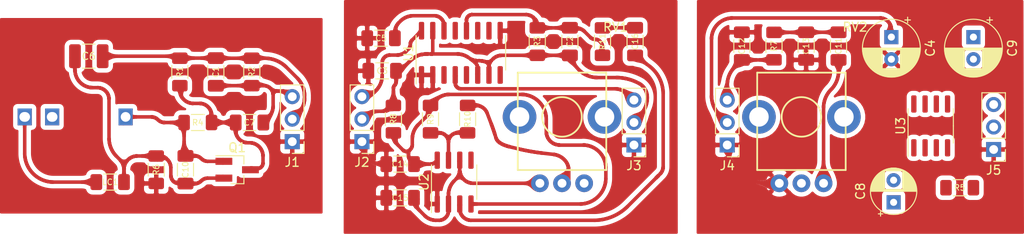
<source format=kicad_pcb>
(kicad_pcb (version 20171130) (host pcbnew 5.1.10-88a1d61d58~90~ubuntu20.04.1)
  (layers (0 F.Cu signal) (31 B.Cu signal) (34 B.Paste user) (35 F.Paste user) (36 B.SilkS user) (37 F.SilkS user) (38 B.Mask user) (39 F.Mask user) (44 Edge.Cuts user))
  (net 0 "")
  (net 1 VCC)
  (net 2 TransistorOUT)
  (net 3 OSC-IN)
  (net 4 GND)
  (net 5 "Net-(C5-Pad1)")
  (net 6 "Net-(C7-Pad2)")
  (net 7 "Net-(C11-Pad1)")
  (net 8 "Net-(C11-Pad2)")
  (net 9 AM-Mix-OUT)
  (net 10 "Net-(C14-Pad2)")
  (net 11 "Net-(C15-Pad2)")
  (net 12 "Net-(C16-Pad1)")
  (net 13 "Net-(C16-Pad2)")
  (net 14 "Net-(L1-Pad2)")
  (net 15 "Net-(R10-Pad2)")
  (net 16 "Net-(R10-Pad1)")
  (net 17 S-Neg)
  (net 18 S-Pos)
  (module Indosluch_AM:RD901F-ALPHA-HandSolder (layer F.Cu) (at 99.06 124.333)
    (fp_text reference RV1 (at 6.05 -10.15) (layer F.SilkS))
    (fp_text value "22k lin")
    (pad 3 thru_hole circle (at -2.5 7.5) (size 2 2) (drill 1) (layers *.Cu *.Mask) (net 11 "Net-(C15-Pad2)"))
    (pad 2 thru_hole circle (at 0 7.5) (size 2 2) (drill 1) (layers *.Cu *.Mask) (net 16 "Net-(R10-Pad1)"))
    (pad 1 thru_hole circle (at 2.5 7.5) (size 2 2) (drill 1) (layers *.Cu *.Mask))
    (pad "" thru_hole oval (at -4.8 0) (size 3.8 3.8) (drill oval 2.2) (layers *.Cu *.Mask))
    (pad "" thru_hole oval (at 4.8 0) (size 3.8 3.8) (drill oval 2.2) (layers *.Cu *.Mask))
  )
  (module Indosluch_AM:RD901F-ALPHA-HandSolder (layer F.Cu) (at 126.111 124.333)
    (fp_text reference RV2 (at 6.05 -10.15) (layer F.SilkS))
    (fp_text value "22k log")
    (pad 3 thru_hole circle (at -2.5 7.5) (size 2 2) (drill 1) (layers *.Cu *.Mask) (net 4 GND))
    (pad 2 thru_hole circle (at 0 7.5) (size 2 2) (drill 1) (layers *.Cu *.Mask))
    (pad 1 thru_hole circle (at 2.5 7.5) (size 2 2) (drill 1) (layers *.Cu *.Mask) (net 7 "Net-(C11-Pad1)"))
    (pad "" thru_hole oval (at -4.8 0) (size 3.8 3.8) (drill oval 2.2) (layers *.Cu *.Mask))
    (pad "" thru_hole oval (at 4.8 0) (size 3.8 3.8) (drill oval 2.2) (layers *.Cu *.Mask))
  )
  (module BioAmp:PJ301M-12_dusjagr_3d (layer F.Cu) (at 44.831 124.333 270)
    (fp_text reference L1)
    (fp_text value "L 10-22mH")
    (pad 1 thru_hole rect (at 0 -4.92 270) (size 1.9 1.6) (drill oval 1.1) (layers *.Cu *.Mask) (net 18 S-Pos))
    (pad TN thru_hole rect (at 0 3.38 270) (size 1.9 1.6) (drill oval 1.1 1.2) (layers *.Cu *.Mask))
    (pad 2 thru_hole rect (at 0 6.48 270) (size 1.9 1.6) (drill oval 1.1 1.2) (layers *.Cu *.Mask) (net 14 "Net-(L1-Pad2)"))
  )
  (module Package_SO:SOP-16_3.9x9.9mm_P1.27mm (layer F.Cu) (at 87.63 117.094 90)
    (fp_text reference U1 (at 0 -5.9 90) (layer F.SilkS))
    (fp_text value TA2003)
    (pad 1 smd roundrect (at -2.5 -4.445 90) (size 2 0.6) (layers F.Cu F.Paste F.Mask) (net 4 GND))
    (pad 2 smd roundrect (at -2.5 -3.175 90) (size 2 0.6) (layers F.Cu F.Paste F.Mask) (net 4 GND))
    (pad 3 smd roundrect (at -2.5 -1.905 90) (size 2 0.6) (layers F.Cu F.Paste F.Mask))
    (pad 4 smd roundrect (at -2.5 -0.635 90) (size 2 0.6) (layers F.Cu F.Paste F.Mask) (net 9 AM-Mix-OUT))
    (pad 5 smd roundrect (at -2.5 0.635 90) (size 2 0.6) (layers F.Cu F.Paste F.Mask))
    (pad 6 smd roundrect (at -2.5 1.905 90) (size 2 0.6) (layers F.Cu F.Paste F.Mask) (net 1 VCC))
    (pad 7 smd roundrect (at -2.5 3.175 90) (size 2 0.6) (layers F.Cu F.Paste F.Mask) (net 1 VCC))
    (pad 8 smd roundrect (at -2.5 4.445 90) (size 2 0.6) (layers F.Cu F.Paste F.Mask))
    (pad 9 smd roundrect (at 2.5 4.445 90) (size 2 0.6) (layers F.Cu F.Paste F.Mask) (net 4 GND))
    (pad 10 smd roundrect (at 2.5 3.175 90) (size 2 0.6) (layers F.Cu F.Paste F.Mask))
    (pad 11 smd roundrect (at 2.5 1.905 90) (size 2 0.6) (layers F.Cu F.Paste F.Mask))
    (pad 12 smd roundrect (at 2.5 0.635 90) (size 2 0.6) (layers F.Cu F.Paste F.Mask) (net 3 OSC-IN))
    (pad 13 smd roundrect (at 2.5 -0.635 90) (size 2 0.6) (layers F.Cu F.Paste F.Mask))
    (pad 14 smd roundrect (at 2.5 -1.905 90) (size 2 0.6) (layers F.Cu F.Paste F.Mask) (net 5 "Net-(C5-Pad1)"))
    (pad 15 smd roundrect (at 2.5 -3.175 90) (size 2 0.6) (layers F.Cu F.Paste F.Mask) (net 1 VCC))
    (pad 16 smd roundrect (at 2.5 -4.445 90) (size 2 0.6) (layers F.Cu F.Paste F.Mask) (net 2 TransistorOUT))
  )
  (module Capacitor_THT:CP_Radial_D6.3mm_P2.50mm (layer F.Cu) (at 136.271 115.316 270)
    (fp_text reference C4 (at 1.25 -4.4 90) (layer F.SilkS))
    (fp_text value 100uF)
    (pad 1 thru_hole rect (at 0 0 270) (size 1.6 1.6) (drill 0.8) (layers *.Cu *.Mask) (net 1 VCC))
    (pad 2 thru_hole circle (at 2.5 0 270) (size 1.6 1.6) (drill 0.8) (layers *.Cu *.Mask) (net 4 GND))
  )
  (module BioAmp:R_1206_dusjagr (layer F.Cu) (at 143.992 132.334)
    (fp_text reference R5 (at 0 0 180) (layer F.SilkS) (effects (font (size 0.65 0.65) (thickness 0.1))))
    (fp_text value 470)
    (pad 2 smd roundrect (at 1.55 0) (size 1.3 1.75) (layers F.Cu F.Paste F.Mask) (roundrect_rratio 0.1923069230769231))
    (pad 1 smd roundrect (at -1.55 0) (size 1.3 1.75) (layers F.Cu F.Paste F.Mask) (roundrect_rratio 0.1923069230769231))
  )
  (module Package_SO:SOIC-8_3.9x4.9mm_P1.27mm (layer F.Cu) (at 140.716 125.349 90)
    (fp_text reference U3 (at 0 -3.4 90) (layer F.SilkS))
    (fp_text value SSM2211S)
    (pad 1 smd roundrect (at -2.475 -1.905 90) (size 1.95 0.6) (layers F.Cu F.Paste F.Mask))
    (pad 2 smd roundrect (at -2.475 -0.635 90) (size 1.95 0.6) (layers F.Cu F.Paste F.Mask))
    (pad 3 smd roundrect (at -2.475 0.635 90) (size 1.95 0.6) (layers F.Cu F.Paste F.Mask))
    (pad 4 smd roundrect (at -2.475 1.905 90) (size 1.95 0.6) (layers F.Cu F.Paste F.Mask))
    (pad 5 smd roundrect (at 2.475 1.905 90) (size 1.95 0.6) (layers F.Cu F.Paste F.Mask))
    (pad 6 smd roundrect (at 2.475 0.635 90) (size 1.95 0.6) (layers F.Cu F.Paste F.Mask))
    (pad 7 smd roundrect (at 2.475 -0.635 90) (size 1.95 0.6) (layers F.Cu F.Paste F.Mask))
    (pad 8 smd roundrect (at 2.475 -1.905 90) (size 1.95 0.6) (layers F.Cu F.Paste F.Mask))
  )
  (module Capacitor_THT:CP_Radial_D6.3mm_P2.50mm (layer F.Cu) (at 145.542 115.316 270)
    (fp_text reference C9 (at 1.25 -4.4 90) (layer F.SilkS))
    (fp_text value 100uF)
    (pad 1 thru_hole rect (at 0 0 270) (size 1.6 1.6) (drill 0.8) (layers *.Cu *.Mask))
    (pad 2 thru_hole circle (at 2.5 0 270) (size 1.6 1.6) (drill 0.8) (layers *.Cu *.Mask))
  )
  (module Capacitor_THT:CP_Radial_D5.0mm_P2.50mm (layer F.Cu) (at 136.525 133.985 90)
    (fp_text reference C8 (at 1.25 -3.75 90) (layer F.SilkS))
    (fp_text value 10uF)
    (pad 1 thru_hole rect (at 0 0 90) (size 1.6 1.6) (drill 0.8) (layers *.Cu *.Mask))
    (pad 2 thru_hole circle (at 2.5 0 90) (size 1.6 1.6) (drill 0.8) (layers *.Cu *.Mask))
  )
  (module BioAmp:C_1206_dusjagr (layer F.Cu) (at 99.949 115.824 270)
    (fp_text reference C2 (at 0 0 90) (layer F.SilkS) (effects (font (size 0.65 0.65) (thickness 0.1))))
    (fp_text value 1nF)
    (pad 2 smd roundrect (at 1.5625 0 270) (size 1.325 1.8) (layers F.Cu F.Paste F.Mask) (roundrect_rratio 0.1886777358490566) (net 1 VCC))
    (pad 1 smd roundrect (at -1.5625 0 270) (size 1.325 1.8) (layers F.Cu F.Paste F.Mask) (roundrect_rratio 0.1886777358490566) (net 3 OSC-IN))
  )
  (module BioAmp:C_1206_dusjagr (layer F.Cu) (at 78.613 115.443 180)
    (fp_text reference C5 (at 0 0) (layer F.SilkS) (effects (font (size 0.65 0.65) (thickness 0.1))))
    (fp_text value 100nF)
    (pad 2 smd roundrect (at 1.5625 0 180) (size 1.325 1.8) (layers F.Cu F.Paste F.Mask) (roundrect_rratio 0.1886777358490566) (net 4 GND))
    (pad 1 smd roundrect (at -1.5625 0 180) (size 1.325 1.8) (layers F.Cu F.Paste F.Mask) (roundrect_rratio 0.1886777358490566) (net 5 "Net-(C5-Pad1)"))
  )
  (module BioAmp:C_1206_dusjagr (layer F.Cu) (at 78.74 119.126)
    (fp_text reference C3 (at 0 0) (layer F.SilkS) (effects (font (size 0.65 0.65) (thickness 0.1))))
    (fp_text value 100nF)
    (pad 2 smd roundrect (at 1.5625 0) (size 1.325 1.8) (layers F.Cu F.Paste F.Mask) (roundrect_rratio 0.1886777358490566) (net 1 VCC))
    (pad 1 smd roundrect (at -1.5625 0) (size 1.325 1.8) (layers F.Cu F.Paste F.Mask) (roundrect_rratio 0.1886777358490566) (net 4 GND))
  )
  (module BioAmp:R_1206_dusjagr (layer F.Cu) (at 96.266 115.824 90)
    (fp_text reference R3 (at 0 0 270) (layer F.SilkS) (effects (font (size 0.65 0.65) (thickness 0.1))))
    (fp_text value 220)
    (pad 2 smd roundrect (at 1.55 0 90) (size 1.3 1.75) (layers F.Cu F.Paste F.Mask) (roundrect_rratio 0.1923069230769231) (net 3 OSC-IN))
    (pad 1 smd roundrect (at -1.55 0 90) (size 1.3 1.75) (layers F.Cu F.Paste F.Mask) (roundrect_rratio 0.1923069230769231) (net 1 VCC))
  )
  (module BioAmp:R_1206_dusjagr (layer F.Cu) (at 103.632 115.824 270)
    (fp_text reference R11 (at 0 0 270) (layer F.SilkS) (effects (font (size 0.65 0.65) (thickness 0.1))))
    (fp_text value 2K2)
    (pad 2 smd roundrect (at 1.55 0 270) (size 1.3 1.75) (layers F.Cu F.Paste F.Mask) (roundrect_rratio 0.1923069230769231) (net 3 OSC-IN))
    (pad 1 smd roundrect (at -1.55 0 270) (size 1.3 1.75) (layers F.Cu F.Paste F.Mask) (roundrect_rratio 0.1923069230769231) (net 12 "Net-(C16-Pad1)"))
  )
  (module BioAmp:R_1206_dusjagr (layer F.Cu) (at 88.392 124.587 270)
    (fp_text reference R10 (at 0 0 270) (layer F.SilkS) (effects (font (size 0.65 0.65) (thickness 0.1))))
    (fp_text value 3K3)
    (pad 2 smd roundrect (at 1.55 0 270) (size 1.3 1.75) (layers F.Cu F.Paste F.Mask) (roundrect_rratio 0.1923069230769231) (net 15 "Net-(R10-Pad2)"))
    (pad 1 smd roundrect (at -1.55 0 270) (size 1.3 1.75) (layers F.Cu F.Paste F.Mask) (roundrect_rratio 0.1923069230769231) (net 16 "Net-(R10-Pad1)"))
  )
  (module BioAmp:R_1206_dusjagr (layer F.Cu) (at 84.201 124.587 90)
    (fp_text reference R9 (at 0 0 270) (layer F.SilkS) (effects (font (size 0.65 0.65) (thickness 0.1))))
    (fp_text value 2K2)
    (pad 2 smd roundrect (at 1.55 0 90) (size 1.3 1.75) (layers F.Cu F.Paste F.Mask) (roundrect_rratio 0.1923069230769231) (net 10 "Net-(C14-Pad2)"))
    (pad 1 smd roundrect (at -1.55 0 90) (size 1.3 1.75) (layers F.Cu F.Paste F.Mask) (roundrect_rratio 0.1923069230769231) (net 15 "Net-(R10-Pad2)"))
  )
  (module BioAmp:R_1206_dusjagr (layer F.Cu) (at 80.01 124.587 90)
    (fp_text reference R8 (at 0 0 270) (layer F.SilkS) (effects (font (size 0.65 0.65) (thickness 0.1))))
    (fp_text value 220)
    (pad 2 smd roundrect (at 1.55 0 90) (size 1.3 1.75) (layers F.Cu F.Paste F.Mask) (roundrect_rratio 0.1923069230769231) (net 1 VCC))
    (pad 1 smd roundrect (at -1.55 0 90) (size 1.3 1.75) (layers F.Cu F.Paste F.Mask) (roundrect_rratio 0.1923069230769231) (net 10 "Net-(C14-Pad2)"))
  )
  (module Package_SO:SOIC-8_3.9x4.9mm_P1.27mm (layer F.Cu) (at 86.868 131.699 90)
    (fp_text reference U2 (at 0 -3.4 90) (layer F.SilkS))
    (fp_text value LM555xM)
    (pad 1 smd roundrect (at -2.475 -1.905 90) (size 1.95 0.6) (layers F.Cu F.Paste F.Mask) (net 4 GND))
    (pad 2 smd roundrect (at -2.475 -0.635 90) (size 1.95 0.6) (layers F.Cu F.Paste F.Mask) (net 11 "Net-(C15-Pad2)"))
    (pad 3 smd roundrect (at -2.475 0.635 90) (size 1.95 0.6) (layers F.Cu F.Paste F.Mask) (net 13 "Net-(C16-Pad2)"))
    (pad 4 smd roundrect (at -2.475 1.905 90) (size 1.95 0.6) (layers F.Cu F.Paste F.Mask) (net 10 "Net-(C14-Pad2)"))
    (pad 5 smd roundrect (at 2.475 1.905 90) (size 1.95 0.6) (layers F.Cu F.Paste F.Mask))
    (pad 6 smd roundrect (at 2.475 0.635 90) (size 1.95 0.6) (layers F.Cu F.Paste F.Mask) (net 11 "Net-(C15-Pad2)"))
    (pad 7 smd roundrect (at 2.475 -0.635 90) (size 1.95 0.6) (layers F.Cu F.Paste F.Mask) (net 15 "Net-(R10-Pad2)"))
    (pad 8 smd roundrect (at 2.475 -1.905 90) (size 1.95 0.6) (layers F.Cu F.Paste F.Mask) (net 10 "Net-(C14-Pad2)"))
  )
  (module BioAmp:C_1206_dusjagr (layer F.Cu) (at 107.315 115.824 270)
    (fp_text reference C16 (at 0 0 90) (layer F.SilkS) (effects (font (size 0.65 0.65) (thickness 0.1))))
    (fp_text value 100nF)
    (pad 2 smd roundrect (at 1.5625 0 270) (size 1.325 1.8) (layers F.Cu F.Paste F.Mask) (roundrect_rratio 0.1886777358490566) (net 13 "Net-(C16-Pad2)"))
    (pad 1 smd roundrect (at -1.5625 0 270) (size 1.325 1.8) (layers F.Cu F.Paste F.Mask) (roundrect_rratio 0.1886777358490566) (net 12 "Net-(C16-Pad1)"))
  )
  (module BioAmp:C_1206_dusjagr (layer F.Cu) (at 80.772 133.477)
    (fp_text reference C15 (at 0 0) (layer F.SilkS) (effects (font (size 0.65 0.65) (thickness 0.1))))
    (fp_text value 1nF)
    (pad 2 smd roundrect (at 1.5625 0) (size 1.325 1.8) (layers F.Cu F.Paste F.Mask) (roundrect_rratio 0.1886777358490566) (net 11 "Net-(C15-Pad2)"))
    (pad 1 smd roundrect (at -1.5625 0) (size 1.325 1.8) (layers F.Cu F.Paste F.Mask) (roundrect_rratio 0.1886777358490566) (net 4 GND))
  )
  (module BioAmp:C_1206_dusjagr (layer F.Cu) (at 80.772 129.667)
    (fp_text reference C14 (at 0 0) (layer F.SilkS) (effects (font (size 0.65 0.65) (thickness 0.1))))
    (fp_text value 100nF)
    (pad 2 smd roundrect (at 1.5625 0) (size 1.325 1.8) (layers F.Cu F.Paste F.Mask) (roundrect_rratio 0.1886777358490566) (net 10 "Net-(C14-Pad2)"))
    (pad 1 smd roundrect (at -1.5625 0) (size 1.325 1.8) (layers F.Cu F.Paste F.Mask) (roundrect_rratio 0.1886777358490566) (net 4 GND))
  )
  (module BioAmp:C_1206_dusjagr (layer F.Cu) (at 63.754 124.968 180)
    (fp_text reference C7 (at 0 0) (layer F.SilkS) (effects (font (size 0.65 0.65) (thickness 0.1))))
    (fp_text value 3.3nF)
    (pad 2 smd roundrect (at 1.5625 0 180) (size 1.325 1.8) (layers F.Cu F.Paste F.Mask) (roundrect_rratio 0.1886777358490566) (net 6 "Net-(C7-Pad2)"))
    (pad 1 smd roundrect (at -1.5625 0 180) (size 1.325 1.8) (layers F.Cu F.Paste F.Mask) (roundrect_rratio 0.1886777358490566) (net 2 TransistorOUT))
  )
  (module BioAmp:R_1206_dusjagr (layer F.Cu) (at 53.213 130.302 270)
    (fp_text reference R6 (at 0 0 270) (layer F.SilkS) (effects (font (size 0.65 0.65) (thickness 0.1))))
    (fp_text value 1K)
    (pad 2 smd roundrect (at 1.55 0 270) (size 1.3 1.75) (layers F.Cu F.Paste F.Mask) (roundrect_rratio 0.1923069230769231) (net 4 GND))
    (pad 1 smd roundrect (at -1.55 0 270) (size 1.3 1.75) (layers F.Cu F.Paste F.Mask) (roundrect_rratio 0.1923069230769231) (net 17 S-Neg))
  )
  (module BioAmp:R_1206_dusjagr (layer F.Cu) (at 57.912 124.968 180)
    (fp_text reference R4 (at 0 0 180) (layer F.SilkS) (effects (font (size 0.65 0.65) (thickness 0.1))))
    (fp_text value 470K)
    (pad 2 smd roundrect (at 1.55 0 180) (size 1.3 1.75) (layers F.Cu F.Paste F.Mask) (roundrect_rratio 0.1923069230769231) (net 18 S-Pos))
    (pad 1 smd roundrect (at -1.55 0 180) (size 1.3 1.75) (layers F.Cu F.Paste F.Mask) (roundrect_rratio 0.1923069230769231) (net 6 "Net-(C7-Pad2)"))
  )
  (module BioAmp:R_1206_dusjagr (layer F.Cu) (at 64.008 119.253 270)
    (fp_text reference R2 (at 0 0 270) (layer F.SilkS) (effects (font (size 0.65 0.65) (thickness 0.1))))
    (fp_text value 1K)
    (pad 2 smd roundrect (at 1.55 0 270) (size 1.3 1.75) (layers F.Cu F.Paste F.Mask) (roundrect_rratio 0.1923069230769231) (net 2 TransistorOUT))
    (pad 1 smd roundrect (at -1.55 0 270) (size 1.3 1.75) (layers F.Cu F.Paste F.Mask) (roundrect_rratio 0.1923069230769231) (net 1 VCC))
  )
  (module BioAmp:R_1206_dusjagr (layer F.Cu) (at 55.88 119.253 270)
    (fp_text reference R1 (at 0 0 270) (layer F.SilkS) (effects (font (size 0.65 0.65) (thickness 0.1))))
    (fp_text value 1K)
    (pad 2 smd roundrect (at 1.55 0 270) (size 1.3 1.75) (layers F.Cu F.Paste F.Mask) (roundrect_rratio 0.1923069230769231) (net 6 "Net-(C7-Pad2)"))
    (pad 1 smd roundrect (at -1.55 0 270) (size 1.3 1.75) (layers F.Cu F.Paste F.Mask) (roundrect_rratio 0.1923069230769231) (net 1 VCC))
  )
  (module 3Channel-PiezoAmp:SOT-23_Handsoldering (layer F.Cu) (at 62.357 130.302)
    (fp_text reference Q1 (at 0 -2.5) (layer F.SilkS))
    (fp_text value BC849)
    (pad 3 smd rect (at 1.5 0) (size 1.9 0.8) (layers F.Cu F.Paste F.Mask) (net 6 "Net-(C7-Pad2)"))
    (pad 2 smd rect (at -1.5 0.95) (size 1.9 0.8) (layers F.Cu F.Paste F.Mask) (net 17 S-Neg))
    (pad 1 smd rect (at -1.5 -0.95) (size 1.9 0.8) (layers F.Cu F.Paste F.Mask) (net 18 S-Pos))
  )
  (module BioAmp:C_1206_dusjagr (layer F.Cu) (at 56.515 130.302 270)
    (fp_text reference C10 (at 0 0 90) (layer F.SilkS) (effects (font (size 0.65 0.65) (thickness 0.1))))
    (fp_text value 1nF)
    (pad 2 smd roundrect (at 1.5625 0 270) (size 1.325 1.8) (layers F.Cu F.Paste F.Mask) (roundrect_rratio 0.1886777358490566) (net 17 S-Neg))
    (pad 1 smd roundrect (at -1.5625 0 270) (size 1.325 1.8) (layers F.Cu F.Paste F.Mask) (roundrect_rratio 0.1886777358490566) (net 18 S-Pos))
  )
  (module BioAmp:C_1206_dusjagr (layer F.Cu) (at 48.006 131.699)
    (fp_text reference LC1 (at 0 0) (layer F.SilkS) (effects (font (size 0.65 0.65) (thickness 0.1))))
    (fp_text value C)
    (pad 2 smd roundrect (at 1.5625 0) (size 1.325 1.8) (layers F.Cu F.Paste F.Mask) (roundrect_rratio 0.1886777358490566) (net 17 S-Neg))
    (pad 1 smd roundrect (at -1.5625 0) (size 1.325 1.8) (layers F.Cu F.Paste F.Mask) (roundrect_rratio 0.1886777358490566) (net 14 "Net-(L1-Pad2)"))
  )
  (module BioAmp:C_1206_dusjagr (layer F.Cu) (at 59.944 119.253 270)
    (fp_text reference C1 (at 0 0 90) (layer F.SilkS) (effects (font (size 0.65 0.65) (thickness 0.1))))
    (fp_text value 1nF)
    (pad 2 smd roundrect (at 1.5625 0 270) (size 1.325 1.8) (layers F.Cu F.Paste F.Mask) (roundrect_rratio 0.1886777358490566) (net 2 TransistorOUT))
    (pad 1 smd roundrect (at -1.5625 0 270) (size 1.325 1.8) (layers F.Cu F.Paste F.Mask) (roundrect_rratio 0.1886777358490566) (net 1 VCC))
  )
  (module BioAmp:R_1206_dusjagr (layer F.Cu) (at 123.010666 116.332 270)
    (fp_text reference R7 (at 0 0 270) (layer F.SilkS) (effects (font (size 0.65 0.65) (thickness 0.1))))
    (fp_text value 1K)
    (pad 1 smd roundrect (at -1.55 0 270) (size 1.3 1.75) (layers F.Cu F.Paste F.Mask) (roundrect_rratio 0.1923069230769231) (net 8 "Net-(C11-Pad2)"))
    (pad 2 smd roundrect (at 1.55 0 270) (size 1.3 1.75) (layers F.Cu F.Paste F.Mask) (roundrect_rratio 0.1923069230769231) (net 9 AM-Mix-OUT))
  )
  (module BioAmp:C_1206_dusjagr (layer F.Cu) (at 126.641332 116.332 270)
    (fp_text reference C13 (at 0 0 90) (layer F.SilkS) (effects (font (size 0.65 0.65) (thickness 0.1))))
    (fp_text value 10nF)
    (pad 1 smd roundrect (at -1.5625 0 270) (size 1.325 1.8) (layers F.Cu F.Paste F.Mask) (roundrect_rratio 0.1886777358490566) (net 8 "Net-(C11-Pad2)"))
    (pad 2 smd roundrect (at 1.5625 0 270) (size 1.325 1.8) (layers F.Cu F.Paste F.Mask) (roundrect_rratio 0.1886777358490566) (net 4 GND))
  )
  (module BioAmp:C_1206_dusjagr (layer F.Cu) (at 119.38 116.332 90)
    (fp_text reference C12 (at 0 0 90) (layer F.SilkS) (effects (font (size 0.65 0.65) (thickness 0.1))))
    (fp_text value 100nF)
    (pad 1 smd roundrect (at -1.5625 0 90) (size 1.325 1.8) (layers F.Cu F.Paste F.Mask) (roundrect_rratio 0.1886777358490566) (net 9 AM-Mix-OUT))
    (pad 2 smd roundrect (at 1.5625 0 90) (size 1.325 1.8) (layers F.Cu F.Paste F.Mask) (roundrect_rratio 0.1886777358490566) (net 4 GND))
  )
  (module BioAmp:C_1206_dusjagr (layer F.Cu) (at 130.302 116.332 90)
    (fp_text reference C11 (at 0 0 90) (layer F.SilkS) (effects (font (size 0.65 0.65) (thickness 0.1))))
    (fp_text value 100nF)
    (pad 1 smd roundrect (at -1.5625 0 90) (size 1.325 1.8) (layers F.Cu F.Paste F.Mask) (roundrect_rratio 0.1886777358490566) (net 7 "Net-(C11-Pad1)"))
    (pad 2 smd roundrect (at 1.5625 0 90) (size 1.325 1.8) (layers F.Cu F.Paste F.Mask) (roundrect_rratio 0.1886777358490566) (net 8 "Net-(C11-Pad2)"))
  )
  (module BioAmp:C_1210_dusjagr (layer F.Cu) (at 45.593 117.475 180)
    (fp_text reference C6 (at 0 0 180) (layer F.SilkS) (effects (font (size 0.8 0.8) (thickness 0.12))))
    (fp_text value 10uF)
    (pad 2 smd roundrect (at 1.5625 0 180) (size 1.325 2.7) (layers F.Cu F.Paste F.Mask) (roundrect_rratio 0.1886777358490566) (net 17 S-Neg))
    (pad 1 smd roundrect (at -1.5625 0 180) (size 1.325 2.7) (layers F.Cu F.Paste F.Mask) (roundrect_rratio 0.1886777358490566) (net 1 VCC))
  )
  (module Connector_PinHeader_2.54mm:PinHeader_1x03_P2.54mm_Vertical (layer F.Cu) (at 76.454 127.127 180)
    (fp_text reference J2 (at 0 -2.33) (layer F.SilkS))
    (fp_text value Con1x03)
    (pad 1 thru_hole rect (at 0 0 180) (size 1.7 1.7) (drill 1) (layers *.Cu *.Mask) (net 4 GND))
    (pad 2 thru_hole oval (at 0 2.54 180) (size 1.7 1.7) (drill 1) (layers *.Cu *.Mask) (net 1 VCC))
    (pad 3 thru_hole oval (at 0 5.08 180) (size 1.7 1.7) (drill 1) (layers *.Cu *.Mask) (net 2 TransistorOUT))
  )
  (module Connector_PinHeader_2.54mm:PinHeader_1x03_P2.54mm_Vertical (layer F.Cu) (at 68.58 127.127 180)
    (fp_text reference J1 (at 0 -2.33) (layer F.SilkS))
    (fp_text value Con1x03)
    (pad 3 thru_hole oval (at 0 5.08 180) (size 1.7 1.7) (drill 1) (layers *.Cu *.Mask) (net 2 TransistorOUT))
    (pad 2 thru_hole oval (at 0 2.54 180) (size 1.7 1.7) (drill 1) (layers *.Cu *.Mask) (net 1 VCC))
    (pad 1 thru_hole rect (at 0 0 180) (size 1.7 1.7) (drill 1) (layers *.Cu *.Mask) (net 4 GND))
  )
  (module Connector_PinHeader_2.54mm:PinHeader_1x03_P2.54mm_Vertical (layer F.Cu) (at 107.188 127.508 180)
    (fp_text reference J3 (at 0 -2.33) (layer F.SilkS))
    (fp_text value Con1x03)
    (pad 1 thru_hole rect (at 0 0 180) (size 1.7 1.7) (drill 1) (layers *.Cu *.Mask) (net 4 GND))
    (pad 2 thru_hole oval (at 0 2.54 180) (size 1.7 1.7) (drill 1) (layers *.Cu *.Mask) (net 1 VCC))
    (pad 3 thru_hole oval (at 0 5.08 180) (size 1.7 1.7) (drill 1) (layers *.Cu *.Mask) (net 9 AM-Mix-OUT))
  )
  (module Connector_PinHeader_2.54mm:PinHeader_1x03_P2.54mm_Vertical (layer F.Cu) (at 117.729 127.508 180)
    (fp_text reference J4 (at 0 -2.33) (layer F.SilkS))
    (fp_text value Con1x03)
    (pad 3 thru_hole oval (at 0 5.08 180) (size 1.7 1.7) (drill 1) (layers *.Cu *.Mask) (net 9 AM-Mix-OUT))
    (pad 2 thru_hole oval (at 0 2.54 180) (size 1.7 1.7) (drill 1) (layers *.Cu *.Mask) (net 1 VCC))
    (pad 1 thru_hole rect (at 0 0 180) (size 1.7 1.7) (drill 1) (layers *.Cu *.Mask) (net 4 GND))
  )
  (module Connector_PinHeader_2.54mm:PinHeader_1x03_P2.54mm_Vertical (layer F.Cu) (at 147.828 128.016 180)
    (fp_text reference J5 (at 0 -2.33) (layer F.SilkS))
    (fp_text value Con1x03)
    (pad 1 thru_hole rect (at 0 0 180) (size 1.7 1.7) (drill 1) (layers *.Cu *.Mask) (net 4 GND))
    (pad 2 thru_hole oval (at 0 2.54 180) (size 1.7 1.7) (drill 1) (layers *.Cu *.Mask))
    (pad 3 thru_hole oval (at 0 5.08 180) (size 1.7 1.7) (drill 1) (layers *.Cu *.Mask))
  )
  (segment (start 80.352127 119.216278) (end 80.345262 119.225535) (width 0.4) (layer F.Cu) (net 1))
  (segment (start 82.635648 117.470797) (end 82.614728 117.482104) (width 0.4) (layer F.Cu) (net 1))
  (segment (start 99.955579 117.386463) (end 99.955573 117.386395) (width 0.4) (layer F.Cu) (net 1))
  (segment (start 99.955674 117.386425) (end 99.955579 117.386463) (width 0.4) (layer F.Cu) (net 1))
  (segment (start 99.955573 117.386395) (end 99.955674 117.386425) (width 0.4) (layer F.Cu) (net 1))
  (segment (start 84.441428 117.079739) (end 84.439513 117.084703) (width 0.4) (layer F.Cu) (net 1))
  (segment (start 80.01 122.968782) (end 80.00951 122.963824) (width 0.4) (layer F.Cu) (net 1))
  (segment (start 80.01 122.965287) (end 80.01 122.968782) (width 0.4) (layer F.Cu) (net 1))
  (segment (start 80.00951 122.963824) (end 80.01 122.965287) (width 0.4) (layer F.Cu) (net 1))
  (segment (start 107.447547 120.392159) (end 107.517153 120.425201) (width 0.4) (layer F.Cu) (net 1))
  (segment (start 84.418042 117.126888) (end 84.415627 117.130317) (width 0.4) (layer F.Cu) (net 1))
  (segment (start 90.77175 118.368448) (end 90.773785 118.365343) (width 0.4) (layer F.Cu) (net 1))
  (segment (start 90.781621 118.367177) (end 90.77175 118.368448) (width 0.4) (layer F.Cu) (net 1))
  (segment (start 90.773785 118.365343) (end 90.781621 118.367177) (width 0.4) (layer F.Cu) (net 1))
  (segment (start 79.99806 123.120828) (end 79.998346 123.120223) (width 0.4) (layer F.Cu) (net 1))
  (segment (start 79.999797 123.120344) (end 79.99806 123.120828) (width 0.4) (layer F.Cu) (net 1))
  (segment (start 79.998346 123.120223) (end 79.999797 123.120344) (width 0.4) (layer F.Cu) (net 1))
  (segment (start 100.014045 117.898913) (end 100.020423 117.911415) (width 0.4) (layer F.Cu) (net 1))
  (segment (start 135.985854 113.644925) (end 136.005497 113.670096) (width 0.4) (layer F.Cu) (net 1))
  (segment (start 81.915323 117.993867) (end 81.894064 118.012887) (width 0.4) (layer F.Cu) (net 1))
  (segment (start 55.882355 117.699019) (end 55.881935 117.699124) (width 0.4) (layer F.Cu) (net 1))
  (segment (start 55.514647 117.475702) (end 55.524174 117.476405) (width 0.4) (layer F.Cu) (net 1))
  (segment (start 92.115835 117.382865) (end 92.079947 117.387291) (width 0.4) (layer F.Cu) (net 1))
  (segment (start 96.26454 117.374134) (end 96.264544 117.374074) (width 0.4) (layer F.Cu) (net 1))
  (segment (start 96.264578 117.374092) (end 96.26454 117.374134) (width 0.4) (layer F.Cu) (net 1))
  (segment (start 96.264544 117.374074) (end 96.264578 117.374092) (width 0.4) (layer F.Cu) (net 1))
  (segment (start 108.140501 123.843073) (end 108.101326 123.895611) (width 0.4) (layer F.Cu) (net 1))
  (segment (start 89.225675 117.968895) (end 89.220831 117.966718) (width 0.4) (layer F.Cu) (net 1))
  (segment (start 89.227835 117.968263) (end 89.225675 117.968895) (width 0.4) (layer F.Cu) (net 1))
  (segment (start 89.220831 117.966718) (end 89.227835 117.968263) (width 0.4) (layer F.Cu) (net 1))
  (segment (start 90.733466 118.348845) (end 90.735329 118.346294) (width 0.4) (layer F.Cu) (net 1))
  (segment (start 90.740362 118.349637) (end 90.733466 118.348845) (width 0.4) (layer F.Cu) (net 1))
  (segment (start 90.735329 118.346294) (end 90.740362 118.349637) (width 0.4) (layer F.Cu) (net 1))
  (segment (start 67.140652 118.13585) (end 67.215283 118.178127) (width 0.4) (layer F.Cu) (net 1))
  (segment (start 96.26391 117.374881) (end 96.263968 117.374811) (width 0.4) (layer F.Cu) (net 1))
  (segment (start 96.263976 117.374911) (end 96.26391 117.374881) (width 0.4) (layer F.Cu) (net 1))
  (segment (start 96.263968 117.374811) (end 96.263976 117.374911) (width 0.4) (layer F.Cu) (net 1))
  (segment (start 80.119452 120.798792) (end 80.111912 120.808454) (width 0.4) (layer F.Cu) (net 1))
  (segment (start 99.952534 117.387954) (end 99.952786 117.38767) (width 0.4) (layer F.Cu) (net 1))
  (segment (start 99.952748 117.38778) (end 99.952534 117.387954) (width 0.4) (layer F.Cu) (net 1))
  (segment (start 99.952786 117.38767) (end 99.952748 117.38778) (width 0.4) (layer F.Cu) (net 1))
  (segment (start 80.01 123.124423) (end 80.009422 123.123838) (width 0.4) (layer F.Cu) (net 1))
  (segment (start 80.01 123.123361) (end 80.01 123.124423) (width 0.4) (layer F.Cu) (net 1))
  (segment (start 80.009422 123.123838) (end 80.01 123.123361) (width 0.4) (layer F.Cu) (net 1))
  (segment (start 83.173269 117.286451) (end 83.149866 117.290671) (width 0.4) (layer F.Cu) (net 1))
  (segment (start 84.386418 117.220404) (end 84.386526 117.219912) (width 0.4) (layer F.Cu) (net 1))
  (segment (start 84.387352 117.220201) (end 84.386418 117.220404) (width 0.4) (layer F.Cu) (net 1))
  (segment (start 84.386526 117.219912) (end 84.387352 117.220201) (width 0.4) (layer F.Cu) (net 1))
  (segment (start 96.271064 117.374112) (end 96.271014 117.374074) (width 0.4) (layer F.Cu) (net 1))
  (segment (start 96.271068 117.374063) (end 96.271064 117.374112) (width 0.4) (layer F.Cu) (net 1))
  (segment (start 96.271014 117.374074) (end 96.271068 117.374063) (width 0.4) (layer F.Cu) (net 1))
  (segment (start 90.921368 118.176293) (end 90.926134 118.172647) (width 0.4) (layer F.Cu) (net 1))
  (segment (start 90.922262 118.179349) (end 90.921368 118.176293) (width 0.4) (layer F.Cu) (net 1))
  (segment (start 90.926134 118.172647) (end 90.922262 118.179349) (width 0.4) (layer F.Cu) (net 1))
  (segment (start 96.257705 117.374) (end 96.258458 117.374) (width 0.4) (layer F.Cu) (net 1))
  (segment (start 96.258215 117.374012) (end 96.257705 117.374) (width 0.4) (layer F.Cu) (net 1))
  (segment (start 96.258458 117.374) (end 96.258215 117.374012) (width 0.4) (layer F.Cu) (net 1))
  (segment (start 92.187884 117.37666) (end 92.151822 117.37932) (width 0.4) (layer F.Cu) (net 1))
  (segment (start 99.952802 117.38208) (end 99.952788 117.38199) (width 0.4) (layer F.Cu) (net 1))
  (segment (start 99.95284 117.382004) (end 99.952802 117.38208) (width 0.4) (layer F.Cu) (net 1))
  (segment (start 99.952788 117.38199) (end 99.95284 117.382004) (width 0.4) (layer F.Cu) (net 1))
  (segment (start 64.510052 117.703) (end 64.421373 117.703) (width 0.4) (layer F.Cu) (net 1))
  (segment (start 66.673164 117.921724) (end 66.753191 117.952594) (width 0.4) (layer F.Cu) (net 1))
  (segment (start 59.957413 117.701473) (end 59.957901 117.701662) (width 0.4) (layer F.Cu) (net 1))
  (segment (start 80.00807 123.146874) (end 80.007233 123.146065) (width 0.4) (layer F.Cu) (net 1))
  (segment (start 80.008459 123.146195) (end 80.00807 123.146874) (width 0.4) (layer F.Cu) (net 1))
  (segment (start 80.007233 123.146065) (end 80.008459 123.146195) (width 0.4) (layer F.Cu) (net 1))
  (segment (start 67.834087 118.637064) (end 67.896208 118.696208) (width 0.4) (layer F.Cu) (net 1))
  (segment (start 90.762079 118.364362) (end 90.760117 118.36037) (width 0.4) (layer F.Cu) (net 1))
  (segment (start 90.765344 118.36257) (end 90.762079 118.364362) (width 0.4) (layer F.Cu) (net 1))
  (segment (start 90.760117 118.36037) (end 90.765344 118.36257) (width 0.4) (layer F.Cu) (net 1))
  (segment (start 80.822642 119.048942) (end 80.810539 119.055799) (width 0.4) (layer F.Cu) (net 1))
  (segment (start 84.311435 117.210023) (end 84.311369 117.209486) (width 0.4) (layer F.Cu) (net 1))
  (segment (start 84.311934 117.20946) (end 84.311435 117.210023) (width 0.4) (layer F.Cu) (net 1))
  (segment (start 84.311369 117.209486) (end 84.311934 117.20946) (width 0.4) (layer F.Cu) (net 1))
  (segment (start 96.264069 117.375054) (end 96.263962 117.375012) (width 0.4) (layer F.Cu) (net 1))
  (segment (start 96.264007 117.374989) (end 96.264069 117.375054) (width 0.4) (layer F.Cu) (net 1))
  (segment (start 96.263962 117.375012) (end 96.264007 117.374989) (width 0.4) (layer F.Cu) (net 1))
  (segment (start 84.430702 117.105164) (end 84.428816 117.10891) (width 0.4) (layer F.Cu) (net 1))
  (segment (start 77.239789 123.885975) (end 77.207379 123.904335) (width 0.4) (layer F.Cu) (net 1))
  (segment (start 66.832436 117.985418) (end 66.910852 118.020178) (width 0.4) (layer F.Cu) (net 1))
  (segment (start 79.9947 123.002641) (end 79.995197 123.001154) (width 0.4) (layer F.Cu) (net 1))
  (segment (start 79.995467 123.002891) (end 79.9947 123.002641) (width 0.4) (layer F.Cu) (net 1))
  (segment (start 79.995197 123.001154) (end 79.995467 123.002891) (width 0.4) (layer F.Cu) (net 1))
  (segment (start 55.755701 117.579033) (end 55.76262 117.58562) (width 0.4) (layer F.Cu) (net 1))
  (segment (start 67.288853 118.222224) (end 67.361319 118.268113) (width 0.4) (layer F.Cu) (net 1))
  (segment (start 80.01 123.017504) (end 80.009329 123.015721) (width 0.4) (layer F.Cu) (net 1))
  (segment (start 80.01 123.015938) (end 80.01 123.017504) (width 0.4) (layer F.Cu) (net 1))
  (segment (start 80.009329 123.015721) (end 80.01 123.015938) (width 0.4) (layer F.Cu) (net 1))
  (segment (start 77.442809 123.792986) (end 77.408055 123.806391) (width 0.4) (layer F.Cu) (net 1))
  (segment (start 99.945288 117.381878) (end 99.945364 117.381813) (width 0.4) (layer F.Cu) (net 1))
  (segment (start 99.945582 117.381892) (end 99.945288 117.381878) (width 0.4) (layer F.Cu) (net 1))
  (segment (start 99.945364 117.381813) (end 99.945582 117.381892) (width 0.4) (layer F.Cu) (net 1))
  (segment (start 90.901318 118.220375) (end 90.900143 118.214574) (width 0.4) (layer F.Cu) (net 1))
  (segment (start 90.903957 118.214803) (end 90.901318 118.220375) (width 0.4) (layer F.Cu) (net 1))
  (segment (start 90.900143 118.214574) (end 90.903957 118.214803) (width 0.4) (layer F.Cu) (net 1))
  (segment (start 99.948912 117.393067) (end 99.948893 117.3929) (width 0.4) (layer F.Cu) (net 1))
  (segment (start 99.948977 117.393097) (end 99.948912 117.393067) (width 0.4) (layer F.Cu) (net 1))
  (segment (start 99.948893 117.3929) (end 99.948977 117.393097) (width 0.4) (layer F.Cu) (net 1))
  (segment (start 79.033472 123.687817) (end 79.005984 123.691207) (width 0.4) (layer F.Cu) (net 1))
  (segment (start 77.878547 123.70074) (end 77.841398 123.70348) (width 0.4) (layer F.Cu) (net 1))
  (segment (start 90.634172 118.232165) (end 90.629172 118.227574) (width 0.4) (layer F.Cu) (net 1))
  (segment (start 90.634043 118.22713) (end 90.634172 118.232165) (width 0.4) (layer F.Cu) (net 1))
  (segment (start 90.629172 118.227574) (end 90.634043 118.22713) (width 0.4) (layer F.Cu) (net 1))
  (segment (start 89.343454 117.984518) (end 89.343883 117.982163) (width 0.4) (layer F.Cu) (net 1))
  (segment (start 89.348842 117.982382) (end 89.343454 117.984518) (width 0.4) (layer F.Cu) (net 1))
  (segment (start 89.343883 117.982163) (end 89.348842 117.982382) (width 0.4) (layer F.Cu) (net 1))
  (segment (start 115.956482 122.118898) (end 115.961962 122.193196) (width 0.4) (layer F.Cu) (net 1))
  (segment (start 79.142345 123.667545) (end 79.115321 123.673614) (width 0.4) (layer F.Cu) (net 1))
  (segment (start 99.954828 117.386564) (end 99.954874 117.38649) (width 0.4) (layer F.Cu) (net 1))
  (segment (start 99.954881 117.386582) (end 99.954828 117.386564) (width 0.4) (layer F.Cu) (net 1))
  (segment (start 99.954874 117.38649) (end 99.954881 117.386582) (width 0.4) (layer F.Cu) (net 1))
  (segment (start 89.181095 118.125259) (end 89.184595 118.123522) (width 0.4) (layer F.Cu) (net 1))
  (segment (start 89.184525 118.126051) (end 89.181095 118.125259) (width 0.4) (layer F.Cu) (net 1))
  (segment (start 89.184595 118.123522) (end 89.184525 118.126051) (width 0.4) (layer F.Cu) (net 1))
  (segment (start 136.200336 114.034613) (end 136.210351 114.06493) (width 0.4) (layer F.Cu) (net 1))
  (segment (start 84.374491 117.18864) (end 84.374231 117.187754) (width 0.4) (layer F.Cu) (net 1))
  (segment (start 84.374677 117.18782) (end 84.374491 117.18864) (width 0.4) (layer F.Cu) (net 1))
  (segment (start 84.374231 117.187754) (end 84.374677 117.18782) (width 0.4) (layer F.Cu) (net 1))
  (segment (start 89.307281 117.987572) (end 89.307519 117.984087) (width 0.4) (layer F.Cu) (net 1))
  (segment (start 89.309544 117.98517) (end 89.307281 117.987572) (width 0.4) (layer F.Cu) (net 1))
  (segment (start 89.307519 117.984087) (end 89.309544 117.98517) (width 0.4) (layer F.Cu) (net 1))
  (segment (start 55.874558 117.697468) (end 55.874906 117.697726) (width 0.4) (layer F.Cu) (net 1))
  (segment (start 99.973429 117.794395) (end 99.97747 117.807836) (width 0.4) (layer F.Cu) (net 1))
  (segment (start 99.95342 117.386734) (end 99.953464 117.386649) (width 0.4) (layer F.Cu) (net 1))
  (segment (start 99.953489 117.386711) (end 99.95342 117.386734) (width 0.4) (layer F.Cu) (net 1))
  (segment (start 99.953464 117.386649) (end 99.953489 117.386711) (width 0.4) (layer F.Cu) (net 1))
  (segment (start 116.016586 122.561442) (end 116.032909 122.634131) (width 0.4) (layer F.Cu) (net 1))
  (segment (start 84.376359 117.221) (end 84.377853 117.220539) (width 0.4) (layer F.Cu) (net 1))
  (segment (start 84.377593 117.221) (end 84.376359 117.221) (width 0.4) (layer F.Cu) (net 1))
  (segment (start 84.377853 117.220539) (end 84.377593 117.221) (width 0.4) (layer F.Cu) (net 1))
  (segment (start 106.728284 120.117676) (end 106.801888 120.140462) (width 0.4) (layer F.Cu) (net 1))
  (segment (start 102.800168 119.875354) (end 102.87913 119.881674) (width 0.4) (layer F.Cu) (net 1))
  (segment (start 88.97221 117.929725) (end 88.97758 117.928698) (width 0.4) (layer F.Cu) (net 1))
  (segment (start 88.971844 117.932247) (end 88.97221 117.929725) (width 0.4) (layer F.Cu) (net 1))
  (segment (start 88.97758 117.928698) (end 88.971844 117.932247) (width 0.4) (layer F.Cu) (net 1))
  (segment (start 84.389011 117.221) (end 84.389828 117.220774) (width 0.4) (layer F.Cu) (net 1))
  (segment (start 84.3918 117.221) (end 84.389011 117.221) (width 0.4) (layer F.Cu) (net 1))
  (segment (start 84.389828 117.220774) (end 84.3918 117.221) (width 0.4) (layer F.Cu) (net 1))
  (segment (start 99.950535 117.389865) (end 99.95056 117.389714) (width 0.4) (layer F.Cu) (net 1))
  (segment (start 99.95062 117.389756) (end 99.950535 117.389865) (width 0.4) (layer F.Cu) (net 1))
  (segment (start 99.95056 117.389714) (end 99.95062 117.389756) (width 0.4) (layer F.Cu) (net 1))
  (segment (start 90.501268 118.132998) (end 90.503851 118.130113) (width 0.4) (layer F.Cu) (net 1))
  (segment (start 90.512735 118.131658) (end 90.501268 118.132998) (width 0.4) (layer F.Cu) (net 1))
  (segment (start 90.503851 118.130113) (end 90.512735 118.131658) (width 0.4) (layer F.Cu) (net 1))
  (segment (start 82.76414 117.408846) (end 82.74239 117.41846) (width 0.4) (layer F.Cu) (net 1))
  (segment (start 55.6264 117.499359) (end 55.635313 117.502797) (width 0.4) (layer F.Cu) (net 1))
  (segment (start 55.64414 117.506453) (end 55.652874 117.510324) (width 0.4) (layer F.Cu) (net 1))
  (segment (start 64.864768 117.703) (end 64.776089 117.703) (width 0.4) (layer F.Cu) (net 1))
  (segment (start 55.880648 117.699316) (end 55.880214 117.699338) (width 0.4) (layer F.Cu) (net 1))
  (segment (start 99.955439 117.386581) (end 99.955538 117.386513) (width 0.4) (layer F.Cu) (net 1))
  (segment (start 99.955541 117.386564) (end 99.955439 117.386581) (width 0.4) (layer F.Cu) (net 1))
  (segment (start 99.955538 117.386513) (end 99.955541 117.386564) (width 0.4) (layer F.Cu) (net 1))
  (segment (start 99.948718 117.389315) (end 99.948694 117.389222) (width 0.4) (layer F.Cu) (net 1))
  (segment (start 99.948796 117.389291) (end 99.948718 117.389315) (width 0.4) (layer F.Cu) (net 1))
  (segment (start 99.948694 117.389222) (end 99.948796 117.389291) (width 0.4) (layer F.Cu) (net 1))
  (segment (start 96.270171 117.376713) (end 96.270136 117.376661) (width 0.4) (layer F.Cu) (net 1))
  (segment (start 96.270198 117.376623) (end 96.270171 117.376713) (width 0.4) (layer F.Cu) (net 1))
  (segment (start 96.270136 117.376661) (end 96.270198 117.376623) (width 0.4) (layer F.Cu) (net 1))
  (segment (start 80.383869 119.182939) (end 80.375329 119.190679) (width 0.4) (layer F.Cu) (net 1))
  (segment (start 59.949683 117.696201) (end 59.950062 117.696562) (width 0.4) (layer F.Cu) (net 1))
  (segment (start 79.975832 123.105074) (end 79.976312 123.10414) (width 0.4) (layer F.Cu) (net 1))
  (segment (start 79.977167 123.105419) (end 79.975832 123.105074) (width 0.4) (layer F.Cu) (net 1))
  (segment (start 79.976312 123.10414) (end 79.977167 123.105419) (width 0.4) (layer F.Cu) (net 1))
  (segment (start 84.378666 117.17362) (end 84.378548 117.17293) (width 0.4) (layer F.Cu) (net 1))
  (segment (start 84.379062 117.173488) (end 84.378666 117.17362) (width 0.4) (layer F.Cu) (net 1))
  (segment (start 84.378548 117.17293) (end 84.379062 117.173488) (width 0.4) (layer F.Cu) (net 1))
  (segment (start 69.950717 121.591469) (end 69.959468 121.662425) (width 0.4) (layer F.Cu) (net 1))
  (segment (start 90.778721 118.479388) (end 90.775597 118.46992) (width 0.4) (layer F.Cu) (net 1))
  (segment (start 90.782712 118.480763) (end 90.778721 118.479388) (width 0.4) (layer F.Cu) (net 1))
  (segment (start 90.775597 118.46992) (end 90.782712 118.480763) (width 0.4) (layer F.Cu) (net 1))
  (segment (start 115.952436 115.454039) (end 115.951 115.512557) (width 0.4) (layer F.Cu) (net 1))
  (segment (start 84.381898 117.218182) (end 84.382216 117.217701) (width 0.4) (layer F.Cu) (net 1))
  (segment (start 84.383143 117.218272) (end 84.381898 117.218182) (width 0.4) (layer F.Cu) (net 1))
  (segment (start 84.382216 117.217701) (end 84.383143 117.218272) (width 0.4) (layer F.Cu) (net 1))
  (segment (start 69.490246 123.646317) (end 69.454234 123.692463) (width 0.4) (layer F.Cu) (net 1))
  (segment (start 102.642887 119.856419) (end 102.7214 119.866933) (width 0.4) (layer F.Cu) (net 1))
  (segment (start 80.008342 123.023953) (end 80.007985 123.022537) (width 0.4) (layer F.Cu) (net 1))
  (segment (start 80.008931 123.024167) (end 80.008342 123.023953) (width 0.4) (layer F.Cu) (net 1))
  (segment (start 80.007985 123.022537) (end 80.008931 123.024167) (width 0.4) (layer F.Cu) (net 1))
  (segment (start 117.841863 113.208531) (end 117.78475 113.221356) (width 0.4) (layer F.Cu) (net 1))
  (segment (start 105.363832 119.891303) (end 105.440812 119.894606) (width 0.4) (layer F.Cu) (net 1))
  (segment (start 136.094136 113.802754) (end 136.109873 113.830534) (width 0.4) (layer F.Cu) (net 1))
  (segment (start 84.36524 117.182888) (end 84.364261 117.182553) (width 0.4) (layer F.Cu) (net 1))
  (segment (start 84.365364 117.182293) (end 84.36524 117.182888) (width 0.4) (layer F.Cu) (net 1))
  (segment (start 84.364261 117.182553) (end 84.365364 117.182293) (width 0.4) (layer F.Cu) (net 1))
  (segment (start 80.421505 119.156433) (end 80.411619 119.162358) (width 0.4) (layer F.Cu) (net 1))
  (segment (start 96.269503 117.377692) (end 96.26939 117.377613) (width 0.4) (layer F.Cu) (net 1))
  (segment (start 96.269555 117.377662) (end 96.269503 117.377692) (width 0.4) (layer F.Cu) (net 1))
  (segment (start 96.26939 117.377613) (end 96.269555 117.377662) (width 0.4) (layer F.Cu) (net 1))
  (segment (start 99.930012 117.374126) (end 99.930532 117.37419) (width 0.4) (layer F.Cu) (net 1))
  (segment (start 99.933098 117.374701) (end 99.933602 117.37484) (width 0.4) (layer F.Cu) (net 1))
  (segment (start 69.962646 122.46505) (end 69.95548 122.523145) (width 0.4) (layer F.Cu) (net 1))
  (segment (start 79.989749 123.119306) (end 79.98905 123.118442) (width 0.4) (layer F.Cu) (net 1))
  (segment (start 79.990065 123.118663) (end 79.989749 123.119306) (width 0.4) (layer F.Cu) (net 1))
  (segment (start 79.98905 123.118442) (end 79.990065 123.118663) (width 0.4) (layer F.Cu) (net 1))
  (segment (start 89.125592 118.08793) (end 89.122273 118.085054) (width 0.4) (layer F.Cu) (net 1))
  (segment (start 89.127089 118.086321) (end 89.125592 118.08793) (width 0.4) (layer F.Cu) (net 1))
  (segment (start 89.122273 118.085054) (end 89.127089 118.086321) (width 0.4) (layer F.Cu) (net 1))
  (segment (start 55.533682 117.477341) (end 55.543163 117.47851) (width 0.4) (layer F.Cu) (net 1))
  (segment (start 55.885437 117.697467) (end 55.885089 117.697726) (width 0.4) (layer F.Cu) (net 1))
  (segment (start 96.273606 117.374161) (end 96.273744 117.374084) (width 0.4) (layer F.Cu) (net 1))
  (segment (start 96.273724 117.374132) (end 96.273606 117.374161) (width 0.4) (layer F.Cu) (net 1))
  (segment (start 96.273744 117.374084) (end 96.273724 117.374132) (width 0.4) (layer F.Cu) (net 1))
  (segment (start 88.99341 117.924871) (end 88.994567 117.923192) (width 0.4) (layer F.Cu) (net 1))
  (segment (start 88.996146 117.924504) (end 88.99341 117.924871) (width 0.4) (layer F.Cu) (net 1))
  (segment (start 88.994567 117.923192) (end 88.996146 117.924504) (width 0.4) (layer F.Cu) (net 1))
  (segment (start 101.600755 119.4962) (end 101.670049 119.534584) (width 0.4) (layer F.Cu) (net 1))
  (segment (start 88.861902 117.85684) (end 88.862692 117.854829) (width 0.4) (layer F.Cu) (net 1))
  (segment (start 88.866426 117.856546) (end 88.861902 117.85684) (width 0.4) (layer F.Cu) (net 1))
  (segment (start 88.862692 117.854829) (end 88.866426 117.856546) (width 0.4) (layer F.Cu) (net 1))
  (segment (start 84.255711 117.219237) (end 84.258197 117.218864) (width 0.4) (layer F.Cu) (net 1))
  (segment (start 84.254914 117.21993) (end 84.255711 117.219237) (width 0.4) (layer F.Cu) (net 1))
  (segment (start 84.258197 117.218864) (end 84.254914 117.21993) (width 0.4) (layer F.Cu) (net 1))
  (segment (start 96.26987 117.376323) (end 96.26996 117.376279) (width 0.4) (layer F.Cu) (net 1))
  (segment (start 96.269899 117.37637) (end 96.26987 117.376323) (width 0.4) (layer F.Cu) (net 1))
  (segment (start 96.26996 117.376279) (end 96.269899 117.37637) (width 0.4) (layer F.Cu) (net 1))
  (segment (start 83.555456 117.237663) (end 83.531789 117.239744) (width 0.4) (layer F.Cu) (net 1))
  (segment (start 96.268458 117.377009) (end 96.268354 117.376951) (width 0.4) (layer F.Cu) (net 1))
  (segment (start 96.268489 117.376958) (end 96.268458 117.377009) (width 0.4) (layer F.Cu) (net 1))
  (segment (start 96.268354 117.376951) (end 96.268489 117.376958) (width 0.4) (layer F.Cu) (net 1))
  (segment (start 84.374558 117.206352) (end 84.373709 117.205532) (width 0.4) (layer F.Cu) (net 1))
  (segment (start 84.374259 117.205328) (end 84.374558 117.206352) (width 0.4) (layer F.Cu) (net 1))
  (segment (start 84.373709 117.205532) (end 84.374259 117.205328) (width 0.4) (layer F.Cu) (net 1))
  (segment (start 80.005896 122.954119) (end 80.006162 122.952621) (width 0.4) (layer F.Cu) (net 1))
  (segment (start 80.006741 122.95413) (end 80.005896 122.954119) (width 0.4) (layer F.Cu) (net 1))
  (segment (start 80.006162 122.952621) (end 80.006741 122.95413) (width 0.4) (layer F.Cu) (net 1))
  (segment (start 96.263912 117.37456) (end 96.263982 117.37454) (width 0.4) (layer F.Cu) (net 1))
  (segment (start 96.263963 117.374585) (end 96.263912 117.37456) (width 0.4) (layer F.Cu) (net 1))
  (segment (start 96.263982 117.37454) (end 96.263963 117.374585) (width 0.4) (layer F.Cu) (net 1))
  (segment (start 80.305885 119.320602) (end 80.304194 119.332002) (width 0.4) (layer F.Cu) (net 1))
  (segment (start 59.942594 117.691832) (end 59.943082 117.692021) (width 0.4) (layer F.Cu) (net 1))
  (segment (start 80.869265 119.018611) (end 80.857893 119.02662) (width 0.4) (layer F.Cu) (net 1))
  (segment (start 77.112986 123.964109) (end 77.082531 123.985558) (width 0.4) (layer F.Cu) (net 1))
  (segment (start 59.939579 117.690958) (end 59.94009 117.691073) (width 0.4) (layer F.Cu) (net 1))
  (segment (start 96.271445 117.375001) (end 96.271425 117.374942) (width 0.4) (layer F.Cu) (net 1))
  (segment (start 96.271489 117.374972) (end 96.271445 117.375001) (width 0.4) (layer F.Cu) (net 1))
  (segment (start 96.271425 117.374942) (end 96.271489 117.374972) (width 0.4) (layer F.Cu) (net 1))
  (segment (start 80.009519 123.013761) (end 80.01 123.01316) (width 0.4) (layer F.Cu) (net 1))
  (segment (start 80.01 123.014183) (end 80.009519 123.013761) (width 0.4) (layer F.Cu) (net 1))
  (segment (start 80.01 123.01316) (end 80.01 123.014183) (width 0.4) (layer F.Cu) (net 1))
  (segment (start 89.520411 118.691463) (end 89.524051 118.712435) (width 0.4) (layer F.Cu) (net 1))
  (segment (start 59.938548 117.690767) (end 59.939064 117.690856) (width 0.4) (layer F.Cu) (net 1))
  (segment (start 90.688007 118.168435) (end 90.687467 118.162811) (width 0.4) (layer F.Cu) (net 1))
  (segment (start 90.691433 118.167339) (end 90.688007 118.168435) (width 0.4) (layer F.Cu) (net 1))
  (segment (start 90.687467 118.162811) (end 90.691433 118.167339) (width 0.4) (layer F.Cu) (net 1))
  (segment (start 136.124924 113.858691) (end 136.139279 113.88721) (width 0.4) (layer F.Cu) (net 1))
  (segment (start 108.365428 121.08481) (end 108.400115 121.135641) (width 0.4) (layer F.Cu) (net 1))
  (segment (start 84.295114 117.221) (end 84.298457 117.220261) (width 0.4) (layer F.Cu) (net 1))
  (segment (start 84.297682 117.221) (end 84.295114 117.221) (width 0.4) (layer F.Cu) (net 1))
  (segment (start 84.298457 117.220261) (end 84.297682 117.221) (width 0.4) (layer F.Cu) (net 1))
  (segment (start 88.996335 117.915733) (end 88.996873 117.912461) (width 0.4) (layer F.Cu) (net 1))
  (segment (start 88.998733 117.913761) (end 88.996335 117.915733) (width 0.4) (layer F.Cu) (net 1))
  (segment (start 88.996873 117.912461) (end 88.998733 117.913761) (width 0.4) (layer F.Cu) (net 1))
  (segment (start 63.419952 117.703) (end 63.329483 117.703) (width 0.4) (layer F.Cu) (net 1))
  (segment (start 96.271108 117.375199) (end 96.271136 117.375137) (width 0.4) (layer F.Cu) (net 1))
  (segment (start 96.27114 117.375215) (end 96.271108 117.375199) (width 0.4) (layer F.Cu) (net 1))
  (segment (start 96.271136 117.375137) (end 96.27114 117.375215) (width 0.4) (layer F.Cu) (net 1))
  (segment (start 79.999685 122.996948) (end 79.998747 122.995399) (width 0.4) (layer F.Cu) (net 1))
  (segment (start 79.999498 122.995431) (end 79.999685 122.996948) (width 0.4) (layer F.Cu) (net 1))
  (segment (start 79.998747 122.995399) (end 79.999498 122.995431) (width 0.4) (layer F.Cu) (net 1))
  (segment (start 90.789382 118.492649) (end 90.791036 118.490255) (width 0.4) (layer F.Cu) (net 1))
  (segment (start 90.794795 118.49356) (end 90.789382 118.492649) (width 0.4) (layer F.Cu) (net 1))
  (segment (start 90.791036 118.490255) (end 90.794795 118.49356) (width 0.4) (layer F.Cu) (net 1))
  (segment (start 99.947066 117.383506) (end 99.947173 117.383255) (width 0.4) (layer F.Cu) (net 1))
  (segment (start 99.947218 117.383347) (end 99.947066 117.383506) (width 0.4) (layer F.Cu) (net 1))
  (segment (start 99.947173 117.383255) (end 99.947218 117.383347) (width 0.4) (layer F.Cu) (net 1))
  (segment (start 116.121331 114.656231) (end 116.100264 114.710845) (width 0.4) (layer F.Cu) (net 1))
  (segment (start 59.946354 117.693668) (end 59.946797 117.693948) (width 0.4) (layer F.Cu) (net 1))
  (segment (start 88.96544 117.938858) (end 88.965578 117.935036) (width 0.4) (layer F.Cu) (net 1))
  (segment (start 88.967633 117.936022) (end 88.96544 117.938858) (width 0.4) (layer F.Cu) (net 1))
  (segment (start 88.965578 117.935036) (end 88.967633 117.936022) (width 0.4) (layer F.Cu) (net 1))
  (segment (start 82.317179 117.674658) (end 82.293942 117.691206) (width 0.4) (layer F.Cu) (net 1))
  (segment (start 80.008208 123.117249) (end 80.008807 123.116451) (width 0.4) (layer F.Cu) (net 1))
  (segment (start 80.008984 123.117305) (end 80.008208 123.117249) (width 0.4) (layer F.Cu) (net 1))
  (segment (start 80.008807 123.116451) (end 80.008984 123.117305) (width 0.4) (layer F.Cu) (net 1))
  (segment (start 80.01 123.162544) (end 80.009125 123.160371) (width 0.4) (layer F.Cu) (net 1))
  (segment (start 80.01 123.160588) (end 80.01 123.162544) (width 0.4) (layer F.Cu) (net 1))
  (segment (start 80.009125 123.160371) (end 80.01 123.160588) (width 0.4) (layer F.Cu) (net 1))
  (segment (start 89.240112 118.013713) (end 89.240881 118.010764) (width 0.4) (layer F.Cu) (net 1))
  (segment (start 89.242085 118.012363) (end 89.240112 118.013713) (width 0.4) (layer F.Cu) (net 1))
  (segment (start 89.240881 118.010764) (end 89.242085 118.012363) (width 0.4) (layer F.Cu) (net 1))
  (segment (start 89.259512 117.975971) (end 89.260895 117.974133) (width 0.4) (layer F.Cu) (net 1))
  (segment (start 89.266189 117.974839) (end 89.259512 117.975971) (width 0.4) (layer F.Cu) (net 1))
  (segment (start 89.260895 117.974133) (end 89.266189 117.974839) (width 0.4) (layer F.Cu) (net 1))
  (segment (start 80.00634 123.122109) (end 80.005098 123.121315) (width 0.4) (layer F.Cu) (net 1))
  (segment (start 80.005944 123.120939) (end 80.00634 123.122109) (width 0.4) (layer F.Cu) (net 1))
  (segment (start 80.005098 123.121315) (end 80.005944 123.120939) (width 0.4) (layer F.Cu) (net 1))
  (segment (start 90.695866 118.173553) (end 90.695421 118.169491) (width 0.4) (layer F.Cu) (net 1))
  (segment (start 90.700294 118.169178) (end 90.695866 118.173553) (width 0.4) (layer F.Cu) (net 1))
  (segment (start 90.695421 118.169491) (end 90.700294 118.169178) (width 0.4) (layer F.Cu) (net 1))
  (segment (start 135.113571 113.164827) (end 135.14526 113.168735) (width 0.4) (layer F.Cu) (net 1))
  (segment (start 108.290927 120.986865) (end 108.329017 121.035199) (width 0.4) (layer F.Cu) (net 1))
  (segment (start 82.677927 117.449017) (end 82.656716 117.459768) (width 0.4) (layer F.Cu) (net 1))
  (segment (start 79.669704 123.377291) (end 79.649645 123.396388) (width 0.4) (layer F.Cu) (net 1))
  (segment (start 84.271438 117.221) (end 84.272244 117.220326) (width 0.4) (layer F.Cu) (net 1))
  (segment (start 84.272625 117.221) (end 84.271438 117.221) (width 0.4) (layer F.Cu) (net 1))
  (segment (start 84.272244 117.220326) (end 84.272625 117.221) (width 0.4) (layer F.Cu) (net 1))
  (segment (start 83.080018 117.305178) (end 83.056871 117.310628) (width 0.4) (layer F.Cu) (net 1))
  (segment (start 81.958191 117.956221) (end 81.936699 117.974978) (width 0.4) (layer F.Cu) (net 1))
  (segment (start 69.768958 120.901863) (end 69.794688 120.968566) (width 0.4) (layer F.Cu) (net 1))
  (segment (start 116.891677 113.643747) (end 116.845531 113.67976) (width 0.4) (layer F.Cu) (net 1))
  (segment (start 84.44489 117.069676) (end 84.443221 117.074728) (width 0.4) (layer F.Cu) (net 1))
  (segment (start 80.590281 119.124092) (end 80.577362 119.125045) (width 0.4) (layer F.Cu) (net 1))
  (segment (start 79.99595 123.122033) (end 79.996253 123.121101) (width 0.4) (layer F.Cu) (net 1))
  (segment (start 79.996693 123.121489) (end 79.99595 123.122033) (width 0.4) (layer F.Cu) (net 1))
  (segment (start 79.996253 123.121101) (end 79.996693 123.121489) (width 0.4) (layer F.Cu) (net 1))
  (segment (start 84.308367 117.219849) (end 84.30861 117.218912) (width 0.4) (layer F.Cu) (net 1))
  (segment (start 84.309201 117.219834) (end 84.308367 117.219849) (width 0.4) (layer F.Cu) (net 1))
  (segment (start 84.30861 117.218912) (end 84.309201 117.219834) (width 0.4) (layer F.Cu) (net 1))
  (segment (start 90.817528 118.383172) (end 90.811421 118.377462) (width 0.4) (layer F.Cu) (net 1))
  (segment (start 90.816674 118.376185) (end 90.817528 118.383172) (width 0.4) (layer F.Cu) (net 1))
  (segment (start 90.811421 118.377462) (end 90.816674 118.376185) (width 0.4) (layer F.Cu) (net 1))
  (segment (start 99.944897 117.381943) (end 99.944985 117.381839) (width 0.4) (layer F.Cu) (net 1))
  (segment (start 99.945019 117.381909) (end 99.944897 117.381943) (width 0.4) (layer F.Cu) (net 1))
  (segment (start 99.944985 117.381839) (end 99.945019 117.381909) (width 0.4) (layer F.Cu) (net 1))
  (segment (start 107.306953 120.329079) (end 107.377476 120.360117) (width 0.4) (layer F.Cu) (net 1))
  (segment (start 69.425085 120.277087) (end 69.466251 120.335538) (width 0.4) (layer F.Cu) (net 1))
  (segment (start 80.002798 123.008517) (end 80.001303 123.006947) (width 0.4) (layer F.Cu) (net 1))
  (segment (start 80.002089 123.006927) (end 80.002798 123.008517) (width 0.4) (layer F.Cu) (net 1))
  (segment (start 80.001303 123.006947) (end 80.002089 123.006927) (width 0.4) (layer F.Cu) (net 1))
  (segment (start 80.01 123.118735) (end 80.009493 123.11777) (width 0.4) (layer F.Cu) (net 1))
  (segment (start 80.01 123.117751) (end 80.01 123.118735) (width 0.4) (layer F.Cu) (net 1))
  (segment (start 80.009493 123.11777) (end 80.01 123.117751) (width 0.4) (layer F.Cu) (net 1))
  (segment (start 89.224518 118.042837) (end 89.229955 118.035441) (width 0.4) (layer F.Cu) (net 1))
  (segment (start 89.229649 118.03829) (end 89.224518 118.042837) (width 0.4) (layer F.Cu) (net 1))
  (segment (start 89.229955 118.035441) (end 89.229649 118.03829) (width 0.4) (layer F.Cu) (net 1))
  (segment (start 84.383689 117.167338) (end 84.384107 117.165841) (width 0.4) (layer F.Cu) (net 1))
  (segment (start 84.38435 117.166312) (end 84.383689 117.167338) (width 0.4) (layer F.Cu) (net 1))
  (segment (start 84.384107 117.165841) (end 84.38435 117.166312) (width 0.4) (layer F.Cu) (net 1))
  (segment (start 101.088032 119.125761) (end 101.147647 119.177926) (width 0.4) (layer F.Cu) (net 1))
  (segment (start 55.589984 117.487822) (end 55.599191 117.49037) (width 0.4) (layer F.Cu) (net 1))
  (segment (start 79.40131 123.571285) (end 79.376571 123.583738) (width 0.4) (layer F.Cu) (net 1))
  (segment (start 80.291708 120.508093) (end 80.289023 120.520052) (width 0.4) (layer F.Cu) (net 1))
  (segment (start 105.286812 119.889101) (end 105.209769 119.888) (width 0.4) (layer F.Cu) (net 1))
  (segment (start 89.051481 117.924921) (end 89.038034 117.923374) (width 0.4) (layer F.Cu) (net 1))
  (segment (start 89.042065 117.922434) (end 89.051481 117.924921) (width 0.4) (layer F.Cu) (net 1))
  (segment (start 89.038034 117.923374) (end 89.042065 117.922434) (width 0.4) (layer F.Cu) (net 1))
  (segment (start 88.886547 117.865137) (end 88.873625 117.861874) (width 0.4) (layer F.Cu) (net 1))
  (segment (start 88.87768 117.861465) (end 88.886547 117.865137) (width 0.4) (layer F.Cu) (net 1))
  (segment (start 88.873625 117.861874) (end 88.87768 117.861465) (width 0.4) (layer F.Cu) (net 1))
  (segment (start 80.716702 119.097327) (end 80.704401 119.101391) (width 0.4) (layer F.Cu) (net 1))
  (segment (start 108.060972 123.947248) (end 108.019459 123.997959) (width 0.4) (layer F.Cu) (net 1))
  (segment (start 135.049954 113.159349) (end 135.081795 113.161698) (width 0.4) (layer F.Cu) (net 1))
  (segment (start 89.025532 117.919954) (end 89.026078 117.917864) (width 0.4) (layer F.Cu) (net 1))
  (segment (start 89.030064 117.919055) (end 89.025532 117.919954) (width 0.4) (layer F.Cu) (net 1))
  (segment (start 89.026078 117.917864) (end 89.030064 117.919055) (width 0.4) (layer F.Cu) (net 1))
  (segment (start 90.494951 118.137977) (end 90.48672 118.1341) (width 0.4) (layer F.Cu) (net 1))
  (segment (start 90.49728 118.134123) (end 90.494951 118.137977) (width 0.4) (layer F.Cu) (net 1))
  (segment (start 90.48672 118.1341) (end 90.49728 118.134123) (width 0.4) (layer F.Cu) (net 1))
  (segment (start 108.691153 122.00099) (end 108.694232 122.062452) (width 0.4) (layer F.Cu) (net 1))
  (segment (start 102.486837 119.829141) (end 102.56468 119.843819) (width 0.4) (layer F.Cu) (net 1))
  (segment (start 88.965295 117.955656) (end 88.960905 117.952123) (width 0.4) (layer F.Cu) (net 1))
  (segment (start 88.963166 117.951872) (end 88.965295 117.955656) (width 0.4) (layer F.Cu) (net 1))
  (segment (start 88.960905 117.952123) (end 88.963166 117.951872) (width 0.4) (layer F.Cu) (net 1))
  (segment (start 89.180803 118.071233) (end 89.185026 118.069783) (width 0.4) (layer F.Cu) (net 1))
  (segment (start 89.181908 118.073498) (end 89.180803 118.071233) (width 0.4) (layer F.Cu) (net 1))
  (segment (start 89.185026 118.069783) (end 89.181908 118.073498) (width 0.4) (layer F.Cu) (net 1))
  (segment (start 59.948081 117.694853) (end 59.948494 117.695175) (width 0.4) (layer F.Cu) (net 1))
  (segment (start 99.949952 117.390307) (end 99.949929 117.390178) (width 0.4) (layer F.Cu) (net 1))
  (segment (start 99.950029 117.390276) (end 99.949952 117.390307) (width 0.4) (layer F.Cu) (net 1))
  (segment (start 99.949929 117.390178) (end 99.950029 117.390276) (width 0.4) (layer F.Cu) (net 1))
  (segment (start 84.265926 117.221) (end 84.269082 117.22024) (width 0.4) (layer F.Cu) (net 1))
  (segment (start 84.268388 117.221) (end 84.265926 117.221) (width 0.4) (layer F.Cu) (net 1))
  (segment (start 84.269082 117.22024) (end 84.268388 117.221) (width 0.4) (layer F.Cu) (net 1))
  (segment (start 100.072688 117.994487) (end 100.081198 118.005647) (width 0.4) (layer F.Cu) (net 1))
  (segment (start 90.829534 118.421368) (end 90.828333 118.407948) (width 0.4) (layer F.Cu) (net 1))
  (segment (start 90.831746 118.410994) (end 90.829534 118.421368) (width 0.4) (layer F.Cu) (net 1))
  (segment (start 90.828333 118.407948) (end 90.831746 118.410994) (width 0.4) (layer F.Cu) (net 1))
  (segment (start 89.236267 118.032886) (end 89.23698 118.029939) (width 0.4) (layer F.Cu) (net 1))
  (segment (start 89.238891 118.030908) (end 89.236267 118.032886) (width 0.4) (layer F.Cu) (net 1))
  (segment (start 89.23698 118.029939) (end 89.238891 118.030908) (width 0.4) (layer F.Cu) (net 1))
  (segment (start 84.452261 117.038639) (end 84.451351 117.043882) (width 0.4) (layer F.Cu) (net 1))
  (segment (start 59.959393 117.702154) (end 59.959898 117.702294) (width 0.4) (layer F.Cu) (net 1))
  (segment (start 108.122691 120.807421) (end 108.167034 120.850091) (width 0.4) (layer F.Cu) (net 1))
  (segment (start 99.946642 117.38395) (end 99.946809 117.383828) (width 0.4) (layer F.Cu) (net 1))
  (segment (start 99.946684 117.384052) (end 99.946642 117.38395) (width 0.4) (layer F.Cu) (net 1))
  (segment (start 99.946809 117.383828) (end 99.946684 117.384052) (width 0.4) (layer F.Cu) (net 1))
  (segment (start 99.946399 117.384141) (end 99.946256 117.384051) (width 0.4) (layer F.Cu) (net 1))
  (segment (start 99.94645 117.384024) (end 99.946399 117.384141) (width 0.4) (layer F.Cu) (net 1))
  (segment (start 99.946256 117.384051) (end 99.94645 117.384024) (width 0.4) (layer F.Cu) (net 1))
  (segment (start 90.669617 118.256934) (end 90.664739 118.253543) (width 0.4) (layer F.Cu) (net 1))
  (segment (start 90.668473 118.250313) (end 90.669617 118.256934) (width 0.4) (layer F.Cu) (net 1))
  (segment (start 90.664739 118.253543) (end 90.668473 118.250313) (width 0.4) (layer F.Cu) (net 1))
  (segment (start 116.258339 123.264166) (end 116.291835 123.330711) (width 0.4) (layer F.Cu) (net 1))
  (segment (start 99.946594 117.385672) (end 99.946422 117.385323) (width 0.4) (layer F.Cu) (net 1))
  (segment (start 99.946516 117.385397) (end 99.946594 117.385672) (width 0.4) (layer F.Cu) (net 1))
  (segment (start 99.946422 117.385323) (end 99.946516 117.385397) (width 0.4) (layer F.Cu) (net 1))
  (segment (start 82.270808 117.707897) (end 82.247778 117.72473) (width 0.4) (layer F.Cu) (net 1))
  (segment (start 84.308306 117.217661) (end 84.307653 117.216856) (width 0.4) (layer F.Cu) (net 1))
  (segment (start 84.308247 117.216693) (end 84.308306 117.217661) (width 0.4) (layer F.Cu) (net 1))
  (segment (start 84.307653 117.216856) (end 84.308247 117.216693) (width 0.4) (layer F.Cu) (net 1))
  (segment (start 64.68741 117.703) (end 64.598731 117.703) (width 0.4) (layer F.Cu) (net 1))
  (segment (start 99.95363 117.386789) (end 99.953555 117.386732) (width 0.4) (layer F.Cu) (net 1))
  (segment (start 99.953604 117.386705) (end 99.95363 117.386789) (width 0.4) (layer F.Cu) (net 1))
  (segment (start 99.953555 117.386732) (end 99.953604 117.386705) (width 0.4) (layer F.Cu) (net 1))
  (segment (start 90.669332 118.208947) (end 90.676364 118.20159) (width 0.4) (layer F.Cu) (net 1))
  (segment (start 90.671934 118.213423) (end 90.669332 118.208947) (width 0.4) (layer F.Cu) (net 1))
  (segment (start 90.676364 118.20159) (end 90.671934 118.213423) (width 0.4) (layer F.Cu) (net 1))
  (segment (start 99.949 117.628266) (end 99.949314 117.642298) (width 0.4) (layer F.Cu) (net 1))
  (segment (start 96.270029 117.376697) (end 96.269984 117.376625) (width 0.4) (layer F.Cu) (net 1))
  (segment (start 96.270068 117.376659) (end 96.270029 117.376697) (width 0.4) (layer F.Cu) (net 1))
  (segment (start 96.269984 117.376625) (end 96.270068 117.376659) (width 0.4) (layer F.Cu) (net 1))
  (segment (start 90.848505 118.344904) (end 90.853945 118.336255) (width 0.4) (layer F.Cu) (net 1))
  (segment (start 90.849342 118.349178) (end 90.848505 118.344904) (width 0.4) (layer F.Cu) (net 1))
  (segment (start 90.853945 118.336255) (end 90.849342 118.349178) (width 0.4) (layer F.Cu) (net 1))
  (segment (start 66.510959 117.865922) (end 66.592404 117.892828) (width 0.4) (layer F.Cu) (net 1))
  (segment (start 135.757899 113.422498) (end 135.78307 113.442141) (width 0.4) (layer F.Cu) (net 1))
  (segment (start 116.336652 114.241221) (end 116.305336 114.290675) (width 0.4) (layer F.Cu) (net 1))
  (segment (start 55.890923 117.693181) (end 55.890498 117.693422) (width 0.4) (layer F.Cu) (net 1))
  (segment (start 80.279217 120.55548) (end 80.275372 120.567117) (width 0.4) (layer F.Cu) (net 1))
  (segment (start 99.954879 117.386703) (end 99.954909 117.386644) (width 0.4) (layer F.Cu) (net 1))
  (segment (start 99.954972 117.38668) (end 99.954879 117.386703) (width 0.4) (layer F.Cu) (net 1))
  (segment (start 99.954909 117.386644) (end 99.954972 117.38668) (width 0.4) (layer F.Cu) (net 1))
  (segment (start 79.981515 123.110685) (end 79.978198 123.108302) (width 0.4) (layer F.Cu) (net 1))
  (segment (start 79.979476 123.108407) (end 79.981515 123.110685) (width 0.4) (layer F.Cu) (net 1))
  (segment (start 79.978198 123.108302) (end 79.979476 123.108407) (width 0.4) (layer F.Cu) (net 1))
  (segment (start 90.816519 118.366318) (end 90.823765 118.363761) (width 0.4) (layer F.Cu) (net 1))
  (segment (start 90.818642 118.370378) (end 90.816519 118.366318) (width 0.4) (layer F.Cu) (net 1))
  (segment (start 90.823765 118.363761) (end 90.818642 118.370378) (width 0.4) (layer F.Cu) (net 1))
  (segment (start 59.937511 117.690627) (end 59.938031 117.690691) (width 0.4) (layer F.Cu) (net 1))
  (segment (start 99.948669 117.382468) (end 99.949004 117.38245) (width 0.4) (layer F.Cu) (net 1))
  (segment (start 99.948571 117.38257) (end 99.948669 117.382468) (width 0.4) (layer F.Cu) (net 1))
  (segment (start 99.949004 117.38245) (end 99.948571 117.38257) (width 0.4) (layer F.Cu) (net 1))
  (segment (start 79.999806 123.005846) (end 79.998852 123.005376) (width 0.4) (layer F.Cu) (net 1))
  (segment (start 79.999969 123.005192) (end 79.999806 123.005846) (width 0.4) (layer F.Cu) (net 1))
  (segment (start 79.998852 123.005376) (end 79.999969 123.005192) (width 0.4) (layer F.Cu) (net 1))
  (segment (start 136.270216 114.409931) (end 136.271 114.441849) (width 0.4) (layer F.Cu) (net 1))
  (segment (start 90.741068 118.37917) (end 90.738391 118.373731) (width 0.4) (layer F.Cu) (net 1))
  (segment (start 90.74386 118.377567) (end 90.741068 118.37917) (width 0.4) (layer F.Cu) (net 1))
  (segment (start 90.738391 118.373731) (end 90.74386 118.377567) (width 0.4) (layer F.Cu) (net 1))
  (segment (start 89.80302 117.988251) (end 89.827842 117.99) (width 0.4) (layer F.Cu) (net 1))
  (segment (start 79.937399 123.109596) (end 79.940361 123.106358) (width 0.4) (layer F.Cu) (net 1))
  (segment (start 79.93988 123.107606) (end 79.937399 123.109596) (width 0.4) (layer F.Cu) (net 1))
  (segment (start 79.940361 123.106358) (end 79.93988 123.107606) (width 0.4) (layer F.Cu) (net 1))
  (segment (start 96.270236 117.376124) (end 96.270317 117.37607) (width 0.4) (layer F.Cu) (net 1))
  (segment (start 96.270295 117.376155) (end 96.270236 117.376124) (width 0.4) (layer F.Cu) (net 1))
  (segment (start 96.270317 117.37607) (end 96.270295 117.376155) (width 0.4) (layer F.Cu) (net 1))
  (segment (start 84.368293 117.212325) (end 84.369457 117.210839) (width 0.4) (layer F.Cu) (net 1))
  (segment (start 84.369563 117.211553) (end 84.368293 117.212325) (width 0.4) (layer F.Cu) (net 1))
  (segment (start 84.369457 117.210839) (end 84.369563 117.211553) (width 0.4) (layer F.Cu) (net 1))
  (segment (start 99.947401 117.383185) (end 99.947404 117.383083) (width 0.4) (layer F.Cu) (net 1))
  (segment (start 99.947524 117.383092) (end 99.947401 117.383185) (width 0.4) (layer F.Cu) (net 1))
  (segment (start 99.947404 117.383083) (end 99.947524 117.383092) (width 0.4) (layer F.Cu) (net 1))
  (segment (start 99.943001 117.380516) (end 99.942674 117.380174) (width 0.4) (layer F.Cu) (net 1))
  (segment (start 99.943192 117.380582) (end 99.943001 117.380516) (width 0.4) (layer F.Cu) (net 1))
  (segment (start 99.942674 117.380174) (end 99.943192 117.380582) (width 0.4) (layer F.Cu) (net 1))
  (segment (start 84.310331 117.207675) (end 84.309839 117.206915) (width 0.4) (layer F.Cu) (net 1))
  (segment (start 84.310461 117.206844) (end 84.310331 117.207675) (width 0.4) (layer F.Cu) (net 1))
  (segment (start 84.309839 117.206915) (end 84.310461 117.206844) (width 0.4) (layer F.Cu) (net 1))
  (segment (start 90.679626 118.281909) (end 90.669353 118.269208) (width 0.4) (layer F.Cu) (net 1))
  (segment (start 90.674176 118.271029) (end 90.679626 118.281909) (width 0.4) (layer F.Cu) (net 1))
  (segment (start 90.669353 118.269208) (end 90.674176 118.271029) (width 0.4) (layer F.Cu) (net 1))
  (segment (start 96.270581 117.378581) (end 96.270376 117.378394) (width 0.4) (layer F.Cu) (net 1))
  (segment (start 96.270455 117.378424) (end 96.270581 117.378581) (width 0.4) (layer F.Cu) (net 1))
  (segment (start 96.270376 117.378394) (end 96.270455 117.378424) (width 0.4) (layer F.Cu) (net 1))
  (segment (start 80.029719 120.971743) (end 80.026451 120.983555) (width 0.4) (layer F.Cu) (net 1))
  (segment (start 99.95304 117.387343) (end 99.953108 117.387245) (width 0.4) (layer F.Cu) (net 1))
  (segment (start 99.953078 117.387386) (end 99.95304 117.387343) (width 0.4) (layer F.Cu) (net 1))
  (segment (start 99.953108 117.387245) (end 99.953078 117.387386) (width 0.4) (layer F.Cu) (net 1))
  (segment (start 89.437616 118.450795) (end 89.447186 118.469807) (width 0.4) (layer F.Cu) (net 1))
  (segment (start 80.151914 120.76208) (end 80.143463 120.770956) (width 0.4) (layer F.Cu) (net 1))
  (segment (start 84.306125 117.21645) (end 84.306952 117.215767) (width 0.4) (layer F.Cu) (net 1))
  (segment (start 84.306979 117.216456) (end 84.306125 117.21645) (width 0.4) (layer F.Cu) (net 1))
  (segment (start 84.306952 117.215767) (end 84.306979 117.216456) (width 0.4) (layer F.Cu) (net 1))
  (segment (start 117.615539 113.268183) (end 117.559958 113.286544) (width 0.4) (layer F.Cu) (net 1))
  (segment (start 96.271666 117.374) (end 96.27179 117.374) (width 0.4) (layer F.Cu) (net 1))
  (segment (start 96.271637 117.374044) (end 96.271666 117.374) (width 0.4) (layer F.Cu) (net 1))
  (segment (start 96.27179 117.374) (end 96.271637 117.374044) (width 0.4) (layer F.Cu) (net 1))
  (segment (start 80.692005 119.105152) (end 80.679519 119.108607) (width 0.4) (layer F.Cu) (net 1))
  (segment (start 83.366466 117.257732) (end 83.342905 117.260789) (width 0.4) (layer F.Cu) (net 1))
  (segment (start 80.185267 120.726177) (end 80.177262 120.735457) (width 0.4) (layer F.Cu) (net 1))
  (segment (start 55.893901 117.691833) (end 55.893412 117.692021) (width 0.4) (layer F.Cu) (net 1))
  (segment (start 82.942322 117.342436) (end 82.919679 117.349702) (width 0.4) (layer F.Cu) (net 1))
  (segment (start 89.527174 118.73349) (end 89.52978 118.754615) (width 0.4) (layer F.Cu) (net 1))
  (segment (start 90.727258 118.35271) (end 90.724146 118.347289) (width 0.4) (layer F.Cu) (net 1))
  (segment (start 90.729589 118.349468) (end 90.727258 118.35271) (width 0.4) (layer F.Cu) (net 1))
  (segment (start 90.724146 118.347289) (end 90.729589 118.349468) (width 0.4) (layer F.Cu) (net 1))
  (segment (start 99.94986 117.389983) (end 99.94976 117.389831) (width 0.4) (layer F.Cu) (net 1))
  (segment (start 99.949882 117.389831) (end 99.94986 117.389983) (width 0.4) (layer F.Cu) (net 1))
  (segment (start 99.94976 117.389831) (end 99.949882 117.389831) (width 0.4) (layer F.Cu) (net 1))
  (segment (start 96.263828 117.374964) (end 96.263734 117.374933) (width 0.4) (layer F.Cu) (net 1))
  (segment (start 96.263844 117.374916) (end 96.263828 117.374964) (width 0.4) (layer F.Cu) (net 1))
  (segment (start 96.263734 117.374933) (end 96.263844 117.374916) (width 0.4) (layer F.Cu) (net 1))
  (segment (start 96.270153 117.377791) (end 96.270066 117.3777) (width 0.4) (layer F.Cu) (net 1))
  (segment (start 96.270125 117.377682) (end 96.270153 117.377791) (width 0.4) (layer F.Cu) (net 1))
  (segment (start 96.270066 117.3777) (end 96.270125 117.377682) (width 0.4) (layer F.Cu) (net 1))
  (segment (start 84.308424 117.206276) (end 84.309418 117.205955) (width 0.4) (layer F.Cu) (net 1))
  (segment (start 84.309221 117.206438) (end 84.308424 117.206276) (width 0.4) (layer F.Cu) (net 1))
  (segment (start 84.309418 117.205955) (end 84.309221 117.206438) (width 0.4) (layer F.Cu) (net 1))
  (segment (start 90.719896 118.153332) (end 90.723665 118.146613) (width 0.4) (layer F.Cu) (net 1))
  (segment (start 90.725452 118.149606) (end 90.719896 118.153332) (width 0.4) (layer F.Cu) (net 1))
  (segment (start 90.723665 118.146613) (end 90.725452 118.149606) (width 0.4) (layer F.Cu) (net 1))
  (segment (start 80.271244 120.578657) (end 80.266832 120.590092) (width 0.4) (layer F.Cu) (net 1))
  (segment (start 88.847638 117.859928) (end 88.848016 117.857984) (width 0.4) (layer F.Cu) (net 1))
  (segment (start 88.851673 117.8586) (end 88.847638 117.859928) (width 0.4) (layer F.Cu) (net 1))
  (segment (start 88.848016 117.857984) (end 88.851673 117.8586) (width 0.4) (layer F.Cu) (net 1))
  (segment (start 90.894602 118.211456) (end 90.894627 118.205486) (width 0.4) (layer F.Cu) (net 1))
  (segment (start 90.897665 118.211713) (end 90.894602 118.211456) (width 0.4) (layer F.Cu) (net 1))
  (segment (start 90.894627 118.205486) (end 90.897665 118.211713) (width 0.4) (layer F.Cu) (net 1))
  (segment (start 80.463587 119.137779) (end 80.452736 119.141661) (width 0.4) (layer F.Cu) (net 1))
  (segment (start 96.271555 117.375023) (end 96.271564 117.374986) (width 0.4) (layer F.Cu) (net 1))
  (segment (start 96.271638 117.374975) (end 96.271555 117.375023) (width 0.4) (layer F.Cu) (net 1))
  (segment (start 96.271564 117.374986) (end 96.271638 117.374975) (width 0.4) (layer F.Cu) (net 1))
  (segment (start 106.280505 120.003248) (end 106.355791 120.019645) (width 0.4) (layer F.Cu) (net 1))
  (segment (start 90.804326 118.501762) (end 90.800199 118.497223) (width 0.4) (layer F.Cu) (net 1))
  (segment (start 90.806615 118.498241) (end 90.804326 118.501762) (width 0.4) (layer F.Cu) (net 1))
  (segment (start 90.800199 118.497223) (end 90.806615 118.498241) (width 0.4) (layer F.Cu) (net 1))
  (segment (start 96.265227 117.374) (end 96.26532 117.374) (width 0.4) (layer F.Cu) (net 1))
  (segment (start 96.265217 117.374042) (end 96.265227 117.374) (width 0.4) (layer F.Cu) (net 1))
  (segment (start 96.26532 117.374) (end 96.265217 117.374042) (width 0.4) (layer F.Cu) (net 1))
  (segment (start 84.371466 117.18727) (end 84.371439 117.186808) (width 0.4) (layer F.Cu) (net 1))
  (segment (start 84.372158 117.18692) (end 84.371466 117.18727) (width 0.4) (layer F.Cu) (net 1))
  (segment (start 84.371439 117.186808) (end 84.372158 117.18692) (width 0.4) (layer F.Cu) (net 1))
  (segment (start 83.31936 117.263968) (end 83.295832 117.267268) (width 0.4) (layer F.Cu) (net 1))
  (segment (start 96.270145 117.378193) (end 96.270074 117.378134) (width 0.4) (layer F.Cu) (net 1))
  (segment (start 96.270179 117.378165) (end 96.270145 117.378193) (width 0.4) (layer F.Cu) (net 1))
  (segment (start 96.270074 117.378134) (end 96.270179 117.378165) (width 0.4) (layer F.Cu) (net 1))
  (segment (start 115.991112 115.105275) (end 115.981105 115.162948) (width 0.4) (layer F.Cu) (net 1))
  (segment (start 55.896916 117.690958) (end 55.896406 117.691073) (width 0.4) (layer F.Cu) (net 1))
  (segment (start 80.004344 123.011562) (end 80.003696 123.010199) (width 0.4) (layer F.Cu) (net 1))
  (segment (start 80.004967 123.011704) (end 80.004344 123.011562) (width 0.4) (layer F.Cu) (net 1))
  (segment (start 80.003696 123.010199) (end 80.004967 123.011704) (width 0.4) (layer F.Cu) (net 1))
  (segment (start 99.947226 117.383031) (end 99.947232 117.382891) (width 0.4) (layer F.Cu) (net 1))
  (segment (start 99.947314 117.383016) (end 99.947226 117.383031) (width 0.4) (layer F.Cu) (net 1))
  (segment (start 99.947232 117.382891) (end 99.947314 117.383016) (width 0.4) (layer F.Cu) (net 1))
  (segment (start 80.007881 123.159398) (end 80.007427 123.157516) (width 0.4) (layer F.Cu) (net 1))
  (segment (start 80.008642 123.159717) (end 80.007881 123.159398) (width 0.4) (layer F.Cu) (net 1))
  (segment (start 80.007427 123.157516) (end 80.008642 123.159717) (width 0.4) (layer F.Cu) (net 1))
  (segment (start 99.955086 117.38626) (end 99.955112 117.386199) (width 0.4) (layer F.Cu) (net 1))
  (segment (start 99.95522 117.386253) (end 99.955086 117.38626) (width 0.4) (layer F.Cu) (net 1))
  (segment (start 99.955112 117.386199) (end 99.95522 117.386253) (width 0.4) (layer F.Cu) (net 1))
  (segment (start 84.373441 117.196599) (end 84.373084 117.19422) (width 0.4) (layer F.Cu) (net 1))
  (segment (start 84.373554 117.194805) (end 84.373441 117.196599) (width 0.4) (layer F.Cu) (net 1))
  (segment (start 84.373084 117.19422) (end 84.373554 117.194805) (width 0.4) (layer F.Cu) (net 1))
  (segment (start 77.305913 123.851668) (end 77.272641 123.868416) (width 0.4) (layer F.Cu) (net 1))
  (segment (start 84.364888 117.221) (end 84.365231 117.22062) (width 0.4) (layer F.Cu) (net 1))
  (segment (start 84.366008 117.221) (end 84.364888 117.221) (width 0.4) (layer F.Cu) (net 1))
  (segment (start 84.365231 117.22062) (end 84.366008 117.221) (width 0.4) (layer F.Cu) (net 1))
  (segment (start 90.881249 118.149627) (end 90.874288 118.140336) (width 0.4) (layer F.Cu) (net 1))
  (segment (start 90.878968 118.140515) (end 90.881249 118.149627) (width 0.4) (layer F.Cu) (net 1))
  (segment (start 90.874288 118.140336) (end 90.878968 118.140515) (width 0.4) (layer F.Cu) (net 1))
  (segment (start 80.286045 120.531941) (end 80.282776 120.543752) (width 0.4) (layer F.Cu) (net 1))
  (segment (start 99.937206 117.376233) (end 99.937642 117.376453) (width 0.4) (layer F.Cu) (net 1))
  (segment (start 91.386104 117.674689) (end 91.357597 117.696936) (width 0.4) (layer F.Cu) (net 1))
  (segment (start 59.935944 117.690512) (end 59.935421 117.6905) (width 0.4) (layer F.Cu) (net 1))
  (segment (start 90.805 118.628042) (end 90.802226 118.596734) (width 0.4) (layer F.Cu) (net 1))
  (segment (start 90.805522 118.605805) (end 90.805 118.628042) (width 0.4) (layer F.Cu) (net 1))
  (segment (start 90.802226 118.596734) (end 90.805522 118.605805) (width 0.4) (layer F.Cu) (net 1))
  (segment (start 90.104157 118.026451) (end 90.127676 118.031) (width 0.4) (layer F.Cu) (net 1))
  (segment (start 99.947796 117.3884) (end 99.94768 117.388119) (width 0.4) (layer F.Cu) (net 1))
  (segment (start 99.947909 117.388458) (end 99.947796 117.3884) (width 0.4) (layer F.Cu) (net 1))
  (segment (start 99.94768 117.388119) (end 99.947909 117.388458) (width 0.4) (layer F.Cu) (net 1))
  (segment (start 84.310502 117.209276) (end 84.31049 117.208581) (width 0.4) (layer F.Cu) (net 1))
  (segment (start 84.310924 117.209185) (end 84.310502 117.209276) (width 0.4) (layer F.Cu) (net 1))
  (segment (start 84.31049 117.208581) (end 84.310924 117.209185) (width 0.4) (layer F.Cu) (net 1))
  (segment (start 80.169032 120.744538) (end 80.160581 120.753414) (width 0.4) (layer F.Cu) (net 1))
  (segment (start 99.954186 117.385641) (end 99.954274 117.385593) (width 0.4) (layer F.Cu) (net 1))
  (segment (start 99.954279 117.385653) (end 99.954186 117.385641) (width 0.4) (layer F.Cu) (net 1))
  (segment (start 99.954274 117.385593) (end 99.954279 117.385653) (width 0.4) (layer F.Cu) (net 1))
  (segment (start 96.270119 117.376999) (end 96.270084 117.376832) (width 0.4) (layer F.Cu) (net 1))
  (segment (start 96.270138 117.376863) (end 96.270119 117.376999) (width 0.4) (layer F.Cu) (net 1))
  (segment (start 96.270084 117.376832) (end 96.270138 117.376863) (width 0.4) (layer F.Cu) (net 1))
  (segment (start 80.262142 120.601415) (end 80.257175 120.61262) (width 0.4) (layer F.Cu) (net 1))
  (segment (start 96.267893 117.376704) (end 96.267788 117.376651) (width 0.4) (layer F.Cu) (net 1))
  (segment (start 96.26791 117.37664) (end 96.267893 117.376704) (width 0.4) (layer F.Cu) (net 1))
  (segment (start 96.267788 117.376651) (end 96.26791 117.37664) (width 0.4) (layer F.Cu) (net 1))
  (segment (start 116.080544 114.765958) (end 116.062183 114.821539) (width 0.4) (layer F.Cu) (net 1))
  (segment (start 82.897134 117.357267) (end 82.874691 117.365128) (width 0.4) (layer F.Cu) (net 1))
  (segment (start 80.01 123.026279) (end 80.009322 123.024666) (width 0.4) (layer F.Cu) (net 1))
  (segment (start 80.01 123.024802) (end 80.01 123.026279) (width 0.4) (layer F.Cu) (net 1))
  (segment (start 80.009322 123.024666) (end 80.01 123.024802) (width 0.4) (layer F.Cu) (net 1))
  (segment (start 55.741389 117.566377) (end 55.748623 117.572617) (width 0.4) (layer F.Cu) (net 1))
  (segment (start 108.546361 121.405947) (end 108.56993 121.462793) (width 0.4) (layer F.Cu) (net 1))
  (segment (start 82.179317 117.776077) (end 82.156709 117.793473) (width 0.4) (layer F.Cu) (net 1))
  (segment (start 89.317494 118.27571) (end 89.331397 118.291828) (width 0.4) (layer F.Cu) (net 1))
  (segment (start 96.259327 117.374) (end 96.25956 117.374) (width 0.4) (layer F.Cu) (net 1))
  (segment (start 96.259223 117.374023) (end 96.259327 117.374) (width 0.4) (layer F.Cu) (net 1))
  (segment (start 96.25956 117.374) (end 96.259223 117.374023) (width 0.4) (layer F.Cu) (net 1))
  (segment (start 90.33695 118.082505) (end 90.359894 118.089391) (width 0.4) (layer F.Cu) (net 1))
  (segment (start 77.730511 123.717157) (end 77.69381 123.723525) (width 0.4) (layer F.Cu) (net 1))
  (segment (start 69.735514 123.248273) (end 69.709197 123.300558) (width 0.4) (layer F.Cu) (net 1))
  (segment (start 83.887604 117.221367) (end 83.863849 117.221734) (width 0.4) (layer F.Cu) (net 1))
  (segment (start 84.387482 117.16143) (end 84.389582 117.159412) (width 0.4) (layer F.Cu) (net 1))
  (segment (start 84.387014 117.16259) (end 84.387482 117.16143) (width 0.4) (layer F.Cu) (net 1))
  (segment (start 84.389582 117.159412) (end 84.387014 117.16259) (width 0.4) (layer F.Cu) (net 1))
  (segment (start 90.750212 118.382945) (end 90.748269 118.378775) (width 0.4) (layer F.Cu) (net 1))
  (segment (start 90.753682 118.377732) (end 90.750212 118.382945) (width 0.4) (layer F.Cu) (net 1))
  (segment (start 90.748269 118.378775) (end 90.753682 118.377732) (width 0.4) (layer F.Cu) (net 1))
  (segment (start 59.964551 117.702987) (end 59.965074 117.703) (width 0.4) (layer F.Cu) (net 1))
  (segment (start 84.379055 117.221) (end 84.379413 117.220633) (width 0.4) (layer F.Cu) (net 1))
  (segment (start 84.379745 117.221) (end 84.379055 117.221) (width 0.4) (layer F.Cu) (net 1))
  (segment (start 84.379413 117.220633) (end 84.379745 117.221) (width 0.4) (layer F.Cu) (net 1))
  (segment (start 102.332461 119.793596) (end 102.409413 119.812396) (width 0.4) (layer F.Cu) (net 1))
  (segment (start 116.045191 114.877555) (end 116.029579 114.933969) (width 0.4) (layer F.Cu) (net 1))
  (segment (start 66.98839 118.056851) (end 67.065006 118.095416) (width 0.4) (layer F.Cu) (net 1))
  (segment (start 99.945594 117.383872) (end 99.945462 117.383672) (width 0.4) (layer F.Cu) (net 1))
  (segment (start 99.945698 117.383861) (end 99.945594 117.383872) (width 0.4) (layer F.Cu) (net 1))
  (segment (start 99.945462 117.383672) (end 99.945698 117.383861) (width 0.4) (layer F.Cu) (net 1))
  (segment (start 80.01 123.034246) (end 80.009394 123.029377) (width 0.4) (layer F.Cu) (net 1))
  (segment (start 80.01 123.030757) (end 80.01 123.034246) (width 0.4) (layer F.Cu) (net 1))
  (segment (start 80.009394 123.029377) (end 80.01 123.030757) (width 0.4) (layer F.Cu) (net 1))
  (segment (start 99.954323 117.385536) (end 99.954333 117.385457) (width 0.4) (layer F.Cu) (net 1))
  (segment (start 99.954392 117.385542) (end 99.954323 117.385536) (width 0.4) (layer F.Cu) (net 1))
  (segment (start 99.954333 117.385457) (end 99.954392 117.385542) (width 0.4) (layer F.Cu) (net 1))
  (segment (start 62.877139 117.703) (end 62.78667 117.703) (width 0.4) (layer F.Cu) (net 1))
  (segment (start 90.984721 118.078996) (end 90.984219 118.07481) (width 0.4) (layer F.Cu) (net 1))
  (segment (start 90.987595 118.074955) (end 90.984721 118.078996) (width 0.4) (layer F.Cu) (net 1))
  (segment (start 90.984219 118.07481) (end 90.987595 118.074955) (width 0.4) (layer F.Cu) (net 1))
  (segment (start 84.308052 117.214658) (end 84.30895 117.21353) (width 0.4) (layer F.Cu) (net 1))
  (segment (start 84.308428 117.215225) (end 84.308052 117.214658) (width 0.4) (layer F.Cu) (net 1))
  (segment (start 84.30895 117.21353) (end 84.308428 117.215225) (width 0.4) (layer F.Cu) (net 1))
  (segment (start 59.953699 117.699546) (end 59.954141 117.699826) (width 0.4) (layer F.Cu) (net 1))
  (segment (start 79.248707 123.636701) (end 79.222409 123.645388) (width 0.4) (layer F.Cu) (net 1))
  (segment (start 80.485797 119.131633) (end 80.474617 119.134433) (width 0.4) (layer F.Cu) (net 1))
  (segment (start 116.483222 123.650021) (end 116.52612 123.710931) (width 0.4) (layer F.Cu) (net 1))
  (segment (start 84.367732 117.184364) (end 84.366493 117.183521) (width 0.4) (layer F.Cu) (net 1))
  (segment (start 84.367095 117.183329) (end 84.367732 117.184364) (width 0.4) (layer F.Cu) (net 1))
  (segment (start 84.366493 117.183521) (end 84.367095 117.183329) (width 0.4) (layer F.Cu) (net 1))
  (segment (start 87.467457 117.237065) (end 87.508798 117.242412) (width 0.4) (layer F.Cu) (net 1))
  (segment (start 84.310756 117.205495) (end 84.31179 117.205114) (width 0.4) (layer F.Cu) (net 1))
  (segment (start 84.310898 117.206019) (end 84.310756 117.205495) (width 0.4) (layer F.Cu) (net 1))
  (segment (start 84.31179 117.205114) (end 84.310898 117.206019) (width 0.4) (layer F.Cu) (net 1))
  (segment (start 63.781827 117.703) (end 63.691358 117.703) (width 0.4) (layer F.Cu) (net 1))
  (segment (start 99.954187 117.381809) (end 99.95416 117.381748) (width 0.4) (layer F.Cu) (net 1))
  (segment (start 99.954227 117.381724) (end 99.954187 117.381809) (width 0.4) (layer F.Cu) (net 1))
  (segment (start 99.95416 117.381748) (end 99.954227 117.381724) (width 0.4) (layer F.Cu) (net 1))
  (segment (start 80.004 123.146012) (end 80.003658 123.145037) (width 0.4) (layer F.Cu) (net 1))
  (segment (start 80.00443 123.145433) (end 80.004 123.146012) (width 0.4) (layer F.Cu) (net 1))
  (segment (start 80.003658 123.145037) (end 80.00443 123.145433) (width 0.4) (layer F.Cu) (net 1))
  (segment (start 99.960314 117.739826) (end 99.963132 117.753575) (width 0.4) (layer F.Cu) (net 1))
  (segment (start 99.950149 117.390416) (end 99.950122 117.390318) (width 0.4) (layer F.Cu) (net 1))
  (segment (start 99.950226 117.390296) (end 99.950149 117.390416) (width 0.4) (layer F.Cu) (net 1))
  (segment (start 99.950122 117.390318) (end 99.950226 117.390296) (width 0.4) (layer F.Cu) (net 1))
  (segment (start 136.235893 114.157227) (end 136.242889 114.18838) (width 0.4) (layer F.Cu) (net 1))
  (segment (start 96.2738 117.374) (end 96.273923 117.374) (width 0.4) (layer F.Cu) (net 1))
  (segment (start 96.273786 117.374054) (end 96.2738 117.374) (width 0.4) (layer F.Cu) (net 1))
  (segment (start 96.273923 117.374) (end 96.273786 117.374054) (width 0.4) (layer F.Cu) (net 1))
  (segment (start 78.923137 123.697319) (end 78.895449 123.698) (width 0.4) (layer F.Cu) (net 1))
  (segment (start 99.953694 117.387005) (end 99.953685 117.386898) (width 0.4) (layer F.Cu) (net 1))
  (segment (start 99.953772 117.386978) (end 99.953694 117.387005) (width 0.4) (layer F.Cu) (net 1))
  (segment (start 99.953685 117.386898) (end 99.953772 117.386978) (width 0.4) (layer F.Cu) (net 1))
  (segment (start 69.784262 123.141845) (end 69.760541 123.195358) (width 0.4) (layer F.Cu) (net 1))
  (segment (start 96.271456 117.374145) (end 96.271479 117.374082) (width 0.4) (layer F.Cu) (net 1))
  (segment (start 96.271506 117.374109) (end 96.271456 117.374145) (width 0.4) (layer F.Cu) (net 1))
  (segment (start 96.271479 117.374082) (end 96.271506 117.374109) (width 0.4) (layer F.Cu) (net 1))
  (segment (start 89.144176 118.077101) (end 89.145156 118.074993) (width 0.4) (layer F.Cu) (net 1))
  (segment (start 89.15032 118.075109) (end 89.144176 118.077101) (width 0.4) (layer F.Cu) (net 1))
  (segment (start 89.145156 118.074993) (end 89.15032 118.075109) (width 0.4) (layer F.Cu) (net 1))
  (segment (start 80.228306 120.666632) (end 80.221749 120.676986) (width 0.4) (layer F.Cu) (net 1))
  (segment (start 65.042126 117.703) (end 64.953447 117.703) (width 0.4) (layer F.Cu) (net 1))
  (segment (start 88.983586 117.926929) (end 88.988646 117.923919) (width 0.4) (layer F.Cu) (net 1))
  (segment (start 88.988086 117.925852) (end 88.983586 117.926929) (width 0.4) (layer F.Cu) (net 1))
  (segment (start 88.988646 117.923919) (end 88.988086 117.925852) (width 0.4) (layer F.Cu) (net 1))
  (segment (start 89.110592 118.069013) (end 89.111697 118.067216) (width 0.4) (layer F.Cu) (net 1))
  (segment (start 89.115821 118.068649) (end 89.110592 118.069013) (width 0.4) (layer F.Cu) (net 1))
  (segment (start 89.111697 118.067216) (end 89.115821 118.068649) (width 0.4) (layer F.Cu) (net 1))
  (segment (start 84.450314 117.049101) (end 84.449148 117.054293) (width 0.4) (layer F.Cu) (net 1))
  (segment (start 99.952692 117.381902) (end 99.95278 117.381871) (width 0.4) (layer F.Cu) (net 1))
  (segment (start 99.952756 117.381931) (end 99.952692 117.381902) (width 0.4) (layer F.Cu) (net 1))
  (segment (start 99.95278 117.381871) (end 99.952756 117.381931) (width 0.4) (layer F.Cu) (net 1))
  (segment (start 88.108588 117.412046) (end 88.146605 117.429143) (width 0.4) (layer F.Cu) (net 1))
  (segment (start 89.241706 118.006062) (end 89.242076 118.001754) (width 0.4) (layer F.Cu) (net 1))
  (segment (start 89.243514 118.006905) (end 89.241706 118.006062) (width 0.4) (layer F.Cu) (net 1))
  (segment (start 89.242076 118.001754) (end 89.243514 118.006905) (width 0.4) (layer F.Cu) (net 1))
  (segment (start 116.986551 113.575173) (end 116.938693 113.608878) (width 0.4) (layer F.Cu) (net 1))
  (segment (start 88.031642 117.379961) (end 88.070262 117.39565) (width 0.4) (layer F.Cu) (net 1))
  (segment (start 108.684973 122.393389) (end 108.678748 122.457071) (width 0.4) (layer F.Cu) (net 1))
  (segment (start 80.531484 119.126) (end 80.519973 119.126565) (width 0.4) (layer F.Cu) (net 1))
  (segment (start 84.365605 117.178581) (end 84.366271 117.178152) (width 0.4) (layer F.Cu) (net 1))
  (segment (start 84.366166 117.178721) (end 84.365605 117.178581) (width 0.4) (layer F.Cu) (net 1))
  (segment (start 84.366271 117.178152) (end 84.366166 117.178721) (width 0.4) (layer F.Cu) (net 1))
  (segment (start 116.326954 123.396414) (end 116.363674 123.461235) (width 0.4) (layer F.Cu) (net 1))
  (segment (start 79.969581 123.085368) (end 79.968284 123.082928) (width 0.4) (layer F.Cu) (net 1))
  (segment (start 79.969232 123.083191) (end 79.969581 123.085368) (width 0.4) (layer F.Cu) (net 1))
  (segment (start 79.968284 123.082928) (end 79.969232 123.083191) (width 0.4) (layer F.Cu) (net 1))
  (segment (start 90.889179 118.248094) (end 90.892777 118.230397) (width 0.4) (layer F.Cu) (net 1))
  (segment (start 90.894414 118.235751) (end 90.889179 118.248094) (width 0.4) (layer F.Cu) (net 1))
  (segment (start 90.892777 118.230397) (end 90.894414 118.235751) (width 0.4) (layer F.Cu) (net 1))
  (segment (start 82.808011 117.390483) (end 82.786015 117.39952) (width 0.4) (layer F.Cu) (net 1))
  (segment (start 59.940597 117.6912) (end 59.941102 117.691339) (width 0.4) (layer F.Cu) (net 1))
  (segment (start 99.952864 117.382552) (end 99.952733 117.382463) (width 0.4) (layer F.Cu) (net 1))
  (segment (start 99.952798 117.382444) (end 99.952864 117.382552) (width 0.4) (layer F.Cu) (net 1))
  (segment (start 99.952733 117.382463) (end 99.952798 117.382444) (width 0.4) (layer F.Cu) (net 1))
  (segment (start 136.152931 113.916073) (end 136.165869 113.945262) (width 0.4) (layer F.Cu) (net 1))
  (segment (start 89.304877 117.997573) (end 89.305913 117.995527) (width 0.4) (layer F.Cu) (net 1))
  (segment (start 89.307621 117.99669) (end 89.304877 117.997573) (width 0.4) (layer F.Cu) (net 1))
  (segment (start 89.305913 117.995527) (end 89.307621 117.99669) (width 0.4) (layer F.Cu) (net 1))
  (segment (start 99.953967 117.381571) (end 99.953879 117.381496) (width 0.4) (layer F.Cu) (net 1))
  (segment (start 99.953953 117.381467) (end 99.953967 117.381571) (width 0.4) (layer F.Cu) (net 1))
  (segment (start 99.953879 117.381496) (end 99.953953 117.381467) (width 0.4) (layer F.Cu) (net 1))
  (segment (start 55.726472 117.554438) (end 55.734003 117.560316) (width 0.4) (layer F.Cu) (net 1))
  (segment (start 99.948308 117.38992) (end 99.948262 117.389748) (width 0.4) (layer F.Cu) (net 1))
  (segment (start 99.948326 117.389783) (end 99.948308 117.38992) (width 0.4) (layer F.Cu) (net 1))
  (segment (start 99.948262 117.389748) (end 99.948326 117.389783) (width 0.4) (layer F.Cu) (net 1))
  (segment (start 99.95216 117.382061) (end 99.952256 117.382036) (width 0.4) (layer F.Cu) (net 1))
  (segment (start 99.952168 117.38211) (end 99.95216 117.382061) (width 0.4) (layer F.Cu) (net 1))
  (segment (start 99.952256 117.382036) (end 99.952168 117.38211) (width 0.4) (layer F.Cu) (net 1))
  (segment (start 108.511957 123.152622) (end 108.488314 123.213744) (width 0.4) (layer F.Cu) (net 1))
  (segment (start 96.270051 117.377503) (end 96.270093 117.377401) (width 0.4) (layer F.Cu) (net 1))
  (segment (start 96.270102 117.377538) (end 96.270051 117.377503) (width 0.4) (layer F.Cu) (net 1))
  (segment (start 96.270093 117.377401) (end 96.270102 117.377538) (width 0.4) (layer F.Cu) (net 1))
  (segment (start 116.140974 122.990375) (end 116.167787 123.059882) (width 0.4) (layer F.Cu) (net 1))
  (segment (start 99.948389 117.389663) (end 99.948362 117.389564) (width 0.4) (layer F.Cu) (net 1))
  (segment (start 99.948486 117.389563) (end 99.948389 117.389663) (width 0.4) (layer F.Cu) (net 1))
  (segment (start 99.948362 117.389564) (end 99.948486 117.389563) (width 0.4) (layer F.Cu) (net 1))
  (segment (start 84.375476 117.210268) (end 84.375729 117.209448) (width 0.4) (layer F.Cu) (net 1))
  (segment (start 84.376213 117.210443) (end 84.375476 117.210268) (width 0.4) (layer F.Cu) (net 1))
  (segment (start 84.375729 117.209448) (end 84.376213 117.210443) (width 0.4) (layer F.Cu) (net 1))
  (segment (start 80.008998 122.927675) (end 80.009278 122.923987) (width 0.4) (layer F.Cu) (net 1))
  (segment (start 80.009552 122.929159) (end 80.008998 122.927675) (width 0.4) (layer F.Cu) (net 1))
  (segment (start 80.009278 122.923987) (end 80.009552 122.929159) (width 0.4) (layer F.Cu) (net 1))
  (segment (start 63.962764 117.703) (end 63.872295 117.703) (width 0.4) (layer F.Cu) (net 1))
  (segment (start 59.952001 117.69832) (end 59.952414 117.698642) (width 0.4) (layer F.Cu) (net 1))
  (segment (start 90.811821 118.49717) (end 90.815784 118.493381) (width 0.4) (layer F.Cu) (net 1))
  (segment (start 90.814636 118.500436) (end 90.811821 118.49717) (width 0.4) (layer F.Cu) (net 1))
  (segment (start 90.815784 118.493381) (end 90.814636 118.500436) (width 0.4) (layer F.Cu) (net 1))
  (segment (start 80.367179 119.19883) (end 80.359439 119.207369) (width 0.4) (layer F.Cu) (net 1))
  (segment (start 89.511594 118.649817) (end 89.516258 118.670585) (width 0.4) (layer F.Cu) (net 1))
  (segment (start 69.681603 123.352182) (end 69.652751 123.403113) (width 0.4) (layer F.Cu) (net 1))
  (segment (start 100.041218 117.948019) (end 100.048692 117.959898) (width 0.4) (layer F.Cu) (net 1))
  (segment (start 116.800282 113.716896) (end 116.755959 113.755129) (width 0.4) (layer F.Cu) (net 1))
  (segment (start 69.966476 121.733573) (end 69.971736 121.804873) (width 0.4) (layer F.Cu) (net 1))
  (segment (start 69.97269 122.34842) (end 69.968384 122.406797) (width 0.4) (layer F.Cu) (net 1))
  (segment (start 79.997172 122.994764) (end 79.997596 122.993254) (width 0.4) (layer F.Cu) (net 1))
  (segment (start 79.998101 122.994749) (end 79.997172 122.994764) (width 0.4) (layer F.Cu) (net 1))
  (segment (start 79.997596 122.993254) (end 79.998101 122.994749) (width 0.4) (layer F.Cu) (net 1))
  (segment (start 96.270803 117.374) (end 96.270941 117.374) (width 0.4) (layer F.Cu) (net 1))
  (segment (start 96.270903 117.374022) (end 96.270803 117.374) (width 0.4) (layer F.Cu) (net 1))
  (segment (start 96.270941 117.374) (end 96.270903 117.374022) (width 0.4) (layer F.Cu) (net 1))
  (segment (start 99.955607 117.712154) (end 99.957805 117.726016) (width 0.4) (layer F.Cu) (net 1))
  (segment (start 84.364869 117.215567) (end 84.365817 117.214768) (width 0.4) (layer F.Cu) (net 1))
  (segment (start 84.365031 117.216103) (end 84.364869 117.215567) (width 0.4) (layer F.Cu) (net 1))
  (segment (start 84.365817 117.214768) (end 84.365031 117.216103) (width 0.4) (layer F.Cu) (net 1))
  (segment (start 84.32029 117.201611) (end 84.322532 117.200559) (width 0.4) (layer F.Cu) (net 1))
  (segment (start 84.319683 117.202466) (end 84.32029 117.201611) (width 0.4) (layer F.Cu) (net 1))
  (segment (start 84.322532 117.200559) (end 84.319683 117.202466) (width 0.4) (layer F.Cu) (net 1))
  (segment (start 99.94875 117.391888) (end 99.948733 117.391781) (width 0.4) (layer F.Cu) (net 1))
  (segment (start 99.948801 117.391829) (end 99.94875 117.391888) (width 0.4) (layer F.Cu) (net 1))
  (segment (start 99.948733 117.391781) (end 99.948801 117.391829) (width 0.4) (layer F.Cu) (net 1))
  (segment (start 84.370506 117.209238) (end 84.371053 117.208218) (width 0.4) (layer F.Cu) (net 1))
  (segment (start 84.371122 117.209471) (end 84.370506 117.209238) (width 0.4) (layer F.Cu) (net 1))
  (segment (start 84.371053 117.208218) (end 84.371122 117.209471) (width 0.4) (layer F.Cu) (net 1))
  (segment (start 69.505971 120.394983) (end 69.544219 120.455385) (width 0.4) (layer F.Cu) (net 1))
  (segment (start 99.938915 117.377174) (end 99.939327 117.377435) (width 0.4) (layer F.Cu) (net 1))
  (segment (start 66.346212 117.818146) (end 66.428878 117.841024) (width 0.4) (layer F.Cu) (net 1))
  (segment (start 55.608333 117.493144) (end 55.617404 117.49614) (width 0.4) (layer F.Cu) (net 1))
  (segment (start 117.185813 113.452391) (end 117.134882 113.481243) (width 0.4) (layer F.Cu) (net 1))
  (segment (start 105.671358 119.911114) (end 105.748023 119.918812) (width 0.4) (layer F.Cu) (net 1))
  (segment (start 96.264667 117.374) (end 96.264765 117.374) (width 0.4) (layer F.Cu) (net 1))
  (segment (start 96.264653 117.374042) (end 96.264667 117.374) (width 0.4) (layer F.Cu) (net 1))
  (segment (start 96.264765 117.374) (end 96.264653 117.374042) (width 0.4) (layer F.Cu) (net 1))
  (segment (start 101.465354 119.413967) (end 101.532506 119.455985) (width 0.4) (layer F.Cu) (net 1))
  (segment (start 89.294095 118.00176) (end 89.29945 117.997562) (width 0.4) (layer F.Cu) (net 1))
  (segment (start 89.298951 117.999745) (end 89.294095 118.00176) (width 0.4) (layer F.Cu) (net 1))
  (segment (start 89.29945 117.997562) (end 89.298951 117.999745) (width 0.4) (layer F.Cu) (net 1))
  (segment (start 80.023473 120.995443) (end 80.020788 121.007402) (width 0.4) (layer F.Cu) (net 1))
  (segment (start 99.938072 117.376683) (end 99.938497 117.376923) (width 0.4) (layer F.Cu) (net 1))
  (segment (start 84.363023 117.216811) (end 84.363733 117.216379) (width 0.4) (layer F.Cu) (net 1))
  (segment (start 84.363653 117.216941) (end 84.363023 117.216811) (width 0.4) (layer F.Cu) (net 1))
  (segment (start 84.363733 117.216379) (end 84.363653 117.216941) (width 0.4) (layer F.Cu) (net 1))
  (segment (start 55.879347 117.699316) (end 55.879781 117.699338) (width 0.4) (layer F.Cu) (net 1))
  (segment (start 79.962278 123.075963) (end 79.963204 123.074321) (width 0.4) (layer F.Cu) (net 1))
  (segment (start 79.963092 123.076458) (end 79.962278 123.075963) (width 0.4) (layer F.Cu) (net 1))
  (segment (start 79.963204 123.074321) (end 79.963092 123.076458) (width 0.4) (layer F.Cu) (net 1))
  (segment (start 89.251345 117.979442) (end 89.252648 117.976713) (width 0.4) (layer F.Cu) (net 1))
  (segment (start 89.253787 117.978045) (end 89.251345 117.979442) (width 0.4) (layer F.Cu) (net 1))
  (segment (start 89.252648 117.976713) (end 89.253787 117.978045) (width 0.4) (layer F.Cu) (net 1))
  (segment (start 69.861953 121.172179) (end 69.881021 121.241082) (width 0.4) (layer F.Cu) (net 1))
  (segment (start 108.349709 123.510479) (end 108.318009 123.567838) (width 0.4) (layer F.Cu) (net 1))
  (segment (start 90.979208 118.061608) (end 90.976279 118.056184) (width 0.4) (layer F.Cu) (net 1))
  (segment (start 90.980146 118.055869) (end 90.979208 118.061608) (width 0.4) (layer F.Cu) (net 1))
  (segment (start 90.976279 118.056184) (end 90.980146 118.055869) (width 0.4) (layer F.Cu) (net 1))
  (segment (start 80.933073 118.964922) (end 80.922998 118.974514) (width 0.4) (layer F.Cu) (net 1))
  (segment (start 99.943972 117.381104) (end 99.943727 117.381051) (width 0.4) (layer F.Cu) (net 1))
  (segment (start 99.9438 117.381) (end 99.943972 117.381104) (width 0.4) (layer F.Cu) (net 1))
  (segment (start 99.943727 117.381051) (end 99.9438 117.381) (width 0.4) (layer F.Cu) (net 1))
  (segment (start 84.374803 117.211408) (end 84.373831 117.211119) (width 0.4) (layer F.Cu) (net 1))
  (segment (start 84.374855 117.210774) (end 84.374803 117.211408) (width 0.4) (layer F.Cu) (net 1))
  (segment (start 84.373831 117.211119) (end 84.374855 117.210774) (width 0.4) (layer F.Cu) (net 1))
  (segment (start 80.006833 122.948209) (end 80.007272 122.944737) (width 0.4) (layer F.Cu) (net 1))
  (segment (start 80.00743 122.949558) (end 80.006833 122.948209) (width 0.4) (layer F.Cu) (net 1))
  (segment (start 80.007272 122.944737) (end 80.00743 122.949558) (width 0.4) (layer F.Cu) (net 1))
  (segment (start 88.992797 117.920469) (end 88.994497 117.91855) (width 0.4) (layer F.Cu) (net 1))
  (segment (start 88.99414 117.92128) (end 88.992797 117.920469) (width 0.4) (layer F.Cu) (net 1))
  (segment (start 88.994497 117.91855) (end 88.99414 117.92128) (width 0.4) (layer F.Cu) (net 1))
  (segment (start 89.753328 117.9855) (end 89.77818 117.986751) (width 0.4) (layer F.Cu) (net 1))
  (segment (start 108.209887 120.894257) (end 108.251201 120.939866) (width 0.4) (layer F.Cu) (net 1))
  (segment (start 67.571659 118.416251) (end 67.639279 118.469022) (width 0.4) (layer F.Cu) (net 1))
  (segment (start 99.939763 117.377726) (end 99.940153 117.378001) (width 0.4) (layer F.Cu) (net 1))
  (segment (start 135.018064 113.157783) (end 134.986146 113.157) (width 0.4) (layer F.Cu) (net 1))
  (segment (start 90.68436 118.18812) (end 90.687215 118.177579) (width 0.4) (layer F.Cu) (net 1))
  (segment (start 90.689509 118.180945) (end 90.68436 118.18812) (width 0.4) (layer F.Cu) (net 1))
  (segment (start 90.687215 118.177579) (end 90.689509 118.180945) (width 0.4) (layer F.Cu) (net 1))
  (segment (start 99.953825 117.38409) (end 99.953736 117.383799) (width 0.4) (layer F.Cu) (net 1))
  (segment (start 99.953805 117.383865) (end 99.953825 117.38409) (width 0.4) (layer F.Cu) (net 1))
  (segment (start 99.953736 117.383799) (end 99.953805 117.383865) (width 0.4) (layer F.Cu) (net 1))
  (segment (start 59.960405 117.702422) (end 59.960916 117.702536) (width 0.4) (layer F.Cu) (net 1))
  (segment (start 88.258687 117.484587) (end 88.295346 117.50443) (width 0.4) (layer F.Cu) (net 1))
  (segment (start 96.27032 117.37632) (end 96.270316 117.376214) (width 0.4) (layer F.Cu) (net 1))
  (segment (start 96.270361 117.376236) (end 96.27032 117.37632) (width 0.4) (layer F.Cu) (net 1))
  (segment (start 96.270316 117.376214) (end 96.270361 117.376236) (width 0.4) (layer F.Cu) (net 1))
  (segment (start 100.973073 119.016765) (end 101.029827 119.072028) (width 0.4) (layer F.Cu) (net 1))
  (segment (start 89.500745 118.608655) (end 89.506422 118.629169) (width 0.4) (layer F.Cu) (net 1))
  (segment (start 96.259096 117.374062) (end 96.258863 117.374045) (width 0.4) (layer F.Cu) (net 1))
  (segment (start 96.25919 117.374027) (end 96.259096 117.374062) (width 0.4) (layer F.Cu) (net 1))
  (segment (start 96.258863 117.374045) (end 96.25919 117.374027) (width 0.4) (layer F.Cu) (net 1))
  (segment (start 89.359224 117.98478) (end 89.363882 117.982826) (width 0.4) (layer F.Cu) (net 1))
  (segment (start 89.3756 117.983) (end 89.359224 117.98478) (width 0.4) (layer F.Cu) (net 1))
  (segment (start 89.363882 117.982826) (end 89.3756 117.983) (width 0.4) (layer F.Cu) (net 1))
  (segment (start 90.893778 118.091966) (end 90.903659 118.086955) (width 0.4) (layer F.Cu) (net 1))
  (segment (start 90.893479 118.096735) (end 90.893778 118.091966) (width 0.4) (layer F.Cu) (net 1))
  (segment (start 90.903659 118.086955) (end 90.893479 118.096735) (width 0.4) (layer F.Cu) (net 1))
  (segment (start 83.602823 117.233866) (end 83.579136 117.235703) (width 0.4) (layer F.Cu) (net 1))
  (segment (start 108.43304 121.187631) (end 108.464163 121.24072) (width 0.4) (layer F.Cu) (net 1))
  (segment (start 69.712626 120.770451) (end 69.741598 120.835811) (width 0.4) (layer F.Cu) (net 1))
  (segment (start 80.011802 121.067983) (end 80.010901 121.080206) (width 0.4) (layer F.Cu) (net 1))
  (segment (start 83.413633 117.251983) (end 83.390042 117.254797) (width 0.4) (layer F.Cu) (net 1))
  (segment (start 116.47376 114.051531) (end 116.437747 114.097677) (width 0.4) (layer F.Cu) (net 1))
  (segment (start 84.379094 117.219885) (end 84.379596 117.219493) (width 0.4) (layer F.Cu) (net 1))
  (segment (start 84.379393 117.220148) (end 84.379094 117.219885) (width 0.4) (layer F.Cu) (net 1))
  (segment (start 84.379596 117.219493) (end 84.379393 117.220148) (width 0.4) (layer F.Cu) (net 1))
  (segment (start 96.27114 117.375321) (end 96.271154 117.375256) (width 0.4) (layer F.Cu) (net 1))
  (segment (start 96.271194 117.375276) (end 96.27114 117.375321) (width 0.4) (layer F.Cu) (net 1))
  (segment (start 96.271154 117.375256) (end 96.271194 117.375276) (width 0.4) (layer F.Cu) (net 1))
  (segment (start 89.39476 118.377262) (end 89.406147 118.395245) (width 0.4) (layer F.Cu) (net 1))
  (segment (start 84.378274 117.172054) (end 84.377666 117.17138) (width 0.4) (layer F.Cu) (net 1))
  (segment (start 84.378241 117.171199) (end 84.378274 117.172054) (width 0.4) (layer F.Cu) (net 1))
  (segment (start 84.377666 117.17138) (end 84.378241 117.171199) (width 0.4) (layer F.Cu) (net 1))
  (segment (start 99.945818 117.384231) (end 99.945744 117.384109) (width 0.4) (layer F.Cu) (net 1))
  (segment (start 99.945843 117.384129) (end 99.945818 117.384231) (width 0.4) (layer F.Cu) (net 1))
  (segment (start 99.945744 117.384109) (end 99.945843 117.384129) (width 0.4) (layer F.Cu) (net 1))
  (segment (start 108.693091 122.265682) (end 108.689755 122.329581) (width 0.4) (layer F.Cu) (net 1))
  (segment (start 82.987887 117.328805) (end 82.96506 117.33547) (width 0.4) (layer F.Cu) (net 1))
  (segment (start 79.969858 123.098838) (end 79.970744 123.097436) (width 0.4) (layer F.Cu) (net 1))
  (segment (start 79.971244 123.098513) (end 79.969858 123.098838) (width 0.4) (layer F.Cu) (net 1))
  (segment (start 79.970744 123.097436) (end 79.971244 123.098513) (width 0.4) (layer F.Cu) (net 1))
  (segment (start 115.969264 122.267338) (end 115.978384 122.341277) (width 0.4) (layer F.Cu) (net 1))
  (segment (start 80.077887 120.859376) (end 80.071846 120.870039) (width 0.4) (layer F.Cu) (net 1))
  (segment (start 84.455 117.006856) (end 84.454868 117.012176) (width 0.4) (layer F.Cu) (net 1))
  (segment (start 80.01 123.173087) (end 80.009227 123.166624) (width 0.4) (layer F.Cu) (net 1))
  (segment (start 80.01 123.168471) (end 80.01 123.173087) (width 0.4) (layer F.Cu) (net 1))
  (segment (start 80.009227 123.166624) (end 80.01 123.168471) (width 0.4) (layer F.Cu) (net 1))
  (segment (start 69.898392 121.310433) (end 69.914057 121.380189) (width 0.4) (layer F.Cu) (net 1))
  (segment (start 136.249118 114.219694) (end 136.254576 114.251153) (width 0.4) (layer F.Cu) (net 1))
  (segment (start 84.31592 117.205482) (end 84.316526 117.204343) (width 0.4) (layer F.Cu) (net 1))
  (segment (start 84.316706 117.204788) (end 84.31592 117.205482) (width 0.4) (layer F.Cu) (net 1))
  (segment (start 84.316526 117.204343) (end 84.316706 117.204788) (width 0.4) (layer F.Cu) (net 1))
  (segment (start 69.338512 120.163303) (end 69.382496 120.219664) (width 0.4) (layer F.Cu) (net 1))
  (segment (start 90.636885 118.223216) (end 90.636191 118.219367) (width 0.4) (layer F.Cu) (net 1))
  (segment (start 90.642446 118.219487) (end 90.636885 118.223216) (width 0.4) (layer F.Cu) (net 1))
  (segment (start 90.636191 118.219367) (end 90.642446 118.219487) (width 0.4) (layer F.Cu) (net 1))
  (segment (start 96.264307 117.374396) (end 96.264401 117.374316) (width 0.4) (layer F.Cu) (net 1))
  (segment (start 96.264392 117.374355) (end 96.264307 117.374396) (width 0.4) (layer F.Cu) (net 1))
  (segment (start 96.264401 117.374316) (end 96.264392 117.374355) (width 0.4) (layer F.Cu) (net 1))
  (segment (start 77.052612 124.007748) (end 77.023246 124.030665) (width 0.4) (layer F.Cu) (net 1))
  (segment (start 99.94869 117.391552) (end 99.948649 117.391361) (width 0.4) (layer F.Cu) (net 1))
  (segment (start 99.948767 117.391582) (end 99.94869 117.391552) (width 0.4) (layer F.Cu) (net 1))
  (segment (start 99.948649 117.391361) (end 99.948767 117.391582) (width 0.4) (layer F.Cu) (net 1))
  (segment (start 96.264493 117.374) (end 96.264557 117.374) (width 0.4) (layer F.Cu) (net 1))
  (segment (start 96.264531 117.37403) (end 96.264493 117.374) (width 0.4) (layer F.Cu) (net 1))
  (segment (start 96.264557 117.374) (end 96.264531 117.37403) (width 0.4) (layer F.Cu) (net 1))
  (segment (start 96.260393 117.374198) (end 96.260173 117.37417) (width 0.4) (layer F.Cu) (net 1))
  (segment (start 96.260478 117.37416) (end 96.260393 117.374198) (width 0.4) (layer F.Cu) (net 1))
  (segment (start 96.260173 117.37417) (end 96.260478 117.37416) (width 0.4) (layer F.Cu) (net 1))
  (segment (start 99.954049 117.381757) (end 99.954022 117.381675) (width 0.4) (layer F.Cu) (net 1))
  (segment (start 99.954096 117.38173) (end 99.954049 117.381757) (width 0.4) (layer F.Cu) (net 1))
  (segment (start 99.954022 117.381675) (end 99.954096 117.38173) (width 0.4) (layer F.Cu) (net 1))
  (segment (start 108.409175 123.393684) (end 108.380104 123.452418) (width 0.4) (layer F.Cu) (net 1))
  (segment (start 91.567806 117.556478) (end 91.536344 117.574301) (width 0.4) (layer F.Cu) (net 1))
  (segment (start 80.338858 119.235119) (end 80.332933 119.245005) (width 0.4) (layer F.Cu) (net 1))
  (segment (start 89.473058 118.528175) (end 89.480719 118.548034) (width 0.4) (layer F.Cu) (net 1))
  (segment (start 136.06064 113.748393) (end 136.077721 113.775368) (width 0.4) (layer F.Cu) (net 1))
  (segment (start 90.883008 118.112348) (end 90.882288 118.106015) (width 0.4) (layer F.Cu) (net 1))
  (segment (start 90.885754 118.107102) (end 90.883008 118.112348) (width 0.4) (layer F.Cu) (net 1))
  (segment (start 90.882288 118.106015) (end 90.885754 118.107102) (width 0.4) (layer F.Cu) (net 1))
  (segment (start 89.255952 118.019774) (end 89.256454 118.018029) (width 0.4) (layer F.Cu) (net 1))
  (segment (start 89.259995 118.017616) (end 89.255952 118.019774) (width 0.4) (layer F.Cu) (net 1))
  (segment (start 89.256454 118.018029) (end 89.259995 118.017616) (width 0.4) (layer F.Cu) (net 1))
  (segment (start 84.362354 117.221) (end 84.363423 117.220475) (width 0.4) (layer F.Cu) (net 1))
  (segment (start 84.363405 117.221) (end 84.362354 117.221) (width 0.4) (layer F.Cu) (net 1))
  (segment (start 84.363423 117.220475) (end 84.363405 117.221) (width 0.4) (layer F.Cu) (net 1))
  (segment (start 96.261093 117.374) (end 96.261187 117.374) (width 0.4) (layer F.Cu) (net 1))
  (segment (start 96.261074 117.374036) (end 96.261093 117.374) (width 0.4) (layer F.Cu) (net 1))
  (segment (start 96.261187 117.374) (end 96.261074 117.374036) (width 0.4) (layer F.Cu) (net 1))
  (segment (start 99.953833 117.382753) (end 99.953903 117.382654) (width 0.4) (layer F.Cu) (net 1))
  (segment (start 99.953868 117.382805) (end 99.953833 117.382753) (width 0.4) (layer F.Cu) (net 1))
  (segment (start 99.953903 117.382654) (end 99.953868 117.382805) (width 0.4) (layer F.Cu) (net 1))
  (segment (start 84.364405 117.218108) (end 84.364075 117.217369) (width 0.4) (layer F.Cu) (net 1))
  (segment (start 84.364552 117.217362) (end 84.364405 117.218108) (width 0.4) (layer F.Cu) (net 1))
  (segment (start 84.364075 117.217369) (end 84.364552 117.217362) (width 0.4) (layer F.Cu) (net 1))
  (segment (start 83.508134 117.241948) (end 83.484489 117.244273) (width 0.4) (layer F.Cu) (net 1))
  (segment (start 99.953761 117.385865) (end 99.953801 117.38571) (width 0.4) (layer F.Cu) (net 1))
  (segment (start 99.953837 117.385765) (end 99.953761 117.385865) (width 0.4) (layer F.Cu) (net 1))
  (segment (start 99.953801 117.38571) (end 99.953837 117.385765) (width 0.4) (layer F.Cu) (net 1))
  (segment (start 107.931493 120.652672) (end 107.981255 120.688876) (width 0.4) (layer F.Cu) (net 1))
  (segment (start 79.542662 123.484186) (end 79.520019 123.500134) (width 0.4) (layer F.Cu) (net 1))
  (segment (start 69.946891 122.581047) (end 69.936884 122.63872) (width 0.4) (layer F.Cu) (net 1))
  (segment (start 107.020642 120.215102) (end 107.092824 120.242058) (width 0.4) (layer F.Cu) (net 1))
  (segment (start 99.949276 117.392392) (end 99.949242 117.392174) (width 0.4) (layer F.Cu) (net 1))
  (segment (start 99.949325 117.392211) (end 99.949276 117.392392) (width 0.4) (layer F.Cu) (net 1))
  (segment (start 99.949242 117.392174) (end 99.949325 117.392211) (width 0.4) (layer F.Cu) (net 1))
  (segment (start 96.26872 117.376784) (end 96.268731 117.376697) (width 0.4) (layer F.Cu) (net 1))
  (segment (start 96.268776 117.376723) (end 96.26872 117.376784) (width 0.4) (layer F.Cu) (net 1))
  (segment (start 96.268731 117.376697) (end 96.268776 117.376723) (width 0.4) (layer F.Cu) (net 1))
  (segment (start 80.008258 123.12425) (end 80.007679 123.123448) (width 0.4) (layer F.Cu) (net 1))
  (segment (start 80.008685 123.123822) (end 80.008258 123.12425) (width 0.4) (layer F.Cu) (net 1))
  (segment (start 80.007679 123.123448) (end 80.008685 123.123822) (width 0.4) (layer F.Cu) (net 1))
  (segment (start 84.36983 117.186598) (end 84.369098 117.185727) (width 0.4) (layer F.Cu) (net 1))
  (segment (start 84.370323 117.186418) (end 84.36983 117.186598) (width 0.4) (layer F.Cu) (net 1))
  (segment (start 84.369098 117.185727) (end 84.370323 117.186418) (width 0.4) (layer F.Cu) (net 1))
  (segment (start 96.264099 117.374497) (end 96.2642 117.374453) (width 0.4) (layer F.Cu) (net 1))
  (segment (start 96.2641 117.374547) (end 96.264099 117.374497) (width 0.4) (layer F.Cu) (net 1))
  (segment (start 96.2642 117.374453) (end 96.2641 117.374547) (width 0.4) (layer F.Cu) (net 1))
  (segment (start 80.299493 120.459709) (end 80.297993 120.471873) (width 0.4) (layer F.Cu) (net 1))
  (segment (start 101.74034 119.571109) (end 101.811578 119.60575) (width 0.4) (layer F.Cu) (net 1))
  (segment (start 99.940537 117.378285) (end 99.940913 117.378579) (width 0.4) (layer F.Cu) (net 1))
  (segment (start 66.010681 117.747115) (end 66.095192 117.761778) (width 0.4) (layer F.Cu) (net 1))
  (segment (start 83.745117 117.225411) (end 83.721384 117.226514) (width 0.4) (layer F.Cu) (net 1))
  (segment (start 116.092507 122.84949) (end 116.115876 122.920229) (width 0.4) (layer F.Cu) (net 1))
  (segment (start 84.373177 117.186899) (end 84.374001 117.186619) (width 0.4) (layer F.Cu) (net 1))
  (segment (start 84.373855 117.187241) (end 84.373177 117.186899) (width 0.4) (layer F.Cu) (net 1))
  (segment (start 84.374001 117.186619) (end 84.373855 117.187241) (width 0.4) (layer F.Cu) (net 1))
  (segment (start 117.956948 113.187104) (end 117.899274 113.197112) (width 0.4) (layer F.Cu) (net 1))
  (segment (start 135.807751 113.462397) (end 135.831928 113.483252) (width 0.4) (layer F.Cu) (net 1))
  (segment (start 55.552613 117.479912) (end 55.562026 117.481544) (width 0.4) (layer F.Cu) (net 1))
  (segment (start 69.925465 122.696132) (end 69.912639 122.753244) (width 0.4) (layer F.Cu) (net 1))
  (segment (start 89.902185 117.996745) (end 89.926916 117.999492) (width 0.4) (layer F.Cu) (net 1))
  (segment (start 96.260825 117.374123) (end 96.260886 117.374112) (width 0.4) (layer F.Cu) (net 1))
  (segment (start 96.260821 117.374152) (end 96.260825 117.374123) (width 0.4) (layer F.Cu) (net 1))
  (segment (start 96.260886 117.374112) (end 96.260821 117.374152) (width 0.4) (layer F.Cu) (net 1))
  (segment (start 83.650224 117.230558) (end 83.626519 117.232151) (width 0.4) (layer F.Cu) (net 1))
  (segment (start 89.093636 118.060739) (end 89.085761 118.054222) (width 0.4) (layer F.Cu) (net 1))
  (segment (start 89.097909 118.061097) (end 89.093636 118.060739) (width 0.4) (layer F.Cu) (net 1))
  (segment (start 89.085761 118.054222) (end 89.097909 118.061097) (width 0.4) (layer F.Cu) (net 1))
  (segment (start 99.953584 117.387227) (end 99.953665 117.387106) (width 0.4) (layer F.Cu) (net 1))
  (segment (start 99.953696 117.387164) (end 99.953584 117.387227) (width 0.4) (layer F.Cu) (net 1))
  (segment (start 99.953665 117.387106) (end 99.953696 117.387164) (width 0.4) (layer F.Cu) (net 1))
  (segment (start 99.950466 117.389552) (end 99.9506 117.389508) (width 0.4) (layer F.Cu) (net 1))
  (segment (start 99.950545 117.389619) (end 99.950466 117.389552) (width 0.4) (layer F.Cu) (net 1))
  (segment (start 99.9506 117.389508) (end 99.950545 117.389619) (width 0.4) (layer F.Cu) (net 1))
  (segment (start 80.01 123.128752) (end 80.009292 123.126335) (width 0.4) (layer F.Cu) (net 1))
  (segment (start 80.01 123.126784) (end 80.01 123.128752) (width 0.4) (layer F.Cu) (net 1))
  (segment (start 80.009292 123.126335) (end 80.01 123.126784) (width 0.4) (layer F.Cu) (net 1))
  (segment (start 83.460858 117.246721) (end 83.437239 117.249292) (width 0.4) (layer F.Cu) (net 1))
  (segment (start 90.825163 118.396175) (end 90.822819 118.391058) (width 0.4) (layer F.Cu) (net 1))
  (segment (start 90.828013 118.394165) (end 90.825163 118.396175) (width 0.4) (layer F.Cu) (net 1))
  (segment (start 90.822819 118.391058) (end 90.828013 118.394165) (width 0.4) (layer F.Cu) (net 1))
  (segment (start 84.402331 117.146517) (end 84.399439 117.149555) (width 0.4) (layer F.Cu) (net 1))
  (segment (start 65.219484 117.703) (end 65.130805 117.703) (width 0.4) (layer F.Cu) (net 1))
  (segment (start 84.37226 117.205426) (end 84.372594 117.204368) (width 0.4) (layer F.Cu) (net 1))
  (segment (start 84.373028 117.205209) (end 84.37226 117.205426) (width 0.4) (layer F.Cu) (net 1))
  (segment (start 84.372594 117.204368) (end 84.373028 117.205209) (width 0.4) (layer F.Cu) (net 1))
  (segment (start 96.267482 117.376505) (end 96.267238 117.376395) (width 0.4) (layer F.Cu) (net 1))
  (segment (start 96.267593 117.376488) (end 96.267482 117.376505) (width 0.4) (layer F.Cu) (net 1))
  (segment (start 96.267238 117.376395) (end 96.267593 117.376488) (width 0.4) (layer F.Cu) (net 1))
  (segment (start 90.915035 118.192695) (end 90.914991 118.186118) (width 0.4) (layer F.Cu) (net 1))
  (segment (start 90.917797 118.18744) (end 90.915035 118.192695) (width 0.4) (layer F.Cu) (net 1))
  (segment (start 90.914991 118.186118) (end 90.917797 118.18744) (width 0.4) (layer F.Cu) (net 1))
  (segment (start 80.006181 123.013394) (end 80.006397 123.013012) (width 0.4) (layer F.Cu) (net 1))
  (segment (start 80.007017 123.013457) (end 80.006181 123.013394) (width 0.4) (layer F.Cu) (net 1))
  (segment (start 80.006397 123.013012) (end 80.007017 123.013457) (width 0.4) (layer F.Cu) (net 1))
  (segment (start 84.27386 117.217952) (end 84.274583 117.216955) (width 0.4) (layer F.Cu) (net 1))
  (segment (start 84.274719 117.217412) (end 84.27386 117.217952) (width 0.4) (layer F.Cu) (net 1))
  (segment (start 84.274583 117.216955) (end 84.274719 117.217412) (width 0.4) (layer F.Cu) (net 1))
  (segment (start 99.953677 117.381459) (end 99.953796 117.381394) (width 0.4) (layer F.Cu) (net 1))
  (segment (start 99.953784 117.381457) (end 99.953677 117.381459) (width 0.4) (layer F.Cu) (net 1))
  (segment (start 99.953796 117.381394) (end 99.953784 117.381457) (width 0.4) (layer F.Cu) (net 1))
  (segment (start 107.164613 120.270044) (end 107.235994 120.299053) (width 0.4) (layer F.Cu) (net 1))
  (segment (start 69.928005 121.450309) (end 69.940227 121.52075) (width 0.4) (layer F.Cu) (net 1))
  (segment (start 105.824571 119.927606) (end 105.900985 119.937492) (width 0.4) (layer F.Cu) (net 1))
  (segment (start 59.944519 117.692658) (end 59.944986 117.692893) (width 0.4) (layer F.Cu) (net 1))
  (segment (start 88.940731 117.929695) (end 88.941363 117.927465) (width 0.4) (layer F.Cu) (net 1))
  (segment (start 88.945701 117.928403) (end 88.940731 117.929695) (width 0.4) (layer F.Cu) (net 1))
  (segment (start 88.941363 117.927465) (end 88.945701 117.928403) (width 0.4) (layer F.Cu) (net 1))
  (segment (start 80.0007 123.004773) (end 80.0011 123.003967) (width 0.4) (layer F.Cu) (net 1))
  (segment (start 80.001423 123.005086) (end 80.0007 123.004773) (width 0.4) (layer F.Cu) (net 1))
  (segment (start 80.0011 123.003967) (end 80.001423 123.005086) (width 0.4) (layer F.Cu) (net 1))
  (segment (start 59.961431 117.702639) (end 59.961947 117.702729) (width 0.4) (layer F.Cu) (net 1))
  (segment (start 82.852354 117.373286) (end 82.830127 117.381738) (width 0.4) (layer F.Cu) (net 1))
  (segment (start 79.994525 123.126331) (end 79.993764 123.125014) (width 0.4) (layer F.Cu) (net 1))
  (segment (start 79.99436 123.125157) (end 79.994525 123.126331) (width 0.4) (layer F.Cu) (net 1))
  (segment (start 79.993764 123.125014) (end 79.99436 123.125157) (width 0.4) (layer F.Cu) (net 1))
  (segment (start 90.979214 118.072473) (end 90.979533 118.067771) (width 0.4) (layer F.Cu) (net 1))
  (segment (start 90.98189 118.072443) (end 90.979214 118.072473) (width 0.4) (layer F.Cu) (net 1))
  (segment (start 90.979533 118.067771) (end 90.98189 118.072443) (width 0.4) (layer F.Cu) (net 1))
  (segment (start 89.233145 117.974615) (end 89.231009 117.972554) (width 0.4) (layer F.Cu) (net 1))
  (segment (start 89.233676 117.972474) (end 89.233145 117.974615) (width 0.4) (layer F.Cu) (net 1))
  (segment (start 89.231009 117.972554) (end 89.233676 117.972474) (width 0.4) (layer F.Cu) (net 1))
  (segment (start 84.36402 117.219889) (end 84.364375 117.21908) (width 0.4) (layer F.Cu) (net 1))
  (segment (start 84.364708 117.21998) (end 84.36402 117.219889) (width 0.4) (layer F.Cu) (net 1))
  (segment (start 84.364375 117.21908) (end 84.364708 117.21998) (width 0.4) (layer F.Cu) (net 1))
  (segment (start 84.27865 117.214925) (end 84.280998 117.214303) (width 0.4) (layer F.Cu) (net 1))
  (segment (start 84.277944 117.215666) (end 84.27865 117.214925) (width 0.4) (layer F.Cu) (net 1))
  (segment (start 84.280998 117.214303) (end 84.277944 117.215666) (width 0.4) (layer F.Cu) (net 1))
  (segment (start 88.331635 117.524943) (end 88.367541 117.54612) (width 0.4) (layer F.Cu) (net 1))
  (segment (start 79.964612 123.102591) (end 79.96246 123.102286) (width 0.4) (layer F.Cu) (net 1))
  (segment (start 79.965103 123.101733) (end 79.964612 123.102591) (width 0.4) (layer F.Cu) (net 1))
  (segment (start 79.96246 123.102286) (end 79.965103 123.101733) (width 0.4) (layer F.Cu) (net 1))
  (segment (start 136.259261 114.282735) (end 136.26317 114.314424) (width 0.4) (layer F.Cu) (net 1))
  (segment (start 99.947207 117.382692) (end 99.947138 117.38254) (width 0.4) (layer F.Cu) (net 1))
  (segment (start 99.947259 117.382557) (end 99.947207 117.382692) (width 0.4) (layer F.Cu) (net 1))
  (segment (start 99.947138 117.38254) (end 99.947259 117.382557) (width 0.4) (layer F.Cu) (net 1))
  (segment (start 69.339556 123.825407) (end 69.299194 123.867801) (width 0.4) (layer F.Cu) (net 1))
  (segment (start 90.783435 118.496103) (end 90.782113 118.490974) (width 0.4) (layer F.Cu) (net 1))
  (segment (start 90.785802 118.493223) (end 90.783435 118.496103) (width 0.4) (layer F.Cu) (net 1))
  (segment (start 90.782113 118.490974) (end 90.785802 118.493223) (width 0.4) (layer F.Cu) (net 1))
  (segment (start 80.01 122.960802) (end 80.009418 122.95902) (width 0.4) (layer F.Cu) (net 1))
  (segment (start 80.01 122.959308) (end 80.01 122.960802) (width 0.4) (layer F.Cu) (net 1))
  (segment (start 80.009418 122.95902) (end 80.01 122.959308) (width 0.4) (layer F.Cu) (net 1))
  (segment (start 90.889402 118.168569) (end 90.886751 118.161358) (width 0.4) (layer F.Cu) (net 1))
  (segment (start 90.892941 118.168573) (end 90.889402 118.168569) (width 0.4) (layer F.Cu) (net 1))
  (segment (start 90.886751 118.161358) (end 90.892941 118.168573) (width 0.4) (layer F.Cu) (net 1))
  (segment (start 88.802927 117.825892) (end 88.789806 117.821356) (width 0.4) (layer F.Cu) (net 1))
  (segment (start 88.794049 117.821328) (end 88.802927 117.825892) (width 0.4) (layer F.Cu) (net 1))
  (segment (start 88.789806 117.821356) (end 88.794049 117.821328) (width 0.4) (layer F.Cu) (net 1))
  (segment (start 89.133699 118.095066) (end 89.130209 118.091975) (width 0.4) (layer F.Cu) (net 1))
  (segment (start 89.132337 118.091725) (end 89.133699 118.095066) (width 0.4) (layer F.Cu) (net 1))
  (segment (start 89.130209 118.091975) (end 89.132337 118.091725) (width 0.4) (layer F.Cu) (net 1))
  (segment (start 89.248773 118.024101) (end 89.250446 118.021006) (width 0.4) (layer F.Cu) (net 1))
  (segment (start 89.251477 118.022382) (end 89.248773 118.024101) (width 0.4) (layer F.Cu) (net 1))
  (segment (start 89.250446 118.021006) (end 89.251477 118.022382) (width 0.4) (layer F.Cu) (net 1))
  (segment (start 90.848265 118.110623) (end 90.853922 118.108623) (width 0.4) (layer F.Cu) (net 1))
  (segment (start 90.849526 118.113555) (end 90.848265 118.110623) (width 0.4) (layer F.Cu) (net 1))
  (segment (start 90.853922 118.108623) (end 90.849526 118.113555) (width 0.4) (layer F.Cu) (net 1))
  (segment (start 90.811874 118.521755) (end 90.808731 118.509934) (width 0.4) (layer F.Cu) (net 1))
  (segment (start 90.813053 118.511696) (end 90.811874 118.521755) (width 0.4) (layer F.Cu) (net 1))
  (segment (start 90.808731 118.509934) (end 90.813053 118.511696) (width 0.4) (layer F.Cu) (net 1))
  (segment (start 117.39615 113.349733) (end 117.342637 113.373453) (width 0.4) (layer F.Cu) (net 1))
  (segment (start 78.978421 123.693923) (end 78.9508 123.69596) (width 0.4) (layer F.Cu) (net 1))
  (segment (start 87.713648 117.280482) (end 87.75415 117.290345) (width 0.4) (layer F.Cu) (net 1))
  (segment (start 106.580136 120.075271) (end 106.654361 120.095944) (width 0.4) (layer F.Cu) (net 1))
  (segment (start 136.2663 114.3462) (end 136.268649 114.378041) (width 0.4) (layer F.Cu) (net 1))
  (segment (start 90.842946 118.368936) (end 90.841733 118.362633) (width 0.4) (layer F.Cu) (net 1))
  (segment (start 90.844638 118.363414) (end 90.842946 118.368936) (width 0.4) (layer F.Cu) (net 1))
  (segment (start 90.841733 118.362633) (end 90.844638 118.363414) (width 0.4) (layer F.Cu) (net 1))
  (segment (start 99.9546 117.385788) (end 99.954433 117.385701) (width 0.4) (layer F.Cu) (net 1))
  (segment (start 99.954497 117.385676) (end 99.9546 117.385788) (width 0.4) (layer F.Cu) (net 1))
  (segment (start 99.954433 117.385701) (end 99.954497 117.385676) (width 0.4) (layer F.Cu) (net 1))
  (segment (start 84.350783 117.221) (end 84.354101 117.220395) (width 0.4) (layer F.Cu) (net 1))
  (segment (start 84.353258 117.221) (end 84.350783 117.221) (width 0.4) (layer F.Cu) (net 1))
  (segment (start 84.354101 117.220395) (end 84.353258 117.221) (width 0.4) (layer F.Cu) (net 1))
  (segment (start 90.849273 118.122058) (end 90.843419 118.120155) (width 0.4) (layer F.Cu) (net 1))
  (segment (start 90.847932 118.117516) (end 90.849273 118.122058) (width 0.4) (layer F.Cu) (net 1))
  (segment (start 90.843419 118.120155) (end 90.847932 118.117516) (width 0.4) (layer F.Cu) (net 1))
  (segment (start 82.089536 117.846495) (end 82.067365 117.864444) (width 0.4) (layer F.Cu) (net 1))
  (segment (start 99.94463 117.382133) (end 99.944588 117.382028) (width 0.4) (layer F.Cu) (net 1))
  (segment (start 99.944742 117.382011) (end 99.94463 117.382133) (width 0.4) (layer F.Cu) (net 1))
  (segment (start 99.944588 117.382028) (end 99.944742 117.382011) (width 0.4) (layer F.Cu) (net 1))
  (segment (start 90.558823 118.173653) (end 90.552273 118.169245) (width 0.4) (layer F.Cu) (net 1))
  (segment (start 90.556524 118.167944) (end 90.558823 118.173653) (width 0.4) (layer F.Cu) (net 1))
  (segment (start 90.552273 118.169245) (end 90.556524 118.167944) (width 0.4) (layer F.Cu) (net 1))
  (segment (start 99.953944 117.381305) (end 99.954052 117.381234) (width 0.4) (layer F.Cu) (net 1))
  (segment (start 99.953978 117.381362) (end 99.953944 117.381305) (width 0.4) (layer F.Cu) (net 1))
  (segment (start 99.954052 117.381234) (end 99.953978 117.381362) (width 0.4) (layer F.Cu) (net 1))
  (segment (start 96.270894 117.375544) (end 96.271007 117.375381) (width 0.4) (layer F.Cu) (net 1))
  (segment (start 96.271001 117.375442) (end 96.270894 117.375544) (width 0.4) (layer F.Cu) (net 1))
  (segment (start 96.271007 117.375381) (end 96.271001 117.375442) (width 0.4) (layer F.Cu) (net 1))
  (segment (start 55.694973 117.532828) (end 55.703044 117.537939) (width 0.4) (layer F.Cu) (net 1))
  (segment (start 82.720768 117.428362) (end 82.69928 117.438548) (width 0.4) (layer F.Cu) (net 1))
  (segment (start 91.505329 117.592891) (end 91.474779 117.612236) (width 0.4) (layer F.Cu) (net 1))
  (segment (start 81.830995 118.070731) (end 81.810212 118.09027) (width 0.4) (layer F.Cu) (net 1))
  (segment (start 55.710988 117.543247) (end 55.718798 117.548748) (width 0.4) (layer F.Cu) (net 1))
  (segment (start 55.661509 117.514409) (end 55.670042 117.518705) (width 0.4) (layer F.Cu) (net 1))
  (segment (start 118.189575 113.161307) (end 118.131198 113.165613) (width 0.4) (layer F.Cu) (net 1))
  (segment (start 84.356402 117.221) (end 84.357344 117.220403) (width 0.4) (layer F.Cu) (net 1))
  (segment (start 84.357485 117.221) (end 84.356402 117.221) (width 0.4) (layer F.Cu) (net 1))
  (segment (start 84.357344 117.220403) (end 84.357485 117.221) (width 0.4) (layer F.Cu) (net 1))
  (segment (start 80.240648 120.645455) (end 80.234607 120.656119) (width 0.4) (layer F.Cu) (net 1))
  (segment (start 99.93105 117.374267) (end 99.931565 117.374356) (width 0.4) (layer F.Cu) (net 1))
  (segment (start 79.996222 123.120364) (end 79.995769 123.119713) (width 0.4) (layer F.Cu) (net 1))
  (segment (start 79.996753 123.119957) (end 79.996222 123.120364) (width 0.4) (layer F.Cu) (net 1))
  (segment (start 79.995769 123.119713) (end 79.996753 123.119957) (width 0.4) (layer F.Cu) (net 1))
  (segment (start 90.86687 118.132868) (end 90.861012 118.128484) (width 0.4) (layer F.Cu) (net 1))
  (segment (start 90.868924 118.128979) (end 90.86687 118.132868) (width 0.4) (layer F.Cu) (net 1))
  (segment (start 90.861012 118.128484) (end 90.868924 118.128979) (width 0.4) (layer F.Cu) (net 1))
  (segment (start 62.696202 117.703) (end 62.605733 117.703) (width 0.4) (layer F.Cu) (net 1))
  (segment (start 108.657854 121.75728) (end 108.66931 121.817744) (width 0.4) (layer F.Cu) (net 1))
  (segment (start 89.288523 118.244523) (end 89.3032 118.259939) (width 0.4) (layer F.Cu) (net 1))
  (segment (start 88.964675 117.932298) (end 88.962299 117.930266) (width 0.4) (layer F.Cu) (net 1))
  (segment (start 88.966254 117.930266) (end 88.964675 117.932298) (width 0.4) (layer F.Cu) (net 1))
  (segment (start 88.962299 117.930266) (end 88.966254 117.930266) (width 0.4) (layer F.Cu) (net 1))
  (segment (start 82.00152 117.919106) (end 81.979799 117.937597) (width 0.4) (layer F.Cu) (net 1))
  (segment (start 99.953795 117.383583) (end 99.953732 117.383504) (width 0.4) (layer F.Cu) (net 1))
  (segment (start 99.953796 117.383475) (end 99.953795 117.383583) (width 0.4) (layer F.Cu) (net 1))
  (segment (start 99.953732 117.383504) (end 99.953796 117.383475) (width 0.4) (layer F.Cu) (net 1))
  (segment (start 99.943547 117.38112) (end 99.943413 117.380967) (width 0.4) (layer F.Cu) (net 1))
  (segment (start 99.943625 117.381048) (end 99.943547 117.38112) (width 0.4) (layer F.Cu) (net 1))
  (segment (start 99.943413 117.380967) (end 99.943625 117.381048) (width 0.4) (layer F.Cu) (net 1))
  (segment (start 108.695419 122.13774) (end 108.694979 122.201725) (width 0.4) (layer F.Cu) (net 1))
  (segment (start 55.88771 117.695385) (end 55.887341 117.695704) (width 0.4) (layer F.Cu) (net 1))
  (segment (start 117.084675 113.511336) (end 117.035221 113.542653) (width 0.4) (layer F.Cu) (net 1))
  (segment (start 59.963506 117.702922) (end 59.964028 117.702961) (width 0.4) (layer F.Cu) (net 1))
  (segment (start 96.269901 117.376532) (end 96.269812 117.376475) (width 0.4) (layer F.Cu) (net 1))
  (segment (start 96.26988 117.376444) (end 96.269901 117.376532) (width 0.4) (layer F.Cu) (net 1))
  (segment (start 96.269812 117.376475) (end 96.26988 117.376444) (width 0.4) (layer F.Cu) (net 1))
  (segment (start 99.953825 117.383083) (end 99.953779 117.382972) (width 0.4) (layer F.Cu) (net 1))
  (segment (start 99.953839 117.382974) (end 99.953825 117.383083) (width 0.4) (layer F.Cu) (net 1))
  (segment (start 99.953779 117.382972) (end 99.953839 117.382974) (width 0.4) (layer F.Cu) (net 1))
  (segment (start 80.009372 123.145957) (end 80.01 123.145211) (width 0.4) (layer F.Cu) (net 1))
  (segment (start 80.01 123.146514) (end 80.009372 123.145957) (width 0.4) (layer F.Cu) (net 1))
  (segment (start 80.01 123.145211) (end 80.01 123.146514) (width 0.4) (layer F.Cu) (net 1))
  (segment (start 59.943566 117.692221) (end 59.944045 117.692434) (width 0.4) (layer F.Cu) (net 1))
  (segment (start 80.200583 120.707041) (end 80.193043 120.716703) (width 0.4) (layer F.Cu) (net 1))
  (segment (start 80.3275 119.255169) (end 80.322572 119.265588) (width 0.4) (layer F.Cu) (net 1))
  (segment (start 55.883972 117.698394) (end 55.88358 117.698579) (width 0.4) (layer F.Cu) (net 1))
  (segment (start 96.269579 117.376429) (end 96.269722 117.376382) (width 0.4) (layer F.Cu) (net 1))
  (segment (start 96.269697 117.376436) (end 96.269579 117.376429) (width 0.4) (layer F.Cu) (net 1))
  (segment (start 96.269722 117.376382) (end 96.269697 117.376436) (width 0.4) (layer F.Cu) (net 1))
  (segment (start 99.954525 117.381176) (end 99.954551 117.381032) (width 0.4) (layer F.Cu) (net 1))
  (segment (start 99.954588 117.381074) (end 99.954525 117.381176) (width 0.4) (layer F.Cu) (net 1))
  (segment (start 99.954551 117.381032) (end 99.954588 117.381074) (width 0.4) (layer F.Cu) (net 1))
  (segment (start 99.952148 117.6843) (end 99.953722 117.698246) (width 0.4) (layer F.Cu) (net 1))
  (segment (start 135.597462 113.318122) (end 135.625243 113.333859) (width 0.4) (layer F.Cu) (net 1))
  (segment (start 80.641608 119.11712) (end 80.628845 119.119335) (width 0.4) (layer F.Cu) (net 1))
  (segment (start 90.619149 118.218968) (end 90.610291 118.211892) (width 0.4) (layer F.Cu) (net 1))
  (segment (start 90.623676 118.216977) (end 90.619149 118.218968) (width 0.4) (layer F.Cu) (net 1))
  (segment (start 90.610291 118.211892) (end 90.623676 118.216977) (width 0.4) (layer F.Cu) (net 1))
  (segment (start 90.803309 118.372309) (end 90.79445 118.369026) (width 0.4) (layer F.Cu) (net 1))
  (segment (start 90.806077 118.368368) (end 90.803309 118.372309) (width 0.4) (layer F.Cu) (net 1))
  (segment (start 90.79445 118.369026) (end 90.806077 118.368368) (width 0.4) (layer F.Cu) (net 1))
  (segment (start 59.958394 117.701838) (end 59.958891 117.702002) (width 0.4) (layer F.Cu) (net 1))
  (segment (start 116.628801 113.876194) (end 116.588439 113.918588) (width 0.4) (layer F.Cu) (net 1))
  (segment (start 84.378227 117.169514) (end 84.379238 117.168685) (width 0.4) (layer F.Cu) (net 1))
  (segment (start 84.378511 117.170059) (end 84.378227 117.169514) (width 0.4) (layer F.Cu) (net 1))
  (segment (start 84.379238 117.168685) (end 84.378511 117.170059) (width 0.4) (layer F.Cu) (net 1))
  (segment (start 90.56907 118.142565) (end 90.566907 118.139211) (width 0.4) (layer F.Cu) (net 1))
  (segment (start 90.572453 118.1398) (end 90.56907 118.142565) (width 0.4) (layer F.Cu) (net 1))
  (segment (start 90.566907 118.139211) (end 90.572453 118.1398) (width 0.4) (layer F.Cu) (net 1))
  (segment (start 96.270505 117.375925) (end 96.270649 117.375796) (width 0.4) (layer F.Cu) (net 1))
  (segment (start 96.270498 117.376005) (end 96.270505 117.375925) (width 0.4) (layer F.Cu) (net 1))
  (segment (start 96.270649 117.375796) (end 96.270498 117.376005) (width 0.4) (layer F.Cu) (net 1))
  (segment (start 96.269718 117.377724) (end 96.269705 117.377678) (width 0.4) (layer F.Cu) (net 1))
  (segment (start 96.26978 117.377672) (end 96.269718 117.377724) (width 0.4) (layer F.Cu) (net 1))
  (segment (start 96.269705 117.377678) (end 96.26978 117.377672) (width 0.4) (layer F.Cu) (net 1))
  (segment (start 69.977 122.231438) (end 69.975563 122.289956) (width 0.4) (layer F.Cu) (net 1))
  (segment (start 55.875268 117.697967) (end 55.87564 117.69819) (width 0.4) (layer F.Cu) (net 1))
  (segment (start 99.952942 117.381807) (end 99.95308 117.381747) (width 0.4) (layer F.Cu) (net 1))
  (segment (start 99.95294 117.381873) (end 99.952942 117.381807) (width 0.4) (layer F.Cu) (net 1))
  (segment (start 99.95308 117.381747) (end 99.95294 117.381873) (width 0.4) (layer F.Cu) (net 1))
  (segment (start 79.987118 123.11624) (end 79.985501 123.114542) (width 0.4) (layer F.Cu) (net 1))
  (segment (start 79.988093 123.116331) (end 79.987118 123.11624) (width 0.4) (layer F.Cu) (net 1))
  (segment (start 79.985501 123.114542) (end 79.988093 123.116331) (width 0.4) (layer F.Cu) (net 1))
  (segment (start 91.76489 117.466207) (end 91.731152 117.479221) (width 0.4) (layer F.Cu) (net 1))
  (segment (start 91.833272 117.442682) (end 91.798937 117.454025) (width 0.4) (layer F.Cu) (net 1))
  (segment (start 77.657275 123.730792) (end 77.62093 123.738953) (width 0.4) (layer F.Cu) (net 1))
  (segment (start 84.373126 117.201937) (end 84.373368 117.199902) (width 0.4) (layer F.Cu) (net 1))
  (segment (start 84.373691 117.202595) (end 84.373126 117.201937) (width 0.4) (layer F.Cu) (net 1))
  (segment (start 84.373368 117.199902) (end 84.373691 117.202595) (width 0.4) (layer F.Cu) (net 1))
  (segment (start 79.951478 123.092523) (end 79.95272 123.090731) (width 0.4) (layer F.Cu) (net 1))
  (segment (start 79.951937 123.093357) (end 79.951478 123.092523) (width 0.4) (layer F.Cu) (net 1))
  (segment (start 79.95272 123.090731) (end 79.951937 123.093357) (width 0.4) (layer F.Cu) (net 1))
  (segment (start 88.937537 117.933837) (end 88.933889 117.931038) (width 0.4) (layer F.Cu) (net 1))
  (segment (start 88.938263 117.931092) (end 88.937537 117.933837) (width 0.4) (layer F.Cu) (net 1))
  (segment (start 88.933889 117.931038) (end 88.938263 117.931092) (width 0.4) (layer F.Cu) (net 1))
  (segment (start 55.895898 117.691201) (end 55.895393 117.69134) (width 0.4) (layer F.Cu) (net 1))
  (segment (start 90.056988 118.018066) (end 90.080594 118.02214) (width 0.4) (layer F.Cu) (net 1))
  (segment (start 89.344901 118.308282) (end 89.357997 118.325062) (width 0.4) (layer F.Cu) (net 1))
  (segment (start 59.950433 117.696933) (end 59.950812 117.697294) (width 0.4) (layer F.Cu) (net 1))
  (segment (start 116.051011 122.706398) (end 116.070881 122.778199) (width 0.4) (layer F.Cu) (net 1))
  (segment (start 108.558561 123.019257) (end 108.538203 123.079917) (width 0.4) (layer F.Cu) (net 1))
  (segment (start 89.534477 118.818286) (end 89.535 118.839565) (width 0.4) (layer F.Cu) (net 1))
  (segment (start 96.271261 117.374509) (end 96.271232 117.374384) (width 0.4) (layer F.Cu) (net 1))
  (segment (start 96.271281 117.374406) (end 96.271261 117.374509) (width 0.4) (layer F.Cu) (net 1))
  (segment (start 96.271232 117.374384) (end 96.271281 117.374406) (width 0.4) (layer F.Cu) (net 1))
  (segment (start 108.651452 122.647045) (end 108.639495 122.709903) (width 0.4) (layer F.Cu) (net 1))
  (segment (start 96.265083 117.374126) (end 96.265186 117.374067) (width 0.4) (layer F.Cu) (net 1))
  (segment (start 96.265173 117.374104) (end 96.265083 117.374126) (width 0.4) (layer F.Cu) (net 1))
  (segment (start 96.265186 117.374067) (end 96.265173 117.374104) (width 0.4) (layer F.Cu) (net 1))
  (segment (start 91.697744 117.49306) (end 91.664686 117.507714) (width 0.4) (layer F.Cu) (net 1))
  (segment (start 91.973084 117.405833) (end 91.937802 117.413756) (width 0.4) (layer F.Cu) (net 1))
  (segment (start 83.792597 117.223572) (end 83.768854 117.224431) (width 0.4) (layer F.Cu) (net 1))
  (segment (start 99.945923 117.384067) (end 99.945932 117.383985) (width 0.4) (layer F.Cu) (net 1))
  (segment (start 99.946056 117.384024) (end 99.945923 117.384067) (width 0.4) (layer F.Cu) (net 1))
  (segment (start 99.945932 117.383985) (end 99.946056 117.384024) (width 0.4) (layer F.Cu) (net 1))
  (segment (start 89.018952 117.92279) (end 89.023738 117.921019) (width 0.4) (layer F.Cu) (net 1))
  (segment (start 89.023048 117.922724) (end 89.018952 117.92279) (width 0.4) (layer F.Cu) (net 1))
  (segment (start 89.023738 117.921019) (end 89.023048 117.922724) (width 0.4) (layer F.Cu) (net 1))
  (segment (start 55.678468 117.523208) (end 55.68678 117.527917) (width 0.4) (layer F.Cu) (net 1))
  (segment (start 79.088158 123.679018) (end 79.060869 123.683753) (width 0.4) (layer F.Cu) (net 1))
  (segment (start 96.268705 117.377159) (end 96.268597 117.377092) (width 0.4) (layer F.Cu) (net 1))
  (segment (start 96.268653 117.377075) (end 96.268705 117.377159) (width 0.4) (layer F.Cu) (net 1))
  (segment (start 96.268597 117.377092) (end 96.268653 117.377075) (width 0.4) (layer F.Cu) (net 1))
  (segment (start 84.367606 117.177261) (end 84.368728 117.176481) (width 0.4) (layer F.Cu) (net 1))
  (segment (start 84.367671 117.177848) (end 84.367606 117.177261) (width 0.4) (layer F.Cu) (net 1))
  (segment (start 84.368728 117.176481) (end 84.367671 117.177848) (width 0.4) (layer F.Cu) (net 1))
  (segment (start 117.504845 113.306265) (end 117.450232 113.327331) (width 0.4) (layer F.Cu) (net 1))
  (segment (start 90.19794 118.04606) (end 90.221257 118.051551) (width 0.4) (layer F.Cu) (net 1))
  (segment (start 115.959614 115.337198) (end 115.955308 115.395575) (width 0.4) (layer F.Cu) (net 1))
  (segment (start 116.196297 123.128712) (end 116.226487 123.19682) (width 0.4) (layer F.Cu) (net 1))
  (segment (start 84.309666 117.221) (end 84.310087 117.220596) (width 0.4) (layer F.Cu) (net 1))
  (segment (start 84.311156 117.221) (end 84.309666 117.221) (width 0.4) (layer F.Cu) (net 1))
  (segment (start 84.310087 117.220596) (end 84.311156 117.221) (width 0.4) (layer F.Cu) (net 1))
  (segment (start 69.558821 123.551444) (end 69.525116 123.599302) (width 0.4) (layer F.Cu) (net 1))
  (segment (start 90.244519 118.057276) (end 90.26772 118.063234) (width 0.4) (layer F.Cu) (net 1))
  (segment (start 99.941285 117.378884) (end 99.941644 117.379194) (width 0.4) (layer F.Cu) (net 1))
  (segment (start 80.008523 123.014529) (end 80.007852 123.013919) (width 0.4) (layer F.Cu) (net 1))
  (segment (start 80.008809 123.01398) (end 80.008523 123.014529) (width 0.4) (layer F.Cu) (net 1))
  (segment (start 80.007852 123.013919) (end 80.008809 123.01398) (width 0.4) (layer F.Cu) (net 1))
  (segment (start 79.951788 123.096922) (end 79.950966 123.095946) (width 0.4) (layer F.Cu) (net 1))
  (segment (start 79.951693 123.095731) (end 79.951788 123.096922) (width 0.4) (layer F.Cu) (net 1))
  (segment (start 79.950966 123.095946) (end 79.951693 123.095731) (width 0.4) (layer F.Cu) (net 1))
  (segment (start 79.949204 123.095616) (end 79.949989 123.094577) (width 0.4) (layer F.Cu) (net 1))
  (segment (start 79.950158 123.095486) (end 79.949204 123.095616) (width 0.4) (layer F.Cu) (net 1))
  (segment (start 79.949989 123.094577) (end 79.950158 123.095486) (width 0.4) (layer F.Cu) (net 1))
  (segment (start 90.83553 118.357634) (end 90.840176 118.354005) (width 0.4) (layer F.Cu) (net 1))
  (segment (start 90.839711 118.359156) (end 90.83553 118.357634) (width 0.4) (layer F.Cu) (net 1))
  (segment (start 90.840176 118.354005) (end 90.839711 118.359156) (width 0.4) (layer F.Cu) (net 1))
  (segment (start 59.947233 117.694239) (end 59.947661 117.694541) (width 0.4) (layer F.Cu) (net 1))
  (segment (start 108.285018 123.624464) (end 108.250754 123.680329) (width 0.4) (layer F.Cu) (net 1))
  (segment (start 79.96926 123.070291) (end 79.968637 123.068191) (width 0.4) (layer F.Cu) (net 1))
  (segment (start 79.969449 123.068485) (end 79.96926 123.070291) (width 0.4) (layer F.Cu) (net 1))
  (segment (start 79.968637 123.068191) (end 79.969449 123.068485) (width 0.4) (layer F.Cu) (net 1))
  (segment (start 80.891404 119.001767) (end 80.880438 119.010325) (width 0.4) (layer F.Cu) (net 1))
  (segment (start 79.967119 123.067014) (end 79.967956 123.065358) (width 0.4) (layer F.Cu) (net 1))
  (segment (start 79.968136 123.067286) (end 79.967119 123.067014) (width 0.4) (layer F.Cu) (net 1))
  (segment (start 79.967956 123.065358) (end 79.968136 123.067286) (width 0.4) (layer F.Cu) (net 1))
  (segment (start 99.946225 117.384945) (end 99.946156 117.384819) (width 0.4) (layer F.Cu) (net 1))
  (segment (start 99.94629 117.384914) (end 99.946225 117.384945) (width 0.4) (layer F.Cu) (net 1))
  (segment (start 99.946156 117.384819) (end 99.94629 117.384914) (width 0.4) (layer F.Cu) (net 1))
  (segment (start 89.16679 118.12485) (end 89.163008 118.121412) (width 0.4) (layer F.Cu) (net 1))
  (segment (start 89.168871 118.124123) (end 89.16679 118.12485) (width 0.4) (layer F.Cu) (net 1))
  (segment (start 89.163008 118.121412) (end 89.168871 118.124123) (width 0.4) (layer F.Cu) (net 1))
  (segment (start 55.87764 117.699019) (end 55.87806 117.699124) (width 0.4) (layer F.Cu) (net 1))
  (segment (start 108.215235 123.735404) (end 108.178478 123.789661) (width 0.4) (layer F.Cu) (net 1))
  (segment (start 88.858939 117.859248) (end 88.855268 117.858814) (width 0.4) (layer F.Cu) (net 1))
  (segment (start 88.85974 117.857784) (end 88.858939 117.859248) (width 0.4) (layer F.Cu) (net 1))
  (segment (start 88.855268 117.858814) (end 88.85974 117.857784) (width 0.4) (layer F.Cu) (net 1))
  (segment (start 89.190499 118.102859) (end 89.189173 118.095101) (width 0.4) (layer F.Cu) (net 1))
  (segment (start 89.19158 118.096643) (end 89.190499 118.102859) (width 0.4) (layer F.Cu) (net 1))
  (segment (start 89.189173 118.095101) (end 89.19158 118.096643) (width 0.4) (layer F.Cu) (net 1))
  (segment (start 79.968401 123.103546) (end 79.966982 123.10312) (width 0.4) (layer F.Cu) (net 1))
  (segment (start 79.967803 123.102562) (end 79.968401 123.103546) (width 0.4) (layer F.Cu) (net 1))
  (segment (start 79.966982 123.10312) (end 79.967803 123.102562) (width 0.4) (layer F.Cu) (net 1))
  (segment (start 116.762288 123.998703) (end 116.813659 124.052659) (width 0.4) (layer F.Cu) (net 1))
  (segment (start 84.378512 117.176956) (end 84.378714 117.175249) (width 0.4) (layer F.Cu) (net 1))
  (segment (start 84.379028 117.175726) (end 84.378512 117.176956) (width 0.4) (layer F.Cu) (net 1))
  (segment (start 84.378714 117.175249) (end 84.379028 117.175726) (width 0.4) (layer F.Cu) (net 1))
  (segment (start 84.272173 117.219017) (end 84.273064 117.218528) (width 0.4) (layer F.Cu) (net 1))
  (segment (start 84.272464 117.219503) (end 84.272173 117.219017) (width 0.4) (layer F.Cu) (net 1))
  (segment (start 84.273064 117.218528) (end 84.272464 117.219503) (width 0.4) (layer F.Cu) (net 1))
  (segment (start 79.971369 123.095602) (end 79.971472 123.093737) (width 0.4) (layer F.Cu) (net 1))
  (segment (start 79.972217 123.095997) (end 79.971369 123.095602) (width 0.4) (layer F.Cu) (net 1))
  (segment (start 79.971472 123.093737) (end 79.972217 123.095997) (width 0.4) (layer F.Cu) (net 1))
  (segment (start 55.883178 117.698746) (end 55.88277 117.698893) (width 0.4) (layer F.Cu) (net 1))
  (segment (start 81.748591 118.149653) (end 81.728296 118.169699) (width 0.4) (layer F.Cu) (net 1))
  (segment (start 84.309838 117.212129) (end 84.310305 117.210653) (width 0.4) (layer F.Cu) (net 1))
  (segment (start 84.310549 117.211132) (end 84.309838 117.212129) (width 0.4) (layer F.Cu) (net 1))
  (segment (start 84.310305 117.210653) (end 84.310549 117.211132) (width 0.4) (layer F.Cu) (net 1))
  (segment (start 65.396842 117.703) (end 65.308163 117.703) (width 0.4) (layer F.Cu) (net 1))
  (segment (start 84.380234 117.218789) (end 84.380571 117.217926) (width 0.4) (layer F.Cu) (net 1))
  (segment (start 84.380964 117.218373) (end 84.380234 117.218789) (width 0.4) (layer F.Cu) (net 1))
  (segment (start 84.380571 117.217926) (end 84.380964 117.218373) (width 0.4) (layer F.Cu) (net 1))
  (segment (start 83.697657 117.22774) (end 83.673937 117.229089) (width 0.4) (layer F.Cu) (net 1))
  (segment (start 82.363955 117.641994) (end 82.340517 117.658254) (width 0.4) (layer F.Cu) (net 1))
  (segment (start 80.3025 120.410796) (end 80.302198 120.423048) (width 0.4) (layer F.Cu) (net 1))
  (segment (start 89.166667 118.074254) (end 89.173695 118.073044) (width 0.4) (layer F.Cu) (net 1))
  (segment (start 89.172174 118.075328) (end 89.166667 118.074254) (width 0.4) (layer F.Cu) (net 1))
  (segment (start 89.173695 118.073044) (end 89.172174 118.075328) (width 0.4) (layer F.Cu) (net 1))
  (segment (start 80.296194 120.483996) (end 80.294099 120.496072) (width 0.4) (layer F.Cu) (net 1))
  (segment (start 117.72797 113.235579) (end 117.671555 113.251191) (width 0.4) (layer F.Cu) (net 1))
  (segment (start 79.496989 123.515522) (end 79.47359 123.530339) (width 0.4) (layer F.Cu) (net 1))
  (segment (start 135.944743 113.596067) (end 135.965598 113.620244) (width 0.4) (layer F.Cu) (net 1))
  (segment (start 99.95259 117.382385) (end 99.952481 117.382338) (width 0.4) (layer F.Cu) (net 1))
  (segment (start 99.952611 117.382322) (end 99.95259 117.382385) (width 0.4) (layer F.Cu) (net 1))
  (segment (start 99.952481 117.382338) (end 99.952611 117.382322) (width 0.4) (layer F.Cu) (net 1))
  (segment (start 89.95162 118.002488) (end 89.976292 118.005731) (width 0.4) (layer F.Cu) (net 1))
  (segment (start 99.947019 117.382391) (end 99.946867 117.382286) (width 0.4) (layer F.Cu) (net 1))
  (segment (start 99.947097 117.38234) (end 99.947019 117.382391) (width 0.4) (layer F.Cu) (net 1))
  (segment (start 99.946867 117.382286) (end 99.947097 117.38234) (width 0.4) (layer F.Cu) (net 1))
  (segment (start 55.892676 117.692326) (end 55.89223 117.692523) (width 0.4) (layer F.Cu) (net 1))
  (segment (start 99.953852 117.387087) (end 99.95387 117.387023) (width 0.4) (layer F.Cu) (net 1))
  (segment (start 99.953982 117.387028) (end 99.953852 117.387087) (width 0.4) (layer F.Cu) (net 1))
  (segment (start 99.95387 117.387023) (end 99.953982 117.387028) (width 0.4) (layer F.Cu) (net 1))
  (segment (start 89.207815 118.163815) (end 89.199858 118.15605) (width 0.4) (layer F.Cu) (net 1))
  (segment (start 89.202863 118.157589) (end 89.207815 118.163815) (width 0.4) (layer F.Cu) (net 1))
  (segment (start 89.199858 118.15605) (end 89.202863 118.157589) (width 0.4) (layer F.Cu) (net 1))
  (segment (start 59.936467 117.690538) (end 59.936989 117.690576) (width 0.4) (layer F.Cu) (net 1))
  (segment (start 108.591536 121.520415) (end 108.611153 121.578743) (width 0.4) (layer F.Cu) (net 1))
  (segment (start 80.00355 123.120671) (end 80.001922 123.120345) (width 0.4) (layer F.Cu) (net 1))
  (segment (start 80.003899 123.119894) (end 80.00355 123.120671) (width 0.4) (layer F.Cu) (net 1))
  (segment (start 80.001922 123.120345) (end 80.003899 123.119894) (width 0.4) (layer F.Cu) (net 1))
  (segment (start 89.107012 118.071973) (end 89.103598 118.069081) (width 0.4) (layer F.Cu) (net 1))
  (segment (start 89.108179 118.069728) (end 89.107012 118.071973) (width 0.4) (layer F.Cu) (net 1))
  (segment (start 89.103598 118.069081) (end 89.108179 118.069728) (width 0.4) (layer F.Cu) (net 1))
  (segment (start 84.370955 117.188317) (end 84.37055 117.187626) (width 0.4) (layer F.Cu) (net 1))
  (segment (start 84.371071 117.187699) (end 84.370955 117.188317) (width 0.4) (layer F.Cu) (net 1))
  (segment (start 84.37055 117.187626) (end 84.371071 117.187699) (width 0.4) (layer F.Cu) (net 1))
  (segment (start 80.066068 120.880848) (end 80.060558 120.891795) (width 0.4) (layer F.Cu) (net 1))
  (segment (start 83.935119 117.221) (end 83.911361 117.221122) (width 0.4) (layer F.Cu) (net 1))
  (segment (start 80.055318 120.902874) (end 80.050351 120.914079) (width 0.4) (layer F.Cu) (net 1))
  (segment (start 80.666953 119.111755) (end 80.654314 119.114593) (width 0.4) (layer F.Cu) (net 1))
  (segment (start 96.263374 117.374662) (end 96.263469 117.37465) (width 0.4) (layer F.Cu) (net 1))
  (segment (start 96.263371 117.374709) (end 96.263374 117.374662) (width 0.4) (layer F.Cu) (net 1))
  (segment (start 96.263469 117.37465) (end 96.263371 117.374709) (width 0.4) (layer F.Cu) (net 1))
  (segment (start 79.968219 123.08008) (end 79.968941 123.07927) (width 0.4) (layer F.Cu) (net 1))
  (segment (start 79.968993 123.08069) (end 79.968219 123.08008) (width 0.4) (layer F.Cu) (net 1))
  (segment (start 79.968941 123.07927) (end 79.968993 123.08069) (width 0.4) (layer F.Cu) (net 1))
  (segment (start 99.953891 117.385019) (end 99.953895 117.384907) (width 0.4) (layer F.Cu) (net 1))
  (segment (start 99.953959 117.384989) (end 99.953891 117.385019) (width 0.4) (layer F.Cu) (net 1))
  (segment (start 99.953895 117.384907) (end 99.953959 117.384989) (width 0.4) (layer F.Cu) (net 1))
  (segment (start 96.268583 117.376933) (end 96.268662 117.376875) (width 0.4) (layer F.Cu) (net 1))
  (segment (start 96.268641 117.37698) (end 96.268583 117.376933) (width 0.4) (layer F.Cu) (net 1))
  (segment (start 96.268662 117.376875) (end 96.268641 117.37698) (width 0.4) (layer F.Cu) (net 1))
  (segment (start 90.566004 118.151477) (end 90.568562 118.146408) (width 0.4) (layer F.Cu) (net 1))
  (segment (start 90.570519 118.148843) (end 90.566004 118.151477) (width 0.4) (layer F.Cu) (net 1))
  (segment (start 90.568562 118.146408) (end 90.570519 118.148843) (width 0.4) (layer F.Cu) (net 1))
  (segment (start 108.626119 122.772475) (end 108.611328 122.834727) (width 0.4) (layer F.Cu) (net 1))
  (segment (start 82.224853 117.741705) (end 82.202032 117.758821) (width 0.4) (layer F.Cu) (net 1))
  (segment (start 84.373787 117.192578) (end 84.373374 117.191899) (width 0.4) (layer F.Cu) (net 1))
  (segment (start 84.37391 117.191724) (end 84.373787 117.192578) (width 0.4) (layer F.Cu) (net 1))
  (segment (start 84.373374 117.191899) (end 84.37391 117.191724) (width 0.4) (layer F.Cu) (net 1))
  (segment (start 96.27283 117.374) (end 96.272912 117.374) (width 0.4) (layer F.Cu) (net 1))
  (segment (start 96.272876 117.374039) (end 96.27283 117.374) (width 0.4) (layer F.Cu) (net 1))
  (segment (start 96.272912 117.374) (end 96.272876 117.374039) (width 0.4) (layer F.Cu) (net 1))
  (segment (start 65.840707 117.724029) (end 65.925836 117.734529) (width 0.4) (layer F.Cu) (net 1))
  (segment (start 80.008198 122.956035) (end 80.007566 122.955002) (width 0.4) (layer F.Cu) (net 1))
  (segment (start 80.008027 122.955055) (end 80.008198 122.956035) (width 0.4) (layer F.Cu) (net 1))
  (segment (start 80.007566 122.955002) (end 80.008027 122.955055) (width 0.4) (layer F.Cu) (net 1))
  (segment (start 80.310933 119.298117) (end 80.308133 119.309297) (width 0.4) (layer F.Cu) (net 1))
  (segment (start 79.300624 123.617402) (end 79.274784 123.62737) (width 0.4) (layer F.Cu) (net 1))
  (segment (start 89.200121 118.073658) (end 89.200051 118.069057) (width 0.4) (layer F.Cu) (net 1))
  (segment (start 89.202094 118.070018) (end 89.200121 118.073658) (width 0.4) (layer F.Cu) (net 1))
  (segment (start 89.200051 118.069057) (end 89.202094 118.070018) (width 0.4) (layer F.Cu) (net 1))
  (segment (start 84.366063 117.181858) (end 84.366588 117.181061) (width 0.4) (layer F.Cu) (net 1))
  (segment (start 84.366716 117.182175) (end 84.366063 117.181858) (width 0.4) (layer F.Cu) (net 1))
  (segment (start 84.366588 117.181061) (end 84.366716 117.182175) (width 0.4) (layer F.Cu) (net 1))
  (segment (start 84.251046 117.221) (end 84.254259 117.2202) (width 0.4) (layer F.Cu) (net 1))
  (segment (start 84.253569 117.221) (end 84.251046 117.221) (width 0.4) (layer F.Cu) (net 1))
  (segment (start 84.254259 117.2202) (end 84.253569 117.221) (width 0.4) (layer F.Cu) (net 1))
  (segment (start 90.657769 118.255952) (end 90.65328 118.25117) (width 0.4) (layer F.Cu) (net 1))
  (segment (start 90.660206 118.253536) (end 90.657769 118.255952) (width 0.4) (layer F.Cu) (net 1))
  (segment (start 90.65328 118.25117) (end 90.660206 118.253536) (width 0.4) (layer F.Cu) (net 1))
  (segment (start 82.13421 117.811009) (end 82.111818 117.828684) (width 0.4) (layer F.Cu) (net 1))
  (segment (start 88.996357 117.909712) (end 88.994538 117.907433) (width 0.4) (layer F.Cu) (net 1))
  (segment (start 88.998068 117.908735) (end 88.996357 117.909712) (width 0.4) (layer F.Cu) (net 1))
  (segment (start 88.994538 117.907433) (end 88.998068 117.908735) (width 0.4) (layer F.Cu) (net 1))
  (segment (start 79.195904 123.653429) (end 79.169211 123.660816) (width 0.4) (layer F.Cu) (net 1))
  (segment (start 99.953617 117.383504) (end 99.95357 117.38341) (width 0.4) (layer F.Cu) (net 1))
  (segment (start 99.953667 117.383481) (end 99.953617 117.383504) (width 0.4) (layer F.Cu) (net 1))
  (segment (start 99.95357 117.38341) (end 99.953667 117.383481) (width 0.4) (layer F.Cu) (net 1))
  (segment (start 99.948875 117.391818) (end 99.94891 117.391769) (width 0.4) (layer F.Cu) (net 1))
  (segment (start 99.948983 117.391839) (end 99.948875 117.391818) (width 0.4) (layer F.Cu) (net 1))
  (segment (start 99.94891 117.391769) (end 99.948983 117.391839) (width 0.4) (layer F.Cu) (net 1))
  (segment (start 89.186909 118.088675) (end 89.185009 118.085276) (width 0.4) (layer F.Cu) (net 1))
  (segment (start 89.188754 118.087063) (end 89.186909 118.088675) (width 0.4) (layer F.Cu) (net 1))
  (segment (start 89.185009 118.085276) (end 89.188754 118.087063) (width 0.4) (layer F.Cu) (net 1))
  (segment (start 91.275472 117.767778) (end 91.249283 117.792712) (width 0.4) (layer F.Cu) (net 1))
  (segment (start 55.900027 117.690537) (end 55.899505 117.690575) (width 0.4) (layer F.Cu) (net 1))
  (segment (start 89.244302 118.012272) (end 89.24547 118.010954) (width 0.4) (layer F.Cu) (net 1))
  (segment (start 89.247104 118.013187) (end 89.244302 118.012272) (width 0.4) (layer F.Cu) (net 1))
  (segment (start 89.24547 118.010954) (end 89.247104 118.013187) (width 0.4) (layer F.Cu) (net 1))
  (segment (start 102.030471 119.698132) (end 102.104988 119.725005) (width 0.4) (layer F.Cu) (net 1))
  (segment (start 80.045661 120.925402) (end 80.04125 120.936837) (width 0.4) (layer F.Cu) (net 1))
  (segment (start 84.301788 117.219064) (end 84.302817 117.218558) (width 0.4) (layer F.Cu) (net 1))
  (segment (start 84.30204 117.219621) (end 84.301788 117.219064) (width 0.4) (layer F.Cu) (net 1))
  (segment (start 84.302817 117.218558) (end 84.30204 117.219621) (width 0.4) (layer F.Cu) (net 1))
  (segment (start 79.970283 123.060495) (end 79.972023 123.056633) (width 0.4) (layer F.Cu) (net 1))
  (segment (start 79.970548 123.062256) (end 79.970283 123.060495) (width 0.4) (layer F.Cu) (net 1))
  (segment (start 79.972023 123.056633) (end 79.970548 123.062256) (width 0.4) (layer F.Cu) (net 1))
  (segment (start 90.542585 118.163219) (end 90.534004 118.158329) (width 0.4) (layer F.Cu) (net 1))
  (segment (start 90.545656 118.159642) (end 90.542585 118.163219) (width 0.4) (layer F.Cu) (net 1))
  (segment (start 90.534004 118.158329) (end 90.545656 118.159642) (width 0.4) (layer F.Cu) (net 1))
  (segment (start 59.948898 117.695507) (end 59.949295 117.695849) (width 0.4) (layer F.Cu) (net 1))
  (segment (start 100.02708 117.923771) (end 100.034013 117.935974) (width 0.4) (layer F.Cu) (net 1))
  (segment (start 107.828393 120.585487) (end 107.880519 120.618195) (width 0.4) (layer F.Cu) (net 1))
  (segment (start 84.407887 117.140234) (end 84.405148 117.14341) (width 0.4) (layer F.Cu) (net 1))
  (segment (start 80.090745 120.838509) (end 80.084188 120.848863) (width 0.4) (layer F.Cu) (net 1))
  (segment (start 55.873901 117.696901) (end 55.874222 117.697192) (width 0.4) (layer F.Cu) (net 1))
  (segment (start 96.271405 117.37512) (end 96.271439 117.375053) (width 0.4) (layer F.Cu) (net 1))
  (segment (start 96.271462 117.375082) (end 96.271405 117.37512) (width 0.4) (layer F.Cu) (net 1))
  (segment (start 96.271439 117.375053) (end 96.271462 117.375082) (width 0.4) (layer F.Cu) (net 1))
  (segment (start 89.242065 117.994826) (end 89.240901 117.989042) (width 0.4) (layer F.Cu) (net 1))
  (segment (start 89.243129 117.990148) (end 89.242065 117.994826) (width 0.4) (layer F.Cu) (net 1))
  (segment (start 89.240901 117.989042) (end 89.243129 117.990148) (width 0.4) (layer F.Cu) (net 1))
  (segment (start 79.995539 123.004984) (end 79.996016 123.003947) (width 0.4) (layer F.Cu) (net 1))
  (segment (start 79.997126 123.004867) (end 79.995539 123.004984) (width 0.4) (layer F.Cu) (net 1))
  (segment (start 79.996016 123.003947) (end 79.997126 123.004867) (width 0.4) (layer F.Cu) (net 1))
  (segment (start 80.135233 120.780038) (end 80.127228 120.789318) (width 0.4) (layer F.Cu) (net 1))
  (segment (start 99.950882 117.389372) (end 99.951097 117.389229) (width 0.4) (layer F.Cu) (net 1))
  (segment (start 99.950859 117.389479) (end 99.950882 117.389372) (width 0.4) (layer F.Cu) (net 1))
  (segment (start 99.951097 117.389229) (end 99.950859 117.389479) (width 0.4) (layer F.Cu) (net 1))
  (segment (start 77.513251 123.768753) (end 77.477881 123.780438) (width 0.4) (layer F.Cu) (net 1))
  (segment (start 63.058077 117.703) (end 62.967608 117.703) (width 0.4) (layer F.Cu) (net 1))
  (segment (start 89.703591 117.983749) (end 89.728464 117.9845) (width 0.4) (layer F.Cu) (net 1))
  (segment (start 89.852645 117.992) (end 89.877427 117.994248) (width 0.4) (layer F.Cu) (net 1))
  (segment (start 55.891789 117.692732) (end 55.891353 117.692951) (width 0.4) (layer F.Cu) (net 1))
  (segment (start 69.580974 120.516706) (end 69.616213 120.578911) (width 0.4) (layer F.Cu) (net 1))
  (segment (start 87.794464 117.300951) (end 87.834576 117.312295) (width 0.4) (layer F.Cu) (net 1))
  (segment (start 90.759231 118.373385) (end 90.761659 118.368468) (width 0.4) (layer F.Cu) (net 1))
  (segment (start 90.763776 118.37097) (end 90.759231 118.373385) (width 0.4) (layer F.Cu) (net 1))
  (segment (start 90.761659 118.368468) (end 90.763776 118.37097) (width 0.4) (layer F.Cu) (net 1))
  (segment (start 59.954591 117.700096) (end 59.955047 117.700354) (width 0.4) (layer F.Cu) (net 1))
  (segment (start 91.631998 117.523174) (end 91.599698 117.539432) (width 0.4) (layer F.Cu) (net 1))
  (segment (start 79.962732 123.078871) (end 79.963484 123.07794) (width 0.4) (layer F.Cu) (net 1))
  (segment (start 79.964396 123.079201) (end 79.962732 123.078871) (width 0.4) (layer F.Cu) (net 1))
  (segment (start 79.963484 123.07794) (end 79.964396 123.079201) (width 0.4) (layer F.Cu) (net 1))
  (segment (start 79.943274 123.105444) (end 79.943947 123.104112) (width 0.4) (layer F.Cu) (net 1))
  (segment (start 79.944595 123.104785) (end 79.943274 123.105444) (width 0.4) (layer F.Cu) (net 1))
  (segment (start 79.943947 123.104112) (end 79.944595 123.104785) (width 0.4) (layer F.Cu) (net 1))
  (segment (start 84.316412 117.203304) (end 84.317396 117.202894) (width 0.4) (layer F.Cu) (net 1))
  (segment (start 84.316688 117.203808) (end 84.316412 117.203304) (width 0.4) (layer F.Cu) (net 1))
  (segment (start 84.317396 117.202894) (end 84.316688 117.203808) (width 0.4) (layer F.Cu) (net 1))
  (segment (start 79.952045 123.100156) (end 79.952236 123.098634) (width 0.4) (layer F.Cu) (net 1))
  (segment (start 79.953185 123.100077) (end 79.952045 123.100156) (width 0.4) (layer F.Cu) (net 1))
  (segment (start 79.952236 123.098634) (end 79.953185 123.100077) (width 0.4) (layer F.Cu) (net 1))
  (segment (start 84.374803 117.186085) (end 84.375388 117.185352) (width 0.4) (layer F.Cu) (net 1))
  (segment (start 84.375031 117.186504) (end 84.374803 117.186085) (width 0.4) (layer F.Cu) (net 1))
  (segment (start 84.375388 117.185352) (end 84.375031 117.186504) (width 0.4) (layer F.Cu) (net 1))
  (segment (start 99.949075 117.39335) (end 99.949019 117.393163) (width 0.4) (layer F.Cu) (net 1))
  (segment (start 99.949102 117.393183) (end 99.949075 117.39335) (width 0.4) (layer F.Cu) (net 1))
  (segment (start 99.949019 117.393163) (end 99.949102 117.393183) (width 0.4) (layer F.Cu) (net 1))
  (segment (start 89.306702 117.981373) (end 89.304503 117.979419) (width 0.4) (layer F.Cu) (net 1))
  (segment (start 89.308321 117.979807) (end 89.306702 117.981373) (width 0.4) (layer F.Cu) (net 1))
  (segment (start 89.304503 117.979419) (end 89.308321 117.979807) (width 0.4) (layer F.Cu) (net 1))
  (segment (start 55.894891 117.691493) (end 55.894394 117.691657) (width 0.4) (layer F.Cu) (net 1))
  (segment (start 96.269888 117.377644) (end 96.26998 117.377584) (width 0.4) (layer F.Cu) (net 1))
  (segment (start 96.269985 117.377656) (end 96.269888 117.377644) (width 0.4) (layer F.Cu) (net 1))
  (segment (start 96.26998 117.377584) (end 96.269985 117.377656) (width 0.4) (layer F.Cu) (net 1))
  (segment (start 99.954069 117.38211) (end 99.954074 117.381921) (width 0.4) (layer F.Cu) (net 1))
  (segment (start 99.95412 117.381968) (end 99.954069 117.38211) (width 0.4) (layer F.Cu) (net 1))
  (segment (start 99.954074 117.381921) (end 99.95412 117.381968) (width 0.4) (layer F.Cu) (net 1))
  (segment (start 89.303981 117.992841) (end 89.305585 117.990651) (width 0.4) (layer F.Cu) (net 1))
  (segment (start 89.305387 117.993601) (end 89.303981 117.992841) (width 0.4) (layer F.Cu) (net 1))
  (segment (start 89.305585 117.990651) (end 89.305387 117.993601) (width 0.4) (layer F.Cu) (net 1))
  (segment (start 99.95303 117.387571) (end 99.953079 117.387454) (width 0.4) (layer F.Cu) (net 1))
  (segment (start 99.953131 117.387503) (end 99.95303 117.387571) (width 0.4) (layer F.Cu) (net 1))
  (segment (start 99.953079 117.387454) (end 99.953131 117.387503) (width 0.4) (layer F.Cu) (net 1))
  (segment (start 117.289722 113.39848) (end 117.237437 113.424798) (width 0.4) (layer F.Cu) (net 1))
  (segment (start 88.844352 117.864574) (end 88.840694 117.861905) (width 0.4) (layer F.Cu) (net 1))
  (segment (start 88.844893 117.861766) (end 88.844352 117.864574) (width 0.4) (layer F.Cu) (net 1))
  (segment (start 88.840694 117.861905) (end 88.844893 117.861766) (width 0.4) (layer F.Cu) (net 1))
  (segment (start 116.401975 123.525136) (end 116.441833 123.588077) (width 0.4) (layer F.Cu) (net 1))
  (segment (start 80.01 122.935033) (end 80.009613 122.929702) (width 0.4) (layer F.Cu) (net 1))
  (segment (start 80.01 122.931335) (end 80.01 122.935033) (width 0.4) (layer F.Cu) (net 1))
  (segment (start 80.009613 122.929702) (end 80.01 122.931335) (width 0.4) (layer F.Cu) (net 1))
  (segment (start 79.973851 123.099775) (end 79.972419 123.098809) (width 0.4) (layer F.Cu) (net 1))
  (segment (start 79.973164 123.09835) (end 79.973851 123.099775) (width 0.4) (layer F.Cu) (net 1))
  (segment (start 79.972419 123.098809) (end 79.973164 123.09835) (width 0.4) (layer F.Cu) (net 1))
  (segment (start 88.830866 117.854823) (end 88.822971 117.849206) (width 0.4) (layer F.Cu) (net 1))
  (segment (start 88.834868 117.85425) (end 88.830866 117.854823) (width 0.4) (layer F.Cu) (net 1))
  (segment (start 88.822971 117.849206) (end 88.834868 117.85425) (width 0.4) (layer F.Cu) (net 1))
  (segment (start 77.37364 123.820646) (end 77.339586 123.835741) (width 0.4) (layer F.Cu) (net 1))
  (segment (start 55.886094 117.696901) (end 55.885773 117.697192) (width 0.4) (layer F.Cu) (net 1))
  (segment (start 80.014504 121.043622) (end 80.013004 121.055786) (width 0.4) (layer F.Cu) (net 1))
  (segment (start 84.413128 117.133686) (end 84.410548 117.136992) (width 0.4) (layer F.Cu) (net 1))
  (segment (start 80.77327 119.074559) (end 80.760553 119.080196) (width 0.4) (layer F.Cu) (net 1))
  (segment (start 83.12652 117.295199) (end 83.103237 117.300035) (width 0.4) (layer F.Cu) (net 1))
  (segment (start 99.947995 117.382808) (end 99.948099 117.382663) (width 0.4) (layer F.Cu) (net 1))
  (segment (start 99.948136 117.382738) (end 99.947995 117.382808) (width 0.4) (layer F.Cu) (net 1))
  (segment (start 99.948099 117.382663) (end 99.948136 117.382738) (width 0.4) (layer F.Cu) (net 1))
  (segment (start 99.934104 117.374993) (end 99.934601 117.375157) (width 0.4) (layer F.Cu) (net 1))
  (segment (start 79.990729 123.118438) (end 79.990979 123.117937) (width 0.4) (layer F.Cu) (net 1))
  (segment (start 79.99196 123.118376) (end 79.990729 123.118438) (width 0.4) (layer F.Cu) (net 1))
  (segment (start 79.990979 123.117937) (end 79.99196 123.118376) (width 0.4) (layer F.Cu) (net 1))
  (segment (start 99.949349 117.39193) (end 99.949449 117.391858) (width 0.4) (layer F.Cu) (net 1))
  (segment (start 99.949393 117.392005) (end 99.949349 117.39193) (width 0.4) (layer F.Cu) (net 1))
  (segment (start 99.949449 117.391858) (end 99.949393 117.392005) (width 0.4) (layer F.Cu) (net 1))
  (segment (start 89.18132 118.080663) (end 89.177561 118.077828) (width 0.4) (layer F.Cu) (net 1))
  (segment (start 89.180733 118.076728) (end 89.18132 118.080663) (width 0.4) (layer F.Cu) (net 1))
  (segment (start 89.177561 118.077828) (end 89.180733 118.076728) (width 0.4) (layer F.Cu) (net 1))
  (segment (start 69.14915 119.94915) (end 69.198448 120.000929) (width 0.4) (layer F.Cu) (net 1))
  (segment (start 96.264483 117.374226) (end 96.264511 117.374187) (width 0.4) (layer F.Cu) (net 1))
  (segment (start 96.264507 117.37424) (end 96.264483 117.374226) (width 0.4) (layer F.Cu) (net 1))
  (segment (start 96.264511 117.374187) (end 96.264507 117.37424) (width 0.4) (layer F.Cu) (net 1))
  (segment (start 96.270318 117.378209) (end 96.270234 117.378167) (width 0.4) (layer F.Cu) (net 1))
  (segment (start 96.270277 117.378126) (end 96.270318 117.378209) (width 0.4) (layer F.Cu) (net 1))
  (segment (start 96.270234 117.378167) (end 96.270277 117.378126) (width 0.4) (layer F.Cu) (net 1))
  (segment (start 59.955508 117.7006) (end 59.955976 117.700835) (width 0.4) (layer F.Cu) (net 1))
  (segment (start 63.239014 117.703) (end 63.148545 117.703) (width 0.4) (layer F.Cu) (net 1))
  (segment (start 79.629124 123.414987) (end 79.608153 123.433077) (width 0.4) (layer F.Cu) (net 1))
  (segment (start 84.434196 117.097538) (end 84.432496 117.101373) (width 0.4) (layer F.Cu) (net 1))
  (segment (start 81.78955 118.109939) (end 81.769009 118.129733) (width 0.4) (layer F.Cu) (net 1))
  (segment (start 99.936319 117.375827) (end 99.936765 117.376025) (width 0.4) (layer F.Cu) (net 1))
  (segment (start 83.225355 117.277894) (end 83.2019 117.28168) (width 0.4) (layer F.Cu) (net 1))
  (segment (start 90.581989 118.144215) (end 90.584577 118.140744) (width 0.4) (layer F.Cu) (net 1))
  (segment (start 90.594718 118.141232) (end 90.581989 118.144215) (width 0.4) (layer F.Cu) (net 1))
  (segment (start 90.584577 118.140744) (end 90.594718 118.141232) (width 0.4) (layer F.Cu) (net 1))
  (segment (start 79.998697 122.98895) (end 79.999482 122.985531) (width 0.4) (layer F.Cu) (net 1))
  (segment (start 79.999268 122.990303) (end 79.998697 122.98895) (width 0.4) (layer F.Cu) (net 1))
  (segment (start 79.999482 122.985531) (end 79.999268 122.990303) (width 0.4) (layer F.Cu) (net 1))
  (segment (start 105.977249 119.94847) (end 106.053349 119.960537) (width 0.4) (layer F.Cu) (net 1))
  (segment (start 91.902725 117.422542) (end 91.867875 117.432186) (width 0.4) (layer F.Cu) (net 1))
  (segment (start 90.676091 118.145136) (end 90.66948 118.142625) (width 0.4) (layer F.Cu) (net 1))
  (segment (start 90.678587 118.142433) (end 90.676091 118.145136) (width 0.4) (layer F.Cu) (net 1))
  (segment (start 90.66948 118.142625) (end 90.678587 118.142433) (width 0.4) (layer F.Cu) (net 1))
  (segment (start 84.358384 117.182778) (end 84.360095 117.181856) (width 0.4) (layer F.Cu) (net 1))
  (segment (start 84.35976 117.182362) (end 84.358384 117.182778) (width 0.4) (layer F.Cu) (net 1))
  (segment (start 84.360095 117.181856) (end 84.35976 117.182362) (width 0.4) (layer F.Cu) (net 1))
  (segment (start 99.966258 117.767258) (end 99.969691 117.780866) (width 0.4) (layer F.Cu) (net 1))
  (segment (start 82.045305 117.88253) (end 82.023356 117.900751) (width 0.4) (layer F.Cu) (net 1))
  (segment (start 108.029747 120.726766) (end 108.07691 120.766297) (width 0.4) (layer F.Cu) (net 1))
  (segment (start 135.901286 113.549286) (end 135.923302 113.57241) (width 0.4) (layer F.Cu) (net 1))
  (segment (start 84.422616 117.119857) (end 84.420372 117.123401) (width 0.4) (layer F.Cu) (net 1))
  (segment (start 136.024517 113.695741) (end 136.042901 113.721845) (width 0.4) (layer F.Cu) (net 1))
  (segment (start 99.954865 117.380614) (end 99.955071 117.380424) (width 0.4) (layer F.Cu) (net 1))
  (segment (start 99.95483 117.380726) (end 99.954865 117.380614) (width 0.4) (layer F.Cu) (net 1))
  (segment (start 99.955071 117.380424) (end 99.95483 117.380726) (width 0.4) (layer F.Cu) (net 1))
  (segment (start 88.783268 117.821319) (end 88.775042 117.815616) (width 0.4) (layer F.Cu) (net 1))
  (segment (start 88.787397 117.820698) (end 88.783268 117.821319) (width 0.4) (layer F.Cu) (net 1))
  (segment (start 88.775042 117.815616) (end 88.787397 117.820698) (width 0.4) (layer F.Cu) (net 1))
  (segment (start 96.272563 117.374507) (end 96.27269 117.374404) (width 0.4) (layer F.Cu) (net 1))
  (segment (start 96.272676 117.374455) (end 96.272563 117.374507) (width 0.4) (layer F.Cu) (net 1))
  (segment (start 96.27269 117.374404) (end 96.272676 117.374455) (width 0.4) (layer F.Cu) (net 1))
  (segment (start 96.263331 117.374809) (end 96.263236 117.374782) (width 0.4) (layer F.Cu) (net 1))
  (segment (start 96.26333 117.37475) (end 96.263331 117.374809) (width 0.4) (layer F.Cu) (net 1))
  (segment (start 96.263236 117.374782) (end 96.26333 117.37475) (width 0.4) (layer F.Cu) (net 1))
  (segment (start 108.463295 123.274316) (end 108.436911 123.334306) (width 0.4) (layer F.Cu) (net 1))
  (segment (start 80.008616 122.957957) (end 80.008426 122.956986) (width 0.4) (layer F.Cu) (net 1))
  (segment (start 80.008953 122.958197) (end 80.008616 122.957957) (width 0.4) (layer F.Cu) (net 1))
  (segment (start 80.008426 122.956986) (end 80.008953 122.958197) (width 0.4) (layer F.Cu) (net 1))
  (segment (start 99.953419 117.382933) (end 99.953411 117.382876) (width 0.4) (layer F.Cu) (net 1))
  (segment (start 99.953503 117.382883) (end 99.953419 117.382933) (width 0.4) (layer F.Cu) (net 1))
  (segment (start 99.953411 117.382876) (end 99.953503 117.382883) (width 0.4) (layer F.Cu) (net 1))
  (segment (start 100.002139 117.873494) (end 100.007949 117.88627) (width 0.4) (layer F.Cu) (net 1))
  (segment (start 90.290861 118.069426) (end 90.313938 118.075849) (width 0.4) (layer F.Cu) (net 1))
  (segment (start 96.264498 117.374311) (end 96.264516 117.374273) (width 0.4) (layer F.Cu) (net 1))
  (segment (start 96.264545 117.374293) (end 96.264498 117.374311) (width 0.4) (layer F.Cu) (net 1))
  (segment (start 96.264516 117.374273) (end 96.264545 117.374293) (width 0.4) (layer F.Cu) (net 1))
  (segment (start 96.264001 117.374702) (end 96.263989 117.374631) (width 0.4) (layer F.Cu) (net 1))
  (segment (start 96.26403 117.374642) (end 96.264001 117.374702) (width 0.4) (layer F.Cu) (net 1))
  (segment (start 96.263989 117.374631) (end 96.26403 117.374642) (width 0.4) (layer F.Cu) (net 1))
  (segment (start 99.991388 117.847567) (end 99.996618 117.860591) (width 0.4) (layer F.Cu) (net 1))
  (segment (start 89.208449 118.057277) (end 89.214782 118.052193) (width 0.4) (layer F.Cu) (net 1))
  (segment (start 89.208155 118.060691) (end 89.208449 118.057277) (width 0.4) (layer F.Cu) (net 1))
  (segment (start 89.214782 118.052193) (end 89.208155 118.060691) (width 0.4) (layer F.Cu) (net 1))
  (segment (start 90.806864 118.577257) (end 90.80322 118.566692) (width 0.4) (layer F.Cu) (net 1))
  (segment (start 90.807524 118.56786) (end 90.806864 118.577257) (width 0.4) (layer F.Cu) (net 1))
  (segment (start 90.80322 118.566692) (end 90.807524 118.56786) (width 0.4) (layer F.Cu) (net 1))
  (segment (start 99.954904 117.386128) (end 99.954844 117.386018) (width 0.4) (layer F.Cu) (net 1))
  (segment (start 99.95497 117.386111) (end 99.954904 117.386128) (width 0.4) (layer F.Cu) (net 1))
  (segment (start 99.954844 117.386018) (end 99.95497 117.386111) (width 0.4) (layer F.Cu) (net 1))
  (segment (start 136.178088 113.974761) (end 136.189579 114.00455) (width 0.4) (layer F.Cu) (net 1))
  (segment (start 99.948619 117.389496) (end 99.948692 117.389401) (width 0.4) (layer F.Cu) (net 1))
  (segment (start 99.948726 117.389463) (end 99.948619 117.389496) (width 0.4) (layer F.Cu) (net 1))
  (segment (start 99.948692 117.389401) (end 99.948726 117.389463) (width 0.4) (layer F.Cu) (net 1))
  (segment (start 79.351534 123.59558) (end 79.326214 123.606803) (width 0.4) (layer F.Cu) (net 1))
  (segment (start 84.383813 117.164786) (end 84.384736 117.163966) (width 0.4) (layer F.Cu) (net 1))
  (segment (start 84.384173 117.165275) (end 84.383813 117.164786) (width 0.4) (layer F.Cu) (net 1))
  (segment (start 84.384736 117.163966) (end 84.384173 117.165275) (width 0.4) (layer F.Cu) (net 1))
  (segment (start 116.275244 114.340882) (end 116.246391 114.391813) (width 0.4) (layer F.Cu) (net 1))
  (segment (start 99.949958 117.389722) (end 99.949939 117.389626) (width 0.4) (layer F.Cu) (net 1))
  (segment (start 99.950108 117.389615) (end 99.949958 117.389722) (width 0.4) (layer F.Cu) (net 1))
  (segment (start 99.949939 117.389626) (end 99.950108 117.389615) (width 0.4) (layer F.Cu) (net 1))
  (segment (start 99.952147 117.382229) (end 99.952048 117.382208) (width 0.4) (layer F.Cu) (net 1))
  (segment (start 99.952134 117.382163) (end 99.952147 117.382229) (width 0.4) (layer F.Cu) (net 1))
  (segment (start 99.952048 117.382208) (end 99.952134 117.382163) (width 0.4) (layer F.Cu) (net 1))
  (segment (start 80.00964 123.114698) (end 80.01 123.113112) (width 0.4) (layer F.Cu) (net 1))
  (segment (start 80.01 123.115299) (end 80.00964 123.114698) (width 0.4) (layer F.Cu) (net 1))
  (segment (start 80.01 123.113112) (end 80.01 123.115299) (width 0.4) (layer F.Cu) (net 1))
  (segment (start 108.671084 122.520596) (end 108.661984 122.583931) (width 0.4) (layer F.Cu) (net 1))
  (segment (start 89.193356 118.089784) (end 89.191826 118.087332) (width 0.4) (layer F.Cu) (net 1))
  (segment (start 89.194729 118.085754) (end 89.193356 118.089784) (width 0.4) (layer F.Cu) (net 1))
  (segment (start 89.191826 118.087332) (end 89.194729 118.085754) (width 0.4) (layer F.Cu) (net 1))
  (segment (start 96.271451 117.374) (end 96.271517 117.374) (width 0.4) (layer F.Cu) (net 1))
  (segment (start 96.271481 117.374036) (end 96.271451 117.374) (width 0.4) (layer F.Cu) (net 1))
  (segment (start 96.271517 117.374) (end 96.271481 117.374036) (width 0.4) (layer F.Cu) (net 1))
  (segment (start 135.363065 113.217644) (end 135.393382 113.227659) (width 0.4) (layer F.Cu) (net 1))
  (segment (start 83.840094 117.222225) (end 83.816344 117.222837) (width 0.4) (layer F.Cu) (net 1))
  (segment (start 100.86408 118.901805) (end 100.917811 118.960011) (width 0.4) (layer F.Cu) (net 1))
  (segment (start 90.461369 118.12335) (end 90.441319 118.115771) (width 0.4) (layer F.Cu) (net 1))
  (segment (start 90.47062 118.123163) (end 90.461369 118.12335) (width 0.4) (layer F.Cu) (net 1))
  (segment (start 90.441319 118.115771) (end 90.47062 118.123163) (width 0.4) (layer F.Cu) (net 1))
  (segment (start 81.872922 118.03204) (end 81.851899 118.051321) (width 0.4) (layer F.Cu) (net 1))
  (segment (start 90.913472 118.181928) (end 90.909609 118.178094) (width 0.4) (layer F.Cu) (net 1))
  (segment (start 90.915718 118.178038) (end 90.913472 118.181928) (width 0.4) (layer F.Cu) (net 1))
  (segment (start 90.909609 118.178094) (end 90.915718 118.178038) (width 0.4) (layer F.Cu) (net 1))
  (segment (start 99.949944 117.656318) (end 99.950889 117.670321) (width 0.4) (layer F.Cu) (net 1))
  (segment (start 66.179319 117.778512) (end 66.263009 117.797305) (width 0.4) (layer F.Cu) (net 1))
  (segment (start 80.0103 121.092447) (end 80.01 121.104699) (width 0.4) (layer F.Cu) (net 1))
  (segment (start 89.24521 117.985816) (end 89.244227 117.983178) (width 0.4) (layer F.Cu) (net 1))
  (segment (start 89.247842 117.982309) (end 89.24521 117.985816) (width 0.4) (layer F.Cu) (net 1))
  (segment (start 89.244227 117.983178) (end 89.247842 117.982309) (width 0.4) (layer F.Cu) (net 1))
  (segment (start 89.190896 118.147423) (end 89.18834 118.144992) (width 0.4) (layer F.Cu) (net 1))
  (segment (start 89.192301 118.146686) (end 89.190896 118.147423) (width 0.4) (layer F.Cu) (net 1))
  (segment (start 89.18834 118.144992) (end 89.192301 118.146686) (width 0.4) (layer F.Cu) (net 1))
  (segment (start 91.444712 117.632327) (end 91.415148 117.653148) (width 0.4) (layer F.Cu) (net 1))
  (segment (start 96.272805 117.374287) (end 96.272843 117.374238) (width 0.4) (layer F.Cu) (net 1))
  (segment (start 96.272834 117.374307) (end 96.272805 117.374287) (width 0.4) (layer F.Cu) (net 1))
  (segment (start 96.272843 117.374238) (end 96.272834 117.374307) (width 0.4) (layer F.Cu) (net 1))
  (segment (start 87.550034 117.248517) (end 87.591151 117.255379) (width 0.4) (layer F.Cu) (net 1))
  (segment (start 99.953202 117.382862) (end 99.953099 117.382758) (width 0.4) (layer F.Cu) (net 1))
  (segment (start 99.953263 117.382836) (end 99.953202 117.382862) (width 0.4) (layer F.Cu) (net 1))
  (segment (start 99.953099 117.382758) (end 99.953263 117.382836) (width 0.4) (layer F.Cu) (net 1))
  (segment (start 80.912692 118.983855) (end 80.902158 118.992941) (width 0.4) (layer F.Cu) (net 1))
  (segment (start 80.564424 119.125681) (end 80.551473 119.126) (width 0.4) (layer F.Cu) (net 1))
  (segment (start 100.089956 118.016615) (end 100.098959 118.027382) (width 0.4) (layer F.Cu) (net 1))
  (segment (start 116.712587 113.794439) (end 116.670193 113.834801) (width 0.4) (layer F.Cu) (net 1))
  (segment (start 96.273059 117.374) (end 96.273188 117.374) (width 0.4) (layer F.Cu) (net 1))
  (segment (start 96.273038 117.374053) (end 96.273059 117.374) (width 0.4) (layer F.Cu) (net 1))
  (segment (start 96.273188 117.374) (end 96.273038 117.374053) (width 0.4) (layer F.Cu) (net 1))
  (segment (start 87.384514 117.228654) (end 87.426024 117.232478) (width 0.4) (layer F.Cu) (net 1))
  (segment (start 88.955543 117.947858) (end 88.952193 117.945225) (width 0.4) (layer F.Cu) (net 1))
  (segment (start 88.956832 117.946067) (end 88.955543 117.947858) (width 0.4) (layer F.Cu) (net 1))
  (segment (start 88.952193 117.945225) (end 88.956832 117.946067) (width 0.4) (layer F.Cu) (net 1))
  (segment (start 89.235307 117.971321) (end 89.235577 117.969851) (width 0.4) (layer F.Cu) (net 1))
  (segment (start 89.238444 117.970397) (end 89.235307 117.971321) (width 0.4) (layer F.Cu) (net 1))
  (segment (start 89.235577 117.969851) (end 89.238444 117.970397) (width 0.4) (layer F.Cu) (net 1))
  (segment (start 84.426839 117.11261) (end 84.424772 117.11626) (width 0.4) (layer F.Cu) (net 1))
  (segment (start 135.855585 113.504693) (end 135.878709 113.526709) (width 0.4) (layer F.Cu) (net 1))
  (segment (start 55.884727 117.697967) (end 55.884355 117.69819) (width 0.4) (layer F.Cu) (net 1))
  (segment (start 116.167453 114.548637) (end 116.143733 114.60215) (width 0.4) (layer F.Cu) (net 1))
  (segment (start 135.482731 113.262125) (end 135.51192 113.275064) (width 0.4) (layer F.Cu) (net 1))
  (segment (start 83.033797 117.316384) (end 83.010802 117.322443) (width 0.4) (layer F.Cu) (net 1))
  (segment (start 84.371068 117.211061) (end 84.371474 117.210291) (width 0.4) (layer F.Cu) (net 1))
  (segment (start 84.372284 117.210923) (end 84.371068 117.211061) (width 0.4) (layer F.Cu) (net 1))
  (segment (start 84.371474 117.210291) (end 84.372284 117.210923) (width 0.4) (layer F.Cu) (net 1))
  (segment (start 80.740985 119.088301) (end 80.728899 119.092963) (width 0.4) (layer F.Cu) (net 1))
  (segment (start 99.955864 117.386523) (end 99.955944 117.386478) (width 0.4) (layer F.Cu) (net 1))
  (segment (start 99.956163 117.3865) (end 99.955864 117.386523) (width 0.4) (layer F.Cu) (net 1))
  (segment (start 99.955944 117.386478) (end 99.956163 117.3865) (width 0.4) (layer F.Cu) (net 1))
  (segment (start 90.00093 118.009222) (end 90.025531 118.012961) (width 0.4) (layer F.Cu) (net 1))
  (segment (start 84.274601 117.215858) (end 84.275638 117.21564) (width 0.4) (layer F.Cu) (net 1))
  (segment (start 84.274825 117.216408) (end 84.274601 117.215858) (width 0.4) (layer F.Cu) (net 1))
  (segment (start 84.275638 117.21564) (end 84.274825 117.216408) (width 0.4) (layer F.Cu) (net 1))
  (segment (start 89.1367 118.081614) (end 89.137701 118.078426) (width 0.4) (layer F.Cu) (net 1))
  (segment (start 89.139193 118.079712) (end 89.1367 118.081614) (width 0.4) (layer F.Cu) (net 1))
  (segment (start 89.137701 118.078426) (end 89.139193 118.079712) (width 0.4) (layer F.Cu) (net 1))
  (segment (start 90.892617 118.18207) (end 90.891627 118.176764) (width 0.4) (layer F.Cu) (net 1))
  (segment (start 90.894766 118.178426) (end 90.892617 118.18207) (width 0.4) (layer F.Cu) (net 1))
  (segment (start 90.891627 118.176764) (end 90.894766 118.178426) (width 0.4) (layer F.Cu) (net 1))
  (segment (start 87.632135 117.262996) (end 87.672972 117.271365) (width 0.4) (layer F.Cu) (net 1))
  (segment (start 80.301597 120.435289) (end 80.300695 120.447512) (width 0.4) (layer F.Cu) (net 1))
  (segment (start 55.889262 117.694205) (end 55.888863 117.694485) (width 0.4) (layer F.Cu) (net 1))
  (segment (start 84.361952 117.180808) (end 84.362614 117.180418) (width 0.4) (layer F.Cu) (net 1))
  (segment (start 84.36215 117.181147) (end 84.361952 117.180808) (width 0.4) (layer F.Cu) (net 1))
  (segment (start 84.362614 117.180418) (end 84.36215 117.181147) (width 0.4) (layer F.Cu) (net 1))
  (segment (start 99.944589 117.38241) (end 99.944477 117.382257) (width 0.4) (layer F.Cu) (net 1))
  (segment (start 99.944576 117.382264) (end 99.944589 117.38241) (width 0.4) (layer F.Cu) (net 1))
  (segment (start 99.944477 117.382257) (end 99.944576 117.382264) (width 0.4) (layer F.Cu) (net 1))
  (segment (start 96.260946 117.374098) (end 96.261023 117.374065) (width 0.4) (layer F.Cu) (net 1))
  (segment (start 96.261007 117.374086) (end 96.260946 117.374098) (width 0.4) (layer F.Cu) (net 1))
  (segment (start 96.261023 117.374065) (end 96.261007 117.374086) (width 0.4) (layer F.Cu) (net 1))
  (segment (start 116.663596 123.88709) (end 116.712257 123.943502) (width 0.4) (layer F.Cu) (net 1))
  (segment (start 84.453693 117.028094) (end 84.453042 117.033375) (width 0.4) (layer F.Cu) (net 1))
  (segment (start 101.334522 119.324644) (end 101.399343 119.370177) (width 0.4) (layer F.Cu) (net 1))
  (segment (start 79.966805 123.081021) (end 79.965843 123.080141) (width 0.4) (layer F.Cu) (net 1))
  (segment (start 79.967222 123.080315) (end 79.966805 123.081021) (width 0.4) (layer F.Cu) (net 1))
  (segment (start 79.965843 123.080141) (end 79.967222 123.080315) (width 0.4) (layer F.Cu) (net 1))
  (segment (start 79.993275 123.00647) (end 79.993935 123.004763) (width 0.4) (layer F.Cu) (net 1))
  (segment (start 79.994301 123.005481) (end 79.993275 123.00647) (width 0.4) (layer F.Cu) (net 1))
  (segment (start 79.993935 123.004763) (end 79.994301 123.005481) (width 0.4) (layer F.Cu) (net 1))
  (segment (start 90.382766 118.096507) (end 90.405567 118.103853) (width 0.4) (layer F.Cu) (net 1))
  (segment (start 99.94647 117.385045) (end 99.946379 117.384943) (width 0.4) (layer F.Cu) (net 1))
  (segment (start 99.946471 117.3849) (end 99.94647 117.385045) (width 0.4) (layer F.Cu) (net 1))
  (segment (start 99.946379 117.384943) (end 99.946471 117.3849) (width 0.4) (layer F.Cu) (net 1))
  (segment (start 89.48789 118.568075) (end 89.494567 118.588286) (width 0.4) (layer F.Cu) (net 1))
  (segment (start 89.250806 118.018609) (end 89.249896 118.015858) (width 0.4) (layer F.Cu) (net 1))
  (segment (start 89.252874 118.017324) (end 89.250806 118.018609) (width 0.4) (layer F.Cu) (net 1))
  (segment (start 89.249896 118.015858) (end 89.252874 118.017324) (width 0.4) (layer F.Cu) (net 1))
  (segment (start 76.994452 124.054296) (end 76.966246 124.078627) (width 0.4) (layer F.Cu) (net 1))
  (segment (start 84.379706 117.174284) (end 84.379522 117.173733) (width 0.4) (layer F.Cu) (net 1))
  (segment (start 84.38005 117.173622) (end 84.379706 117.174284) (width 0.4) (layer F.Cu) (net 1))
  (segment (start 84.379522 117.173733) (end 84.38005 117.173622) (width 0.4) (layer F.Cu) (net 1))
  (segment (start 69.898416 122.810025) (end 69.882804 122.86644) (width 0.4) (layer F.Cu) (net 1))
  (segment (start 55.886979 117.696032) (end 55.886626 117.696369) (width 0.4) (layer F.Cu) (net 1))
  (segment (start 77.175428 123.923486) (end 77.143958 123.943414) (width 0.4) (layer F.Cu) (net 1))
  (segment (start 96.268913 117.37657) (end 96.269051 117.376548) (width 0.4) (layer F.Cu) (net 1))
  (segment (start 96.268897 117.37663) (end 96.268913 117.37657) (width 0.4) (layer F.Cu) (net 1))
  (segment (start 96.269051 117.376548) (end 96.268897 117.37663) (width 0.4) (layer F.Cu) (net 1))
  (segment (start 96.269698 117.377836) (end 96.269632 117.377786) (width 0.4) (layer F.Cu) (net 1))
  (segment (start 96.26969 117.377775) (end 96.269698 117.377836) (width 0.4) (layer F.Cu) (net 1))
  (segment (start 96.269632 117.377786) (end 96.26969 117.377775) (width 0.4) (layer F.Cu) (net 1))
  (segment (start 55.505105 117.475234) (end 55.495554 117.475) (width 0.4) (layer F.Cu) (net 1))
  (segment (start 91.329645 117.719875) (end 91.302264 117.743494) (width 0.4) (layer F.Cu) (net 1))
  (segment (start 99.953366 117.383068) (end 99.953307 117.382987) (width 0.4) (layer F.Cu) (net 1))
  (segment (start 99.953374 117.382991) (end 99.953366 117.383068) (width 0.4) (layer F.Cu) (net 1))
  (segment (start 99.953307 117.382987) (end 99.953374 117.382991) (width 0.4) (layer F.Cu) (net 1))
  (segment (start 99.953941 117.385691) (end 99.953957 117.385606) (width 0.4) (layer F.Cu) (net 1))
  (segment (start 99.954053 117.385648) (end 99.953941 117.385691) (width 0.4) (layer F.Cu) (net 1))
  (segment (start 99.953957 117.385606) (end 99.954053 117.385648) (width 0.4) (layer F.Cu) (net 1))
  (segment (start 99.949176 117.392019) (end 99.949096 117.39192) (width 0.4) (layer F.Cu) (net 1))
  (segment (start 99.94923 117.391947) (end 99.949176 117.392019) (width 0.4) (layer F.Cu) (net 1))
  (segment (start 99.949096 117.39192) (end 99.94923 117.391947) (width 0.4) (layer F.Cu) (net 1))
  (segment (start 99.947351 117.382476) (end 99.947356 117.382389) (width 0.4) (layer F.Cu) (net 1))
  (segment (start 99.947516 117.382411) (end 99.947351 117.382476) (width 0.4) (layer F.Cu) (net 1))
  (segment (start 99.947356 117.382389) (end 99.947516 117.382411) (width 0.4) (layer F.Cu) (net 1))
  (segment (start 91.055868 117.985025) (end 91.071901 117.970094) (width 0.4) (layer F.Cu) (net 1))
  (segment (start 91.051179 117.993424) (end 91.055868 117.985025) (width 0.4) (layer F.Cu) (net 1))
  (segment (start 91.071901 117.970094) (end 91.051179 117.993424) (width 0.4) (layer F.Cu) (net 1))
  (segment (start 84.380638 117.217022) (end 84.380364 117.216141) (width 0.4) (layer F.Cu) (net 1))
  (segment (start 84.3812 117.21692) (end 84.380638 117.217022) (width 0.4) (layer F.Cu) (net 1))
  (segment (start 84.380364 117.216141) (end 84.3812 117.21692) (width 0.4) (layer F.Cu) (net 1))
  (segment (start 116.218798 114.443437) (end 116.19248 114.495722) (width 0.4) (layer F.Cu) (net 1))
  (segment (start 84.385005 117.221) (end 84.386023 117.220646) (width 0.4) (layer F.Cu) (net 1))
  (segment (start 84.385875 117.221) (end 84.385005 117.221) (width 0.4) (layer F.Cu) (net 1))
  (segment (start 84.386023 117.220646) (end 84.385875 117.221) (width 0.4) (layer F.Cu) (net 1))
  (segment (start 79.953915 123.102026) (end 79.954473 123.101209) (width 0.4) (layer F.Cu) (net 1))
  (segment (start 79.956084 123.101883) (end 79.953915 123.102026) (width 0.4) (layer F.Cu) (net 1))
  (segment (start 79.954473 123.101209) (end 79.956084 123.101883) (width 0.4) (layer F.Cu) (net 1))
  (segment (start 69.818773 121.035879) (end 69.841199 121.103764) (width 0.4) (layer F.Cu) (net 1))
  (segment (start 99.954124 117.38509) (end 99.954025 117.385015) (width 0.4) (layer F.Cu) (net 1))
  (segment (start 99.954077 117.384993) (end 99.954124 117.38509) (width 0.4) (layer F.Cu) (net 1))
  (segment (start 99.954025 117.385015) (end 99.954077 117.384993) (width 0.4) (layer F.Cu) (net 1))
  (segment (start 135.652629 113.350274) (end 135.679603 113.367355) (width 0.4) (layer F.Cu) (net 1))
  (segment (start 108.595133 122.89663) (end 108.577541 122.95815) (width 0.4) (layer F.Cu) (net 1))
  (segment (start 82.41113 117.60991) (end 82.387493 117.625879) (width 0.4) (layer F.Cu) (net 1))
  (segment (start 90.151147 118.035785) (end 90.174569 118.040805) (width 0.4) (layer F.Cu) (net 1))
  (segment (start 69.865812 122.922456) (end 69.84745 122.978037) (width 0.4) (layer F.Cu) (net 1))
  (segment (start 84.357591 117.219381) (end 84.358575 117.218999) (width 0.4) (layer F.Cu) (net 1))
  (segment (start 84.357675 117.219888) (end 84.357591 117.219381) (width 0.4) (layer F.Cu) (net 1))
  (segment (start 84.358575 117.218999) (end 84.357675 117.219888) (width 0.4) (layer F.Cu) (net 1))
  (segment (start 88.923867 117.923444) (end 88.915851 117.917443) (width 0.4) (layer F.Cu) (net 1))
  (segment (start 88.92803 117.923096) (end 88.923867 117.923444) (width 0.4) (layer F.Cu) (net 1))
  (segment (start 88.915851 117.917443) (end 88.92803 117.923096) (width 0.4) (layer F.Cu) (net 1))
  (segment (start 64.332694 117.703) (end 64.244015 117.703) (width 0.4) (layer F.Cu) (net 1))
  (segment (start 79.992842 123.123548) (end 79.992222 123.122644) (width 0.4) (layer F.Cu) (net 1))
  (segment (start 79.993302 123.123184) (end 79.992842 123.123548) (width 0.4) (layer F.Cu) (net 1))
  (segment (start 79.992222 123.122644) (end 79.993302 123.123184) (width 0.4) (layer F.Cu) (net 1))
  (segment (start 77.584797 123.748005) (end 77.548896 123.75794) (width 0.4) (layer F.Cu) (net 1))
  (segment (start 87.301318 117.223296) (end 87.342941 117.225593) (width 0.4) (layer F.Cu) (net 1))
  (segment (start 65.669803 117.709312) (end 65.755345 117.715622) (width 0.4) (layer F.Cu) (net 1))
  (segment (start 84.366745 117.179914) (end 84.366508 117.179167) (width 0.4) (layer F.Cu) (net 1))
  (segment (start 84.366963 117.179217) (end 84.366745 117.179914) (width 0.4) (layer F.Cu) (net 1))
  (segment (start 84.366508 117.179167) (end 84.366963 117.179217) (width 0.4) (layer F.Cu) (net 1))
  (segment (start 79.949894 123.102843) (end 79.951338 123.101452) (width 0.4) (layer F.Cu) (net 1))
  (segment (start 79.951625 123.10239) (end 79.949894 123.102843) (width 0.4) (layer F.Cu) (net 1))
  (segment (start 79.951338 123.101452) (end 79.951625 123.10239) (width 0.4) (layer F.Cu) (net 1))
  (segment (start 91.022826 118.027856) (end 91.027873 118.016791) (width 0.4) (layer F.Cu) (net 1))
  (segment (start 91.028548 118.020606) (end 91.022826 118.027856) (width 0.4) (layer F.Cu) (net 1))
  (segment (start 91.027873 118.016791) (end 91.028548 118.020606) (width 0.4) (layer F.Cu) (net 1))
  (segment (start 90.834621 118.39881) (end 90.832225 118.394989) (width 0.4) (layer F.Cu) (net 1))
  (segment (start 90.836139 118.392923) (end 90.834621 118.39881) (width 0.4) (layer F.Cu) (net 1))
  (segment (start 90.832225 118.394989) (end 90.836139 118.392923) (width 0.4) (layer F.Cu) (net 1))
  (segment (start 90.722406 118.138675) (end 90.729262 118.137753) (width 0.4) (layer F.Cu) (net 1))
  (segment (start 90.724697 118.142415) (end 90.722406 118.138675) (width 0.4) (layer F.Cu) (net 1))
  (segment (start 90.729262 118.137753) (end 90.724697 118.142415) (width 0.4) (layer F.Cu) (net 1))
  (segment (start 55.878487 117.699209) (end 55.878916 117.699273) (width 0.4) (layer F.Cu) (net 1))
  (segment (start 99.948203 117.389546) (end 99.948162 117.389417) (width 0.4) (layer F.Cu) (net 1))
  (segment (start 99.94827 117.389522) (end 99.948203 117.389546) (width 0.4) (layer F.Cu) (net 1))
  (segment (start 99.948162 117.389417) (end 99.94827 117.389522) (width 0.4) (layer F.Cu) (net 1))
  (segment (start 96.271252 117.374734) (end 96.271261 117.374642) (width 0.4) (layer F.Cu) (net 1))
  (segment (start 96.271291 117.374752) (end 96.271252 117.374734) (width 0.4) (layer F.Cu) (net 1))
  (segment (start 96.271261 117.374642) (end 96.271291 117.374752) (width 0.4) (layer F.Cu) (net 1))
  (segment (start 80.318162 119.276236) (end 80.314279 119.287088) (width 0.4) (layer F.Cu) (net 1))
  (segment (start 89.234817 118.027201) (end 89.236176 118.024334) (width 0.4) (layer F.Cu) (net 1))
  (segment (start 89.236317 118.027951) (end 89.234817 118.027201) (width 0.4) (layer F.Cu) (net 1))
  (segment (start 89.236176 118.024334) (end 89.236317 118.027951) (width 0.4) (layer F.Cu) (net 1))
  (segment (start 135.70615 113.385094) (end 135.732254 113.403478) (width 0.4) (layer F.Cu) (net 1))
  (segment (start 69.417099 123.737713) (end 69.378866 123.782036) (width 0.4) (layer F.Cu) (net 1))
  (segment (start 136.21962 114.095483) (end 136.228136 114.126255) (width 0.4) (layer F.Cu) (net 1))
  (segment (start 87.953569 117.350724) (end 87.99274 117.364984) (width 0.4) (layer F.Cu) (net 1))
  (segment (start 96.27119 117.37428) (end 96.271146 117.374207) (width 0.4) (layer F.Cu) (net 1))
  (segment (start 96.27123 117.374247) (end 96.27119 117.37428) (width 0.4) (layer F.Cu) (net 1))
  (segment (start 96.271146 117.374207) (end 96.27123 117.374247) (width 0.4) (layer F.Cu) (net 1))
  (segment (start 90.821208 118.11875) (end 90.834279 118.11507) (width 0.4) (layer F.Cu) (net 1))
  (segment (start 90.831398 118.118383) (end 90.821208 118.11875) (width 0.4) (layer F.Cu) (net 1))
  (segment (start 90.834279 118.11507) (end 90.831398 118.118383) (width 0.4) (layer F.Cu) (net 1))
  (segment (start 99.932079 117.374458) (end 99.932589 117.374573) (width 0.4) (layer F.Cu) (net 1))
  (segment (start 89.174647 118.127193) (end 89.17443 118.125517) (width 0.4) (layer F.Cu) (net 1))
  (segment (start 89.17711 118.125693) (end 89.174647 118.127193) (width 0.4) (layer F.Cu) (net 1))
  (segment (start 89.17443 118.125517) (end 89.17711 118.125693) (width 0.4) (layer F.Cu) (net 1))
  (segment (start 89.456287 118.489049) (end 89.464912 118.508508) (width 0.4) (layer F.Cu) (net 1))
  (segment (start 96.271321 117.374308) (end 96.271298 117.374255) (width 0.4) (layer F.Cu) (net 1))
  (segment (start 96.271372 117.374229) (end 96.271321 117.374308) (width 0.4) (layer F.Cu) (net 1))
  (segment (start 96.271298 117.374255) (end 96.271372 117.374229) (width 0.4) (layer F.Cu) (net 1))
  (segment (start 84.454607 117.01749) (end 84.454215 117.022797) (width 0.4) (layer F.Cu) (net 1))
  (segment (start 65.584133 117.705104) (end 65.498385 117.703) (width 0.4) (layer F.Cu) (net 1))
  (segment (start 67.705583 118.523436) (end 67.770532 118.579461) (width 0.4) (layer F.Cu) (net 1))
  (segment (start 102.958232 119.885891) (end 103.037419 119.888) (width 0.4) (layer F.Cu) (net 1))
  (segment (start 59.962464 117.702806) (end 59.962984 117.70287) (width 0.4) (layer F.Cu) (net 1))
  (segment (start 90.97266 118.097138) (end 90.976785 118.084984) (width 0.4) (layer F.Cu) (net 1))
  (segment (start 90.977979 118.08892) (end 90.97266 118.097138) (width 0.4) (layer F.Cu) (net 1))
  (segment (start 90.976785 118.084984) (end 90.977979 118.08892) (width 0.4) (layer F.Cu) (net 1))
  (segment (start 99.948284 117.388883) (end 99.948134 117.388834) (width 0.4) (layer F.Cu) (net 1))
  (segment (start 99.948187 117.388788) (end 99.948284 117.388883) (width 0.4) (layer F.Cu) (net 1))
  (segment (start 99.948134 117.388834) (end 99.948187 117.388788) (width 0.4) (layer F.Cu) (net 1))
  (segment (start 90.747547 118.13477) (end 90.762068 118.131964) (width 0.4) (layer F.Cu) (net 1))
  (segment (start 90.743738 118.139632) (end 90.747547 118.13477) (width 0.4) (layer F.Cu) (net 1))
  (segment (start 90.762068 118.131964) (end 90.743738 118.139632) (width 0.4) (layer F.Cu) (net 1))
  (segment (start 89.678713 117.98325) (end 89.65383 117.983) (width 0.4) (layer F.Cu) (net 1))
  (segment (start 99.949609 117.389679) (end 99.949433 117.389567) (width 0.4) (layer F.Cu) (net 1))
  (segment (start 99.949689 117.389611) (end 99.949609 117.389679) (width 0.4) (layer F.Cu) (net 1))
  (segment (start 99.949433 117.389567) (end 99.949689 117.389611) (width 0.4) (layer F.Cu) (net 1))
  (segment (start 90.874537 118.127387) (end 90.879408 118.122886) (width 0.4) (layer F.Cu) (net 1))
  (segment (start 90.87846 118.13079) (end 90.874537 118.127387) (width 0.4) (layer F.Cu) (net 1))
  (segment (start 90.879408 118.122886) (end 90.87846 118.13079) (width 0.4) (layer F.Cu) (net 1))
  (segment (start 84.237855 117.221) (end 84.246174 117.220361) (width 0.4) (layer F.Cu) (net 1))
  (segment (start 84.24364 117.221) (end 84.237855 117.221) (width 0.4) (layer F.Cu) (net 1))
  (segment (start 84.246174 117.220361) (end 84.24364 117.221) (width 0.4) (layer F.Cu) (net 1))
  (segment (start 99.95158 117.38218) (end 99.95186 117.38213) (width 0.4) (layer F.Cu) (net 1))
  (segment (start 99.951789 117.382181) (end 99.95158 117.38218) (width 0.4) (layer F.Cu) (net 1))
  (segment (start 99.95186 117.38213) (end 99.951789 117.382181) (width 0.4) (layer F.Cu) (net 1))
  (segment (start 99.944315 117.382046) (end 99.94418 117.381878) (width 0.4) (layer F.Cu) (net 1))
  (segment (start 99.944404 117.381992) (end 99.944315 117.382046) (width 0.4) (layer F.Cu) (net 1))
  (segment (start 99.94418 117.381878) (end 99.944404 117.381992) (width 0.4) (layer F.Cu) (net 1))
  (segment (start 116.549129 113.961959) (end 116.510896 114.006282) (width 0.4) (layer F.Cu) (net 1))
  (segment (start 99.953538 117.38649) (end 99.953596 117.386348) (width 0.4) (layer F.Cu) (net 1))
  (segment (start 99.953585 117.386539) (end 99.953538 117.38649) (width 0.4) (layer F.Cu) (net 1))
  (segment (start 99.953596 117.386348) (end 99.953585 117.386539) (width 0.4) (layer F.Cu) (net 1))
  (segment (start 90.74829 118.395675) (end 90.745062 118.387963) (width 0.4) (layer F.Cu) (net 1))
  (segment (start 90.748193 118.389181) (end 90.74829 118.395675) (width 0.4) (layer F.Cu) (net 1))
  (segment (start 90.745062 118.387963) (end 90.748193 118.389181) (width 0.4) (layer F.Cu) (net 1))
  (segment (start 89.313585 117.982653) (end 89.314346 117.980338) (width 0.4) (layer F.Cu) (net 1))
  (segment (start 89.319591 117.980724) (end 89.313585 117.982653) (width 0.4) (layer F.Cu) (net 1))
  (segment (start 89.314346 117.980338) (end 89.319591 117.980724) (width 0.4) (layer F.Cu) (net 1))
  (segment (start 84.372463 117.191792) (end 84.372184 117.191007) (width 0.4) (layer F.Cu) (net 1))
  (segment (start 84.372881 117.191652) (end 84.372463 117.191792) (width 0.4) (layer F.Cu) (net 1))
  (segment (start 84.372184 117.191007) (end 84.372881 117.191652) (width 0.4) (layer F.Cu) (net 1))
  (segment (start 55.876817 117.698747) (end 55.877225 117.698893) (width 0.4) (layer F.Cu) (net 1))
  (segment (start 79.994574 123.12398) (end 79.994125 123.123285) (width 0.4) (layer F.Cu) (net 1))
  (segment (start 79.995068 123.122957) (end 79.994574 123.12398) (width 0.4) (layer F.Cu) (net 1))
  (segment (start 79.994125 123.123285) (end 79.995068 123.122957) (width 0.4) (layer F.Cu) (net 1))
  (segment (start 55.901075 117.6905) (end 55.900551 117.690512) (width 0.4) (layer F.Cu) (net 1))
  (segment (start 63.600889 117.703) (end 63.51042 117.703) (width 0.4) (layer F.Cu) (net 1))
  (segment (start 96.272883 117.374173) (end 96.272891 117.374096) (width 0.4) (layer F.Cu) (net 1))
  (segment (start 96.272934 117.374121) (end 96.272883 117.374173) (width 0.4) (layer F.Cu) (net 1))
  (segment (start 96.272891 117.374096) (end 96.272934 117.374121) (width 0.4) (layer F.Cu) (net 1))
  (segment (start 99.95492 117.386371) (end 99.954928 117.386248) (width 0.4) (layer F.Cu) (net 1))
  (segment (start 99.954998 117.386295) (end 99.95492 117.386371) (width 0.4) (layer F.Cu) (net 1))
  (segment (start 99.954928 117.386248) (end 99.954998 117.386295) (width 0.4) (layer F.Cu) (net 1))
  (segment (start 90.668216 118.233406) (end 90.664217 118.2252) (width 0.4) (layer F.Cu) (net 1))
  (segment (start 90.669124 118.225078) (end 90.668216 118.233406) (width 0.4) (layer F.Cu) (net 1))
  (segment (start 90.664217 118.2252) (end 90.669124 118.225078) (width 0.4) (layer F.Cu) (net 1))
  (segment (start 82.512466 117.54273) (end 82.492506 117.555659) (width 0.4) (layer F.Cu) (net 1))
  (segment (start 55.898983 117.690626) (end 55.898463 117.69069) (width 0.4) (layer F.Cu) (net 1))
  (segment (start 96.272818 117.374398) (end 96.272843 117.37435) (width 0.4) (layer F.Cu) (net 1))
  (segment (start 96.272879 117.374377) (end 96.272818 117.374398) (width 0.4) (layer F.Cu) (net 1))
  (segment (start 96.272843 117.37435) (end 96.272879 117.374377) (width 0.4) (layer F.Cu) (net 1))
  (segment (start 99.949909 117.390855) (end 99.949955 117.390566) (width 0.4) (layer F.Cu) (net 1))
  (segment (start 99.950015 117.390648) (end 99.949909 117.390855) (width 0.4) (layer F.Cu) (net 1))
  (segment (start 99.949955 117.390566) (end 99.950015 117.390648) (width 0.4) (layer F.Cu) (net 1))
  (segment (start 84.306792 117.221) (end 84.307836 117.220444) (width 0.4) (layer F.Cu) (net 1))
  (segment (start 84.307865 117.221) (end 84.306792 117.221) (width 0.4) (layer F.Cu) (net 1))
  (segment (start 84.307836 117.220444) (end 84.307865 117.221) (width 0.4) (layer F.Cu) (net 1))
  (segment (start 99.953888 117.384616) (end 99.953868 117.384384) (width 0.4) (layer F.Cu) (net 1))
  (segment (start 99.953957 117.384685) (end 99.953888 117.384616) (width 0.4) (layer F.Cu) (net 1))
  (segment (start 99.953868 117.384384) (end 99.953957 117.384685) (width 0.4) (layer F.Cu) (net 1))
  (segment (start 135.423445 113.238417) (end 135.453234 113.249907) (width 0.4) (layer F.Cu) (net 1))
  (segment (start 55.876023 117.698395) (end 55.876415 117.698581) (width 0.4) (layer F.Cu) (net 1))
  (segment (start 116.015357 114.99075) (end 116.002532 115.047863) (width 0.4) (layer F.Cu) (net 1))
  (segment (start 89.191074 118.131828) (end 89.187741 118.128075) (width 0.4) (layer F.Cu) (net 1))
  (segment (start 89.190046 118.127538) (end 89.191074 118.131828) (width 0.4) (layer F.Cu) (net 1))
  (segment (start 89.187741 118.128075) (end 89.190046 118.127538) (width 0.4) (layer F.Cu) (net 1))
  (segment (start 135.239615 113.185107) (end 135.270768 113.192102) (width 0.4) (layer F.Cu) (net 1))
  (segment (start 79.449834 123.544578) (end 79.425736 123.558229) (width 0.4) (layer F.Cu) (net 1))
  (segment (start 91.027352 118.009316) (end 91.034581 118.003482) (width 0.4) (layer F.Cu) (net 1))
  (segment (start 91.02896 118.013274) (end 91.027352 118.009316) (width 0.4) (layer F.Cu) (net 1))
  (segment (start 91.034581 118.003482) (end 91.02896 118.013274) (width 0.4) (layer F.Cu) (net 1))
  (segment (start 99.953837 117.385536) (end 99.953854 117.385422) (width 0.4) (layer F.Cu) (net 1))
  (segment (start 99.9539 117.38554) (end 99.953837 117.385536) (width 0.4) (layer F.Cu) (net 1))
  (segment (start 99.953854 117.385422) (end 99.9539 117.38554) (width 0.4) (layer F.Cu) (net 1))
  (segment (start 99.947983 117.388887) (end 99.947935 117.388755) (width 0.4) (layer F.Cu) (net 1))
  (segment (start 99.948048 117.388829) (end 99.947983 117.388887) (width 0.4) (layer F.Cu) (net 1))
  (segment (start 99.947935 117.388755) (end 99.948048 117.388829) (width 0.4) (layer F.Cu) (net 1))
  (segment (start 89.41709 118.413502) (end 89.427582 118.432022) (width 0.4) (layer F.Cu) (net 1))
  (segment (start 99.948908 117.389443) (end 99.948965 117.389386) (width 0.4) (layer F.Cu) (net 1))
  (segment (start 99.949125 117.389458) (end 99.948908 117.389443) (width 0.4) (layer F.Cu) (net 1))
  (segment (start 99.948965 117.389386) (end 99.949125 117.389458) (width 0.4) (layer F.Cu) (net 1))
  (segment (start 79.586743 123.450648) (end 79.564908 123.467687) (width 0.4) (layer F.Cu) (net 1))
  (segment (start 69.622659 123.45332) (end 69.591342 123.502774) (width 0.4) (layer F.Cu) (net 1))
  (segment (start 83.272322 117.270689) (end 83.248829 117.274231) (width 0.4) (layer F.Cu) (net 1))
  (segment (start 89.187409 118.120904) (end 89.189155 118.117402) (width 0.4) (layer F.Cu) (net 1))
  (segment (start 89.189339 118.122248) (end 89.187409 118.120904) (width 0.4) (layer F.Cu) (net 1))
  (segment (start 89.189155 118.117402) (end 89.189339 118.122248) (width 0.4) (layer F.Cu) (net 1))
  (segment (start 135.30174 113.19986) (end 135.332512 113.208376) (width 0.4) (layer F.Cu) (net 1))
  (segment (start 59.945448 117.69314) (end 59.945904 117.693398) (width 0.4) (layer F.Cu) (net 1))
  (segment (start 67.432638 118.315767) (end 67.502765 118.365156) (width 0.4) (layer F.Cu) (net 1))
  (segment (start 88.751065 117.799208) (end 88.732235 117.786489) (width 0.4) (layer F.Cu) (net 1))
  (segment (start 88.760678 117.803141) (end 88.751065 117.799208) (width 0.4) (layer F.Cu) (net 1))
  (segment (start 88.732235 117.786489) (end 88.760678 117.803141) (width 0.4) (layer F.Cu) (net 1))
  (segment (start 106.129269 119.973691) (end 106.204993 119.987929) (width 0.4) (layer F.Cu) (net 1))
  (segment (start 79.943538 123.102701) (end 79.944468 123.101581) (width 0.4) (layer F.Cu) (net 1))
  (segment (start 79.943975 123.103235) (end 79.943538 123.102701) (width 0.4) (layer F.Cu) (net 1))
  (segment (start 79.944468 123.101581) (end 79.943975 123.103235) (width 0.4) (layer F.Cu) (net 1))
  (segment (start 80.009796 122.913729) (end 80.01 122.905652) (width 0.4) (layer F.Cu) (net 1))
  (segment (start 80.01 122.917575) (end 80.009796 122.913729) (width 0.4) (layer F.Cu) (net 1))
  (segment (start 80.01 122.905652) (end 80.01 122.917575) (width 0.4) (layer F.Cu) (net 1))
  (segment (start 84.378098 117.213402) (end 84.376421 117.212199) (width 0.4) (layer F.Cu) (net 1))
  (segment (start 84.377152 117.212049) (end 84.378098 117.213402) (width 0.4) (layer F.Cu) (net 1))
  (segment (start 84.376421 117.212199) (end 84.377152 117.212049) (width 0.4) (layer F.Cu) (net 1))
  (segment (start 92.26015 117.374) (end 92.224001 117.374887) (width 0.4) (layer F.Cu) (net 1))
  (segment (start 89.173364 118.130911) (end 89.171228 118.128927) (width 0.4) (layer F.Cu) (net 1))
  (segment (start 89.173356 118.1288) (end 89.173364 118.130911) (width 0.4) (layer F.Cu) (net 1))
  (segment (start 89.171228 118.128927) (end 89.173356 118.1288) (width 0.4) (layer F.Cu) (net 1))
  (segment (start 89.196428 118.064843) (end 89.200196 118.06277) (width 0.4) (layer F.Cu) (net 1))
  (segment (start 89.199099 118.066322) (end 89.196428 118.064843) (width 0.4) (layer F.Cu) (net 1))
  (segment (start 89.200196 118.06277) (end 89.199099 118.066322) (width 0.4) (layer F.Cu) (net 1))
  (segment (start 135.540784 113.288716) (end 135.569303 113.303071) (width 0.4) (layer F.Cu) (net 1))
  (segment (start 96.26147 117.374) (end 96.261691 117.374) (width 0.4) (layer F.Cu) (net 1))
  (segment (start 96.261378 117.37403) (end 96.26147 117.374) (width 0.4) (layer F.Cu) (net 1))
  (segment (start 96.261691 117.374) (end 96.261378 117.37403) (width 0.4) (layer F.Cu) (net 1))
  (segment (start 115.972516 115.22085) (end 115.965351 115.278945) (width 0.4) (layer F.Cu) (net 1))
  (segment (start 89.239118 117.983922) (end 89.237255 117.98035) (width 0.4) (layer F.Cu) (net 1))
  (segment (start 89.241072 117.98255) (end 89.239118 117.983922) (width 0.4) (layer F.Cu) (net 1))
  (segment (start 89.237255 117.98035) (end 89.241072 117.98255) (width 0.4) (layer F.Cu) (net 1))
  (segment (start 88.959965 117.945539) (end 88.963125 117.943279) (width 0.4) (layer F.Cu) (net 1))
  (segment (start 88.962507 117.947594) (end 88.959965 117.945539) (width 0.4) (layer F.Cu) (net 1))
  (segment (start 88.963125 117.943279) (end 88.962507 117.947594) (width 0.4) (layer F.Cu) (net 1))
  (segment (start 69.246459 120.053902) (end 69.293157 120.108037) (width 0.4) (layer F.Cu) (net 1))
  (segment (start 80.79827 119.062357) (end 80.785845 119.068611) (width 0.4) (layer F.Cu) (net 1))
  (segment (start 77.95299 123.698) (end 77.915751 123.698913) (width 0.4) (layer F.Cu) (net 1))
  (segment (start 80.104611 120.818298) (end 80.097554 120.828318) (width 0.4) (layer F.Cu) (net 1))
  (segment (start 99.928968 117.374037) (end 99.92949 117.374075) (width 0.4) (layer F.Cu) (net 1))
  (segment (start 99.954568 117.386802) (end 99.954719 117.386686) (width 0.4) (layer F.Cu) (net 1))
  (segment (start 99.954712 117.386753) (end 99.954568 117.386802) (width 0.4) (layer F.Cu) (net 1))
  (segment (start 99.954719 117.386686) (end 99.954712 117.386753) (width 0.4) (layer F.Cu) (net 1))
  (segment (start 90.898255 118.176623) (end 90.899145 118.173634) (width 0.4) (layer F.Cu) (net 1))
  (segment (start 90.90344 118.175997) (end 90.898255 118.176623) (width 0.4) (layer F.Cu) (net 1))
  (segment (start 90.899145 118.173634) (end 90.90344 118.175997) (width 0.4) (layer F.Cu) (net 1))
  (segment (start 90.7974 118.561621) (end 90.795763 118.552428) (width 0.4) (layer F.Cu) (net 1))
  (segment (start 90.800983 118.563336) (end 90.7974 118.561621) (width 0.4) (layer F.Cu) (net 1))
  (segment (start 90.795763 118.552428) (end 90.800983 118.563336) (width 0.4) (layer F.Cu) (net 1))
  (segment (start 90.876072 118.10002) (end 90.881927 118.097501) (width 0.4) (layer F.Cu) (net 1))
  (segment (start 90.880297 118.101983) (end 90.876072 118.10002) (width 0.4) (layer F.Cu) (net 1))
  (segment (start 90.881927 118.097501) (end 90.880297 118.101983) (width 0.4) (layer F.Cu) (net 1))
  (segment (start 89.002198 117.91238) (end 89.003114 117.910512) (width 0.4) (layer F.Cu) (net 1))
  (segment (start 89.0072 117.911877) (end 89.002198 117.91238) (width 0.4) (layer F.Cu) (net 1))
  (segment (start 89.003114 117.910512) (end 89.0072 117.911877) (width 0.4) (layer F.Cu) (net 1))
  (segment (start 89.336192 117.988925) (end 89.341695 117.985874) (width 0.4) (layer F.Cu) (net 1))
  (segment (start 89.340987 117.987869) (end 89.336192 117.988925) (width 0.4) (layer F.Cu) (net 1))
  (segment (start 89.341695 117.985874) (end 89.340987 117.987869) (width 0.4) (layer F.Cu) (net 1))
  (segment (start 80.002763 123.142795) (end 80.001947 123.14099) (width 0.4) (layer F.Cu) (net 1))
  (segment (start 80.003567 123.143021) (end 80.002763 123.142795) (width 0.4) (layer F.Cu) (net 1))
  (segment (start 80.001947 123.14099) (end 80.003567 123.143021) (width 0.4) (layer F.Cu) (net 1))
  (segment (start 88.184305 117.446938) (end 88.221669 117.465421) (width 0.4) (layer F.Cu) (net 1))
  (segment (start 115.989315 122.414971) (end 116.002052 122.488374) (width 0.4) (layer F.Cu) (net 1))
  (segment (start 79.967241 123.100875) (end 79.968385 123.100158) (width 0.4) (layer F.Cu) (net 1))
  (segment (start 79.967838 123.101488) (end 79.967241 123.100875) (width 0.4) (layer F.Cu) (net 1))
  (segment (start 79.968385 123.100158) (end 79.967838 123.101488) (width 0.4) (layer F.Cu) (net 1))
  (segment (start 92.044178 117.392596) (end 92.008551 117.398778) (width 0.4) (layer F.Cu) (net 1))
  (segment (start 87.259661 117.221765) (end 87.217982 117.221) (width 0.4) (layer F.Cu) (net 1))
  (segment (start 107.72093 120.525526) (end 107.775176 120.554585) (width 0.4) (layer F.Cu) (net 1))
  (segment (start 96.267967 117.376609) (end 96.267985 117.376558) (width 0.4) (layer F.Cu) (net 1))
  (segment (start 96.268099 117.376569) (end 96.267967 117.376609) (width 0.4) (layer F.Cu) (net 1))
  (segment (start 96.267985 117.376558) (end 96.268099 117.376569) (width 0.4) (layer F.Cu) (net 1))
  (segment (start 116.402878 114.144693) (end 116.369173 114.192551) (width 0.4) (layer F.Cu) (net 1))
  (segment (start 84.447855 117.059456) (end 84.446436 117.064584) (width 0.4) (layer F.Cu) (net 1))
  (segment (start 59.9512 117.697646) (end 59.951597 117.697988) (width 0.4) (layer F.Cu) (net 1))
  (segment (start 101.883714 119.638483) (end 101.956695 119.669284) (width 0.4) (layer F.Cu) (net 1))
  (segment (start 99.935094 117.375333) (end 99.935582 117.375522) (width 0.4) (layer F.Cu) (net 1))
  (segment (start 55.881509 117.699209) (end 55.881079 117.699273) (width 0.4) (layer F.Cu) (net 1))
  (segment (start 102.180195 119.749885) (end 102.256037 119.772754) (width 0.4) (layer F.Cu) (net 1))
  (segment (start 80.018397 121.019423) (end 80.016302 121.031499) (width 0.4) (layer F.Cu) (net 1))
  (segment (start 99.954496 117.380919) (end 99.954592 117.380844) (width 0.4) (layer F.Cu) (net 1))
  (segment (start 99.954548 117.380965) (end 99.954496 117.380919) (width 0.4) (layer F.Cu) (net 1))
  (segment (start 99.954592 117.380844) (end 99.954548 117.380965) (width 0.4) (layer F.Cu) (net 1))
  (segment (start 90.554465 118.158425) (end 90.560464 118.15585) (width 0.4) (layer F.Cu) (net 1))
  (segment (start 90.55727 118.162025) (end 90.554465 118.158425) (width 0.4) (layer F.Cu) (net 1))
  (segment (start 90.560464 118.15585) (end 90.55727 118.162025) (width 0.4) (layer F.Cu) (net 1))
  (segment (start 89.130603 118.08611) (end 89.133927 118.084558) (width 0.4) (layer F.Cu) (net 1))
  (segment (start 89.132481 118.088274) (end 89.130603 118.08611) (width 0.4) (layer F.Cu) (net 1))
  (segment (start 89.133927 118.084558) (end 89.132481 118.088274) (width 0.4) (layer F.Cu) (net 1))
  (segment (start 80.251935 120.623699) (end 80.246425 120.634647) (width 0.4) (layer F.Cu) (net 1))
  (segment (start 135.176842 113.17342) (end 135.208301 113.178879) (width 0.4) (layer F.Cu) (net 1))
  (segment (start 80.005116 123.145297) (end 80.005417 123.144828) (width 0.4) (layer F.Cu) (net 1))
  (segment (start 80.006194 123.14543) (end 80.005116 123.145297) (width 0.4) (layer F.Cu) (net 1))
  (segment (start 80.005417 123.144828) (end 80.006194 123.14543) (width 0.4) (layer F.Cu) (net 1))
  (segment (start 99.952696 117.382282) (end 99.952766 117.382201) (width 0.4) (layer F.Cu) (net 1))
  (segment (start 99.952767 117.382324) (end 99.952696 117.382282) (width 0.4) (layer F.Cu) (net 1))
  (segment (start 99.952766 117.382201) (end 99.952767 117.382324) (width 0.4) (layer F.Cu) (net 1))
  (segment (start 90.98242 118.042566) (end 90.990637 118.036835) (width 0.4) (layer F.Cu) (net 1))
  (segment (start 90.983741 118.046943) (end 90.98242 118.042566) (width 0.4) (layer F.Cu) (net 1))
  (segment (start 90.990637 118.036835) (end 90.983741 118.046943) (width 0.4) (layer F.Cu) (net 1))
  (segment (start 100.056431 117.971606) (end 100.064431 117.983137) (width 0.4) (layer F.Cu) (net 1))
  (segment (start 96.262965 117.374712) (end 96.262749 117.374662) (width 0.4) (layer F.Cu) (net 1))
  (segment (start 96.26305 117.374676) (end 96.262965 117.374712) (width 0.4) (layer F.Cu) (net 1))
  (segment (start 96.262749 117.374662) (end 96.26305 117.374676) (width 0.4) (layer F.Cu) (net 1))
  (segment (start 90.689183 118.141924) (end 90.695855 118.141416) (width 0.4) (layer F.Cu) (net 1))
  (segment (start 90.68966 118.14543) (end 90.689183 118.141924) (width 0.4) (layer F.Cu) (net 1))
  (segment (start 90.695855 118.141416) (end 90.68966 118.14543) (width 0.4) (layer F.Cu) (net 1))
  (segment (start 108.678685 121.878564) (end 108.685969 121.939671) (width 0.4) (layer F.Cu) (net 1))
  (segment (start 69.82773 123.03315) (end 69.806664 123.087763) (width 0.4) (layer F.Cu) (net 1))
  (segment (start 106.430836 120.037118) (end 106.505622 120.055661) (width 0.4) (layer F.Cu) (net 1))
  (segment (start 76.938646 124.103643) (end 76.911668 124.129328) (width 0.4) (layer F.Cu) (net 1))
  (segment (start 84.300895 117.221) (end 84.301776 117.220321) (width 0.4) (layer F.Cu) (net 1))
  (segment (start 84.302088 117.221) (end 84.300895 117.221) (width 0.4) (layer F.Cu) (net 1))
  (segment (start 84.301776 117.220321) (end 84.302088 117.221) (width 0.4) (layer F.Cu) (net 1))
  (segment (start 99.94502 117.381749) (end 99.94499 117.381652) (width 0.4) (layer F.Cu) (net 1))
  (segment (start 99.945114 117.38171) (end 99.94502 117.381749) (width 0.4) (layer F.Cu) (net 1))
  (segment (start 99.94499 117.381652) (end 99.945114 117.38171) (width 0.4) (layer F.Cu) (net 1))
  (segment (start 90.652286 118.218054) (end 90.66066 118.214661) (width 0.4) (layer F.Cu) (net 1))
  (segment (start 90.659521 118.220529) (end 90.652286 118.218054) (width 0.4) (layer F.Cu) (net 1))
  (segment (start 90.66066 118.214661) (end 90.659521 118.220529) (width 0.4) (layer F.Cu) (net 1))
  (segment (start 96.271307 117.374866) (end 96.271332 117.374838) (width 0.4) (layer F.Cu) (net 1))
  (segment (start 96.271366 117.374885) (end 96.271307 117.374866) (width 0.4) (layer F.Cu) (net 1))
  (segment (start 96.271332 117.374838) (end 96.271366 117.374885) (width 0.4) (layer F.Cu) (net 1))
  (segment (start 69.975245 121.87628) (end 69.977 121.947752) (width 0.4) (layer F.Cu) (net 1))
  (segment (start 96.274297 117.374) (end 96.274588 117.374) (width 0.4) (layer F.Cu) (net 1))
  (segment (start 96.27418 117.374048) (end 96.274297 117.374) (width 0.4) (layer F.Cu) (net 1))
  (segment (start 96.274588 117.374) (end 96.27418 117.374048) (width 0.4) (layer F.Cu) (net 1))
  (segment (start 105.517736 119.89901) (end 105.59459 119.904513) (width 0.4) (layer F.Cu) (net 1))
  (segment (start 59.941604 117.691492) (end 59.942101 117.691656) (width 0.4) (layer F.Cu) (net 1))
  (segment (start 99.928444 117.374012) (end 99.92792 117.374) (width 0.4) (layer F.Cu) (net 1))
  (segment (start 101.208629 119.228484) (end 101.270935 119.277402) (width 0.4) (layer F.Cu) (net 1))
  (segment (start 59.95645 117.701059) (end 59.956928 117.701272) (width 0.4) (layer F.Cu) (net 1))
  (segment (start 96.268717 117.376635) (end 96.268666 117.376589) (width 0.4) (layer F.Cu) (net 1))
  (segment (start 96.268755 117.376586) (end 96.268717 117.376635) (width 0.4) (layer F.Cu) (net 1))
  (segment (start 96.268666 117.376589) (end 96.268755 117.376586) (width 0.4) (layer F.Cu) (net 1))
  (segment (start 80.508502 119.127694) (end 80.497102 119.129385) (width 0.4) (layer F.Cu) (net 1))
  (segment (start 80.005329 123.014002) (end 80.005051 123.013247) (width 0.4) (layer F.Cu) (net 1))
  (segment (start 80.005648 123.013531) (end 80.005329 123.014002) (width 0.4) (layer F.Cu) (net 1))
  (segment (start 80.005051 123.013247) (end 80.005648 123.013531) (width 0.4) (layer F.Cu) (net 1))
  (segment (start 89.531866 118.775799) (end 89.533432 118.797027) (width 0.4) (layer F.Cu) (net 1))
  (segment (start 106.875158 120.164299) (end 106.948081 120.189181) (width 0.4) (layer F.Cu) (net 1))
  (segment (start 99.981811 117.821182) (end 99.986451 117.834428) (width 0.4) (layer F.Cu) (net 1))
  (segment (start 115.951 121.970012) (end 115.952828 122.044489) (width 0.4) (layer F.Cu) (net 1))
  (segment (start 80.214941 120.687177) (end 80.207884 120.697197) (width 0.4) (layer F.Cu) (net 1))
  (segment (start 89.252863 117.974574) (end 89.25165 117.97273) (width 0.4) (layer F.Cu) (net 1))
  (segment (start 89.254656 117.973213) (end 89.252863 117.974574) (width 0.4) (layer F.Cu) (net 1))
  (segment (start 89.25165 117.97273) (end 89.254656 117.973213) (width 0.4) (layer F.Cu) (net 1))
  (segment (start 59.952835 117.698955) (end 59.953263 117.699256) (width 0.4) (layer F.Cu) (net 1))
  (segment (start 96.27122 117.374897) (end 96.271235 117.374835) (width 0.4) (layer F.Cu) (net 1))
  (segment (start 96.271261 117.374868) (end 96.27122 117.374897) (width 0.4) (layer F.Cu) (net 1))
  (segment (start 96.271235 117.374835) (end 96.271261 117.374868) (width 0.4) (layer F.Cu) (net 1))
  (segment (start 118.072945 113.17135) (end 118.01485 113.178515) (width 0.4) (layer F.Cu) (net 1))
  (segment (start 80.442089 119.146072) (end 80.43167 119.151) (width 0.4) (layer F.Cu) (net 1))
  (segment (start 99.953631 117.382872) (end 99.953736 117.382828) (width 0.4) (layer F.Cu) (net 1))
  (segment (start 99.953723 117.38291) (end 99.953631 117.382872) (width 0.4) (layer F.Cu) (net 1))
  (segment (start 99.953736 117.382828) (end 99.953723 117.38291) (width 0.4) (layer F.Cu) (net 1))
  (segment (start 77.804327 123.707131) (end 77.767358 123.711691) (width 0.4) (layer F.Cu) (net 1))
  (segment (start 108.493446 121.294845) (end 108.520856 121.349942) (width 0.4) (layer F.Cu) (net 1))
  (segment (start 99.941996 117.379512) (end 99.942339 117.379839) (width 0.4) (layer F.Cu) (net 1))
  (segment (start 89.137569 118.075955) (end 89.135973 118.073851) (width 0.4) (layer F.Cu) (net 1))
  (segment (start 89.139347 118.074423) (end 89.137569 118.075955) (width 0.4) (layer F.Cu) (net 1))
  (segment (start 89.135973 118.073851) (end 89.139347 118.074423) (width 0.4) (layer F.Cu) (net 1))
  (segment (start 55.571395 117.483408) (end 55.580716 117.485501) (width 0.4) (layer F.Cu) (net 1))
  (segment (start 82.552888 117.51767) (end 82.532594 117.530067) (width 0.4) (layer F.Cu) (net 1))
  (segment (start 99.949 117.394254) (end 99.948968 117.393694) (width 0.4) (layer F.Cu) (net 1))
  (segment (start 99.949021 117.393858) (end 99.949 117.394254) (width 0.4) (layer F.Cu) (net 1))
  (segment (start 99.948968 117.393694) (end 99.949021 117.393858) (width 0.4) (layer F.Cu) (net 1))
  (segment (start 99.948134 117.382563) (end 99.948088 117.382464) (width 0.4) (layer F.Cu) (net 1))
  (segment (start 99.948251 117.382471) (end 99.948134 117.382563) (width 0.4) (layer F.Cu) (net 1))
  (segment (start 99.948088 117.382464) (end 99.948251 117.382471) (width 0.4) (layer F.Cu) (net 1))
  (segment (start 80.402036 119.168762) (end 80.392778 119.175628) (width 0.4) (layer F.Cu) (net 1))
  (segment (start 80.846325 119.034349) (end 80.834573 119.041791) (width 0.4) (layer F.Cu) (net 1))
  (segment (start 116.5705 123.77077) (end 116.616335 123.829502) (width 0.4) (layer F.Cu) (net 1))
  (segment (start 55.89008 117.693673) (end 55.889668 117.693934) (width 0.4) (layer F.Cu) (net 1))
  (segment (start 99.946538 117.384463) (end 99.946483 117.384265) (width 0.4) (layer F.Cu) (net 1))
  (segment (start 99.946588 117.384283) (end 99.946538 117.384463) (width 0.4) (layer F.Cu) (net 1))
  (segment (start 99.946483 117.384265) (end 99.946588 117.384283) (width 0.4) (layer F.Cu) (net 1))
  (segment (start 96.271096 117.374) (end 96.271158 117.374) (width 0.4) (layer F.Cu) (net 1))
  (segment (start 96.271097 117.374031) (end 96.271096 117.374) (width 0.4) (layer F.Cu) (net 1))
  (segment (start 96.271158 117.374) (end 96.271097 117.374031) (width 0.4) (layer F.Cu) (net 1))
  (segment (start 96.260765 117.374258) (end 96.260671 117.374241) (width 0.4) (layer F.Cu) (net 1))
  (segment (start 96.260766 117.374204) (end 96.260765 117.374258) (width 0.4) (layer F.Cu) (net 1))
  (segment (start 96.260671 117.374241) (end 96.260766 117.374204) (width 0.4) (layer F.Cu) (net 1))
  (segment (start 55.897945 117.690767) (end 55.89743 117.690857) (width 0.4) (layer F.Cu) (net 1))
  (segment (start 80.01 123.150888) (end 80.009139 123.148525) (width 0.4) (layer F.Cu) (net 1))
  (segment (start 80.01 123.148837) (end 80.01 123.150888) (width 0.4) (layer F.Cu) (net 1))
  (segment (start 80.009139 123.148525) (end 80.01 123.148837) (width 0.4) (layer F.Cu) (net 1))
  (segment (start 79.974541 123.106127) (end 79.973208 123.105471) (width 0.4) (layer F.Cu) (net 1))
  (segment (start 79.97488 123.10541) (end 79.974541 123.106127) (width 0.4) (layer F.Cu) (net 1))
  (segment (start 79.973208 123.105471) (end 79.97488 123.10541) (width 0.4) (layer F.Cu) (net 1))
  (segment (start 118.306557 113.157) (end 118.248039 113.158436) (width 0.4) (layer F.Cu) (net 1))
  (segment (start 96.265603 117.374) (end 96.265823 117.374) (width 0.4) (layer F.Cu) (net 1))
  (segment (start 96.265515 117.374038) (end 96.265603 117.374) (width 0.4) (layer F.Cu) (net 1))
  (segment (start 96.265823 117.374) (end 96.265515 117.374038) (width 0.4) (layer F.Cu) (net 1))
  (segment (start 108.628759 121.63771) (end 108.644332 121.697245) (width 0.4) (layer F.Cu) (net 1))
  (segment (start 87.874475 117.324376) (end 87.914143 117.337187) (width 0.4) (layer F.Cu) (net 1))
  (segment (start 80.303065 119.343473) (end 80.3025 119.354984) (width 0.4) (layer F.Cu) (net 1))
  (segment (start 64.155336 117.703) (end 64.066657 117.703) (width 0.4) (layer F.Cu) (net 1))
  (segment (start 69.649915 120.641962) (end 69.682059 120.705822) (width 0.4) (layer F.Cu) (net 1))
  (segment (start 84.376219 117.171071) (end 84.377025 117.17046) (width 0.4) (layer F.Cu) (net 1))
  (segment (start 84.376999 117.171033) (end 84.376219 117.171071) (width 0.4) (layer F.Cu) (net 1))
  (segment (start 84.377025 117.17046) (end 84.376999 117.171033) (width 0.4) (layer F.Cu) (net 1))
  (segment (start 90.685405 118.155412) (end 90.681535 118.149695) (width 0.4) (layer F.Cu) (net 1))
  (segment (start 90.686603 118.149435) (end 90.685405 118.155412) (width 0.4) (layer F.Cu) (net 1))
  (segment (start 90.681535 118.149695) (end 90.686603 118.149435) (width 0.4) (layer F.Cu) (net 1))
  (segment (start 89.370677 118.342159) (end 89.382933 118.359562) (width 0.4) (layer F.Cu) (net 1))
  (segment (start 55.888471 117.694776) (end 55.888087 117.695076) (width 0.4) (layer F.Cu) (net 1))
  (segment (start 80.61603 119.121237) (end 80.603174 119.122823) (width 0.4) (layer F.Cu) (net 1))
  (segment (start 80.037122 120.948377) (end 80.033277 120.960014) (width 0.4) (layer F.Cu) (net 1))
  (segment (start 89.19748 118.148981) (end 89.194229 118.147029) (width 0.4) (layer F.Cu) (net 1))
  (segment (start 89.195936 118.145781) (end 89.19748 118.148981) (width 0.4) (layer F.Cu) (net 1))
  (segment (start 89.194229 118.147029) (end 89.195936 118.145781) (width 0.4) (layer F.Cu) (net 1))
  (segment (start 84.361507 117.182139) (end 84.362024 117.181653) (width 0.4) (layer F.Cu) (net 1))
  (segment (start 84.362289 117.182161) (end 84.361507 117.182139) (width 0.4) (layer F.Cu) (net 1))
  (segment (start 84.362024 117.181653) (end 84.362289 117.182161) (width 0.4) (layer F.Cu) (net 1))
  (segment (start 79.959912 123.079873) (end 79.960968 123.078173) (width 0.4) (layer F.Cu) (net 1))
  (segment (start 79.961245 123.079063) (end 79.959912 123.079873) (width 0.4) (layer F.Cu) (net 1))
  (segment (start 79.960968 123.078173) (end 79.961245 123.079063) (width 0.4) (layer F.Cu) (net 1))
  (segment (start 90.967262 118.05211) (end 90.973088 118.048604) (width 0.4) (layer F.Cu) (net 1))
  (segment (start 90.972424 118.052836) (end 90.967262 118.05211) (width 0.4) (layer F.Cu) (net 1))
  (segment (start 90.973088 118.048604) (end 90.972424 118.052836) (width 0.4) (layer F.Cu) (net 1))
  (segment (start 90.715427 118.333141) (end 90.708096 118.322063) (width 0.4) (layer F.Cu) (net 1))
  (segment (start 90.72078 118.334597) (end 90.715427 118.333141) (width 0.4) (layer F.Cu) (net 1))
  (segment (start 90.708096 118.322063) (end 90.72078 118.334597) (width 0.4) (layer F.Cu) (net 1))
  (segment (start 82.593958 117.493687) (end 82.573344 117.505543) (width 0.4) (layer F.Cu) (net 1))
  (segment (start 88.403051 117.567953) (end 88.438155 117.590435) (width 0.4) (layer F.Cu) (net 1))
  (segment (start 80.005543 123.119239) (end 80.00669 123.118543) (width 0.4) (layer F.Cu) (net 1))
  (segment (start 80.006066 123.119864) (end 80.005543 123.119239) (width 0.4) (layer F.Cu) (net 1))
  (segment (start 80.00669 123.118543) (end 80.006066 123.119864) (width 0.4) (layer F.Cu) (net 1))
  (segment (start 108.250754 123.680329) (end 108.215235 123.735404) (width 0.4) (layer F.Cu) (net 1))
  (segment (start 80.008258 123.12425) (end 80.009292 123.126335) (width 0.4) (layer F.Cu) (net 1))
  (segment (start 80.01 123.124423) (end 80.01 123.126784) (width 0.4) (layer F.Cu) (net 1))
  (segment (start 80.009422 123.123838) (end 80.008685 123.123822) (width 0.4) (layer F.Cu) (net 1))
  (segment (start 84.430702 117.105164) (end 84.432496 117.101373) (width 0.4) (layer F.Cu) (net 1))
  (segment (start 99.953694 117.387005) (end 99.953665 117.387106) (width 0.4) (layer F.Cu) (net 1))
  (segment (start 99.953696 117.387164) (end 99.953852 117.387087) (width 0.4) (layer F.Cu) (net 1))
  (segment (start 99.953772 117.386978) (end 99.95387 117.387023) (width 0.4) (layer F.Cu) (net 1))
  (segment (start 64.864768 117.703) (end 64.953447 117.703) (width 0.4) (layer F.Cu) (net 1))
  (segment (start 136.254576 114.251153) (end 136.259261 114.282735) (width 0.4) (layer F.Cu) (net 1))
  (segment (start 92.187884 117.37666) (end 92.224001 117.374887) (width 0.4) (layer F.Cu) (net 1))
  (segment (start 116.100264 114.710845) (end 116.080544 114.765958) (width 0.4) (layer F.Cu) (net 1))
  (segment (start 101.147647 119.177926) (end 101.208629 119.228484) (width 0.4) (layer F.Cu) (net 1))
  (segment (start 79.993764 123.125014) (end 79.992842 123.123548) (width 0.4) (layer F.Cu) (net 1))
  (segment (start 79.99436 123.125157) (end 79.994574 123.12398) (width 0.4) (layer F.Cu) (net 1))
  (segment (start 79.993302 123.123184) (end 79.994125 123.123285) (width 0.4) (layer F.Cu) (net 1))
  (segment (start 84.372594 117.204368) (end 84.373126 117.201937) (width 0.4) (layer F.Cu) (net 1))
  (segment (start 84.373709 117.205532) (end 84.373028 117.205209) (width 0.4) (layer F.Cu) (net 1))
  (segment (start 84.374259 117.205328) (end 84.373691 117.202595) (width 0.4) (layer F.Cu) (net 1))
  (segment (start 99.955607 117.712154) (end 99.953722 117.698246) (width 0.4) (layer F.Cu) (net 1))
  (segment (start 79.47359 123.530339) (end 79.449834 123.544578) (width 0.4) (layer F.Cu) (net 1))
  (segment (start 59.938548 117.690767) (end 59.938031 117.690691) (width 0.4) (layer F.Cu) (net 1))
  (segment (start 99.9506 117.389508) (end 99.950882 117.389372) (width 0.4) (layer F.Cu) (net 1))
  (segment (start 99.95056 117.389714) (end 99.950545 117.389619) (width 0.4) (layer F.Cu) (net 1))
  (segment (start 99.95062 117.389756) (end 99.950859 117.389479) (width 0.4) (layer F.Cu) (net 1))
  (segment (start 69.712626 120.770451) (end 69.682059 120.705822) (width 0.4) (layer F.Cu) (net 1))
  (segment (start 82.76414 117.408846) (end 82.786015 117.39952) (width 0.4) (layer F.Cu) (net 1))
  (segment (start 99.948912 117.393067) (end 99.948968 117.393694) (width 0.4) (layer F.Cu) (net 1))
  (segment (start 99.949075 117.39335) (end 99.949021 117.393858) (width 0.4) (layer F.Cu) (net 1))
  (segment (start 99.948977 117.393097) (end 99.949019 117.393163) (width 0.4) (layer F.Cu) (net 1))
  (segment (start 96.271445 117.375001) (end 96.271439 117.375053) (width 0.4) (layer F.Cu) (net 1))
  (segment (start 96.271555 117.375023) (end 96.271462 117.375082) (width 0.4) (layer F.Cu) (net 1))
  (segment (start 96.271489 117.374972) (end 96.271564 117.374986) (width 0.4) (layer F.Cu) (net 1))
  (segment (start 80.143463 120.770956) (end 80.135233 120.780038) (width 0.4) (layer F.Cu) (net 1))
  (segment (start 55.87764 117.699019) (end 55.877225 117.698893) (width 0.4) (layer F.Cu) (net 1))
  (segment (start 59.952414 117.698642) (end 59.952835 117.698955) (width 0.4) (layer F.Cu) (net 1))
  (segment (start 79.9947 123.002641) (end 79.993935 123.004763) (width 0.4) (layer F.Cu) (net 1))
  (segment (start 79.995539 123.004984) (end 79.994301 123.005481) (width 0.4) (layer F.Cu) (net 1))
  (segment (start 79.995467 123.002891) (end 79.996016 123.003947) (width 0.4) (layer F.Cu) (net 1))
  (segment (start 65.219484 117.703) (end 65.308163 117.703) (width 0.4) (layer F.Cu) (net 1))
  (segment (start 55.880648 117.699316) (end 55.881079 117.699273) (width 0.4) (layer F.Cu) (net 1))
  (segment (start 80.257175 120.61262) (end 80.251935 120.623699) (width 0.4) (layer F.Cu) (net 1))
  (segment (start 96.263962 117.375012) (end 96.263828 117.374964) (width 0.4) (layer F.Cu) (net 1))
  (segment (start 96.263976 117.374911) (end 96.264007 117.374989) (width 0.4) (layer F.Cu) (net 1))
  (segment (start 96.26391 117.374881) (end 96.263844 117.374916) (width 0.4) (layer F.Cu) (net 1))
  (segment (start 69.425085 120.277087) (end 69.382496 120.219664) (width 0.4) (layer F.Cu) (net 1))
  (segment (start 80.008342 123.023953) (end 80.009394 123.029377) (width 0.4) (layer F.Cu) (net 1))
  (segment (start 80.01 123.026279) (end 80.01 123.030757) (width 0.4) (layer F.Cu) (net 1))
  (segment (start 80.008931 123.024167) (end 80.009322 123.024666) (width 0.4) (layer F.Cu) (net 1))
  (segment (start 79.970744 123.097436) (end 79.971369 123.095602) (width 0.4) (layer F.Cu) (net 1))
  (segment (start 79.971244 123.098513) (end 79.972419 123.098809) (width 0.4) (layer F.Cu) (net 1))
  (segment (start 79.972217 123.095997) (end 79.973164 123.09835) (width 0.4) (layer F.Cu) (net 1))
  (segment (start 99.933098 117.374701) (end 99.932589 117.374573) (width 0.4) (layer F.Cu) (net 1))
  (segment (start 90.669353 118.269208) (end 90.657769 118.255952) (width 0.4) (layer F.Cu) (net 1))
  (segment (start 90.669617 118.256934) (end 90.674176 118.271029) (width 0.4) (layer F.Cu) (net 1))
  (segment (start 90.664739 118.253543) (end 90.660206 118.253536) (width 0.4) (layer F.Cu) (net 1))
  (segment (start 89.902185 117.996745) (end 89.877427 117.994248) (width 0.4) (layer F.Cu) (net 1))
  (segment (start 90.979214 118.072473) (end 90.976785 118.084984) (width 0.4) (layer F.Cu) (net 1))
  (segment (start 90.984721 118.078996) (end 90.977979 118.08892) (width 0.4) (layer F.Cu) (net 1))
  (segment (start 90.984219 118.07481) (end 90.98189 118.072443) (width 0.4) (layer F.Cu) (net 1))
  (segment (start 117.134882 113.481243) (end 117.084675 113.511336) (width 0.4) (layer F.Cu) (net 1))
  (segment (start 69.490246 123.646317) (end 69.525116 123.599302) (width 0.4) (layer F.Cu) (net 1))
  (segment (start 80.228306 120.666632) (end 80.234607 120.656119) (width 0.4) (layer F.Cu) (net 1))
  (segment (start 99.954274 117.385593) (end 99.954323 117.385536) (width 0.4) (layer F.Cu) (net 1))
  (segment (start 99.954279 117.385653) (end 99.954433 117.385701) (width 0.4) (layer F.Cu) (net 1))
  (segment (start 99.954392 117.385542) (end 99.954497 117.385676) (width 0.4) (layer F.Cu) (net 1))
  (segment (start 90.874288 118.140336) (end 90.86687 118.132868) (width 0.4) (layer F.Cu) (net 1))
  (segment (start 90.878968 118.140515) (end 90.87846 118.13079) (width 0.4) (layer F.Cu) (net 1))
  (segment (start 90.868924 118.128979) (end 90.874537 118.127387) (width 0.4) (layer F.Cu) (net 1))
  (segment (start 99.949242 117.392174) (end 99.949176 117.392019) (width 0.4) (layer F.Cu) (net 1))
  (segment (start 99.949325 117.392211) (end 99.949393 117.392005) (width 0.4) (layer F.Cu) (net 1))
  (segment (start 99.949349 117.39193) (end 99.94923 117.391947) (width 0.4) (layer F.Cu) (net 1))
  (segment (start 96.271232 117.374384) (end 96.27119 117.37428) (width 0.4) (layer F.Cu) (net 1))
  (segment (start 96.271281 117.374406) (end 96.271321 117.374308) (width 0.4) (layer F.Cu) (net 1))
  (segment (start 96.27123 117.374247) (end 96.271298 117.374255) (width 0.4) (layer F.Cu) (net 1))
  (segment (start 84.374001 117.186619) (end 84.374803 117.186085) (width 0.4) (layer F.Cu) (net 1))
  (segment (start 84.374231 117.187754) (end 84.373855 117.187241) (width 0.4) (layer F.Cu) (net 1))
  (segment (start 84.374677 117.18782) (end 84.375031 117.186504) (width 0.4) (layer F.Cu) (net 1))
  (segment (start 77.62093 123.738953) (end 77.584797 123.748005) (width 0.4) (layer F.Cu) (net 1))
  (segment (start 91.275472 117.767778) (end 91.302264 117.743494) (width 0.4) (layer F.Cu) (net 1))
  (segment (start 79.649645 123.396388) (end 79.629124 123.414987) (width 0.4) (layer F.Cu) (net 1))
  (segment (start 77.730511 123.717157) (end 77.767358 123.711691) (width 0.4) (layer F.Cu) (net 1))
  (segment (start 55.726472 117.554438) (end 55.718798 117.548748) (width 0.4) (layer F.Cu) (net 1))
  (segment (start 88.367541 117.54612) (end 88.403051 117.567953) (width 0.4) (layer F.Cu) (net 1))
  (segment (start 99.947173 117.383255) (end 99.947226 117.383031) (width 0.4) (layer F.Cu) (net 1))
  (segment (start 99.947218 117.383347) (end 99.947401 117.383185) (width 0.4) (layer F.Cu) (net 1))
  (segment (start 99.947404 117.383083) (end 99.947314 117.383016) (width 0.4) (layer F.Cu) (net 1))
  (segment (start 59.944519 117.692658) (end 59.944045 117.692434) (width 0.4) (layer F.Cu) (net 1))
  (segment (start 90.552273 118.169245) (end 90.542585 118.163219) (width 0.4) (layer F.Cu) (net 1))
  (segment (start 90.556524 118.167944) (end 90.55727 118.162025) (width 0.4) (layer F.Cu) (net 1))
  (segment (start 90.545656 118.159642) (end 90.554465 118.158425) (width 0.4) (layer F.Cu) (net 1))
  (segment (start 82.00152 117.919106) (end 82.023356 117.900751) (width 0.4) (layer F.Cu) (net 1))
  (segment (start 99.953736 117.383799) (end 99.953617 117.383504) (width 0.4) (layer F.Cu) (net 1))
  (segment (start 99.953805 117.383865) (end 99.953795 117.383583) (width 0.4) (layer F.Cu) (net 1))
  (segment (start 99.953732 117.383504) (end 99.953667 117.383481) (width 0.4) (layer F.Cu) (net 1))
  (segment (start 84.363423 117.220475) (end 84.36402 117.219889) (width 0.4) (layer F.Cu) (net 1))
  (segment (start 84.364888 117.221) (end 84.363405 117.221) (width 0.4) (layer F.Cu) (net 1))
  (segment (start 84.365231 117.22062) (end 84.364708 117.21998) (width 0.4) (layer F.Cu) (net 1))
  (segment (start 83.531789 117.239744) (end 83.508134 117.241948) (width 0.4) (layer F.Cu) (net 1))
  (segment (start 117.559958 113.286544) (end 117.504845 113.306265) (width 0.4) (layer F.Cu) (net 1))
  (segment (start 96.264667 117.374) (end 96.264557 117.374) (width 0.4) (layer F.Cu) (net 1))
  (segment (start 96.264544 117.374074) (end 96.264531 117.37403) (width 0.4) (layer F.Cu) (net 1))
  (segment (start 96.264578 117.374092) (end 96.264653 117.374042) (width 0.4) (layer F.Cu) (net 1))
  (segment (start 90.894602 118.211456) (end 90.892777 118.230397) (width 0.4) (layer F.Cu) (net 1))
  (segment (start 90.901318 118.220375) (end 90.894414 118.235751) (width 0.4) (layer F.Cu) (net 1))
  (segment (start 90.900143 118.214574) (end 90.897665 118.211713) (width 0.4) (layer F.Cu) (net 1))
  (segment (start 89.025532 117.919954) (end 89.023738 117.921019) (width 0.4) (layer F.Cu) (net 1))
  (segment (start 89.038034 117.923374) (end 89.023048 117.922724) (width 0.4) (layer F.Cu) (net 1))
  (segment (start 89.042065 117.922434) (end 89.030064 117.919055) (width 0.4) (layer F.Cu) (net 1))
  (segment (start 77.207379 123.904335) (end 77.175428 123.923486) (width 0.4) (layer F.Cu) (net 1))
  (segment (start 55.89223 117.692523) (end 55.891789 117.692732) (width 0.4) (layer F.Cu) (net 1))
  (segment (start 90.688007 118.168435) (end 90.687215 118.177579) (width 0.4) (layer F.Cu) (net 1))
  (segment (start 90.695866 118.173553) (end 90.689509 118.180945) (width 0.4) (layer F.Cu) (net 1))
  (segment (start 90.691433 118.167339) (end 90.695421 118.169491) (width 0.4) (layer F.Cu) (net 1))
  (segment (start 99.954828 117.386564) (end 99.954719 117.386686) (width 0.4) (layer F.Cu) (net 1))
  (segment (start 99.954879 117.386703) (end 99.954712 117.386753) (width 0.4) (layer F.Cu) (net 1))
  (segment (start 99.954881 117.386582) (end 99.954909 117.386644) (width 0.4) (layer F.Cu) (net 1))
  (segment (start 80.302198 120.423048) (end 80.301597 120.435289) (width 0.4) (layer F.Cu) (net 1))
  (segment (start 99.953202 117.382862) (end 99.953307 117.382987) (width 0.4) (layer F.Cu) (net 1))
  (segment (start 99.953419 117.382933) (end 99.953374 117.382991) (width 0.4) (layer F.Cu) (net 1))
  (segment (start 99.953411 117.382876) (end 99.953263 117.382836) (width 0.4) (layer F.Cu) (net 1))
  (segment (start 135.51192 113.275064) (end 135.540784 113.288716) (width 0.4) (layer F.Cu) (net 1))
  (segment (start 106.280505 120.003248) (end 106.204993 119.987929) (width 0.4) (layer F.Cu) (net 1))
  (segment (start 79.978198 123.108302) (end 79.974541 123.106127) (width 0.4) (layer F.Cu) (net 1))
  (segment (start 79.977167 123.105419) (end 79.979476 123.108407) (width 0.4) (layer F.Cu) (net 1))
  (segment (start 79.975832 123.105074) (end 79.97488 123.10541) (width 0.4) (layer F.Cu) (net 1))
  (segment (start 55.694973 117.532828) (end 55.68678 117.527917) (width 0.4) (layer F.Cu) (net 1))
  (segment (start 79.952045 123.100156) (end 79.951338 123.101452) (width 0.4) (layer F.Cu) (net 1))
  (segment (start 79.953915 123.102026) (end 79.951625 123.10239) (width 0.4) (layer F.Cu) (net 1))
  (segment (start 79.953185 123.100077) (end 79.954473 123.101209) (width 0.4) (layer F.Cu) (net 1))
  (segment (start 84.441428 117.079739) (end 84.443221 117.074728) (width 0.4) (layer F.Cu) (net 1))
  (segment (start 55.514647 117.475702) (end 55.505105 117.475234) (width 0.4) (layer F.Cu) (net 1))
  (segment (start 80.00951 122.963824) (end 80.008616 122.957957) (width 0.4) (layer F.Cu) (net 1))
  (segment (start 80.01 122.965287) (end 80.01 122.960802) (width 0.4) (layer F.Cu) (net 1))
  (segment (start 80.009418 122.95902) (end 80.008953 122.958197) (width 0.4) (layer F.Cu) (net 1))
  (segment (start 99.948733 117.391781) (end 99.94869 117.391552) (width 0.4) (layer F.Cu) (net 1))
  (segment (start 99.948801 117.391829) (end 99.948875 117.391818) (width 0.4) (layer F.Cu) (net 1))
  (segment (start 99.948767 117.391582) (end 99.94891 117.391769) (width 0.4) (layer F.Cu) (net 1))
  (segment (start 69.735514 123.248273) (end 69.760541 123.195358) (width 0.4) (layer F.Cu) (net 1))
  (segment (start 96.271666 117.374) (end 96.271517 117.374) (width 0.4) (layer F.Cu) (net 1))
  (segment (start 96.271479 117.374082) (end 96.271481 117.374036) (width 0.4) (layer F.Cu) (net 1))
  (segment (start 96.271637 117.374044) (end 96.271506 117.374109) (width 0.4) (layer F.Cu) (net 1))
  (segment (start 59.955976 117.700835) (end 59.95645 117.701059) (width 0.4) (layer F.Cu) (net 1))
  (segment (start 116.52612 123.710931) (end 116.5705 123.77077) (width 0.4) (layer F.Cu) (net 1))
  (segment (start 99.952786 117.38767) (end 99.95304 117.387343) (width 0.4) (layer F.Cu) (net 1))
  (segment (start 99.952748 117.38778) (end 99.95303 117.387571) (width 0.4) (layer F.Cu) (net 1))
  (segment (start 99.953078 117.387386) (end 99.953079 117.387454) (width 0.4) (layer F.Cu) (net 1))
  (segment (start 79.964612 123.102591) (end 79.966982 123.10312) (width 0.4) (layer F.Cu) (net 1))
  (segment (start 79.967803 123.102562) (end 79.967838 123.101488) (width 0.4) (layer F.Cu) (net 1))
  (segment (start 79.965103 123.101733) (end 79.967241 123.100875) (width 0.4) (layer F.Cu) (net 1))
  (segment (start 90.629172 118.227574) (end 90.619149 118.218968) (width 0.4) (layer F.Cu) (net 1))
  (segment (start 90.634043 118.22713) (end 90.636885 118.223216) (width 0.4) (layer F.Cu) (net 1))
  (segment (start 90.636191 118.219367) (end 90.623676 118.216977) (width 0.4) (layer F.Cu) (net 1))
  (segment (start 59.948081 117.694853) (end 59.947661 117.694541) (width 0.4) (layer F.Cu) (net 1))
  (segment (start 90.811421 118.377462) (end 90.803309 118.372309) (width 0.4) (layer F.Cu) (net 1))
  (segment (start 90.816674 118.376185) (end 90.818642 118.370378) (width 0.4) (layer F.Cu) (net 1))
  (segment (start 90.816519 118.366318) (end 90.806077 118.368368) (width 0.4) (layer F.Cu) (net 1))
  (segment (start 90.19794 118.04606) (end 90.174569 118.040805) (width 0.4) (layer F.Cu) (net 1))
  (segment (start 82.363955 117.641994) (end 82.387493 117.625879) (width 0.4) (layer F.Cu) (net 1))
  (segment (start 117.78475 113.221356) (end 117.72797 113.235579) (width 0.4) (layer F.Cu) (net 1))
  (segment (start 101.465354 119.413967) (end 101.399343 119.370177) (width 0.4) (layer F.Cu) (net 1))
  (segment (start 89.252648 117.976713) (end 89.252863 117.974574) (width 0.4) (layer F.Cu) (net 1))
  (segment (start 89.259512 117.975971) (end 89.253787 117.978045) (width 0.4) (layer F.Cu) (net 1))
  (segment (start 89.260895 117.974133) (end 89.254656 117.973213) (width 0.4) (layer F.Cu) (net 1))
  (segment (start 96.269503 117.377692) (end 96.269632 117.377786) (width 0.4) (layer F.Cu) (net 1))
  (segment (start 96.269718 117.377724) (end 96.26969 117.377775) (width 0.4) (layer F.Cu) (net 1))
  (segment (start 96.269555 117.377662) (end 96.269705 117.377678) (width 0.4) (layer F.Cu) (net 1))
  (segment (start 82.942322 117.342436) (end 82.96506 117.33547) (width 0.4) (layer F.Cu) (net 1))
  (segment (start 108.558561 123.019257) (end 108.577541 122.95815) (width 0.4) (layer F.Cu) (net 1))
  (segment (start 96.271252 117.374734) (end 96.271235 117.374835) (width 0.4) (layer F.Cu) (net 1))
  (segment (start 96.271307 117.374866) (end 96.271261 117.374868) (width 0.4) (layer F.Cu) (net 1))
  (segment (start 96.271291 117.374752) (end 96.271332 117.374838) (width 0.4) (layer F.Cu) (net 1))
  (segment (start 90.828333 118.407948) (end 90.825163 118.396175) (width 0.4) (layer F.Cu) (net 1))
  (segment (start 90.831746 118.410994) (end 90.834621 118.39881) (width 0.4) (layer F.Cu) (net 1))
  (segment (start 90.828013 118.394165) (end 90.832225 118.394989) (width 0.4) (layer F.Cu) (net 1))
  (segment (start 84.377853 117.220539) (end 84.379094 117.219885) (width 0.4) (layer F.Cu) (net 1))
  (segment (start 84.377593 117.221) (end 84.379055 117.221) (width 0.4) (layer F.Cu) (net 1))
  (segment (start 84.379413 117.220633) (end 84.379393 117.220148) (width 0.4) (layer F.Cu) (net 1))
  (segment (start 87.591151 117.255379) (end 87.632135 117.262996) (width 0.4) (layer F.Cu) (net 1))
  (segment (start 84.387482 117.16143) (end 84.384736 117.163966) (width 0.4) (layer F.Cu) (net 1))
  (segment (start 84.384107 117.165841) (end 84.384173 117.165275) (width 0.4) (layer F.Cu) (net 1))
  (segment (start 84.38435 117.166312) (end 84.387014 117.16259) (width 0.4) (layer F.Cu) (net 1))
  (segment (start 81.915323 117.993867) (end 81.936699 117.974978) (width 0.4) (layer F.Cu) (net 1))
  (segment (start 108.639495 122.709903) (end 108.626119 122.772475) (width 0.4) (layer F.Cu) (net 1))
  (segment (start 99.954865 117.380614) (end 99.954592 117.380844) (width 0.4) (layer F.Cu) (net 1))
  (segment (start 99.954551 117.381032) (end 99.954548 117.380965) (width 0.4) (layer F.Cu) (net 1))
  (segment (start 99.954588 117.381074) (end 99.95483 117.380726) (width 0.4) (layer F.Cu) (net 1))
  (segment (start 115.978384 122.341277) (end 115.989315 122.414971) (width 0.4) (layer F.Cu) (net 1))
  (segment (start 89.524051 118.712435) (end 89.527174 118.73349) (width 0.4) (layer F.Cu) (net 1))
  (segment (start 59.950812 117.697294) (end 59.9512 117.697646) (width 0.4) (layer F.Cu) (net 1))
  (segment (start 79.940361 123.106358) (end 79.943538 123.102701) (width 0.4) (layer F.Cu) (net 1))
  (segment (start 79.93988 123.107606) (end 79.943274 123.105444) (width 0.4) (layer F.Cu) (net 1))
  (segment (start 79.943947 123.104112) (end 79.943975 123.103235) (width 0.4) (layer F.Cu) (net 1))
  (segment (start 79.968284 123.082928) (end 79.966805 123.081021) (width 0.4) (layer F.Cu) (net 1))
  (segment (start 79.969232 123.083191) (end 79.968993 123.08069) (width 0.4) (layer F.Cu) (net 1))
  (segment (start 79.968219 123.08008) (end 79.967222 123.080315) (width 0.4) (layer F.Cu) (net 1))
  (segment (start 89.240881 118.010764) (end 89.241706 118.006062) (width 0.4) (layer F.Cu) (net 1))
  (segment (start 89.242085 118.012363) (end 89.244302 118.012272) (width 0.4) (layer F.Cu) (net 1))
  (segment (start 89.243514 118.006905) (end 89.24547 118.010954) (width 0.4) (layer F.Cu) (net 1))
  (segment (start 135.625243 113.333859) (end 135.652629 113.350274) (width 0.4) (layer F.Cu) (net 1))
  (segment (start 89.180803 118.071233) (end 89.173695 118.073044) (width 0.4) (layer F.Cu) (net 1))
  (segment (start 89.172174 118.075328) (end 89.177561 118.077828) (width 0.4) (layer F.Cu) (net 1))
  (segment (start 89.181908 118.073498) (end 89.180733 118.076728) (width 0.4) (layer F.Cu) (net 1))
  (segment (start 89.250446 118.021006) (end 89.250806 118.018609) (width 0.4) (layer F.Cu) (net 1))
  (segment (start 89.255952 118.019774) (end 89.251477 118.022382) (width 0.4) (layer F.Cu) (net 1))
  (segment (start 89.256454 118.018029) (end 89.252874 118.017324) (width 0.4) (layer F.Cu) (net 1))
  (segment (start 79.962278 123.075963) (end 79.960968 123.078173) (width 0.4) (layer F.Cu) (net 1))
  (segment (start 79.962732 123.078871) (end 79.961245 123.079063) (width 0.4) (layer F.Cu) (net 1))
  (segment (start 79.963092 123.076458) (end 79.963484 123.07794) (width 0.4) (layer F.Cu) (net 1))
  (segment (start 108.464163 121.24072) (end 108.493446 121.294845) (width 0.4) (layer F.Cu) (net 1))
  (segment (start 82.614728 117.482104) (end 82.593958 117.493687) (width 0.4) (layer F.Cu) (net 1))
  (segment (start 89.511594 118.649817) (end 89.506422 118.629169) (width 0.4) (layer F.Cu) (net 1))
  (segment (start 99.954904 117.386128) (end 99.954928 117.386248) (width 0.4) (layer F.Cu) (net 1))
  (segment (start 99.955086 117.38626) (end 99.954998 117.386295) (width 0.4) (layer F.Cu) (net 1))
  (segment (start 99.955112 117.386199) (end 99.95497 117.386111) (width 0.4) (layer F.Cu) (net 1))
  (segment (start 108.167034 120.850091) (end 108.209887 120.894257) (width 0.4) (layer F.Cu) (net 1))
  (segment (start 136.200336 114.034613) (end 136.189579 114.00455) (width 0.4) (layer F.Cu) (net 1))
  (segment (start 84.27865 117.214925) (end 84.275638 117.21564) (width 0.4) (layer F.Cu) (net 1))
  (segment (start 84.274583 117.216955) (end 84.274825 117.216408) (width 0.4) (layer F.Cu) (net 1))
  (segment (start 84.274719 117.217412) (end 84.277944 117.215666) (width 0.4) (layer F.Cu) (net 1))
  (segment (start 90.48672 118.1341) (end 90.461369 118.12335) (width 0.4) (layer F.Cu) (net 1))
  (segment (start 90.501268 118.132998) (end 90.49728 118.134123) (width 0.4) (layer F.Cu) (net 1))
  (segment (start 90.503851 118.130113) (end 90.47062 118.123163) (width 0.4) (layer F.Cu) (net 1))
  (segment (start 81.830995 118.070731) (end 81.851899 118.051321) (width 0.4) (layer F.Cu) (net 1))
  (segment (start 89.447186 118.469807) (end 89.456287 118.489049) (width 0.4) (layer F.Cu) (net 1))
  (segment (start 84.32029 117.201611) (end 84.317396 117.202894) (width 0.4) (layer F.Cu) (net 1))
  (segment (start 84.316526 117.204343) (end 84.316688 117.203808) (width 0.4) (layer F.Cu) (net 1))
  (segment (start 84.319683 117.202466) (end 84.316706 117.204788) (width 0.4) (layer F.Cu) (net 1))
  (segment (start 66.346212 117.818146) (end 66.263009 117.797305) (width 0.4) (layer F.Cu) (net 1))
  (segment (start 96.268731 117.376697) (end 96.268717 117.376635) (width 0.4) (layer F.Cu) (net 1))
  (segment (start 96.268776 117.376723) (end 96.268897 117.37663) (width 0.4) (layer F.Cu) (net 1))
  (segment (start 96.268913 117.37657) (end 96.268755 117.376586) (width 0.4) (layer F.Cu) (net 1))
  (segment (start 84.373084 117.19422) (end 84.372463 117.191792) (width 0.4) (layer F.Cu) (net 1))
  (segment (start 84.373554 117.194805) (end 84.373787 117.192578) (width 0.4) (layer F.Cu) (net 1))
  (segment (start 84.373374 117.191899) (end 84.372881 117.191652) (width 0.4) (layer F.Cu) (net 1))
  (segment (start 80.001303 123.006947) (end 79.999806 123.005846) (width 0.4) (layer F.Cu) (net 1))
  (segment (start 80.002089 123.006927) (end 80.001423 123.005086) (width 0.4) (layer F.Cu) (net 1))
  (segment (start 79.999969 123.005192) (end 80.0007 123.004773) (width 0.4) (layer F.Cu) (net 1))
  (segment (start 99.95216 117.382061) (end 99.95186 117.38213) (width 0.4) (layer F.Cu) (net 1))
  (segment (start 99.952048 117.382208) (end 99.951789 117.382181) (width 0.4) (layer F.Cu) (net 1))
  (segment (start 99.952168 117.38211) (end 99.952134 117.382163) (width 0.4) (layer F.Cu) (net 1))
  (segment (start 80.010901 121.080206) (end 80.0103 121.092447) (width 0.4) (layer F.Cu) (net 1))
  (segment (start 96.268458 117.377009) (end 96.268597 117.377092) (width 0.4) (layer F.Cu) (net 1))
  (segment (start 96.268653 117.377075) (end 96.268641 117.37698) (width 0.4) (layer F.Cu) (net 1))
  (segment (start 96.268489 117.376958) (end 96.268583 117.376933) (width 0.4) (layer F.Cu) (net 1))
  (segment (start 84.298457 117.220261) (end 84.301788 117.219064) (width 0.4) (layer F.Cu) (net 1))
  (segment (start 84.297682 117.221) (end 84.300895 117.221) (width 0.4) (layer F.Cu) (net 1))
  (segment (start 84.30204 117.219621) (end 84.301776 117.220321) (width 0.4) (layer F.Cu) (net 1))
  (segment (start 96.270051 117.377503) (end 96.26998 117.377584) (width 0.4) (layer F.Cu) (net 1))
  (segment (start 96.270066 117.3777) (end 96.269985 117.377656) (width 0.4) (layer F.Cu) (net 1))
  (segment (start 96.270125 117.377682) (end 96.270102 117.377538) (width 0.4) (layer F.Cu) (net 1))
  (segment (start 80.009329 123.015721) (end 80.008523 123.014529) (width 0.4) (layer F.Cu) (net 1))
  (segment (start 80.01 123.015938) (end 80.01 123.014183) (width 0.4) (layer F.Cu) (net 1))
  (segment (start 80.009519 123.013761) (end 80.008809 123.01398) (width 0.4) (layer F.Cu) (net 1))
  (segment (start 80.463587 119.137779) (end 80.474617 119.134433) (width 0.4) (layer F.Cu) (net 1))
  (segment (start 89.093636 118.060739) (end 89.103598 118.069081) (width 0.4) (layer F.Cu) (net 1))
  (segment (start 89.110592 118.069013) (end 89.108179 118.069728) (width 0.4) (layer F.Cu) (net 1))
  (segment (start 89.111697 118.067216) (end 89.097909 118.061097) (width 0.4) (layer F.Cu) (net 1))
  (segment (start 102.642887 119.856419) (end 102.56468 119.843819) (width 0.4) (layer F.Cu) (net 1))
  (segment (start 88.108588 117.412046) (end 88.070262 117.39565) (width 0.4) (layer F.Cu) (net 1))
  (segment (start 83.225355 117.277894) (end 83.248829 117.274231) (width 0.4) (layer F.Cu) (net 1))
  (segment (start 116.762288 123.998703) (end 116.712257 123.943502) (width 0.4) (layer F.Cu) (net 1))
  (segment (start 84.269082 117.22024) (end 84.272173 117.219017) (width 0.4) (layer F.Cu) (net 1))
  (segment (start 84.271438 117.221) (end 84.268388 117.221) (width 0.4) (layer F.Cu) (net 1))
  (segment (start 84.272244 117.220326) (end 84.272464 117.219503) (width 0.4) (layer F.Cu) (net 1))
  (segment (start 59.949683 117.696201) (end 59.949295 117.695849) (width 0.4) (layer F.Cu) (net 1))
  (segment (start 69.794688 120.968566) (end 69.818773 121.035879) (width 0.4) (layer F.Cu) (net 1))
  (segment (start 63.419952 117.703) (end 63.51042 117.703) (width 0.4) (layer F.Cu) (net 1))
  (segment (start 55.893901 117.691833) (end 55.894394 117.691657) (width 0.4) (layer F.Cu) (net 1))
  (segment (start 89.29945 117.997562) (end 89.303981 117.992841) (width 0.4) (layer F.Cu) (net 1))
  (segment (start 89.304877 117.997573) (end 89.298951 117.999745) (width 0.4) (layer F.Cu) (net 1))
  (segment (start 89.305913 117.995527) (end 89.305387 117.993601) (width 0.4) (layer F.Cu) (net 1))
  (segment (start 96.272912 117.374) (end 96.273059 117.374) (width 0.4) (layer F.Cu) (net 1))
  (segment (start 96.272876 117.374039) (end 96.272891 117.374096) (width 0.4) (layer F.Cu) (net 1))
  (segment (start 96.273038 117.374053) (end 96.272934 117.374121) (width 0.4) (layer F.Cu) (net 1))
  (segment (start 59.964551 117.702987) (end 59.964028 117.702961) (width 0.4) (layer F.Cu) (net 1))
  (segment (start 69.652751 123.403113) (end 69.622659 123.45332) (width 0.4) (layer F.Cu) (net 1))
  (segment (start 80.77327 119.074559) (end 80.785845 119.068611) (width 0.4) (layer F.Cu) (net 1))
  (segment (start 83.721384 117.226514) (end 83.697657 117.22774) (width 0.4) (layer F.Cu) (net 1))
  (segment (start 90.676091 118.145136) (end 90.681535 118.149695) (width 0.4) (layer F.Cu) (net 1))
  (segment (start 90.68966 118.14543) (end 90.686603 118.149435) (width 0.4) (layer F.Cu) (net 1))
  (segment (start 90.678587 118.142433) (end 90.689183 118.141924) (width 0.4) (layer F.Cu) (net 1))
  (segment (start 90.848505 118.344904) (end 90.840176 118.354005) (width 0.4) (layer F.Cu) (net 1))
  (segment (start 90.841733 118.362633) (end 90.839711 118.359156) (width 0.4) (layer F.Cu) (net 1))
  (segment (start 90.849342 118.349178) (end 90.844638 118.363414) (width 0.4) (layer F.Cu) (net 1))
  (segment (start 96.267788 117.376651) (end 96.267482 117.376505) (width 0.4) (layer F.Cu) (net 1))
  (segment (start 96.26791 117.37664) (end 96.267967 117.376609) (width 0.4) (layer F.Cu) (net 1))
  (segment (start 96.267593 117.376488) (end 96.267985 117.376558) (width 0.4) (layer F.Cu) (net 1))
  (segment (start 55.879347 117.699316) (end 55.878916 117.699273) (width 0.4) (layer F.Cu) (net 1))
  (segment (start 99.937206 117.376233) (end 99.936765 117.376025) (width 0.4) (layer F.Cu) (net 1))
  (segment (start 89.307519 117.984087) (end 89.306702 117.981373) (width 0.4) (layer F.Cu) (net 1))
  (segment (start 89.309544 117.98517) (end 89.313585 117.982653) (width 0.4) (layer F.Cu) (net 1))
  (segment (start 89.308321 117.979807) (end 89.314346 117.980338) (width 0.4) (layer F.Cu) (net 1))
  (segment (start 84.378666 117.17362) (end 84.378714 117.175249) (width 0.4) (layer F.Cu) (net 1))
  (segment (start 84.379028 117.175726) (end 84.379706 117.174284) (width 0.4) (layer F.Cu) (net 1))
  (segment (start 84.379062 117.173488) (end 84.379522 117.173733) (width 0.4) (layer F.Cu) (net 1))
  (segment (start 96.270376 117.378394) (end 96.270145 117.378193) (width 0.4) (layer F.Cu) (net 1))
  (segment (start 96.270455 117.378424) (end 96.270318 117.378209) (width 0.4) (layer F.Cu) (net 1))
  (segment (start 96.270179 117.378165) (end 96.270234 117.378167) (width 0.4) (layer F.Cu) (net 1))
  (segment (start 116.437747 114.097677) (end 116.402878 114.144693) (width 0.4) (layer F.Cu) (net 1))
  (segment (start 115.981105 115.162948) (end 115.972516 115.22085) (width 0.4) (layer F.Cu) (net 1))
  (segment (start 69.950717 121.591469) (end 69.940227 121.52075) (width 0.4) (layer F.Cu) (net 1))
  (segment (start 99.934601 117.375157) (end 99.935094 117.375333) (width 0.4) (layer F.Cu) (net 1))
  (segment (start 84.380571 117.217926) (end 84.380638 117.217022) (width 0.4) (layer F.Cu) (net 1))
  (segment (start 84.381898 117.218182) (end 84.380964 117.218373) (width 0.4) (layer F.Cu) (net 1))
  (segment (start 84.382216 117.217701) (end 84.3812 117.21692) (width 0.4) (layer F.Cu) (net 1))
  (segment (start 84.402331 117.146517) (end 84.405148 117.14341) (width 0.4) (layer F.Cu) (net 1))
  (segment (start 117.956948 113.187104) (end 118.01485 113.178515) (width 0.4) (layer F.Cu) (net 1))
  (segment (start 79.248707 123.636701) (end 79.274784 123.62737) (width 0.4) (layer F.Cu) (net 1))
  (segment (start 80.275372 120.567117) (end 80.271244 120.578657) (width 0.4) (layer F.Cu) (net 1))
  (segment (start 91.536344 117.574301) (end 91.505329 117.592891) (width 0.4) (layer F.Cu) (net 1))
  (segment (start 83.602823 117.233866) (end 83.626519 117.232151) (width 0.4) (layer F.Cu) (net 1))
  (segment (start 100.081198 118.005647) (end 100.089956 118.016615) (width 0.4) (layer F.Cu) (net 1))
  (segment (start 80.026451 120.983555) (end 80.023473 120.995443) (width 0.4) (layer F.Cu) (net 1))
  (segment (start 59.94009 117.691073) (end 59.940597 117.6912) (width 0.4) (layer F.Cu) (net 1))
  (segment (start 107.981255 120.688876) (end 108.029747 120.726766) (width 0.4) (layer F.Cu) (net 1))
  (segment (start 78.923137 123.697319) (end 78.9508 123.69596) (width 0.4) (layer F.Cu) (net 1))
  (segment (start 99.946399 117.384141) (end 99.946483 117.384265) (width 0.4) (layer F.Cu) (net 1))
  (segment (start 99.946684 117.384052) (end 99.946588 117.384283) (width 0.4) (layer F.Cu) (net 1))
  (segment (start 99.946642 117.38395) (end 99.94645 117.384024) (width 0.4) (layer F.Cu) (net 1))
  (segment (start 84.354101 117.220395) (end 84.357591 117.219381) (width 0.4) (layer F.Cu) (net 1))
  (segment (start 84.353258 117.221) (end 84.356402 117.221) (width 0.4) (layer F.Cu) (net 1))
  (segment (start 84.357344 117.220403) (end 84.357675 117.219888) (width 0.4) (layer F.Cu) (net 1))
  (segment (start 84.374803 117.211408) (end 84.376421 117.212199) (width 0.4) (layer F.Cu) (net 1))
  (segment (start 84.376213 117.210443) (end 84.377152 117.212049) (width 0.4) (layer F.Cu) (net 1))
  (segment (start 84.375476 117.210268) (end 84.374855 117.210774) (width 0.4) (layer F.Cu) (net 1))
  (segment (start 91.76489 117.466207) (end 91.798937 117.454025) (width 0.4) (layer F.Cu) (net 1))
  (segment (start 99.955579 117.386463) (end 99.955538 117.386513) (width 0.4) (layer F.Cu) (net 1))
  (segment (start 99.955541 117.386564) (end 99.955864 117.386523) (width 0.4) (layer F.Cu) (net 1))
  (segment (start 99.955674 117.386425) (end 99.955944 117.386478) (width 0.4) (layer F.Cu) (net 1))
  (segment (start 89.208449 118.057277) (end 89.200196 118.06277) (width 0.4) (layer F.Cu) (net 1))
  (segment (start 89.200051 118.069057) (end 89.199099 118.066322) (width 0.4) (layer F.Cu) (net 1))
  (segment (start 89.202094 118.070018) (end 89.208155 118.060691) (width 0.4) (layer F.Cu) (net 1))
  (segment (start 77.082531 123.985558) (end 77.052612 124.007748) (width 0.4) (layer F.Cu) (net 1))
  (segment (start 96.261187 117.374) (end 96.26147 117.374) (width 0.4) (layer F.Cu) (net 1))
  (segment (start 96.261074 117.374036) (end 96.261023 117.374065) (width 0.4) (layer F.Cu) (net 1))
  (segment (start 96.261007 117.374086) (end 96.261378 117.37403) (width 0.4) (layer F.Cu) (net 1))
  (segment (start 84.422616 117.119857) (end 84.424772 117.11626) (width 0.4) (layer F.Cu) (net 1))
  (segment (start 80.04125 120.936837) (end 80.037122 120.948377) (width 0.4) (layer F.Cu) (net 1))
  (segment (start 116.891677 113.643747) (end 116.938693 113.608878) (width 0.4) (layer F.Cu) (net 1))
  (segment (start 100.973073 119.016765) (end 100.917811 118.960011) (width 0.4) (layer F.Cu) (net 1))
  (segment (start 55.755701 117.579033) (end 55.748623 117.572617) (width 0.4) (layer F.Cu) (net 1))
  (segment (start 116.032909 122.634131) (end 116.051011 122.706398) (width 0.4) (layer F.Cu) (net 1))
  (segment (start 84.386418 117.220404) (end 84.386023 117.220646) (width 0.4) (layer F.Cu) (net 1))
  (segment (start 84.389011 117.221) (end 84.385875 117.221) (width 0.4) (layer F.Cu) (net 1))
  (segment (start 84.387352 117.220201) (end 84.389828 117.220774) (width 0.4) (layer F.Cu) (net 1))
  (segment (start 55.890498 117.693422) (end 55.89008 117.693673) (width 0.4) (layer F.Cu) (net 1))
  (segment (start 67.215283 118.178127) (end 67.288853 118.222224) (width 0.4) (layer F.Cu) (net 1))
  (segment (start 96.260393 117.374198) (end 96.260671 117.374241) (width 0.4) (layer F.Cu) (net 1))
  (segment (start 96.260821 117.374152) (end 96.260766 117.374204) (width 0.4) (layer F.Cu) (net 1))
  (segment (start 96.260478 117.37416) (end 96.260825 117.374123) (width 0.4) (layer F.Cu) (net 1))
  (segment (start 96.263982 117.37454) (end 96.264099 117.374497) (width 0.4) (layer F.Cu) (net 1))
  (segment (start 96.263963 117.374585) (end 96.263989 117.374631) (width 0.4) (layer F.Cu) (net 1))
  (segment (start 96.2641 117.374547) (end 96.26403 117.374642) (width 0.4) (layer F.Cu) (net 1))
  (segment (start 80.00807 123.146874) (end 80.009139 123.148525) (width 0.4) (layer F.Cu) (net 1))
  (segment (start 80.01 123.146514) (end 80.01 123.148837) (width 0.4) (layer F.Cu) (net 1))
  (segment (start 80.008459 123.146195) (end 80.009372 123.145957) (width 0.4) (layer F.Cu) (net 1))
  (segment (start 80.060558 120.891795) (end 80.055318 120.902874) (width 0.4) (layer F.Cu) (net 1))
  (segment (start 88.965578 117.935036) (end 88.964675 117.932298) (width 0.4) (layer F.Cu) (net 1))
  (segment (start 88.971844 117.932247) (end 88.967633 117.936022) (width 0.4) (layer F.Cu) (net 1))
  (segment (start 88.97221 117.929725) (end 88.966254 117.930266) (width 0.4) (layer F.Cu) (net 1))
  (segment (start 89.229955 118.035441) (end 89.234817 118.027201) (width 0.4) (layer F.Cu) (net 1))
  (segment (start 89.229649 118.03829) (end 89.236267 118.032886) (width 0.4) (layer F.Cu) (net 1))
  (segment (start 89.23698 118.029939) (end 89.236317 118.027951) (width 0.4) (layer F.Cu) (net 1))
  (segment (start 84.255711 117.219237) (end 84.246174 117.220361) (width 0.4) (layer F.Cu) (net 1))
  (segment (start 84.251046 117.221) (end 84.24364 117.221) (width 0.4) (layer F.Cu) (net 1))
  (segment (start 84.254914 117.21993) (end 84.254259 117.2202) (width 0.4) (layer F.Cu) (net 1))
  (segment (start 102.030471 119.698132) (end 101.956695 119.669284) (width 0.4) (layer F.Cu) (net 1))
  (segment (start 80.177262 120.735457) (end 80.169032 120.744538) (width 0.4) (layer F.Cu) (net 1))
  (segment (start 89.199858 118.15605) (end 89.190896 118.147423) (width 0.4) (layer F.Cu) (net 1))
  (segment (start 89.202863 118.157589) (end 89.19748 118.148981) (width 0.4) (layer F.Cu) (net 1))
  (segment (start 89.192301 118.146686) (end 89.194229 118.147029) (width 0.4) (layer F.Cu) (net 1))
  (segment (start 99.928968 117.374037) (end 99.928444 117.374012) (width 0.4) (layer F.Cu) (net 1))
  (segment (start 76.966246 124.078627) (end 76.938646 124.103643) (width 0.4) (layer F.Cu) (net 1))
  (segment (start 91.055868 117.985025) (end 91.034581 118.003482) (width 0.4) (layer F.Cu) (net 1))
  (segment (start 91.027873 118.016791) (end 91.02896 118.013274) (width 0.4) (layer F.Cu) (net 1))
  (segment (start 91.051179 117.993424) (end 91.028548 118.020606) (width 0.4) (layer F.Cu) (net 1))
  (segment (start 107.447547 120.392159) (end 107.377476 120.360117) (width 0.4) (layer F.Cu) (net 1))
  (segment (start 69.544219 120.455385) (end 69.580974 120.516706) (width 0.4) (layer F.Cu) (net 1))
  (segment (start 77.305913 123.851668) (end 77.339586 123.835741) (width 0.4) (layer F.Cu) (net 1))
  (segment (start 80.628845 119.119335) (end 80.61603 119.121237) (width 0.4) (layer F.Cu) (net 1))
  (segment (start 87.953569 117.350724) (end 87.914143 117.337187) (width 0.4) (layer F.Cu) (net 1))
  (segment (start 115.952436 115.454039) (end 115.955308 115.395575) (width 0.4) (layer F.Cu) (net 1))
  (segment (start 135.757899 113.422498) (end 135.732254 113.403478) (width 0.4) (layer F.Cu) (net 1))
  (segment (start 69.97269 122.34842) (end 69.975563 122.289956) (width 0.4) (layer F.Cu) (net 1))
  (segment (start 84.310502 117.209276) (end 84.310305 117.210653) (width 0.4) (layer F.Cu) (net 1))
  (segment (start 84.311435 117.210023) (end 84.310549 117.211132) (width 0.4) (layer F.Cu) (net 1))
  (segment (start 84.311369 117.209486) (end 84.310924 117.209185) (width 0.4) (layer F.Cu) (net 1))
  (segment (start 99.953833 117.382753) (end 99.953736 117.382828) (width 0.4) (layer F.Cu) (net 1))
  (segment (start 99.953779 117.382972) (end 99.953723 117.38291) (width 0.4) (layer F.Cu) (net 1))
  (segment (start 99.953868 117.382805) (end 99.953839 117.382974) (width 0.4) (layer F.Cu) (net 1))
  (segment (start 107.092824 120.242058) (end 107.164613 120.270044) (width 0.4) (layer F.Cu) (net 1))
  (segment (start 79.98905 123.118442) (end 79.987118 123.11624) (width 0.4) (layer F.Cu) (net 1))
  (segment (start 79.990065 123.118663) (end 79.990729 123.118438) (width 0.4) (layer F.Cu) (net 1))
  (segment (start 79.988093 123.116331) (end 79.990979 123.117937) (width 0.4) (layer F.Cu) (net 1))
  (segment (start 80.822642 119.048942) (end 80.834573 119.041791) (width 0.4) (layer F.Cu) (net 1))
  (segment (start 108.488314 123.213744) (end 108.463295 123.274316) (width 0.4) (layer F.Cu) (net 1))
  (segment (start 83.342905 117.260789) (end 83.31936 117.263968) (width 0.4) (layer F.Cu) (net 1))
  (segment (start 99.948262 117.389748) (end 99.948203 117.389546) (width 0.4) (layer F.Cu) (net 1))
  (segment (start 99.948326 117.389783) (end 99.948389 117.389663) (width 0.4) (layer F.Cu) (net 1))
  (segment (start 99.948362 117.389564) (end 99.94827 117.389522) (width 0.4) (layer F.Cu) (net 1))
  (segment (start 96.264401 117.374316) (end 96.264483 117.374226) (width 0.4) (layer F.Cu) (net 1))
  (segment (start 96.264392 117.374355) (end 96.264498 117.374311) (width 0.4) (layer F.Cu) (net 1))
  (segment (start 96.264507 117.37424) (end 96.264516 117.374273) (width 0.4) (layer F.Cu) (net 1))
  (segment (start 84.378227 117.169514) (end 84.377025 117.17046) (width 0.4) (layer F.Cu) (net 1))
  (segment (start 84.377666 117.17138) (end 84.376999 117.171033) (width 0.4) (layer F.Cu) (net 1))
  (segment (start 84.378241 117.171199) (end 84.378511 117.170059) (width 0.4) (layer F.Cu) (net 1))
  (segment (start 102.87913 119.881674) (end 102.958232 119.885891) (width 0.4) (layer F.Cu) (net 1))
  (segment (start 64.244015 117.703) (end 64.155336 117.703) (width 0.4) (layer F.Cu) (net 1))
  (segment (start 69.881021 121.241082) (end 69.898392 121.310433) (width 0.4) (layer F.Cu) (net 1))
  (segment (start 80.922998 118.974514) (end 80.912692 118.983855) (width 0.4) (layer F.Cu) (net 1))
  (segment (start 82.293942 117.691206) (end 82.270808 117.707897) (width 0.4) (layer F.Cu) (net 1))
  (segment (start 82.179317 117.776077) (end 82.202032 117.758821) (width 0.4) (layer F.Cu) (net 1))
  (segment (start 106.801888 120.140462) (end 106.875158 120.164299) (width 0.4) (layer F.Cu) (net 1))
  (segment (start 96.26532 117.374) (end 96.265603 117.374) (width 0.4) (layer F.Cu) (net 1))
  (segment (start 96.265217 117.374042) (end 96.265186 117.374067) (width 0.4) (layer F.Cu) (net 1))
  (segment (start 96.265173 117.374104) (end 96.265515 117.374038) (width 0.4) (layer F.Cu) (net 1))
  (segment (start 80.421505 119.156433) (end 80.43167 119.151) (width 0.4) (layer F.Cu) (net 1))
  (segment (start 135.393382 113.227659) (end 135.423445 113.238417) (width 0.4) (layer F.Cu) (net 1))
  (segment (start 89.80302 117.988251) (end 89.77818 117.986751) (width 0.4) (layer F.Cu) (net 1))
  (segment (start 108.657854 121.75728) (end 108.644332 121.697245) (width 0.4) (layer F.Cu) (net 1))
  (segment (start 80.869265 119.018611) (end 80.880438 119.010325) (width 0.4) (layer F.Cu) (net 1))
  (segment (start 89.406147 118.395245) (end 89.41709 118.413502) (width 0.4) (layer F.Cu) (net 1))
  (segment (start 99.95278 117.381871) (end 99.952942 117.381807) (width 0.4) (layer F.Cu) (net 1))
  (segment (start 99.952788 117.38199) (end 99.952756 117.381931) (width 0.4) (layer F.Cu) (net 1))
  (segment (start 99.95284 117.382004) (end 99.95294 117.381873) (width 0.4) (layer F.Cu) (net 1))
  (segment (start 79.142345 123.667545) (end 79.169211 123.660816) (width 0.4) (layer F.Cu) (net 1))
  (segment (start 89.137701 118.078426) (end 89.137569 118.075955) (width 0.4) (layer F.Cu) (net 1))
  (segment (start 89.144176 118.077101) (end 89.139193 118.079712) (width 0.4) (layer F.Cu) (net 1))
  (segment (start 89.145156 118.074993) (end 89.139347 118.074423) (width 0.4) (layer F.Cu) (net 1))
  (segment (start 59.957901 117.701662) (end 59.958394 117.701838) (width 0.4) (layer F.Cu) (net 1))
  (segment (start 55.652874 117.510324) (end 55.661509 117.514409) (width 0.4) (layer F.Cu) (net 1))
  (segment (start 116.140974 122.990375) (end 116.115876 122.920229) (width 0.4) (layer F.Cu) (net 1))
  (segment (start 80.383869 119.182939) (end 80.392778 119.175628) (width 0.4) (layer F.Cu) (net 1))
  (segment (start 116.363674 123.461235) (end 116.401975 123.525136) (width 0.4) (layer F.Cu) (net 1))
  (segment (start 82.677927 117.449017) (end 82.69928 117.438548) (width 0.4) (layer F.Cu) (net 1))
  (segment (start 66.010681 117.747115) (end 65.925836 117.734529) (width 0.4) (layer F.Cu) (net 1))
  (segment (start 90.802226 118.596734) (end 90.7974 118.561621) (width 0.4) (layer F.Cu) (net 1))
  (segment (start 90.805522 118.605805) (end 90.806864 118.577257) (width 0.4) (layer F.Cu) (net 1))
  (segment (start 90.80322 118.566692) (end 90.800983 118.563336) (width 0.4) (layer F.Cu) (net 1))
  (segment (start 89.343454 117.984518) (end 89.341695 117.985874) (width 0.4) (layer F.Cu) (net 1))
  (segment (start 89.359224 117.98478) (end 89.340987 117.987869) (width 0.4) (layer F.Cu) (net 1))
  (segment (start 89.348842 117.982382) (end 89.363882 117.982826) (width 0.4) (layer F.Cu) (net 1))
  (segment (start 90.98242 118.042566) (end 90.973088 118.048604) (width 0.4) (layer F.Cu) (net 1))
  (segment (start 90.976279 118.056184) (end 90.972424 118.052836) (width 0.4) (layer F.Cu) (net 1))
  (segment (start 90.980146 118.055869) (end 90.983741 118.046943) (width 0.4) (layer F.Cu) (net 1))
  (segment (start 80.304194 119.332002) (end 80.303065 119.343473) (width 0.4) (layer F.Cu) (net 1))
  (segment (start 89.534477 118.818286) (end 89.533432 118.797027) (width 0.4) (layer F.Cu) (net 1))
  (segment (start 79.996253 123.121101) (end 79.996222 123.120364) (width 0.4) (layer F.Cu) (net 1))
  (segment (start 79.99806 123.120828) (end 79.996693 123.121489) (width 0.4) (layer F.Cu) (net 1))
  (segment (start 79.998346 123.120223) (end 79.996753 123.119957) (width 0.4) (layer F.Cu) (net 1))
  (segment (start 99.949952 117.390307) (end 99.949955 117.390566) (width 0.4) (layer F.Cu) (net 1))
  (segment (start 99.950149 117.390416) (end 99.950015 117.390648) (width 0.4) (layer F.Cu) (net 1))
  (segment (start 99.950029 117.390276) (end 99.950122 117.390318) (width 0.4) (layer F.Cu) (net 1))
  (segment (start 99.953895 117.384907) (end 99.953888 117.384616) (width 0.4) (layer F.Cu) (net 1))
  (segment (start 99.953959 117.384989) (end 99.954025 117.385015) (width 0.4) (layer F.Cu) (net 1))
  (segment (start 99.954077 117.384993) (end 99.953957 117.384685) (width 0.4) (layer F.Cu) (net 1))
  (segment (start 108.691153 122.00099) (end 108.685969 121.939671) (width 0.4) (layer F.Cu) (net 1))
  (segment (start 115.956482 122.118898) (end 115.952828 122.044489) (width 0.4) (layer F.Cu) (net 1))
  (segment (start 59.946354 117.693668) (end 59.945904 117.693398) (width 0.4) (layer F.Cu) (net 1))
  (segment (start 90.848265 118.110623) (end 90.834279 118.11507) (width 0.4) (layer F.Cu) (net 1))
  (segment (start 90.843419 118.120155) (end 90.831398 118.118383) (width 0.4) (layer F.Cu) (net 1))
  (segment (start 90.849526 118.113555) (end 90.847932 118.117516) (width 0.4) (layer F.Cu) (net 1))
  (segment (start 83.149866 117.290671) (end 83.12652 117.295199) (width 0.4) (layer F.Cu) (net 1))
  (segment (start 55.887341 117.695704) (end 55.886979 117.696032) (width 0.4) (layer F.Cu) (net 1))
  (segment (start 135.944743 113.596067) (end 135.923302 113.57241) (width 0.4) (layer F.Cu) (net 1))
  (segment (start 84.449148 117.054293) (end 84.447855 117.059456) (width 0.4) (layer F.Cu) (net 1))
  (segment (start 117.342637 113.373453) (end 117.289722 113.39848) (width 0.4) (layer F.Cu) (net 1))
  (segment (start 89.357997 118.325062) (end 89.370677 118.342159) (width 0.4) (layer F.Cu) (net 1))
  (segment (start 90.359894 118.089391) (end 90.382766 118.096507) (width 0.4) (layer F.Cu) (net 1))
  (segment (start 108.678748 122.457071) (end 108.671084 122.520596) (width 0.4) (layer F.Cu) (net 1))
  (segment (start 96.273923 117.374) (end 96.274297 117.374) (width 0.4) (layer F.Cu) (net 1))
  (segment (start 96.273744 117.374084) (end 96.273786 117.374054) (width 0.4) (layer F.Cu) (net 1))
  (segment (start 96.273724 117.374132) (end 96.27418 117.374048) (width 0.4) (layer F.Cu) (net 1))
  (segment (start 66.910852 118.020178) (end 66.98839 118.056851) (width 0.4) (layer F.Cu) (net 1))
  (segment (start 84.36524 117.182888) (end 84.366493 117.183521) (width 0.4) (layer F.Cu) (net 1))
  (segment (start 84.367095 117.183329) (end 84.366716 117.182175) (width 0.4) (layer F.Cu) (net 1))
  (segment (start 84.365364 117.182293) (end 84.366063 117.181858) (width 0.4) (layer F.Cu) (net 1))
  (segment (start 84.309418 117.205955) (end 84.310756 117.205495) (width 0.4) (layer F.Cu) (net 1))
  (segment (start 84.309839 117.206915) (end 84.309221 117.206438) (width 0.4) (layer F.Cu) (net 1))
  (segment (start 84.310461 117.206844) (end 84.310898 117.206019) (width 0.4) (layer F.Cu) (net 1))
  (segment (start 88.258687 117.484587) (end 88.221669 117.465421) (width 0.4) (layer F.Cu) (net 1))
  (segment (start 88.988646 117.923919) (end 88.992797 117.920469) (width 0.4) (layer F.Cu) (net 1))
  (segment (start 88.99341 117.924871) (end 88.988086 117.925852) (width 0.4) (layer F.Cu) (net 1))
  (segment (start 88.994567 117.923192) (end 88.99414 117.92128) (width 0.4) (layer F.Cu) (net 1))
  (segment (start 90.56907 118.142565) (end 90.568562 118.146408) (width 0.4) (layer F.Cu) (net 1))
  (segment (start 90.570519 118.148843) (end 90.581989 118.144215) (width 0.4) (layer F.Cu) (net 1))
  (segment (start 90.572453 118.1398) (end 90.584577 118.140744) (width 0.4) (layer F.Cu) (net 1))
  (segment (start 66.673164 117.921724) (end 66.592404 117.892828) (width 0.4) (layer F.Cu) (net 1))
  (segment (start 90.669332 118.208947) (end 90.66066 118.214661) (width 0.4) (layer F.Cu) (net 1))
  (segment (start 90.664217 118.2252) (end 90.659521 118.220529) (width 0.4) (layer F.Cu) (net 1))
  (segment (start 90.671934 118.213423) (end 90.669124 118.225078) (width 0.4) (layer F.Cu) (net 1))
  (segment (start 64.510052 117.703) (end 64.598731 117.703) (width 0.4) (layer F.Cu) (net 1))
  (segment (start 135.14526 113.168735) (end 135.176842 113.17342) (width 0.4) (layer F.Cu) (net 1))
  (segment (start 55.883972 117.698394) (end 55.884355 117.69819) (width 0.4) (layer F.Cu) (net 1))
  (segment (start 99.963132 117.753575) (end 99.966258 117.767258) (width 0.4) (layer F.Cu) (net 1))
  (segment (start 59.942594 117.691832) (end 59.942101 117.691656) (width 0.4) (layer F.Cu) (net 1))
  (segment (start 81.748591 118.149653) (end 81.769009 118.129733) (width 0.4) (layer F.Cu) (net 1))
  (segment (start 69.95548 122.523145) (end 69.946891 122.581047) (width 0.4) (layer F.Cu) (net 1))
  (segment (start 88.840694 117.861905) (end 88.830866 117.854823) (width 0.4) (layer F.Cu) (net 1))
  (segment (start 88.847638 117.859928) (end 88.844893 117.861766) (width 0.4) (layer F.Cu) (net 1))
  (segment (start 88.848016 117.857984) (end 88.834868 117.85425) (width 0.4) (layer F.Cu) (net 1))
  (segment (start 96.270317 117.37607) (end 96.270505 117.375925) (width 0.4) (layer F.Cu) (net 1))
  (segment (start 96.270295 117.376155) (end 96.270316 117.376214) (width 0.4) (layer F.Cu) (net 1))
  (segment (start 96.270361 117.376236) (end 96.270498 117.376005) (width 0.4) (layer F.Cu) (net 1))
  (segment (start 99.941644 117.379194) (end 99.941996 117.379512) (width 0.4) (layer F.Cu) (net 1))
  (segment (start 136.235893 114.157227) (end 136.228136 114.126255) (width 0.4) (layer F.Cu) (net 1))
  (segment (start 108.349709 123.510479) (end 108.380104 123.452418) (width 0.4) (layer F.Cu) (net 1))
  (segment (start 69.971736 121.804873) (end 69.975245 121.87628) (width 0.4) (layer F.Cu) (net 1))
  (segment (start 135.049954 113.159349) (end 135.018064 113.157783) (width 0.4) (layer F.Cu) (net 1))
  (segment (start 55.6264 117.499359) (end 55.617404 117.49614) (width 0.4) (layer F.Cu) (net 1))
  (segment (start 99.944985 117.381839) (end 99.94502 117.381749) (width 0.4) (layer F.Cu) (net 1))
  (segment (start 99.945288 117.381878) (end 99.945019 117.381909) (width 0.4) (layer F.Cu) (net 1))
  (segment (start 99.945364 117.381813) (end 99.945114 117.38171) (width 0.4) (layer F.Cu) (net 1))
  (segment (start 99.94976 117.389831) (end 99.949609 117.389679) (width 0.4) (layer F.Cu) (net 1))
  (segment (start 99.949882 117.389831) (end 99.949958 117.389722) (width 0.4) (layer F.Cu) (net 1))
  (segment (start 99.949939 117.389626) (end 99.949689 117.389611) (width 0.4) (layer F.Cu) (net 1))
  (segment (start 84.306952 117.215767) (end 84.308052 117.214658) (width 0.4) (layer F.Cu) (net 1))
  (segment (start 84.307653 117.216856) (end 84.306979 117.216456) (width 0.4) (layer F.Cu) (net 1))
  (segment (start 84.308247 117.216693) (end 84.308428 117.215225) (width 0.4) (layer F.Cu) (net 1))
  (segment (start 90.914991 118.186118) (end 90.913472 118.181928) (width 0.4) (layer F.Cu) (net 1))
  (segment (start 90.922262 118.179349) (end 90.917797 118.18744) (width 0.4) (layer F.Cu) (net 1))
  (segment (start 90.921368 118.176293) (end 90.915718 118.178038) (width 0.4) (layer F.Cu) (net 1))
  (segment (start 69.912639 122.753244) (end 69.898416 122.810025) (width 0.4) (layer F.Cu) (net 1))
  (segment (start 59.961947 117.702729) (end 59.962464 117.702806) (width 0.4) (layer F.Cu) (net 1))
  (segment (start 99.940153 117.378001) (end 99.940537 117.378285) (width 0.4) (layer F.Cu) (net 1))
  (segment (start 80.111912 120.808454) (end 80.104611 120.818298) (width 0.4) (layer F.Cu) (net 1))
  (segment (start 55.543163 117.47851) (end 55.552613 117.479912) (width 0.4) (layer F.Cu) (net 1))
  (segment (start 80.005098 123.121315) (end 80.00355 123.120671) (width 0.4) (layer F.Cu) (net 1))
  (segment (start 80.005944 123.120939) (end 80.006066 123.119864) (width 0.4) (layer F.Cu) (net 1))
  (segment (start 80.003899 123.119894) (end 80.005543 123.119239) (width 0.4) (layer F.Cu) (net 1))
  (segment (start 55.87564 117.69819) (end 55.876023 117.698395) (width 0.4) (layer F.Cu) (net 1))
  (segment (start 90.26772 118.063234) (end 90.290861 118.069426) (width 0.4) (layer F.Cu) (net 1))
  (segment (start 99.948718 117.389315) (end 99.948692 117.389401) (width 0.4) (layer F.Cu) (net 1))
  (segment (start 99.948726 117.389463) (end 99.948908 117.389443) (width 0.4) (layer F.Cu) (net 1))
  (segment (start 99.948796 117.389291) (end 99.948965 117.389386) (width 0.4) (layer F.Cu) (net 1))
  (segment (start 89.480719 118.548034) (end 89.48789 118.568075) (width 0.4) (layer F.Cu) (net 1))
  (segment (start 88.775042 117.815616) (end 88.751065 117.799208) (width 0.4) (layer F.Cu) (net 1))
  (segment (start 88.789806 117.821356) (end 88.787397 117.820698) (width 0.4) (layer F.Cu) (net 1))
  (segment (start 88.794049 117.821328) (end 88.760678 117.803141) (width 0.4) (layer F.Cu) (net 1))
  (segment (start 116.305336 114.290675) (end 116.275244 114.340882) (width 0.4) (layer F.Cu) (net 1))
  (segment (start 92.079947 117.387291) (end 92.044178 117.392596) (width 0.4) (layer F.Cu) (net 1))
  (segment (start 108.56993 121.462793) (end 108.591536 121.520415) (width 0.4) (layer F.Cu) (net 1))
  (segment (start 80.332933 119.245005) (end 80.3275 119.255169) (width 0.4) (layer F.Cu) (net 1))
  (segment (start 79.951478 123.092523) (end 79.949989 123.094577) (width 0.4) (layer F.Cu) (net 1))
  (segment (start 79.950966 123.095946) (end 79.950158 123.095486) (width 0.4) (layer F.Cu) (net 1))
  (segment (start 79.951937 123.093357) (end 79.951693 123.095731) (width 0.4) (layer F.Cu) (net 1))
  (segment (start 99.945594 117.383872) (end 99.945744 117.384109) (width 0.4) (layer F.Cu) (net 1))
  (segment (start 99.945843 117.384129) (end 99.945923 117.384067) (width 0.4) (layer F.Cu) (net 1))
  (segment (start 99.945698 117.383861) (end 99.945932 117.383985) (width 0.4) (layer F.Cu) (net 1))
  (segment (start 96.271108 117.375199) (end 96.271007 117.375381) (width 0.4) (layer F.Cu) (net 1))
  (segment (start 96.27114 117.375321) (end 96.271001 117.375442) (width 0.4) (layer F.Cu) (net 1))
  (segment (start 96.27114 117.375215) (end 96.271154 117.375256) (width 0.4) (layer F.Cu) (net 1))
  (segment (start 107.828393 120.585487) (end 107.775176 120.554585) (width 0.4) (layer F.Cu) (net 1))
  (segment (start 108.101326 123.895611) (end 108.060972 123.947248) (width 0.4) (layer F.Cu) (net 1))
  (segment (start 91.664686 117.507714) (end 91.631998 117.523174) (width 0.4) (layer F.Cu) (net 1))
  (segment (start 84.360095 117.181856) (end 84.361952 117.180808) (width 0.4) (layer F.Cu) (net 1))
  (segment (start 84.35976 117.182362) (end 84.361507 117.182139) (width 0.4) (layer F.Cu) (net 1))
  (segment (start 84.36215 117.181147) (end 84.362024 117.181653) (width 0.4) (layer F.Cu) (net 1))
  (segment (start 69.84745 122.978037) (end 69.82773 123.03315) (width 0.4) (layer F.Cu) (net 1))
  (segment (start 96.258458 117.374) (end 96.259327 117.374) (width 0.4) (layer F.Cu) (net 1))
  (segment (start 96.258215 117.374012) (end 96.258863 117.374045) (width 0.4) (layer F.Cu) (net 1))
  (segment (start 96.259223 117.374023) (end 96.25919 117.374027) (width 0.4) (layer F.Cu) (net 1))
  (segment (start 108.693091 122.265682) (end 108.694979 122.201725) (width 0.4) (layer F.Cu) (net 1))
  (segment (start 80.006162 122.952621) (end 80.006833 122.948209) (width 0.4) (layer F.Cu) (net 1))
  (segment (start 80.006741 122.95413) (end 80.007566 122.955002) (width 0.4) (layer F.Cu) (net 1))
  (segment (start 80.00743 122.949558) (end 80.008027 122.955055) (width 0.4) (layer F.Cu) (net 1))
  (segment (start 96.270941 117.374) (end 96.271096 117.374) (width 0.4) (layer F.Cu) (net 1))
  (segment (start 96.271014 117.374074) (end 96.270903 117.374022) (width 0.4) (layer F.Cu) (net 1))
  (segment (start 96.271068 117.374063) (end 96.271097 117.374031) (width 0.4) (layer F.Cu) (net 1))
  (segment (start 80.297993 120.471873) (end 80.296194 120.483996) (width 0.4) (layer F.Cu) (net 1))
  (segment (start 99.947796 117.3884) (end 99.947935 117.388755) (width 0.4) (layer F.Cu) (net 1))
  (segment (start 99.948134 117.388834) (end 99.948048 117.388829) (width 0.4) (layer F.Cu) (net 1))
  (segment (start 99.947909 117.388458) (end 99.948187 117.388788) (width 0.4) (layer F.Cu) (net 1))
  (segment (start 90.762079 118.364362) (end 90.761659 118.368468) (width 0.4) (layer F.Cu) (net 1))
  (segment (start 90.77175 118.368448) (end 90.763776 118.37097) (width 0.4) (layer F.Cu) (net 1))
  (segment (start 90.773785 118.365343) (end 90.765344 118.36257) (width 0.4) (layer F.Cu) (net 1))
  (segment (start 80.009278 122.923987) (end 80.009796 122.913729) (width 0.4) (layer F.Cu) (net 1))
  (segment (start 80.009552 122.929159) (end 80.009613 122.929702) (width 0.4) (layer F.Cu) (net 1))
  (segment (start 80.01 122.931335) (end 80.01 122.917575) (width 0.4) (layer F.Cu) (net 1))
  (segment (start 62.78667 117.703) (end 62.696202 117.703) (width 0.4) (layer F.Cu) (net 1))
  (segment (start 79.997596 122.993254) (end 79.998697 122.98895) (width 0.4) (layer F.Cu) (net 1))
  (segment (start 79.998747 122.995399) (end 79.998101 122.994749) (width 0.4) (layer F.Cu) (net 1))
  (segment (start 79.999498 122.995431) (end 79.999268 122.990303) (width 0.4) (layer F.Cu) (net 1))
  (segment (start 80.679519 119.108607) (end 80.666953 119.111755) (width 0.4) (layer F.Cu) (net 1))
  (segment (start 82.089536 117.846495) (end 82.111818 117.828684) (width 0.4) (layer F.Cu) (net 1))
  (segment (start 80.007881 123.159398) (end 80.009227 123.166624) (width 0.4) (layer F.Cu) (net 1))
  (segment (start 80.01 123.162544) (end 80.01 123.168471) (width 0.4) (layer F.Cu) (net 1))
  (segment (start 80.009125 123.160371) (end 80.008642 123.159717) (width 0.4) (layer F.Cu) (net 1))
  (segment (start 80.310933 119.298117) (end 80.314279 119.287088) (width 0.4) (layer F.Cu) (net 1))
  (segment (start 84.454868 117.012176) (end 84.454607 117.01749) (width 0.4) (layer F.Cu) (net 1))
  (segment (start 83.792597 117.223572) (end 83.816344 117.222837) (width 0.4) (layer F.Cu) (net 1))
  (segment (start 67.571659 118.416251) (end 67.502765 118.365156) (width 0.4) (layer F.Cu) (net 1))
  (segment (start 116.755959 113.755129) (end 116.712587 113.794439) (width 0.4) (layer F.Cu) (net 1))
  (segment (start 99.948099 117.382663) (end 99.948134 117.382563) (width 0.4) (layer F.Cu) (net 1))
  (segment (start 99.948571 117.38257) (end 99.948136 117.382738) (width 0.4) (layer F.Cu) (net 1))
  (segment (start 99.948669 117.382468) (end 99.948251 117.382471) (width 0.4) (layer F.Cu) (net 1))
  (segment (start 89.976292 118.005731) (end 90.00093 118.009222) (width 0.4) (layer F.Cu) (net 1))
  (segment (start 80.577362 119.125045) (end 80.564424 119.125681) (width 0.4) (layer F.Cu) (net 1))
  (segment (start 96.26987 117.376323) (end 96.269722 117.376382) (width 0.4) (layer F.Cu) (net 1))
  (segment (start 96.269812 117.376475) (end 96.269697 117.376436) (width 0.4) (layer F.Cu) (net 1))
  (segment (start 96.269899 117.37637) (end 96.26988 117.376444) (width 0.4) (layer F.Cu) (net 1))
  (segment (start 89.703591 117.983749) (end 89.678713 117.98325) (width 0.4) (layer F.Cu) (net 1))
  (segment (start 87.301318 117.223296) (end 87.259661 117.221765) (width 0.4) (layer F.Cu) (net 1))
  (segment (start 80.014504 121.043622) (end 80.016302 121.031499) (width 0.4) (layer F.Cu) (net 1))
  (segment (start 89.184595 118.123522) (end 89.187409 118.120904) (width 0.4) (layer F.Cu) (net 1))
  (segment (start 89.184525 118.126051) (end 89.187741 118.128075) (width 0.4) (layer F.Cu) (net 1))
  (segment (start 89.190046 118.127538) (end 89.189339 118.122248) (width 0.4) (layer F.Cu) (net 1))
  (segment (start 80.289023 120.520052) (end 80.286045 120.531941) (width 0.4) (layer F.Cu) (net 1))
  (segment (start 116.029579 114.933969) (end 116.015357 114.99075) (width 0.4) (layer F.Cu) (net 1))
  (segment (start 84.364869 117.215567) (end 84.363733 117.216379) (width 0.4) (layer F.Cu) (net 1))
  (segment (start 84.363653 117.216941) (end 84.364075 117.217369) (width 0.4) (layer F.Cu) (net 1))
  (segment (start 84.365031 117.216103) (end 84.364552 117.217362) (width 0.4) (layer F.Cu) (net 1))
  (segment (start 99.947138 117.38254) (end 99.947019 117.382391) (width 0.4) (layer F.Cu) (net 1))
  (segment (start 99.947259 117.382557) (end 99.947351 117.382476) (width 0.4) (layer F.Cu) (net 1))
  (segment (start 99.947097 117.38234) (end 99.947356 117.382389) (width 0.4) (layer F.Cu) (net 1))
  (segment (start 99.953796 117.381394) (end 99.953944 117.381305) (width 0.4) (layer F.Cu) (net 1))
  (segment (start 99.953879 117.381496) (end 99.953784 117.381457) (width 0.4) (layer F.Cu) (net 1))
  (segment (start 99.953953 117.381467) (end 99.953978 117.381362) (width 0.4) (layer F.Cu) (net 1))
  (segment (start 63.781827 117.703) (end 63.872295 117.703) (width 0.4) (layer F.Cu) (net 1))
  (segment (start 136.005497 113.670096) (end 136.024517 113.695741) (width 0.4) (layer F.Cu) (net 1))
  (segment (start 90.729262 118.137753) (end 90.747547 118.13477) (width 0.4) (layer F.Cu) (net 1))
  (segment (start 90.723665 118.146613) (end 90.724697 118.142415) (width 0.4) (layer F.Cu) (net 1))
  (segment (start 90.725452 118.149606) (end 90.743738 118.139632) (width 0.4) (layer F.Cu) (net 1))
  (segment (start 96.263236 117.374782) (end 96.262965 117.374712) (width 0.4) (layer F.Cu) (net 1))
  (segment (start 96.263371 117.374709) (end 96.26333 117.37475) (width 0.4) (layer F.Cu) (net 1))
  (segment (start 96.263374 117.374662) (end 96.26305 117.374676) (width 0.4) (layer F.Cu) (net 1))
  (segment (start 89.125592 118.08793) (end 89.130209 118.091975) (width 0.4) (layer F.Cu) (net 1))
  (segment (start 89.132337 118.091725) (end 89.132481 118.088274) (width 0.4) (layer F.Cu) (net 1))
  (segment (start 89.127089 118.086321) (end 89.130603 118.08611) (width 0.4) (layer F.Cu) (net 1))
  (segment (start 83.413633 117.251983) (end 83.437239 117.249292) (width 0.4) (layer F.Cu) (net 1))
  (segment (start 106.580136 120.075271) (end 106.505622 120.055661) (width 0.4) (layer F.Cu) (net 1))
  (segment (start 80.716702 119.097327) (end 80.728899 119.092963) (width 0.4) (layer F.Cu) (net 1))
  (segment (start 99.953801 117.38571) (end 99.953837 117.385536) (width 0.4) (layer F.Cu) (net 1))
  (segment (start 99.953837 117.385765) (end 99.953941 117.385691) (width 0.4) (layer F.Cu) (net 1))
  (segment (start 99.953957 117.385606) (end 99.9539 117.38554) (width 0.4) (layer F.Cu) (net 1))
  (segment (start 118.189575 113.161307) (end 118.248039 113.158436) (width 0.4) (layer F.Cu) (net 1))
  (segment (start 69.198448 120.000929) (end 69.246459 120.053902) (width 0.4) (layer F.Cu) (net 1))
  (segment (start 69.339556 123.825407) (end 69.378866 123.782036) (width 0.4) (layer F.Cu) (net 1))
  (segment (start 80.352127 119.216278) (end 80.359439 119.207369) (width 0.4) (layer F.Cu) (net 1))
  (segment (start 89.189173 118.095101) (end 89.186909 118.088675) (width 0.4) (layer F.Cu) (net 1))
  (segment (start 89.19158 118.096643) (end 89.193356 118.089784) (width 0.4) (layer F.Cu) (net 1))
  (segment (start 89.188754 118.087063) (end 89.191826 118.087332) (width 0.4) (layer F.Cu) (net 1))
  (segment (start 90.741068 118.37917) (end 90.745062 118.387963) (width 0.4) (layer F.Cu) (net 1))
  (segment (start 90.750212 118.382945) (end 90.748193 118.389181) (width 0.4) (layer F.Cu) (net 1))
  (segment (start 90.74386 118.377567) (end 90.748269 118.378775) (width 0.4) (layer F.Cu) (net 1))
  (segment (start 82.512466 117.54273) (end 82.532594 117.530067) (width 0.4) (layer F.Cu) (net 1))
  (segment (start 96.270029 117.376697) (end 96.270084 117.376832) (width 0.4) (layer F.Cu) (net 1))
  (segment (start 96.270171 117.376713) (end 96.270138 117.376863) (width 0.4) (layer F.Cu) (net 1))
  (segment (start 96.270136 117.376661) (end 96.270068 117.376659) (width 0.4) (layer F.Cu) (net 1))
  (segment (start 100.048692 117.959898) (end 100.056431 117.971606) (width 0.4) (layer F.Cu) (net 1))
  (segment (start 59.935944 117.690512) (end 59.936467 117.690538) (width 0.4) (layer F.Cu) (net 1))
  (segment (start 80.200583 120.707041) (end 80.207884 120.697197) (width 0.4) (layer F.Cu) (net 1))
  (segment (start 99.953464 117.386649) (end 99.953538 117.38649) (width 0.4) (layer F.Cu) (net 1))
  (segment (start 99.953489 117.386711) (end 99.953555 117.386732) (width 0.4) (layer F.Cu) (net 1))
  (segment (start 99.953604 117.386705) (end 99.953585 117.386539) (width 0.4) (layer F.Cu) (net 1))
  (segment (start 67.834087 118.637064) (end 67.770532 118.579461) (width 0.4) (layer F.Cu) (net 1))
  (segment (start 82.874691 117.365128) (end 82.852354 117.373286) (width 0.4) (layer F.Cu) (net 1))
  (segment (start 99.97747 117.807836) (end 99.981811 117.821182) (width 0.4) (layer F.Cu) (net 1))
  (segment (start 135.831928 113.483252) (end 135.855585 113.504693) (width 0.4) (layer F.Cu) (net 1))
  (segment (start 80.077887 120.859376) (end 80.084188 120.848863) (width 0.4) (layer F.Cu) (net 1))
  (segment (start 89.225675 117.968895) (end 89.231009 117.972554) (width 0.4) (layer F.Cu) (net 1))
  (segment (start 89.233676 117.972474) (end 89.235307 117.971321) (width 0.4) (layer F.Cu) (net 1))
  (segment (start 89.227835 117.968263) (end 89.235577 117.969851) (width 0.4) (layer F.Cu) (net 1))
  (segment (start 90.778721 118.479388) (end 90.782113 118.490974) (width 0.4) (layer F.Cu) (net 1))
  (segment (start 90.789382 118.492649) (end 90.785802 118.493223) (width 0.4) (layer F.Cu) (net 1))
  (segment (start 90.782712 118.480763) (end 90.791036 118.490255) (width 0.4) (layer F.Cu) (net 1))
  (segment (start 79.033472 123.687817) (end 79.060869 123.683753) (width 0.4) (layer F.Cu) (net 1))
  (segment (start 89.16679 118.12485) (end 89.171228 118.128927) (width 0.4) (layer F.Cu) (net 1))
  (segment (start 89.174647 118.127193) (end 89.173356 118.1288) (width 0.4) (layer F.Cu) (net 1))
  (segment (start 89.168871 118.124123) (end 89.17443 118.125517) (width 0.4) (layer F.Cu) (net 1))
  (segment (start 90.104157 118.026451) (end 90.080594 118.02214) (width 0.4) (layer F.Cu) (net 1))
  (segment (start 84.308367 117.219849) (end 84.307836 117.220444) (width 0.4) (layer F.Cu) (net 1))
  (segment (start 84.309666 117.221) (end 84.307865 117.221) (width 0.4) (layer F.Cu) (net 1))
  (segment (start 84.309201 117.219834) (end 84.310087 117.220596) (width 0.4) (layer F.Cu) (net 1))
  (segment (start 100.020423 117.911415) (end 100.02708 117.923771) (width 0.4) (layer F.Cu) (net 1))
  (segment (start 88.960905 117.952123) (end 88.955543 117.947858) (width 0.4) (layer F.Cu) (net 1))
  (segment (start 88.963166 117.951872) (end 88.962507 117.947594) (width 0.4) (layer F.Cu) (net 1))
  (segment (start 88.956832 117.946067) (end 88.959965 117.945539) (width 0.4) (layer F.Cu) (net 1))
  (segment (start 90.893778 118.091966) (end 90.881927 118.097501) (width 0.4) (layer F.Cu) (net 1))
  (segment (start 90.882288 118.106015) (end 90.880297 118.101983) (width 0.4) (layer F.Cu) (net 1))
  (segment (start 90.893479 118.096735) (end 90.885754 118.107102) (width 0.4) (layer F.Cu) (net 1))
  (segment (start 84.366271 117.178152) (end 84.367606 117.177261) (width 0.4) (layer F.Cu) (net 1))
  (segment (start 84.366166 117.178721) (end 84.366508 117.179167) (width 0.4) (layer F.Cu) (net 1))
  (segment (start 84.367671 117.177848) (end 84.366963 117.179217) (width 0.4) (layer F.Cu) (net 1))
  (segment (start 102.332461 119.793596) (end 102.256037 119.772754) (width 0.4) (layer F.Cu) (net 1))
  (segment (start 88.873625 117.861874) (end 88.858939 117.859248) (width 0.4) (layer F.Cu) (net 1))
  (segment (start 88.866426 117.856546) (end 88.87768 117.861465) (width 0.4) (layer F.Cu) (net 1))
  (segment (start 88.861902 117.85684) (end 88.85974 117.857784) (width 0.4) (layer F.Cu) (net 1))
  (segment (start 87.467457 117.237065) (end 87.426024 117.232478) (width 0.4) (layer F.Cu) (net 1))
  (segment (start 89.240901 117.989042) (end 89.239118 117.983922) (width 0.4) (layer F.Cu) (net 1))
  (segment (start 89.243129 117.990148) (end 89.24521 117.985816) (width 0.4) (layer F.Cu) (net 1))
  (segment (start 89.244227 117.983178) (end 89.241072 117.98255) (width 0.4) (layer F.Cu) (net 1))
  (segment (start 91.937802 117.413756) (end 91.902725 117.422542) (width 0.4) (layer F.Cu) (net 1))
  (segment (start 135.270768 113.192102) (end 135.30174 113.19986) (width 0.4) (layer F.Cu) (net 1))
  (segment (start 59.959898 117.702294) (end 59.960405 117.702422) (width 0.4) (layer F.Cu) (net 1))
  (segment (start 116.167453 114.548637) (end 116.19248 114.495722) (width 0.4) (layer F.Cu) (net 1))
  (segment (start 55.874558 117.697468) (end 55.874222 117.697192) (width 0.4) (layer F.Cu) (net 1))
  (segment (start 91.386104 117.674689) (end 91.415148 117.653148) (width 0.4) (layer F.Cu) (net 1))
  (segment (start 80.003658 123.145037) (end 80.002763 123.142795) (width 0.4) (layer F.Cu) (net 1))
  (segment (start 80.00443 123.145433) (end 80.005116 123.145297) (width 0.4) (layer F.Cu) (net 1))
  (segment (start 80.003567 123.143021) (end 80.005417 123.144828) (width 0.4) (layer F.Cu) (net 1))
  (segment (start 84.36983 117.186598) (end 84.37055 117.187626) (width 0.4) (layer F.Cu) (net 1))
  (segment (start 84.371466 117.18727) (end 84.371071 117.187699) (width 0.4) (layer F.Cu) (net 1))
  (segment (start 84.371439 117.186808) (end 84.370323 117.186418) (width 0.4) (layer F.Cu) (net 1))
  (segment (start 105.363832 119.891303) (end 105.286812 119.889101) (width 0.4) (layer F.Cu) (net 1))
  (segment (start 84.369457 117.210839) (end 84.370506 117.209238) (width 0.4) (layer F.Cu) (net 1))
  (segment (start 84.369563 117.211553) (end 84.371068 117.211061) (width 0.4) (layer F.Cu) (net 1))
  (segment (start 84.371122 117.209471) (end 84.371474 117.210291) (width 0.4) (layer F.Cu) (net 1))
  (segment (start 87.75415 117.290345) (end 87.794464 117.300951) (width 0.4) (layer F.Cu) (net 1))
  (segment (start 55.900027 117.690537) (end 55.900551 117.690512) (width 0.4) (layer F.Cu) (net 1))
  (segment (start 63.058077 117.703) (end 63.148545 117.703) (width 0.4) (layer F.Cu) (net 1))
  (segment (start 99.946422 117.385323) (end 99.946225 117.384945) (width 0.4) (layer F.Cu) (net 1))
  (segment (start 99.946516 117.385397) (end 99.94647 117.385045) (width 0.4) (layer F.Cu) (net 1))
  (segment (start 99.94629 117.384914) (end 99.946379 117.384943) (width 0.4) (layer F.Cu) (net 1))
  (segment (start 99.952733 117.382463) (end 99.95259 117.382385) (width 0.4) (layer F.Cu) (net 1))
  (segment (start 99.952798 117.382444) (end 99.952767 117.382324) (width 0.4) (layer F.Cu) (net 1))
  (segment (start 99.952611 117.382322) (end 99.952696 117.382282) (width 0.4) (layer F.Cu) (net 1))
  (segment (start 65.669803 117.709312) (end 65.584133 117.705104) (width 0.4) (layer F.Cu) (net 1))
  (segment (start 84.452261 117.038639) (end 84.453042 117.033375) (width 0.4) (layer F.Cu) (net 1))
  (segment (start 55.589984 117.487822) (end 55.580716 117.485501) (width 0.4) (layer F.Cu) (net 1))
  (segment (start 100.002139 117.873494) (end 99.996618 117.860591) (width 0.4) (layer F.Cu) (net 1))
  (segment (start 80.004344 123.011562) (end 80.005051 123.013247) (width 0.4) (layer F.Cu) (net 1))
  (segment (start 80.006181 123.013394) (end 80.005648 123.013531) (width 0.4) (layer F.Cu) (net 1))
  (segment (start 80.004967 123.011704) (end 80.006397 123.013012) (width 0.4) (layer F.Cu) (net 1))
  (segment (start 88.996873 117.912461) (end 88.996357 117.909712) (width 0.4) (layer F.Cu) (net 1))
  (segment (start 88.998733 117.913761) (end 89.002198 117.91238) (width 0.4) (layer F.Cu) (net 1))
  (segment (start 88.998068 117.908735) (end 89.003114 117.910512) (width 0.4) (layer F.Cu) (net 1))
  (segment (start 116.588439 113.918588) (end 116.549129 113.961959) (width 0.4) (layer F.Cu) (net 1))
  (segment (start 90.889402 118.168569) (end 90.891627 118.176764) (width 0.4) (layer F.Cu) (net 1))
  (segment (start 90.894766 118.178426) (end 90.898255 118.176623) (width 0.4) (layer F.Cu) (net 1))
  (segment (start 90.892941 118.168573) (end 90.899145 118.173634) (width 0.4) (layer F.Cu) (net 1))
  (segment (start 59.954141 117.699826) (end 59.954591 117.700096) (width 0.4) (layer F.Cu) (net 1))
  (segment (start 90.724146 118.347289) (end 90.715427 118.333141) (width 0.4) (layer F.Cu) (net 1))
  (segment (start 90.733466 118.348845) (end 90.729589 118.349468) (width 0.4) (layer F.Cu) (net 1))
  (segment (start 90.735329 118.346294) (end 90.72078 118.334597) (width 0.4) (layer F.Cu) (net 1))
  (segment (start 99.943001 117.380516) (end 99.943413 117.380967) (width 0.4) (layer F.Cu) (net 1))
  (segment (start 99.943727 117.381051) (end 99.943625 117.381048) (width 0.4) (layer F.Cu) (net 1))
  (segment (start 99.943192 117.380582) (end 99.9438 117.381) (width 0.4) (layer F.Cu) (net 1))
  (segment (start 105.671358 119.911114) (end 105.59459 119.904513) (width 0.4) (layer F.Cu) (net 1))
  (segment (start 84.415627 117.130317) (end 84.413128 117.133686) (width 0.4) (layer F.Cu) (net 1))
  (segment (start 136.270216 114.409931) (end 136.268649 114.378041) (width 0.4) (layer F.Cu) (net 1))
  (segment (start 99.930532 117.37419) (end 99.93105 117.374267) (width 0.4) (layer F.Cu) (net 1))
  (segment (start 108.365428 121.08481) (end 108.329017 121.035199) (width 0.4) (layer F.Cu) (net 1))
  (segment (start 80.008807 123.116451) (end 80.00964 123.114698) (width 0.4) (layer F.Cu) (net 1))
  (segment (start 80.008984 123.117305) (end 80.009493 123.11777) (width 0.4) (layer F.Cu) (net 1))
  (segment (start 80.01 123.117751) (end 80.01 123.115299) (width 0.4) (layer F.Cu) (net 1))
  (segment (start 55.896406 117.691073) (end 55.895898 117.691201) (width 0.4) (layer F.Cu) (net 1))
  (segment (start 77.878547 123.70074) (end 77.915751 123.698913) (width 0.4) (layer F.Cu) (net 1))
  (segment (start 96.27269 117.374404) (end 96.272805 117.374287) (width 0.4) (layer F.Cu) (net 1))
  (segment (start 96.272676 117.374455) (end 96.272818 117.374398) (width 0.4) (layer F.Cu) (net 1))
  (segment (start 96.272834 117.374307) (end 96.272843 117.37435) (width 0.4) (layer F.Cu) (net 1))
  (segment (start 55.882355 117.699019) (end 55.88277 117.698893) (width 0.4) (layer F.Cu) (net 1))
  (segment (start 90.804326 118.501762) (end 90.808731 118.509934) (width 0.4) (layer F.Cu) (net 1))
  (segment (start 90.814636 118.500436) (end 90.813053 118.511696) (width 0.4) (layer F.Cu) (net 1))
  (segment (start 90.806615 118.498241) (end 90.811821 118.49717) (width 0.4) (layer F.Cu) (net 1))
  (segment (start 99.938915 117.377174) (end 99.938497 117.376923) (width 0.4) (layer F.Cu) (net 1))
  (segment (start 79.967956 123.065358) (end 79.970283 123.060495) (width 0.4) (layer F.Cu) (net 1))
  (segment (start 79.968637 123.068191) (end 79.968136 123.067286) (width 0.4) (layer F.Cu) (net 1))
  (segment (start 79.969449 123.068485) (end 79.970548 123.062256) (width 0.4) (layer F.Cu) (net 1))
  (segment (start 55.888863 117.694485) (end 55.888471 117.694776) (width 0.4) (layer F.Cu) (net 1))
  (segment (start 136.139279 113.88721) (end 136.152931 113.916073) (width 0.4) (layer F.Cu) (net 1))
  (segment (start 83.056871 117.310628) (end 83.033797 117.316384) (width 0.4) (layer F.Cu) (net 1))
  (segment (start 116.258339 123.264166) (end 116.226487 123.19682) (width 0.4) (layer F.Cu) (net 1))
  (segment (start 55.885437 117.697467) (end 55.885773 117.697192) (width 0.4) (layer F.Cu) (net 1))
  (segment (start 89.317494 118.27571) (end 89.3032 118.259939) (width 0.4) (layer F.Cu) (net 1))
  (segment (start 99.954049 117.381757) (end 99.954074 117.381921) (width 0.4) (layer F.Cu) (net 1))
  (segment (start 99.954187 117.381809) (end 99.95412 117.381968) (width 0.4) (layer F.Cu) (net 1))
  (segment (start 99.95416 117.381748) (end 99.954096 117.38173) (width 0.4) (layer F.Cu) (net 1))
  (segment (start 77.442809 123.792986) (end 77.477881 123.780438) (width 0.4) (layer F.Cu) (net 1))
  (segment (start 88.933889 117.931038) (end 88.923867 117.923444) (width 0.4) (layer F.Cu) (net 1))
  (segment (start 88.940731 117.929695) (end 88.938263 117.931092) (width 0.4) (layer F.Cu) (net 1))
  (segment (start 88.941363 117.927465) (end 88.92803 117.923096) (width 0.4) (layer F.Cu) (net 1))
  (segment (start 99.949314 117.642298) (end 99.949944 117.656318) (width 0.4) (layer F.Cu) (net 1))
  (segment (start 99.944477 117.382257) (end 99.944315 117.382046) (width 0.4) (layer F.Cu) (net 1))
  (segment (start 99.94463 117.382133) (end 99.944576 117.382264) (width 0.4) (layer F.Cu) (net 1))
  (segment (start 99.944588 117.382028) (end 99.944404 117.381992) (width 0.4) (layer F.Cu) (net 1))
  (segment (start 83.887604 117.221367) (end 83.911361 117.221122) (width 0.4) (layer F.Cu) (net 1))
  (segment (start 80.519973 119.126565) (end 80.508502 119.127694) (width 0.4) (layer F.Cu) (net 1))
  (segment (start 79.542662 123.484186) (end 79.564908 123.467687) (width 0.4) (layer F.Cu) (net 1))
  (segment (start 101.670049 119.534584) (end 101.74034 119.571109) (width 0.4) (layer F.Cu) (net 1))
  (segment (start 105.900985 119.937492) (end 105.977249 119.94847) (width 0.4) (layer F.Cu) (net 1))
  (segment (start 55.898463 117.69069) (end 55.897945 117.690767) (width 0.4) (layer F.Cu) (net 1))
  (segment (start 136.094136 113.802754) (end 136.077721 113.775368) (width 0.4) (layer F.Cu) (net 1))
  (segment (start 79.376571 123.583738) (end 79.351534 123.59558) (width 0.4) (layer F.Cu) (net 1))
  (segment (start 135.113571 113.164827) (end 135.081795 113.161698) (width 0.4) (layer F.Cu) (net 1))
  (segment (start 82.156709 117.793473) (end 82.13421 117.811009) (width 0.4) (layer F.Cu) (net 1))
  (segment (start 80.299493 120.459709) (end 80.300695 120.447512) (width 0.4) (layer F.Cu) (net 1))
  (segment (start 99.947232 117.382891) (end 99.947207 117.382692) (width 0.4) (layer F.Cu) (net 1))
  (segment (start 99.947524 117.383092) (end 99.947995 117.382808) (width 0.4) (layer F.Cu) (net 1))
  (segment (start 99.947516 117.382411) (end 99.948088 117.382464) (width 0.4) (layer F.Cu) (net 1))
  (segment (start 77.023246 124.030665) (end 76.994452 124.054296) (width 0.4) (layer F.Cu) (net 1))
  (segment (start 89.307281 117.987572) (end 89.305585 117.990651) (width 0.4) (layer F.Cu) (net 1))
  (segment (start 89.307621 117.99669) (end 89.336192 117.988925) (width 0.4) (layer F.Cu) (net 1))
  (segment (start 89.343883 117.982163) (end 89.319591 117.980724) (width 0.4) (layer F.Cu) (net 1))
  (segment (start 82.317179 117.674658) (end 82.340517 117.658254) (width 0.4) (layer F.Cu) (net 1))
  (segment (start 116.092507 122.84949) (end 116.070881 122.778199) (width 0.4) (layer F.Cu) (net 1))
  (segment (start 55.741389 117.566377) (end 55.734003 117.560316) (width 0.4) (layer F.Cu) (net 1))
  (segment (start 135.363065 113.217644) (end 135.332512 113.208376) (width 0.4) (layer F.Cu) (net 1))
  (segment (start 99.953891 117.385019) (end 99.953854 117.385422) (width 0.4) (layer F.Cu) (net 1))
  (segment (start 99.954186 117.385641) (end 99.954053 117.385648) (width 0.4) (layer F.Cu) (net 1))
  (segment (start 99.954333 117.385457) (end 99.954124 117.38509) (width 0.4) (layer F.Cu) (net 1))
  (segment (start 89.185026 118.069783) (end 89.196428 118.064843) (width 0.4) (layer F.Cu) (net 1))
  (segment (start 89.185009 118.085276) (end 89.18132 118.080663) (width 0.4) (layer F.Cu) (net 1))
  (segment (start 89.200121 118.073658) (end 89.194729 118.085754) (width 0.4) (layer F.Cu) (net 1))
  (segment (start 82.74239 117.41846) (end 82.720768 117.428362) (width 0.4) (layer F.Cu) (net 1))
  (segment (start 79.608153 123.433077) (end 79.586743 123.450648) (width 0.4) (layer F.Cu) (net 1))
  (segment (start 89.18834 118.144992) (end 89.173364 118.130911) (width 0.4) (layer F.Cu) (net 1))
  (segment (start 89.191074 118.131828) (end 89.195936 118.145781) (width 0.4) (layer F.Cu) (net 1))
  (segment (start 89.181095 118.125259) (end 89.17711 118.125693) (width 0.4) (layer F.Cu) (net 1))
  (segment (start 96.2738 117.374) (end 96.273188 117.374) (width 0.4) (layer F.Cu) (net 1))
  (segment (start 96.272843 117.374238) (end 96.272883 117.374173) (width 0.4) (layer F.Cu) (net 1))
  (segment (start 96.273606 117.374161) (end 96.272879 117.374377) (width 0.4) (layer F.Cu) (net 1))
  (segment (start 55.874906 117.697726) (end 55.875268 117.697967) (width 0.4) (layer F.Cu) (net 1))
  (segment (start 106.728284 120.117676) (end 106.654361 120.095944) (width 0.4) (layer F.Cu) (net 1))
  (segment (start 116.845531 113.67976) (end 116.800282 113.716896) (width 0.4) (layer F.Cu) (net 1))
  (segment (start 99.952148 117.6843) (end 99.950889 117.670321) (width 0.4) (layer F.Cu) (net 1))
  (segment (start 90.127676 118.031) (end 90.151147 118.035785) (width 0.4) (layer F.Cu) (net 1))
  (segment (start 59.941102 117.691339) (end 59.941604 117.691492) (width 0.4) (layer F.Cu) (net 1))
  (segment (start 82.919679 117.349702) (end 82.897134 117.357267) (width 0.4) (layer F.Cu) (net 1))
  (segment (start 59.944986 117.692893) (end 59.945448 117.69314) (width 0.4) (layer F.Cu) (net 1))
  (segment (start 99.930012 117.374126) (end 99.92949 117.374075) (width 0.4) (layer F.Cu) (net 1))
  (segment (start 84.31179 117.205114) (end 84.316412 117.203304) (width 0.4) (layer F.Cu) (net 1))
  (segment (start 84.310331 117.207675) (end 84.31049 117.208581) (width 0.4) (layer F.Cu) (net 1))
  (segment (start 84.311934 117.20946) (end 84.31592 117.205482) (width 0.4) (layer F.Cu) (net 1))
  (segment (start 80.305885 119.320602) (end 80.308133 119.309297) (width 0.4) (layer F.Cu) (net 1))
  (segment (start 55.890923 117.693181) (end 55.891353 117.692951) (width 0.4) (layer F.Cu) (net 1))
  (segment (start 80.704401 119.101391) (end 80.692005 119.105152) (width 0.4) (layer F.Cu) (net 1))
  (segment (start 59.955047 117.700354) (end 59.955508 117.7006) (width 0.4) (layer F.Cu) (net 1))
  (segment (start 89.500745 118.608655) (end 89.494567 118.588286) (width 0.4) (layer F.Cu) (net 1))
  (segment (start 80.345262 119.225535) (end 80.338858 119.235119) (width 0.4) (layer F.Cu) (net 1))
  (segment (start 84.306125 117.21645) (end 84.302817 117.218558) (width 0.4) (layer F.Cu) (net 1))
  (segment (start 84.306792 117.221) (end 84.302088 117.221) (width 0.4) (layer F.Cu) (net 1))
  (segment (start 84.30861 117.218912) (end 84.308306 117.217661) (width 0.4) (layer F.Cu) (net 1))
  (segment (start 59.959393 117.702154) (end 59.958891 117.702002) (width 0.4) (layer F.Cu) (net 1))
  (segment (start 99.973429 117.794395) (end 99.969691 117.780866) (width 0.4) (layer F.Cu) (net 1))
  (segment (start 62.877139 117.703) (end 62.967608 117.703) (width 0.4) (layer F.Cu) (net 1))
  (segment (start 136.26317 114.314424) (end 136.2663 114.3462) (width 0.4) (layer F.Cu) (net 1))
  (segment (start 108.290927 120.986865) (end 108.251201 120.939866) (width 0.4) (layer F.Cu) (net 1))
  (segment (start 99.954052 117.381234) (end 99.954496 117.380919) (width 0.4) (layer F.Cu) (net 1))
  (segment (start 99.953967 117.381571) (end 99.954022 117.381675) (width 0.4) (layer F.Cu) (net 1))
  (segment (start 99.954227 117.381724) (end 99.954525 117.381176) (width 0.4) (layer F.Cu) (net 1))
  (segment (start 99.948162 117.389417) (end 99.947983 117.388887) (width 0.4) (layer F.Cu) (net 1))
  (segment (start 99.948486 117.389563) (end 99.948619 117.389496) (width 0.4) (layer F.Cu) (net 1))
  (segment (start 99.948694 117.389222) (end 99.948284 117.388883) (width 0.4) (layer F.Cu) (net 1))
  (segment (start 89.753328 117.9855) (end 89.728464 117.9845) (width 0.4) (layer F.Cu) (net 1))
  (segment (start 79.222409 123.645388) (end 79.195904 123.653429) (width 0.4) (layer F.Cu) (net 1))
  (segment (start 77.239789 123.885975) (end 77.272641 123.868416) (width 0.4) (layer F.Cu) (net 1))
  (segment (start 89.331397 118.291828) (end 89.344901 118.308282) (width 0.4) (layer F.Cu) (net 1))
  (segment (start 99.95342 117.386734) (end 99.953108 117.387245) (width 0.4) (layer F.Cu) (net 1))
  (segment (start 99.953584 117.387227) (end 99.953131 117.387503) (width 0.4) (layer F.Cu) (net 1))
  (segment (start 99.95363 117.386789) (end 99.953685 117.386898) (width 0.4) (layer F.Cu) (net 1))
  (segment (start 107.306953 120.329079) (end 107.235994 120.299053) (width 0.4) (layer F.Cu) (net 1))
  (segment (start 77.513251 123.768753) (end 77.548896 123.75794) (width 0.4) (layer F.Cu) (net 1))
  (segment (start 84.428816 117.10891) (end 84.426839 117.11261) (width 0.4) (layer F.Cu) (net 1))
  (segment (start 101.088032 119.125761) (end 101.029827 119.072028) (width 0.4) (layer F.Cu) (net 1))
  (segment (start 80.011802 121.067983) (end 80.013004 121.055786) (width 0.4) (layer F.Cu) (net 1))
  (segment (start 89.240112 118.013713) (end 89.236176 118.024334) (width 0.4) (layer F.Cu) (net 1))
  (segment (start 89.238891 118.030908) (end 89.248773 118.024101) (width 0.4) (layer F.Cu) (net 1))
  (segment (start 89.247104 118.013187) (end 89.249896 118.015858) (width 0.4) (layer F.Cu) (net 1))
  (segment (start 84.453693 117.028094) (end 84.454215 117.022797) (width 0.4) (layer F.Cu) (net 1))
  (segment (start 84.370955 117.188317) (end 84.372184 117.191007) (width 0.4) (layer F.Cu) (net 1))
  (segment (start 84.374491 117.18864) (end 84.37391 117.191724) (width 0.4) (layer F.Cu) (net 1))
  (segment (start 84.372158 117.18692) (end 84.373177 117.186899) (width 0.4) (layer F.Cu) (net 1))
  (segment (start 118.131198 113.165613) (end 118.072945 113.17135) (width 0.4) (layer F.Cu) (net 1))
  (segment (start 83.080018 117.305178) (end 83.103237 117.300035) (width 0.4) (layer F.Cu) (net 1))
  (segment (start 117.615539 113.268183) (end 117.671555 113.251191) (width 0.4) (layer F.Cu) (net 1))
  (segment (start 79.989749 123.119306) (end 79.992222 123.122644) (width 0.4) (layer F.Cu) (net 1))
  (segment (start 79.99595 123.122033) (end 79.995068 123.122957) (width 0.4) (layer F.Cu) (net 1))
  (segment (start 79.995769 123.119713) (end 79.99196 123.118376) (width 0.4) (layer F.Cu) (net 1))
  (segment (start 84.258197 117.218864) (end 84.274601 117.215858) (width 0.4) (layer F.Cu) (net 1))
  (segment (start 84.265926 117.221) (end 84.253569 117.221) (width 0.4) (layer F.Cu) (net 1))
  (segment (start 84.27386 117.217952) (end 84.273064 117.218528) (width 0.4) (layer F.Cu) (net 1))
  (segment (start 99.95357 117.38341) (end 99.953366 117.383068) (width 0.4) (layer F.Cu) (net 1))
  (segment (start 99.953796 117.383475) (end 99.953825 117.383083) (width 0.4) (layer F.Cu) (net 1))
  (segment (start 99.953503 117.382883) (end 99.953631 117.382872) (width 0.4) (layer F.Cu) (net 1))
  (segment (start 89.122273 118.085054) (end 89.107012 118.071973) (width 0.4) (layer F.Cu) (net 1))
  (segment (start 89.1367 118.081614) (end 89.133927 118.084558) (width 0.4) (layer F.Cu) (net 1))
  (segment (start 89.115821 118.068649) (end 89.135973 118.073851) (width 0.4) (layer F.Cu) (net 1))
  (segment (start 55.885089 117.697726) (end 55.884727 117.697967) (width 0.4) (layer F.Cu) (net 1))
  (segment (start 88.937537 117.933837) (end 88.952193 117.945225) (width 0.4) (layer F.Cu) (net 1))
  (segment (start 88.96544 117.938858) (end 88.963125 117.943279) (width 0.4) (layer F.Cu) (net 1))
  (segment (start 88.945701 117.928403) (end 88.962299 117.930266) (width 0.4) (layer F.Cu) (net 1))
  (segment (start 88.031642 117.379961) (end 87.99274 117.364984) (width 0.4) (layer F.Cu) (net 1))
  (segment (start 55.670042 117.518705) (end 55.678468 117.523208) (width 0.4) (layer F.Cu) (net 1))
  (segment (start 117.185813 113.452391) (end 117.237437 113.424798) (width 0.4) (layer F.Cu) (net 1))
  (segment (start 65.042126 117.703) (end 65.130805 117.703) (width 0.4) (layer F.Cu) (net 1))
  (segment (start 89.437616 118.450795) (end 89.427582 118.432022) (width 0.4) (layer F.Cu) (net 1))
  (segment (start 136.210351 114.06493) (end 136.21962 114.095483) (width 0.4) (layer F.Cu) (net 1))
  (segment (start 84.371053 117.208218) (end 84.37226 117.205426) (width 0.4) (layer F.Cu) (net 1))
  (segment (start 84.373831 117.211119) (end 84.372284 117.210923) (width 0.4) (layer F.Cu) (net 1))
  (segment (start 84.374558 117.206352) (end 84.375729 117.209448) (width 0.4) (layer F.Cu) (net 1))
  (segment (start 89.926916 117.999492) (end 89.95162 118.002488) (width 0.4) (layer F.Cu) (net 1))
  (segment (start 108.611328 122.834727) (end 108.595133 122.89663) (width 0.4) (layer F.Cu) (net 1))
  (segment (start 84.407887 117.140234) (end 84.410548 117.136992) (width 0.4) (layer F.Cu) (net 1))
  (segment (start 99.945818 117.384231) (end 99.946156 117.384819) (width 0.4) (layer F.Cu) (net 1))
  (segment (start 99.946471 117.3849) (end 99.946538 117.384463) (width 0.4) (layer F.Cu) (net 1))
  (segment (start 99.946256 117.384051) (end 99.946056 117.384024) (width 0.4) (layer F.Cu) (net 1))
  (segment (start 82.552888 117.51767) (end 82.573344 117.505543) (width 0.4) (layer F.Cu) (net 1))
  (segment (start 107.931493 120.652672) (end 107.880519 120.618195) (width 0.4) (layer F.Cu) (net 1))
  (segment (start 55.599191 117.49037) (end 55.608333 117.493144) (width 0.4) (layer F.Cu) (net 1))
  (segment (start 99.943547 117.38112) (end 99.94418 117.381878) (width 0.4) (layer F.Cu) (net 1))
  (segment (start 99.944897 117.381943) (end 99.944742 117.382011) (width 0.4) (layer F.Cu) (net 1))
  (segment (start 99.943972 117.381104) (end 99.94499 117.381652) (width 0.4) (layer F.Cu) (net 1))
  (segment (start 79.995197 123.001154) (end 79.997172 122.994764) (width 0.4) (layer F.Cu) (net 1))
  (segment (start 79.998852 123.005376) (end 79.997126 123.004867) (width 0.4) (layer F.Cu) (net 1))
  (segment (start 79.999685 122.996948) (end 80.0011 123.003967) (width 0.4) (layer F.Cu) (net 1))
  (segment (start 59.963506 117.702922) (end 59.962984 117.70287) (width 0.4) (layer F.Cu) (net 1))
  (segment (start 84.44489 117.069676) (end 84.446436 117.064584) (width 0.4) (layer F.Cu) (net 1))
  (segment (start 99.952692 117.381902) (end 99.952256 117.382036) (width 0.4) (layer F.Cu) (net 1))
  (segment (start 99.952481 117.382338) (end 99.952147 117.382229) (width 0.4) (layer F.Cu) (net 1))
  (segment (start 99.952802 117.38208) (end 99.952766 117.382201) (width 0.4) (layer F.Cu) (net 1))
  (segment (start 80.590281 119.124092) (end 80.603174 119.122823) (width 0.4) (layer F.Cu) (net 1))
  (segment (start 69.962646 122.46505) (end 69.968384 122.406797) (width 0.4) (layer F.Cu) (net 1))
  (segment (start 80.119452 120.798792) (end 80.127228 120.789318) (width 0.4) (layer F.Cu) (net 1))
  (segment (start 81.810212 118.09027) (end 81.78955 118.109939) (width 0.4) (layer F.Cu) (net 1))
  (segment (start 99.940913 117.378579) (end 99.941285 117.378884) (width 0.4) (layer F.Cu) (net 1))
  (segment (start 99.954874 117.38649) (end 99.95492 117.386371) (width 0.4) (layer F.Cu) (net 1))
  (segment (start 99.955439 117.386581) (end 99.954972 117.38668) (width 0.4) (layer F.Cu) (net 1))
  (segment (start 99.955573 117.386395) (end 99.95522 117.386253) (width 0.4) (layer F.Cu) (net 1))
  (segment (start 59.948494 117.695175) (end 59.948898 117.695507) (width 0.4) (layer F.Cu) (net 1))
  (segment (start 96.263734 117.374933) (end 96.263331 117.374809) (width 0.4) (layer F.Cu) (net 1))
  (segment (start 96.263968 117.374811) (end 96.264001 117.374702) (width 0.4) (layer F.Cu) (net 1))
  (segment (start 96.263912 117.37456) (end 96.263469 117.37465) (width 0.4) (layer F.Cu) (net 1))
  (segment (start 84.379596 117.219493) (end 84.380234 117.218789) (width 0.4) (layer F.Cu) (net 1))
  (segment (start 84.379745 117.221) (end 84.385005 117.221) (width 0.4) (layer F.Cu) (net 1))
  (segment (start 84.386526 117.219912) (end 84.383143 117.218272) (width 0.4) (layer F.Cu) (net 1))
  (segment (start 116.291835 123.330711) (end 116.326954 123.396414) (width 0.4) (layer F.Cu) (net 1))
  (segment (start 79.963204 123.074321) (end 79.967119 123.067014) (width 0.4) (layer F.Cu) (net 1))
  (segment (start 79.964396 123.079201) (end 79.965843 123.080141) (width 0.4) (layer F.Cu) (net 1))
  (segment (start 79.96926 123.070291) (end 79.968941 123.07927) (width 0.4) (layer F.Cu) (net 1))
  (segment (start 59.937511 117.690627) (end 59.936989 117.690576) (width 0.4) (layer F.Cu) (net 1))
  (segment (start 116.47376 114.051531) (end 116.510896 114.006282) (width 0.4) (layer F.Cu) (net 1))
  (segment (start 83.863849 117.221734) (end 83.840094 117.222225) (width 0.4) (layer F.Cu) (net 1))
  (segment (start 102.800168 119.875354) (end 102.7214 119.866933) (width 0.4) (layer F.Cu) (net 1))
  (segment (start 96.268354 117.376951) (end 96.267893 117.376704) (width 0.4) (layer F.Cu) (net 1))
  (segment (start 96.26872 117.376784) (end 96.268662 117.376875) (width 0.4) (layer F.Cu) (net 1))
  (segment (start 96.268099 117.376569) (end 96.268666 117.376589) (width 0.4) (layer F.Cu) (net 1))
  (segment (start 99.937642 117.376453) (end 99.938072 117.376683) (width 0.4) (layer F.Cu) (net 1))
  (segment (start 88.822971 117.849206) (end 88.783268 117.821319) (width 0.4) (layer F.Cu) (net 1))
  (segment (start 88.851673 117.8586) (end 88.855268 117.858814) (width 0.4) (layer F.Cu) (net 1))
  (segment (start 88.862692 117.854829) (end 88.802927 117.825892) (width 0.4) (layer F.Cu) (net 1))
  (segment (start 69.861953 121.172179) (end 69.841199 121.103764) (width 0.4) (layer F.Cu) (net 1))
  (segment (start 96.265227 117.374) (end 96.264765 117.374) (width 0.4) (layer F.Cu) (net 1))
  (segment (start 96.26454 117.374134) (end 96.264511 117.374187) (width 0.4) (layer F.Cu) (net 1))
  (segment (start 96.265083 117.374126) (end 96.264545 117.374293) (width 0.4) (layer F.Cu) (net 1))
  (segment (start 90.738391 118.373731) (end 90.727258 118.35271) (width 0.4) (layer F.Cu) (net 1))
  (segment (start 90.753682 118.377732) (end 90.759231 118.373385) (width 0.4) (layer F.Cu) (net 1))
  (segment (start 90.740362 118.349637) (end 90.760117 118.36037) (width 0.4) (layer F.Cu) (net 1))
  (segment (start 83.484489 117.244273) (end 83.460858 117.246721) (width 0.4) (layer F.Cu) (net 1))
  (segment (start 69.454234 123.692463) (end 69.417099 123.737713) (width 0.4) (layer F.Cu) (net 1))
  (segment (start 91.567806 117.556478) (end 91.599698 117.539432) (width 0.4) (layer F.Cu) (net 1))
  (segment (start 80.007985 123.022537) (end 80.005329 123.014002) (width 0.4) (layer F.Cu) (net 1))
  (segment (start 80.01 123.017504) (end 80.01 123.024802) (width 0.4) (layer F.Cu) (net 1))
  (segment (start 80.007017 123.013457) (end 80.007852 123.013919) (width 0.4) (layer F.Cu) (net 1))
  (segment (start 87.384514 117.228654) (end 87.342941 117.225593) (width 0.4) (layer F.Cu) (net 1))
  (segment (start 89.233145 117.974615) (end 89.237255 117.98035) (width 0.4) (layer F.Cu) (net 1))
  (segment (start 89.251345 117.979442) (end 89.247842 117.982309) (width 0.4) (layer F.Cu) (net 1))
  (segment (start 89.238444 117.970397) (end 89.25165 117.97273) (width 0.4) (layer F.Cu) (net 1))
  (segment (start 90.634172 118.232165) (end 90.65328 118.25117) (width 0.4) (layer F.Cu) (net 1))
  (segment (start 90.668473 118.250313) (end 90.668216 118.233406) (width 0.4) (layer F.Cu) (net 1))
  (segment (start 90.642446 118.219487) (end 90.652286 118.218054) (width 0.4) (layer F.Cu) (net 1))
  (segment (start 55.881935 117.699124) (end 55.881509 117.699209) (width 0.4) (layer F.Cu) (net 1))
  (segment (start 92.115835 117.382865) (end 92.151822 117.37932) (width 0.4) (layer F.Cu) (net 1))
  (segment (start 106.053349 119.960537) (end 106.129269 119.973691) (width 0.4) (layer F.Cu) (net 1))
  (segment (start 84.379238 117.168685) (end 84.383813 117.164786) (width 0.4) (layer F.Cu) (net 1))
  (segment (start 84.378548 117.17293) (end 84.378274 117.172054) (width 0.4) (layer F.Cu) (net 1))
  (segment (start 84.383689 117.167338) (end 84.38005 117.173622) (width 0.4) (layer F.Cu) (net 1))
  (segment (start 55.524174 117.476405) (end 55.533682 117.477341) (width 0.4) (layer F.Cu) (net 1))
  (segment (start 80.071846 120.870039) (end 80.066068 120.880848) (width 0.4) (layer F.Cu) (net 1))
  (segment (start 77.841398 123.70348) (end 77.804327 123.707131) (width 0.4) (layer F.Cu) (net 1))
  (segment (start 59.952001 117.69832) (end 59.951597 117.697988) (width 0.4) (layer F.Cu) (net 1))
  (segment (start 135.597462 113.318122) (end 135.569303 113.303071) (width 0.4) (layer F.Cu) (net 1))
  (segment (start 84.363023 117.216811) (end 84.358575 117.218999) (width 0.4) (layer F.Cu) (net 1))
  (segment (start 84.362354 117.221) (end 84.357485 117.221) (width 0.4) (layer F.Cu) (net 1))
  (segment (start 84.364405 117.218108) (end 84.364375 117.21908) (width 0.4) (layer F.Cu) (net 1))
  (segment (start 90.33695 118.082505) (end 90.313938 118.075849) (width 0.4) (layer F.Cu) (net 1))
  (segment (start 80.279217 120.55548) (end 80.282776 120.543752) (width 0.4) (layer F.Cu) (net 1))
  (segment (start 80.029719 120.971743) (end 80.033277 120.960014) (width 0.4) (layer F.Cu) (net 1))
  (segment (start 116.062183 114.821539) (end 116.045191 114.877555) (width 0.4) (layer F.Cu) (net 1))
  (segment (start 65.840707 117.724029) (end 65.755345 117.715622) (width 0.4) (layer F.Cu) (net 1))
  (segment (start 79.005984 123.691207) (end 78.978421 123.693923) (width 0.4) (layer F.Cu) (net 1))
  (segment (start 69.338512 120.163303) (end 69.293157 120.108037) (width 0.4) (layer F.Cu) (net 1))
  (segment (start 89.52978 118.754615) (end 89.531866 118.775799) (width 0.4) (layer F.Cu) (net 1))
  (segment (start 79.968401 123.103546) (end 79.973208 123.105471) (width 0.4) (layer F.Cu) (net 1))
  (segment (start 79.976312 123.10414) (end 79.973851 123.099775) (width 0.4) (layer F.Cu) (net 1))
  (segment (start 79.969858 123.098838) (end 79.968385 123.100158) (width 0.4) (layer F.Cu) (net 1))
  (segment (start 100.072688 117.994487) (end 100.064431 117.983137) (width 0.4) (layer F.Cu) (net 1))
  (segment (start 116.663596 123.88709) (end 116.616335 123.829502) (width 0.4) (layer F.Cu) (net 1))
  (segment (start 96.270074 117.378134) (end 96.269698 117.377836) (width 0.4) (layer F.Cu) (net 1))
  (segment (start 96.270153 117.377791) (end 96.270277 117.378126) (width 0.4) (layer F.Cu) (net 1))
  (segment (start 96.26978 117.377672) (end 96.269888 117.377644) (width 0.4) (layer F.Cu) (net 1))
  (segment (start 96.25956 117.374) (end 96.261093 117.374) (width 0.4) (layer F.Cu) (net 1))
  (segment (start 96.259096 117.374062) (end 96.260173 117.37417) (width 0.4) (layer F.Cu) (net 1))
  (segment (start 96.260886 117.374112) (end 96.260946 117.374098) (width 0.4) (layer F.Cu) (net 1))
  (segment (start 55.87806 117.699124) (end 55.878487 117.699209) (width 0.4) (layer F.Cu) (net 1))
  (segment (start 80.008998 122.927675) (end 80.007272 122.944737) (width 0.4) (layer F.Cu) (net 1))
  (segment (start 80.008198 122.956035) (end 80.008426 122.956986) (width 0.4) (layer F.Cu) (net 1))
  (segment (start 80.01 122.959308) (end 80.01 122.935033) (width 0.4) (layer F.Cu) (net 1))
  (segment (start 91.027352 118.009316) (end 90.990637 118.036835) (width 0.4) (layer F.Cu) (net 1))
  (segment (start 90.979208 118.061608) (end 90.979533 118.067771) (width 0.4) (layer F.Cu) (net 1))
  (segment (start 90.987595 118.074955) (end 91.022826 118.027856) (width 0.4) (layer F.Cu) (net 1))
  (segment (start 108.546361 121.405947) (end 108.520856 121.349942) (width 0.4) (layer F.Cu) (net 1))
  (segment (start 96.26996 117.376279) (end 96.270236 117.376124) (width 0.4) (layer F.Cu) (net 1))
  (segment (start 96.269984 117.376625) (end 96.269901 117.376532) (width 0.4) (layer F.Cu) (net 1))
  (segment (start 96.270198 117.376623) (end 96.27032 117.37632) (width 0.4) (layer F.Cu) (net 1))
  (segment (start 66.510959 117.865922) (end 66.428878 117.841024) (width 0.4) (layer F.Cu) (net 1))
  (segment (start 83.295832 117.267268) (end 83.272322 117.270689) (width 0.4) (layer F.Cu) (net 1))
  (segment (start 87.713648 117.280482) (end 87.672972 117.271365) (width 0.4) (layer F.Cu) (net 1))
  (segment (start 91.357597 117.696936) (end 91.329645 117.719875) (width 0.4) (layer F.Cu) (net 1))
  (segment (start 69.616213 120.578911) (end 69.649915 120.641962) (width 0.4) (layer F.Cu) (net 1))
  (segment (start 63.691358 117.703) (end 63.600889 117.703) (width 0.4) (layer F.Cu) (net 1))
  (segment (start 105.440812 119.894606) (end 105.517736 119.89901) (width 0.4) (layer F.Cu) (net 1))
  (segment (start 55.899505 117.690575) (end 55.898983 117.690626) (width 0.4) (layer F.Cu) (net 1))
  (segment (start 80.240648 120.645455) (end 80.246425 120.634647) (width 0.4) (layer F.Cu) (net 1))
  (segment (start 90.783435 118.496103) (end 90.795763 118.552428) (width 0.4) (layer F.Cu) (net 1))
  (segment (start 90.811874 118.521755) (end 90.807524 118.56786) (width 0.4) (layer F.Cu) (net 1))
  (segment (start 90.794795 118.49356) (end 90.800199 118.497223) (width 0.4) (layer F.Cu) (net 1))
  (segment (start 135.78307 113.442141) (end 135.807751 113.462397) (width 0.4) (layer F.Cu) (net 1))
  (segment (start 100.014045 117.898913) (end 100.007949 117.88627) (width 0.4) (layer F.Cu) (net 1))
  (segment (start 67.140652 118.13585) (end 67.065006 118.095416) (width 0.4) (layer F.Cu) (net 1))
  (segment (start 136.109873 113.830534) (end 136.124924 113.858691) (width 0.4) (layer F.Cu) (net 1))
  (segment (start 69.882804 122.86644) (end 69.865812 122.922456) (width 0.4) (layer F.Cu) (net 1))
  (segment (start 80.007427 123.157516) (end 80.004 123.146012) (width 0.4) (layer F.Cu) (net 1))
  (segment (start 80.01 123.160588) (end 80.01 123.150888) (width 0.4) (layer F.Cu) (net 1))
  (segment (start 80.007233 123.146065) (end 80.006194 123.14543) (width 0.4) (layer F.Cu) (net 1))
  (segment (start 96.271136 117.375137) (end 96.27122 117.374897) (width 0.4) (layer F.Cu) (net 1))
  (segment (start 96.271194 117.375276) (end 96.271405 117.37512) (width 0.4) (layer F.Cu) (net 1))
  (segment (start 96.271425 117.374942) (end 96.271366 117.374885) (width 0.4) (layer F.Cu) (net 1))
  (segment (start 101.600755 119.4962) (end 101.532506 119.455985) (width 0.4) (layer F.Cu) (net 1))
  (segment (start 79.949204 123.095616) (end 79.944468 123.101581) (width 0.4) (layer F.Cu) (net 1))
  (segment (start 79.944595 123.104785) (end 79.949894 123.102843) (width 0.4) (layer F.Cu) (net 1))
  (segment (start 79.951788 123.096922) (end 79.952236 123.098634) (width 0.4) (layer F.Cu) (net 1))
  (segment (start 88.996335 117.915733) (end 88.994497 117.91855) (width 0.4) (layer F.Cu) (net 1))
  (segment (start 88.996146 117.924504) (end 89.018952 117.92279) (width 0.4) (layer F.Cu) (net 1))
  (segment (start 89.026078 117.917864) (end 89.0072 117.911877) (width 0.4) (layer F.Cu) (net 1))
  (segment (start 80.485797 119.131633) (end 80.497102 119.129385) (width 0.4) (layer F.Cu) (net 1))
  (segment (start 90.853922 118.108623) (end 90.876072 118.10002) (width 0.4) (layer F.Cu) (net 1))
  (segment (start 90.849273 118.122058) (end 90.861012 118.128484) (width 0.4) (layer F.Cu) (net 1))
  (segment (start 90.883008 118.112348) (end 90.879408 118.122886) (width 0.4) (layer F.Cu) (net 1))
  (segment (start 102.104988 119.725005) (end 102.180195 119.749885) (width 0.4) (layer F.Cu) (net 1))
  (segment (start 99.949929 117.390178) (end 99.94986 117.389983) (width 0.4) (layer F.Cu) (net 1))
  (segment (start 99.950535 117.389865) (end 99.950226 117.390296) (width 0.4) (layer F.Cu) (net 1))
  (segment (start 99.950466 117.389552) (end 99.950108 117.389615) (width 0.4) (layer F.Cu) (net 1))
  (segment (start 108.66931 121.817744) (end 108.678685 121.878564) (width 0.4) (layer F.Cu) (net 1))
  (segment (start 90.894627 118.205486) (end 90.892617 118.18207) (width 0.4) (layer F.Cu) (net 1))
  (segment (start 90.903957 118.214803) (end 90.915035 118.192695) (width 0.4) (layer F.Cu) (net 1))
  (segment (start 90.909609 118.178094) (end 90.90344 118.175997) (width 0.4) (layer F.Cu) (net 1))
  (segment (start 67.639279 118.469022) (end 67.705583 118.523436) (width 0.4) (layer F.Cu) (net 1))
  (segment (start 96.271451 117.374) (end 96.271158 117.374) (width 0.4) (layer F.Cu) (net 1))
  (segment (start 96.271064 117.374112) (end 96.271146 117.374207) (width 0.4) (layer F.Cu) (net 1))
  (segment (start 96.271456 117.374145) (end 96.271372 117.374229) (width 0.4) (layer F.Cu) (net 1))
  (segment (start 108.409175 123.393684) (end 108.436911 123.334306) (width 0.4) (layer F.Cu) (net 1))
  (segment (start 84.365605 117.178581) (end 84.362614 117.180418) (width 0.4) (layer F.Cu) (net 1))
  (segment (start 84.364261 117.182553) (end 84.362289 117.182161) (width 0.4) (layer F.Cu) (net 1))
  (segment (start 84.366588 117.181061) (end 84.366745 117.179914) (width 0.4) (layer F.Cu) (net 1))
  (segment (start 88.295346 117.50443) (end 88.331635 117.524943) (width 0.4) (layer F.Cu) (net 1))
  (segment (start 80.185267 120.726177) (end 80.193043 120.716703) (width 0.4) (layer F.Cu) (net 1))
  (segment (start 116.246391 114.391813) (end 116.218798 114.443437) (width 0.4) (layer F.Cu) (net 1))
  (segment (start 115.959614 115.337198) (end 115.965351 115.278945) (width 0.4) (layer F.Cu) (net 1))
  (segment (start 83.650224 117.230558) (end 83.673937 117.229089) (width 0.4) (layer F.Cu) (net 1))
  (segment (start 80.00634 123.122109) (end 80.007679 123.123448) (width 0.4) (layer F.Cu) (net 1))
  (segment (start 80.01 123.123361) (end 80.01 123.118735) (width 0.4) (layer F.Cu) (net 1))
  (segment (start 80.008208 123.117249) (end 80.00669 123.118543) (width 0.4) (layer F.Cu) (net 1))
  (segment (start 80.810539 119.055799) (end 80.79827 119.062357) (width 0.4) (layer F.Cu) (net 1))
  (segment (start 90.494951 118.137977) (end 90.534004 118.158329) (width 0.4) (layer F.Cu) (net 1))
  (segment (start 90.566004 118.151477) (end 90.560464 118.15585) (width 0.4) (layer F.Cu) (net 1))
  (segment (start 90.512735 118.131658) (end 90.566907 118.139211) (width 0.4) (layer F.Cu) (net 1))
  (segment (start 55.895393 117.69134) (end 55.894891 117.691493) (width 0.4) (layer F.Cu) (net 1))
  (segment (start 81.958191 117.956221) (end 81.979799 117.937597) (width 0.4) (layer F.Cu) (net 1))
  (segment (start 80.411619 119.162358) (end 80.402036 119.168762) (width 0.4) (layer F.Cu) (net 1))
  (segment (start 79.40131 123.571285) (end 79.425736 123.558229) (width 0.4) (layer F.Cu) (net 1))
  (segment (start 99.948893 117.3929) (end 99.94875 117.391888) (width 0.4) (layer F.Cu) (net 1))
  (segment (start 99.949276 117.392392) (end 99.949102 117.393183) (width 0.4) (layer F.Cu) (net 1))
  (segment (start 99.948983 117.391839) (end 99.949096 117.39192) (width 0.4) (layer F.Cu) (net 1))
  (segment (start 64.421373 117.703) (end 64.332694 117.703) (width 0.4) (layer F.Cu) (net 1))
  (segment (start 115.961962 122.193196) (end 115.969264 122.267338) (width 0.4) (layer F.Cu) (net 1))
  (segment (start 80.891404 119.001767) (end 80.902158 118.992941) (width 0.4) (layer F.Cu) (net 1))
  (segment (start 90.687467 118.162811) (end 90.685405 118.155412) (width 0.4) (layer F.Cu) (net 1))
  (segment (start 90.700294 118.169178) (end 90.719896 118.153332) (width 0.4) (layer F.Cu) (net 1))
  (segment (start 90.722406 118.138675) (end 90.695855 118.141416) (width 0.4) (layer F.Cu) (net 1))
  (segment (start 91.833272 117.442682) (end 91.867875 117.432186) (width 0.4) (layer F.Cu) (net 1))
  (segment (start 99.933602 117.37484) (end 99.934104 117.374993) (width 0.4) (layer F.Cu) (net 1))
  (segment (start 108.684973 122.393389) (end 108.689755 122.329581) (width 0.4) (layer F.Cu) (net 1))
  (segment (start 55.88771 117.695385) (end 55.888087 117.695076) (width 0.4) (layer F.Cu) (net 1))
  (segment (start 90.817528 118.383172) (end 90.822819 118.391058) (width 0.4) (layer F.Cu) (net 1))
  (segment (start 90.842946 118.368936) (end 90.836139 118.392923) (width 0.4) (layer F.Cu) (net 1))
  (segment (start 90.823765 118.363761) (end 90.83553 118.357634) (width 0.4) (layer F.Cu) (net 1))
  (segment (start 69.959468 121.662425) (end 69.966476 121.733573) (width 0.4) (layer F.Cu) (net 1))
  (segment (start 108.140501 123.843073) (end 108.178478 123.789661) (width 0.4) (layer F.Cu) (net 1))
  (segment (start 69.709197 123.300558) (end 69.681603 123.352182) (width 0.4) (layer F.Cu) (net 1))
  (segment (start 135.985854 113.644925) (end 135.965598 113.620244) (width 0.4) (layer F.Cu) (net 1))
  (segment (start 91.474779 117.612236) (end 91.444712 117.632327) (width 0.4) (layer F.Cu) (net 1))
  (segment (start 105.748023 119.918812) (end 105.824571 119.927606) (width 0.4) (layer F.Cu) (net 1))
  (segment (start 99.960314 117.739826) (end 99.957805 117.726016) (width 0.4) (layer F.Cu) (net 1))
  (segment (start 84.418042 117.126888) (end 84.420372 117.123401) (width 0.4) (layer F.Cu) (net 1))
  (segment (start 96.26939 117.377613) (end 96.268705 117.377159) (width 0.4) (layer F.Cu) (net 1))
  (segment (start 96.270119 117.376999) (end 96.270093 117.377401) (width 0.4) (layer F.Cu) (net 1))
  (segment (start 96.269579 117.376429) (end 96.269051 117.376548) (width 0.4) (layer F.Cu) (net 1))
  (segment (start 116.336652 114.241221) (end 116.369173 114.192551) (width 0.4) (layer F.Cu) (net 1))
  (segment (start 108.318009 123.567838) (end 108.285018 123.624464) (width 0.4) (layer F.Cu) (net 1))
  (segment (start 63.329483 117.703) (end 63.239014 117.703) (width 0.4) (layer F.Cu) (net 1))
  (segment (start 100.041218 117.948019) (end 100.034013 117.935974) (width 0.4) (layer F.Cu) (net 1))
  (segment (start 80.452736 119.141661) (end 80.442089 119.146072) (width 0.4) (layer F.Cu) (net 1))
  (segment (start 64.776089 117.703) (end 64.68741 117.703) (width 0.4) (layer F.Cu) (net 1))
  (segment (start 80.221749 120.676986) (end 80.214941 120.687177) (width 0.4) (layer F.Cu) (net 1))
  (segment (start 89.39476 118.377262) (end 89.382933 118.359562) (width 0.4) (layer F.Cu) (net 1))
  (segment (start 77.112986 123.964109) (end 77.143958 123.943414) (width 0.4) (layer F.Cu) (net 1))
  (segment (start 69.914057 121.380189) (end 69.928005 121.450309) (width 0.4) (layer F.Cu) (net 1))
  (segment (start 90.558823 118.173653) (end 90.610291 118.211892) (width 0.4) (layer F.Cu) (net 1))
  (segment (start 90.676364 118.20159) (end 90.68436 118.18812) (width 0.4) (layer F.Cu) (net 1))
  (segment (start 90.594718 118.141232) (end 90.66948 118.142625) (width 0.4) (layer F.Cu) (net 1))
  (segment (start 99.953761 117.385865) (end 99.953596 117.386348) (width 0.4) (layer F.Cu) (net 1))
  (segment (start 99.953982 117.387028) (end 99.954568 117.386802) (width 0.4) (layer F.Cu) (net 1))
  (segment (start 99.9546 117.385788) (end 99.954844 117.386018) (width 0.4) (layer F.Cu) (net 1))
  (segment (start 55.876817 117.698747) (end 55.876415 117.698581) (width 0.4) (layer F.Cu) (net 1))
  (segment (start 83.366466 117.257732) (end 83.390042 117.254797) (width 0.4) (layer F.Cu) (net 1))
  (segment (start 135.239615 113.185107) (end 135.208301 113.178879) (width 0.4) (layer F.Cu) (net 1))
  (segment (start 80.090745 120.838509) (end 80.097554 120.828318) (width 0.4) (layer F.Cu) (net 1))
  (segment (start 59.953699 117.699546) (end 59.953263 117.699256) (width 0.4) (layer F.Cu) (net 1))
  (segment (start 80.857893 119.02662) (end 80.846325 119.034349) (width 0.4) (layer F.Cu) (net 1))
  (segment (start 84.368293 117.212325) (end 84.365817 117.214768) (width 0.4) (layer F.Cu) (net 1))
  (segment (start 84.376359 117.221) (end 84.366008 117.221) (width 0.4) (layer F.Cu) (net 1))
  (segment (start 84.380364 117.216141) (end 84.378098 117.213402) (width 0.4) (layer F.Cu) (net 1))
  (segment (start 55.88358 117.698579) (end 55.883178 117.698746) (width 0.4) (layer F.Cu) (net 1))
  (segment (start 83.745117 117.225411) (end 83.768854 117.224431) (width 0.4) (layer F.Cu) (net 1))
  (segment (start 135.679603 113.367355) (end 135.70615 113.385094) (width 0.4) (layer F.Cu) (net 1))
  (segment (start 99.945462 117.383672) (end 99.944589 117.38241) (width 0.4) (layer F.Cu) (net 1))
  (segment (start 99.947066 117.383506) (end 99.946809 117.383828) (width 0.4) (layer F.Cu) (net 1))
  (segment (start 99.945582 117.381892) (end 99.946867 117.382286) (width 0.4) (layer F.Cu) (net 1))
  (segment (start 88.844352 117.864574) (end 88.915851 117.917443) (width 0.4) (layer F.Cu) (net 1))
  (segment (start 88.97758 117.928698) (end 88.983586 117.926929) (width 0.4) (layer F.Cu) (net 1))
  (segment (start 88.886547 117.865137) (end 88.994538 117.907433) (width 0.4) (layer F.Cu) (net 1))
  (segment (start 79.95272 123.090731) (end 79.959912 123.079873) (width 0.4) (layer F.Cu) (net 1))
  (segment (start 79.96246 123.102286) (end 79.956084 123.101883) (width 0.4) (layer F.Cu) (net 1))
  (segment (start 79.969581 123.085368) (end 79.971472 123.093737) (width 0.4) (layer F.Cu) (net 1))
  (segment (start 81.894064 118.012887) (end 81.872922 118.03204) (width 0.4) (layer F.Cu) (net 1))
  (segment (start 90.775597 118.46992) (end 90.74829 118.395675) (width 0.4) (layer F.Cu) (net 1))
  (segment (start 90.829534 118.421368) (end 90.815784 118.493381) (width 0.4) (layer F.Cu) (net 1))
  (segment (start 90.781621 118.367177) (end 90.79445 118.369026) (width 0.4) (layer F.Cu) (net 1))
  (segment (start 136.06064 113.748393) (end 136.042901 113.721845) (width 0.4) (layer F.Cu) (net 1))
  (segment (start 66.095192 117.761778) (end 66.179319 117.778512) (width 0.4) (layer F.Cu) (net 1))
  (segment (start 91.973084 117.405833) (end 92.008551 117.398778) (width 0.4) (layer F.Cu) (net 1))
  (segment (start 77.69381 123.723525) (end 77.657275 123.730792) (width 0.4) (layer F.Cu) (net 1))
  (segment (start 116.016586 122.561442) (end 116.002052 122.488374) (width 0.4) (layer F.Cu) (net 1))
  (segment (start 116.986551 113.575173) (end 117.035221 113.542653) (width 0.4) (layer F.Cu) (net 1))
  (segment (start 82.987887 117.328805) (end 83.010802 117.322443) (width 0.4) (layer F.Cu) (net 1))
  (segment (start 80.641608 119.11712) (end 80.654314 119.114593) (width 0.4) (layer F.Cu) (net 1))
  (segment (start 89.133699 118.095066) (end 89.163008 118.121412) (width 0.4) (layer F.Cu) (net 1))
  (segment (start 89.190499 118.102859) (end 89.189155 118.117402) (width 0.4) (layer F.Cu) (net 1))
  (segment (start 89.15032 118.075109) (end 89.166667 118.074254) (width 0.4) (layer F.Cu) (net 1))
  (segment (start 99.939327 117.377435) (end 99.939763 117.377726) (width 0.4) (layer F.Cu) (net 1))
  (segment (start 89.827842 117.99) (end 89.852645 117.992) (width 0.4) (layer F.Cu) (net 1))
  (segment (start 80.322572 119.265588) (end 80.318162 119.276236) (width 0.4) (layer F.Cu) (net 1))
  (segment (start 89.242076 118.001754) (end 89.242065 117.994826) (width 0.4) (layer F.Cu) (net 1))
  (segment (start 89.294095 118.00176) (end 89.259995 118.017616) (width 0.4) (layer F.Cu) (net 1))
  (segment (start 89.266189 117.974839) (end 89.304503 117.979419) (width 0.4) (layer F.Cu) (net 1))
  (segment (start 84.451351 117.043882) (end 84.450314 117.049101) (width 0.4) (layer F.Cu) (net 1))
  (segment (start 59.960916 117.702536) (end 59.961431 117.702639) (width 0.4) (layer F.Cu) (net 1))
  (segment (start 96.264493 117.374) (end 96.261691 117.374) (width 0.4) (layer F.Cu) (net 1))
  (segment (start 96.262749 117.374662) (end 96.260765 117.374258) (width 0.4) (layer F.Cu) (net 1))
  (segment (start 96.264307 117.374396) (end 96.2642 117.374453) (width 0.4) (layer F.Cu) (net 1))
  (segment (start 107.020642 120.215102) (end 106.948081 120.189181) (width 0.4) (layer F.Cu) (net 1))
  (segment (start 55.896916 117.690958) (end 55.89743 117.690857) (width 0.4) (layer F.Cu) (net 1))
  (segment (start 136.242889 114.18838) (end 136.249118 114.219694) (width 0.4) (layer F.Cu) (net 1))
  (segment (start 108.611153 121.578743) (end 108.628759 121.63771) (width 0.4) (layer F.Cu) (net 1))
  (segment (start 90.903659 118.086955) (end 90.967262 118.05211) (width 0.4) (layer F.Cu) (net 1))
  (segment (start 90.881249 118.149627) (end 90.886751 118.161358) (width 0.4) (layer F.Cu) (net 1))
  (segment (start 90.926134 118.172647) (end 90.97266 118.097138) (width 0.4) (layer F.Cu) (net 1))
  (segment (start 55.889262 117.694205) (end 55.889668 117.693934) (width 0.4) (layer F.Cu) (net 1))
  (segment (start 87.508798 117.242412) (end 87.550034 117.248517) (width 0.4) (layer F.Cu) (net 1))
  (segment (start 80.291708 120.508093) (end 80.294099 120.496072) (width 0.4) (layer F.Cu) (net 1))
  (segment (start 96.27179 117.374) (end 96.27283 117.374) (width 0.4) (layer F.Cu) (net 1))
  (segment (start 96.271261 117.374509) (end 96.271261 117.374642) (width 0.4) (layer F.Cu) (net 1))
  (segment (start 96.271638 117.374975) (end 96.272563 117.374507) (width 0.4) (layer F.Cu) (net 1))
  (segment (start 116.483222 123.650021) (end 116.441833 123.588077) (width 0.4) (layer F.Cu) (net 1))
  (segment (start 69.936884 122.63872) (end 69.925465 122.696132) (width 0.4) (layer F.Cu) (net 1))
  (segment (start 108.651452 122.647045) (end 108.661984 122.583931) (width 0.4) (layer F.Cu) (net 1))
  (segment (start 82.247778 117.72473) (end 82.224853 117.741705) (width 0.4) (layer F.Cu) (net 1))
  (segment (start 99.931565 117.374356) (end 99.932079 117.374458) (width 0.4) (layer F.Cu) (net 1))
  (segment (start 79.994525 123.126331) (end 80.001947 123.14099) (width 0.4) (layer F.Cu) (net 1))
  (segment (start 80.01 123.128752) (end 80.01 123.145211) (width 0.4) (layer F.Cu) (net 1))
  (segment (start 79.999797 123.120344) (end 80.001922 123.120345) (width 0.4) (layer F.Cu) (net 1))
  (segment (start 55.562026 117.481544) (end 55.571395 117.483408) (width 0.4) (layer F.Cu) (net 1))
  (segment (start 90.221257 118.051551) (end 90.244519 118.057276) (width 0.4) (layer F.Cu) (net 1))
  (segment (start 80.020788 121.007402) (end 80.018397 121.019423) (width 0.4) (layer F.Cu) (net 1))
  (segment (start 82.635648 117.470797) (end 82.656716 117.459768) (width 0.4) (layer F.Cu) (net 1))
  (segment (start 99.953677 117.381459) (end 99.95308 117.381747) (width 0.4) (layer F.Cu) (net 1))
  (segment (start 99.952864 117.382552) (end 99.953099 117.382758) (width 0.4) (layer F.Cu) (net 1))
  (segment (start 99.953903 117.382654) (end 99.954069 117.38211) (width 0.4) (layer F.Cu) (net 1))
  (segment (start 108.122691 120.807421) (end 108.07691 120.766297) (width 0.4) (layer F.Cu) (net 1))
  (segment (start 99.948308 117.38992) (end 99.948649 117.391361) (width 0.4) (layer F.Cu) (net 1))
  (segment (start 99.949449 117.391858) (end 99.949909 117.390855) (width 0.4) (layer F.Cu) (net 1))
  (segment (start 99.949433 117.389567) (end 99.949125 117.389458) (width 0.4) (layer F.Cu) (net 1))
  (segment (start 115.991112 115.105275) (end 116.002532 115.047863) (width 0.4) (layer F.Cu) (net 1))
  (segment (start 55.703044 117.537939) (end 55.710988 117.543247) (width 0.4) (layer F.Cu) (net 1))
  (segment (start 117.841863 113.208531) (end 117.899274 113.197112) (width 0.4) (layer F.Cu) (net 1))
  (segment (start 84.368728 117.176481) (end 84.376219 117.171071) (width 0.4) (layer F.Cu) (net 1))
  (segment (start 84.367732 117.184364) (end 84.369098 117.185727) (width 0.4) (layer F.Cu) (net 1))
  (segment (start 84.378512 117.176956) (end 84.375388 117.185352) (width 0.4) (layer F.Cu) (net 1))
  (segment (start 79.520019 123.500134) (end 79.496989 123.515522) (width 0.4) (layer F.Cu) (net 1))
  (segment (start 102.486837 119.829141) (end 102.409413 119.812396) (width 0.4) (layer F.Cu) (net 1))
  (segment (start 101.334522 119.324644) (end 101.270935 119.277402) (width 0.4) (layer F.Cu) (net 1))
  (segment (start 69.558821 123.551444) (end 69.591342 123.502774) (width 0.4) (layer F.Cu) (net 1))
  (segment (start 79.115321 123.673614) (end 79.088158 123.679018) (width 0.4) (layer F.Cu) (net 1))
  (segment (start 67.361319 118.268113) (end 67.432638 118.315767) (width 0.4) (layer F.Cu) (net 1))
  (segment (start 88.146605 117.429143) (end 88.184305 117.446938) (width 0.4) (layer F.Cu) (net 1))
  (segment (start 84.308424 117.206276) (end 84.280998 117.214303) (width 0.4) (layer F.Cu) (net 1))
  (segment (start 84.295114 117.221) (end 84.272625 117.221) (width 0.4) (layer F.Cu) (net 1))
  (segment (start 84.30895 117.21353) (end 84.309838 117.212129) (width 0.4) (layer F.Cu) (net 1))
  (segment (start 89.520411 118.691463) (end 89.516258 118.670585) (width 0.4) (layer F.Cu) (net 1))
  (segment (start 80.005896 122.954119) (end 79.999482 122.985531) (width 0.4) (layer F.Cu) (net 1))
  (segment (start 80.002798 123.008517) (end 80.003696 123.010199) (width 0.4) (layer F.Cu) (net 1))
  (segment (start 80.01 122.968782) (end 80.01 123.01316) (width 0.4) (layer F.Cu) (net 1))
  (segment (start 59.939579 117.690958) (end 59.939064 117.690856) (width 0.4) (layer F.Cu) (net 1))
  (segment (start 59.946797 117.693948) (end 59.947233 117.694239) (width 0.4) (layer F.Cu) (net 1))
  (segment (start 69.466251 120.335538) (end 69.505971 120.394983) (width 0.4) (layer F.Cu) (net 1))
  (segment (start 91.731152 117.479221) (end 91.697744 117.49306) (width 0.4) (layer F.Cu) (net 1))
  (segment (start 96.270803 117.374) (end 96.265823 117.374) (width 0.4) (layer F.Cu) (net 1))
  (segment (start 96.264069 117.375054) (end 96.267238 117.376395) (width 0.4) (layer F.Cu) (net 1))
  (segment (start 96.270894 117.375544) (end 96.270649 117.375796) (width 0.4) (layer F.Cu) (net 1))
  (segment (start 90.056988 118.018066) (end 90.025531 118.012961) (width 0.4) (layer F.Cu) (net 1))
  (segment (start 69.768958 120.901863) (end 69.741598 120.835811) (width 0.4) (layer F.Cu) (net 1))
  (segment (start 99.936319 117.375827) (end 99.935582 117.375522) (width 0.4) (layer F.Cu) (net 1))
  (segment (start 83.555456 117.237663) (end 83.579136 117.235703) (width 0.4) (layer F.Cu) (net 1))
  (segment (start 82.067365 117.864444) (end 82.045305 117.88253) (width 0.4) (layer F.Cu) (net 1))
  (segment (start 106.355791 120.019645) (end 106.430836 120.037118) (width 0.4) (layer F.Cu) (net 1))
  (segment (start 77.408055 123.806391) (end 77.37364 123.820646) (width 0.4) (layer F.Cu) (net 1))
  (segment (start 55.880214 117.699338) (end 55.879781 117.699338) (width 0.4) (layer F.Cu) (net 1))
  (segment (start 84.322532 117.200559) (end 84.358384 117.182778) (width 0.4) (layer F.Cu) (net 1))
  (segment (start 84.350783 117.221) (end 84.311156 117.221) (width 0.4) (layer F.Cu) (net 1))
  (segment (start 84.373441 117.196599) (end 84.373368 117.199902) (width 0.4) (layer F.Cu) (net 1))
  (segment (start 79.972023 123.056633) (end 79.993275 123.00647) (width 0.4) (layer F.Cu) (net 1))
  (segment (start 79.981515 123.110685) (end 79.985501 123.114542) (width 0.4) (layer F.Cu) (net 1))
  (segment (start 80.01 123.034246) (end 80.01 123.113112) (width 0.4) (layer F.Cu) (net 1))
  (segment (start 79.300624 123.617402) (end 79.326214 123.606803) (width 0.4) (layer F.Cu) (net 1))
  (segment (start 136.165869 113.945262) (end 136.178088 113.974761) (width 0.4) (layer F.Cu) (net 1))
  (segment (start 135.482731 113.262125) (end 135.453234 113.249907) (width 0.4) (layer F.Cu) (net 1))
  (segment (start 80.760553 119.080196) (end 80.740985 119.088301) (width 0.4) (layer F.Cu) (net 1))
  (segment (start 80.266832 120.590092) (end 80.262142 120.601415) (width 0.4) (layer F.Cu) (net 1))
  (segment (start 59.957413 117.701473) (end 59.956928 117.701272) (width 0.4) (layer F.Cu) (net 1))
  (segment (start 89.473058 118.528175) (end 89.464912 118.508508) (width 0.4) (layer F.Cu) (net 1))
  (segment (start 55.635313 117.502797) (end 55.64414 117.506453) (width 0.4) (layer F.Cu) (net 1))
  (segment (start 90.679626 118.281909) (end 90.708096 118.322063) (width 0.4) (layer F.Cu) (net 1))
  (segment (start 90.853945 118.336255) (end 90.889179 118.248094) (width 0.4) (layer F.Cu) (net 1))
  (segment (start 90.821208 118.11875) (end 90.762068 118.131964) (width 0.4) (layer F.Cu) (net 1))
  (segment (start 80.050351 120.914079) (end 80.045661 120.925402) (width 0.4) (layer F.Cu) (net 1))
  (segment (start 55.893412 117.692021) (end 55.892676 117.692326) (width 0.4) (layer F.Cu) (net 1))
  (segment (start 69.784262 123.141845) (end 69.806664 123.087763) (width 0.4) (layer F.Cu) (net 1))
  (segment (start 63.962764 117.703) (end 64.066657 117.703) (width 0.4) (layer F.Cu) (net 1))
  (segment (start 84.439513 117.084703) (end 84.434196 117.097538) (width 0.4) (layer F.Cu) (net 1))
  (segment (start 108.511957 123.152622) (end 108.538203 123.079917) (width 0.4) (layer F.Cu) (net 1))
  (segment (start 116.121331 114.656231) (end 116.143733 114.60215) (width 0.4) (layer F.Cu) (net 1))
  (segment (start 82.808011 117.390483) (end 82.830127 117.381738) (width 0.4) (layer F.Cu) (net 1))
  (segment (start 101.811578 119.60575) (end 101.883714 119.638483) (width 0.4) (layer F.Cu) (net 1))
  (segment (start 108.400115 121.135641) (end 108.43304 121.187631) (width 0.4) (layer F.Cu) (net 1))
  (segment (start 99.946594 117.385672) (end 99.94768 117.388119) (width 0.4) (layer F.Cu) (net 1))
  (segment (start 99.952534 117.387954) (end 99.951097 117.389229) (width 0.4) (layer F.Cu) (net 1))
  (segment (start 99.953825 117.38409) (end 99.953868 117.384384) (width 0.4) (layer F.Cu) (net 1))
  (segment (start 99.949004 117.38245) (end 99.95158 117.38218) (width 0.4) (layer F.Cu) (net 1))
  (segment (start 117.39615 113.349733) (end 117.450232 113.327331) (width 0.4) (layer F.Cu) (net 1))
  (segment (start 116.167787 123.059882) (end 116.196297 123.128712) (width 0.4) (layer F.Cu) (net 1))
  (segment (start 66.753191 117.952594) (end 66.832436 117.985418) (width 0.4) (layer F.Cu) (net 1))
  (segment (start 87.834576 117.312295) (end 87.874475 117.324376) (width 0.4) (layer F.Cu) (net 1))
  (segment (start 59.943082 117.692021) (end 59.943566 117.692221) (width 0.4) (layer F.Cu) (net 1))
  (segment (start 88.965295 117.955656) (end 89.085761 118.054222) (width 0.4) (layer F.Cu) (net 1))
  (segment (start 89.224518 118.042837) (end 89.214782 118.052193) (width 0.4) (layer F.Cu) (net 1))
  (segment (start 89.220831 117.966718) (end 89.051481 117.924921) (width 0.4) (layer F.Cu) (net 1))
  (segment (start 99.991388 117.847567) (end 99.986451 117.834428) (width 0.4) (layer F.Cu) (net 1))
  (segment (start 80.375329 119.190679) (end 80.367179 119.19883) (width 0.4) (layer F.Cu) (net 1))
  (segment (start 59.950062 117.696562) (end 59.950433 117.696933) (width 0.4) (layer F.Cu) (net 1))
  (segment (start 59.965074 117.703) (end 62.605733 117.703) (width 0.4) (layer F.Cu) (net 1))
  (segment (start 55.886094 117.696901) (end 55.886626 117.696369) (width 0.4) (layer F.Cu) (net 1))
  (segment (start 59.935421 117.6905) (end 55.901075 117.6905) (width 0.4) (layer F.Cu) (net 1))
  (segment (start 55.76262 117.58562) (end 55.873901 117.696901) (width 0.4) (layer F.Cu) (net 1))
  (segment (start 55.495554 117.475) (end 47.1555 117.475) (width 0.4) (layer F.Cu) (net 1))
  (segment (start 89.288523 118.244523) (end 89.207815 118.163815) (width 0.4) (layer F.Cu) (net 1))
  (segment (start 89.535 118.839565) (end 89.535 119.594) (width 0.4) (layer F.Cu) (net 1))
  (segment (start 90.805 118.628042) (end 90.805 119.594) (width 0.4) (layer F.Cu) (net 1))
  (segment (start 90.441319 118.115771) (end 90.405567 118.103853) (width 0.4) (layer F.Cu) (net 1))
  (segment (start 89.3756 117.983) (end 89.65383 117.983) (width 0.4) (layer F.Cu) (net 1))
  (segment (start 99.955071 117.380424) (end 99.9615 117.374) (width 0.4) (layer F.Cu) (net 1))
  (segment (start 96.270581 117.378581) (end 96.2785 117.3865) (width 0.4) (layer F.Cu) (net 1))
  (segment (start 99.942674 117.380174) (end 99.942339 117.379839) (width 0.4) (layer F.Cu) (net 1))
  (segment (start 96.274588 117.374) (end 99.92792 117.374) (width 0.4) (layer F.Cu) (net 1))
  (segment (start 99.956163 117.3865) (end 100.1145 117.3865) (width 0.4) (layer F.Cu) (net 1))
  (segment (start 91.249283 117.792712) (end 91.071901 117.970094) (width 0.4) (layer F.Cu) (net 1))
  (segment (start 96.257705 117.374) (end 92.26015 117.374) (width 0.4) (layer F.Cu) (net 1))
  (segment (start 80.01 123.173087) (end 80.01 123.317) (width 0.4) (layer F.Cu) (net 1))
  (segment (start 88.732235 117.786489) (end 88.438155 117.590435) (width 0.4) (layer F.Cu) (net 1))
  (segment (start 80.3025 120.410796) (end 80.3025 119.354984) (width 0.4) (layer F.Cu) (net 1))
  (segment (start 80.151914 120.76208) (end 80.160581 120.753414) (width 0.4) (layer F.Cu) (net 1))
  (segment (start 80.01 121.104699) (end 80.01 122.905652) (width 0.4) (layer F.Cu) (net 1))
  (segment (start 84.389582 117.159412) (end 84.399439 117.149555) (width 0.4) (layer F.Cu) (net 1))
  (segment (start 84.455 117.006856) (end 84.455 114.594) (width 0.4) (layer F.Cu) (net 1))
  (segment (start 84.3918 117.221) (end 87.217982 117.221) (width 0.4) (layer F.Cu) (net 1))
  (segment (start 80.531484 119.126) (end 80.551473 119.126) (width 0.4) (layer F.Cu) (net 1))
  (segment (start 80.933073 118.964922) (end 81.728296 118.169699) (width 0.4) (layer F.Cu) (net 1))
  (segment (start 82.41113 117.60991) (end 82.492506 117.555659) (width 0.4) (layer F.Cu) (net 1))
  (segment (start 83.173269 117.286451) (end 83.2019 117.28168) (width 0.4) (layer F.Cu) (net 1))
  (segment (start 83.935119 117.221) (end 84.237855 117.221) (width 0.4) (layer F.Cu) (net 1))
  (segment (start 76.911668 124.129328) (end 76.454 124.587) (width 0.4) (layer F.Cu) (net 1))
  (segment (start 79.669704 123.377291) (end 79.937399 123.109596) (width 0.4) (layer F.Cu) (net 1))
  (segment (start 78.895449 123.698) (end 77.95299 123.698) (width 0.4) (layer F.Cu) (net 1))
  (segment (start 65.396842 117.703) (end 65.498385 117.703) (width 0.4) (layer F.Cu) (net 1))
  (segment (start 67.896208 118.696208) (end 69.14915 119.94915) (width 0.4) (layer F.Cu) (net 1))
  (segment (start 69.299194 123.867801) (end 68.58 124.587) (width 0.4) (layer F.Cu) (net 1))
  (segment (start 69.977 122.231438) (end 69.977 121.947752) (width 0.4) (layer F.Cu) (net 1))
  (segment (start 136.271 114.441849) (end 136.271 115.316) (width 0.4) (layer F.Cu) (net 1))
  (segment (start 135.901286 113.549286) (end 135.878709 113.526709) (width 0.4) (layer F.Cu) (net 1))
  (segment (start 116.628801 113.876194) (end 116.670193 113.834801) (width 0.4) (layer F.Cu) (net 1))
  (segment (start 115.951 115.512557) (end 115.951 121.970012) (width 0.4) (layer F.Cu) (net 1))
  (segment (start 134.986146 113.157) (end 118.306557 113.157) (width 0.4) (layer F.Cu) (net 1))
  (segment (start 116.813659 124.052659) (end 117.729 124.968) (width 0.4) (layer F.Cu) (net 1))
  (segment (start 108.019459 123.997959) (end 107.188 124.968) (width 0.4) (layer F.Cu) (net 1))
  (segment (start 108.694232 122.062452) (end 108.695419 122.13774) (width 0.4) (layer F.Cu) (net 1))
  (segment (start 107.517153 120.425201) (end 107.72093 120.525526) (width 0.4) (layer F.Cu) (net 1))
  (segment (start 105.209769 119.888) (end 103.037419 119.888) (width 0.4) (layer F.Cu) (net 1))
  (segment (start 100.86408 118.901805) (end 100.098959 118.027382) (width 0.4) (layer F.Cu) (net 1))
  (segment (start 99.949 117.628266) (end 99.949 117.394254) (width 0.4) (layer F.Cu) (net 1))
  (segment (start 66.512465 121.552343) (end 66.522734 121.545557) (width 0.4) (layer F.Cu) (net 2))
  (segment (start 66.511377 121.557451) (end 66.512465 121.552343) (width 0.4) (layer F.Cu) (net 2))
  (segment (start 66.522734 121.545557) (end 66.511377 121.557451) (width 0.4) (layer F.Cu) (net 2))
  (segment (start 79.116562 117.500061) (end 79.099159 117.512317) (width 0.4) (layer F.Cu) (net 2))
  (segment (start 59.957901 120.804333) (end 59.957412 120.804521) (width 0.4) (layer F.Cu) (net 2))
  (segment (start 66.193422 121.173525) (end 66.180386 121.167296) (width 0.4) (layer F.Cu) (net 2))
  (segment (start 66.184884 121.166893) (end 66.193422 121.173525) (width 0.4) (layer F.Cu) (net 2))
  (segment (start 66.180386 121.167296) (end 66.184884 121.166893) (width 0.4) (layer F.Cu) (net 2))
  (segment (start 77.146468 122.018037) (end 77.120769 122.023808) (width 0.4) (layer F.Cu) (net 2))
  (segment (start 64.656312 120.803) (end 64.599937 120.803) (width 0.4) (layer F.Cu) (net 2))
  (segment (start 79.469434 117.358945) (end 79.448462 117.362584) (width 0.4) (layer F.Cu) (net 2))
  (segment (start 66.268616 123.825427) (end 66.249862 123.867736) (width 0.4) (layer F.Cu) (net 2))
  (segment (start 66.705057 121.427802) (end 66.708081 121.423708) (width 0.4) (layer F.Cu) (net 2))
  (segment (start 66.707736 121.429223) (end 66.705057 121.427802) (width 0.4) (layer F.Cu) (net 2))
  (segment (start 66.708081 121.423708) (end 66.707736 121.429223) (width 0.4) (layer F.Cu) (net 2))
  (segment (start 66.7113 121.417833) (end 66.711772 121.411222) (width 0.4) (layer F.Cu) (net 2))
  (segment (start 66.715622 121.413325) (end 66.7113 121.417833) (width 0.4) (layer F.Cu) (net 2))
  (segment (start 66.711772 121.411222) (end 66.715622 121.413325) (width 0.4) (layer F.Cu) (net 2))
  (segment (start 66.424731 121.7457) (end 66.422078 121.736527) (width 0.4) (layer F.Cu) (net 2))
  (segment (start 66.426053 121.737581) (end 66.424731 121.7457) (width 0.4) (layer F.Cu) (net 2))
  (segment (start 66.422078 121.736527) (end 66.426053 121.737581) (width 0.4) (layer F.Cu) (net 2))
  (segment (start 81.856951 116.444495) (end 81.849807 116.460611) (width 0.4) (layer F.Cu) (net 2))
  (segment (start 81.954013 115.927833) (end 81.948483 115.944572) (width 0.4) (layer F.Cu) (net 2))
  (segment (start 64.430812 120.803) (end 64.374437 120.803) (width 0.4) (layer F.Cu) (net 2))
  (segment (start 78.628812 120.382456) (end 78.61045 120.438036) (width 0.4) (layer F.Cu) (net 2))
  (segment (start 78.32182 121.011444) (end 78.288115 121.059301) (width 0.4) (layer F.Cu) (net 2))
  (segment (start 66.010944 121.015201) (end 66.031048 121.030891) (width 0.4) (layer F.Cu) (net 2))
  (segment (start 63.754312 120.803) (end 63.697937 120.803) (width 0.4) (layer F.Cu) (net 2))
  (segment (start 78.880235 117.742261) (end 78.868847 117.760244) (width 0.4) (layer F.Cu) (net 2))
  (segment (start 59.958891 120.803992) (end 59.958394 120.804157) (width 0.4) (layer F.Cu) (net 2))
  (segment (start 80.527597 117.342516) (end 80.490448 117.345257) (width 0.4) (layer F.Cu) (net 2))
  (segment (start 64.769062 120.803) (end 64.712687 120.803) (width 0.4) (layer F.Cu) (net 2))
  (segment (start 66.372177 121.321979) (end 66.373894 121.318869) (width 0.4) (layer F.Cu) (net 2))
  (segment (start 66.377455 121.321061) (end 66.372177 121.321979) (width 0.4) (layer F.Cu) (net 2))
  (segment (start 66.373894 121.318869) (end 66.377455 121.321061) (width 0.4) (layer F.Cu) (net 2))
  (segment (start 78.661417 120.270025) (end 78.645805 120.32644) (width 0.4) (layer F.Cu) (net 2))
  (segment (start 76.937998 122.046353) (end 76.911667 122.047) (width 0.4) (layer F.Cu) (net 2))
  (segment (start 68.152417 121.633249) (end 68.173392 121.649618) (width 0.4) (layer F.Cu) (net 2))
  (segment (start 78.747822 118.098489) (end 78.745217 118.119614) (width 0.4) (layer F.Cu) (net 2))
  (segment (start 79.305033 117.402276) (end 79.285174 117.409936) (width 0.4) (layer F.Cu) (net 2))
  (segment (start 81.84227 116.476547) (end 81.834344 116.492293) (width 0.4) (layer F.Cu) (net 2))
  (segment (start 78.73569 119.80842) (end 78.731384 119.866797) (width 0.4) (layer F.Cu) (net 2))
  (segment (start 78.857905 117.778501) (end 78.847413 117.797021) (width 0.4) (layer F.Cu) (net 2))
  (segment (start 68.109293 121.602078) (end 68.131046 121.617399) (width 0.4) (layer F.Cu) (net 2))
  (segment (start 66.603232 121.482332) (end 66.60665 121.47648) (width 0.4) (layer F.Cu) (net 2))
  (segment (start 66.60854 121.479191) (end 66.603232 121.482332) (width 0.4) (layer F.Cu) (net 2))
  (segment (start 66.60665 121.47648) (end 66.60854 121.479191) (width 0.4) (layer F.Cu) (net 2))
  (segment (start 66.406744 121.657757) (end 66.404889 121.648486) (width 0.4) (layer F.Cu) (net 2))
  (segment (start 66.410467 121.659293) (end 66.406744 121.657757) (width 0.4) (layer F.Cu) (net 2))
  (segment (start 66.404889 121.648486) (end 66.410467 121.659293) (width 0.4) (layer F.Cu) (net 2))
  (segment (start 77.527174 121.843661) (end 77.50564 121.858827) (width 0.4) (layer F.Cu) (net 2))
  (segment (start 64.543562 120.803) (end 64.487187 120.803) (width 0.4) (layer F.Cu) (net 2))
  (segment (start 66.415542 121.670842) (end 66.417262 121.66851) (width 0.4) (layer F.Cu) (net 2))
  (segment (start 66.420672 121.671925) (end 66.415542 121.670842) (width 0.4) (layer F.Cu) (net 2))
  (segment (start 66.417262 121.66851) (end 66.420672 121.671925) (width 0.4) (layer F.Cu) (net 2))
  (segment (start 78.253246 121.106317) (end 78.217234 121.152463) (width 0.4) (layer F.Cu) (net 2))
  (segment (start 65.743622 120.868069) (end 65.767429 120.877252) (width 0.4) (layer F.Cu) (net 2))
  (segment (start 66.467836 121.597049) (end 66.466723 121.590794) (width 0.4) (layer F.Cu) (net 2))
  (segment (start 66.471528 121.595593) (end 66.467836 121.597049) (width 0.4) (layer F.Cu) (net 2))
  (segment (start 66.466723 121.590794) (end 66.471528 121.595593) (width 0.4) (layer F.Cu) (net 2))
  (segment (start 59.950812 120.8087) (end 59.950433 120.809062) (width 0.4) (layer F.Cu) (net 2))
  (segment (start 66.409078 121.548094) (end 66.407975 121.543595) (width 0.4) (layer F.Cu) (net 2))
  (segment (start 66.412807 121.546995) (end 66.409078 121.548094) (width 0.4) (layer F.Cu) (net 2))
  (segment (start 66.407975 121.543595) (end 66.412807 121.546995) (width 0.4) (layer F.Cu) (net 2))
  (segment (start 66.298611 121.3314) (end 66.299584 121.327813) (width 0.4) (layer F.Cu) (net 2))
  (segment (start 66.305241 121.330315) (end 66.298611 121.3314) (width 0.4) (layer F.Cu) (net 2))
  (segment (start 66.299584 121.327813) (end 66.305241 121.330315) (width 0.4) (layer F.Cu) (net 2))
  (segment (start 66.581813 121.378271) (end 66.582634 121.37546) (width 0.4) (layer F.Cu) (net 2))
  (segment (start 66.588109 121.377072) (end 66.581813 121.378271) (width 0.4) (layer F.Cu) (net 2))
  (segment (start 66.582634 121.37546) (end 66.588109 121.377072) (width 0.4) (layer F.Cu) (net 2))
  (segment (start 65.978328 124.296534) (end 65.9481 124.331577) (width 0.4) (layer F.Cu) (net 2))
  (segment (start 63.867062 120.803) (end 63.810687 120.803) (width 0.4) (layer F.Cu) (net 2))
  (segment (start 81.808282 116.5383) (end 81.798851 116.553194) (width 0.4) (layer F.Cu) (net 2))
  (segment (start 76.990575 122.043122) (end 76.964307 122.04506) (width 0.4) (layer F.Cu) (net 2))
  (segment (start 66.38857 121.526843) (end 66.38144 121.524292) (width 0.4) (layer F.Cu) (net 2))
  (segment (start 66.384032 121.522152) (end 66.38857 121.526843) (width 0.4) (layer F.Cu) (net 2))
  (segment (start 66.38144 121.524292) (end 66.384032 121.522152) (width 0.4) (layer F.Cu) (net 2))
  (segment (start 66.397195 123.382048) (end 66.389283 123.427645) (width 0.4) (layer F.Cu) (net 2))
  (segment (start 78.688464 120.156132) (end 78.675639 120.213245) (width 0.4) (layer F.Cu) (net 2))
  (segment (start 78.74 119.691438) (end 78.738563 119.749956) (width 0.4) (layer F.Cu) (net 2))
  (segment (start 68.19396 121.666497) (end 68.214106 121.683876) (width 0.4) (layer F.Cu) (net 2))
  (segment (start 81.910676 116.240668) (end 81.908517 116.258164) (width 0.4) (layer F.Cu) (net 2))
  (segment (start 78.444602 120.812181) (end 78.41575 120.863112) (width 0.4) (layer F.Cu) (net 2))
  (segment (start 65.882698 120.931769) (end 65.904901 120.944347) (width 0.4) (layer F.Cu) (net 2))
  (segment (start 63.641562 120.803) (end 63.585187 120.803) (width 0.4) (layer F.Cu) (net 2))
  (segment (start 78.818708 117.854048) (end 78.810082 117.873507) (width 0.4) (layer F.Cu) (net 2))
  (segment (start 81.913701 116.205543) (end 81.912404 116.223124) (width 0.4) (layer F.Cu) (net 2))
  (segment (start 66.404144 121.556629) (end 66.407725 121.552174) (width 0.4) (layer F.Cu) (net 2))
  (segment (start 66.409314 121.555195) (end 66.404144 121.556629) (width 0.4) (layer F.Cu) (net 2))
  (segment (start 66.407725 121.552174) (end 66.409314 121.555195) (width 0.4) (layer F.Cu) (net 2))
  (segment (start 67.873703 121.479845) (end 67.898527 121.489421) (width 0.4) (layer F.Cu) (net 2))
  (segment (start 78.9575 117.640709) (end 78.943597 117.656827) (width 0.4) (layer F.Cu) (net 2))
  (segment (start 66.723007 121.408923) (end 66.72443 121.404649) (width 0.4) (layer F.Cu) (net 2))
  (segment (start 66.733942 121.405719) (end 66.723007 121.408923) (width 0.4) (layer F.Cu) (net 2))
  (segment (start 66.72443 121.404649) (end 66.733942 121.405719) (width 0.4) (layer F.Cu) (net 2))
  (segment (start 81.927078 116.030024) (end 81.924065 116.047393) (width 0.4) (layer F.Cu) (net 2))
  (segment (start 77.197404 122.004612) (end 77.172019 122.011637) (width 0.4) (layer F.Cu) (net 2))
  (segment (start 79.265507 117.418083) (end 79.246048 117.426708) (width 0.4) (layer F.Cu) (net 2))
  (segment (start 81.457327 116.916668) (end 81.430349 116.942353) (width 0.4) (layer F.Cu) (net 2))
  (segment (start 66.03616 124.224275) (end 66.007688 124.260759) (width 0.4) (layer F.Cu) (net 2))
  (segment (start 66.373959 121.304206) (end 66.374029 121.29793) (width 0.4) (layer F.Cu) (net 2))
  (segment (start 66.377972 121.30026) (end 66.373959 121.304206) (width 0.4) (layer F.Cu) (net 2))
  (segment (start 66.374029 121.29793) (end 66.377972 121.30026) (width 0.4) (layer F.Cu) (net 2))
  (segment (start 66.36926 121.314398) (end 66.371726 121.310197) (width 0.4) (layer F.Cu) (net 2))
  (segment (start 66.372203 121.315363) (end 66.36926 121.314398) (width 0.4) (layer F.Cu) (net 2))
  (segment (start 66.371726 121.310197) (end 66.372203 121.315363) (width 0.4) (layer F.Cu) (net 2))
  (segment (start 66.617294 121.474439) (end 66.618353 121.471122) (width 0.4) (layer F.Cu) (net 2))
  (segment (start 66.625154 121.470531) (end 66.617294 121.474439) (width 0.4) (layer F.Cu) (net 2))
  (segment (start 66.618353 121.471122) (end 66.625154 121.470531) (width 0.4) (layer F.Cu) (net 2))
  (segment (start 80.748065 117.307042) (end 80.71172 117.315203) (width 0.4) (layer F.Cu) (net 2))
  (segment (start 77.647995 121.742) (end 77.628918 121.760163) (width 0.4) (layer F.Cu) (net 2))
  (segment (start 67.971487 121.521762) (end 67.995253 121.533725) (width 0.4) (layer F.Cu) (net 2))
  (segment (start 66.324483 121.351669) (end 66.324644 121.343934) (width 0.4) (layer F.Cu) (net 2))
  (segment (start 66.328611 121.345817) (end 66.324483 121.351669) (width 0.4) (layer F.Cu) (net 2))
  (segment (start 66.324644 121.343934) (end 66.328611 121.345817) (width 0.4) (layer F.Cu) (net 2))
  (segment (start 77.24762 121.988704) (end 77.22261 121.996967) (width 0.4) (layer F.Cu) (net 2))
  (segment (start 79.511614 117.353217) (end 79.490489 117.355822) (width 0.4) (layer F.Cu) (net 2))
  (segment (start 66.416981 121.73178) (end 66.416105 121.723662) (width 0.4) (layer F.Cu) (net 2))
  (segment (start 66.420106 121.733336) (end 66.416981 121.73178) (width 0.4) (layer F.Cu) (net 2))
  (segment (start 66.416105 121.723662) (end 66.420106 121.733336) (width 0.4) (layer F.Cu) (net 2))
  (segment (start 77.296994 121.970351) (end 77.27242 121.979831) (width 0.4) (layer F.Cu) (net 2))
  (segment (start 59.961947 120.803268) (end 59.961431 120.803357) (width 0.4) (layer F.Cu) (net 2))
  (segment (start 77.609402 121.777852) (end 77.589457 121.795056) (width 0.4) (layer F.Cu) (net 2))
  (segment (start 78.763401 118.014816) (end 78.758737 118.035584) (width 0.4) (layer F.Cu) (net 2))
  (segment (start 81.789057 116.567852) (end 81.778906 116.582265) (width 0.4) (layer F.Cu) (net 2))
  (segment (start 66.563241 121.371465) (end 66.554094 121.366057) (width 0.4) (layer F.Cu) (net 2))
  (segment (start 66.56767 121.370708) (end 66.563241 121.371465) (width 0.4) (layer F.Cu) (net 2))
  (segment (start 66.554094 121.366057) (end 66.56767 121.370708) (width 0.4) (layer F.Cu) (net 2))
  (segment (start 65.926788 120.957465) (end 65.948346 120.971117) (width 0.4) (layer F.Cu) (net 2))
  (segment (start 66.392966 121.564414) (end 66.391756 121.559655) (width 0.4) (layer F.Cu) (net 2))
  (segment (start 66.397703 121.559707) (end 66.392966 121.564414) (width 0.4) (layer F.Cu) (net 2))
  (segment (start 66.391756 121.559655) (end 66.397703 121.559707) (width 0.4) (layer F.Cu) (net 2))
  (segment (start 65.596704 120.825463) (end 65.621602 120.831055) (width 0.4) (layer F.Cu) (net 2))
  (segment (start 66.776884 121.414047) (end 66.777619 121.409682) (width 0.4) (layer F.Cu) (net 2))
  (segment (start 66.786606 121.410289) (end 66.776884 121.414047) (width 0.4) (layer F.Cu) (net 2))
  (segment (start 66.777619 121.409682) (end 66.786606 121.410289) (width 0.4) (layer F.Cu) (net 2))
  (segment (start 80.960939 117.239603) (end 80.926185 117.253009) (width 0.4) (layer F.Cu) (net 2))
  (segment (start 81.029409 117.210253) (end 80.995355 117.225348) (width 0.4) (layer F.Cu) (net 2))
  (segment (start 66.421 121.789755) (end 66.419533 121.762443) (width 0.4) (layer F.Cu) (net 2))
  (segment (start 66.422046 121.77043) (end 66.421 121.789755) (width 0.4) (layer F.Cu) (net 2))
  (segment (start 66.419533 121.762443) (end 66.422046 121.77043) (width 0.4) (layer F.Cu) (net 2))
  (segment (start 59.952414 120.807352) (end 59.952001 120.807675) (width 0.4) (layer F.Cu) (net 2))
  (segment (start 66.438092 121.676621) (end 66.442924 121.673208) (width 0.4) (layer F.Cu) (net 2))
  (segment (start 66.440219 121.680237) (end 66.438092 121.676621) (width 0.4) (layer F.Cu) (net 2))
  (segment (start 66.442924 121.673208) (end 66.440219 121.680237) (width 0.4) (layer F.Cu) (net 2))
  (segment (start 66.356523 121.326609) (end 66.363963 121.320553) (width 0.4) (layer F.Cu) (net 2))
  (segment (start 66.363841 121.324095) (end 66.356523 121.326609) (width 0.4) (layer F.Cu) (net 2))
  (segment (start 66.363963 121.320553) (end 66.363841 121.324095) (width 0.4) (layer F.Cu) (net 2))
  (segment (start 79.427584 117.366737) (end 79.406816 117.3714) (width 0.4) (layer F.Cu) (net 2))
  (segment (start 81.881512 116.378423) (end 81.875982 116.395162) (width 0.4) (layer F.Cu) (net 2))
  (segment (start 63.528812 120.803) (end 63.472437 120.803) (width 0.4) (layer F.Cu) (net 2))
  (segment (start 77.04293 122.037315) (end 77.016788 122.04054) (width 0.4) (layer F.Cu) (net 2))
  (segment (start 66.592401 121.424813) (end 66.590719 121.413798) (width 0.4) (layer F.Cu) (net 2))
  (segment (start 66.594789 121.416107) (end 66.592401 121.424813) (width 0.4) (layer F.Cu) (net 2))
  (segment (start 66.590719 121.413798) (end 66.594789 121.416107) (width 0.4) (layer F.Cu) (net 2))
  (segment (start 77.392747 121.926493) (end 77.36922 121.938336) (width 0.4) (layer F.Cu) (net 2))
  (segment (start 66.57607 121.487462) (end 66.578898 121.482037) (width 0.4) (layer F.Cu) (net 2))
  (segment (start 66.578897 121.489023) (end 66.57607 121.487462) (width 0.4) (layer F.Cu) (net 2))
  (segment (start 66.578898 121.482037) (end 66.578897 121.489023) (width 0.4) (layer F.Cu) (net 2))
  (segment (start 66.37241 121.29243) (end 66.368809 121.28771) (width 0.4) (layer F.Cu) (net 2))
  (segment (start 66.375476 121.291455) (end 66.37241 121.29243) (width 0.4) (layer F.Cu) (net 2))
  (segment (start 66.368809 121.28771) (end 66.375476 121.291455) (width 0.4) (layer F.Cu) (net 2))
  (segment (start 78.904318 117.707158) (end 78.892062 117.724561) (width 0.4) (layer F.Cu) (net 2))
  (segment (start 65.445125 120.804877) (end 65.470573 120.806754) (width 0.4) (layer F.Cu) (net 2))
  (segment (start 66.307473 121.365178) (end 66.304674 121.35974) (width 0.4) (layer F.Cu) (net 2))
  (segment (start 66.31024 121.36346) (end 66.307473 121.365178) (width 0.4) (layer F.Cu) (net 2))
  (segment (start 66.304674 121.35974) (end 66.31024 121.36346) (width 0.4) (layer F.Cu) (net 2))
  (segment (start 66.292882 121.337993) (end 66.289585 121.332263) (width 0.4) (layer F.Cu) (net 2))
  (segment (start 66.294573 121.333592) (end 66.292882 121.337993) (width 0.4) (layer F.Cu) (net 2))
  (segment (start 66.289585 121.332263) (end 66.294573 121.333592) (width 0.4) (layer F.Cu) (net 2))
  (segment (start 66.477355 121.602389) (end 66.476009 121.597653) (width 0.4) (layer F.Cu) (net 2))
  (segment (start 66.481065 121.596576) (end 66.477355 121.602389) (width 0.4) (layer F.Cu) (net 2))
  (segment (start 66.476009 121.597653) (end 66.481065 121.596576) (width 0.4) (layer F.Cu) (net 2))
  (segment (start 66.335885 121.333884) (end 66.345081 121.331617) (width 0.4) (layer F.Cu) (net 2))
  (segment (start 66.335738 121.338567) (end 66.335885 121.333884) (width 0.4) (layer F.Cu) (net 2))
  (segment (start 66.345081 121.331617) (end 66.335738 121.338567) (width 0.4) (layer F.Cu) (net 2))
  (segment (start 67.772283 121.447716) (end 67.797926 121.454812) (width 0.4) (layer F.Cu) (net 2))
  (segment (start 81.096354 117.177578) (end 81.063082 117.194326) (width 0.4) (layer F.Cu) (net 2))
  (segment (start 78.774249 117.973654) (end 78.768572 117.994168) (width 0.4) (layer F.Cu) (net 2))
  (segment (start 68.018717 121.546267) (end 68.041868 121.559382) (width 0.4) (layer F.Cu) (net 2))
  (segment (start 59.955046 120.80564) (end 59.95459 120.805898) (width 0.4) (layer F.Cu) (net 2))
  (segment (start 59.951597 120.808007) (end 59.9512 120.808349) (width 0.4) (layer F.Cu) (net 2))
  (segment (start 65.917021 124.365869) (end 65.885109 124.399387) (width 0.4) (layer F.Cu) (net 2))
  (segment (start 59.960916 120.803459) (end 59.960405 120.803573) (width 0.4) (layer F.Cu) (net 2))
  (segment (start 66.187451 123.991724) (end 66.164641 124.031991) (width 0.4) (layer F.Cu) (net 2))
  (segment (start 66.434533 121.698965) (end 66.432947 121.688296) (width 0.4) (layer F.Cu) (net 2))
  (segment (start 66.436937 121.690174) (end 66.434533 121.698965) (width 0.4) (layer F.Cu) (net 2))
  (segment (start 66.432947 121.688296) (end 66.436937 121.690174) (width 0.4) (layer F.Cu) (net 2))
  (segment (start 81.899477 116.310262) (end 81.895615 116.327462) (width 0.4) (layer F.Cu) (net 2))
  (segment (start 66.587288 121.461754) (end 66.588976 121.456141) (width 0.4) (layer F.Cu) (net 2))
  (segment (start 66.591177 121.459297) (end 66.587288 121.461754) (width 0.4) (layer F.Cu) (net 2))
  (segment (start 66.588976 121.456141) (end 66.591177 121.459297) (width 0.4) (layer F.Cu) (net 2))
  (segment (start 66.275031 121.231495) (end 66.261246 121.226619) (width 0.4) (layer F.Cu) (net 2))
  (segment (start 66.265732 121.225626) (end 66.275031 121.231495) (width 0.4) (layer F.Cu) (net 2))
  (segment (start 66.261246 121.226619) (end 66.265732 121.225626) (width 0.4) (layer F.Cu) (net 2))
  (segment (start 81.917592 116.099871) (end 81.916296 116.117452) (width 0.4) (layer F.Cu) (net 2))
  (segment (start 66.358869 123.563083) (end 66.346525 123.607685) (width 0.4) (layer F.Cu) (net 2))
  (segment (start 80.675185 117.322471) (end 80.638484 117.328839) (width 0.4) (layer F.Cu) (net 2))
  (segment (start 66.599121 121.408155) (end 66.597523 121.403029) (width 0.4) (layer F.Cu) (net 2))
  (segment (start 66.604453 121.401832) (end 66.599121 121.408155) (width 0.4) (layer F.Cu) (net 2))
  (segment (start 66.597523 121.403029) (end 66.604453 121.401832) (width 0.4) (layer F.Cu) (net 2))
  (segment (start 82.072436 115.712672) (end 82.06159 115.726569) (width 0.4) (layer F.Cu) (net 2))
  (segment (start 66.805397 121.415003) (end 66.813846 121.41152) (width 0.4) (layer F.Cu) (net 2))
  (segment (start 66.835081 121.412) (end 66.805397 121.415003) (width 0.4) (layer F.Cu) (net 2))
  (segment (start 66.813846 121.41152) (end 66.835081 121.412) (width 0.4) (layer F.Cu) (net 2))
  (segment (start 66.318841 121.389204) (end 66.313558 121.37768) (width 0.4) (layer F.Cu) (net 2))
  (segment (start 66.317186 121.379788) (end 66.318841 121.389204) (width 0.4) (layer F.Cu) (net 2))
  (segment (start 66.313558 121.37768) (end 66.317186 121.379788) (width 0.4) (layer F.Cu) (net 2))
  (segment (start 78.754585 118.056461) (end 78.750946 118.077433) (width 0.4) (layer F.Cu) (net 2))
  (segment (start 81.90593 116.275602) (end 81.902917 116.292971) (width 0.4) (layer F.Cu) (net 2))
  (segment (start 81.891332 116.344563) (end 81.88663 116.361553) (width 0.4) (layer F.Cu) (net 2))
  (segment (start 79.189021 117.455413) (end 79.170501 117.465904) (width 0.4) (layer F.Cu) (net 2))
  (segment (start 77.438895 121.901093) (end 77.415977 121.914077) (width 0.4) (layer F.Cu) (net 2))
  (segment (start 66.614937 121.387565) (end 66.612819 121.383807) (width 0.4) (layer F.Cu) (net 2))
  (segment (start 66.618538 121.385223) (end 66.614937 121.387565) (width 0.4) (layer F.Cu) (net 2))
  (segment (start 66.612819 121.383807) (end 66.618538 121.385223) (width 0.4) (layer F.Cu) (net 2))
  (segment (start 66.58783 121.40377) (end 66.584736 121.396793) (width 0.4) (layer F.Cu) (net 2))
  (segment (start 66.591666 121.401447) (end 66.58783 121.40377) (width 0.4) (layer F.Cu) (net 2))
  (segment (start 66.584736 121.396793) (end 66.591666 121.401447) (width 0.4) (layer F.Cu) (net 2))
  (segment (start 65.419638 120.803626) (end 65.394128 120.803) (width 0.4) (layer F.Cu) (net 2))
  (segment (start 78.725646 119.92505) (end 78.71848 119.983145) (width 0.4) (layer F.Cu) (net 2))
  (segment (start 66.468278 121.568718) (end 66.4674 121.564018) (width 0.4) (layer F.Cu) (net 2))
  (segment (start 66.475575 121.563629) (end 66.468278 121.568718) (width 0.4) (layer F.Cu) (net 2))
  (segment (start 66.4674 121.564018) (end 66.475575 121.563629) (width 0.4) (layer F.Cu) (net 2))
  (segment (start 78.986471 117.609523) (end 78.971794 117.624938) (width 0.4) (layer F.Cu) (net 2))
  (segment (start 81.161616 117.141659) (end 81.129206 117.160019) (width 0.4) (layer F.Cu) (net 2))
  (segment (start 65.8374 120.908267) (end 65.860193 120.919741) (width 0.4) (layer F.Cu) (net 2))
  (segment (start 78.59073 120.49315) (end 78.569664 120.547762) (width 0.4) (layer F.Cu) (net 2))
  (segment (start 81.723021 116.650361) (end 81.710866 116.663129) (width 0.4) (layer F.Cu) (net 2))
  (segment (start 79.345285 117.388428) (end 79.325074 117.395105) (width 0.4) (layer F.Cu) (net 2))
  (segment (start 79.596564 117.348) (end 79.575285 117.348522) (width 0.4) (layer F.Cu) (net 2))
  (segment (start 66.140848 124.071686) (end 66.116089 124.110785) (width 0.4) (layer F.Cu) (net 2))
  (segment (start 81.915 116.170313) (end 81.914567 116.187936) (width 0.4) (layer F.Cu) (net 2))
  (segment (start 78.837379 117.815794) (end 78.827809 117.834806) (width 0.4) (layer F.Cu) (net 2))
  (segment (start 81.345749 117.015329) (end 81.316383 117.038246) (width 0.4) (layer F.Cu) (net 2))
  (segment (start 78.547263 120.601844) (end 78.523542 120.655357) (width 0.4) (layer F.Cu) (net 2))
  (segment (start 66.421 123.105638) (end 66.419863 123.151903) (width 0.4) (layer F.Cu) (net 2))
  (segment (start 81.966296 115.894787) (end 81.959952 115.911234) (width 0.4) (layer F.Cu) (net 2))
  (segment (start 78.498515 120.708272) (end 78.472197 120.760557) (width 0.4) (layer F.Cu) (net 2))
  (segment (start 66.429779 121.680717) (end 66.426005 121.675907) (width 0.4) (layer F.Cu) (net 2))
  (segment (start 66.43238 121.677341) (end 66.429779 121.680717) (width 0.4) (layer F.Cu) (net 2))
  (segment (start 66.426005 121.675907) (end 66.43238 121.677341) (width 0.4) (layer F.Cu) (net 2))
  (segment (start 81.746375 116.62395) (end 81.73486 116.637299) (width 0.4) (layer F.Cu) (net 2))
  (segment (start 64.205312 120.803) (end 64.148937 120.803) (width 0.4) (layer F.Cu) (net 2))
  (segment (start 66.492458 121.56083) (end 66.498968 121.558741) (width 0.4) (layer F.Cu) (net 2))
  (segment (start 66.496309 121.564068) (end 66.492458 121.56083) (width 0.4) (layer F.Cu) (net 2))
  (segment (start 66.498968 121.558741) (end 66.496309 121.564068) (width 0.4) (layer F.Cu) (net 2))
  (segment (start 66.409651 123.290338) (end 66.403986 123.336269) (width 0.4) (layer F.Cu) (net 2))
  (segment (start 66.088965 121.080849) (end 66.107413 121.098413) (width 0.4) (layer F.Cu) (net 2))
  (segment (start 66.22509 121.234092) (end 66.221099 121.228463) (width 0.4) (layer F.Cu) (net 2))
  (segment (start 66.225831 121.228997) (end 66.22509 121.234092) (width 0.4) (layer F.Cu) (net 2))
  (segment (start 66.221099 121.228463) (end 66.225831 121.228997) (width 0.4) (layer F.Cu) (net 2))
  (segment (start 81.99565 115.8307) (end 81.987723 115.846447) (width 0.4) (layer F.Cu) (net 2))
  (segment (start 66.62731 121.39121) (end 66.63013 121.387852) (width 0.4) (layer F.Cu) (net 2))
  (segment (start 66.640048 121.389886) (end 66.62731 121.39121) (width 0.4) (layer F.Cu) (net 2))
  (segment (start 66.63013 121.387852) (end 66.640048 121.389886) (width 0.4) (layer F.Cu) (net 2))
  (segment (start 66.380254 123.473036) (end 66.370114 123.51819) (width 0.4) (layer F.Cu) (net 2))
  (segment (start 78.787105 117.933074) (end 78.780428 117.953285) (width 0.4) (layer F.Cu) (net 2))
  (segment (start 63.979812 120.803) (end 63.923437 120.803) (width 0.4) (layer F.Cu) (net 2))
  (segment (start 67.535888 121.412652) (end 67.509289 121.412) (width 0.4) (layer F.Cu) (net 2))
  (segment (start 66.611465 121.396792) (end 66.614286 121.391693) (width 0.4) (layer F.Cu) (net 2))
  (segment (start 66.616344 121.394399) (end 66.611465 121.396792) (width 0.4) (layer F.Cu) (net 2))
  (segment (start 66.614286 121.391693) (end 66.616344 121.394399) (width 0.4) (layer F.Cu) (net 2))
  (segment (start 81.943366 115.961442) (end 81.938664 115.978432) (width 0.4) (layer F.Cu) (net 2))
  (segment (start 79.152244 117.476847) (end 79.134261 117.488235) (width 0.4) (layer F.Cu) (net 2))
  (segment (start 66.40254 121.319077) (end 66.408968 121.316057) (width 0.4) (layer F.Cu) (net 2))
  (segment (start 66.408617 121.319118) (end 66.40254 121.319077) (width 0.4) (layer F.Cu) (net 2))
  (segment (start 66.408968 121.316057) (end 66.408617 121.319118) (width 0.4) (layer F.Cu) (net 2))
  (segment (start 78.385658 120.913319) (end 78.354341 120.962773) (width 0.4) (layer F.Cu) (net 2))
  (segment (start 66.374152 121.526686) (end 66.371969 121.520308) (width 0.4) (layer F.Cu) (net 2))
  (segment (start 66.377314 121.523949) (end 66.374152 121.526686) (width 0.4) (layer F.Cu) (net 2))
  (segment (start 66.371969 121.520308) (end 66.377314 121.523949) (width 0.4) (layer F.Cu) (net 2))
  (segment (start 82.031144 115.7698) (end 82.021712 115.784694) (width 0.4) (layer F.Cu) (net 2))
  (segment (start 66.595443 121.459277) (end 66.597779 121.456826) (width 0.4) (layer F.Cu) (net 2))
  (segment (start 66.600763 121.46123) (end 66.595443 121.459277) (width 0.4) (layer F.Cu) (net 2))
  (segment (start 66.597779 121.456826) (end 66.600763 121.46123) (width 0.4) (layer F.Cu) (net 2))
  (segment (start 67.615476 121.418522) (end 67.641883 121.421779) (width 0.4) (layer F.Cu) (net 2))
  (segment (start 68.064689 121.573061) (end 68.087168 121.587296) (width 0.4) (layer F.Cu) (net 2))
  (segment (start 66.388911 121.57661) (end 66.386834 121.568391) (width 0.4) (layer F.Cu) (net 2))
  (segment (start 66.389866 121.570108) (end 66.388911 121.57661) (width 0.4) (layer F.Cu) (net 2))
  (segment (start 66.386834 121.568391) (end 66.389866 121.570108) (width 0.4) (layer F.Cu) (net 2))
  (segment (start 64.318062 120.803) (end 64.261687 120.803) (width 0.4) (layer F.Cu) (net 2))
  (segment (start 80.453244 117.347085) (end 80.416005 117.348) (width 0.4) (layer F.Cu) (net 2))
  (segment (start 82.119129 115.659866) (end 82.106973 115.672633) (width 0.4) (layer F.Cu) (net 2))
  (segment (start 59.959898 120.803701) (end 59.959393 120.80384) (width 0.4) (layer F.Cu) (net 2))
  (segment (start 78.801936 117.893174) (end 78.794276 117.913033) (width 0.4) (layer F.Cu) (net 2))
  (segment (start 66.409526 121.674014) (end 66.408728 121.66892) (width 0.4) (layer F.Cu) (net 2))
  (segment (start 66.41199 121.671293) (end 66.409526 121.674014) (width 0.4) (layer F.Cu) (net 2))
  (segment (start 66.408728 121.66892) (end 66.41199 121.671293) (width 0.4) (layer F.Cu) (net 2))
  (segment (start 81.768405 116.596425) (end 81.757559 116.610322) (width 0.4) (layer F.Cu) (net 2))
  (segment (start 66.418037 121.554414) (end 66.420811 121.551712) (width 0.4) (layer F.Cu) (net 2))
  (segment (start 66.428398 121.555332) (end 66.418037 121.554414) (width 0.4) (layer F.Cu) (net 2))
  (segment (start 66.420811 121.551712) (end 66.428398 121.555332) (width 0.4) (layer F.Cu) (net 2))
  (segment (start 66.282094 121.319873) (end 66.275608 121.309677) (width 0.4) (layer F.Cu) (net 2))
  (segment (start 66.287244 121.319975) (end 66.282094 121.319873) (width 0.4) (layer F.Cu) (net 2))
  (segment (start 66.275608 121.309677) (end 66.287244 121.319975) (width 0.4) (layer F.Cu) (net 2))
  (segment (start 66.607495 121.471896) (end 66.605925 121.466539) (width 0.4) (layer F.Cu) (net 2))
  (segment (start 66.611555 121.469553) (end 66.607495 121.471896) (width 0.4) (layer F.Cu) (net 2))
  (segment (start 66.605925 121.466539) (end 66.611555 121.469553) (width 0.4) (layer F.Cu) (net 2))
  (segment (start 78.180099 121.197713) (end 78.141866 121.242036) (width 0.4) (layer F.Cu) (net 2))
  (segment (start 64.092562 120.803) (end 64.036187 120.803) (width 0.4) (layer F.Cu) (net 2))
  (segment (start 66.322838 121.33847) (end 66.318213 121.333932) (width 0.4) (layer F.Cu) (net 2))
  (segment (start 66.326039 121.334581) (end 66.322838 121.33847) (width 0.4) (layer F.Cu) (net 2))
  (segment (start 66.318213 121.333932) (end 66.326039 121.334581) (width 0.4) (layer F.Cu) (net 2))
  (segment (start 67.923109 121.499603) (end 67.947433 121.510385) (width 0.4) (layer F.Cu) (net 2))
  (segment (start 78.743132 118.140798) (end 78.741566 118.162026) (width 0.4) (layer F.Cu) (net 2))
  (segment (start 78.740522 118.183286) (end 78.74 118.204566) (width 0.4) (layer F.Cu) (net 2))
  (segment (start 81.980186 115.862384) (end 81.973042 115.8785) (width 0.4) (layer F.Cu) (net 2))
  (segment (start 59.956928 120.804722) (end 59.95645 120.804934) (width 0.4) (layer F.Cu) (net 2))
  (segment (start 80.820098 117.288056) (end 80.784199 117.297991) (width 0.4) (layer F.Cu) (net 2))
  (segment (start 66.417592 123.198128) (end 66.414188 123.244282) (width 0.4) (layer F.Cu) (net 2))
  (segment (start 63.416062 120.803) (end 63.359687 120.803) (width 0.4) (layer F.Cu) (net 2))
  (segment (start 59.95414 120.806168) (end 59.953698 120.806448) (width 0.4) (layer F.Cu) (net 2))
  (segment (start 59.953262 120.806739) (end 59.952834 120.807041) (width 0.4) (layer F.Cu) (net 2))
  (segment (start 79.386168 117.376572) (end 79.365654 117.382249) (width 0.4) (layer F.Cu) (net 2))
  (segment (start 66.763631 121.422001) (end 66.773613 121.416564) (width 0.4) (layer F.Cu) (net 2))
  (segment (start 66.772359 121.420211) (end 66.763631 121.422001) (width 0.4) (layer F.Cu) (net 2))
  (segment (start 66.773613 121.416564) (end 66.772359 121.420211) (width 0.4) (layer F.Cu) (net 2))
  (segment (start 80.601637 117.334306) (end 80.564668 117.338866) (width 0.4) (layer F.Cu) (net 2))
  (segment (start 66.229427 121.225368) (end 66.229339 121.221483) (width 0.4) (layer F.Cu) (net 2))
  (segment (start 66.235269 121.222663) (end 66.229427 121.225368) (width 0.4) (layer F.Cu) (net 2))
  (segment (start 66.229339 121.221483) (end 66.235269 121.222663) (width 0.4) (layer F.Cu) (net 2))
  (segment (start 77.094936 122.028947) (end 77.068985 122.033451) (width 0.4) (layer F.Cu) (net 2))
  (segment (start 66.590893 121.447175) (end 66.591907 121.438929) (width 0.4) (layer F.Cu) (net 2))
  (segment (start 66.594307 121.448918) (end 66.590893 121.447175) (width 0.4) (layer F.Cu) (net 2))
  (segment (start 66.591907 121.438929) (end 66.594307 121.448918) (width 0.4) (layer F.Cu) (net 2))
  (segment (start 81.93438 115.995533) (end 81.930518 116.012733) (width 0.4) (layer F.Cu) (net 2))
  (segment (start 66.333091 123.651973) (end 66.318574 123.695916) (width 0.4) (layer F.Cu) (net 2))
  (segment (start 66.55499 121.516935) (end 66.566057 121.503041) (width 0.4) (layer F.Cu) (net 2))
  (segment (start 66.565243 121.508523) (end 66.55499 121.516935) (width 0.4) (layer F.Cu) (net 2))
  (segment (start 66.566057 121.503041) (end 66.565243 121.508523) (width 0.4) (layer F.Cu) (net 2))
  (segment (start 79.082063 117.524997) (end 79.065282 117.538092) (width 0.4) (layer F.Cu) (net 2))
  (segment (start 65.969611 120.985325) (end 65.990461 121.00001) (width 0.4) (layer F.Cu) (net 2))
  (segment (start 66.463382 121.581279) (end 66.458615 121.573887) (width 0.4) (layer F.Cu) (net 2))
  (segment (start 66.464523 121.573953) (end 66.463382 121.581279) (width 0.4) (layer F.Cu) (net 2))
  (segment (start 66.458615 121.573887) (end 66.464523 121.573953) (width 0.4) (layer F.Cu) (net 2))
  (segment (start 63.190562 120.803) (end 63.134187 120.803) (width 0.4) (layer F.Cu) (net 2))
  (segment (start 77.48374 121.873461) (end 77.461487 121.887552) (width 0.4) (layer F.Cu) (net 2))
  (segment (start 79.554026 117.349566) (end 79.532798 117.351132) (width 0.4) (layer F.Cu) (net 2))
  (segment (start 66.710221 121.405938) (end 66.706071 121.402016) (width 0.4) (layer F.Cu) (net 2))
  (segment (start 66.713376 121.403157) (end 66.710221 121.405938) (width 0.4) (layer F.Cu) (net 2))
  (segment (start 66.706071 121.402016) (end 66.713376 121.403157) (width 0.4) (layer F.Cu) (net 2))
  (segment (start 79.226806 117.435809) (end 79.207794 117.445379) (width 0.4) (layer F.Cu) (net 2))
  (segment (start 66.382272 121.298691) (end 66.383623 121.295824) (width 0.4) (layer F.Cu) (net 2))
  (segment (start 66.389053 121.298596) (end 66.382272 121.298691) (width 0.4) (layer F.Cu) (net 2))
  (segment (start 66.383623 121.295824) (end 66.389053 121.298596) (width 0.4) (layer F.Cu) (net 2))
  (segment (start 78.709891 120.041047) (end 78.699884 120.09872) (width 0.4) (layer F.Cu) (net 2))
  (segment (start 67.720513 121.435422) (end 67.746473 121.441252) (width 0.4) (layer F.Cu) (net 2))
  (segment (start 67.823388 121.462536) (end 67.848652 121.470882) (width 0.4) (layer F.Cu) (net 2))
  (segment (start 66.213391 121.218098) (end 66.206483 121.209261) (width 0.4) (layer F.Cu) (net 2))
  (segment (start 66.218194 121.216941) (end 66.213391 121.218098) (width 0.4) (layer F.Cu) (net 2))
  (segment (start 66.206483 121.209261) (end 66.218194 121.216941) (width 0.4) (layer F.Cu) (net 2))
  (segment (start 77.345409 121.949598) (end 77.32133 121.960272) (width 0.4) (layer F.Cu) (net 2))
  (segment (start 66.172106 121.167385) (end 66.165006 121.159159) (width 0.4) (layer F.Cu) (net 2))
  (segment (start 66.176699 121.166011) (end 66.172106 121.167385) (width 0.4) (layer F.Cu) (net 2))
  (segment (start 66.165006 121.159159) (end 66.176699 121.166011) (width 0.4) (layer F.Cu) (net 2))
  (segment (start 66.686663 121.443912) (end 66.696694 121.436327) (width 0.4) (layer F.Cu) (net 2))
  (segment (start 66.695765 121.440392) (end 66.686663 121.443912) (width 0.4) (layer F.Cu) (net 2))
  (segment (start 66.696694 121.436327) (end 66.695765 121.440392) (width 0.4) (layer F.Cu) (net 2))
  (segment (start 81.921478 116.064831) (end 81.91932 116.082327) (width 0.4) (layer F.Cu) (net 2))
  (segment (start 66.36565 121.503016) (end 66.360331 121.489368) (width 0.4) (layer F.Cu) (net 2))
  (segment (start 66.371015 121.505952) (end 66.36565 121.503016) (width 0.4) (layer F.Cu) (net 2))
  (segment (start 66.360331 121.489368) (end 66.371015 121.505952) (width 0.4) (layer F.Cu) (net 2))
  (segment (start 82.051089 115.740729) (end 82.040938 115.755142) (width 0.4) (layer F.Cu) (net 2))
  (segment (start 66.249579 121.218472) (end 66.250007 121.215043) (width 0.4) (layer F.Cu) (net 2))
  (segment (start 66.254348 121.218067) (end 66.249579 121.218472) (width 0.4) (layer F.Cu) (net 2))
  (segment (start 66.250007 121.215043) (end 66.254348 121.218067) (width 0.4) (layer F.Cu) (net 2))
  (segment (start 59.965074 120.803) (end 59.964551 120.803012) (width 0.4) (layer F.Cu) (net 2))
  (segment (start 59.962984 120.803127) (end 59.962464 120.803191) (width 0.4) (layer F.Cu) (net 2))
  (segment (start 82.095135 115.685696) (end 82.08362 115.699044) (width 0.4) (layer F.Cu) (net 2))
  (segment (start 81.402749 116.967369) (end 81.374543 116.991699) (width 0.4) (layer F.Cu) (net 2))
  (segment (start 81.870043 116.41176) (end 81.863698 116.428207) (width 0.4) (layer F.Cu) (net 2))
  (segment (start 79.048828 117.551596) (end 79.03271 117.565499) (width 0.4) (layer F.Cu) (net 2))
  (segment (start 66.446524 121.324586) (end 66.428269 121.320983) (width 0.4) (layer F.Cu) (net 2))
  (segment (start 66.433787 121.319366) (end 66.446524 121.324586) (width 0.4) (layer F.Cu) (net 2))
  (segment (start 66.428269 121.320983) (end 66.433787 121.319366) (width 0.4) (layer F.Cu) (net 2))
  (segment (start 66.384164 121.558638) (end 66.382322 121.552417) (width 0.4) (layer F.Cu) (net 2))
  (segment (start 66.387371 121.557532) (end 66.384164 121.558638) (width 0.4) (layer F.Cu) (net 2))
  (segment (start 66.382322 121.552417) (end 66.387371 121.557532) (width 0.4) (layer F.Cu) (net 2))
  (segment (start 65.546535 120.816123) (end 65.571677 120.820485) (width 0.4) (layer F.Cu) (net 2))
  (segment (start 67.562462 121.413958) (end 67.588997 121.415915) (width 0.4) (layer F.Cu) (net 2))
  (segment (start 63.303312 120.803) (end 63.246937 120.803) (width 0.4) (layer F.Cu) (net 2))
  (segment (start 59.955976 120.805158) (end 59.955508 120.805394) (width 0.4) (layer F.Cu) (net 2))
  (segment (start 81.915432 116.135059) (end 81.915 116.152682) (width 0.4) (layer F.Cu) (net 2))
  (segment (start 78.930093 117.673281) (end 78.916998 117.690062) (width 0.4) (layer F.Cu) (net 2))
  (segment (start 82.012649 115.799815) (end 82.00396 115.815153) (width 0.4) (layer F.Cu) (net 2))
  (segment (start 66.050782 121.047086) (end 66.070078 121.063731) (width 0.4) (layer F.Cu) (net 2))
  (segment (start 66.411882 121.313646) (end 66.412184 121.309838) (width 0.4) (layer F.Cu) (net 2))
  (segment (start 66.417874 121.31245) (end 66.411882 121.313646) (width 0.4) (layer F.Cu) (net 2))
  (segment (start 66.412184 121.309838) (end 66.417874 121.31245) (width 0.4) (layer F.Cu) (net 2))
  (segment (start 66.302983 123.73949) (end 66.286328 123.782668) (width 0.4) (layer F.Cu) (net 2))
  (segment (start 66.7068 121.436623) (end 66.708762 121.43286) (width 0.4) (layer F.Cu) (net 2))
  (segment (start 66.711997 121.435063) (end 66.7068 121.436623) (width 0.4) (layer F.Cu) (net 2))
  (segment (start 66.708762 121.43286) (end 66.711997 121.435063) (width 0.4) (layer F.Cu) (net 2))
  (segment (start 68.233821 121.701745) (end 68.253091 121.720091) (width 0.4) (layer F.Cu) (net 2))
  (segment (start 81.225036 117.102581) (end 81.193566 117.122509) (width 0.4) (layer F.Cu) (net 2))
  (segment (start 81.286464 117.060436) (end 81.256009 117.081885) (width 0.4) (layer F.Cu) (net 2))
  (segment (start 66.317658 121.368636) (end 66.314534 121.364484) (width 0.4) (layer F.Cu) (net 2))
  (segment (start 66.319134 121.36255) (end 66.317658 121.368636) (width 0.4) (layer F.Cu) (net 2))
  (segment (start 66.314534 121.364484) (end 66.319134 121.36255) (width 0.4) (layer F.Cu) (net 2))
  (segment (start 65.646354 120.837255) (end 65.670948 120.84406) (width 0.4) (layer F.Cu) (net 2))
  (segment (start 66.14299 121.134872) (end 66.125421 121.116421) (width 0.4) (layer F.Cu) (net 2))
  (segment (start 66.152774 121.140506) (end 66.14299 121.134872) (width 0.4) (layer F.Cu) (net 2))
  (segment (start 66.125421 121.116421) (end 66.152774 121.140506) (width 0.4) (layer F.Cu) (net 2))
  (segment (start 65.791004 120.887017) (end 65.814333 120.897357) (width 0.4) (layer F.Cu) (net 2))
  (segment (start 66.246608 121.223323) (end 66.241561 121.222738) (width 0.4) (layer F.Cu) (net 2))
  (segment (start 66.246904 121.220589) (end 66.246608 121.223323) (width 0.4) (layer F.Cu) (net 2))
  (segment (start 66.241561 121.222738) (end 66.246904 121.220589) (width 0.4) (layer F.Cu) (net 2))
  (segment (start 81.826035 116.507841) (end 81.817346 116.523179) (width 0.4) (layer F.Cu) (net 2))
  (segment (start 66.230075 123.909572) (end 66.209267 123.95091) (width 0.4) (layer F.Cu) (net 2))
  (segment (start 65.495968 120.809256) (end 65.521293 120.812379) (width 0.4) (layer F.Cu) (net 2))
  (segment (start 59.964028 120.803038) (end 59.963506 120.803076) (width 0.4) (layer F.Cu) (net 2))
  (segment (start 66.495826 121.575929) (end 66.497058 121.568648) (width 0.4) (layer F.Cu) (net 2))
  (segment (start 66.499931 121.570702) (end 66.495826 121.575929) (width 0.4) (layer F.Cu) (net 2))
  (segment (start 66.497058 121.568648) (end 66.499931 121.570702) (width 0.4) (layer F.Cu) (net 2))
  (segment (start 67.668202 121.425683) (end 67.694417 121.430232) (width 0.4) (layer F.Cu) (net 2))
  (segment (start 66.090377 124.149266) (end 66.063729 124.187103) (width 0.4) (layer F.Cu) (net 2))
  (segment (start 77.569096 121.811765) (end 77.548331 121.82797) (width 0.4) (layer F.Cu) (net 2))
  (segment (start 79.016939 117.579793) (end 79.001524 117.59447) (width 0.4) (layer F.Cu) (net 2))
  (segment (start 78.102556 121.285407) (end 78.062194 121.327801) (width 0.4) (layer F.Cu) (net 2))
  (segment (start 66.465668 121.623675) (end 66.467952 121.609663) (width 0.4) (layer F.Cu) (net 2))
  (segment (start 66.470835 121.613675) (end 66.465668 121.623675) (width 0.4) (layer F.Cu) (net 2))
  (segment (start 66.467952 121.609663) (end 66.470835 121.613675) (width 0.4) (layer F.Cu) (net 2))
  (segment (start 64.881812 120.803) (end 64.825437 120.803) (width 0.4) (layer F.Cu) (net 2))
  (segment (start 80.891113 117.265558) (end 80.855744 117.277243) (width 0.4) (layer F.Cu) (net 2))
  (segment (start 66.451324 121.566331) (end 66.442838 121.560749) (width 0.4) (layer F.Cu) (net 2))
  (segment (start 66.455282 121.563128) (end 66.451324 121.566331) (width 0.4) (layer F.Cu) (net 2))
  (segment (start 66.442838 121.560749) (end 66.455282 121.563128) (width 0.4) (layer F.Cu) (net 2))
  (segment (start 66.577015 121.384202) (end 66.573188 121.379823) (width 0.4) (layer F.Cu) (net 2))
  (segment (start 66.578423 121.380178) (end 66.577015 121.384202) (width 0.4) (layer F.Cu) (net 2))
  (segment (start 66.573188 121.379823) (end 66.578423 121.380178) (width 0.4) (layer F.Cu) (net 2))
  (segment (start 65.695368 120.851468) (end 65.719597 120.859472) (width 0.4) (layer F.Cu) (net 2))
  (segment (start 66.578426 121.498537) (end 66.580018 121.492898) (width 0.4) (layer F.Cu) (net 2))
  (segment (start 66.583617 121.494902) (end 66.578426 121.498537) (width 0.4) (layer F.Cu) (net 2))
  (segment (start 66.580018 121.492898) (end 66.583617 121.494902) (width 0.4) (layer F.Cu) (net 2))
  (segment (start 68.152417 121.633249) (end 68.131046 121.617399) (width 0.4) (layer F.Cu) (net 2))
  (segment (start 66.588976 121.456141) (end 66.590893 121.447175) (width 0.4) (layer F.Cu) (net 2))
  (segment (start 66.591177 121.459297) (end 66.595443 121.459277) (width 0.4) (layer F.Cu) (net 2))
  (segment (start 66.597779 121.456826) (end 66.594307 121.448918) (width 0.4) (layer F.Cu) (net 2))
  (segment (start 63.472437 120.803) (end 63.416062 120.803) (width 0.4) (layer F.Cu) (net 2))
  (segment (start 59.95459 120.805898) (end 59.95414 120.806168) (width 0.4) (layer F.Cu) (net 2))
  (segment (start 65.546535 120.816123) (end 65.521293 120.812379) (width 0.4) (layer F.Cu) (net 2))
  (segment (start 63.190562 120.803) (end 63.246937 120.803) (width 0.4) (layer F.Cu) (net 2))
  (segment (start 80.926185 117.253009) (end 80.891113 117.265558) (width 0.4) (layer F.Cu) (net 2))
  (segment (start 59.964551 120.803012) (end 59.964028 120.803038) (width 0.4) (layer F.Cu) (net 2))
  (segment (start 81.938664 115.978432) (end 81.93438 115.995533) (width 0.4) (layer F.Cu) (net 2))
  (segment (start 66.324644 121.343934) (end 66.322838 121.33847) (width 0.4) (layer F.Cu) (net 2))
  (segment (start 66.328611 121.345817) (end 66.335738 121.338567) (width 0.4) (layer F.Cu) (net 2))
  (segment (start 66.335885 121.333884) (end 66.326039 121.334581) (width 0.4) (layer F.Cu) (net 2))
  (segment (start 67.971487 121.521762) (end 67.947433 121.510385) (width 0.4) (layer F.Cu) (net 2))
  (segment (start 81.723021 116.650361) (end 81.73486 116.637299) (width 0.4) (layer F.Cu) (net 2))
  (segment (start 66.088965 121.080849) (end 66.070078 121.063731) (width 0.4) (layer F.Cu) (net 2))
  (segment (start 66.60665 121.47648) (end 66.607495 121.471896) (width 0.4) (layer F.Cu) (net 2))
  (segment (start 66.60854 121.479191) (end 66.617294 121.474439) (width 0.4) (layer F.Cu) (net 2))
  (segment (start 66.618353 121.471122) (end 66.611555 121.469553) (width 0.4) (layer F.Cu) (net 2))
  (segment (start 81.916296 116.117452) (end 81.915432 116.135059) (width 0.4) (layer F.Cu) (net 2))
  (segment (start 78.288115 121.059301) (end 78.253246 121.106317) (width 0.4) (layer F.Cu) (net 2))
  (segment (start 66.711772 121.411222) (end 66.710221 121.405938) (width 0.4) (layer F.Cu) (net 2))
  (segment (start 66.715622 121.413325) (end 66.723007 121.408923) (width 0.4) (layer F.Cu) (net 2))
  (segment (start 66.72443 121.404649) (end 66.713376 121.403157) (width 0.4) (layer F.Cu) (net 2))
  (segment (start 77.36922 121.938336) (end 77.345409 121.949598) (width 0.4) (layer F.Cu) (net 2))
  (segment (start 77.24762 121.988704) (end 77.27242 121.979831) (width 0.4) (layer F.Cu) (net 2))
  (segment (start 67.535888 121.412652) (end 67.562462 121.413958) (width 0.4) (layer F.Cu) (net 2))
  (segment (start 59.95645 120.804934) (end 59.955976 120.805158) (width 0.4) (layer F.Cu) (net 2))
  (segment (start 66.432947 121.688296) (end 66.429779 121.680717) (width 0.4) (layer F.Cu) (net 2))
  (segment (start 66.440219 121.680237) (end 66.436937 121.690174) (width 0.4) (layer F.Cu) (net 2))
  (segment (start 66.438092 121.676621) (end 66.43238 121.677341) (width 0.4) (layer F.Cu) (net 2))
  (segment (start 79.406816 117.3714) (end 79.386168 117.376572) (width 0.4) (layer F.Cu) (net 2))
  (segment (start 66.36926 121.314398) (end 66.363963 121.320553) (width 0.4) (layer F.Cu) (net 2))
  (segment (start 66.372177 121.321979) (end 66.363841 121.324095) (width 0.4) (layer F.Cu) (net 2))
  (segment (start 66.373894 121.318869) (end 66.372203 121.315363) (width 0.4) (layer F.Cu) (net 2))
  (segment (start 66.010944 121.015201) (end 65.990461 121.00001) (width 0.4) (layer F.Cu) (net 2))
  (segment (start 67.641883 121.421779) (end 67.668202 121.425683) (width 0.4) (layer F.Cu) (net 2))
  (segment (start 79.170501 117.465904) (end 79.152244 117.476847) (width 0.4) (layer F.Cu) (net 2))
  (segment (start 64.769062 120.803) (end 64.825437 120.803) (width 0.4) (layer F.Cu) (net 2))
  (segment (start 66.164641 124.031991) (end 66.140848 124.071686) (width 0.4) (layer F.Cu) (net 2))
  (segment (start 59.952414 120.807352) (end 59.952834 120.807041) (width 0.4) (layer F.Cu) (net 2))
  (segment (start 66.406744 121.657757) (end 66.408728 121.66892) (width 0.4) (layer F.Cu) (net 2))
  (segment (start 66.415542 121.670842) (end 66.41199 121.671293) (width 0.4) (layer F.Cu) (net 2))
  (segment (start 66.410467 121.659293) (end 66.417262 121.66851) (width 0.4) (layer F.Cu) (net 2))
  (segment (start 59.960405 120.803573) (end 59.959898 120.803701) (width 0.4) (layer F.Cu) (net 2))
  (segment (start 66.416981 121.73178) (end 66.419533 121.762443) (width 0.4) (layer F.Cu) (net 2))
  (segment (start 66.424731 121.7457) (end 66.422046 121.77043) (width 0.4) (layer F.Cu) (net 2))
  (segment (start 66.422078 121.736527) (end 66.420106 121.733336) (width 0.4) (layer F.Cu) (net 2))
  (segment (start 66.221099 121.228463) (end 66.213391 121.218098) (width 0.4) (layer F.Cu) (net 2))
  (segment (start 66.225831 121.228997) (end 66.229427 121.225368) (width 0.4) (layer F.Cu) (net 2))
  (segment (start 66.229339 121.221483) (end 66.218194 121.216941) (width 0.4) (layer F.Cu) (net 2))
  (segment (start 79.246048 117.426708) (end 79.226806 117.435809) (width 0.4) (layer F.Cu) (net 2))
  (segment (start 66.261246 121.226619) (end 66.246608 121.223323) (width 0.4) (layer F.Cu) (net 2))
  (segment (start 66.265732 121.225626) (end 66.254348 121.218067) (width 0.4) (layer F.Cu) (net 2))
  (segment (start 66.249579 121.218472) (end 66.246904 121.220589) (width 0.4) (layer F.Cu) (net 2))
  (segment (start 66.590719 121.413798) (end 66.58783 121.40377) (width 0.4) (layer F.Cu) (net 2))
  (segment (start 66.594789 121.416107) (end 66.599121 121.408155) (width 0.4) (layer F.Cu) (net 2))
  (segment (start 66.597523 121.403029) (end 66.591666 121.401447) (width 0.4) (layer F.Cu) (net 2))
  (segment (start 63.697937 120.803) (end 63.641562 120.803) (width 0.4) (layer F.Cu) (net 2))
  (segment (start 78.61045 120.438036) (end 78.59073 120.49315) (width 0.4) (layer F.Cu) (net 2))
  (segment (start 77.146468 122.018037) (end 77.172019 122.011637) (width 0.4) (layer F.Cu) (net 2))
  (segment (start 79.305033 117.402276) (end 79.325074 117.395105) (width 0.4) (layer F.Cu) (net 2))
  (segment (start 66.614937 121.387565) (end 66.614286 121.391693) (width 0.4) (layer F.Cu) (net 2))
  (segment (start 66.62731 121.39121) (end 66.616344 121.394399) (width 0.4) (layer F.Cu) (net 2))
  (segment (start 66.618538 121.385223) (end 66.63013 121.387852) (width 0.4) (layer F.Cu) (net 2))
  (segment (start 66.249862 123.867736) (end 66.230075 123.909572) (width 0.4) (layer F.Cu) (net 2))
  (segment (start 66.419863 123.151903) (end 66.417592 123.198128) (width 0.4) (layer F.Cu) (net 2))
  (segment (start 81.808282 116.5383) (end 81.817346 116.523179) (width 0.4) (layer F.Cu) (net 2))
  (segment (start 65.8374 120.908267) (end 65.814333 120.897357) (width 0.4) (layer F.Cu) (net 2))
  (segment (start 66.563241 121.371465) (end 66.573188 121.379823) (width 0.4) (layer F.Cu) (net 2))
  (segment (start 66.581813 121.378271) (end 66.578423 121.380178) (width 0.4) (layer F.Cu) (net 2))
  (segment (start 66.582634 121.37546) (end 66.56767 121.370708) (width 0.4) (layer F.Cu) (net 2))
  (segment (start 59.961947 120.803268) (end 59.962464 120.803191) (width 0.4) (layer F.Cu) (net 2))
  (segment (start 76.937998 122.046353) (end 76.964307 122.04506) (width 0.4) (layer F.Cu) (net 2))
  (segment (start 78.9575 117.640709) (end 78.971794 117.624938) (width 0.4) (layer F.Cu) (net 2))
  (segment (start 66.289585 121.332263) (end 66.282094 121.319873) (width 0.4) (layer F.Cu) (net 2))
  (segment (start 66.298611 121.3314) (end 66.294573 121.333592) (width 0.4) (layer F.Cu) (net 2))
  (segment (start 66.299584 121.327813) (end 66.287244 121.319975) (width 0.4) (layer F.Cu) (net 2))
  (segment (start 81.778906 116.582265) (end 81.768405 116.596425) (width 0.4) (layer F.Cu) (net 2))
  (segment (start 81.924065 116.047393) (end 81.921478 116.064831) (width 0.4) (layer F.Cu) (net 2))
  (segment (start 67.873703 121.479845) (end 67.848652 121.470882) (width 0.4) (layer F.Cu) (net 2))
  (segment (start 66.705057 121.427802) (end 66.696694 121.436327) (width 0.4) (layer F.Cu) (net 2))
  (segment (start 66.695765 121.440392) (end 66.7068 121.436623) (width 0.4) (layer F.Cu) (net 2))
  (segment (start 66.707736 121.429223) (end 66.708762 121.43286) (width 0.4) (layer F.Cu) (net 2))
  (segment (start 64.148937 120.803) (end 64.092562 120.803) (width 0.4) (layer F.Cu) (net 2))
  (segment (start 79.469434 117.358945) (end 79.490489 117.355822) (width 0.4) (layer F.Cu) (net 2))
  (segment (start 66.307473 121.365178) (end 66.313558 121.37768) (width 0.4) (layer F.Cu) (net 2))
  (segment (start 66.317186 121.379788) (end 66.317658 121.368636) (width 0.4) (layer F.Cu) (net 2))
  (segment (start 66.31024 121.36346) (end 66.314534 121.364484) (width 0.4) (layer F.Cu) (net 2))
  (segment (start 65.445125 120.804877) (end 65.419638 120.803626) (width 0.4) (layer F.Cu) (net 2))
  (segment (start 81.954013 115.927833) (end 81.959952 115.911234) (width 0.4) (layer F.Cu) (net 2))
  (segment (start 79.575285 117.348522) (end 79.554026 117.349566) (width 0.4) (layer F.Cu) (net 2))
  (segment (start 63.867062 120.803) (end 63.923437 120.803) (width 0.4) (layer F.Cu) (net 2))
  (segment (start 78.41575 120.863112) (end 78.385658 120.913319) (width 0.4) (layer F.Cu) (net 2))
  (segment (start 66.318574 123.695916) (end 66.302983 123.73949) (width 0.4) (layer F.Cu) (net 2))
  (segment (start 81.316383 117.038246) (end 81.286464 117.060436) (width 0.4) (layer F.Cu) (net 2))
  (segment (start 77.438895 121.901093) (end 77.461487 121.887552) (width 0.4) (layer F.Cu) (net 2))
  (segment (start 80.748065 117.307042) (end 80.784199 117.297991) (width 0.4) (layer F.Cu) (net 2))
  (segment (start 78.661417 120.270025) (end 78.675639 120.213245) (width 0.4) (layer F.Cu) (net 2))
  (segment (start 81.913701 116.205543) (end 81.914567 116.187936) (width 0.4) (layer F.Cu) (net 2))
  (segment (start 66.467836 121.597049) (end 66.467952 121.609663) (width 0.4) (layer F.Cu) (net 2))
  (segment (start 66.477355 121.602389) (end 66.470835 121.613675) (width 0.4) (layer F.Cu) (net 2))
  (segment (start 66.471528 121.595593) (end 66.476009 121.597653) (width 0.4) (layer F.Cu) (net 2))
  (segment (start 65.904901 120.944347) (end 65.926788 120.957465) (width 0.4) (layer F.Cu) (net 2))
  (segment (start 78.141866 121.242036) (end 78.102556 121.285407) (width 0.4) (layer F.Cu) (net 2))
  (segment (start 66.386834 121.568391) (end 66.384164 121.558638) (width 0.4) (layer F.Cu) (net 2))
  (segment (start 66.392966 121.564414) (end 66.389866 121.570108) (width 0.4) (layer F.Cu) (net 2))
  (segment (start 66.391756 121.559655) (end 66.387371 121.557532) (width 0.4) (layer F.Cu) (net 2))
  (segment (start 66.408968 121.316057) (end 66.411882 121.313646) (width 0.4) (layer F.Cu) (net 2))
  (segment (start 66.408617 121.319118) (end 66.428269 121.320983) (width 0.4) (layer F.Cu) (net 2))
  (segment (start 66.433787 121.319366) (end 66.417874 121.31245) (width 0.4) (layer F.Cu) (net 2))
  (segment (start 82.06159 115.726569) (end 82.051089 115.740729) (width 0.4) (layer F.Cu) (net 2))
  (segment (start 78.71848 119.983145) (end 78.709891 120.041047) (width 0.4) (layer F.Cu) (net 2))
  (segment (start 78.818708 117.854048) (end 78.827809 117.834806) (width 0.4) (layer F.Cu) (net 2))
  (segment (start 78.868847 117.760244) (end 78.857905 117.778501) (width 0.4) (layer F.Cu) (net 2))
  (segment (start 59.950812 120.8087) (end 59.9512 120.808349) (width 0.4) (layer F.Cu) (net 2))
  (segment (start 64.599937 120.803) (end 64.543562 120.803) (width 0.4) (layer F.Cu) (net 2))
  (segment (start 81.987723 115.846447) (end 81.980186 115.862384) (width 0.4) (layer F.Cu) (net 2))
  (segment (start 78.904318 117.707158) (end 78.916998 117.690062) (width 0.4) (layer F.Cu) (net 2))
  (segment (start 68.041868 121.559382) (end 68.064689 121.573061) (width 0.4) (layer F.Cu) (net 2))
  (segment (start 82.021712 115.784694) (end 82.012649 115.799815) (width 0.4) (layer F.Cu) (net 2))
  (segment (start 66.165006 121.159159) (end 66.14299 121.134872) (width 0.4) (layer F.Cu) (net 2))
  (segment (start 66.180386 121.167296) (end 66.176699 121.166011) (width 0.4) (layer F.Cu) (net 2))
  (segment (start 66.184884 121.166893) (end 66.152774 121.140506) (width 0.4) (layer F.Cu) (net 2))
  (segment (start 79.03271 117.565499) (end 79.016939 117.579793) (width 0.4) (layer F.Cu) (net 2))
  (segment (start 68.214106 121.683876) (end 68.233821 121.701745) (width 0.4) (layer F.Cu) (net 2))
  (segment (start 81.029409 117.210253) (end 81.063082 117.194326) (width 0.4) (layer F.Cu) (net 2))
  (segment (start 59.957901 120.804333) (end 59.958394 120.804157) (width 0.4) (layer F.Cu) (net 2))
  (segment (start 66.374029 121.29793) (end 66.37241 121.29243) (width 0.4) (layer F.Cu) (net 2))
  (segment (start 66.377972 121.30026) (end 66.382272 121.298691) (width 0.4) (layer F.Cu) (net 2))
  (segment (start 66.375476 121.291455) (end 66.383623 121.295824) (width 0.4) (layer F.Cu) (net 2))
  (segment (start 77.527174 121.843661) (end 77.548331 121.82797) (width 0.4) (layer F.Cu) (net 2))
  (segment (start 66.397195 123.382048) (end 66.403986 123.336269) (width 0.4) (layer F.Cu) (net 2))
  (segment (start 65.743622 120.868069) (end 65.719597 120.859472) (width 0.4) (layer F.Cu) (net 2))
  (segment (start 81.161616 117.141659) (end 81.193566 117.122509) (width 0.4) (layer F.Cu) (net 2))
  (segment (start 66.371969 121.520308) (end 66.36565 121.503016) (width 0.4) (layer F.Cu) (net 2))
  (segment (start 66.38144 121.524292) (end 66.377314 121.523949) (width 0.4) (layer F.Cu) (net 2))
  (segment (start 66.384032 121.522152) (end 66.371015 121.505952) (width 0.4) (layer F.Cu) (net 2))
  (segment (start 67.772283 121.447716) (end 67.746473 121.441252) (width 0.4) (layer F.Cu) (net 2))
  (segment (start 81.908517 116.258164) (end 81.90593 116.275602) (width 0.4) (layer F.Cu) (net 2))
  (segment (start 65.621602 120.831055) (end 65.646354 120.837255) (width 0.4) (layer F.Cu) (net 2))
  (segment (start 81.875982 116.395162) (end 81.870043 116.41176) (width 0.4) (layer F.Cu) (net 2))
  (segment (start 66.03616 124.224275) (end 66.063729 124.187103) (width 0.4) (layer F.Cu) (net 2))
  (segment (start 77.04293 122.037315) (end 77.068985 122.033451) (width 0.4) (layer F.Cu) (net 2))
  (segment (start 80.490448 117.345257) (end 80.453244 117.347085) (width 0.4) (layer F.Cu) (net 2))
  (segment (start 78.73569 119.80842) (end 78.738563 119.749956) (width 0.4) (layer F.Cu) (net 2))
  (segment (start 78.747822 118.098489) (end 78.750946 118.077433) (width 0.4) (layer F.Cu) (net 2))
  (segment (start 65.9481 124.331577) (end 65.917021 124.365869) (width 0.4) (layer F.Cu) (net 2))
  (segment (start 66.458615 121.573887) (end 66.451324 121.566331) (width 0.4) (layer F.Cu) (net 2))
  (segment (start 66.468278 121.568718) (end 66.464523 121.573953) (width 0.4) (layer F.Cu) (net 2))
  (segment (start 66.4674 121.564018) (end 66.455282 121.563128) (width 0.4) (layer F.Cu) (net 2))
  (segment (start 79.099159 117.512317) (end 79.082063 117.524997) (width 0.4) (layer F.Cu) (net 2))
  (segment (start 78.763401 118.014816) (end 78.768572 117.994168) (width 0.4) (layer F.Cu) (net 2))
  (segment (start 81.895615 116.327462) (end 81.891332 116.344563) (width 0.4) (layer F.Cu) (net 2))
  (segment (start 78.523542 120.655357) (end 78.498515 120.708272) (width 0.4) (layer F.Cu) (net 2))
  (segment (start 78.787105 117.933074) (end 78.794276 117.913033) (width 0.4) (layer F.Cu) (net 2))
  (segment (start 80.638484 117.328839) (end 80.601637 117.334306) (width 0.4) (layer F.Cu) (net 2))
  (segment (start 78.741566 118.162026) (end 78.740522 118.183286) (width 0.4) (layer F.Cu) (net 2))
  (segment (start 66.358869 123.563083) (end 66.370114 123.51819) (width 0.4) (layer F.Cu) (net 2))
  (segment (start 77.628918 121.760163) (end 77.609402 121.777852) (width 0.4) (layer F.Cu) (net 2))
  (segment (start 66.776884 121.414047) (end 66.773613 121.416564) (width 0.4) (layer F.Cu) (net 2))
  (segment (start 66.805397 121.415003) (end 66.772359 121.420211) (width 0.4) (layer F.Cu) (net 2))
  (segment (start 66.786606 121.410289) (end 66.813846 121.41152) (width 0.4) (layer F.Cu) (net 2))
  (segment (start 66.57607 121.487462) (end 66.566057 121.503041) (width 0.4) (layer F.Cu) (net 2))
  (segment (start 66.565243 121.508523) (end 66.578426 121.498537) (width 0.4) (layer F.Cu) (net 2))
  (segment (start 66.578897 121.489023) (end 66.580018 121.492898) (width 0.4) (layer F.Cu) (net 2))
  (segment (start 82.106973 115.672633) (end 82.095135 115.685696) (width 0.4) (layer F.Cu) (net 2))
  (segment (start 66.512465 121.552343) (end 66.498968 121.558741) (width 0.4) (layer F.Cu) (net 2))
  (segment (start 66.496309 121.564068) (end 66.497058 121.568648) (width 0.4) (layer F.Cu) (net 2))
  (segment (start 66.511377 121.557451) (end 66.499931 121.570702) (width 0.4) (layer F.Cu) (net 2))
  (segment (start 64.374437 120.803) (end 64.318062 120.803) (width 0.4) (layer F.Cu) (net 2))
  (segment (start 66.409078 121.548094) (end 66.407725 121.552174) (width 0.4) (layer F.Cu) (net 2))
  (segment (start 66.409314 121.555195) (end 66.418037 121.554414) (width 0.4) (layer F.Cu) (net 2))
  (segment (start 66.412807 121.546995) (end 66.420811 121.551712) (width 0.4) (layer F.Cu) (net 2))
  (segment (start 81.849807 116.460611) (end 81.84227 116.476547) (width 0.4) (layer F.Cu) (net 2))
  (segment (start 81.430349 116.942353) (end 81.402749 116.967369) (width 0.4) (layer F.Cu) (net 2))
  (segment (start 78.847413 117.797021) (end 78.837379 117.815794) (width 0.4) (layer F.Cu) (net 2))
  (segment (start 79.189021 117.455413) (end 79.207794 117.445379) (width 0.4) (layer F.Cu) (net 2))
  (segment (start 77.392747 121.926493) (end 77.415977 121.914077) (width 0.4) (layer F.Cu) (net 2))
  (segment (start 65.670948 120.84406) (end 65.695368 120.851468) (width 0.4) (layer F.Cu) (net 2))
  (segment (start 59.955046 120.80564) (end 59.955508 120.805394) (width 0.4) (layer F.Cu) (net 2))
  (segment (start 67.615476 121.418522) (end 67.588997 121.415915) (width 0.4) (layer F.Cu) (net 2))
  (segment (start 79.065282 117.538092) (end 79.048828 117.551596) (width 0.4) (layer F.Cu) (net 2))
  (segment (start 78.774249 117.973654) (end 78.780428 117.953285) (width 0.4) (layer F.Cu) (net 2))
  (segment (start 81.096354 117.177578) (end 81.129206 117.160019) (width 0.4) (layer F.Cu) (net 2))
  (segment (start 78.444602 120.812181) (end 78.472197 120.760557) (width 0.4) (layer F.Cu) (net 2))
  (segment (start 66.304674 121.35974) (end 66.292882 121.337993) (width 0.4) (layer F.Cu) (net 2))
  (segment (start 66.324483 121.351669) (end 66.319134 121.36255) (width 0.4) (layer F.Cu) (net 2))
  (segment (start 66.305241 121.330315) (end 66.318213 121.333932) (width 0.4) (layer F.Cu) (net 2))
  (segment (start 66.578898 121.482037) (end 66.587288 121.461754) (width 0.4) (layer F.Cu) (net 2))
  (segment (start 66.603232 121.482332) (end 66.583617 121.494902) (width 0.4) (layer F.Cu) (net 2))
  (segment (start 66.600763 121.46123) (end 66.605925 121.466539) (width 0.4) (layer F.Cu) (net 2))
  (segment (start 65.882698 120.931769) (end 65.860193 120.919741) (width 0.4) (layer F.Cu) (net 2))
  (segment (start 78.731384 119.866797) (end 78.725646 119.92505) (width 0.4) (layer F.Cu) (net 2))
  (segment (start 66.374152 121.526686) (end 66.382322 121.552417) (width 0.4) (layer F.Cu) (net 2))
  (segment (start 66.404144 121.556629) (end 66.397703 121.559707) (width 0.4) (layer F.Cu) (net 2))
  (segment (start 66.407975 121.543595) (end 66.38857 121.526843) (width 0.4) (layer F.Cu) (net 2))
  (segment (start 81.99565 115.8307) (end 82.00396 115.815153) (width 0.4) (layer F.Cu) (net 2))
  (segment (start 81.746375 116.62395) (end 81.757559 116.610322) (width 0.4) (layer F.Cu) (net 2))
  (segment (start 66.187451 123.991724) (end 66.209267 123.95091) (width 0.4) (layer F.Cu) (net 2))
  (segment (start 66.584736 121.396793) (end 66.577015 121.384202) (width 0.4) (layer F.Cu) (net 2))
  (segment (start 66.604453 121.401832) (end 66.611465 121.396792) (width 0.4) (layer F.Cu) (net 2))
  (segment (start 66.588109 121.377072) (end 66.612819 121.383807) (width 0.4) (layer F.Cu) (net 2))
  (segment (start 81.948483 115.944572) (end 81.943366 115.961442) (width 0.4) (layer F.Cu) (net 2))
  (segment (start 80.527597 117.342516) (end 80.564668 117.338866) (width 0.4) (layer F.Cu) (net 2))
  (segment (start 64.656312 120.803) (end 64.712687 120.803) (width 0.4) (layer F.Cu) (net 2))
  (segment (start 59.958891 120.803992) (end 59.959393 120.80384) (width 0.4) (layer F.Cu) (net 2))
  (segment (start 67.797926 121.454812) (end 67.823388 121.462536) (width 0.4) (layer F.Cu) (net 2))
  (segment (start 66.416105 121.723662) (end 66.409526 121.674014) (width 0.4) (layer F.Cu) (net 2))
  (segment (start 66.426053 121.737581) (end 66.434533 121.698965) (width 0.4) (layer F.Cu) (net 2))
  (segment (start 66.420672 121.671925) (end 66.426005 121.675907) (width 0.4) (layer F.Cu) (net 2))
  (segment (start 78.628812 120.382456) (end 78.645805 120.32644) (width 0.4) (layer F.Cu) (net 2))
  (segment (start 78.943597 117.656827) (end 78.930093 117.673281) (width 0.4) (layer F.Cu) (net 2))
  (segment (start 66.466723 121.590794) (end 66.463382 121.581279) (width 0.4) (layer F.Cu) (net 2))
  (segment (start 66.481065 121.596576) (end 66.495826 121.575929) (width 0.4) (layer F.Cu) (net 2))
  (segment (start 66.475575 121.563629) (end 66.492458 121.56083) (width 0.4) (layer F.Cu) (net 2))
  (segment (start 81.917592 116.099871) (end 81.91932 116.082327) (width 0.4) (layer F.Cu) (net 2))
  (segment (start 64.205312 120.803) (end 64.261687 120.803) (width 0.4) (layer F.Cu) (net 2))
  (segment (start 79.511614 117.353217) (end 79.532798 117.351132) (width 0.4) (layer F.Cu) (net 2))
  (segment (start 80.820098 117.288056) (end 80.855744 117.277243) (width 0.4) (layer F.Cu) (net 2))
  (segment (start 59.952001 120.807675) (end 59.951597 120.808007) (width 0.4) (layer F.Cu) (net 2))
  (segment (start 65.978328 124.296534) (end 66.007688 124.260759) (width 0.4) (layer F.Cu) (net 2))
  (segment (start 81.834344 116.492293) (end 81.826035 116.507841) (width 0.4) (layer F.Cu) (net 2))
  (segment (start 63.754312 120.803) (end 63.810687 120.803) (width 0.4) (layer F.Cu) (net 2))
  (segment (start 66.708081 121.423708) (end 66.7113 121.417833) (width 0.4) (layer F.Cu) (net 2))
  (segment (start 66.763631 121.422001) (end 66.711997 121.435063) (width 0.4) (layer F.Cu) (net 2))
  (segment (start 66.733942 121.405719) (end 66.777619 121.409682) (width 0.4) (layer F.Cu) (net 2))
  (segment (start 66.373959 121.304206) (end 66.371726 121.310197) (width 0.4) (layer F.Cu) (net 2))
  (segment (start 66.377455 121.321061) (end 66.40254 121.319077) (width 0.4) (layer F.Cu) (net 2))
  (segment (start 66.389053 121.298596) (end 66.412184 121.309838) (width 0.4) (layer F.Cu) (net 2))
  (segment (start 66.346525 123.607685) (end 66.333091 123.651973) (width 0.4) (layer F.Cu) (net 2))
  (segment (start 81.910676 116.240668) (end 81.912404 116.223124) (width 0.4) (layer F.Cu) (net 2))
  (segment (start 78.217234 121.152463) (end 78.180099 121.197713) (width 0.4) (layer F.Cu) (net 2))
  (segment (start 79.345285 117.388428) (end 79.365654 117.382249) (width 0.4) (layer F.Cu) (net 2))
  (segment (start 66.409651 123.290338) (end 66.414188 123.244282) (width 0.4) (layer F.Cu) (net 2))
  (segment (start 63.359687 120.803) (end 63.303312 120.803) (width 0.4) (layer F.Cu) (net 2))
  (segment (start 66.031048 121.030891) (end 66.050782 121.047086) (width 0.4) (layer F.Cu) (net 2))
  (segment (start 65.470573 120.806754) (end 65.495968 120.809256) (width 0.4) (layer F.Cu) (net 2))
  (segment (start 77.589457 121.795056) (end 77.569096 121.811765) (width 0.4) (layer F.Cu) (net 2))
  (segment (start 66.206483 121.209261) (end 66.172106 121.167385) (width 0.4) (layer F.Cu) (net 2))
  (segment (start 66.235269 121.222663) (end 66.241561 121.222738) (width 0.4) (layer F.Cu) (net 2))
  (segment (start 66.193422 121.173525) (end 66.250007 121.215043) (width 0.4) (layer F.Cu) (net 2))
  (segment (start 78.745217 118.119614) (end 78.743132 118.140798) (width 0.4) (layer F.Cu) (net 2))
  (segment (start 59.962984 120.803127) (end 59.963506 120.803076) (width 0.4) (layer F.Cu) (net 2))
  (segment (start 67.995253 121.533725) (end 68.018717 121.546267) (width 0.4) (layer F.Cu) (net 2))
  (segment (start 68.173392 121.649618) (end 68.19396 121.666497) (width 0.4) (layer F.Cu) (net 2))
  (segment (start 81.881512 116.378423) (end 81.88663 116.361553) (width 0.4) (layer F.Cu) (net 2))
  (segment (start 76.990575 122.043122) (end 77.016788 122.04054) (width 0.4) (layer F.Cu) (net 2))
  (segment (start 81.345749 117.015329) (end 81.374543 116.991699) (width 0.4) (layer F.Cu) (net 2))
  (segment (start 82.072436 115.712672) (end 82.08362 115.699044) (width 0.4) (layer F.Cu) (net 2))
  (segment (start 77.197404 122.004612) (end 77.22261 121.996967) (width 0.4) (layer F.Cu) (net 2))
  (segment (start 68.109293 121.602078) (end 68.087168 121.587296) (width 0.4) (layer F.Cu) (net 2))
  (segment (start 78.758737 118.035584) (end 78.754585 118.056461) (width 0.4) (layer F.Cu) (net 2))
  (segment (start 78.32182 121.011444) (end 78.354341 120.962773) (width 0.4) (layer F.Cu) (net 2))
  (segment (start 66.404889 121.648486) (end 66.388911 121.57661) (width 0.4) (layer F.Cu) (net 2))
  (segment (start 66.442924 121.673208) (end 66.465668 121.623675) (width 0.4) (layer F.Cu) (net 2))
  (segment (start 66.428398 121.555332) (end 66.442838 121.560749) (width 0.4) (layer F.Cu) (net 2))
  (segment (start 79.448462 117.362584) (end 79.427584 117.366737) (width 0.4) (layer F.Cu) (net 2))
  (segment (start 81.798851 116.553194) (end 81.789057 116.567852) (width 0.4) (layer F.Cu) (net 2))
  (segment (start 65.948346 120.971117) (end 65.969611 120.985325) (width 0.4) (layer F.Cu) (net 2))
  (segment (start 78.880235 117.742261) (end 78.892062 117.724561) (width 0.4) (layer F.Cu) (net 2))
  (segment (start 66.389283 123.427645) (end 66.380254 123.473036) (width 0.4) (layer F.Cu) (net 2))
  (segment (start 64.430812 120.803) (end 64.487187 120.803) (width 0.4) (layer F.Cu) (net 2))
  (segment (start 79.116562 117.500061) (end 79.134261 117.488235) (width 0.4) (layer F.Cu) (net 2))
  (segment (start 67.720513 121.435422) (end 67.694417 121.430232) (width 0.4) (layer F.Cu) (net 2))
  (segment (start 80.71172 117.315203) (end 80.675185 117.322471) (width 0.4) (layer F.Cu) (net 2))
  (segment (start 66.592401 121.424813) (end 66.591907 121.438929) (width 0.4) (layer F.Cu) (net 2))
  (segment (start 66.625154 121.470531) (end 66.686663 121.443912) (width 0.4) (layer F.Cu) (net 2))
  (segment (start 66.640048 121.389886) (end 66.706071 121.402016) (width 0.4) (layer F.Cu) (net 2))
  (segment (start 59.961431 120.803357) (end 59.960916 120.803459) (width 0.4) (layer F.Cu) (net 2))
  (segment (start 78.688464 120.156132) (end 78.699884 120.09872) (width 0.4) (layer F.Cu) (net 2))
  (segment (start 63.585187 120.803) (end 63.528812 120.803) (width 0.4) (layer F.Cu) (net 2))
  (segment (start 81.927078 116.030024) (end 81.930518 116.012733) (width 0.4) (layer F.Cu) (net 2))
  (segment (start 59.953698 120.806448) (end 59.953262 120.806739) (width 0.4) (layer F.Cu) (net 2))
  (segment (start 66.22509 121.234092) (end 66.275608 121.309677) (width 0.4) (layer F.Cu) (net 2))
  (segment (start 66.356523 121.326609) (end 66.345081 121.331617) (width 0.4) (layer F.Cu) (net 2))
  (segment (start 66.368809 121.28771) (end 66.275031 121.231495) (width 0.4) (layer F.Cu) (net 2))
  (segment (start 81.225036 117.102581) (end 81.256009 117.081885) (width 0.4) (layer F.Cu) (net 2))
  (segment (start 77.120769 122.023808) (end 77.094936 122.028947) (width 0.4) (layer F.Cu) (net 2))
  (segment (start 77.50564 121.858827) (end 77.48374 121.873461) (width 0.4) (layer F.Cu) (net 2))
  (segment (start 81.899477 116.310262) (end 81.902917 116.292971) (width 0.4) (layer F.Cu) (net 2))
  (segment (start 65.596704 120.825463) (end 65.571677 120.820485) (width 0.4) (layer F.Cu) (net 2))
  (segment (start 66.116089 124.110785) (end 66.090377 124.149266) (width 0.4) (layer F.Cu) (net 2))
  (segment (start 82.031144 115.7698) (end 82.040938 115.755142) (width 0.4) (layer F.Cu) (net 2))
  (segment (start 81.856951 116.444495) (end 81.863698 116.428207) (width 0.4) (layer F.Cu) (net 2))
  (segment (start 78.810082 117.873507) (end 78.801936 117.893174) (width 0.4) (layer F.Cu) (net 2))
  (segment (start 78.569664 120.547762) (end 78.547263 120.601844) (width 0.4) (layer F.Cu) (net 2))
  (segment (start 59.957412 120.804521) (end 59.956928 120.804722) (width 0.4) (layer F.Cu) (net 2))
  (segment (start 77.296994 121.970351) (end 77.32133 121.960272) (width 0.4) (layer F.Cu) (net 2))
  (segment (start 81.966296 115.894787) (end 81.973042 115.8785) (width 0.4) (layer F.Cu) (net 2))
  (segment (start 67.898527 121.489421) (end 67.923109 121.499603) (width 0.4) (layer F.Cu) (net 2))
  (segment (start 80.960939 117.239603) (end 80.995355 117.225348) (width 0.4) (layer F.Cu) (net 2))
  (segment (start 66.268616 123.825427) (end 66.286328 123.782668) (width 0.4) (layer F.Cu) (net 2))
  (segment (start 66.318841 121.389204) (end 66.360331 121.489368) (width 0.4) (layer F.Cu) (net 2))
  (segment (start 66.522734 121.545557) (end 66.55499 121.516935) (width 0.4) (layer F.Cu) (net 2))
  (segment (start 66.554094 121.366057) (end 66.446524 121.324586) (width 0.4) (layer F.Cu) (net 2))
  (segment (start 65.767429 120.877252) (end 65.791004 120.887017) (width 0.4) (layer F.Cu) (net 2))
  (segment (start 63.979812 120.803) (end 64.036187 120.803) (width 0.4) (layer F.Cu) (net 2))
  (segment (start 79.285174 117.409936) (end 79.265507 117.418083) (width 0.4) (layer F.Cu) (net 2))
  (segment (start 59.950433 120.809062) (end 59.944 120.8155) (width 0.4) (layer F.Cu) (net 2))
  (segment (start 63.134187 120.803) (end 59.965074 120.803) (width 0.4) (layer F.Cu) (net 2))
  (segment (start 65.394128 120.803) (end 64.881812 120.803) (width 0.4) (layer F.Cu) (net 2))
  (segment (start 66.107413 121.098413) (end 66.125421 121.116421) (width 0.4) (layer F.Cu) (net 2))
  (segment (start 65.885109 124.399387) (end 65.3165 124.968) (width 0.4) (layer F.Cu) (net 2))
  (segment (start 66.421 121.789755) (end 66.421 123.105638) (width 0.4) (layer F.Cu) (net 2))
  (segment (start 82.119129 115.659866) (end 83.185 114.594) (width 0.4) (layer F.Cu) (net 2))
  (segment (start 79.596564 117.348) (end 80.416005 117.348) (width 0.4) (layer F.Cu) (net 2))
  (segment (start 78.986471 117.609523) (end 79.001524 117.59447) (width 0.4) (layer F.Cu) (net 2))
  (segment (start 78.74 119.691438) (end 78.74 118.204566) (width 0.4) (layer F.Cu) (net 2))
  (segment (start 81.915 116.170313) (end 81.915 116.152682) (width 0.4) (layer F.Cu) (net 2))
  (segment (start 81.457327 116.916668) (end 81.710866 116.663129) (width 0.4) (layer F.Cu) (net 2))
  (segment (start 77.647995 121.742) (end 78.062194 121.327801) (width 0.4) (layer F.Cu) (net 2))
  (segment (start 76.911667 122.047) (end 76.454 122.047) (width 0.4) (layer F.Cu) (net 2))
  (segment (start 68.253091 121.720091) (end 68.58 122.047) (width 0.4) (layer F.Cu) (net 2))
  (segment (start 66.835081 121.412) (end 67.509289 121.412) (width 0.4) (layer F.Cu) (net 2))
  (segment (start 103.10852 115.631945) (end 103.12572 115.639568) (width 0.4) (layer F.Cu) (net 3))
  (segment (start 88.449852 112.972141) (end 88.438844 112.983704) (width 0.4) (layer F.Cu) (net 3))
  (segment (start 102.327499 115.401975) (end 102.342331 115.41355) (width 0.4) (layer F.Cu) (net 3))
  (segment (start 102.388468 115.446044) (end 102.404363 115.456109) (width 0.4) (layer F.Cu) (net 3))
  (segment (start 103.270665 115.726445) (end 103.285496 115.73802) (width 0.4) (layer F.Cu) (net 3))
  (segment (start 99.932588 114.273421) (end 99.932078 114.273536) (width 0.4) (layer F.Cu) (net 3))
  (segment (start 95.477731 112.881125) (end 95.50692 112.894064) (width 0.4) (layer F.Cu) (net 3))
  (segment (start 88.311452 113.18488) (end 88.305706 113.199774) (width 0.4) (layer F.Cu) (net 3))
  (segment (start 103.208633 115.683886) (end 103.224527 115.693951) (width 0.4) (layer F.Cu) (net 3))
  (segment (start 99.933601 114.273155) (end 99.933096 114.273294) (width 0.4) (layer F.Cu) (net 3))
  (segment (start 95.418445 112.857416) (end 95.448234 112.868907) (width 0.4) (layer F.Cu) (net 3))
  (segment (start 96.166232 113.49681) (end 96.176037 113.516288) (width 0.4) (layer F.Cu) (net 3))
  (segment (start 103.142728 115.647612) (end 103.159533 115.656071) (width 0.4) (layer F.Cu) (net 3))
  (segment (start 102.487275 115.500426) (end 102.504475 115.50805) (width 0.4) (layer F.Cu) (net 3))
  (segment (start 95.7529 113.041498) (end 95.77807 113.061141) (width 0.4) (layer F.Cu) (net 3))
  (segment (start 99.940161 114.269954) (end 99.939733 114.270256) (width 0.4) (layer F.Cu) (net 3))
  (segment (start 99.929489 114.273922) (end 99.928967 114.27396) (width 0.4) (layer F.Cu) (net 3))
  (segment (start 101.405801 114.522163) (end 101.435632 114.543172) (width 0.4) (layer F.Cu) (net 3))
  (segment (start 99.951391 114.262492) (end 99.950894 114.262656) (width 0.4) (layer F.Cu) (net 3))
  (segment (start 96.243669 113.702667) (end 96.248119 113.722481) (width 0.4) (layer F.Cu) (net 3))
  (segment (start 96.268656 113.951059) (end 96.271307 113.96893) (width 0.4) (layer F.Cu) (net 3))
  (segment (start 88.749627 112.797428) (end 88.734241 112.801686) (width 0.4) (layer F.Cu) (net 3))
  (segment (start 103.467677 115.929159) (end 103.479933 115.946562) (width 0.4) (layer F.Cu) (net 3))
  (segment (start 102.965263 115.586562) (end 102.983619 115.590684) (width 0.4) (layer F.Cu) (net 3))
  (segment (start 96.265501 113.863398) (end 96.266 113.8837) (width 0.4) (layer F.Cu) (net 3))
  (segment (start 88.812074 112.784209) (end 88.796346 112.786938) (width 0.4) (layer F.Cu) (net 3))
  (segment (start 103.58489 116.155075) (end 103.591567 116.175286) (width 0.4) (layer F.Cu) (net 3))
  (segment (start 88.267348 113.370598) (end 88.266174 113.386518) (width 0.4) (layer F.Cu) (net 3))
  (segment (start 96.122327 113.421478) (end 96.133993 113.439901) (width 0.4) (layer F.Cu) (net 3))
  (segment (start 99.953416 114.261958) (end 99.952905 114.262073) (width 0.4) (layer F.Cu) (net 3))
  (segment (start 95.171842 112.79242) (end 95.203301 112.797879) (width 0.4) (layer F.Cu) (net 3))
  (segment (start 103.441901 115.895282) (end 103.454996 115.912062) (width 0.4) (layer F.Cu) (net 3))
  (segment (start 101.46494 114.564908) (end 101.493704 114.587356) (width 0.4) (layer F.Cu) (net 3))
  (segment (start 100.872652 114.29362) (end 100.908253 114.301614) (width 0.4) (layer F.Cu) (net 3))
  (segment (start 103.631477 116.405286) (end 103.632 116.426565) (width 0.4) (layer F.Cu) (net 3))
  (segment (start 95.013064 112.776783) (end 94.981146 112.776) (width 0.4) (layer F.Cu) (net 3))
  (segment (start 95.29674 112.81886) (end 95.327512 112.827376) (width 0.4) (layer F.Cu) (net 3))
  (segment (start 102.666185 115.557105) (end 102.684721 115.560321) (width 0.4) (layer F.Cu) (net 3))
  (segment (start 102.928274 115.579675) (end 102.94681 115.582891) (width 0.4) (layer F.Cu) (net 3))
  (segment (start 102.271144 115.352144) (end 102.28477 115.365117) (width 0.4) (layer F.Cu) (net 3))
  (segment (start 103.597745 116.195655) (end 103.603422 116.216169) (width 0.4) (layer F.Cu) (net 3))
  (segment (start 103.385523 115.831523) (end 103.4002 115.846939) (width 0.4) (layer F.Cu) (net 3))
  (segment (start 100.943646 114.31048) (end 100.978812 114.320212) (width 0.4) (layer F.Cu) (net 3))
  (segment (start 95.535784 112.907716) (end 95.564303 112.922071) (width 0.4) (layer F.Cu) (net 3))
  (segment (start 103.414494 115.86271) (end 103.428397 115.878828) (width 0.4) (layer F.Cu) (net 3))
  (segment (start 101.344637 114.482371) (end 101.375463 114.501891) (width 0.4) (layer F.Cu) (net 3))
  (segment (start 103.553287 116.076049) (end 103.561912 116.095508) (width 0.4) (layer F.Cu) (net 3))
  (segment (start 99.937486 114.271601) (end 99.937019 114.271836) (width 0.4) (layer F.Cu) (net 3))
  (segment (start 103.49176 115.964262) (end 103.503147 115.982245) (width 0.4) (layer F.Cu) (net 3))
  (segment (start 102.890991 115.574611) (end 102.909663 115.576914) (width 0.4) (layer F.Cu) (net 3))
  (segment (start 96.252081 113.742399) (end 96.255553 113.762407) (width 0.4) (layer F.Cu) (net 3))
  (segment (start 88.875518 112.777174) (end 88.859598 112.778348) (width 0.4) (layer F.Cu) (net 3))
  (segment (start 96.437059 114.216998) (end 96.452556 114.226287) (width 0.4) (layer F.Cu) (net 3))
  (segment (start 102.298709 115.377751) (end 102.312955 115.39004) (width 0.4) (layer F.Cu) (net 3))
  (segment (start 95.108571 112.783827) (end 95.14026 112.787736) (width 0.4) (layer F.Cu) (net 3))
  (segment (start 88.601765 112.856559) (end 88.587875 112.864428) (width 0.4) (layer F.Cu) (net 3))
  (segment (start 95.850585 113.123693) (end 95.873709 113.145709) (width 0.4) (layer F.Cu) (net 3))
  (segment (start 103.176126 115.66494) (end 103.192495 115.674213) (width 0.4) (layer F.Cu) (net 3))
  (segment (start 88.388237 113.045369) (end 88.379045 113.058421) (width 0.4) (layer F.Cu) (net 3))
  (segment (start 99.955484 114.261627) (end 99.954964 114.261691) (width 0.4) (layer F.Cu) (net 3))
  (segment (start 99.957574 114.2615) (end 99.957051 114.261512) (width 0.4) (layer F.Cu) (net 3))
  (segment (start 96.258533 113.782495) (end 96.261019 113.802651) (width 0.4) (layer F.Cu) (net 3))
  (segment (start 102.521857 115.51525) (end 102.53941 115.522021) (width 0.4) (layer F.Cu) (net 3))
  (segment (start 100.728611 114.270445) (end 100.764824 114.274911) (width 0.4) (layer F.Cu) (net 3))
  (segment (start 103.570059 116.115175) (end 103.577719 116.135034) (width 0.4) (layer F.Cu) (net 3))
  (segment (start 103.00187 115.595255) (end 103.020002 115.600273) (width 0.4) (layer F.Cu) (net 3))
  (segment (start 95.044954 112.778349) (end 95.076795 112.780698) (width 0.4) (layer F.Cu) (net 3))
  (segment (start 101.216823 114.412023) (end 101.249414 114.428428) (width 0.4) (layer F.Cu) (net 3))
  (segment (start 101.082729 114.354541) (end 101.116771 114.367673) (width 0.4) (layer F.Cu) (net 3))
  (segment (start 101.013729 114.330804) (end 101.048375 114.342249) (width 0.4) (layer F.Cu) (net 3))
  (segment (start 99.941794 114.268645) (end 99.941398 114.268988) (width 0.4) (layer F.Cu) (net 3))
  (segment (start 102.703332 115.563082) (end 102.722004 115.565385) (width 0.4) (layer F.Cu) (net 3))
  (segment (start 96.206903 113.586612) (end 96.214212 113.605559) (width 0.4) (layer F.Cu) (net 3))
  (segment (start 102.592993 115.539724) (end 102.611125 115.544742) (width 0.4) (layer F.Cu) (net 3))
  (segment (start 99.936545 114.27206) (end 99.936066 114.272273) (width 0.4) (layer F.Cu) (net 3))
  (segment (start 99.952398 114.262201) (end 99.951893 114.26234) (width 0.4) (layer F.Cu) (net 3))
  (segment (start 102.778282 115.569537) (end 102.79709 115.57) (width 0.4) (layer F.Cu) (net 3))
  (segment (start 103.617411 116.278463) (end 103.621051 116.299435) (width 0.4) (layer F.Cu) (net 3))
  (segment (start 96.18536 113.536) (end 96.194197 113.555936) (width 0.4) (layer F.Cu) (net 3))
  (segment (start 88.472704 112.949845) (end 88.461141 112.960853) (width 0.4) (layer F.Cu) (net 3))
  (segment (start 88.780688 112.790053) (end 88.765112 112.79355) (width 0.4) (layer F.Cu) (net 3))
  (segment (start 96.097655 113.385517) (end 96.110212 113.403346) (width 0.4) (layer F.Cu) (net 3))
  (segment (start 95.234615 112.804107) (end 95.265768 112.811103) (width 0.4) (layer F.Cu) (net 3))
  (segment (start 100.800916 114.280265) (end 100.836866 114.286503) (width 0.4) (layer F.Cu) (net 3))
  (segment (start 88.65913 112.828562) (end 88.644536 112.835031) (width 0.4) (layer F.Cu) (net 3))
  (segment (start 103.038006 115.605734) (end 103.05587 115.611635) (width 0.4) (layer F.Cu) (net 3))
  (segment (start 99.931564 114.273639) (end 99.931048 114.273729) (width 0.4) (layer F.Cu) (net 3))
  (segment (start 99.954447 114.261767) (end 99.953931 114.261856) (width 0.4) (layer F.Cu) (net 3))
  (segment (start 102.453463 115.483923) (end 102.470268 115.492382) (width 0.4) (layer F.Cu) (net 3))
  (segment (start 99.949428 114.263222) (end 99.94895 114.263434) (width 0.4) (layer F.Cu) (net 3))
  (segment (start 103.51409 116.000502) (end 103.524582 116.019022) (width 0.4) (layer F.Cu) (net 3))
  (segment (start 95.647629 112.969274) (end 95.674603 112.986355) (width 0.4) (layer F.Cu) (net 3))
  (segment (start 99.94664 114.264668) (end 99.946198 114.264948) (width 0.4) (layer F.Cu) (net 3))
  (segment (start 96.043172 113.317442) (end 96.057415 113.333954) (width 0.4) (layer F.Cu) (net 3))
  (segment (start 99.939296 114.270547) (end 99.938854 114.270827) (width 0.4) (layer F.Cu) (net 3))
  (segment (start 99.940994 114.26932) (end 99.940581 114.269643) (width 0.4) (layer F.Cu) (net 3))
  (segment (start 88.338033 113.126844) (end 88.330855 113.141103) (width 0.4) (layer F.Cu) (net 3))
  (segment (start 88.428124 112.995532) (end 88.417696 113.007621) (width 0.4) (layer F.Cu) (net 3))
  (segment (start 96.284466 114.021467) (end 96.290553 114.038479) (width 0.4) (layer F.Cu) (net 3))
  (segment (start 88.275938 113.307346) (end 88.273209 113.323074) (width 0.4) (layer F.Cu) (net 3))
  (segment (start 103.628866 116.362799) (end 103.630432 116.384027) (width 0.4) (layer F.Cu) (net 3))
  (segment (start 88.630104 112.841857) (end 88.615845 112.849034) (width 0.4) (layer F.Cu) (net 3))
  (segment (start 96.407525 114.196196) (end 96.422037 114.20696) (width 0.4) (layer F.Cu) (net 3))
  (segment (start 103.30004 115.749955) (end 103.314286 115.762244) (width 0.4) (layer F.Cu) (net 3))
  (segment (start 96.468491 114.234804) (end 96.484824 114.242529) (width 0.4) (layer F.Cu) (net 3))
  (segment (start 103.534616 116.037795) (end 103.544186 116.056807) (width 0.4) (layer F.Cu) (net 3))
  (segment (start 99.950401 114.262833) (end 99.949913 114.263022) (width 0.4) (layer F.Cu) (net 3))
  (segment (start 103.328225 115.774878) (end 103.341851 115.787851) (width 0.4) (layer F.Cu) (net 3))
  (segment (start 103.608595 116.236817) (end 103.613258 116.257585) (width 0.4) (layer F.Cu) (net 3))
  (segment (start 96.535817 114.260775) (end 96.553343 114.265165) (width 0.4) (layer F.Cu) (net 3))
  (segment (start 88.353427 113.098874) (end 88.345559 113.112764) (width 0.4) (layer F.Cu) (net 3))
  (segment (start 88.370176 113.071695) (end 88.361635 113.085182) (width 0.4) (layer F.Cu) (net 3))
  (segment (start 102.629376 115.549313) (end 102.647732 115.553435) (width 0.4) (layer F.Cu) (net 3))
  (segment (start 99.948476 114.263658) (end 99.948008 114.263893) (width 0.4) (layer F.Cu) (net 3))
  (segment (start 95.701151 113.004094) (end 95.727255 113.022478) (width 0.4) (layer F.Cu) (net 3))
  (segment (start 96.145204 113.458605) (end 96.155953 113.477578) (width 0.4) (layer F.Cu) (net 3))
  (segment (start 103.073585 115.617974) (end 103.091138 115.624745) (width 0.4) (layer F.Cu) (net 3))
  (segment (start 88.407569 113.019961) (end 88.397747 113.032547) (width 0.4) (layer F.Cu) (net 3))
  (segment (start 99.956528 114.261538) (end 99.956006 114.261576) (width 0.4) (layer F.Cu) (net 3))
  (segment (start 96.221054 113.624679) (end 96.227424 113.643962) (width 0.4) (layer F.Cu) (net 3))
  (segment (start 88.290686 113.245241) (end 88.286428 113.260627) (width 0.4) (layer F.Cu) (net 3))
  (segment (start 88.32403 113.155535) (end 88.317561 113.17013) (width 0.4) (layer F.Cu) (net 3))
  (segment (start 101.576573 114.658839) (end 101.602999 114.683999) (width 0.4) (layer F.Cu) (net 3))
  (segment (start 99.938404 114.271096) (end 99.937948 114.271354) (width 0.4) (layer F.Cu) (net 3))
  (segment (start 88.270867 113.338866) (end 88.268913 113.354709) (width 0.4) (layer F.Cu) (net 3))
  (segment (start 95.592462 112.937122) (end 95.620243 112.952859) (width 0.4) (layer F.Cu) (net 3))
  (segment (start 99.945762 114.265239) (end 99.945334 114.26554) (width 0.4) (layer F.Cu) (net 3))
  (segment (start 96.31371 114.087439) (end 96.322998 114.102936) (width 0.4) (layer F.Cu) (net 3))
  (segment (start 99.935583 114.272473) (end 99.935094 114.272662) (width 0.4) (layer F.Cu) (net 3))
  (segment (start 96.297468 114.055173) (end 96.305193 114.071505) (width 0.4) (layer F.Cu) (net 3))
  (segment (start 88.547421 112.890045) (end 88.534369 112.899237) (width 0.4) (layer F.Cu) (net 3))
  (segment (start 101.521909 114.610503) (end 101.549537 114.634336) (width 0.4) (layer F.Cu) (net 3))
  (segment (start 88.28255 113.276112) (end 88.279053 113.291688) (width 0.4) (layer F.Cu) (net 3))
  (segment (start 103.624174 116.32049) (end 103.62678 116.341615) (width 0.4) (layer F.Cu) (net 3))
  (segment (start 100.619466 114.262394) (end 100.582989 114.2615) (width 0.4) (layer F.Cu) (net 3))
  (segment (start 102.4205 115.465781) (end 102.43687 115.475054) (width 0.4) (layer F.Cu) (net 3))
  (segment (start 88.265391 113.402463) (end 88.265 113.418422) (width 0.4) (layer F.Cu) (net 3))
  (segment (start 99.928444 114.273986) (end 99.927921 114.274) (width 0.4) (layer F.Cu) (net 3))
  (segment (start 96.233319 113.663396) (end 96.238735 113.682968) (width 0.4) (layer F.Cu) (net 3))
  (segment (start 102.853504 115.571384) (end 102.872267 115.572768) (width 0.4) (layer F.Cu) (net 3))
  (segment (start 96.606917 114.273112) (end 96.624963 114.274) (width 0.4) (layer F.Cu) (net 3))
  (segment (start 96.501516 114.249443) (end 96.518528 114.25553) (width 0.4) (layer F.Cu) (net 3))
  (segment (start 96.571065 114.26869) (end 96.588937 114.271341) (width 0.4) (layer F.Cu) (net 3))
  (segment (start 88.521547 112.908747) (end 88.508961 112.918569) (width 0.4) (layer F.Cu) (net 3))
  (segment (start 99.944914 114.265852) (end 99.944501 114.266175) (width 0.4) (layer F.Cu) (net 3))
  (segment (start 88.718963 112.806321) (end 88.703805 112.811328) (width 0.4) (layer F.Cu) (net 3))
  (segment (start 96.274832 113.986652) (end 96.279222 114.004178) (width 0.4) (layer F.Cu) (net 3))
  (segment (start 102.357442 115.424757) (end 102.372824 115.435591) (width 0.4) (layer F.Cu) (net 3))
  (segment (start 100.65591 114.264184) (end 100.692299 114.266868) (width 0.4) (layer F.Cu) (net 3))
  (segment (start 96.380171 114.172601) (end 96.393558 114.184734) (width 0.4) (layer F.Cu) (net 3))
  (segment (start 101.281593 114.445628) (end 101.31334 114.463612) (width 0.4) (layer F.Cu) (net 3))
  (segment (start 96.26301 113.822861) (end 96.264504 113.843114) (width 0.4) (layer F.Cu) (net 3))
  (segment (start 99.930531 114.273806) (end 99.930011 114.27387) (width 0.4) (layer F.Cu) (net 3))
  (segment (start 88.574182 112.872636) (end 88.560695 112.881176) (width 0.4) (layer F.Cu) (net 3))
  (segment (start 96.333036 114.117958) (end 96.343798 114.13247) (width 0.4) (layer F.Cu) (net 3))
  (segment (start 88.300328 113.214806) (end 88.295321 113.229964) (width 0.4) (layer F.Cu) (net 3))
  (segment (start 99.943312 114.2672) (end 99.942933 114.267561) (width 0.4) (layer F.Cu) (net 3))
  (segment (start 96.013491 113.285491) (end 96.028528 113.301285) (width 0.4) (layer F.Cu) (net 3))
  (segment (start 96.071249 113.350811) (end 96.084665 113.368002) (width 0.4) (layer F.Cu) (net 3))
  (segment (start 88.843709 112.779913) (end 88.827866 112.781867) (width 0.4) (layer F.Cu) (net 3))
  (segment (start 99.947546 114.26414) (end 99.94709 114.264398) (width 0.4) (layer F.Cu) (net 3))
  (segment (start 95.358065 112.836644) (end 95.388382 112.846659) (width 0.4) (layer F.Cu) (net 3))
  (segment (start 99.944097 114.266507) (end 99.9437 114.266849) (width 0.4) (layer F.Cu) (net 3))
  (segment (start 99.942562 114.267933) (end 99.942182 114.268294) (width 0.4) (layer F.Cu) (net 3))
  (segment (start 99.9346 114.272839) (end 99.934103 114.273003) (width 0.4) (layer F.Cu) (net 3))
  (segment (start 96.266 113.915033) (end 96.266886 113.933078) (width 0.4) (layer F.Cu) (net 3))
  (segment (start 102.740728 115.567229) (end 102.759491 115.568614) (width 0.4) (layer F.Cu) (net 3))
  (segment (start 101.150482 114.381637) (end 101.183838 114.396423) (width 0.4) (layer F.Cu) (net 3))
  (segment (start 96.355261 114.146437) (end 96.367394 114.159824) (width 0.4) (layer F.Cu) (net 3))
  (segment (start 88.907422 112.776) (end 88.891463 112.776391) (width 0.4) (layer F.Cu) (net 3))
  (segment (start 102.834713 115.570461) (end 102.815905 115.57) (width 0.4) (layer F.Cu) (net 3))
  (segment (start 88.688774 112.816707) (end 88.67388 112.822452) (width 0.4) (layer F.Cu) (net 3))
  (segment (start 102.557125 115.52836) (end 102.574989 115.534262) (width 0.4) (layer F.Cu) (net 3))
  (segment (start 95.802751 113.081397) (end 95.826928 113.102252) (width 0.4) (layer F.Cu) (net 3))
  (segment (start 103.240171 115.704404) (end 103.255553 115.715238) (width 0.4) (layer F.Cu) (net 3))
  (segment (start 88.496621 112.928697) (end 88.484532 112.939125) (width 0.4) (layer F.Cu) (net 3))
  (segment (start 102.778282 115.569537) (end 102.759491 115.568614) (width 0.4) (layer F.Cu) (net 3))
  (segment (start 88.353427 113.098874) (end 88.361635 113.085182) (width 0.4) (layer F.Cu) (net 3))
  (segment (start 88.812074 112.784209) (end 88.827866 112.781867) (width 0.4) (layer F.Cu) (net 3))
  (segment (start 88.388237 113.045369) (end 88.397747 113.032547) (width 0.4) (layer F.Cu) (net 3))
  (segment (start 103.621051 116.299435) (end 103.624174 116.32049) (width 0.4) (layer F.Cu) (net 3))
  (segment (start 96.043172 113.317442) (end 96.028528 113.301285) (width 0.4) (layer F.Cu) (net 3))
  (segment (start 88.438844 112.983704) (end 88.428124 112.995532) (width 0.4) (layer F.Cu) (net 3))
  (segment (start 88.534369 112.899237) (end 88.521547 112.908747) (width 0.4) (layer F.Cu) (net 3))
  (segment (start 103.208633 115.683886) (end 103.192495 115.674213) (width 0.4) (layer F.Cu) (net 3))
  (segment (start 103.467677 115.929159) (end 103.454996 115.912062) (width 0.4) (layer F.Cu) (net 3))
  (segment (start 102.611125 115.544742) (end 102.629376 115.549313) (width 0.4) (layer F.Cu) (net 3))
  (segment (start 88.330855 113.141103) (end 88.32403 113.155535) (width 0.4) (layer F.Cu) (net 3))
  (segment (start 88.472704 112.949845) (end 88.484532 112.939125) (width 0.4) (layer F.Cu) (net 3))
  (segment (start 96.097655 113.385517) (end 96.084665 113.368002) (width 0.4) (layer F.Cu) (net 3))
  (segment (start 103.05587 115.611635) (end 103.073585 115.617974) (width 0.4) (layer F.Cu) (net 3))
  (segment (start 102.853504 115.571384) (end 102.834713 115.570461) (width 0.4) (layer F.Cu) (net 3))
  (segment (start 99.943312 114.2672) (end 99.9437 114.266849) (width 0.4) (layer F.Cu) (net 3))
  (segment (start 99.931048 114.273729) (end 99.930531 114.273806) (width 0.4) (layer F.Cu) (net 3))
  (segment (start 99.941794 114.268645) (end 99.942182 114.268294) (width 0.4) (layer F.Cu) (net 3))
  (segment (start 101.435632 114.543172) (end 101.46494 114.564908) (width 0.4) (layer F.Cu) (net 3))
  (segment (start 95.171842 112.79242) (end 95.14026 112.787736) (width 0.4) (layer F.Cu) (net 3))
  (segment (start 88.286428 113.260627) (end 88.28255 113.276112) (width 0.4) (layer F.Cu) (net 3))
  (segment (start 95.013064 112.776783) (end 95.044954 112.778349) (width 0.4) (layer F.Cu) (net 3))
  (segment (start 103.631477 116.405286) (end 103.630432 116.384027) (width 0.4) (layer F.Cu) (net 3))
  (segment (start 95.7529 113.041498) (end 95.727255 113.022478) (width 0.4) (layer F.Cu) (net 3))
  (segment (start 103.314286 115.762244) (end 103.328225 115.774878) (width 0.4) (layer F.Cu) (net 3))
  (segment (start 99.938854 114.270827) (end 99.938404 114.271096) (width 0.4) (layer F.Cu) (net 3))
  (segment (start 88.266174 113.386518) (end 88.265391 113.402463) (width 0.4) (layer F.Cu) (net 3))
  (segment (start 95.418445 112.857416) (end 95.388382 112.846659) (width 0.4) (layer F.Cu) (net 3))
  (segment (start 103.12572 115.639568) (end 103.142728 115.647612) (width 0.4) (layer F.Cu) (net 3))
  (segment (start 95.647629 112.969274) (end 95.620243 112.952859) (width 0.4) (layer F.Cu) (net 3))
  (segment (start 101.344637 114.482371) (end 101.31334 114.463612) (width 0.4) (layer F.Cu) (net 3))
  (segment (start 99.932588 114.273421) (end 99.933096 114.273294) (width 0.4) (layer F.Cu) (net 3))
  (segment (start 96.243669 113.702667) (end 96.238735 113.682968) (width 0.4) (layer F.Cu) (net 3))
  (segment (start 102.983619 115.590684) (end 103.00187 115.595255) (width 0.4) (layer F.Cu) (net 3))
  (segment (start 99.940161 114.269954) (end 99.940581 114.269643) (width 0.4) (layer F.Cu) (net 3))
  (segment (start 88.305706 113.199774) (end 88.300328 113.214806) (width 0.4) (layer F.Cu) (net 3))
  (segment (start 103.58489 116.155075) (end 103.577719 116.135034) (width 0.4) (layer F.Cu) (net 3))
  (segment (start 99.950894 114.262656) (end 99.950401 114.262833) (width 0.4) (layer F.Cu) (net 3))
  (segment (start 95.29674 112.81886) (end 95.265768 112.811103) (width 0.4) (layer F.Cu) (net 3))
  (segment (start 101.082729 114.354541) (end 101.048375 114.342249) (width 0.4) (layer F.Cu) (net 3))
  (segment (start 100.908253 114.301614) (end 100.943646 114.31048) (width 0.4) (layer F.Cu) (net 3))
  (segment (start 96.268656 113.951059) (end 96.266886 113.933078) (width 0.4) (layer F.Cu) (net 3))
  (segment (start 100.619466 114.262394) (end 100.65591 114.264184) (width 0.4) (layer F.Cu) (net 3))
  (segment (start 103.4002 115.846939) (end 103.414494 115.86271) (width 0.4) (layer F.Cu) (net 3))
  (segment (start 96.265501 113.863398) (end 96.264504 113.843114) (width 0.4) (layer F.Cu) (net 3))
  (segment (start 95.50692 112.894064) (end 95.535784 112.907716) (width 0.4) (layer F.Cu) (net 3))
  (segment (start 100.764824 114.274911) (end 100.800916 114.280265) (width 0.4) (layer F.Cu) (net 3))
  (segment (start 102.487275 115.500426) (end 102.470268 115.492382) (width 0.4) (layer F.Cu) (net 3))
  (segment (start 102.684721 115.560321) (end 102.703332 115.563082) (width 0.4) (layer F.Cu) (net 3))
  (segment (start 96.452556 114.226287) (end 96.468491 114.234804) (width 0.4) (layer F.Cu) (net 3))
  (segment (start 99.935094 114.272662) (end 99.9346 114.272839) (width 0.4) (layer F.Cu) (net 3))
  (segment (start 102.28477 115.365117) (end 102.298709 115.377751) (width 0.4) (layer F.Cu) (net 3))
  (segment (start 95.850585 113.123693) (end 95.826928 113.102252) (width 0.4) (layer F.Cu) (net 3))
  (segment (start 96.214212 113.605559) (end 96.221054 113.624679) (width 0.4) (layer F.Cu) (net 3))
  (segment (start 88.749627 112.797428) (end 88.765112 112.79355) (width 0.4) (layer F.Cu) (net 3))
  (segment (start 101.576573 114.658839) (end 101.549537 114.634336) (width 0.4) (layer F.Cu) (net 3))
  (segment (start 96.284466 114.021467) (end 96.279222 114.004178) (width 0.4) (layer F.Cu) (net 3))
  (segment (start 88.587875 112.864428) (end 88.574182 112.872636) (width 0.4) (layer F.Cu) (net 3))
  (segment (start 96.133993 113.439901) (end 96.145204 113.458605) (width 0.4) (layer F.Cu) (net 3))
  (segment (start 88.875518 112.777174) (end 88.891463 112.776391) (width 0.4) (layer F.Cu) (net 3))
  (segment (start 101.216823 114.412023) (end 101.183838 114.396423) (width 0.4) (layer F.Cu) (net 3))
  (segment (start 102.928274 115.579675) (end 102.909663 115.576914) (width 0.4) (layer F.Cu) (net 3))
  (segment (start 99.945334 114.26554) (end 99.944914 114.265852) (width 0.4) (layer F.Cu) (net 3))
  (segment (start 103.603422 116.216169) (end 103.608595 116.236817) (width 0.4) (layer F.Cu) (net 3))
  (segment (start 103.553287 116.076049) (end 103.544186 116.056807) (width 0.4) (layer F.Cu) (net 3))
  (segment (start 102.53941 115.522021) (end 102.557125 115.52836) (width 0.4) (layer F.Cu) (net 3))
  (segment (start 99.94664 114.264668) (end 99.94709 114.264398) (width 0.4) (layer F.Cu) (net 3))
  (segment (start 103.270665 115.726445) (end 103.255553 115.715238) (width 0.4) (layer F.Cu) (net 3))
  (segment (start 88.644536 112.835031) (end 88.630104 112.841857) (width 0.4) (layer F.Cu) (net 3))
  (segment (start 88.703805 112.811328) (end 88.688774 112.816707) (width 0.4) (layer F.Cu) (net 3))
  (segment (start 96.343798 114.13247) (end 96.355261 114.146437) (width 0.4) (layer F.Cu) (net 3))
  (segment (start 99.957051 114.261512) (end 99.956528 114.261538) (width 0.4) (layer F.Cu) (net 3))
  (segment (start 99.937019 114.271836) (end 99.936545 114.27206) (width 0.4) (layer F.Cu) (net 3))
  (segment (start 102.404363 115.456109) (end 102.4205 115.465781) (width 0.4) (layer F.Cu) (net 3))
  (segment (start 96.606917 114.273112) (end 96.588937 114.271341) (width 0.4) (layer F.Cu) (net 3))
  (segment (start 96.407525 114.196196) (end 96.393558 114.184734) (width 0.4) (layer F.Cu) (net 3))
  (segment (start 96.255553 113.762407) (end 96.258533 113.782495) (width 0.4) (layer F.Cu) (net 3))
  (segment (start 103.503147 115.982245) (end 103.51409 116.000502) (width 0.4) (layer F.Cu) (net 3))
  (segment (start 99.954964 114.261691) (end 99.954447 114.261767) (width 0.4) (layer F.Cu) (net 3))
  (segment (start 88.273209 113.323074) (end 88.270867 113.338866) (width 0.4) (layer F.Cu) (net 3))
  (segment (start 102.342331 115.41355) (end 102.357442 115.424757) (width 0.4) (layer F.Cu) (net 3))
  (segment (start 96.176037 113.516288) (end 96.18536 113.536) (width 0.4) (layer F.Cu) (net 3))
  (segment (start 99.928967 114.27396) (end 99.928444 114.273986) (width 0.4) (layer F.Cu) (net 3))
  (segment (start 96.31371 114.087439) (end 96.305193 114.071505) (width 0.4) (layer F.Cu) (net 3))
  (segment (start 99.952905 114.262073) (end 99.952398 114.262201) (width 0.4) (layer F.Cu) (net 3))
  (segment (start 96.535817 114.260775) (end 96.518528 114.25553) (width 0.4) (layer F.Cu) (net 3))
  (segment (start 99.94895 114.263434) (end 99.948476 114.263658) (width 0.4) (layer F.Cu) (net 3))
  (segment (start 96.227424 113.643962) (end 96.233319 113.663396) (width 0.4) (layer F.Cu) (net 3))
  (segment (start 96.057415 113.333954) (end 96.071249 113.350811) (width 0.4) (layer F.Cu) (net 3))
  (segment (start 88.267348 113.370598) (end 88.268913 113.354709) (width 0.4) (layer F.Cu) (net 3))
  (segment (start 95.327512 112.827376) (end 95.358065 112.836644) (width 0.4) (layer F.Cu) (net 3))
  (segment (start 99.937486 114.271601) (end 99.937948 114.271354) (width 0.4) (layer F.Cu) (net 3))
  (segment (start 102.327499 115.401975) (end 102.312955 115.39004) (width 0.4) (layer F.Cu) (net 3))
  (segment (start 95.77807 113.061141) (end 95.802751 113.081397) (width 0.4) (layer F.Cu) (net 3))
  (segment (start 88.734241 112.801686) (end 88.718963 112.806321) (width 0.4) (layer F.Cu) (net 3))
  (segment (start 102.722004 115.565385) (end 102.740728 115.567229) (width 0.4) (layer F.Cu) (net 3))
  (segment (start 88.601765 112.856559) (end 88.615845 112.849034) (width 0.4) (layer F.Cu) (net 3))
  (segment (start 96.271307 113.96893) (end 96.274832 113.986652) (width 0.4) (layer F.Cu) (net 3))
  (segment (start 103.524582 116.019022) (end 103.534616 116.037795) (width 0.4) (layer F.Cu) (net 3))
  (segment (start 96.322998 114.102936) (end 96.333036 114.117958) (width 0.4) (layer F.Cu) (net 3))
  (segment (start 96.553343 114.265165) (end 96.571065 114.26869) (width 0.4) (layer F.Cu) (net 3))
  (segment (start 99.948008 114.263893) (end 99.947546 114.26414) (width 0.4) (layer F.Cu) (net 3))
  (segment (start 101.249414 114.428428) (end 101.281593 114.445628) (width 0.4) (layer F.Cu) (net 3))
  (segment (start 99.941398 114.268988) (end 99.940994 114.26932) (width 0.4) (layer F.Cu) (net 3))
  (segment (start 102.890991 115.574611) (end 102.872267 115.572768) (width 0.4) (layer F.Cu) (net 3))
  (segment (start 99.933601 114.273155) (end 99.934103 114.273003) (width 0.4) (layer F.Cu) (net 3))
  (segment (start 102.592993 115.539724) (end 102.574989 115.534262) (width 0.4) (layer F.Cu) (net 3))
  (segment (start 88.338033 113.126844) (end 88.345559 113.112764) (width 0.4) (layer F.Cu) (net 3))
  (segment (start 95.564303 112.922071) (end 95.592462 112.937122) (width 0.4) (layer F.Cu) (net 3))
  (segment (start 101.493704 114.587356) (end 101.521909 114.610503) (width 0.4) (layer F.Cu) (net 3))
  (segment (start 88.859598 112.778348) (end 88.843709 112.779913) (width 0.4) (layer F.Cu) (net 3))
  (segment (start 96.166232 113.49681) (end 96.155953 113.477578) (width 0.4) (layer F.Cu) (net 3))
  (segment (start 99.944501 114.266175) (end 99.944097 114.266507) (width 0.4) (layer F.Cu) (net 3))
  (segment (start 99.951391 114.262492) (end 99.951893 114.26234) (width 0.4) (layer F.Cu) (net 3))
  (segment (start 103.285496 115.73802) (end 103.30004 115.749955) (width 0.4) (layer F.Cu) (net 3))
  (segment (start 103.020002 115.600273) (end 103.038006 115.605734) (width 0.4) (layer F.Cu) (net 3))
  (segment (start 100.728611 114.270445) (end 100.692299 114.266868) (width 0.4) (layer F.Cu) (net 3))
  (segment (start 103.591567 116.175286) (end 103.597745 116.195655) (width 0.4) (layer F.Cu) (net 3))
  (segment (start 103.628866 116.362799) (end 103.62678 116.341615) (width 0.4) (layer F.Cu) (net 3))
  (segment (start 96.437059 114.216998) (end 96.422037 114.20696) (width 0.4) (layer F.Cu) (net 3))
  (segment (start 99.929489 114.273922) (end 99.930011 114.27387) (width 0.4) (layer F.Cu) (net 3))
  (segment (start 88.417696 113.007621) (end 88.407569 113.019961) (width 0.4) (layer F.Cu) (net 3))
  (segment (start 102.453463 115.483923) (end 102.43687 115.475054) (width 0.4) (layer F.Cu) (net 3))
  (segment (start 95.108571 112.783827) (end 95.076795 112.780698) (width 0.4) (layer F.Cu) (net 3))
  (segment (start 100.978812 114.320212) (end 101.013729 114.330804) (width 0.4) (layer F.Cu) (net 3))
  (segment (start 99.955484 114.261627) (end 99.956006 114.261576) (width 0.4) (layer F.Cu) (net 3))
  (segment (start 88.290686 113.245241) (end 88.295321 113.229964) (width 0.4) (layer F.Cu) (net 3))
  (segment (start 103.159533 115.656071) (end 103.176126 115.66494) (width 0.4) (layer F.Cu) (net 3))
  (segment (start 96.261019 113.802651) (end 96.26301 113.822861) (width 0.4) (layer F.Cu) (net 3))
  (segment (start 103.441901 115.895282) (end 103.428397 115.878828) (width 0.4) (layer F.Cu) (net 3))
  (segment (start 88.508961 112.918569) (end 88.496621 112.928697) (width 0.4) (layer F.Cu) (net 3))
  (segment (start 95.203301 112.797879) (end 95.234615 112.804107) (width 0.4) (layer F.Cu) (net 3))
  (segment (start 102.666185 115.557105) (end 102.647732 115.553435) (width 0.4) (layer F.Cu) (net 3))
  (segment (start 88.379045 113.058421) (end 88.370176 113.071695) (width 0.4) (layer F.Cu) (net 3))
  (segment (start 101.405801 114.522163) (end 101.375463 114.501891) (width 0.4) (layer F.Cu) (net 3))
  (segment (start 96.290553 114.038479) (end 96.297468 114.055173) (width 0.4) (layer F.Cu) (net 3))
  (segment (start 96.122327 113.421478) (end 96.110212 113.403346) (width 0.4) (layer F.Cu) (net 3))
  (segment (start 95.674603 112.986355) (end 95.701151 113.004094) (width 0.4) (layer F.Cu) (net 3))
  (segment (start 88.547421 112.890045) (end 88.560695 112.881176) (width 0.4) (layer F.Cu) (net 3))
  (segment (start 99.932078 114.273536) (end 99.931564 114.273639) (width 0.4) (layer F.Cu) (net 3))
  (segment (start 96.248119 113.722481) (end 96.252081 113.742399) (width 0.4) (layer F.Cu) (net 3))
  (segment (start 103.479933 115.946562) (end 103.49176 115.964262) (width 0.4) (layer F.Cu) (net 3))
  (segment (start 100.872652 114.29362) (end 100.836866 114.286503) (width 0.4) (layer F.Cu) (net 3))
  (segment (start 88.275938 113.307346) (end 88.279053 113.291688) (width 0.4) (layer F.Cu) (net 3))
  (segment (start 99.953416 114.261958) (end 99.953931 114.261856) (width 0.4) (layer F.Cu) (net 3))
  (segment (start 103.224527 115.693951) (end 103.240171 115.704404) (width 0.4) (layer F.Cu) (net 3))
  (segment (start 102.965263 115.586562) (end 102.94681 115.582891) (width 0.4) (layer F.Cu) (net 3))
  (segment (start 96.484824 114.242529) (end 96.501516 114.249443) (width 0.4) (layer F.Cu) (net 3))
  (segment (start 99.946198 114.264948) (end 99.945762 114.265239) (width 0.4) (layer F.Cu) (net 3))
  (segment (start 102.388468 115.446044) (end 102.372824 115.435591) (width 0.4) (layer F.Cu) (net 3))
  (segment (start 88.796346 112.786938) (end 88.780688 112.790053) (width 0.4) (layer F.Cu) (net 3))
  (segment (start 103.617411 116.278463) (end 103.613258 116.257585) (width 0.4) (layer F.Cu) (net 3))
  (segment (start 99.939733 114.270256) (end 99.939296 114.270547) (width 0.4) (layer F.Cu) (net 3))
  (segment (start 103.10852 115.631945) (end 103.091138 115.624745) (width 0.4) (layer F.Cu) (net 3))
  (segment (start 96.380171 114.172601) (end 96.367394 114.159824) (width 0.4) (layer F.Cu) (net 3))
  (segment (start 88.65913 112.828562) (end 88.67388 112.822452) (width 0.4) (layer F.Cu) (net 3))
  (segment (start 88.311452 113.18488) (end 88.317561 113.17013) (width 0.4) (layer F.Cu) (net 3))
  (segment (start 96.206903 113.586612) (end 96.194197 113.555936) (width 0.4) (layer F.Cu) (net 3))
  (segment (start 103.561912 116.095508) (end 103.570059 116.115175) (width 0.4) (layer F.Cu) (net 3))
  (segment (start 102.504475 115.50805) (end 102.521857 115.51525) (width 0.4) (layer F.Cu) (net 3))
  (segment (start 101.116771 114.367673) (end 101.150482 114.381637) (width 0.4) (layer F.Cu) (net 3))
  (segment (start 99.949428 114.263222) (end 99.949913 114.263022) (width 0.4) (layer F.Cu) (net 3))
  (segment (start 99.936066 114.272273) (end 99.935583 114.272473) (width 0.4) (layer F.Cu) (net 3))
  (segment (start 95.477731 112.881125) (end 95.448234 112.868907) (width 0.4) (layer F.Cu) (net 3))
  (segment (start 99.942933 114.267561) (end 99.942562 114.267933) (width 0.4) (layer F.Cu) (net 3))
  (segment (start 99.927921 114.274) (end 96.624963 114.274) (width 0.4) (layer F.Cu) (net 3))
  (segment (start 88.265 113.418422) (end 88.265 114.594) (width 0.4) (layer F.Cu) (net 3))
  (segment (start 88.449852 112.972141) (end 88.461141 112.960853) (width 0.4) (layer F.Cu) (net 3))
  (segment (start 96.266 113.8837) (end 96.266 113.915033) (width 0.4) (layer F.Cu) (net 3))
  (segment (start 103.632 116.426565) (end 103.632 117.374) (width 0.4) (layer F.Cu) (net 3))
  (segment (start 103.385523 115.831523) (end 103.341851 115.787851) (width 0.4) (layer F.Cu) (net 3))
  (segment (start 102.79709 115.57) (end 102.815905 115.57) (width 0.4) (layer F.Cu) (net 3))
  (segment (start 102.271144 115.352144) (end 101.602999 114.683999) (width 0.4) (layer F.Cu) (net 3))
  (segment (start 99.957574 114.2615) (end 100.582989 114.2615) (width 0.4) (layer F.Cu) (net 3))
  (segment (start 95.873709 113.145709) (end 96.013491 113.285491) (width 0.4) (layer F.Cu) (net 3))
  (segment (start 94.981146 112.776) (end 88.907422 112.776) (width 0.4) (layer F.Cu) (net 3))
  (segment (start 117.750286 128.474405) (end 117.757362 128.515186) (width 0.4) (layer F.Cu) (net 4))
  (segment (start 76.624896 128.363828) (end 76.641588 128.393293) (width 0.4) (layer F.Cu) (net 4))
  (segment (start 121.140778 131.692159) (end 121.22513 131.715503) (width 0.4) (layer F.Cu) (net 4))
  (segment (start 119.771782 130.938671) (end 119.838054 130.995838) (width 0.4) (layer F.Cu) (net 4))
  (segment (start 77.704457 129.44404) (end 77.739477 129.463879) (width 0.4) (layer F.Cu) (net 4))
  (segment (start 120.338349 131.348185) (end 120.414501 131.391324) (width 0.4) (layer F.Cu) (net 4))
  (segment (start 120.97392 131.639298) (end 121.057025 131.666753) (width 0.4) (layer F.Cu) (net 4))
  (segment (start 76.49946 128.050168) (end 76.508492 128.082806) (width 0.4) (layer F.Cu) (net 4))
  (segment (start 120.491688 131.432582) (end 120.569865 131.471933) (width 0.4) (layer F.Cu) (net 4))
  (segment (start 117.739146 128.392383) (end 117.744213 128.433462) (width 0.4) (layer F.Cu) (net 4))
  (segment (start 121.481267 131.77302) (end 121.5675 131.787983) (width 0.4) (layer F.Cu) (net 4))
  (segment (start 117.937873 129.019679) (end 117.958274 129.055693) (width 0.4) (layer F.Cu) (net 4))
  (segment (start 117.899752 128.946204) (end 117.918361 128.983175) (width 0.4) (layer F.Cu) (net 4))
  (segment (start 77.384927 129.200927) (end 77.414078 129.228681) (width 0.4) (layer F.Cu) (net 4))
  (segment (start 77.443901 129.255711) (end 77.474378 129.282001) (width 0.4) (layer F.Cu) (net 4))
  (segment (start 78.389541 129.661075) (end 78.429682 129.664036) (width 0.4) (layer F.Cu) (net 4))
  (segment (start 78.073481 129.602228) (end 78.112273 129.612964) (width 0.4) (layer F.Cu) (net 4))
  (segment (start 120.809858 131.578315) (end 120.891515 131.609813) (width 0.4) (layer F.Cu) (net 4))
  (segment (start 119.90571 131.051361) (end 119.974707 131.105208) (width 0.4) (layer F.Cu) (net 4))
  (segment (start 78.469884 129.666012) (end 78.510122 129.667) (width 0.4) (layer F.Cu) (net 4))
  (segment (start 76.518323 128.115213) (end 76.528945 128.147369) (width 0.4) (layer F.Cu) (net 4))
  (segment (start 77.921296 129.549872) (end 77.958849 129.564359) (width 0.4) (layer F.Cu) (net 4))
  (segment (start 117.834545 128.79409) (end 117.849441 128.832707) (width 0.4) (layer F.Cu) (net 4))
  (segment (start 120.045006 131.157344) (end 120.116562 131.20774) (width 0.4) (layer F.Cu) (net 4))
  (segment (start 118.179738 129.354301) (end 118.208279 129.384279) (width 0.4) (layer F.Cu) (net 4))
  (segment (start 117.865281 128.870948) (end 117.882055 128.908787) (width 0.4) (layer F.Cu) (net 4))
  (segment (start 78.309537 129.652202) (end 78.349485 129.65713) (width 0.4) (layer F.Cu) (net 4))
  (segment (start 77.635928 129.401813) (end 77.669933 129.423347) (width 0.4) (layer F.Cu) (net 4))
  (segment (start 118.024693 129.160579) (end 118.048526 129.194419) (width 0.4) (layer F.Cu) (net 4))
  (segment (start 77.505492 129.307536) (end 77.537223 129.332298) (width 0.4) (layer F.Cu) (net 4))
  (segment (start 77.847312 129.518158) (end 77.884109 129.534469) (width 0.4) (layer F.Cu) (net 4))
  (segment (start 76.658998 128.422341) (end 76.677116 128.450952) (width 0.4) (layer F.Cu) (net 4))
  (segment (start 117.765438 128.555782) (end 117.774506 128.596167) (width 0.4) (layer F.Cu) (net 4))
  (segment (start 117.784563 128.636317) (end 117.795603 128.676209) (width 0.4) (layer F.Cu) (net 4))
  (segment (start 121.310029 131.736769) (end 121.395425 131.755945) (width 0.4) (layer F.Cu) (net 4))
  (segment (start 77.569553 129.356276) (end 77.602461 129.379452) (width 0.4) (layer F.Cu) (net 4))
  (segment (start 118.124906 129.292291) (end 118.151942 129.323633) (width 0.4) (layer F.Cu) (net 4))
  (segment (start 117.979554 129.091194) (end 118.001698 129.126163) (width 0.4) (layer F.Cu) (net 4))
  (segment (start 76.462302 127.850584) (end 76.466447 127.884195) (width 0.4) (layer F.Cu) (net 4))
  (segment (start 78.151318 129.622744) (end 78.19059 129.631563) (width 0.4) (layer F.Cu) (net 4))
  (segment (start 120.189336 131.256366) (end 120.263279 131.30319) (width 0.4) (layer F.Cu) (net 4))
  (segment (start 76.565503 128.242139) (end 76.579226 128.273099) (width 0.4) (layer F.Cu) (net 4))
  (segment (start 117.729 128.227194) (end 117.730015 128.268572) (width 0.4) (layer F.Cu) (net 4))
  (segment (start 76.540354 128.179254) (end 76.552542 128.21085) (width 0.4) (layer F.Cu) (net 4))
  (segment (start 78.230066 129.639415) (end 78.269722 129.646296) (width 0.4) (layer F.Cu) (net 4))
  (segment (start 122.00274 131.830851) (end 122.090236 131.833) (width 0.4) (layer F.Cu) (net 4))
  (segment (start 118.073183 129.227665) (end 118.098648 129.260295) (width 0.4) (layer F.Cu) (net 4))
  (segment (start 120.648984 131.509354) (end 120.728998 131.544821) (width 0.4) (layer F.Cu) (net 4))
  (segment (start 76.822784 128.637609) (end 76.846135 128.662135) (width 0.4) (layer F.Cu) (net 4))
  (segment (start 77.774975 129.482853) (end 77.810927 129.50095) (width 0.4) (layer F.Cu) (net 4))
  (segment (start 76.456491 127.783108) (end 76.458983 127.816882) (width 0.4) (layer F.Cu) (net 4))
  (segment (start 76.483812 127.984275) (end 76.491232 128.017317) (width 0.4) (layer F.Cu) (net 4))
  (segment (start 117.732045 128.309913) (end 117.73509 128.351191) (width 0.4) (layer F.Cu) (net 4))
  (segment (start 121.828039 131.820118) (end 121.915324 131.826557) (width 0.4) (layer F.Cu) (net 4))
  (segment (start 77.996746 129.577919) (end 78.034965 129.590544) (width 0.4) (layer F.Cu) (net 4))
  (segment (start 76.454 127.715429) (end 76.45483 127.749284) (width 0.4) (layer F.Cu) (net 4))
  (segment (start 76.471416 127.917693) (end 76.477206 127.95106) (width 0.4) (layer F.Cu) (net 4))
  (segment (start 76.777923 128.586874) (end 76.800042 128.612516) (width 0.4) (layer F.Cu) (net 4))
  (segment (start 121.654074 131.800826) (end 121.740938 131.811539) (width 0.4) (layer F.Cu) (net 4))
  (segment (start 119.643544 130.819544) (end 119.706932 130.879894) (width 0.4) (layer F.Cu) (net 4))
  (segment (start 76.735604 128.533998) (end 76.756439 128.560695) (width 0.4) (layer F.Cu) (net 4))
  (segment (start 76.593706 128.303712) (end 76.608932 128.333961) (width 0.4) (layer F.Cu) (net 4))
  (segment (start 76.69593 128.479109) (end 76.71543 128.506797) (width 0.4) (layer F.Cu) (net 4))
  (segment (start 117.807618 128.715817) (end 117.820602 128.755119) (width 0.4) (layer F.Cu) (net 4))
  (segment (start 117.958274 129.055693) (end 117.979554 129.091194) (width 0.4) (layer F.Cu) (net 4))
  (segment (start 77.414078 129.228681) (end 77.443901 129.255711) (width 0.4) (layer F.Cu) (net 4))
  (segment (start 117.730015 128.268572) (end 117.732045 128.309913) (width 0.4) (layer F.Cu) (net 4))
  (segment (start 119.974707 131.105208) (end 120.045006 131.157344) (width 0.4) (layer F.Cu) (net 4))
  (segment (start 118.048526 129.194419) (end 118.073183 129.227665) (width 0.4) (layer F.Cu) (net 4))
  (segment (start 76.641588 128.393293) (end 76.658998 128.422341) (width 0.4) (layer F.Cu) (net 4))
  (segment (start 77.958849 129.564359) (end 77.996746 129.577919) (width 0.4) (layer F.Cu) (net 4))
  (segment (start 76.528945 128.147369) (end 76.540354 128.179254) (width 0.4) (layer F.Cu) (net 4))
  (segment (start 122.00274 131.830851) (end 121.915324 131.826557) (width 0.4) (layer F.Cu) (net 4))
  (segment (start 76.735604 128.533998) (end 76.71543 128.506797) (width 0.4) (layer F.Cu) (net 4))
  (segment (start 119.771782 130.938671) (end 119.706932 130.879894) (width 0.4) (layer F.Cu) (net 4))
  (segment (start 121.5675 131.787983) (end 121.654074 131.800826) (width 0.4) (layer F.Cu) (net 4))
  (segment (start 76.456491 127.783108) (end 76.45483 127.749284) (width 0.4) (layer F.Cu) (net 4))
  (segment (start 118.179738 129.354301) (end 118.151942 129.323633) (width 0.4) (layer F.Cu) (net 4))
  (segment (start 78.309537 129.652202) (end 78.269722 129.646296) (width 0.4) (layer F.Cu) (net 4))
  (segment (start 117.750286 128.474405) (end 117.744213 128.433462) (width 0.4) (layer F.Cu) (net 4))
  (segment (start 120.569865 131.471933) (end 120.648984 131.509354) (width 0.4) (layer F.Cu) (net 4))
  (segment (start 76.49946 128.050168) (end 76.491232 128.017317) (width 0.4) (layer F.Cu) (net 4))
  (segment (start 117.834545 128.79409) (end 117.820602 128.755119) (width 0.4) (layer F.Cu) (net 4))
  (segment (start 77.704457 129.44404) (end 77.669933 129.423347) (width 0.4) (layer F.Cu) (net 4))
  (segment (start 76.579226 128.273099) (end 76.593706 128.303712) (width 0.4) (layer F.Cu) (net 4))
  (segment (start 120.97392 131.639298) (end 120.891515 131.609813) (width 0.4) (layer F.Cu) (net 4))
  (segment (start 117.899752 128.946204) (end 117.882055 128.908787) (width 0.4) (layer F.Cu) (net 4))
  (segment (start 120.338349 131.348185) (end 120.263279 131.30319) (width 0.4) (layer F.Cu) (net 4))
  (segment (start 77.537223 129.332298) (end 77.569553 129.356276) (width 0.4) (layer F.Cu) (net 4))
  (segment (start 121.22513 131.715503) (end 121.310029 131.736769) (width 0.4) (layer F.Cu) (net 4))
  (segment (start 78.112273 129.612964) (end 78.151318 129.622744) (width 0.4) (layer F.Cu) (net 4))
  (segment (start 76.466447 127.884195) (end 76.471416 127.917693) (width 0.4) (layer F.Cu) (net 4))
  (segment (start 76.822784 128.637609) (end 76.800042 128.612516) (width 0.4) (layer F.Cu) (net 4))
  (segment (start 117.774506 128.596167) (end 117.784563 128.636317) (width 0.4) (layer F.Cu) (net 4))
  (segment (start 78.429682 129.664036) (end 78.469884 129.666012) (width 0.4) (layer F.Cu) (net 4))
  (segment (start 77.847312 129.518158) (end 77.810927 129.50095) (width 0.4) (layer F.Cu) (net 4))
  (segment (start 76.462302 127.850584) (end 76.458983 127.816882) (width 0.4) (layer F.Cu) (net 4))
  (segment (start 78.073481 129.602228) (end 78.034965 129.590544) (width 0.4) (layer F.Cu) (net 4))
  (segment (start 121.140778 131.692159) (end 121.057025 131.666753) (width 0.4) (layer F.Cu) (net 4))
  (segment (start 117.739146 128.392383) (end 117.73509 128.351191) (width 0.4) (layer F.Cu) (net 4))
  (segment (start 77.739477 129.463879) (end 77.774975 129.482853) (width 0.4) (layer F.Cu) (net 4))
  (segment (start 76.508492 128.082806) (end 76.518323 128.115213) (width 0.4) (layer F.Cu) (net 4))
  (segment (start 77.474378 129.282001) (end 77.505492 129.307536) (width 0.4) (layer F.Cu) (net 4))
  (segment (start 76.777923 128.586874) (end 76.756439 128.560695) (width 0.4) (layer F.Cu) (net 4))
  (segment (start 117.937873 129.019679) (end 117.918361 128.983175) (width 0.4) (layer F.Cu) (net 4))
  (segment (start 120.414501 131.391324) (end 120.491688 131.432582) (width 0.4) (layer F.Cu) (net 4))
  (segment (start 119.838054 130.995838) (end 119.90571 131.051361) (width 0.4) (layer F.Cu) (net 4))
  (segment (start 78.389541 129.661075) (end 78.349485 129.65713) (width 0.4) (layer F.Cu) (net 4))
  (segment (start 118.124906 129.292291) (end 118.098648 129.260295) (width 0.4) (layer F.Cu) (net 4))
  (segment (start 121.828039 131.820118) (end 121.740938 131.811539) (width 0.4) (layer F.Cu) (net 4))
  (segment (start 76.624896 128.363828) (end 76.608932 128.333961) (width 0.4) (layer F.Cu) (net 4))
  (segment (start 117.795603 128.676209) (end 117.807618 128.715817) (width 0.4) (layer F.Cu) (net 4))
  (segment (start 121.481267 131.77302) (end 121.395425 131.755945) (width 0.4) (layer F.Cu) (net 4))
  (segment (start 76.483812 127.984275) (end 76.477206 127.95106) (width 0.4) (layer F.Cu) (net 4))
  (segment (start 120.116562 131.20774) (end 120.189336 131.256366) (width 0.4) (layer F.Cu) (net 4))
  (segment (start 78.19059 129.631563) (end 78.230066 129.639415) (width 0.4) (layer F.Cu) (net 4))
  (segment (start 118.024693 129.160579) (end 118.001698 129.126163) (width 0.4) (layer F.Cu) (net 4))
  (segment (start 76.677116 128.450952) (end 76.69593 128.479109) (width 0.4) (layer F.Cu) (net 4))
  (segment (start 77.635928 129.401813) (end 77.602461 129.379452) (width 0.4) (layer F.Cu) (net 4))
  (segment (start 117.757362 128.515186) (end 117.765438 128.555782) (width 0.4) (layer F.Cu) (net 4))
  (segment (start 117.849441 128.832707) (end 117.865281 128.870948) (width 0.4) (layer F.Cu) (net 4))
  (segment (start 76.565503 128.242139) (end 76.552542 128.21085) (width 0.4) (layer F.Cu) (net 4))
  (segment (start 77.921296 129.549872) (end 77.884109 129.534469) (width 0.4) (layer F.Cu) (net 4))
  (segment (start 120.809858 131.578315) (end 120.728998 131.544821) (width 0.4) (layer F.Cu) (net 4))
  (segment (start 76.454 127.715429) (end 76.454 127.127) (width 0.4) (layer F.Cu) (net 4))
  (segment (start 78.510122 129.667) (end 79.2095 129.667) (width 0.4) (layer F.Cu) (net 4))
  (segment (start 77.384927 129.200927) (end 76.846135 128.662135) (width 0.4) (layer F.Cu) (net 4))
  (segment (start 117.729 128.227194) (end 117.729 127.508) (width 0.4) (layer F.Cu) (net 4))
  (segment (start 122.090236 131.833) (end 123.611 131.833) (width 0.4) (layer F.Cu) (net 4))
  (segment (start 118.208279 129.384279) (end 119.643544 130.819544) (width 0.4) (layer F.Cu) (net 4))
  (segment (start 80.521729 113.801708) (end 80.497877 113.832271) (width 0.4) (layer F.Cu) (net 5))
  (segment (start 80.288311 114.202207) (end 80.274358 114.238378) (width 0.4) (layer F.Cu) (net 5))
  (segment (start 81.943807 112.929537) (end 81.892965 112.938359) (width 0.4) (layer F.Cu) (net 5))
  (segment (start 85.338959 113.157497) (end 85.359105 113.174875) (width 0.4) (layer F.Cu) (net 5))
  (segment (start 84.813202 112.916683) (end 84.839417 112.921231) (width 0.4) (layer F.Cu) (net 5))
  (segment (start 85.37882 113.192744) (end 85.39809 113.21109) (width 0.4) (layer F.Cu) (net 5))
  (segment (start 85.45312 113.26889) (end 85.470498 113.289036) (width 0.4) (layer F.Cu) (net 5))
  (segment (start 85.5497 113.395827) (end 85.563934 113.418306) (width 0.4) (layer F.Cu) (net 5))
  (segment (start 81.642843 113.001012) (end 81.593847 113.017198) (width 0.4) (layer F.Cu) (net 5))
  (segment (start 80.430921 113.927343) (end 80.41018 113.960097) (width 0.4) (layer F.Cu) (net 5))
  (segment (start 80.624415 113.685579) (end 80.597683 113.713657) (width 0.4) (layer F.Cu) (net 5))
  (segment (start 85.647573 113.584467) (end 85.657148 113.609291) (width 0.4) (layer F.Cu) (net 5))
  (segment (start 85.682181 113.685069) (end 85.689278 113.710712) (width 0.4) (layer F.Cu) (net 5))
  (segment (start 81.174871 113.215358) (end 81.131276 113.242964) (width 0.4) (layer F.Cu) (net 5))
  (segment (start 81.741954 112.97227) (end 81.692223 112.986033) (width 0.4) (layer F.Cu) (net 5))
  (segment (start 80.474783 113.86341) (end 80.45246 113.895107) (width 0.4) (layer F.Cu) (net 5))
  (segment (start 85.209689 113.06406) (end 85.232168 113.078295) (width 0.4) (layer F.Cu) (net 5))
  (segment (start 84.865513 112.926422) (end 84.891473 112.932252) (width 0.4) (layer F.Cu) (net 5))
  (segment (start 85.577613 113.441127) (end 85.590728 113.464278) (width 0.4) (layer F.Cu) (net 5))
  (segment (start 81.545263 113.034582) (end 81.49712 113.053152) (width 0.4) (layer F.Cu) (net 5))
  (segment (start 82.148876 112.906797) (end 82.097415 112.910593) (width 0.4) (layer F.Cu) (net 5))
  (segment (start 82.252 112.903) (end 82.200414 112.904266) (width 0.4) (layer F.Cu) (net 5))
  (segment (start 80.218124 114.423763) (end 80.209629 114.46159) (width 0.4) (layer F.Cu) (net 5))
  (segment (start 80.318858 114.130948) (end 80.303147 114.16639) (width 0.4) (layer F.Cu) (net 5))
  (segment (start 85.715217 113.841112) (end 85.718475 113.867519) (width 0.4) (layer F.Cu) (net 5))
  (segment (start 80.390249 113.99335) (end 80.37114 114.027082) (width 0.4) (layer F.Cu) (net 5))
  (segment (start 80.176451 114.730607) (end 80.1755 114.769364) (width 0.4) (layer F.Cu) (net 5))
  (segment (start 85.116487 113.012763) (end 85.140252 113.024726) (width 0.4) (layer F.Cu) (net 5))
  (segment (start 84.760476 112.909522) (end 84.786883 112.912779) (width 0.4) (layer F.Cu) (net 5))
  (segment (start 81.08837 113.271633) (end 81.046182 113.301345) (width 0.4) (layer F.Cu) (net 5))
  (segment (start 84.968388 112.953537) (end 84.993652 112.961882) (width 0.4) (layer F.Cu) (net 5))
  (segment (start 85.487377 113.309604) (end 85.503747 113.330579) (width 0.4) (layer F.Cu) (net 5))
  (segment (start 84.707462 112.904957) (end 84.733997 112.906915) (width 0.4) (layer F.Cu) (net 5))
  (segment (start 84.680888 112.903652) (end 84.654289 112.903) (width 0.4) (layer F.Cu) (net 5))
  (segment (start 80.189749 114.576161) (end 80.185004 114.614638) (width 0.4) (layer F.Cu) (net 5))
  (segment (start 85.666112 113.634343) (end 85.674458 113.659607) (width 0.4) (layer F.Cu) (net 5))
  (segment (start 85.626609 113.535562) (end 85.637391 113.559886) (width 0.4) (layer F.Cu) (net 5))
  (segment (start 84.917283 112.938716) (end 84.942926 112.945813) (width 0.4) (layer F.Cu) (net 5))
  (segment (start 85.519597 113.35195) (end 85.534918 113.373703) (width 0.4) (layer F.Cu) (net 5))
  (segment (start 85.724346 113.947108) (end 85.725 113.973707) (width 0.4) (layer F.Cu) (net 5))
  (segment (start 85.416905 113.229905) (end 85.435251 113.249175) (width 0.4) (layer F.Cu) (net 5))
  (segment (start 85.695744 113.736522) (end 85.701573 113.762482) (width 0.4) (layer F.Cu) (net 5))
  (segment (start 81.355627 113.115872) (end 81.309536 113.139072) (width 0.4) (layer F.Cu) (net 5))
  (segment (start 80.846862 113.464922) (end 80.80949 113.500504) (width 0.4) (layer F.Cu) (net 5))
  (segment (start 85.721083 113.893998) (end 85.723041 113.920533) (width 0.4) (layer F.Cu) (net 5))
  (segment (start 85.60327 113.487743) (end 85.615233 113.511509) (width 0.4) (layer F.Cu) (net 5))
  (segment (start 80.571647 113.742383) (end 80.546324 113.771739) (width 0.4) (layer F.Cu) (net 5))
  (segment (start 85.706764 113.788578) (end 85.711313 113.814793) (width 0.4) (layer F.Cu) (net 5))
  (segment (start 80.237884 114.348792) (end 80.227544 114.386157) (width 0.4) (layer F.Cu) (net 5))
  (segment (start 82.046062 112.91565) (end 81.99485 112.921966) (width 0.4) (layer F.Cu) (net 5))
  (segment (start 81.842355 112.948427) (end 81.792008 112.959732) (width 0.4) (layer F.Cu) (net 5))
  (segment (start 85.163717 113.037268) (end 85.186868 113.050382) (width 0.4) (layer F.Cu) (net 5))
  (segment (start 80.202066 114.499614) (end 80.195438 114.537812) (width 0.4) (layer F.Cu) (net 5))
  (segment (start 85.018704 112.970846) (end 85.043528 112.980422) (width 0.4) (layer F.Cu) (net 5))
  (segment (start 85.254292 113.093077) (end 85.276045 113.108398) (width 0.4) (layer F.Cu) (net 5))
  (segment (start 80.924168 113.396565) (end 80.885096 113.430269) (width 0.4) (layer F.Cu) (net 5))
  (segment (start 81.449447 113.072899) (end 81.402273 113.09381) (width 0.4) (layer F.Cu) (net 5))
  (segment (start 80.181205 114.653221) (end 80.178353 114.691884) (width 0.4) (layer F.Cu) (net 5))
  (segment (start 85.297416 113.124248) (end 85.318391 113.140618) (width 0.4) (layer F.Cu) (net 5))
  (segment (start 81.264027 113.163397) (end 81.21913 113.18883) (width 0.4) (layer F.Cu) (net 5))
  (segment (start 85.06811 112.990605) (end 85.092434 113.001387) (width 0.4) (layer F.Cu) (net 5))
  (segment (start 81.004736 113.332084) (end 80.964056 113.36383) (width 0.4) (layer F.Cu) (net 5))
  (segment (start 80.261298 114.274881) (end 80.249137 114.311693) (width 0.4) (layer F.Cu) (net 5))
  (segment (start 80.352865 114.061272) (end 80.335434 114.095901) (width 0.4) (layer F.Cu) (net 5))
  (segment (start 84.813202 112.916683) (end 84.786883 112.912779) (width 0.4) (layer F.Cu) (net 5))
  (segment (start 80.274358 114.238378) (end 80.261298 114.274881) (width 0.4) (layer F.Cu) (net 5))
  (segment (start 85.209689 113.06406) (end 85.186868 113.050382) (width 0.4) (layer F.Cu) (net 5))
  (segment (start 85.45312 113.26889) (end 85.435251 113.249175) (width 0.4) (layer F.Cu) (net 5))
  (segment (start 81.593847 113.017198) (end 81.545263 113.034582) (width 0.4) (layer F.Cu) (net 5))
  (segment (start 84.891473 112.932252) (end 84.917283 112.938716) (width 0.4) (layer F.Cu) (net 5))
  (segment (start 80.497877 113.832271) (end 80.474783 113.86341) (width 0.4) (layer F.Cu) (net 5))
  (segment (start 85.626609 113.535562) (end 85.615233 113.511509) (width 0.4) (layer F.Cu) (net 5))
  (segment (start 85.657148 113.609291) (end 85.666112 113.634343) (width 0.4) (layer F.Cu) (net 5))
  (segment (start 85.563934 113.418306) (end 85.577613 113.441127) (width 0.4) (layer F.Cu) (net 5))
  (segment (start 84.993652 112.961882) (end 85.018704 112.970846) (width 0.4) (layer F.Cu) (net 5))
  (segment (start 85.276045 113.108398) (end 85.297416 113.124248) (width 0.4) (layer F.Cu) (net 5))
  (segment (start 81.943807 112.929537) (end 81.99485 112.921966) (width 0.4) (layer F.Cu) (net 5))
  (segment (start 80.41018 113.960097) (end 80.390249 113.99335) (width 0.4) (layer F.Cu) (net 5))
  (segment (start 81.174871 113.215358) (end 81.21913 113.18883) (width 0.4) (layer F.Cu) (net 5))
  (segment (start 85.715217 113.841112) (end 85.711313 113.814793) (width 0.4) (layer F.Cu) (net 5))
  (segment (start 80.189749 114.576161) (end 80.195438 114.537812) (width 0.4) (layer F.Cu) (net 5))
  (segment (start 85.359105 113.174875) (end 85.37882 113.192744) (width 0.4) (layer F.Cu) (net 5))
  (segment (start 85.503747 113.330579) (end 85.519597 113.35195) (width 0.4) (layer F.Cu) (net 5))
  (segment (start 80.218124 114.423763) (end 80.227544 114.386157) (width 0.4) (layer F.Cu) (net 5))
  (segment (start 80.318858 114.130948) (end 80.335434 114.095901) (width 0.4) (layer F.Cu) (net 5))
  (segment (start 85.724346 113.947108) (end 85.723041 113.920533) (width 0.4) (layer F.Cu) (net 5))
  (segment (start 80.176451 114.730607) (end 80.178353 114.691884) (width 0.4) (layer F.Cu) (net 5))
  (segment (start 81.741954 112.97227) (end 81.792008 112.959732) (width 0.4) (layer F.Cu) (net 5))
  (segment (start 85.689278 113.710712) (end 85.695744 113.736522) (width 0.4) (layer F.Cu) (net 5))
  (segment (start 82.148876 112.906797) (end 82.200414 112.904266) (width 0.4) (layer F.Cu) (net 5))
  (segment (start 80.846862 113.464922) (end 80.885096 113.430269) (width 0.4) (layer F.Cu) (net 5))
  (segment (start 81.355627 113.115872) (end 81.402273 113.09381) (width 0.4) (layer F.Cu) (net 5))
  (segment (start 85.116487 113.012763) (end 85.092434 113.001387) (width 0.4) (layer F.Cu) (net 5))
  (segment (start 84.707462 112.904957) (end 84.680888 112.903652) (width 0.4) (layer F.Cu) (net 5))
  (segment (start 80.597683 113.713657) (end 80.571647 113.742383) (width 0.4) (layer F.Cu) (net 5))
  (segment (start 81.046182 113.301345) (end 81.004736 113.332084) (width 0.4) (layer F.Cu) (net 5))
  (segment (start 85.682181 113.685069) (end 85.674458 113.659607) (width 0.4) (layer F.Cu) (net 5))
  (segment (start 85.338959 113.157497) (end 85.318391 113.140618) (width 0.4) (layer F.Cu) (net 5))
  (segment (start 85.718475 113.867519) (end 85.721083 113.893998) (width 0.4) (layer F.Cu) (net 5))
  (segment (start 85.590728 113.464278) (end 85.60327 113.487743) (width 0.4) (layer F.Cu) (net 5))
  (segment (start 80.237884 114.348792) (end 80.249137 114.311693) (width 0.4) (layer F.Cu) (net 5))
  (segment (start 84.760476 112.909522) (end 84.733997 112.906915) (width 0.4) (layer F.Cu) (net 5))
  (segment (start 85.140252 113.024726) (end 85.163717 113.037268) (width 0.4) (layer F.Cu) (net 5))
  (segment (start 82.097415 112.910593) (end 82.046062 112.91565) (width 0.4) (layer F.Cu) (net 5))
  (segment (start 80.924168 113.396565) (end 80.964056 113.36383) (width 0.4) (layer F.Cu) (net 5))
  (segment (start 81.642843 113.001012) (end 81.692223 112.986033) (width 0.4) (layer F.Cu) (net 5))
  (segment (start 81.309536 113.139072) (end 81.264027 113.163397) (width 0.4) (layer F.Cu) (net 5))
  (segment (start 80.521729 113.801708) (end 80.546324 113.771739) (width 0.4) (layer F.Cu) (net 5))
  (segment (start 84.968388 112.953537) (end 84.942926 112.945813) (width 0.4) (layer F.Cu) (net 5))
  (segment (start 85.470498 113.289036) (end 85.487377 113.309604) (width 0.4) (layer F.Cu) (net 5))
  (segment (start 80.185004 114.614638) (end 80.181205 114.653221) (width 0.4) (layer F.Cu) (net 5))
  (segment (start 80.37114 114.027082) (end 80.352865 114.061272) (width 0.4) (layer F.Cu) (net 5))
  (segment (start 85.701573 113.762482) (end 85.706764 113.788578) (width 0.4) (layer F.Cu) (net 5))
  (segment (start 85.232168 113.078295) (end 85.254292 113.093077) (width 0.4) (layer F.Cu) (net 5))
  (segment (start 81.131276 113.242964) (end 81.08837 113.271633) (width 0.4) (layer F.Cu) (net 5))
  (segment (start 81.892965 112.938359) (end 81.842355 112.948427) (width 0.4) (layer F.Cu) (net 5))
  (segment (start 80.430921 113.927343) (end 80.45246 113.895107) (width 0.4) (layer F.Cu) (net 5))
  (segment (start 84.839417 112.921231) (end 84.865513 112.926422) (width 0.4) (layer F.Cu) (net 5))
  (segment (start 80.209629 114.46159) (end 80.202066 114.499614) (width 0.4) (layer F.Cu) (net 5))
  (segment (start 85.5497 113.395827) (end 85.534918 113.373703) (width 0.4) (layer F.Cu) (net 5))
  (segment (start 80.288311 114.202207) (end 80.303147 114.16639) (width 0.4) (layer F.Cu) (net 5))
  (segment (start 85.043528 112.980422) (end 85.06811 112.990605) (width 0.4) (layer F.Cu) (net 5))
  (segment (start 81.49712 113.053152) (end 81.449447 113.072899) (width 0.4) (layer F.Cu) (net 5))
  (segment (start 85.647573 113.584467) (end 85.637391 113.559886) (width 0.4) (layer F.Cu) (net 5))
  (segment (start 85.725 113.973707) (end 85.725 114.594) (width 0.4) (layer F.Cu) (net 5))
  (segment (start 85.39809 113.21109) (end 85.416905 113.229905) (width 0.4) (layer F.Cu) (net 5))
  (segment (start 80.1755 114.769364) (end 80.1755 115.443) (width 0.4) (layer F.Cu) (net 5))
  (segment (start 82.252 112.903) (end 84.654289 112.903) (width 0.4) (layer F.Cu) (net 5))
  (segment (start 80.624415 113.685579) (end 80.80949 113.500504) (width 0.4) (layer F.Cu) (net 5))
  (segment (start 64.358355 127.376646) (end 64.392409 127.391741) (width 0.4) (layer F.Cu) (net 6))
  (segment (start 59.279102 123.476787) (end 59.295376 123.505515) (width 0.4) (layer F.Cu) (net 6))
  (segment (start 59.964611 124.943365) (end 59.997258 124.951544) (width 0.4) (layer F.Cu) (net 6))
  (segment (start 56.633379 122.602659) (end 56.665789 122.62102) (width 0.4) (layer F.Cu) (net 6))
  (segment (start 62.360763 126.546432) (end 62.377295 126.575616) (width 0.4) (layer F.Cu) (net 6))
  (segment (start 61.539697 124.973362) (end 61.575769 124.978713) (width 0.4) (layer F.Cu) (net 6))
  (segment (start 58.523086 122.871714) (end 58.554437 122.882071) (width 0.4) (layer F.Cu) (net 6))
  (segment (start 58.585525 122.893194) (end 58.61633 122.905077) (width 0.4) (layer F.Cu) (net 6))
  (segment (start 59.780646 124.861819) (end 59.809514 124.879122) (width 0.4) (layer F.Cu) (net 6))
  (segment (start 58.931392 123.083557) (end 58.957422 123.103871) (width 0.4) (layer F.Cu) (net 6))
  (segment (start 62.164808 125.512586) (end 62.173669 125.54796) (width 0.4) (layer F.Cu) (net 6))
  (segment (start 62.704077 126.954447) (end 62.730519 126.975083) (width 0.4) (layer F.Cu) (net 6))
  (segment (start 58.982945 123.124817) (end 59.007946 123.146383) (width 0.4) (layer F.Cu) (net 6))
  (segment (start 58.330509 122.825979) (end 58.363041 122.831624) (width 0.4) (layer F.Cu) (net 6))
  (segment (start 62.20875 126.10456) (end 62.214484 126.137608) (width 0.4) (layer F.Cu) (net 6))
  (segment (start 56.392246 122.428369) (end 56.420452 122.4527) (width 0.4) (layer F.Cu) (net 6))
  (segment (start 62.512327 126.767347) (end 62.534235 126.792744) (width 0.4) (layer F.Cu) (net 6))
  (segment (start 57.267398 122.803516) (end 57.304547 122.806257) (width 0.4) (layer F.Cu) (net 6))
  (segment (start 59.520618 124.560375) (end 59.535008 124.590799) (width 0.4) (layer F.Cu) (net 6))
  (segment (start 59.478453 124.432737) (end 59.486631 124.465384) (width 0.4) (layer F.Cu) (net 6))
  (segment (start 56.047009 122.011694) (end 56.063321 122.040489) (width 0.4) (layer F.Cu) (net 6))
  (segment (start 59.207106 123.366122) (end 59.226118 123.393117) (width 0.4) (layer F.Cu) (net 6))
  (segment (start 56.903881 122.726558) (end 56.93925 122.738242) (width 0.4) (layer F.Cu) (net 6))
  (segment (start 55.924426 121.705168) (end 55.933252 121.737064) (width 0.4) (layer F.Cu) (net 6))
  (segment (start 62.470412 126.714976) (end 62.491048 126.741418) (width 0.4) (layer F.Cu) (net 6))
  (segment (start 59.079672 123.214672) (end 59.102438 123.238584) (width 0.4) (layer F.Cu) (net 6))
  (segment (start 55.94286 121.768735) (end 55.953241 121.800159) (width 0.4) (layer F.Cu) (net 6))
  (segment (start 65.194113 129.846999) (end 65.177783 129.874245) (width 0.4) (layer F.Cu) (net 6))
  (segment (start 64.060505 130.175391) (end 64.055198 130.175782) (width 0.4) (layer F.Cu) (net 6))
  (segment (start 64.793349 127.659642) (end 64.820327 127.685327) (width 0.4) (layer F.Cu) (net 6))
  (segment (start 63.242263 127.217119) (end 63.274989 127.224468) (width 0.4) (layer F.Cu) (net 6))
  (segment (start 64.008318 130.185105) (end 64.003266 130.186774) (width 0.4) (layer F.Cu) (net 6))
  (segment (start 63.960059 130.20721) (end 63.955563 130.210057) (width 0.4) (layer F.Cu) (net 6))
  (segment (start 57.046931 122.768042) (end 57.083275 122.776203) (width 0.4) (layer F.Cu) (net 6))
  (segment (start 64.492206 127.441975) (end 64.524616 127.460335) (width 0.4) (layer F.Cu) (net 6))
  (segment (start 55.882435 121.444185) (end 55.884869 121.47719) (width 0.4) (layer F.Cu) (net 6))
  (segment (start 65.264305 128.567358) (end 65.268865 128.604327) (width 0.4) (layer F.Cu) (net 6))
  (segment (start 58.265079 122.817094) (end 58.297849 122.821135) (width 0.4) (layer F.Cu) (net 6))
  (segment (start 65.218056 128.348896) (end 65.227991 128.384797) (width 0.4) (layer F.Cu) (net 6))
  (segment (start 65.22267 129.790268) (end 65.209088 129.818984) (width 0.4) (layer F.Cu) (net 6))
  (segment (start 62.221028 126.170506) (end 62.228376 126.203233) (width 0.4) (layer F.Cu) (net 6))
  (segment (start 65.273326 129.607222) (end 65.268665 129.638644) (width 0.4) (layer F.Cu) (net 6))
  (segment (start 62.431117 126.660612) (end 62.450431 126.688035) (width 0.4) (layer F.Cu) (net 6))
  (segment (start 64.897368 127.766246) (end 64.921698 127.794452) (width 0.4) (layer F.Cu) (net 6))
  (segment (start 61.611536 124.985828) (end 61.64691 124.994688) (width 0.4) (layer F.Cu) (net 6))
  (segment (start 59.466949 124.366436) (end 59.471887 124.399728) (width 0.4) (layer F.Cu) (net 6))
  (segment (start 63.1774 127.200023) (end 63.209726 127.20897) (width 0.4) (layer F.Cu) (net 6))
  (segment (start 56.116427 122.124354) (end 56.135484 122.151412) (width 0.4) (layer F.Cu) (net 6))
  (segment (start 64.977245 130.074782) (end 64.949999 130.091112) (width 0.4) (layer F.Cu) (net 6))
  (segment (start 63.507735 127.253176) (end 63.541266 127.254) (width 0.4) (layer F.Cu) (net 6))
  (segment (start 64.86392 130.131826) (end 64.834011 130.142528) (width 0.4) (layer F.Cu) (net 6))
  (segment (start 58.76548 122.975619) (end 58.794208 122.991893) (width 0.4) (layer F.Cu) (net 6))
  (segment (start 62.236526 126.235769) (end 62.245472 126.268095) (width 0.4) (layer F.Cu) (net 6))
  (segment (start 58.459668 122.853323) (end 58.491489 122.862129) (width 0.4) (layer F.Cu) (net 6))
  (segment (start 56.016527 121.952945) (end 56.031407 121.982506) (width 0.4) (layer F.Cu) (net 6))
  (segment (start 56.974897 122.749056) (end 57.010797 122.758991) (width 0.4) (layer F.Cu) (net 6))
  (segment (start 56.080335 122.068875) (end 56.09804 122.096835) (width 0.4) (layer F.Cu) (net 6))
  (segment (start 61.934039 125.148161) (end 61.961059 125.172651) (width 0.4) (layer F.Cu) (net 6))
  (segment (start 62.812772 127.033011) (end 62.84111 127.050956) (width 0.4) (layer F.Cu) (net 6))
  (segment (start 63.113453 127.179765) (end 63.145302 127.190286) (width 0.4) (layer F.Cu) (net 6))
  (segment (start 65.272516 128.641398) (end 65.275257 128.678547) (width 0.4) (layer F.Cu) (net 6))
  (segment (start 59.310941 123.534635) (end 59.325786 123.564127) (width 0.4) (layer F.Cu) (net 6))
  (segment (start 58.822528 123.008868) (end 58.850423 123.026532) (width 0.4) (layer F.Cu) (net 6))
  (segment (start 63.934205 130.225897) (end 63.930175 130.229373) (width 0.4) (layer F.Cu) (net 6))
  (segment (start 62.394538 126.604385) (end 62.412482 126.632722) (width 0.4) (layer F.Cu) (net 6))
  (segment (start 59.550873 124.620482) (end 59.568176 124.64935) (width 0.4) (layer F.Cu) (net 6))
  (segment (start 62.193967 125.971262) (end 62.196435 126.004713) (width 0.4) (layer F.Cu) (net 6))
  (segment (start 65.140253 128.139587) (end 65.155348 128.173641) (width 0.4) (layer F.Cu) (net 6))
  (segment (start 62.86988 127.0682) (end 62.899063 127.084733) (width 0.4) (layer F.Cu) (net 6))
  (segment (start 59.457139 124.038775) (end 59.459569 124.071703) (width 0.4) (layer F.Cu) (net 6))
  (segment (start 58.166313 122.809809) (end 58.133306 122.809) (width 0.4) (layer F.Cu) (net 6))
  (segment (start 65.245527 129.731011) (end 65.234826 129.76092) (width 0.4) (layer F.Cu) (net 6))
  (segment (start 65.252471 128.49381) (end 65.258839 128.530511) (width 0.4) (layer F.Cu) (net 6))
  (segment (start 63.050579 127.156394) (end 63.081873 127.168465) (width 0.4) (layer F.Cu) (net 6))
  (segment (start 61.876559 125.103304) (end 61.905849 125.125027) (width 0.4) (layer F.Cu) (net 6))
  (segment (start 58.199292 122.811429) (end 58.23222 122.813858) (width 0.4) (layer F.Cu) (net 6))
  (segment (start 61.749832 125.031513) (end 61.782797 125.047105) (width 0.4) (layer F.Cu) (net 6))
  (segment (start 63.816244 127.254913) (end 63.779005 127.254) (width 0.4) (layer F.Cu) (net 6))
  (segment (start 64.678609 130.17344) (end 64.646881 130.175) (width 0.4) (layer F.Cu) (net 6))
  (segment (start 59.674675 124.779119) (end 59.699612 124.801721) (width 0.4) (layer F.Cu) (net 6))
  (segment (start 57.341751 122.808085) (end 57.37899 122.809) (width 0.4) (layer F.Cu) (net 6))
  (segment (start 63.951138 130.213014) (end 63.946788 130.216078) (width 0.4) (layer F.Cu) (net 6))
  (segment (start 64.846668 127.711668) (end 64.872353 127.738646) (width 0.4) (layer F.Cu) (net 6))
  (segment (start 59.339903 123.593974) (end 59.353283 123.624159) (width 0.4) (layer F.Cu) (net 6))
  (segment (start 62.1915 125.904229) (end 62.192322 125.93776) (width 0.4) (layer F.Cu) (net 6))
  (segment (start 59.124612 123.263049) (end 59.146178 123.28805) (width 0.4) (layer F.Cu) (net 6))
  (segment (start 59.586874 124.677334) (end 59.606923 124.704366) (width 0.4) (layer F.Cu) (net 6))
  (segment (start 59.496401 124.497592) (end 59.507739 124.52928) (width 0.4) (layer F.Cu) (net 6))
  (segment (start 64.945329 127.823246) (end 64.968247 127.852612) (width 0.4) (layer F.Cu) (net 6))
  (segment (start 59.839196 124.894987) (end 59.86962 124.909377) (width 0.4) (layer F.Cu) (net 6))
  (segment (start 64.049901 130.176303) (end 64.04462 130.176954) (width 0.4) (layer F.Cu) (net 6))
  (segment (start 65.169603 128.208056) (end 65.183009 128.24281) (width 0.4) (layer F.Cu) (net 6))
  (segment (start 56.240397 122.279248) (end 56.263217 122.303217) (width 0.4) (layer F.Cu) (net 6))
  (segment (start 56.155198 122.177993) (end 56.175559 122.204084) (width 0.4) (layer F.Cu) (net 6))
  (segment (start 65.195558 128.277881) (end 65.207243 128.31325) (width 0.4) (layer F.Cu) (net 6))
  (segment (start 62.141937 125.443355) (end 62.154223 125.47769) (width 0.4) (layer F.Cu) (net 6))
  (segment (start 63.942514 130.219248) (end 63.938319 130.222522) (width 0.4) (layer F.Cu) (net 6))
  (segment (start 64.679384 127.563748) (end 64.708749 127.586665) (width 0.4) (layer F.Cu) (net 6))
  (segment (start 55.96439 121.83132) (end 55.976301 121.862197) (width 0.4) (layer F.Cu) (net 6))
  (segment (start 59.900715 124.922257) (end 59.932403 124.933595) (width 0.4) (layer F.Cu) (net 6))
  (segment (start 63.969253 130.201851) (end 63.964624 130.204474) (width 0.4) (layer F.Cu) (net 6))
  (segment (start 64.741644 130.165665) (end 64.710222 130.170326) (width 0.4) (layer F.Cu) (net 6))
  (segment (start 59.461189 124.104682) (end 59.462 124.137689) (width 0.4) (layer F.Cu) (net 6))
  (segment (start 62.652751 126.91126) (end 62.678148 126.933168) (width 0.4) (layer F.Cu) (net 6))
  (segment (start 58.395424 122.838066) (end 58.427639 122.8453) (width 0.4) (layer F.Cu) (net 6))
  (segment (start 64.803613 130.151749) (end 64.772799 130.159468) (width 0.4) (layer F.Cu) (net 6))
  (segment (start 62.255209 126.300193) (end 62.26573 126.332042) (width 0.4) (layer F.Cu) (net 6))
  (segment (start 60.097053 124.966348) (end 60.130669 124.968) (width 0.4) (layer F.Cu) (net 6))
  (segment (start 62.180784 125.583727) (end 62.186135 125.619799) (width 0.4) (layer F.Cu) (net 6))
  (segment (start 59.462 124.299326) (end 59.463651 124.332942) (width 0.4) (layer F.Cu) (net 6))
  (segment (start 65.160135 129.900658) (end 65.141212 129.926172) (width 0.4) (layer F.Cu) (net 6))
  (segment (start 65.029172 130.038211) (end 65.003658 130.057134) (width 0.4) (layer F.Cu) (net 6))
  (segment (start 62.199723 126.038093) (end 62.203829 126.071382) (width 0.4) (layer F.Cu) (net 6))
  (segment (start 56.834057 122.700604) (end 56.86881 122.71401) (width 0.4) (layer F.Cu) (net 6))
  (segment (start 63.374113 127.241669) (end 63.407403 127.245775) (width 0.4) (layer F.Cu) (net 6))
  (segment (start 62.928644 127.100544) (end 62.958604 127.115625) (width 0.4) (layer F.Cu) (net 6))
  (segment (start 64.556567 127.479486) (end 64.588037 127.499414) (width 0.4) (layer F.Cu) (net 6))
  (segment (start 62.112391 125.376698) (end 62.127982 125.409663) (width 0.4) (layer F.Cu) (net 6))
  (segment (start 56.449246 122.476331) (end 56.478611 122.499248) (width 0.4) (layer F.Cu) (net 6))
  (segment (start 61.986845 125.198437) (end 62.011335 125.225457) (width 0.4) (layer F.Cu) (net 6))
  (segment (start 57.193358 122.795305) (end 57.230327 122.799866) (width 0.4) (layer F.Cu) (net 6))
  (segment (start 65.237042 128.42093) (end 65.245203 128.457275) (width 0.4) (layer F.Cu) (net 6))
  (segment (start 56.569958 122.563581) (end 56.601428 122.583509) (width 0.4) (layer F.Cu) (net 6))
  (segment (start 56.50853 122.521437) (end 56.538985 122.542885) (width 0.4) (layer F.Cu) (net 6))
  (segment (start 61.503405 124.969789) (end 61.466982 124.968) (width 0.4) (layer F.Cu) (net 6))
  (segment (start 64.921984 130.106087) (end 64.893268 130.119669) (width 0.4) (layer F.Cu) (net 6))
  (segment (start 63.998255 130.188567) (end 63.993291 130.190482) (width 0.4) (layer F.Cu) (net 6))
  (segment (start 62.75746 126.995063) (end 62.784883 127.014377) (width 0.4) (layer F.Cu) (net 6))
  (segment (start 63.978699 130.19695) (end 63.973946 130.199343) (width 0.4) (layer F.Cu) (net 6))
  (segment (start 65.077265 129.996726) (end 65.053728 130.018059) (width 0.4) (layer F.Cu) (net 6))
  (segment (start 62.27703 126.363622) (end 62.289101 126.394916) (width 0.4) (layer F.Cu) (net 6))
  (segment (start 55.89702 121.575709) (end 55.902677 121.608316) (width 0.4) (layer F.Cu) (net 6))
  (segment (start 64.071139 130.175) (end 64.065819 130.17513) (width 0.4) (layer F.Cu) (net 6))
  (segment (start 57.11981 122.783471) (end 57.156511 122.789839) (width 0.4) (layer F.Cu) (net 6))
  (segment (start 64.039356 130.177735) (end 64.034113 130.178644) (width 0.4) (layer F.Cu) (net 6))
  (segment (start 64.018539 130.182141) (end 64.013411 130.18356) (width 0.4) (layer F.Cu) (net 6))
  (segment (start 65.107579 128.072641) (end 65.124327 128.105913) (width 0.4) (layer F.Cu) (net 6))
  (segment (start 58.877878 123.044877) (end 58.904872 123.063889) (width 0.4) (layer F.Cu) (net 6))
  (segment (start 63.926233 130.232946) (end 63.92238 130.236615) (width 0.4) (layer F.Cu) (net 6))
  (segment (start 63.440782 127.249062) (end 63.474233 127.25153) (width 0.4) (layer F.Cu) (net 6))
  (segment (start 65.071659 128.007379) (end 65.09002 128.039789) (width 0.4) (layer F.Cu) (net 6))
  (segment (start 64.426082 127.407668) (end 64.459354 127.424416) (width 0.4) (layer F.Cu) (net 6))
  (segment (start 58.646836 122.917713) (end 58.677021 122.931093) (width 0.4) (layer F.Cu) (net 6))
  (segment (start 59.167124 123.313573) (end 59.187438 123.339602) (width 0.4) (layer F.Cu) (net 6))
  (segment (start 56.698641 122.638579) (end 56.731913 122.655327) (width 0.4) (layer F.Cu) (net 6))
  (segment (start 63.853448 127.256741) (end 63.890597 127.25948) (width 0.4) (layer F.Cu) (net 6))
  (segment (start 65.278 129.543881) (end 65.276441 129.575609) (width 0.4) (layer F.Cu) (net 6))
  (segment (start 60.030267 124.95811) (end 60.063559 124.963049) (width 0.4) (layer F.Cu) (net 6))
  (segment (start 64.218744 127.324751) (end 64.254114 127.336436) (width 0.4) (layer F.Cu) (net 6))
  (segment (start 59.725629 124.823071) (end 59.752661 124.84312) (width 0.4) (layer F.Cu) (net 6))
  (segment (start 59.439371 123.907954) (end 59.445015 123.940486) (width 0.4) (layer F.Cu) (net 6))
  (segment (start 56.337668 122.377668) (end 56.364646 122.403353) (width 0.4) (layer F.Cu) (net 6))
  (segment (start 64.737543 127.610296) (end 64.765749 127.634627) (width 0.4) (layer F.Cu) (net 6))
  (segment (start 63.307887 127.231013) (end 63.340935 127.236747) (width 0.4) (layer F.Cu) (net 6))
  (segment (start 55.888113 121.510127) (end 55.892164 121.542972) (width 0.4) (layer F.Cu) (net 6))
  (segment (start 61.681806 125.005274) (end 61.716141 125.017558) (width 0.4) (layer F.Cu) (net 6))
  (segment (start 64.001484 127.273156) (end 64.038185 127.279524) (width 0.4) (layer F.Cu) (net 6))
  (segment (start 63.927668 127.263131) (end 63.964637 127.267691) (width 0.4) (layer F.Cu) (net 6))
  (segment (start 65.032581 127.943958) (end 65.052509 127.975428) (width 0.4) (layer F.Cu) (net 6))
  (segment (start 65.277085 128.715751) (end 65.278 128.75299) (width 0.4) (layer F.Cu) (net 6))
  (segment (start 64.147199 127.304003) (end 64.183099 127.313939) (width 0.4) (layer F.Cu) (net 6))
  (segment (start 64.990436 127.88253) (end 65.011885 127.912985) (width 0.4) (layer F.Cu) (net 6))
  (segment (start 61.814959 125.064296) (end 61.846237 125.083044) (width 0.4) (layer F.Cu) (net 6))
  (segment (start 55.88 121.378045) (end 55.880812 121.41113) (width 0.4) (layer F.Cu) (net 6))
  (segment (start 59.44986 123.973146) (end 59.453902 124.005916) (width 0.4) (layer F.Cu) (net 6))
  (segment (start 62.034469 125.253647) (end 62.056192 125.282937) (width 0.4) (layer F.Cu) (net 6))
  (segment (start 55.988966 121.892772) (end 56.002378 121.923028) (width 0.4) (layer F.Cu) (net 6))
  (segment (start 64.61901 127.52011) (end 64.649465 127.541559) (width 0.4) (layer F.Cu) (net 6))
  (segment (start 62.988925 127.129966) (end 63.01959 127.143558) (width 0.4) (layer F.Cu) (net 6))
  (segment (start 59.388924 123.716557) (end 59.399281 123.747908) (width 0.4) (layer F.Cu) (net 6))
  (segment (start 59.032411 123.168557) (end 59.056323 123.191323) (width 0.4) (layer F.Cu) (net 6))
  (segment (start 58.706868 122.94521) (end 58.73636 122.960055) (width 0.4) (layer F.Cu) (net 6))
  (segment (start 62.603606 126.865606) (end 62.627898 126.888734) (width 0.4) (layer F.Cu) (net 6))
  (segment (start 55.909134 121.640775) (end 55.916385 121.673066) (width 0.4) (layer F.Cu) (net 6))
  (segment (start 62.076452 125.313258) (end 62.0952 125.344536) (width 0.4) (layer F.Cu) (net 6))
  (segment (start 64.289185 127.348985) (end 64.323939 127.362391) (width 0.4) (layer F.Cu) (net 6))
  (segment (start 63.988374 130.192519) (end 63.98351 130.194675) (width 0.4) (layer F.Cu) (net 6))
  (segment (start 59.628274 124.730383) (end 59.650876 124.75532) (width 0.4) (layer F.Cu) (net 6))
  (segment (start 59.365918 123.654665) (end 59.377801 123.68547) (width 0.4) (layer F.Cu) (net 6))
  (segment (start 62.18971 125.65609) (end 62.1915 125.692513) (width 0.4) (layer F.Cu) (net 6))
  (segment (start 65.262467 129.669799) (end 65.254749 129.700613) (width 0.4) (layer F.Cu) (net 6))
  (segment (start 62.32987 126.48689) (end 62.344951 126.51685) (width 0.4) (layer F.Cu) (net 6))
  (segment (start 56.196555 122.229666) (end 56.218171 122.254726) (width 0.4) (layer F.Cu) (net 6))
  (segment (start 65.12106 129.950728) (end 65.099727 129.974265) (width 0.4) (layer F.Cu) (net 6))
  (segment (start 59.425695 123.843356) (end 59.432929 123.875571) (width 0.4) (layer F.Cu) (net 6))
  (segment (start 62.556761 126.817597) (end 62.579889 126.841889) (width 0.4) (layer F.Cu) (net 6))
  (segment (start 59.244463 123.420572) (end 59.262127 123.448467) (width 0.4) (layer F.Cu) (net 6))
  (segment (start 62.301937 126.425905) (end 62.315529 126.456569) (width 0.4) (layer F.Cu) (net 6))
  (segment (start 64.028894 130.179682) (end 64.023702 130.180848) (width 0.4) (layer F.Cu) (net 6))
  (segment (start 59.408866 123.779506) (end 59.417672 123.811327) (width 0.4) (layer F.Cu) (net 6))
  (segment (start 56.765587 122.671253) (end 56.799641 122.686348) (width 0.4) (layer F.Cu) (net 6))
  (segment (start 64.07472 127.286791) (end 64.111065 127.294952) (width 0.4) (layer F.Cu) (net 6))
  (segment (start 62.193967 125.971262) (end 62.192322 125.93776) (width 0.4) (layer F.Cu) (net 6))
  (segment (start 58.677021 122.931093) (end 58.706868 122.94521) (width 0.4) (layer F.Cu) (net 6))
  (segment (start 65.245527 129.731011) (end 65.254749 129.700613) (width 0.4) (layer F.Cu) (net 6))
  (segment (start 64.793349 127.659642) (end 64.765749 127.634627) (width 0.4) (layer F.Cu) (net 6))
  (segment (start 64.897368 127.766246) (end 64.872353 127.738646) (width 0.4) (layer F.Cu) (net 6))
  (segment (start 62.112391 125.376698) (end 62.0952 125.344536) (width 0.4) (layer F.Cu) (net 6))
  (segment (start 59.445015 123.940486) (end 59.44986 123.973146) (width 0.4) (layer F.Cu) (net 6))
  (segment (start 55.89702 121.575709) (end 55.892164 121.542972) (width 0.4) (layer F.Cu) (net 6))
  (segment (start 62.20875 126.10456) (end 62.203829 126.071382) (width 0.4) (layer F.Cu) (net 6))
  (segment (start 65.183009 128.24281) (end 65.195558 128.277881) (width 0.4) (layer F.Cu) (net 6))
  (segment (start 64.949999 130.091112) (end 64.921984 130.106087) (width 0.4) (layer F.Cu) (net 6))
  (segment (start 62.470412 126.714976) (end 62.450431 126.688035) (width 0.4) (layer F.Cu) (net 6))
  (segment (start 63.507735 127.253176) (end 63.474233 127.25153) (width 0.4) (layer F.Cu) (net 6))
  (segment (start 63.960059 130.20721) (end 63.964624 130.204474) (width 0.4) (layer F.Cu) (net 6))
  (segment (start 59.007946 123.146383) (end 59.032411 123.168557) (width 0.4) (layer F.Cu) (net 6))
  (segment (start 64.003266 130.186774) (end 63.998255 130.188567) (width 0.4) (layer F.Cu) (net 6))
  (segment (start 59.279102 123.476787) (end 59.262127 123.448467) (width 0.4) (layer F.Cu) (net 6))
  (segment (start 58.166313 122.809809) (end 58.199292 122.811429) (width 0.4) (layer F.Cu) (net 6))
  (segment (start 64.524616 127.460335) (end 64.556567 127.479486) (width 0.4) (layer F.Cu) (net 6))
  (segment (start 61.539697 124.973362) (end 61.503405 124.969789) (width 0.4) (layer F.Cu) (net 6))
  (segment (start 63.978699 130.19695) (end 63.98351 130.194675) (width 0.4) (layer F.Cu) (net 6))
  (segment (start 64.678609 130.17344) (end 64.710222 130.170326) (width 0.4) (layer F.Cu) (net 6))
  (segment (start 59.466949 124.366436) (end 59.463651 124.332942) (width 0.4) (layer F.Cu) (net 6))
  (segment (start 57.046931 122.768042) (end 57.010797 122.758991) (width 0.4) (layer F.Cu) (net 6))
  (segment (start 65.275257 128.678547) (end 65.277085 128.715751) (width 0.4) (layer F.Cu) (net 6))
  (segment (start 58.330509 122.825979) (end 58.297849 122.821135) (width 0.4) (layer F.Cu) (net 6))
  (segment (start 56.478611 122.499248) (end 56.50853 122.521437) (width 0.4) (layer F.Cu) (net 6))
  (segment (start 59.699612 124.801721) (end 59.725629 124.823071) (width 0.4) (layer F.Cu) (net 6))
  (segment (start 58.459668 122.853323) (end 58.427639 122.8453) (width 0.4) (layer F.Cu) (net 6))
  (segment (start 63.816244 127.254913) (end 63.853448 127.256741) (width 0.4) (layer F.Cu) (net 6))
  (segment (start 62.84111 127.050956) (end 62.86988 127.0682) (width 0.4) (layer F.Cu) (net 6))
  (segment (start 65.227991 128.384797) (end 65.237042 128.42093) (width 0.4) (layer F.Cu) (net 6))
  (segment (start 65.264305 128.567358) (end 65.258839 128.530511) (width 0.4) (layer F.Cu) (net 6))
  (segment (start 56.392246 122.428369) (end 56.364646 122.403353) (width 0.4) (layer F.Cu) (net 6))
  (segment (start 59.606923 124.704366) (end 59.628274 124.730383) (width 0.4) (layer F.Cu) (net 6))
  (segment (start 65.071659 128.007379) (end 65.052509 127.975428) (width 0.4) (layer F.Cu) (net 6))
  (segment (start 64.834011 130.142528) (end 64.803613 130.151749) (width 0.4) (layer F.Cu) (net 6))
  (segment (start 64.968247 127.852612) (end 64.990436 127.88253) (width 0.4) (layer F.Cu) (net 6))
  (segment (start 59.964611 124.943365) (end 59.932403 124.933595) (width 0.4) (layer F.Cu) (net 6))
  (segment (start 62.228376 126.203233) (end 62.236526 126.235769) (width 0.4) (layer F.Cu) (net 6))
  (segment (start 55.953241 121.800159) (end 55.96439 121.83132) (width 0.4) (layer F.Cu) (net 6))
  (segment (start 56.016527 121.952945) (end 56.002378 121.923028) (width 0.4) (layer F.Cu) (net 6))
  (segment (start 55.882435 121.444185) (end 55.880812 121.41113) (width 0.4) (layer F.Cu) (net 6))
  (segment (start 55.924426 121.705168) (end 55.916385 121.673066) (width 0.4) (layer F.Cu) (net 6))
  (segment (start 59.388924 123.716557) (end 59.377801 123.68547) (width 0.4) (layer F.Cu) (net 6))
  (segment (start 59.486631 124.465384) (end 59.496401 124.497592) (width 0.4) (layer F.Cu) (net 6))
  (segment (start 62.534235 126.792744) (end 62.556761 126.817597) (width 0.4) (layer F.Cu) (net 6))
  (segment (start 59.102438 123.238584) (end 59.124612 123.263049) (width 0.4) (layer F.Cu) (net 6))
  (segment (start 56.731913 122.655327) (end 56.765587 122.671253) (width 0.4) (layer F.Cu) (net 6))
  (segment (start 62.26573 126.332042) (end 62.27703 126.363622) (width 0.4) (layer F.Cu) (net 6))
  (segment (start 64.04462 130.176954) (end 64.039356 130.177735) (width 0.4) (layer F.Cu) (net 6))
  (segment (start 62.652751 126.91126) (end 62.627898 126.888734) (width 0.4) (layer F.Cu) (net 6))
  (segment (start 63.930175 130.229373) (end 63.926233 130.232946) (width 0.4) (layer F.Cu) (net 6))
  (segment (start 64.018539 130.182141) (end 64.023702 130.180848) (width 0.4) (layer F.Cu) (net 6))
  (segment (start 64.679384 127.563748) (end 64.649465 127.541559) (width 0.4) (layer F.Cu) (net 6))
  (segment (start 59.425695 123.843356) (end 59.417672 123.811327) (width 0.4) (layer F.Cu) (net 6))
  (segment (start 56.135484 122.151412) (end 56.155198 122.177993) (width 0.4) (layer F.Cu) (net 6))
  (segment (start 56.903881 122.726558) (end 56.86881 122.71401) (width 0.4) (layer F.Cu) (net 6))
  (segment (start 59.207106 123.366122) (end 59.187438 123.339602) (width 0.4) (layer F.Cu) (net 6))
  (segment (start 61.934039 125.148161) (end 61.905849 125.125027) (width 0.4) (layer F.Cu) (net 6))
  (segment (start 65.029172 130.038211) (end 65.053728 130.018059) (width 0.4) (layer F.Cu) (net 6))
  (segment (start 61.64691 124.994688) (end 61.681806 125.005274) (width 0.4) (layer F.Cu) (net 6))
  (segment (start 63.113453 127.179765) (end 63.081873 127.168465) (width 0.4) (layer F.Cu) (net 6))
  (segment (start 65.140253 128.139587) (end 65.124327 128.105913) (width 0.4) (layer F.Cu) (net 6))
  (segment (start 64.392409 127.391741) (end 64.426082 127.407668) (width 0.4) (layer F.Cu) (net 6))
  (segment (start 62.377295 126.575616) (end 62.394538 126.604385) (width 0.4) (layer F.Cu) (net 6))
  (segment (start 65.141212 129.926172) (end 65.12106 129.950728) (width 0.4) (layer F.Cu) (net 6))
  (segment (start 61.782797 125.047105) (end 61.814959 125.064296) (width 0.4) (layer F.Cu) (net 6))
  (segment (start 64.060505 130.175391) (end 64.065819 130.17513) (width 0.4) (layer F.Cu) (net 6))
  (segment (start 62.958604 127.115625) (end 62.988925 127.129966) (width 0.4) (layer F.Cu) (net 6))
  (segment (start 57.304547 122.806257) (end 57.341751 122.808085) (width 0.4) (layer F.Cu) (net 6))
  (segment (start 56.240397 122.279248) (end 56.218171 122.254726) (width 0.4) (layer F.Cu) (net 6))
  (segment (start 60.097053 124.966348) (end 60.063559 124.963049) (width 0.4) (layer F.Cu) (net 6))
  (segment (start 64.254114 127.336436) (end 64.289185 127.348985) (width 0.4) (layer F.Cu) (net 6))
  (segment (start 63.242263 127.217119) (end 63.209726 127.20897) (width 0.4) (layer F.Cu) (net 6))
  (segment (start 59.325786 123.564127) (end 59.339903 123.593974) (width 0.4) (layer F.Cu) (net 6))
  (segment (start 58.794208 122.991893) (end 58.822528 123.008868) (width 0.4) (layer F.Cu) (net 6))
  (segment (start 56.063321 122.040489) (end 56.080335 122.068875) (width 0.4) (layer F.Cu) (net 6))
  (segment (start 62.32987 126.48689) (end 62.315529 126.456569) (width 0.4) (layer F.Cu) (net 6))
  (segment (start 57.193358 122.795305) (end 57.156511 122.789839) (width 0.4) (layer F.Cu) (net 6))
  (segment (start 63.374113 127.241669) (end 63.340935 127.236747) (width 0.4) (layer F.Cu) (net 6))
  (segment (start 62.730519 126.975083) (end 62.75746 126.995063) (width 0.4) (layer F.Cu) (net 6))
  (segment (start 58.931392 123.083557) (end 58.904872 123.063889) (width 0.4) (layer F.Cu) (net 6))
  (segment (start 63.946788 130.216078) (end 63.942514 130.219248) (width 0.4) (layer F.Cu) (net 6))
  (segment (start 62.011335 125.225457) (end 62.034469 125.253647) (width 0.4) (layer F.Cu) (net 6))
  (segment (start 64.147199 127.304003) (end 64.111065 127.294952) (width 0.4) (layer F.Cu) (net 6))
  (segment (start 62.164808 125.512586) (end 62.154223 125.47769) (width 0.4) (layer F.Cu) (net 6))
  (segment (start 64.001484 127.273156) (end 63.964637 127.267691) (width 0.4) (layer F.Cu) (net 6))
  (segment (start 59.459569 124.071703) (end 59.461189 124.104682) (width 0.4) (layer F.Cu) (net 6))
  (segment (start 62.186135 125.619799) (end 62.18971 125.65609) (width 0.4) (layer F.Cu) (net 6))
  (segment (start 65.194113 129.846999) (end 65.209088 129.818984) (width 0.4) (layer F.Cu) (net 6))
  (segment (start 56.633379 122.602659) (end 56.601428 122.583509) (width 0.4) (layer F.Cu) (net 6))
  (segment (start 59.535008 124.590799) (end 59.550873 124.620482) (width 0.4) (layer F.Cu) (net 6))
  (segment (start 65.273326 129.607222) (end 65.276441 129.575609) (width 0.4) (layer F.Cu) (net 6))
  (segment (start 59.809514 124.879122) (end 59.839196 124.894987) (width 0.4) (layer F.Cu) (net 6))
  (segment (start 58.554437 122.882071) (end 58.585525 122.893194) (width 0.4) (layer F.Cu) (net 6))
  (segment (start 61.876559 125.103304) (end 61.846237 125.083044) (width 0.4) (layer F.Cu) (net 6))
  (segment (start 64.008318 130.185105) (end 64.013411 130.18356) (width 0.4) (layer F.Cu) (net 6))
  (segment (start 59.295376 123.505515) (end 59.310941 123.534635) (width 0.4) (layer F.Cu) (net 6))
  (segment (start 58.523086 122.871714) (end 58.491489 122.862129) (width 0.4) (layer F.Cu) (net 6))
  (segment (start 56.420452 122.4527) (end 56.449246 122.476331) (width 0.4) (layer F.Cu) (net 6))
  (segment (start 56.175559 122.204084) (end 56.196555 122.229666) (width 0.4) (layer F.Cu) (net 6))
  (segment (start 61.575769 124.978713) (end 61.611536 124.985828) (width 0.4) (layer F.Cu) (net 6))
  (segment (start 64.708749 127.586665) (end 64.737543 127.610296) (width 0.4) (layer F.Cu) (net 6))
  (segment (start 59.780646 124.861819) (end 59.752661 124.84312) (width 0.4) (layer F.Cu) (net 6))
  (segment (start 63.890597 127.25948) (end 63.927668 127.263131) (width 0.4) (layer F.Cu) (net 6))
  (segment (start 59.997258 124.951544) (end 60.030267 124.95811) (width 0.4) (layer F.Cu) (net 6))
  (segment (start 62.512327 126.767347) (end 62.491048 126.741418) (width 0.4) (layer F.Cu) (net 6))
  (segment (start 65.107579 128.072641) (end 65.09002 128.039789) (width 0.4) (layer F.Cu) (net 6))
  (segment (start 63.969253 130.201851) (end 63.973946 130.199343) (width 0.4) (layer F.Cu) (net 6))
  (segment (start 62.245472 126.268095) (end 62.255209 126.300193) (width 0.4) (layer F.Cu) (net 6))
  (segment (start 65.268865 128.604327) (end 65.272516 128.641398) (width 0.4) (layer F.Cu) (net 6))
  (segment (start 65.218056 128.348896) (end 65.207243 128.31325) (width 0.4) (layer F.Cu) (net 6))
  (segment (start 56.93925 122.738242) (end 56.974897 122.749056) (width 0.4) (layer F.Cu) (net 6))
  (segment (start 62.360763 126.546432) (end 62.344951 126.51685) (width 0.4) (layer F.Cu) (net 6))
  (segment (start 64.977245 130.074782) (end 65.003658 130.057134) (width 0.4) (layer F.Cu) (net 6))
  (segment (start 58.265079 122.817094) (end 58.23222 122.813858) (width 0.4) (layer F.Cu) (net 6))
  (segment (start 62.196435 126.004713) (end 62.199723 126.038093) (width 0.4) (layer F.Cu) (net 6))
  (segment (start 65.268665 129.638644) (end 65.262467 129.669799) (width 0.4) (layer F.Cu) (net 6))
  (segment (start 65.177783 129.874245) (end 65.160135 129.900658) (width 0.4) (layer F.Cu) (net 6))
  (segment (start 58.76548 122.975619) (end 58.73636 122.960055) (width 0.4) (layer F.Cu) (net 6))
  (segment (start 64.055198 130.175782) (end 64.049901 130.176303) (width 0.4) (layer F.Cu) (net 6))
  (segment (start 63.934205 130.225897) (end 63.938319 130.222522) (width 0.4) (layer F.Cu) (net 6))
  (segment (start 63.1774 127.200023) (end 63.145302 127.190286) (width 0.4) (layer F.Cu) (net 6))
  (segment (start 56.047009 122.011694) (end 56.031407 121.982506) (width 0.4) (layer F.Cu) (net 6))
  (segment (start 59.146178 123.28805) (end 59.167124 123.313573) (width 0.4) (layer F.Cu) (net 6))
  (segment (start 63.407403 127.245775) (end 63.440782 127.249062) (width 0.4) (layer F.Cu) (net 6))
  (segment (start 62.704077 126.954447) (end 62.678148 126.933168) (width 0.4) (layer F.Cu) (net 6))
  (segment (start 59.568176 124.64935) (end 59.586874 124.677334) (width 0.4) (layer F.Cu) (net 6))
  (segment (start 64.492206 127.441975) (end 64.459354 127.424416) (width 0.4) (layer F.Cu) (net 6))
  (segment (start 64.921698 127.794452) (end 64.945329 127.823246) (width 0.4) (layer F.Cu) (net 6))
  (segment (start 62.056192 125.282937) (end 62.076452 125.313258) (width 0.4) (layer F.Cu) (net 6))
  (segment (start 64.741644 130.165665) (end 64.772799 130.159468) (width 0.4) (layer F.Cu) (net 6))
  (segment (start 62.899063 127.084733) (end 62.928644 127.100544) (width 0.4) (layer F.Cu) (net 6))
  (segment (start 59.399281 123.747908) (end 59.408866 123.779506) (width 0.4) (layer F.Cu) (net 6))
  (segment (start 57.267398 122.803516) (end 57.230327 122.799866) (width 0.4) (layer F.Cu) (net 6))
  (segment (start 55.933252 121.737064) (end 55.94286 121.768735) (width 0.4) (layer F.Cu) (net 6))
  (segment (start 56.665789 122.62102) (end 56.698641 122.638579) (width 0.4) (layer F.Cu) (net 6))
  (segment (start 59.478453 124.432737) (end 59.471887 124.399728) (width 0.4) (layer F.Cu) (net 6))
  (segment (start 62.173669 125.54796) (end 62.180784 125.583727) (width 0.4) (layer F.Cu) (net 6))
  (segment (start 55.884869 121.47719) (end 55.888113 121.510127) (width 0.4) (layer F.Cu) (net 6))
  (segment (start 64.218744 127.324751) (end 64.183099 127.313939) (width 0.4) (layer F.Cu) (net 6))
  (segment (start 58.957422 123.103871) (end 58.982945 123.124817) (width 0.4) (layer F.Cu) (net 6))
  (segment (start 59.457139 124.038775) (end 59.453902 124.005916) (width 0.4) (layer F.Cu) (net 6))
  (segment (start 59.520618 124.560375) (end 59.507739 124.52928) (width 0.4) (layer F.Cu) (net 6))
  (segment (start 57.083275 122.776203) (end 57.11981 122.783471) (width 0.4) (layer F.Cu) (net 6))
  (segment (start 65.252471 128.49381) (end 65.245203 128.457275) (width 0.4) (layer F.Cu) (net 6))
  (segment (start 62.214484 126.137608) (end 62.221028 126.170506) (width 0.4) (layer F.Cu) (net 6))
  (segment (start 64.86392 130.131826) (end 64.893268 130.119669) (width 0.4) (layer F.Cu) (net 6))
  (segment (start 64.038185 127.279524) (end 64.07472 127.286791) (width 0.4) (layer F.Cu) (net 6))
  (segment (start 61.749832 125.031513) (end 61.716141 125.017558) (width 0.4) (layer F.Cu) (net 6))
  (segment (start 63.955563 130.210057) (end 63.951138 130.213014) (width 0.4) (layer F.Cu) (net 6))
  (segment (start 64.588037 127.499414) (end 64.61901 127.52011) (width 0.4) (layer F.Cu) (net 6))
  (segment (start 56.116427 122.124354) (end 56.09804 122.096835) (width 0.4) (layer F.Cu) (net 6))
  (segment (start 62.812772 127.033011) (end 62.784883 127.014377) (width 0.4) (layer F.Cu) (net 6))
  (segment (start 65.032581 127.943958) (end 65.011885 127.912985) (width 0.4) (layer F.Cu) (net 6))
  (segment (start 55.902677 121.608316) (end 55.909134 121.640775) (width 0.4) (layer F.Cu) (net 6))
  (segment (start 64.034113 130.178644) (end 64.028894 130.179682) (width 0.4) (layer F.Cu) (net 6))
  (segment (start 58.850423 123.026532) (end 58.877878 123.044877) (width 0.4) (layer F.Cu) (net 6))
  (segment (start 59.226118 123.393117) (end 59.244463 123.420572) (width 0.4) (layer F.Cu) (net 6))
  (segment (start 62.141937 125.443355) (end 62.127982 125.409663) (width 0.4) (layer F.Cu) (net 6))
  (segment (start 65.22267 129.790268) (end 65.234826 129.76092) (width 0.4) (layer F.Cu) (net 6))
  (segment (start 59.86962 124.909377) (end 59.900715 124.922257) (width 0.4) (layer F.Cu) (net 6))
  (segment (start 56.569958 122.563581) (end 56.538985 122.542885) (width 0.4) (layer F.Cu) (net 6))
  (segment (start 58.363041 122.831624) (end 58.395424 122.838066) (width 0.4) (layer F.Cu) (net 6))
  (segment (start 63.274989 127.224468) (end 63.307887 127.231013) (width 0.4) (layer F.Cu) (net 6))
  (segment (start 59.439371 123.907954) (end 59.432929 123.875571) (width 0.4) (layer F.Cu) (net 6))
  (segment (start 62.431117 126.660612) (end 62.412482 126.632722) (width 0.4) (layer F.Cu) (net 6))
  (segment (start 61.961059 125.172651) (end 61.986845 125.198437) (width 0.4) (layer F.Cu) (net 6))
  (segment (start 58.61633 122.905077) (end 58.646836 122.917713) (width 0.4) (layer F.Cu) (net 6))
  (segment (start 63.050579 127.156394) (end 63.01959 127.143558) (width 0.4) (layer F.Cu) (net 6))
  (segment (start 63.993291 130.190482) (end 63.988374 130.192519) (width 0.4) (layer F.Cu) (net 6))
  (segment (start 65.077265 129.996726) (end 65.099727 129.974265) (width 0.4) (layer F.Cu) (net 6))
  (segment (start 55.976301 121.862197) (end 55.988966 121.892772) (width 0.4) (layer F.Cu) (net 6))
  (segment (start 62.289101 126.394916) (end 62.301937 126.425905) (width 0.4) (layer F.Cu) (net 6))
  (segment (start 65.155348 128.173641) (end 65.169603 128.208056) (width 0.4) (layer F.Cu) (net 6))
  (segment (start 64.358355 127.376646) (end 64.323939 127.362391) (width 0.4) (layer F.Cu) (net 6))
  (segment (start 59.674675 124.779119) (end 59.650876 124.75532) (width 0.4) (layer F.Cu) (net 6))
  (segment (start 56.834057 122.700604) (end 56.799641 122.686348) (width 0.4) (layer F.Cu) (net 6))
  (segment (start 59.353283 123.624159) (end 59.365918 123.654665) (width 0.4) (layer F.Cu) (net 6))
  (segment (start 62.1915 125.904229) (end 62.1915 125.692513) (width 0.4) (layer F.Cu) (net 6))
  (segment (start 62.603606 126.865606) (end 62.579889 126.841889) (width 0.4) (layer F.Cu) (net 6))
  (segment (start 63.541266 127.254) (end 63.779005 127.254) (width 0.4) (layer F.Cu) (net 6))
  (segment (start 64.820327 127.685327) (end 64.846668 127.711668) (width 0.4) (layer F.Cu) (net 6))
  (segment (start 65.278 129.543881) (end 65.278 128.75299) (width 0.4) (layer F.Cu) (net 6))
  (segment (start 63.92238 130.236615) (end 63.857 130.302) (width 0.4) (layer F.Cu) (net 6))
  (segment (start 64.646881 130.175) (end 64.071139 130.175) (width 0.4) (layer F.Cu) (net 6))
  (segment (start 60.130669 124.968) (end 61.466982 124.968) (width 0.4) (layer F.Cu) (net 6))
  (segment (start 59.079672 123.214672) (end 59.056323 123.191323) (width 0.4) (layer F.Cu) (net 6))
  (segment (start 58.133306 122.809) (end 57.37899 122.809) (width 0.4) (layer F.Cu) (net 6))
  (segment (start 59.462 124.137689) (end 59.462 124.299326) (width 0.4) (layer F.Cu) (net 6))
  (segment (start 56.263217 122.303217) (end 56.337668 122.377668) (width 0.4) (layer F.Cu) (net 6))
  (segment (start 55.88 121.378045) (end 55.88 120.803) (width 0.4) (layer F.Cu) (net 6))
  (segment (start 129.243777 121.478786) (end 129.200185 121.534643) (width 0.4) (layer F.Cu) (net 7))
  (segment (start 130.239618 119.798198) (end 130.224094 119.86733) (width 0.4) (layer F.Cu) (net 7))
  (segment (start 128.688901 122.615665) (end 128.673377 122.684797) (width 0.4) (layer F.Cu) (net 7))
  (segment (start 129.530405 121.165131) (end 129.481548 121.216446) (width 0.4) (layer F.Cu) (net 7))
  (segment (start 129.624268 121.05898) (end 129.577988 121.112631) (width 0.4) (layer F.Cu) (net 7))
  (segment (start 130.284625 119.518486) (end 130.275951 119.588807) (width 0.4) (layer F.Cu) (net 7))
  (segment (start 128.612738 123.176454) (end 128.611 123.247287) (width 0.4) (layer F.Cu) (net 7))
  (segment (start 128.725014 122.478647) (end 128.706117 122.546934) (width 0.4) (layer F.Cu) (net 7))
  (segment (start 130.121317 120.206142) (end 130.095817 120.272249) (width 0.4) (layer F.Cu) (net 7))
  (segment (start 130.009695 120.466536) (end 129.977838 120.529825) (width 0.4) (layer F.Cu) (net 7))
  (segment (start 129.003481 121.829032) (end 128.968557 121.890682) (width 0.4) (layer F.Cu) (net 7))
  (segment (start 130.296783 119.377309) (end 130.291571 119.447972) (width 0.4) (layer F.Cu) (net 7))
  (segment (start 128.659554 122.754291) (end 128.64744 122.824101) (width 0.4) (layer F.Cu) (net 7))
  (segment (start 129.077813 121.708397) (end 129.039907 121.768259) (width 0.4) (layer F.Cu) (net 7))
  (segment (start 130.068702 120.337709) (end 130.039989 120.402485) (width 0.4) (layer F.Cu) (net 7))
  (segment (start 129.795814 120.833512) (end 129.755016 120.891441) (width 0.4) (layer F.Cu) (net 7))
  (segment (start 128.637044 122.894188) (end 128.628371 122.964509) (width 0.4) (layer F.Cu) (net 7))
  (segment (start 129.335006 121.370364) (end 129.288726 121.424015) (width 0.4) (layer F.Cu) (net 7))
  (segment (start 129.431446 121.266548) (end 129.382589 121.317864) (width 0.4) (layer F.Cu) (net 7))
  (segment (start 130.302 119.235708) (end 130.30026 119.306541) (width 0.4) (layer F.Cu) (net 7))
  (segment (start 129.712809 120.948352) (end 129.669217 121.004209) (width 0.4) (layer F.Cu) (net 7))
  (segment (start 128.621426 123.035023) (end 128.616214 123.105686) (width 0.4) (layer F.Cu) (net 7))
  (segment (start 128.873006 122.08051) (end 128.844293 122.145286) (width 0.4) (layer F.Cu) (net 7))
  (segment (start 130.206878 119.936061) (end 130.18798 120.004348) (width 0.4) (layer F.Cu) (net 7))
  (segment (start 129.157977 121.591554) (end 129.117178 121.649483) (width 0.4) (layer F.Cu) (net 7))
  (segment (start 130.265555 119.658893) (end 130.253441 119.728704) (width 0.4) (layer F.Cu) (net 7))
  (segment (start 128.935157 121.95317) (end 128.9033 122.016459) (width 0.4) (layer F.Cu) (net 7))
  (segment (start 129.944438 120.592313) (end 129.909514 120.653962) (width 0.4) (layer F.Cu) (net 7))
  (segment (start 128.817178 122.210746) (end 128.791678 122.276853) (width 0.4) (layer F.Cu) (net 7))
  (segment (start 128.767808 122.343565) (end 128.745582 122.410843) (width 0.4) (layer F.Cu) (net 7))
  (segment (start 129.873087 120.714736) (end 129.83518 120.774597) (width 0.4) (layer F.Cu) (net 7))
  (segment (start 130.167413 120.072152) (end 130.145187 120.13943) (width 0.4) (layer F.Cu) (net 7))
  (segment (start 130.121317 120.206142) (end 130.145187 120.13943) (width 0.4) (layer F.Cu) (net 7))
  (segment (start 129.909514 120.653962) (end 129.873087 120.714736) (width 0.4) (layer F.Cu) (net 7))
  (segment (start 128.688901 122.615665) (end 128.706117 122.546934) (width 0.4) (layer F.Cu) (net 7))
  (segment (start 129.200185 121.534643) (end 129.157977 121.591554) (width 0.4) (layer F.Cu) (net 7))
  (segment (start 129.335006 121.370364) (end 129.382589 121.317864) (width 0.4) (layer F.Cu) (net 7))
  (segment (start 129.755016 120.891441) (end 129.712809 120.948352) (width 0.4) (layer F.Cu) (net 7))
  (segment (start 128.873006 122.08051) (end 128.9033 122.016459) (width 0.4) (layer F.Cu) (net 7))
  (segment (start 128.612738 123.176454) (end 128.616214 123.105686) (width 0.4) (layer F.Cu) (net 7))
  (segment (start 128.64744 122.824101) (end 128.637044 122.894188) (width 0.4) (layer F.Cu) (net 7))
  (segment (start 129.003481 121.829032) (end 129.039907 121.768259) (width 0.4) (layer F.Cu) (net 7))
  (segment (start 130.009695 120.466536) (end 130.039989 120.402485) (width 0.4) (layer F.Cu) (net 7))
  (segment (start 128.791678 122.276853) (end 128.767808 122.343565) (width 0.4) (layer F.Cu) (net 7))
  (segment (start 130.296783 119.377309) (end 130.30026 119.306541) (width 0.4) (layer F.Cu) (net 7))
  (segment (start 130.275951 119.588807) (end 130.265555 119.658893) (width 0.4) (layer F.Cu) (net 7))
  (segment (start 130.224094 119.86733) (end 130.206878 119.936061) (width 0.4) (layer F.Cu) (net 7))
  (segment (start 129.530405 121.165131) (end 129.577988 121.112631) (width 0.4) (layer F.Cu) (net 7))
  (segment (start 130.284625 119.518486) (end 130.291571 119.447972) (width 0.4) (layer F.Cu) (net 7))
  (segment (start 129.243777 121.478786) (end 129.288726 121.424015) (width 0.4) (layer F.Cu) (net 7))
  (segment (start 128.725014 122.478647) (end 128.745582 122.410843) (width 0.4) (layer F.Cu) (net 7))
  (segment (start 129.977838 120.529825) (end 129.944438 120.592313) (width 0.4) (layer F.Cu) (net 7))
  (segment (start 128.968557 121.890682) (end 128.935157 121.95317) (width 0.4) (layer F.Cu) (net 7))
  (segment (start 130.18798 120.004348) (end 130.167413 120.072152) (width 0.4) (layer F.Cu) (net 7))
  (segment (start 128.628371 122.964509) (end 128.621426 123.035023) (width 0.4) (layer F.Cu) (net 7))
  (segment (start 129.624268 121.05898) (end 129.669217 121.004209) (width 0.4) (layer F.Cu) (net 7))
  (segment (start 130.239618 119.798198) (end 130.253441 119.728704) (width 0.4) (layer F.Cu) (net 7))
  (segment (start 129.077813 121.708397) (end 129.117178 121.649483) (width 0.4) (layer F.Cu) (net 7))
  (segment (start 128.673377 122.684797) (end 128.659554 122.754291) (width 0.4) (layer F.Cu) (net 7))
  (segment (start 129.795814 120.833512) (end 129.83518 120.774597) (width 0.4) (layer F.Cu) (net 7))
  (segment (start 128.844293 122.145286) (end 128.817178 122.210746) (width 0.4) (layer F.Cu) (net 7))
  (segment (start 130.095817 120.272249) (end 130.068702 120.337709) (width 0.4) (layer F.Cu) (net 7))
  (segment (start 128.611 123.247287) (end 128.611 131.833) (width 0.4) (layer F.Cu) (net 7))
  (segment (start 130.302 119.235708) (end 130.302 117.8945) (width 0.4) (layer F.Cu) (net 7))
  (segment (start 129.481548 121.216446) (end 129.431446 121.266548) (width 0.4) (layer F.Cu) (net 7))
  (segment (start 126.639878 114.77214) (end 126.639422 114.772398) (width 0.4) (layer F.Cu) (net 8))
  (segment (start 126.636429 114.774507) (end 126.636032 114.774849) (width 0.4) (layer F.Cu) (net 8))
  (segment (start 126.623896 114.781639) (end 126.62338 114.781729) (width 0.4) (layer F.Cu) (net 8))
  (segment (start 126.634893 114.775933) (end 126.634514 114.776294) (width 0.4) (layer F.Cu) (net 8))
  (segment (start 126.642733 114.770832) (end 126.642244 114.771021) (width 0.4) (layer F.Cu) (net 8))
  (segment (start 126.638094 114.773239) (end 126.637666 114.77354) (width 0.4) (layer F.Cu) (net 8))
  (segment (start 126.629818 114.779601) (end 126.629351 114.779836) (width 0.4) (layer F.Cu) (net 8))
  (segment (start 126.630736 114.779096) (end 126.63028 114.779354) (width 0.4) (layer F.Cu) (net 8))
  (segment (start 126.632492 114.777954) (end 126.632064 114.778255) (width 0.4) (layer F.Cu) (net 8))
  (segment (start 126.626933 114.780838) (end 126.626436 114.781002) (width 0.4) (layer F.Cu) (net 8))
  (segment (start 126.633326 114.77732) (end 126.632913 114.777642) (width 0.4) (layer F.Cu) (net 8))
  (segment (start 126.638972 114.772668) (end 126.63853 114.772948) (width 0.4) (layer F.Cu) (net 8))
  (segment (start 126.640808 114.771657) (end 126.64034 114.771893) (width 0.4) (layer F.Cu) (net 8))
  (segment (start 126.627914 114.780473) (end 126.627426 114.780662) (width 0.4) (layer F.Cu) (net 8))
  (segment (start 126.648859 114.769537) (end 126.648337 114.769575) (width 0.4) (layer F.Cu) (net 8))
  (segment (start 126.643723 114.770491) (end 126.643226 114.770656) (width 0.4) (layer F.Cu) (net 8))
  (segment (start 126.625933 114.781155) (end 126.625428 114.781294) (width 0.4) (layer F.Cu) (net 8))
  (segment (start 126.644729 114.7702) (end 126.644225 114.770339) (width 0.4) (layer F.Cu) (net 8))
  (segment (start 126.620776 114.781986) (end 126.620253 114.782) (width 0.4) (layer F.Cu) (net 8))
  (segment (start 126.62492 114.781422) (end 126.62441 114.781537) (width 0.4) (layer F.Cu) (net 8))
  (segment (start 126.637246 114.773852) (end 126.636833 114.774175) (width 0.4) (layer F.Cu) (net 8))
  (segment (start 126.649907 114.7695) (end 126.649383 114.769512) (width 0.4) (layer F.Cu) (net 8))
  (segment (start 126.621821 114.781922) (end 126.621299 114.781961) (width 0.4) (layer F.Cu) (net 8))
  (segment (start 126.646777 114.769767) (end 126.646262 114.769856) (width 0.4) (layer F.Cu) (net 8))
  (segment (start 126.641761 114.771221) (end 126.641282 114.771434) (width 0.4) (layer F.Cu) (net 8))
  (segment (start 126.634127 114.776646) (end 126.63373 114.776988) (width 0.4) (layer F.Cu) (net 8))
  (segment (start 126.631628 114.778546) (end 126.631186 114.778826) (width 0.4) (layer F.Cu) (net 8))
  (segment (start 126.628877 114.78006) (end 126.628399 114.780273) (width 0.4) (layer F.Cu) (net 8))
  (segment (start 126.647815 114.769626) (end 126.647295 114.76969) (width 0.4) (layer F.Cu) (net 8))
  (segment (start 126.645748 114.769958) (end 126.645238 114.770073) (width 0.4) (layer F.Cu) (net 8))
  (segment (start 126.635645 114.775201) (end 126.635265 114.775562) (width 0.4) (layer F.Cu) (net 8))
  (segment (start 126.622863 114.781806) (end 126.622343 114.78187) (width 0.4) (layer F.Cu) (net 8))
  (segment (start 126.634514 114.776294) (end 126.634127 114.776646) (width 0.4) (layer F.Cu) (net 8))
  (segment (start 126.639422 114.772398) (end 126.638972 114.772668) (width 0.4) (layer F.Cu) (net 8))
  (segment (start 126.630736 114.779096) (end 126.631186 114.778826) (width 0.4) (layer F.Cu) (net 8))
  (segment (start 126.625428 114.781294) (end 126.62492 114.781422) (width 0.4) (layer F.Cu) (net 8))
  (segment (start 126.637666 114.77354) (end 126.637246 114.773852) (width 0.4) (layer F.Cu) (net 8))
  (segment (start 126.62338 114.781729) (end 126.622863 114.781806) (width 0.4) (layer F.Cu) (net 8))
  (segment (start 126.629351 114.779836) (end 126.628877 114.78006) (width 0.4) (layer F.Cu) (net 8))
  (segment (start 126.632492 114.777954) (end 126.632913 114.777642) (width 0.4) (layer F.Cu) (net 8))
  (segment (start 126.640808 114.771657) (end 126.641282 114.771434) (width 0.4) (layer F.Cu) (net 8))
  (segment (start 126.648859 114.769537) (end 126.649383 114.769512) (width 0.4) (layer F.Cu) (net 8))
  (segment (start 126.644729 114.7702) (end 126.645238 114.770073) (width 0.4) (layer F.Cu) (net 8))
  (segment (start 126.626933 114.780838) (end 126.627426 114.780662) (width 0.4) (layer F.Cu) (net 8))
  (segment (start 126.620776 114.781986) (end 126.621299 114.781961) (width 0.4) (layer F.Cu) (net 8))
  (segment (start 126.646777 114.769767) (end 126.647295 114.76969) (width 0.4) (layer F.Cu) (net 8))
  (segment (start 126.636032 114.774849) (end 126.635645 114.775201) (width 0.4) (layer F.Cu) (net 8))
  (segment (start 126.642733 114.770832) (end 126.643226 114.770656) (width 0.4) (layer F.Cu) (net 8))
  (segment (start 126.639878 114.77214) (end 126.64034 114.771893) (width 0.4) (layer F.Cu) (net 8))
  (segment (start 126.626436 114.781002) (end 126.625933 114.781155) (width 0.4) (layer F.Cu) (net 8))
  (segment (start 126.648337 114.769575) (end 126.647815 114.769626) (width 0.4) (layer F.Cu) (net 8))
  (segment (start 126.621821 114.781922) (end 126.622343 114.78187) (width 0.4) (layer F.Cu) (net 8))
  (segment (start 126.643723 114.770491) (end 126.644225 114.770339) (width 0.4) (layer F.Cu) (net 8))
  (segment (start 126.629818 114.779601) (end 126.63028 114.779354) (width 0.4) (layer F.Cu) (net 8))
  (segment (start 126.636429 114.774507) (end 126.636833 114.774175) (width 0.4) (layer F.Cu) (net 8))
  (segment (start 126.633326 114.77732) (end 126.63373 114.776988) (width 0.4) (layer F.Cu) (net 8))
  (segment (start 126.632064 114.778255) (end 126.631628 114.778546) (width 0.4) (layer F.Cu) (net 8))
  (segment (start 126.638094 114.773239) (end 126.63853 114.772948) (width 0.4) (layer F.Cu) (net 8))
  (segment (start 126.623896 114.781639) (end 126.62441 114.781537) (width 0.4) (layer F.Cu) (net 8))
  (segment (start 126.646262 114.769856) (end 126.645748 114.769958) (width 0.4) (layer F.Cu) (net 8))
  (segment (start 126.642244 114.771021) (end 126.641761 114.771221) (width 0.4) (layer F.Cu) (net 8))
  (segment (start 126.627914 114.780473) (end 126.628399 114.780273) (width 0.4) (layer F.Cu) (net 8))
  (segment (start 126.289 114.8205) (end 126.365 114.8965) (width 0.4) (layer F.Cu) (net 8))
  (segment (start 126.634893 114.775933) (end 126.635265 114.775562) (width 0.4) (layer F.Cu) (net 8))
  (segment (start 126.620253 114.782) (end 123.010666 114.782) (width 0.4) (layer F.Cu) (net 8))
  (segment (start 126.649907 114.7695) (end 130.302 114.7695) (width 0.4) (layer F.Cu) (net 8))
  (segment (start 87.433805 121.122666) (end 87.448963 121.127674) (width 0.4) (layer F.Cu) (net 9))
  (segment (start 87.557866 121.15213) (end 87.573709 121.154084) (width 0.4) (layer F.Cu) (net 9))
  (segment (start 86.996174 120.547477) (end 86.997348 120.563397) (width 0.4) (layer F.Cu) (net 9))
  (segment (start 87.003209 120.610921) (end 87.005938 120.626649) (width 0.4) (layer F.Cu) (net 9))
  (segment (start 117.984807 119.539164) (end 117.956774 119.602407) (width 0.4) (layer F.Cu) (net 9))
  (segment (start 106.065437 121.426537) (end 106.111738 121.452766) (width 0.4) (layer F.Cu) (net 9))
  (segment (start 87.091635 120.848812) (end 87.100176 120.862299) (width 0.4) (layer F.Cu) (net 9))
  (segment (start 122.997248 117.892973) (end 122.99676 117.893161) (width 0.4) (layer F.Cu) (net 9))
  (segment (start 119.068797 118.313262) (end 119.010352 118.350272) (width 0.4) (layer F.Cu) (net 9))
  (segment (start 106.246585 121.538158) (end 106.290092 121.568799) (width 0.4) (layer F.Cu) (net 9))
  (segment (start 123.000961 117.891046) (end 123.000519 117.891326) (width 0.4) (layer F.Cu) (net 9))
  (segment (start 122.99011 117.894486) (end 122.989587 117.8945) (width 0.4) (layer F.Cu) (net 9))
  (segment (start 87.009053 120.642307) (end 87.01255 120.657883) (width 0.4) (layer F.Cu) (net 9))
  (segment (start 120.236753 117.91146) (end 120.168096 117.919928) (width 0.4) (layer F.Cu) (net 9))
  (segment (start 87.621464 121.157607) (end 87.637424 121.158) (width 0.4) (layer F.Cu) (net 9))
  (segment (start 120.374589 117.899591) (end 120.305599 117.90468) (width 0.4) (layer F.Cu) (net 9))
  (segment (start 87.345845 121.084961) (end 87.360104 121.092138) (width 0.4) (layer F.Cu) (net 9))
  (segment (start 123.001826 117.890453) (end 123.001398 117.890755) (width 0.4) (layer F.Cu) (net 9))
  (segment (start 118.43588 118.845816) (end 118.390695 118.898198) (width 0.4) (layer F.Cu) (net 9))
  (segment (start 122.992197 117.894306) (end 122.991677 117.89437) (width 0.4) (layer F.Cu) (net 9))
  (segment (start 119.436906 118.122275) (end 119.373663 118.150308) (width 0.4) (layer F.Cu) (net 9))
  (segment (start 117.776405 120.197007) (end 117.764578 120.265166) (width 0.4) (layer F.Cu) (net 9))
  (segment (start 120.099666 117.930078) (end 120.031507 117.941904) (width 0.4) (layer F.Cu) (net 9))
  (segment (start 87.147697 120.926374) (end 87.158125 120.938463) (width 0.4) (layer F.Cu) (net 9))
  (segment (start 105.469028 121.204846) (end 105.520949 121.216505) (width 0.4) (layer F.Cu) (net 9))
  (segment (start 105.364407 121.185368) (end 105.416837 121.194466) (width 0.4) (layer F.Cu) (net 9))
  (segment (start 122.999152 117.892101) (end 122.998685 117.892336) (width 0.4) (layer F.Cu) (net 9))
  (segment (start 87.060857 120.792891) (end 87.068034 120.80715) (width 0.4) (layer F.Cu) (net 9))
  (segment (start 118.346808 118.951674) (end 118.304247 119.00621) (width 0.4) (layer F.Cu) (net 9))
  (segment (start 87.109046 120.875574) (end 87.118238 120.888626) (width 0.4) (layer F.Cu) (net 9))
  (segment (start 87.238961 121.015425) (end 87.251547 121.025247) (width 0.4) (layer F.Cu) (net 9))
  (segment (start 119.696183 118.025898) (end 119.630496 118.047598) (width 0.4) (layer F.Cu) (net 9))
  (segment (start 106.332834 121.600498) (end 106.374785 121.633237) (width 0.4) (layer F.Cu) (net 9))
  (segment (start 87.168845 120.950291) (end 87.179853 120.961853) (width 0.4) (layer F.Cu) (net 9))
  (segment (start 87.317876 121.069567) (end 87.331766 121.077435) (width 0.4) (layer F.Cu) (net 9))
  (segment (start 87.214532 120.99487) (end 87.226621 121.005298) (width 0.4) (layer F.Cu) (net 9))
  (segment (start 87.464241 121.132309) (end 87.479627 121.136566) (width 0.4) (layer F.Cu) (net 9))
  (segment (start 117.754428 120.333596) (end 117.74596 120.402253) (width 0.4) (layer F.Cu) (net 9))
  (segment (start 87.40388 121.111543) (end 87.418774 121.117288) (width 0.4) (layer F.Cu) (net 9))
  (segment (start 118.952833 118.388706) (end 118.896274 118.428539) (width 0.4) (layer F.Cu) (net 9))
  (segment (start 87.07556 120.821229) (end 87.083428 120.835119) (width 0.4) (layer F.Cu) (net 9))
  (segment (start 117.73918 120.471099) (end 117.734091 120.540089) (width 0.4) (layer F.Cu) (net 9))
  (segment (start 87.127748 120.901448) (end 87.13757 120.914034) (width 0.4) (layer F.Cu) (net 9))
  (segment (start 122.994254 117.893921) (end 122.993744 117.894036) (width 0.4) (layer F.Cu) (net 9))
  (segment (start 119.188324 118.243599) (end 119.128134 118.277697) (width 0.4) (layer F.Cu) (net 9))
  (segment (start 106.415921 121.666996) (end 106.456215 121.701754) (width 0.4) (layer F.Cu) (net 9))
  (segment (start 87.047562 120.763865) (end 87.054031 120.778459) (width 0.4) (layer F.Cu) (net 9))
  (segment (start 123.004228 117.888433) (end 123.003848 117.888794) (width 0.4) (layer F.Cu) (net 9))
  (segment (start 120.512842 117.8945) (end 120.443685 117.896197) (width 0.4) (layer F.Cu) (net 9))
  (segment (start 86.998913 120.579286) (end 87.000867 120.595129) (width 0.4) (layer F.Cu) (net 9))
  (segment (start 87.016429 120.673368) (end 87.020687 120.688754) (width 0.4) (layer F.Cu) (net 9))
  (segment (start 117.730697 120.609185) (end 117.729 120.678342) (width 0.4) (layer F.Cu) (net 9))
  (segment (start 118.112197 119.293634) (end 118.078099 119.353825) (width 0.4) (layer F.Cu) (net 9))
  (segment (start 87.264369 121.034757) (end 87.277421 121.043949) (width 0.4) (layer F.Cu) (net 9))
  (segment (start 117.882098 119.795998) (end 117.860398 119.861684) (width 0.4) (layer F.Cu) (net 9))
  (segment (start 105.572568 121.229435) (end 105.623854 121.243627) (width 0.4) (layer F.Cu) (net 9))
  (segment (start 118.045489 119.414835) (end 118.014385 119.476627) (width 0.4) (layer F.Cu) (net 9))
  (segment (start 87.290696 121.052819) (end 87.304183 121.061359) (width 0.4) (layer F.Cu) (net 9))
  (segment (start 118.263038 119.061775) (end 118.223205 119.118334) (width 0.4) (layer F.Cu) (net 9))
  (segment (start 87.526346 121.147058) (end 87.542074 121.149787) (width 0.4) (layer F.Cu) (net 9))
  (segment (start 105.099777 121.159305) (end 105.046578 121.158) (width 0.4) (layer F.Cu) (net 9))
  (segment (start 122.991155 117.894422) (end 122.990633 117.894461) (width 0.4) (layer F.Cu) (net 9))
  (segment (start 87.191142 120.973142) (end 87.202704 120.98415) (width 0.4) (layer F.Cu) (net 9))
  (segment (start 105.674778 121.259075) (end 105.725307 121.275767) (width 0.4) (layer F.Cu) (net 9))
  (segment (start 87.025321 120.704031) (end 87.030328 120.719189) (width 0.4) (layer F.Cu) (net 9))
  (segment (start 118.840709 118.469749) (end 118.786172 118.512309) (width 0.4) (layer F.Cu) (net 9))
  (segment (start 119.311127 118.179886) (end 119.249335 118.210989) (width 0.4) (layer F.Cu) (net 9))
  (segment (start 122.996267 117.893337) (end 122.99577 117.893501) (width 0.4) (layer F.Cu) (net 9))
  (segment (start 122.998211 117.89256) (end 122.997733 117.892773) (width 0.4) (layer F.Cu) (net 9))
  (segment (start 87.374536 121.098964) (end 87.38913 121.105433) (width 0.4) (layer F.Cu) (net 9))
  (segment (start 123.003461 117.889146) (end 123.003064 117.889487) (width 0.4) (layer F.Cu) (net 9))
  (segment (start 122.99323 117.894139) (end 122.992714 117.894229) (width 0.4) (layer F.Cu) (net 9))
  (segment (start 118.629057 118.647838) (end 118.578955 118.695539) (width 0.4) (layer F.Cu) (net 9))
  (segment (start 118.184772 119.175853) (end 118.147762 119.234298) (width 0.4) (layer F.Cu) (net 9))
  (segment (start 105.874223 121.33321) (end 105.922871 121.354775) (width 0.4) (layer F.Cu) (net 9))
  (segment (start 105.152926 121.161916) (end 105.205996 121.16583) (width 0.4) (layer F.Cu) (net 9))
  (segment (start 106.157381 121.480124) (end 106.202339 121.508594) (width 0.4) (layer F.Cu) (net 9))
  (segment (start 87.035707 120.73422) (end 87.041452 120.749114) (width 0.4) (layer F.Cu) (net 9))
  (segment (start 123.002659 117.88982) (end 123.002246 117.890142) (width 0.4) (layer F.Cu) (net 9))
  (segment (start 105.970976 121.377527) (end 106.018508 121.401453) (width 0.4) (layer F.Cu) (net 9))
  (segment (start 122.995267 117.893654) (end 122.994762 117.893794) (width 0.4) (layer F.Cu) (net 9))
  (segment (start 117.805057 120.06166) (end 117.789901 120.129157) (width 0.4) (layer F.Cu) (net 9))
  (segment (start 86.995 120.515573) (end 86.995391 120.531532) (width 0.4) (layer F.Cu) (net 9))
  (segment (start 118.732696 118.556196) (end 118.680314 118.601381) (width 0.4) (layer F.Cu) (net 9))
  (segment (start 87.589597 121.155649) (end 87.605519 121.156824) (width 0.4) (layer F.Cu) (net 9))
  (segment (start 87.495112 121.140445) (end 87.510688 121.143943) (width 0.4) (layer F.Cu) (net 9))
  (segment (start 106.495644 121.737491) (end 106.534184 121.774184) (width 0.4) (layer F.Cu) (net 9))
  (segment (start 105.258955 121.171046) (end 105.311768 121.17756) (width 0.4) (layer F.Cu) (net 9))
  (segment (start 117.930301 119.66632) (end 117.905404 119.730862) (width 0.4) (layer F.Cu) (net 9))
  (segment (start 118.530038 118.744456) (end 118.482337 118.794558) (width 0.4) (layer F.Cu) (net 9))
  (segment (start 119.829055 117.987366) (end 119.762383 118.005817) (width 0.4) (layer F.Cu) (net 9))
  (segment (start 117.840317 119.927883) (end 117.821867 119.994555) (width 0.4) (layer F.Cu) (net 9))
  (segment (start 119.565362 118.070904) (end 119.500819 118.095801) (width 0.4) (layer F.Cu) (net 9))
  (segment (start 105.77541 121.293694) (end 105.825059 121.312846) (width 0.4) (layer F.Cu) (net 9))
  (segment (start 119.963657 117.955401) (end 119.89616 117.970558) (width 0.4) (layer F.Cu) (net 9))
  (segment (start 123.00007 117.891596) (end 122.999615 117.891854) (width 0.4) (layer F.Cu) (net 9))
  (segment (start 106.290092 121.568799) (end 106.332834 121.600498) (width 0.4) (layer F.Cu) (net 9))
  (segment (start 105.922871 121.354775) (end 105.970976 121.377527) (width 0.4) (layer F.Cu) (net 9))
  (segment (start 87.479627 121.136566) (end 87.495112 121.140445) (width 0.4) (layer F.Cu) (net 9))
  (segment (start 105.364407 121.185368) (end 105.311768 121.17756) (width 0.4) (layer F.Cu) (net 9))
  (segment (start 87.621464 121.157607) (end 87.605519 121.156824) (width 0.4) (layer F.Cu) (net 9))
  (segment (start 122.99676 117.893161) (end 122.996267 117.893337) (width 0.4) (layer F.Cu) (net 9))
  (segment (start 122.992197 117.894306) (end 122.992714 117.894229) (width 0.4) (layer F.Cu) (net 9))
  (segment (start 117.734091 120.540089) (end 117.730697 120.609185) (width 0.4) (layer F.Cu) (net 9))
  (segment (start 86.996174 120.547477) (end 86.995391 120.531532) (width 0.4) (layer F.Cu) (net 9))
  (segment (start 105.520949 121.216505) (end 105.572568 121.229435) (width 0.4) (layer F.Cu) (net 9))
  (segment (start 87.251547 121.025247) (end 87.264369 121.034757) (width 0.4) (layer F.Cu) (net 9))
  (segment (start 105.725307 121.275767) (end 105.77541 121.293694) (width 0.4) (layer F.Cu) (net 9))
  (segment (start 87.118238 120.888626) (end 87.127748 120.901448) (width 0.4) (layer F.Cu) (net 9))
  (segment (start 118.112197 119.293634) (end 118.147762 119.234298) (width 0.4) (layer F.Cu) (net 9))
  (segment (start 123.003848 117.888794) (end 123.003461 117.889146) (width 0.4) (layer F.Cu) (net 9))
  (segment (start 106.111738 121.452766) (end 106.157381 121.480124) (width 0.4) (layer F.Cu) (net 9))
  (segment (start 123.000519 117.891326) (end 123.00007 117.891596) (width 0.4) (layer F.Cu) (net 9))
  (segment (start 119.373663 118.150308) (end 119.311127 118.179886) (width 0.4) (layer F.Cu) (net 9))
  (segment (start 123.001826 117.890453) (end 123.002246 117.890142) (width 0.4) (layer F.Cu) (net 9))
  (segment (start 119.630496 118.047598) (end 119.565362 118.070904) (width 0.4) (layer F.Cu) (net 9))
  (segment (start 87.091635 120.848812) (end 87.083428 120.835119) (width 0.4) (layer F.Cu) (net 9))
  (segment (start 118.304247 119.00621) (end 118.263038 119.061775) (width 0.4) (layer F.Cu) (net 9))
  (segment (start 87.060857 120.792891) (end 87.054031 120.778459) (width 0.4) (layer F.Cu) (net 9))
  (segment (start 87.003209 120.610921) (end 87.000867 120.595129) (width 0.4) (layer F.Cu) (net 9))
  (segment (start 105.099777 121.159305) (end 105.152926 121.161916) (width 0.4) (layer F.Cu) (net 9))
  (segment (start 87.030328 120.719189) (end 87.035707 120.73422) (width 0.4) (layer F.Cu) (net 9))
  (segment (start 122.998685 117.892336) (end 122.998211 117.89256) (width 0.4) (layer F.Cu) (net 9))
  (segment (start 118.629057 118.647838) (end 118.680314 118.601381) (width 0.4) (layer F.Cu) (net 9))
  (segment (start 87.158125 120.938463) (end 87.168845 120.950291) (width 0.4) (layer F.Cu) (net 9))
  (segment (start 106.456215 121.701754) (end 106.495644 121.737491) (width 0.4) (layer F.Cu) (net 9))
  (segment (start 87.557866 121.15213) (end 87.542074 121.149787) (width 0.4) (layer F.Cu) (net 9))
  (segment (start 117.984807 119.539164) (end 118.014385 119.476627) (width 0.4) (layer F.Cu) (net 9))
  (segment (start 87.360104 121.092138) (end 87.374536 121.098964) (width 0.4) (layer F.Cu) (net 9))
  (segment (start 120.168096 117.919928) (end 120.099666 117.930078) (width 0.4) (layer F.Cu) (net 9))
  (segment (start 118.896274 118.428539) (end 118.840709 118.469749) (width 0.4) (layer F.Cu) (net 9))
  (segment (start 87.01255 120.657883) (end 87.016429 120.673368) (width 0.4) (layer F.Cu) (net 9))
  (segment (start 117.805057 120.06166) (end 117.821867 119.994555) (width 0.4) (layer F.Cu) (net 9))
  (segment (start 87.317876 121.069567) (end 87.304183 121.061359) (width 0.4) (layer F.Cu) (net 9))
  (segment (start 117.882098 119.795998) (end 117.905404 119.730862) (width 0.4) (layer F.Cu) (net 9))
  (segment (start 122.99011 117.894486) (end 122.990633 117.894461) (width 0.4) (layer F.Cu) (net 9))
  (segment (start 119.068797 118.313262) (end 119.128134 118.277697) (width 0.4) (layer F.Cu) (net 9))
  (segment (start 87.433805 121.122666) (end 87.418774 121.117288) (width 0.4) (layer F.Cu) (net 9))
  (segment (start 120.374589 117.899591) (end 120.443685 117.896197) (width 0.4) (layer F.Cu) (net 9))
  (segment (start 87.214532 120.99487) (end 87.202704 120.98415) (width 0.4) (layer F.Cu) (net 9))
  (segment (start 118.43588 118.845816) (end 118.482337 118.794558) (width 0.4) (layer F.Cu) (net 9))
  (segment (start 122.994254 117.893921) (end 122.994762 117.893794) (width 0.4) (layer F.Cu) (net 9))
  (segment (start 119.829055 117.987366) (end 119.89616 117.970558) (width 0.4) (layer F.Cu) (net 9))
  (segment (start 117.764578 120.265166) (end 117.754428 120.333596) (width 0.4) (layer F.Cu) (net 9))
  (segment (start 87.345845 121.084961) (end 87.331766 121.077435) (width 0.4) (layer F.Cu) (net 9))
  (segment (start 105.623854 121.243627) (end 105.674778 121.259075) (width 0.4) (layer F.Cu) (net 9))
  (segment (start 86.997348 120.563397) (end 86.998913 120.579286) (width 0.4) (layer F.Cu) (net 9))
  (segment (start 106.374785 121.633237) (end 106.415921 121.666996) (width 0.4) (layer F.Cu) (net 9))
  (segment (start 87.573709 121.154084) (end 87.589597 121.155649) (width 0.4) (layer F.Cu) (net 9))
  (segment (start 87.238961 121.015425) (end 87.226621 121.005298) (width 0.4) (layer F.Cu) (net 9))
  (segment (start 118.078099 119.353825) (end 118.045489 119.414835) (width 0.4) (layer F.Cu) (net 9))
  (segment (start 87.068034 120.80715) (end 87.07556 120.821229) (width 0.4) (layer F.Cu) (net 9))
  (segment (start 87.448963 121.127674) (end 87.464241 121.132309) (width 0.4) (layer F.Cu) (net 9))
  (segment (start 119.696183 118.025898) (end 119.762383 118.005817) (width 0.4) (layer F.Cu) (net 9))
  (segment (start 105.205996 121.16583) (end 105.258955 121.171046) (width 0.4) (layer F.Cu) (net 9))
  (segment (start 117.860398 119.861684) (end 117.840317 119.927883) (width 0.4) (layer F.Cu) (net 9))
  (segment (start 122.99577 117.893501) (end 122.995267 117.893654) (width 0.4) (layer F.Cu) (net 9))
  (segment (start 123.003064 117.889487) (end 123.002659 117.88982) (width 0.4) (layer F.Cu) (net 9))
  (segment (start 119.188324 118.243599) (end 119.249335 118.210989) (width 0.4) (layer F.Cu) (net 9))
  (segment (start 120.236753 117.91146) (end 120.305599 117.90468) (width 0.4) (layer F.Cu) (net 9))
  (segment (start 87.020687 120.688754) (end 87.025321 120.704031) (width 0.4) (layer F.Cu) (net 9))
  (segment (start 118.390695 118.898198) (end 118.346808 118.951674) (width 0.4) (layer F.Cu) (net 9))
  (segment (start 117.74596 120.402253) (end 117.73918 120.471099) (width 0.4) (layer F.Cu) (net 9))
  (segment (start 122.991677 117.89437) (end 122.991155 117.894422) (width 0.4) (layer F.Cu) (net 9))
  (segment (start 118.786172 118.512309) (end 118.732696 118.556196) (width 0.4) (layer F.Cu) (net 9))
  (segment (start 122.999152 117.892101) (end 122.999615 117.891854) (width 0.4) (layer F.Cu) (net 9))
  (segment (start 87.147697 120.926374) (end 87.13757 120.914034) (width 0.4) (layer F.Cu) (net 9))
  (segment (start 106.065437 121.426537) (end 106.018508 121.401453) (width 0.4) (layer F.Cu) (net 9))
  (segment (start 123.000961 117.891046) (end 123.001398 117.890755) (width 0.4) (layer F.Cu) (net 9))
  (segment (start 106.246585 121.538158) (end 106.202339 121.508594) (width 0.4) (layer F.Cu) (net 9))
  (segment (start 122.993744 117.894036) (end 122.99323 117.894139) (width 0.4) (layer F.Cu) (net 9))
  (segment (start 87.526346 121.147058) (end 87.510688 121.143943) (width 0.4) (layer F.Cu) (net 9))
  (segment (start 117.776405 120.197007) (end 117.789901 120.129157) (width 0.4) (layer F.Cu) (net 9))
  (segment (start 118.223205 119.118334) (end 118.184772 119.175853) (width 0.4) (layer F.Cu) (net 9))
  (segment (start 87.100176 120.862299) (end 87.109046 120.875574) (width 0.4) (layer F.Cu) (net 9))
  (segment (start 87.005938 120.626649) (end 87.009053 120.642307) (width 0.4) (layer F.Cu) (net 9))
  (segment (start 120.031507 117.941904) (end 119.963657 117.955401) (width 0.4) (layer F.Cu) (net 9))
  (segment (start 87.277421 121.043949) (end 87.290696 121.052819) (width 0.4) (layer F.Cu) (net 9))
  (segment (start 105.469028 121.204846) (end 105.416837 121.194466) (width 0.4) (layer F.Cu) (net 9))
  (segment (start 119.010352 118.350272) (end 118.952833 118.388706) (width 0.4) (layer F.Cu) (net 9))
  (segment (start 122.997248 117.892973) (end 122.997733 117.892773) (width 0.4) (layer F.Cu) (net 9))
  (segment (start 105.874223 121.33321) (end 105.825059 121.312846) (width 0.4) (layer F.Cu) (net 9))
  (segment (start 87.40388 121.111543) (end 87.38913 121.105433) (width 0.4) (layer F.Cu) (net 9))
  (segment (start 87.047562 120.763865) (end 87.041452 120.749114) (width 0.4) (layer F.Cu) (net 9))
  (segment (start 119.436906 118.122275) (end 119.500819 118.095801) (width 0.4) (layer F.Cu) (net 9))
  (segment (start 117.956774 119.602407) (end 117.930301 119.66632) (width 0.4) (layer F.Cu) (net 9))
  (segment (start 106.534184 121.774184) (end 107.188 122.428) (width 0.4) (layer F.Cu) (net 9))
  (segment (start 87.637424 121.158) (end 105.046578 121.158) (width 0.4) (layer F.Cu) (net 9))
  (segment (start 87.179853 120.961853) (end 87.191142 120.973142) (width 0.4) (layer F.Cu) (net 9))
  (segment (start 86.995 120.515573) (end 86.995 119.594) (width 0.4) (layer F.Cu) (net 9))
  (segment (start 122.5425 117.933) (end 122.555 117.9205) (width 0.4) (layer F.Cu) (net 9))
  (segment (start 118.578955 118.695539) (end 118.530038 118.744456) (width 0.4) (layer F.Cu) (net 9))
  (segment (start 117.729 120.678342) (end 117.729 122.428) (width 0.4) (layer F.Cu) (net 9))
  (segment (start 123.004228 117.888433) (end 123.010666 117.882) (width 0.4) (layer F.Cu) (net 9))
  (segment (start 122.989587 117.8945) (end 120.512842 117.8945) (width 0.4) (layer F.Cu) (net 9))
  (segment (start 81.615102 128.273472) (end 81.612322 128.271289) (width 0.4) (layer F.Cu) (net 10))
  (segment (start 81.616194 128.271944) (end 81.615102 128.273472) (width 0.4) (layer F.Cu) (net 10))
  (segment (start 81.612322 128.271289) (end 81.616194 128.271944) (width 0.4) (layer F.Cu) (net 10))
  (segment (start 103.024225 133.439283) (end 102.969781 133.486247) (width 0.4) (layer F.Cu) (net 10))
  (segment (start 84.694525 129.49247) (end 84.691462 129.495386) (width 0.4) (layer F.Cu) (net 10))
  (segment (start 101.950235 127.564217) (end 102.01254 127.578208) (width 0.4) (layer F.Cu) (net 10))
  (segment (start 81.819186 129.097711) (end 81.830876 129.118347) (width 0.4) (layer F.Cu) (net 10))
  (segment (start 103.720852 128.911388) (end 103.749563 128.968426) (width 0.4) (layer F.Cu) (net 10))
  (segment (start 84.688329 129.498226) (end 84.685126 129.500988) (width 0.4) (layer F.Cu) (net 10))
  (segment (start 84.381499 129.646589) (end 84.363388 129.650656) (width 0.4) (layer F.Cu) (net 10))
  (segment (start 81.957777 129.289454) (end 81.974131 129.306631) (width 0.4) (layer F.Cu) (net 10))
  (segment (start 81.342747 128.216578) (end 81.355987 128.219551) (width 0.4) (layer F.Cu) (net 10))
  (segment (start 81.146613 128.126742) (end 81.157706 128.134555) (width 0.4) (layer F.Cu) (net 10))
  (segment (start 82.743608 129.666346) (end 82.770207 129.667) (width 0.4) (layer F.Cu) (net 10))
  (segment (start 103.776865 129.026151) (end 103.802743 129.084529) (width 0.4) (layer F.Cu) (net 10))
  (segment (start 101.698145 127.523656) (end 101.761522 127.531472) (width 0.4) (layer F.Cu) (net 10))
  (segment (start 81.609478 128.254037) (end 81.613407 128.251502) (width 0.4) (layer F.Cu) (net 10))
  (segment (start 81.613373 128.254644) (end 81.609478 128.254037) (width 0.4) (layer F.Cu) (net 10))
  (segment (start 81.613407 128.251502) (end 81.613373 128.254644) (width 0.4) (layer F.Cu) (net 10))
  (segment (start 81.763082 128.205659) (end 81.765593 128.203744) (width 0.4) (layer F.Cu) (net 10))
  (segment (start 81.7636 128.20729) (end 81.763082 128.205659) (width 0.4) (layer F.Cu) (net 10))
  (segment (start 81.765593 128.203744) (end 81.7636 128.20729) (width 0.4) (layer F.Cu) (net 10))
  (segment (start 84.660223 129.52062) (end 84.65331 129.525489) (width 0.4) (layer F.Cu) (net 10))
  (segment (start 103.659275 128.799509) (end 103.69075 128.85507) (width 0.4) (layer F.Cu) (net 10))
  (segment (start 81.168989 128.142093) (end 81.180453 128.149352) (width 0.4) (layer F.Cu) (net 10))
  (segment (start 81.714279 128.314464) (end 81.716608 128.312429) (width 0.4) (layer F.Cu) (net 10))
  (segment (start 81.716419 128.315213) (end 81.714279 128.314464) (width 0.4) (layer F.Cu) (net 10))
  (segment (start 81.716608 128.312429) (end 81.716419 128.315213) (width 0.4) (layer F.Cu) (net 10))
  (segment (start 101.619838 134.124724) (end 101.548995 134.137016) (width 0.4) (layer F.Cu) (net 10))
  (segment (start 101.334955 134.163416) (end 101.263248 134.168706) (width 0.4) (layer F.Cu) (net 10))
  (segment (start 102.9142 133.531862) (end 102.857516 133.576098) (width 0.4) (layer F.Cu) (net 10))
  (segment (start 81.648167 128.308204) (end 81.643693 128.302752) (width 0.4) (layer F.Cu) (net 10))
  (segment (start 81.651082 128.308637) (end 81.648167 128.308204) (width 0.4) (layer F.Cu) (net 10))
  (segment (start 81.643693 128.302752) (end 81.651082 128.308637) (width 0.4) (layer F.Cu) (net 10))
  (segment (start 102.197135 127.629291) (end 102.257768 127.649322) (width 0.4) (layer F.Cu) (net 10))
  (segment (start 81.215868 128.169415) (end 81.227989 128.175515) (width 0.4) (layer F.Cu) (net 10))
  (segment (start 81.826295 128.11051) (end 81.829616 128.103559) (width 0.4) (layer F.Cu) (net 10))
  (segment (start 81.829831 128.105958) (end 81.826295 128.11051) (width 0.4) (layer F.Cu) (net 10))
  (segment (start 81.829616 128.103559) (end 81.829831 128.105958) (width 0.4) (layer F.Cu) (net 10))
  (segment (start 104.007706 131.424248) (end 104.002416 131.495955) (width 0.4) (layer F.Cu) (net 10))
  (segment (start 82.585078 129.648764) (end 82.611293 129.653313) (width 0.4) (layer F.Cu) (net 10))
  (segment (start 81.747856 128.208342) (end 81.747368 128.205535) (width 0.4) (layer F.Cu) (net 10))
  (segment (start 81.749022 128.206448) (end 81.747856 128.208342) (width 0.4) (layer F.Cu) (net 10))
  (segment (start 81.747368 128.205535) (end 81.749022 128.206448) (width 0.4) (layer F.Cu) (net 10))
  (segment (start 80.222619 127.199326) (end 80.23835 127.219483) (width 0.4) (layer F.Cu) (net 10))
  (segment (start 103.086504 128.118795) (end 103.134857 128.160505) (width 0.4) (layer F.Cu) (net 10))
  (segment (start 102.436466 127.718253) (end 102.494844 127.74413) (width 0.4) (layer F.Cu) (net 10))
  (segment (start 84.271637 129.664266) (end 84.253125 129.665632) (width 0.4) (layer F.Cu) (net 10))
  (segment (start 82.380968 129.589572) (end 82.405792 129.599148) (width 0.4) (layer F.Cu) (net 10))
  (segment (start 81.701244 128.691006) (end 81.702989 128.714659) (width 0.4) (layer F.Cu) (net 10))
  (segment (start 80.058565 126.883131) (end 80.066586 126.907409) (width 0.4) (layer F.Cu) (net 10))
  (segment (start 103.415099 133.018517) (end 103.370862 133.0752) (width 0.4) (layer F.Cu) (net 10))
  (segment (start 81.71807 128.320363) (end 81.717433 128.317015) (width 0.4) (layer F.Cu) (net 10))
  (segment (start 81.718927 128.317451) (end 81.71807 128.320363) (width 0.4) (layer F.Cu) (net 10))
  (segment (start 81.717433 128.317015) (end 81.718927 128.317451) (width 0.4) (layer F.Cu) (net 10))
  (segment (start 82.481569 129.624182) (end 82.507212 129.631278) (width 0.4) (layer F.Cu) (net 10))
  (segment (start 102.665925 127.830245) (end 102.721486 127.86172) (width 0.4) (layer F.Cu) (net 10))
  (segment (start 102.776259 127.894549) (end 102.830208 127.928712) (width 0.4) (layer F.Cu) (net 10))
  (segment (start 103.36049 128.386138) (end 103.4022 128.434491) (width 0.4) (layer F.Cu) (net 10))
  (segment (start 81.450148 128.231166) (end 81.463713 128.2315) (width 0.4) (layer F.Cu) (net 10))
  (segment (start 82.237628 129.519613) (end 82.260777 129.532728) (width 0.4) (layer F.Cu) (net 10))
  (segment (start 103.91024 129.384968) (end 103.927272 129.446511) (width 0.4) (layer F.Cu) (net 10))
  (segment (start 81.6995 128.643606) (end 81.700081 128.667317) (width 0.4) (layer F.Cu) (net 10))
  (segment (start 81.797342 129.055609) (end 81.808005 129.076794) (width 0.4) (layer F.Cu) (net 10))
  (segment (start 81.843069 129.138691) (end 81.855758 129.158729) (width 0.4) (layer F.Cu) (net 10))
  (segment (start 80.0752 126.931484) (end 80.084402 126.95534) (width 0.4) (layer F.Cu) (net 10))
  (segment (start 81.724396 128.171127) (end 81.727287 128.169639) (width 0.4) (layer F.Cu) (net 10))
  (segment (start 81.725309 128.172598) (end 81.724396 128.171127) (width 0.4) (layer F.Cu) (net 10))
  (segment (start 81.727287 128.169639) (end 81.725309 128.172598) (width 0.4) (layer F.Cu) (net 10))
  (segment (start 81.6995 128.451701) (end 81.697902 128.435915) (width 0.4) (layer F.Cu) (net 10))
  (segment (start 81.699754 128.440408) (end 81.6995 128.451701) (width 0.4) (layer F.Cu) (net 10))
  (segment (start 81.697902 128.435915) (end 81.699754 128.440408) (width 0.4) (layer F.Cu) (net 10))
  (segment (start 103.871673 129.263227) (end 103.891704 129.32386) (width 0.4) (layer F.Cu) (net 10))
  (segment (start 103.325248 133.130781) (end 103.278284 133.185225) (width 0.4) (layer F.Cu) (net 10))
  (segment (start 103.520037 128.585485) (end 103.556806 128.637693) (width 0.4) (layer F.Cu) (net 10))
  (segment (start 82.106103 129.429377) (end 82.127078 129.445746) (width 0.4) (layer F.Cu) (net 10))
  (segment (start 81.744548 128.923595) (end 81.751988 128.946115) (width 0.4) (layer F.Cu) (net 10))
  (segment (start 84.417395 129.637128) (end 84.399505 129.642079) (width 0.4) (layer F.Cu) (net 10))
  (segment (start 81.748488 128.15763) (end 81.75391 128.154181) (width 0.4) (layer F.Cu) (net 10))
  (segment (start 81.748433 128.160369) (end 81.748488 128.15763) (width 0.4) (layer F.Cu) (net 10))
  (segment (start 81.75391 128.154181) (end 81.748433 128.160369) (width 0.4) (layer F.Cu) (net 10))
  (segment (start 103.989524 129.759473) (end 103.997341 129.82285) (width 0.4) (layer F.Cu) (net 10))
  (segment (start 84.308533 129.660174) (end 84.29011 129.662447) (width 0.4) (layer F.Cu) (net 10))
  (segment (start 80.011881 126.632383) (end 80.013761 126.657882) (width 0.4) (layer F.Cu) (net 10))
  (segment (start 102.074484 127.593724) (end 102.136027 127.610755) (width 0.4) (layer F.Cu) (net 10))
  (segment (start 102.30358 133.908114) (end 102.237847 133.937252) (width 0.4) (layer F.Cu) (net 10))
  (segment (start 81.742242 128.191126) (end 81.738546 128.186157) (width 0.4) (layer F.Cu) (net 10))
  (segment (start 81.741036 128.186235) (end 81.742242 128.191126) (width 0.4) (layer F.Cu) (net 10))
  (segment (start 81.738546 128.186157) (end 81.741036 128.186235) (width 0.4) (layer F.Cu) (net 10))
  (segment (start 102.317892 127.670835) (end 102.377469 127.693816) (width 0.4) (layer F.Cu) (net 10))
  (segment (start 101.570912 127.512699) (end 101.634596 127.517397) (width 0.4) (layer F.Cu) (net 10))
  (segment (start 81.673316 128.327093) (end 81.674355 128.324263) (width 0.4) (layer F.Cu) (net 10))
  (segment (start 81.675658 128.325506) (end 81.673316 128.327093) (width 0.4) (layer F.Cu) (net 10))
  (segment (start 81.674355 128.324263) (end 81.675658 128.325506) (width 0.4) (layer F.Cu) (net 10))
  (segment (start 82.065389 129.395119) (end 82.085535 129.412498) (width 0.4) (layer F.Cu) (net 10))
  (segment (start 102.986801 128.038998) (end 103.037142 128.078285) (width 0.4) (layer F.Cu) (net 10))
  (segment (start 81.125015 128.110309) (end 81.135713 128.118658) (width 0.4) (layer F.Cu) (net 10))
  (segment (start 84.234585 129.666544) (end 84.216029 129.667) (width 0.4) (layer F.Cu) (net 10))
  (segment (start 81.638508 128.206586) (end 81.641899 128.205425) (width 0.4) (layer F.Cu) (net 10))
  (segment (start 81.639963 128.208267) (end 81.638508 128.206586) (width 0.4) (layer F.Cu) (net 10))
  (segment (start 81.641899 128.205425) (end 81.639963 128.208267) (width 0.4) (layer F.Cu) (net 10))
  (segment (start 81.551568 128.239975) (end 81.546893 128.238696) (width 0.4) (layer F.Cu) (net 10))
  (segment (start 81.552567 128.237852) (end 81.551568 128.239975) (width 0.4) (layer F.Cu) (net 10))
  (segment (start 81.546893 128.238696) (end 81.552567 128.237852) (width 0.4) (layer F.Cu) (net 10))
  (segment (start 81.638425 128.214253) (end 81.639781 128.210461) (width 0.4) (layer F.Cu) (net 10))
  (segment (start 81.640919 128.211839) (end 81.638425 128.214253) (width 0.4) (layer F.Cu) (net 10))
  (segment (start 81.639781 128.210461) (end 81.640919 128.211839) (width 0.4) (layer F.Cu) (net 10))
  (segment (start 81.759978 128.968446) (end 81.768514 128.990574) (width 0.4) (layer F.Cu) (net 10))
  (segment (start 80.254571 127.239248) (end 80.271271 127.258609) (width 0.4) (layer F.Cu) (net 10))
  (segment (start 80.016267 126.683329) (end 80.019397 126.708705) (width 0.4) (layer F.Cu) (net 10))
  (segment (start 81.738852 128.163367) (end 81.741899 128.161614) (width 0.4) (layer F.Cu) (net 10))
  (segment (start 81.741192 128.164267) (end 81.738852 128.163367) (width 0.4) (layer F.Cu) (net 10))
  (segment (start 81.741899 128.161614) (end 81.741192 128.164267) (width 0.4) (layer F.Cu) (net 10))
  (segment (start 81.084366 128.074366) (end 81.094195 128.083723) (width 0.4) (layer F.Cu) (net 10))
  (segment (start 80.115481 127.025453) (end 80.126977 127.048292) (width 0.4) (layer F.Cu) (net 10))
  (segment (start 81.750886 128.205549) (end 81.7514 128.203984) (width 0.4) (layer F.Cu) (net 10))
  (segment (start 81.753634 128.205296) (end 81.750886 128.205549) (width 0.4) (layer F.Cu) (net 10))
  (segment (start 81.7514 128.203984) (end 81.753634 128.205296) (width 0.4) (layer F.Cu) (net 10))
  (segment (start 81.703874 128.320215) (end 81.707584 128.31857) (width 0.4) (layer F.Cu) (net 10))
  (segment (start 81.705108 128.322256) (end 81.703874 128.320215) (width 0.4) (layer F.Cu) (net 10))
  (segment (start 81.707584 128.31857) (end 81.705108 128.322256) (width 0.4) (layer F.Cu) (net 10))
  (segment (start 102.171419 133.964768) (end 102.104335 133.990644) (width 0.4) (layer F.Cu) (net 10))
  (segment (start 104.003601 129.886399) (end 104.008298 129.950083) (width 0.4) (layer F.Cu) (net 10))
  (segment (start 81.369295 128.222199) (end 81.382665 128.224518) (width 0.4) (layer F.Cu) (net 10))
  (segment (start 101.760514 134.094942) (end 101.69036 134.110696) (width 0.4) (layer F.Cu) (net 10))
  (segment (start 81.731337 128.878041) (end 81.737663 128.900899) (width 0.4) (layer F.Cu) (net 10))
  (segment (start 84.571191 129.575988) (end 84.557952 129.582652) (width 0.4) (layer F.Cu) (net 10))
  (segment (start 81.702721 128.385301) (end 81.704806 128.383094) (width 0.4) (layer F.Cu) (net 10))
  (segment (start 81.7042 128.386979) (end 81.702721 128.385301) (width 0.4) (layer F.Cu) (net 10))
  (segment (start 81.704806 128.383094) (end 81.7042 128.386979) (width 0.4) (layer F.Cu) (net 10))
  (segment (start 81.734691 128.182368) (end 81.731579 128.180173) (width 0.4) (layer F.Cu) (net 10))
  (segment (start 81.735692 128.180259) (end 81.734691 128.182368) (width 0.4) (layer F.Cu) (net 10))
  (segment (start 81.731579 128.180173) (end 81.735692 128.180259) (width 0.4) (layer F.Cu) (net 10))
  (segment (start 81.759802 128.214511) (end 81.759752 128.210904) (width 0.4) (layer F.Cu) (net 10))
  (segment (start 81.761277 128.211622) (end 81.759802 128.214511) (width 0.4) (layer F.Cu) (net 10))
  (segment (start 81.759752 128.210904) (end 81.761277 128.211622) (width 0.4) (layer F.Cu) (net 10))
  (segment (start 103.969237 129.633391) (end 103.980155 129.696308) (width 0.4) (layer F.Cu) (net 10))
  (segment (start 81.711697 128.785262) (end 81.715751 128.80863) (width 0.4) (layer F.Cu) (net 10))
  (segment (start 81.526358 128.234187) (end 81.522041 128.233484) (width 0.4) (layer F.Cu) (net 10))
  (segment (start 81.526918 128.232072) (end 81.526358 128.234187) (width 0.4) (layer F.Cu) (net 10))
  (segment (start 81.522041 128.233484) (end 81.526918 128.232072) (width 0.4) (layer F.Cu) (net 10))
  (segment (start 81.700408 128.425923) (end 81.698409 128.420753) (width 0.4) (layer F.Cu) (net 10))
  (segment (start 81.700731 128.421143) (end 81.700408 128.425923) (width 0.4) (layer F.Cu) (net 10))
  (segment (start 81.698409 128.420753) (end 81.700731 128.421143) (width 0.4) (layer F.Cu) (net 10))
  (segment (start 80.164779 127.115021) (end 80.178458 127.136622) (width 0.4) (layer F.Cu) (net 10))
  (segment (start 82.533022 129.637743) (end 82.558982 129.643573) (width 0.4) (layer F.Cu) (net 10))
  (segment (start 81.802584 128.121112) (end 81.807289 128.117434) (width 0.4) (layer F.Cu) (net 10))
  (segment (start 81.803199 128.123669) (end 81.802584 128.121112) (width 0.4) (layer F.Cu) (net 10))
  (segment (start 81.807289 128.117434) (end 81.803199 128.123669) (width 0.4) (layer F.Cu) (net 10))
  (segment (start 80.192665 127.157883) (end 80.207387 127.178788) (width 0.4) (layer F.Cu) (net 10))
  (segment (start 84.487579 129.612983) (end 84.47026 129.619663) (width 0.4) (layer F.Cu) (net 10))
  (segment (start 81.601091 128.256406) (end 81.604416 128.255814) (width 0.4) (layer F.Cu) (net 10))
  (segment (start 81.601864 128.258369) (end 81.601091 128.256406) (width 0.4) (layer F.Cu) (net 10))
  (segment (start 81.604416 128.255814) (end 81.601864 128.258369) (width 0.4) (layer F.Cu) (net 10))
  (segment (start 81.316506 128.209661) (end 81.329584 128.213281) (width 0.4) (layer F.Cu) (net 10))
  (segment (start 81.61863 128.271546) (end 81.620351 128.269498) (width 0.4) (layer F.Cu) (net 10))
  (segment (start 81.621463 128.27296) (end 81.61863 128.271546) (width 0.4) (layer F.Cu) (net 10))
  (segment (start 81.620351 128.269498) (end 81.621463 128.27296) (width 0.4) (layer F.Cu) (net 10))
  (segment (start 81.8469 128.083623) (end 81.856747 128.074248) (width 0.4) (layer F.Cu) (net 10))
  (segment (start 81.843894 128.088845) (end 81.8469 128.083623) (width 0.4) (layer F.Cu) (net 10))
  (segment (start 81.856747 128.074248) (end 81.843894 128.088845) (width 0.4) (layer F.Cu) (net 10))
  (segment (start 101.191433 134.172235) (end 101.119553 134.174) (width 0.4) (layer F.Cu) (net 10))
  (segment (start 103.976017 131.709995) (end 103.963724 131.780838) (width 0.4) (layer F.Cu) (net 10))
  (segment (start 81.627708 128.227142) (end 81.627124 128.225159) (width 0.4) (layer F.Cu) (net 10))
  (segment (start 81.629517 128.224573) (end 81.627708 128.227142) (width 0.4) (layer F.Cu) (net 10))
  (segment (start 81.627124 128.225159) (end 81.629517 128.224573) (width 0.4) (layer F.Cu) (net 10))
  (segment (start 81.705314 128.738261) (end 81.708217 128.7618) (width 0.4) (layer F.Cu) (net 10))
  (segment (start 81.799802 128.138799) (end 81.800113 128.136111) (width 0.4) (layer F.Cu) (net 10))
  (segment (start 81.801257 128.138957) (end 81.799802 128.138799) (width 0.4) (layer F.Cu) (net 10))
  (segment (start 81.800113 128.136111) (end 81.801257 128.138957) (width 0.4) (layer F.Cu) (net 10))
  (segment (start 84.697515 129.489479) (end 84.697514 129.489479) (width 0.4) (layer F.Cu) (net 10))
  (segment (start 81.628473 128.285599) (end 81.622148 128.279559) (width 0.4) (layer F.Cu) (net 10))
  (segment (start 81.624865 128.280137) (end 81.628473 128.285599) (width 0.4) (layer F.Cu) (net 10))
  (segment (start 81.622148 128.279559) (end 81.624865 128.280137) (width 0.4) (layer F.Cu) (net 10))
  (segment (start 81.708856 128.335379) (end 81.707584 128.332784) (width 0.4) (layer F.Cu) (net 10))
  (segment (start 81.710295 128.334284) (end 81.708856 128.335379) (width 0.4) (layer F.Cu) (net 10))
  (segment (start 81.707584 128.332784) (end 81.710295 128.334284) (width 0.4) (layer F.Cu) (net 10))
  (segment (start 81.556598 128.236167) (end 81.559155 128.23416) (width 0.4) (layer F.Cu) (net 10))
  (segment (start 81.558393 128.23755) (end 81.556598 128.236167) (width 0.4) (layer F.Cu) (net 10))
  (segment (start 81.559155 128.23416) (end 81.558393 128.23755) (width 0.4) (layer F.Cu) (net 10))
  (segment (start 103.995369 131.567511) (end 103.986568 131.638872) (width 0.4) (layer F.Cu) (net 10))
  (segment (start 103.876422 132.129364) (end 103.853868 132.197637) (width 0.4) (layer F.Cu) (net 10))
  (segment (start 81.498611 128.2315) (end 81.513136 128.230719) (width 0.4) (layer F.Cu) (net 10))
  (segment (start 81.508889 128.232056) (end 81.498611 128.2315) (width 0.4) (layer F.Cu) (net 10))
  (segment (start 81.513136 128.230719) (end 81.508889 128.232056) (width 0.4) (layer F.Cu) (net 10))
  (segment (start 102.036636 134.014868) (end 101.968363 134.037422) (width 0.4) (layer F.Cu) (net 10))
  (segment (start 103.716374 132.529578) (end 103.684046 132.593803) (width 0.4) (layer F.Cu) (net 10))
  (segment (start 102.883302 127.964189) (end 102.93551 128.000958) (width 0.4) (layer F.Cu) (net 10))
  (segment (start 84.544553 129.588989) (end 84.531003 129.594995) (width 0.4) (layer F.Cu) (net 10))
  (segment (start 81.698792 128.388174) (end 81.696396 128.385876) (width 0.4) (layer F.Cu) (net 10))
  (segment (start 81.699911 128.386127) (end 81.698792 128.388174) (width 0.4) (layer F.Cu) (net 10))
  (segment (start 81.696396 128.385876) (end 81.699911 128.386127) (width 0.4) (layer F.Cu) (net 10))
  (segment (start 81.684399 128.377614) (end 81.682528 128.372774) (width 0.4) (layer F.Cu) (net 10))
  (segment (start 81.686561 128.378108) (end 81.684399 128.377614) (width 0.4) (layer F.Cu) (net 10))
  (segment (start 81.682528 128.372774) (end 81.686561 128.378108) (width 0.4) (layer F.Cu) (net 10))
  (segment (start 84.702004 129.484992) (end 84.702003 129.484992) (width 0.4) (layer F.Cu) (net 10))
  (segment (start 84.702004 129.484992) (end 84.702004 129.484992) (width 0.4) (layer F.Cu) (net 10))
  (segment (start 84.702003 129.484992) (end 84.702004 129.484992) (width 0.4) (layer F.Cu) (net 10))
  (segment (start 84.702003 129.484992) (end 84.702003 129.484992) (width 0.4) (layer F.Cu) (net 10))
  (segment (start 84.702001 129.484993) (end 84.702003 129.484992) (width 0.4) (layer F.Cu) (net 10))
  (segment (start 84.702001 129.484992) (end 84.702001 129.484993) (width 0.4) (layer F.Cu) (net 10))
  (segment (start 84.702004 129.484992) (end 84.702001 129.484992) (width 0.4) (layer F.Cu) (net 10))
  (segment (start 84.702004 129.484992) (end 84.702004 129.484992) (width 0.4) (layer F.Cu) (net 10))
  (segment (start 84.702003 129.484992) (end 84.702004 129.484992) (width 0.4) (layer F.Cu) (net 10))
  (segment (start 84.702003 129.484992) (end 84.702003 129.484992) (width 0.4) (layer F.Cu) (net 10))
  (segment (start 103.776252 132.398847) (end 103.747115 132.46458) (width 0.4) (layer F.Cu) (net 10))
  (segment (start 81.713735 128.336546) (end 81.71249 128.334631) (width 0.4) (layer F.Cu) (net 10))
  (segment (start 81.714488 128.333505) (end 81.713735 128.336546) (width 0.4) (layer F.Cu) (net 10))
  (segment (start 81.71249 128.334631) (end 81.714488 128.333505) (width 0.4) (layer F.Cu) (net 10))
  (segment (start 81.592249 128.258) (end 81.586931 128.255252) (width 0.4) (layer F.Cu) (net 10))
  (segment (start 81.594383 128.256467) (end 81.592249 128.258) (width 0.4) (layer F.Cu) (net 10))
  (segment (start 81.586931 128.255252) (end 81.594383 128.256467) (width 0.4) (layer F.Cu) (net 10))
  (segment (start 101.824687 127.540842) (end 101.887604 127.551759) (width 0.4) (layer F.Cu) (net 10))
  (segment (start 103.129576 133.341418) (end 103.077501 133.390997) (width 0.4) (layer F.Cu) (net 10))
  (segment (start 102.799764 133.61893) (end 102.740978 133.660332) (width 0.4) (layer F.Cu) (net 10))
  (segment (start 81.926358 129.253922) (end 81.94185 129.271881) (width 0.4) (layer F.Cu) (net 10))
  (segment (start 84.622394 129.546146) (end 84.609872 129.554075) (width 0.4) (layer F.Cu) (net 10))
  (segment (start 102.432803 133.845044) (end 102.368579 133.877372) (width 0.4) (layer F.Cu) (net 10))
  (segment (start 81.560162 128.225397) (end 81.56287 128.224973) (width 0.4) (layer F.Cu) (net 10))
  (segment (start 81.561608 128.226708) (end 81.560162 128.225397) (width 0.4) (layer F.Cu) (net 10))
  (segment (start 81.56287 128.224973) (end 81.561608 128.226708) (width 0.4) (layer F.Cu) (net 10))
  (segment (start 81.663766 128.33123) (end 81.662095 128.328407) (width 0.4) (layer F.Cu) (net 10))
  (segment (start 81.665207 128.330224) (end 81.663766 128.33123) (width 0.4) (layer F.Cu) (net 10))
  (segment (start 81.662095 128.328407) (end 81.665207 128.330224) (width 0.4) (layer F.Cu) (net 10))
  (segment (start 103.273575 128.292575) (end 103.317607 128.338823) (width 0.4) (layer F.Cu) (net 10))
  (segment (start 81.561272 128.231324) (end 81.561848 128.228596) (width 0.4) (layer F.Cu) (net 10))
  (segment (start 81.563088 128.229511) (end 81.561272 128.231324) (width 0.4) (layer F.Cu) (net 10))
  (segment (start 81.561848 128.228596) (end 81.563088 128.229511) (width 0.4) (layer F.Cu) (net 10))
  (segment (start 80.139031 127.070842) (end 80.151634 127.093089) (width 0.4) (layer F.Cu) (net 10))
  (segment (start 81.265198 128.192009) (end 81.277859 128.196893) (width 0.4) (layer F.Cu) (net 10))
  (segment (start 81.396088 128.22651) (end 81.409556 128.228171) (width 0.4) (layer F.Cu) (net 10))
  (segment (start 103.44271 128.483853) (end 103.481997 128.534194) (width 0.4) (layer F.Cu) (net 10))
  (segment (start 103.942788 129.508455) (end 103.956779 129.57076) (width 0.4) (layer F.Cu) (net 10))
  (segment (start 81.704904 128.329055) (end 81.701541 128.32622) (width 0.4) (layer F.Cu) (net 10))
  (segment (start 81.704267 128.32537) (end 81.704904 128.329055) (width 0.4) (layer F.Cu) (net 10))
  (segment (start 81.701541 128.32622) (end 81.704267 128.32537) (width 0.4) (layer F.Cu) (net 10))
  (segment (start 81.687233 128.386246) (end 81.686404 128.383482) (width 0.4) (layer F.Cu) (net 10))
  (segment (start 81.688404 128.384525) (end 81.687233 128.386246) (width 0.4) (layer F.Cu) (net 10))
  (segment (start 81.686404 128.383482) (end 81.688404 128.384525) (width 0.4) (layer F.Cu) (net 10))
  (segment (start 103.577747 132.781447) (end 103.53928 132.842193) (width 0.4) (layer F.Cu) (net 10))
  (segment (start 81.746243 128.201102) (end 81.744905 128.19721) (width 0.4) (layer F.Cu) (net 10))
  (segment (start 81.748126 128.201167) (end 81.746243 128.201102) (width 0.4) (layer F.Cu) (net 10))
  (segment (start 81.744905 128.19721) (end 81.748126 128.201167) (width 0.4) (layer F.Cu) (net 10))
  (segment (start 80.044323 126.834019) (end 80.051143 126.858662) (width 0.4) (layer F.Cu) (net 10))
  (segment (start 103.499333 132.901978) (end 103.457931 132.960764) (width 0.4) (layer F.Cu) (net 10))
  (segment (start 81.690339 128.38398) (end 81.691094 128.382555) (width 0.4) (layer F.Cu) (net 10))
  (segment (start 81.693272 128.384164) (end 81.690339 128.38398) (width 0.4) (layer F.Cu) (net 10))
  (segment (start 81.691094 128.382555) (end 81.693272 128.384164) (width 0.4) (layer F.Cu) (net 10))
  (segment (start 81.794067 128.127341) (end 81.797064 128.125217) (width 0.4) (layer F.Cu) (net 10))
  (segment (start 81.79678 128.127736) (end 81.794067 128.127341) (width 0.4) (layer F.Cu) (net 10))
  (segment (start 81.797064 128.125217) (end 81.79678 128.127736) (width 0.4) (layer F.Cu) (net 10))
  (segment (start 81.290635 128.201465) (end 81.30352 128.205722) (width 0.4) (layer F.Cu) (net 10))
  (segment (start 81.720378 128.831892) (end 81.725575 128.855033) (width 0.4) (layer F.Cu) (net 10))
  (segment (start 81.868935 129.178449) (end 81.882592 129.197839) (width 0.4) (layer F.Cu) (net 10))
  (segment (start 82.026404 129.358904) (end 82.045674 129.37725) (width 0.4) (layer F.Cu) (net 10))
  (segment (start 84.597159 129.561695) (end 84.584263 129.569001) (width 0.4) (layer F.Cu) (net 10))
  (segment (start 81.618863 128.26052) (end 81.616157 128.256641) (width 0.4) (layer F.Cu) (net 10))
  (segment (start 81.618656 128.256173) (end 81.618863 128.26052) (width 0.4) (layer F.Cu) (net 10))
  (segment (start 81.616157 128.256641) (end 81.618656 128.256173) (width 0.4) (layer F.Cu) (net 10))
  (segment (start 103.949696 131.85136) (end 103.933942 131.921514) (width 0.4) (layer F.Cu) (net 10))
  (segment (start 84.702004 129.484992) (end 84.702004 129.484992) (width 0.4) (layer F.Cu) (net 10))
  (segment (start 84.702004 129.484992) (end 84.702004 129.484992) (width 0.4) (layer F.Cu) (net 10))
  (segment (start 84.702003 129.484992) (end 84.702004 129.484992) (width 0.4) (layer F.Cu) (net 10))
  (segment (start 84.702003 129.484992) (end 84.702003 129.484992) (width 0.4) (layer F.Cu) (net 10))
  (segment (start 84.702002 129.484993) (end 84.702003 129.484992) (width 0.4) (layer F.Cu) (net 10))
  (segment (start 84.702002 129.484992) (end 84.702002 129.484993) (width 0.4) (layer F.Cu) (net 10))
  (segment (start 84.702004 129.484992) (end 84.702002 129.484992) (width 0.4) (layer F.Cu) (net 10))
  (segment (start 84.702004 129.484992) (end 84.702004 129.484992) (width 0.4) (layer F.Cu) (net 10))
  (segment (start 84.702003 129.484992) (end 84.702004 129.484992) (width 0.4) (layer F.Cu) (net 10))
  (segment (start 84.702003 129.484992) (end 84.702003 129.484992) (width 0.4) (layer F.Cu) (net 10))
  (segment (start 84.702003 129.484992) (end 84.702003 129.484992) (width 0.4) (layer F.Cu) (net 10))
  (segment (start 84.702003 129.484992) (end 84.702003 129.484992) (width 0.4) (layer F.Cu) (net 10))
  (segment (start 84.702004 129.484992) (end 84.702003 129.484992) (width 0.4) (layer F.Cu) (net 10))
  (segment (start 84.702004 129.484992) (end 84.702004 129.484992) (width 0.4) (layer F.Cu) (net 10))
  (segment (start 81.721052 128.30714) (end 81.723927 128.302276) (width 0.4) (layer F.Cu) (net 10))
  (segment (start 81.721454 128.309495) (end 81.721052 128.30714) (width 0.4) (layer F.Cu) (net 10))
  (segment (start 81.723927 128.302276) (end 81.721454 128.309495) (width 0.4) (layer F.Cu) (net 10))
  (segment (start 81.795451 128.153934) (end 81.798047 128.146594) (width 0.4) (layer F.Cu) (net 10))
  (segment (start 81.798576 128.148983) (end 81.795451 128.153934) (width 0.4) (layer F.Cu) (net 10))
  (segment (start 81.798047 128.146594) (end 81.798576 128.148983) (width 0.4) (layer F.Cu) (net 10))
  (segment (start 81.621517 128.21191) (end 81.624825 128.21093) (width 0.4) (layer F.Cu) (net 10))
  (segment (start 81.622105 128.213615) (end 81.621517 128.21191) (width 0.4) (layer F.Cu) (net 10))
  (segment (start 81.624825 128.21093) (end 81.622105 128.213615) (width 0.4) (layer F.Cu) (net 10))
  (segment (start 82.284242 129.54527) (end 82.308008 129.557232) (width 0.4) (layer F.Cu) (net 10))
  (segment (start 102.558776 133.77571) (end 102.496215 133.811151) (width 0.4) (layer F.Cu) (net 10))
  (segment (start 101.507132 127.509566) (end 101.443294 127.508) (width 0.4) (layer F.Cu) (net 10))
  (segment (start 81.695132 128.418346) (end 81.69418 128.413704) (width 0.4) (layer F.Cu) (net 10))
  (segment (start 81.697071 128.419013) (end 81.695132 128.418346) (width 0.4) (layer F.Cu) (net 10))
  (segment (start 81.69418 128.413704) (end 81.697071 128.419013) (width 0.4) (layer F.Cu) (net 10))
  (segment (start 81.742934 128.169939) (end 81.742357 128.166414) (width 0.4) (layer F.Cu) (net 10))
  (segment (start 81.744265 128.166931) (end 81.742934 128.169939) (width 0.4) (layer F.Cu) (net 10))
  (segment (start 81.742357 128.166414) (end 81.744265 128.166931) (width 0.4) (layer F.Cu) (net 10))
  (segment (start 81.711257 128.347984) (end 81.710552 128.341211) (width 0.4) (layer F.Cu) (net 10))
  (segment (start 81.712338 128.34271) (end 81.711257 128.347984) (width 0.4) (layer F.Cu) (net 10))
  (segment (start 81.710552 128.341211) (end 81.712338 128.34271) (width 0.4) (layer F.Cu) (net 10))
  (segment (start 81.89672 129.21689) (end 81.911312 129.235587) (width 0.4) (layer F.Cu) (net 10))
  (segment (start 81.674344 128.321995) (end 81.673038 128.319927) (width 0.4) (layer F.Cu) (net 10))
  (segment (start 81.676022 128.320825) (end 81.674344 128.321995) (width 0.4) (layer F.Cu) (net 10))
  (segment (start 81.673038 128.319927) (end 81.676022 128.320825) (width 0.4) (layer F.Cu) (net 10))
  (segment (start 101.477872 134.147567) (end 101.406511 134.156369) (width 0.4) (layer F.Cu) (net 10))
  (segment (start 81.10425 128.092837) (end 81.114525 128.1017) (width 0.4) (layer F.Cu) (net 10))
  (segment (start 81.752435 128.229836) (end 81.7518 128.22665) (width 0.4) (layer F.Cu) (net 10))
  (segment (start 81.753825 128.22681) (end 81.752435 128.229836) (width 0.4) (layer F.Cu) (net 10))
  (segment (start 81.7518 128.22665) (end 81.753825 128.22681) (width 0.4) (layer F.Cu) (net 10))
  (segment (start 102.681195 133.700278) (end 102.620448 133.738745) (width 0.4) (layer F.Cu) (net 10))
  (segment (start 81.658537 128.315465) (end 81.659368 128.313962) (width 0.4) (layer F.Cu) (net 10))
  (segment (start 81.662253 128.315466) (end 81.658537 128.315465) (width 0.4) (layer F.Cu) (net 10))
  (segment (start 81.659368 128.313962) (end 81.662253 128.315466) (width 0.4) (layer F.Cu) (net 10))
  (segment (start 81.240255 128.181317) (end 81.252661 128.186816) (width 0.4) (layer F.Cu) (net 10))
  (segment (start 81.529442 128.229362) (end 81.533759 128.228896) (width 0.4) (layer F.Cu) (net 10))
  (segment (start 81.528615 128.231024) (end 81.529442 128.229362) (width 0.4) (layer F.Cu) (net 10))
  (segment (start 81.533759 128.228896) (end 81.528615 128.231024) (width 0.4) (layer F.Cu) (net 10))
  (segment (start 81.697312 128.323916) (end 81.692682 128.322645) (width 0.4) (layer F.Cu) (net 10))
  (segment (start 81.69854 128.321752) (end 81.697312 128.323916) (width 0.4) (layer F.Cu) (net 10))
  (segment (start 81.692682 128.322645) (end 81.69854 128.321752) (width 0.4) (layer F.Cu) (net 10))
  (segment (start 80.032508 126.784269) (end 80.038111 126.809217) (width 0.4) (layer F.Cu) (net 10))
  (segment (start 81.623348 128.225284) (end 81.622585 128.222534) (width 0.4) (layer F.Cu) (net 10))
  (segment (start 81.624954 128.224439) (end 81.623348 128.225284) (width 0.4) (layer F.Cu) (net 10))
  (segment (start 81.622585 128.222534) (end 81.624954 128.224439) (width 0.4) (layer F.Cu) (net 10))
  (segment (start 81.192092 128.156329) (end 81.203899 128.163018) (width 0.4) (layer F.Cu) (net 10))
  (segment (start 81.702838 128.397916) (end 81.701134 128.392101) (width 0.4) (layer F.Cu) (net 10))
  (segment (start 81.703407 128.392858) (end 81.702838 128.397916) (width 0.4) (layer F.Cu) (net 10))
  (segment (start 81.701134 128.392101) (end 81.703407 128.392858) (width 0.4) (layer F.Cu) (net 10))
  (segment (start 82.690498 129.663082) (end 82.717033 129.66504) (width 0.4) (layer F.Cu) (net 10))
  (segment (start 81.8026 128.142921) (end 81.802384 128.140381) (width 0.4) (layer F.Cu) (net 10))
  (segment (start 81.80421 128.140609) (end 81.8026 128.142921) (width 0.4) (layer F.Cu) (net 10))
  (segment (start 81.802384 128.140381) (end 81.80421 128.140609) (width 0.4) (layer F.Cu) (net 10))
  (segment (start 102.552569 127.771432) (end 102.609607 127.800143) (width 0.4) (layer F.Cu) (net 10))
  (segment (start 103.829645 132.265335) (end 103.803768 132.332419) (width 0.4) (layer F.Cu) (net 10))
  (segment (start 81.745983 128.245072) (end 81.747898 128.235364) (width 0.4) (layer F.Cu) (net 10))
  (segment (start 81.748758 128.238299) (end 81.745983 128.245072) (width 0.4) (layer F.Cu) (net 10))
  (segment (start 81.747898 128.235364) (end 81.748758 128.238299) (width 0.4) (layer F.Cu) (net 10))
  (segment (start 81.61196 128.214434) (end 81.61633 128.21333) (width 0.4) (layer F.Cu) (net 10))
  (segment (start 81.615418 128.214942) (end 81.61196 128.214434) (width 0.4) (layer F.Cu) (net 10))
  (segment (start 81.61633 128.21333) (end 81.615418 128.214942) (width 0.4) (layer F.Cu) (net 10))
  (segment (start 82.148449 129.461596) (end 82.170203 129.476917) (width 0.4) (layer F.Cu) (net 10))
  (segment (start 84.452784 129.625917) (end 84.435158 129.63174) (width 0.4) (layer F.Cu) (net 10))
  (segment (start 82.430843 129.608112) (end 82.456107 129.616458) (width 0.4) (layer F.Cu) (net 10))
  (segment (start 80.01 126.581283) (end 80.010627 126.606844) (width 0.4) (layer F.Cu) (net 10))
  (segment (start 81.829569 128.099144) (end 81.833955 128.095358) (width 0.4) (layer F.Cu) (net 10))
  (segment (start 81.830302 128.101593) (end 81.829569 128.099144) (width 0.4) (layer F.Cu) (net 10))
  (segment (start 81.833955 128.095358) (end 81.830302 128.101593) (width 0.4) (layer F.Cu) (net 10))
  (segment (start 81.725793 128.177328) (end 81.722557 128.176543) (width 0.4) (layer F.Cu) (net 10))
  (segment (start 81.724765 128.174882) (end 81.725793 128.177328) (width 0.4) (layer F.Cu) (net 10))
  (segment (start 81.722557 128.176543) (end 81.724765 128.174882) (width 0.4) (layer F.Cu) (net 10))
  (segment (start 103.82718 129.143526) (end 103.850161 129.203103) (width 0.4) (layer F.Cu) (net 10))
  (segment (start 82.637612 129.657217) (end 82.664019 129.660474) (width 0.4) (layer F.Cu) (net 10))
  (segment (start 81.623274 128.235432) (end 81.623763 128.229923) (width 0.4) (layer F.Cu) (net 10))
  (segment (start 81.6252 128.231398) (end 81.623274 128.235432) (width 0.4) (layer F.Cu) (net 10))
  (segment (start 81.623763 128.229923) (end 81.6252 128.231398) (width 0.4) (layer F.Cu) (net 10))
  (segment (start 103.916472 131.991261) (end 103.897295 132.060558) (width 0.4) (layer F.Cu) (net 10))
  (segment (start 81.748889 128.224914) (end 81.748911 128.221682) (width 0.4) (layer F.Cu) (net 10))
  (segment (start 81.750517 128.2251) (end 81.748889 128.224914) (width 0.4) (layer F.Cu) (net 10))
  (segment (start 81.748911 128.221682) (end 81.750517 128.2251) (width 0.4) (layer F.Cu) (net 10))
  (segment (start 84.673682 129.51038) (end 84.667015 129.515582) (width 0.4) (layer F.Cu) (net 10))
  (segment (start 104.013 131.280553) (end 104.011235 131.352433) (width 0.4) (layer F.Cu) (net 10))
  (segment (start 103.592283 128.690787) (end 103.626446 128.744736) (width 0.4) (layer F.Cu) (net 10))
  (segment (start 81.655411 128.317975) (end 81.653478 128.315215) (width 0.4) (layer F.Cu) (net 10))
  (segment (start 81.656476 128.316061) (end 81.655411 128.317975) (width 0.4) (layer F.Cu) (net 10))
  (segment (start 81.653478 128.315215) (end 81.656476 128.316061) (width 0.4) (layer F.Cu) (net 10))
  (segment (start 80.023149 126.733998) (end 80.02752 126.75919) (width 0.4) (layer F.Cu) (net 10))
  (segment (start 81.560592 128.243158) (end 81.556853 128.24172) (width 0.4) (layer F.Cu) (net 10))
  (segment (start 81.558776 128.240588) (end 81.560592 128.243158) (width 0.4) (layer F.Cu) (net 10))
  (segment (start 81.556853 128.24172) (end 81.558776 128.240588) (width 0.4) (layer F.Cu) (net 10))
  (segment (start 80.094187 126.978962) (end 80.104548 127.002338) (width 0.4) (layer F.Cu) (net 10))
  (segment (start 81.601342 128.263439) (end 81.598251 128.261467) (width 0.4) (layer F.Cu) (net 10))
  (segment (start 81.60077 128.260751) (end 81.601342 128.263439) (width 0.4) (layer F.Cu) (net 10))
  (segment (start 81.598251 128.261467) (end 81.60077 128.260751) (width 0.4) (layer F.Cu) (net 10))
  (segment (start 82.332061 129.568608) (end 82.356385 129.57939) (width 0.4) (layer F.Cu) (net 10))
  (segment (start 81.620948 128.219109) (end 81.618445 128.21659) (width 0.4) (layer F.Cu) (net 10))
  (segment (start 81.620976 128.215947) (end 81.620948 128.219109) (width 0.4) (layer F.Cu) (net 10))
  (segment (start 81.618445 128.21659) (end 81.620976 128.215947) (width 0.4) (layer F.Cu) (net 10))
  (segment (start 103.229998 133.238501) (end 103.180419 133.290575) (width 0.4) (layer F.Cu) (net 10))
  (segment (start 104.011432 130.013863) (end 104.013 130.077701) (width 0.4) (layer F.Cu) (net 10))
  (segment (start 81.758917 128.208617) (end 81.756819 128.206483) (width 0.4) (layer F.Cu) (net 10))
  (segment (start 81.760157 128.20652) (end 81.758917 128.208617) (width 0.4) (layer F.Cu) (net 10))
  (segment (start 81.756819 128.206483) (end 81.760157 128.20652) (width 0.4) (layer F.Cu) (net 10))
  (segment (start 103.650152 132.657215) (end 103.614712 132.719776) (width 0.4) (layer F.Cu) (net 10))
  (segment (start 81.738598 128.179298) (end 81.741011 128.176838) (width 0.4) (layer F.Cu) (net 10))
  (segment (start 81.740666 128.181) (end 81.738598 128.179298) (width 0.4) (layer F.Cu) (net 10))
  (segment (start 81.741011 128.176838) (end 81.740666 128.181) (width 0.4) (layer F.Cu) (net 10))
  (segment (start 81.568807 128.223917) (end 81.573737 128.222931) (width 0.4) (layer F.Cu) (net 10))
  (segment (start 81.56799 128.225897) (end 81.568807 128.223917) (width 0.4) (layer F.Cu) (net 10))
  (segment (start 81.573737 128.222931) (end 81.56799 128.225897) (width 0.4) (layer F.Cu) (net 10))
  (segment (start 81.668371 128.340064) (end 81.666293 128.335884) (width 0.4) (layer F.Cu) (net 10))
  (segment (start 81.668056 128.336448) (end 81.668371 128.340064) (width 0.4) (layer F.Cu) (net 10))
  (segment (start 81.666293 128.335884) (end 81.668056 128.336448) (width 0.4) (layer F.Cu) (net 10))
  (segment (start 81.651095 128.202064) (end 81.658354 128.199236) (width 0.4) (layer F.Cu) (net 10))
  (segment (start 81.649534 128.204918) (end 81.651095 128.202064) (width 0.4) (layer F.Cu) (net 10))
  (segment (start 81.658354 128.199236) (end 81.649534 128.204918) (width 0.4) (layer F.Cu) (net 10))
  (segment (start 81.679863 128.32366) (end 81.680791 128.321844) (width 0.4) (layer F.Cu) (net 10))
  (segment (start 81.685175 128.322383) (end 81.679863 128.32366) (width 0.4) (layer F.Cu) (net 10))
  (segment (start 81.680791 128.321844) (end 81.685175 128.322383) (width 0.4) (layer F.Cu) (net 10))
  (segment (start 103.182172 128.203388) (end 103.22842 128.24742) (width 0.4) (layer F.Cu) (net 10))
  (segment (start 81.617426 128.247624) (end 81.620394 128.243111) (width 0.4) (layer F.Cu) (net 10))
  (segment (start 81.619129 128.249729) (end 81.617426 128.247624) (width 0.4) (layer F.Cu) (net 10))
  (segment (start 81.620394 128.243111) (end 81.619129 128.249729) (width 0.4) (layer F.Cu) (net 10))
  (segment (start 81.77759 129.012486) (end 81.787201 129.034169) (width 0.4) (layer F.Cu) (net 10))
  (segment (start 81.800153 128.132761) (end 81.798713 128.129651) (width 0.4) (layer F.Cu) (net 10))
  (segment (start 81.800781 128.129604) (end 81.800153 128.132761) (width 0.4) (layer F.Cu) (net 10))
  (segment (start 81.798713 128.129651) (end 81.800781 128.129604) (width 0.4) (layer F.Cu) (net 10))
  (segment (start 101.899558 134.058294) (end 101.830261 134.077472) (width 0.4) (layer F.Cu) (net 10))
  (segment (start 80.288442 127.277555) (end 80.306073 127.296073) (width 0.4) (layer F.Cu) (net 10))
  (segment (start 81.668891 128.332833) (end 81.667645 128.330673) (width 0.4) (layer F.Cu) (net 10))
  (segment (start 81.670494 128.329838) (end 81.668891 128.332833) (width 0.4) (layer F.Cu) (net 10))
  (segment (start 81.667645 128.330673) (end 81.670494 128.329838) (width 0.4) (layer F.Cu) (net 10))
  (segment (start 81.423061 128.229501) (end 81.436594 128.2305) (width 0.4) (layer F.Cu) (net 10))
  (segment (start 82.192327 129.491699) (end 82.214806 129.505934) (width 0.4) (layer F.Cu) (net 10))
  (segment (start 81.71162 128.177172) (end 81.717748 128.174363) (width 0.4) (layer F.Cu) (net 10))
  (segment (start 81.716626 128.176292) (end 81.71162 128.177172) (width 0.4) (layer F.Cu) (net 10))
  (segment (start 81.717748 128.174363) (end 81.716626 128.176292) (width 0.4) (layer F.Cu) (net 10))
  (segment (start 84.345183 129.654277) (end 84.326894 129.657451) (width 0.4) (layer F.Cu) (net 10))
  (segment (start 84.702003 129.484992) (end 84.702003 129.484992) (width 0.4) (layer F.Cu) (net 10))
  (segment (start 84.702003 129.484992) (end 84.702003 129.484992) (width 0.4) (layer F.Cu) (net 10))
  (segment (start 84.702003 129.484992) (end 84.702003 129.484992) (width 0.4) (layer F.Cu) (net 10))
  (segment (start 84.702005 129.484992) (end 84.702005 129.484992) (width 0.4) (layer F.Cu) (net 10))
  (segment (start 84.557952 129.582652) (end 84.544553 129.588989) (width 0.4) (layer F.Cu) (net 10))
  (segment (start 81.708856 128.335379) (end 81.710552 128.341211) (width 0.4) (layer F.Cu) (net 10))
  (segment (start 81.713735 128.336546) (end 81.712338 128.34271) (width 0.4) (layer F.Cu) (net 10))
  (segment (start 81.710295 128.334284) (end 81.71249 128.334631) (width 0.4) (layer F.Cu) (net 10))
  (segment (start 81.957777 129.289454) (end 81.94185 129.271881) (width 0.4) (layer F.Cu) (net 10))
  (segment (start 81.697902 128.435915) (end 81.695132 128.418346) (width 0.4) (layer F.Cu) (net 10))
  (segment (start 81.699754 128.440408) (end 81.700408 128.425923) (width 0.4) (layer F.Cu) (net 10))
  (segment (start 81.698409 128.420753) (end 81.697071 128.419013) (width 0.4) (layer F.Cu) (net 10))
  (segment (start 103.749563 128.968426) (end 103.776865 129.026151) (width 0.4) (layer F.Cu) (net 10))
  (segment (start 81.759752 128.210904) (end 81.758917 128.208617) (width 0.4) (layer F.Cu) (net 10))
  (segment (start 81.7636 128.20729) (end 81.761277 128.211622) (width 0.4) (layer F.Cu) (net 10))
  (segment (start 81.763082 128.205659) (end 81.760157 128.20652) (width 0.4) (layer F.Cu) (net 10))
  (segment (start 81.382665 128.224518) (end 81.396088 128.22651) (width 0.4) (layer F.Cu) (net 10))
  (segment (start 81.701244 128.691006) (end 81.700081 128.667317) (width 0.4) (layer F.Cu) (net 10))
  (segment (start 81.802584 128.121112) (end 81.797064 128.125217) (width 0.4) (layer F.Cu) (net 10))
  (segment (start 81.79678 128.127736) (end 81.798713 128.129651) (width 0.4) (layer F.Cu) (net 10))
  (segment (start 81.803199 128.123669) (end 81.800781 128.129604) (width 0.4) (layer F.Cu) (net 10))
  (segment (start 81.731337 128.878041) (end 81.725575 128.855033) (width 0.4) (layer F.Cu) (net 10))
  (segment (start 81.513136 128.230719) (end 81.529442 128.229362) (width 0.4) (layer F.Cu) (net 10))
  (segment (start 81.522041 128.233484) (end 81.508889 128.232056) (width 0.4) (layer F.Cu) (net 10))
  (segment (start 81.526918 128.232072) (end 81.528615 128.231024) (width 0.4) (layer F.Cu) (net 10))
  (segment (start 81.724396 128.171127) (end 81.717748 128.174363) (width 0.4) (layer F.Cu) (net 10))
  (segment (start 81.722557 128.176543) (end 81.716626 128.176292) (width 0.4) (layer F.Cu) (net 10))
  (segment (start 81.725309 128.172598) (end 81.724765 128.174882) (width 0.4) (layer F.Cu) (net 10))
  (segment (start 103.933942 131.921514) (end 103.916472 131.991261) (width 0.4) (layer F.Cu) (net 10))
  (segment (start 80.222619 127.199326) (end 80.207387 127.178788) (width 0.4) (layer F.Cu) (net 10))
  (segment (start 104.007706 131.424248) (end 104.011235 131.352433) (width 0.4) (layer F.Cu) (net 10))
  (segment (start 81.684399 128.377614) (end 81.686404 128.383482) (width 0.4) (layer F.Cu) (net 10))
  (segment (start 81.688404 128.384525) (end 81.690339 128.38398) (width 0.4) (layer F.Cu) (net 10))
  (segment (start 81.686561 128.378108) (end 81.691094 128.382555) (width 0.4) (layer F.Cu) (net 10))
  (segment (start 103.577747 132.781447) (end 103.614712 132.719776) (width 0.4) (layer F.Cu) (net 10))
  (segment (start 84.308533 129.660174) (end 84.326894 129.657451) (width 0.4) (layer F.Cu) (net 10))
  (segment (start 81.747898 128.235364) (end 81.748889 128.224914) (width 0.4) (layer F.Cu) (net 10))
  (segment (start 81.752435 128.229836) (end 81.748758 128.238299) (width 0.4) (layer F.Cu) (net 10))
  (segment (start 81.7518 128.22665) (end 81.750517 128.2251) (width 0.4) (layer F.Cu) (net 10))
  (segment (start 103.853868 132.197637) (end 103.829645 132.265335) (width 0.4) (layer F.Cu) (net 10))
  (segment (start 103.278284 133.185225) (end 103.229998 133.238501) (width 0.4) (layer F.Cu) (net 10))
  (segment (start 81.751988 128.946115) (end 81.759978 128.968446) (width 0.4) (layer F.Cu) (net 10))
  (segment (start 81.674355 128.324263) (end 81.674344 128.321995) (width 0.4) (layer F.Cu) (net 10))
  (segment (start 81.675658 128.325506) (end 81.679863 128.32366) (width 0.4) (layer F.Cu) (net 10))
  (segment (start 81.676022 128.320825) (end 81.680791 128.321844) (width 0.4) (layer F.Cu) (net 10))
  (segment (start 81.56287 128.224973) (end 81.568807 128.223917) (width 0.4) (layer F.Cu) (net 10))
  (segment (start 81.561608 128.226708) (end 81.561848 128.228596) (width 0.4) (layer F.Cu) (net 10))
  (segment (start 81.563088 128.229511) (end 81.56799 128.225897) (width 0.4) (layer F.Cu) (net 10))
  (segment (start 82.507212 129.631278) (end 82.533022 129.637743) (width 0.4) (layer F.Cu) (net 10))
  (segment (start 81.799802 128.138799) (end 81.798047 128.146594) (width 0.4) (layer F.Cu) (net 10))
  (segment (start 81.798576 128.148983) (end 81.8026 128.142921) (width 0.4) (layer F.Cu) (net 10))
  (segment (start 81.801257 128.138957) (end 81.802384 128.140381) (width 0.4) (layer F.Cu) (net 10))
  (segment (start 81.830876 129.118347) (end 81.843069 129.138691) (width 0.4) (layer F.Cu) (net 10))
  (segment (start 102.104335 133.990644) (end 102.036636 134.014868) (width 0.4) (layer F.Cu) (net 10))
  (segment (start 101.548995 134.137016) (end 101.477872 134.147567) (width 0.4) (layer F.Cu) (net 10))
  (segment (start 103.024225 133.439283) (end 103.077501 133.390997) (width 0.4) (layer F.Cu) (net 10))
  (segment (start 81.711697 128.785262) (end 81.708217 128.7618) (width 0.4) (layer F.Cu) (net 10))
  (segment (start 81.701541 128.32622) (end 81.697312 128.323916) (width 0.4) (layer F.Cu) (net 10))
  (segment (start 81.705108 128.322256) (end 81.704267 128.32537) (width 0.4) (layer F.Cu) (net 10))
  (segment (start 81.703874 128.320215) (end 81.69854 128.321752) (width 0.4) (layer F.Cu) (net 10))
  (segment (start 103.976017 131.709995) (end 103.986568 131.638872) (width 0.4) (layer F.Cu) (net 10))
  (segment (start 84.609872 129.554075) (end 84.597159 129.561695) (width 0.4) (layer F.Cu) (net 10))
  (segment (start 84.660223 129.52062) (end 84.667015 129.515582) (width 0.4) (layer F.Cu) (net 10))
  (segment (start 81.592249 128.258) (end 81.598251 128.261467) (width 0.4) (layer F.Cu) (net 10))
  (segment (start 81.601864 128.258369) (end 81.60077 128.260751) (width 0.4) (layer F.Cu) (net 10))
  (segment (start 81.601091 128.256406) (end 81.594383 128.256467) (width 0.4) (layer F.Cu) (net 10))
  (segment (start 81.641899 128.205425) (end 81.651095 128.202064) (width 0.4) (layer F.Cu) (net 10))
  (segment (start 81.639963 128.208267) (end 81.639781 128.210461) (width 0.4) (layer F.Cu) (net 10))
  (segment (start 81.640919 128.211839) (end 81.649534 128.204918) (width 0.4) (layer F.Cu) (net 10))
  (segment (start 82.743608 129.666346) (end 82.717033 129.66504) (width 0.4) (layer F.Cu) (net 10))
  (segment (start 81.716608 128.312429) (end 81.721052 128.30714) (width 0.4) (layer F.Cu) (net 10))
  (segment (start 81.716419 128.315213) (end 81.717433 128.317015) (width 0.4) (layer F.Cu) (net 10))
  (segment (start 81.718927 128.317451) (end 81.721454 128.309495) (width 0.4) (layer F.Cu) (net 10))
  (segment (start 84.381499 129.646589) (end 84.399505 129.642079) (width 0.4) (layer F.Cu) (net 10))
  (segment (start 80.115481 127.025453) (end 80.104548 127.002338) (width 0.4) (layer F.Cu) (net 10))
  (segment (start 101.570912 127.512699) (end 101.507132 127.509566) (width 0.4) (layer F.Cu) (net 10))
  (segment (start 102.986801 128.038998) (end 102.93551 128.000958) (width 0.4) (layer F.Cu) (net 10))
  (segment (start 81.621517 128.21191) (end 81.61633 128.21333) (width 0.4) (layer F.Cu) (net 10))
  (segment (start 81.615418 128.214942) (end 81.618445 128.21659) (width 0.4) (layer F.Cu) (net 10))
  (segment (start 81.622105 128.213615) (end 81.620976 128.215947) (width 0.4) (layer F.Cu) (net 10))
  (segment (start 102.01254 127.578208) (end 102.074484 127.593724) (width 0.4) (layer F.Cu) (net 10))
  (segment (start 101.760514 134.094942) (end 101.830261 134.077472) (width 0.4) (layer F.Cu) (net 10))
  (segment (start 81.648167 128.308204) (end 81.653478 128.315215) (width 0.4) (layer F.Cu) (net 10))
  (segment (start 81.658537 128.315465) (end 81.656476 128.316061) (width 0.4) (layer F.Cu) (net 10))
  (segment (start 81.651082 128.308637) (end 81.659368 128.313962) (width 0.4) (layer F.Cu) (net 10))
  (segment (start 102.857516 133.576098) (end 102.799764 133.61893) (width 0.4) (layer F.Cu) (net 10))
  (segment (start 81.342747 128.216578) (end 81.329584 128.213281) (width 0.4) (layer F.Cu) (net 10))
  (segment (start 103.989524 129.759473) (end 103.980155 129.696308) (width 0.4) (layer F.Cu) (net 10))
  (segment (start 103.520037 128.585485) (end 103.481997 128.534194) (width 0.4) (layer F.Cu) (net 10))
  (segment (start 80.044323 126.834019) (end 80.038111 126.809217) (width 0.4) (layer F.Cu) (net 10))
  (segment (start 102.721486 127.86172) (end 102.776259 127.894549) (width 0.4) (layer F.Cu) (net 10))
  (segment (start 81.450148 128.231166) (end 81.436594 128.2305) (width 0.4) (layer F.Cu) (net 10))
  (segment (start 80.271271 127.258609) (end 80.288442 127.277555) (width 0.4) (layer F.Cu) (net 10))
  (segment (start 81.615102 128.273472) (end 81.622148 128.279559) (width 0.4) (layer F.Cu) (net 10))
  (segment (start 81.621463 128.27296) (end 81.624865 128.280137) (width 0.4) (layer F.Cu) (net 10))
  (segment (start 81.616194 128.271944) (end 81.61863 128.271546) (width 0.4) (layer F.Cu) (net 10))
  (segment (start 82.127078 129.445746) (end 82.148449 129.461596) (width 0.4) (layer F.Cu) (net 10))
  (segment (start 80.066586 126.907409) (end 80.0752 126.931484) (width 0.4) (layer F.Cu) (net 10))
  (segment (start 84.253125 129.665632) (end 84.234585 129.666544) (width 0.4) (layer F.Cu) (net 10))
  (segment (start 82.405792 129.599148) (end 82.430843 129.608112) (width 0.4) (layer F.Cu) (net 10))
  (segment (start 81.663766 128.33123) (end 81.666293 128.335884) (width 0.4) (layer F.Cu) (net 10))
  (segment (start 81.668056 128.336448) (end 81.668891 128.332833) (width 0.4) (layer F.Cu) (net 10))
  (segment (start 81.665207 128.330224) (end 81.667645 128.330673) (width 0.4) (layer F.Cu) (net 10))
  (segment (start 81.738546 128.186157) (end 81.734691 128.182368) (width 0.4) (layer F.Cu) (net 10))
  (segment (start 81.741036 128.186235) (end 81.740666 128.181) (width 0.4) (layer F.Cu) (net 10))
  (segment (start 81.735692 128.180259) (end 81.738598 128.179298) (width 0.4) (layer F.Cu) (net 10))
  (segment (start 103.716374 132.529578) (end 103.747115 132.46458) (width 0.4) (layer F.Cu) (net 10))
  (segment (start 81.180453 128.149352) (end 81.192092 128.156329) (width 0.4) (layer F.Cu) (net 10))
  (segment (start 81.747368 128.205535) (end 81.746243 128.201102) (width 0.4) (layer F.Cu) (net 10))
  (segment (start 81.749022 128.206448) (end 81.750886 128.205549) (width 0.4) (layer F.Cu) (net 10))
  (segment (start 81.7514 128.203984) (end 81.748126 128.201167) (width 0.4) (layer F.Cu) (net 10))
  (segment (start 102.257768 127.649322) (end 102.317892 127.670835) (width 0.4) (layer F.Cu) (net 10))
  (segment (start 81.698792 128.388174) (end 81.701134 128.392101) (width 0.4) (layer F.Cu) (net 10))
  (segment (start 81.7042 128.386979) (end 81.703407 128.392858) (width 0.4) (layer F.Cu) (net 10))
  (segment (start 81.702721 128.385301) (end 81.699911 128.386127) (width 0.4) (layer F.Cu) (net 10))
  (segment (start 82.611293 129.653313) (end 82.637612 129.657217) (width 0.4) (layer F.Cu) (net 10))
  (segment (start 103.927272 129.446511) (end 103.942788 129.508455) (width 0.4) (layer F.Cu) (net 10))
  (segment (start 103.871673 129.263227) (end 103.850161 129.203103) (width 0.4) (layer F.Cu) (net 10))
  (segment (start 84.702004 129.484992) (end 84.702004 129.484992) (width 0.4) (layer F.Cu) (net 10))
  (segment (start 84.702004 129.484992) (end 84.702004 129.484992) (width 0.4) (layer F.Cu) (net 10))
  (segment (start 84.702004 129.484992) (end 84.702004 129.484992) (width 0.4) (layer F.Cu) (net 10))
  (segment (start 84.702005 129.484992) (end 84.702005 129.484992) (width 0.4) (layer F.Cu) (net 10))
  (segment (start 81.146613 128.126742) (end 81.135713 128.118658) (width 0.4) (layer F.Cu) (net 10))
  (segment (start 103.415099 133.018517) (end 103.457931 132.960764) (width 0.4) (layer F.Cu) (net 10))
  (segment (start 103.134857 128.160505) (end 103.182172 128.203388) (width 0.4) (layer F.Cu) (net 10))
  (segment (start 102.30358 133.908114) (end 102.368579 133.877372) (width 0.4) (layer F.Cu) (net 10))
  (segment (start 82.065389 129.395119) (end 82.045674 129.37725) (width 0.4) (layer F.Cu) (net 10))
  (segment (start 82.237628 129.519613) (end 82.214806 129.505934) (width 0.4) (layer F.Cu) (net 10))
  (segment (start 81.797342 129.055609) (end 81.787201 129.034169) (width 0.4) (layer F.Cu) (net 10))
  (segment (start 81.8469 128.083623) (end 81.833955 128.095358) (width 0.4) (layer F.Cu) (net 10))
  (segment (start 81.829616 128.103559) (end 81.830302 128.101593) (width 0.4) (layer F.Cu) (net 10))
  (segment (start 81.829831 128.105958) (end 81.843894 128.088845) (width 0.4) (layer F.Cu) (net 10))
  (segment (start 84.47026 129.619663) (end 84.452784 129.625917) (width 0.4) (layer F.Cu) (net 10))
  (segment (start 101.263248 134.168706) (end 101.191433 134.172235) (width 0.4) (layer F.Cu) (net 10))
  (segment (start 81.227989 128.175515) (end 81.240255 128.181317) (width 0.4) (layer F.Cu) (net 10))
  (segment (start 82.308008 129.557232) (end 82.332061 129.568608) (width 0.4) (layer F.Cu) (net 10))
  (segment (start 80.011881 126.632383) (end 80.010627 126.606844) (width 0.4) (layer F.Cu) (net 10))
  (segment (start 103.659275 128.799509) (end 103.626446 128.744736) (width 0.4) (layer F.Cu) (net 10))
  (segment (start 80.019397 126.708705) (end 80.023149 126.733998) (width 0.4) (layer F.Cu) (net 10))
  (segment (start 81.094195 128.083723) (end 81.10425 128.092837) (width 0.4) (layer F.Cu) (net 10))
  (segment (start 101.761522 127.531472) (end 101.824687 127.540842) (width 0.4) (layer F.Cu) (net 10))
  (segment (start 81.882592 129.197839) (end 81.89672 129.21689) (width 0.4) (layer F.Cu) (net 10))
  (segment (start 84.691462 129.495386) (end 84.688329 129.498226) (width 0.4) (layer F.Cu) (net 10))
  (segment (start 80.164779 127.115021) (end 80.151634 127.093089) (width 0.4) (layer F.Cu) (net 10))
  (segment (start 104.008298 129.950083) (end 104.011432 130.013863) (width 0.4) (layer F.Cu) (net 10))
  (segment (start 102.494844 127.74413) (end 102.552569 127.771432) (width 0.4) (layer F.Cu) (net 10))
  (segment (start 81.277859 128.196893) (end 81.290635 128.201465) (width 0.4) (layer F.Cu) (net 10))
  (segment (start 81.613407 128.251502) (end 81.617426 128.247624) (width 0.4) (layer F.Cu) (net 10))
  (segment (start 81.613373 128.254644) (end 81.616157 128.256641) (width 0.4) (layer F.Cu) (net 10))
  (segment (start 81.618656 128.256173) (end 81.619129 128.249729) (width 0.4) (layer F.Cu) (net 10))
  (segment (start 81.623348 128.225284) (end 81.623763 128.229923) (width 0.4) (layer F.Cu) (net 10))
  (segment (start 81.627708 128.227142) (end 81.6252 128.231398) (width 0.4) (layer F.Cu) (net 10))
  (segment (start 81.627124 128.225159) (end 81.624954 128.224439) (width 0.4) (layer F.Cu) (net 10))
  (segment (start 81.748488 128.15763) (end 81.741899 128.161614) (width 0.4) (layer F.Cu) (net 10))
  (segment (start 81.741192 128.164267) (end 81.742357 128.166414) (width 0.4) (layer F.Cu) (net 10))
  (segment (start 81.748433 128.160369) (end 81.744265 128.166931) (width 0.4) (layer F.Cu) (net 10))
  (segment (start 81.551568 128.239975) (end 81.556853 128.24172) (width 0.4) (layer F.Cu) (net 10))
  (segment (start 81.558393 128.23755) (end 81.558776 128.240588) (width 0.4) (layer F.Cu) (net 10))
  (segment (start 81.552567 128.237852) (end 81.556598 128.236167) (width 0.4) (layer F.Cu) (net 10))
  (segment (start 103.36049 128.386138) (end 103.317607 128.338823) (width 0.4) (layer F.Cu) (net 10))
  (segment (start 102.558776 133.77571) (end 102.620448 133.738745) (width 0.4) (layer F.Cu) (net 10))
  (segment (start 81.662095 128.328407) (end 81.655411 128.317975) (width 0.4) (layer F.Cu) (net 10))
  (segment (start 81.673316 128.327093) (end 81.670494 128.329838) (width 0.4) (layer F.Cu) (net 10))
  (segment (start 81.673038 128.319927) (end 81.662253 128.315466) (width 0.4) (layer F.Cu) (net 10))
  (segment (start 80.013761 126.657882) (end 80.016267 126.683329) (width 0.4) (layer F.Cu) (net 10))
  (segment (start 81.215868 128.169415) (end 81.203899 128.163018) (width 0.4) (layer F.Cu) (net 10))
  (segment (start 102.197135 127.629291) (end 102.136027 127.610755) (width 0.4) (layer F.Cu) (net 10))
  (segment (start 81.702989 128.714659) (end 81.705314 128.738261) (width 0.4) (layer F.Cu) (net 10))
  (segment (start 102.432803 133.845044) (end 102.496215 133.811151) (width 0.4) (layer F.Cu) (net 10))
  (segment (start 102.665925 127.830245) (end 102.609607 127.800143) (width 0.4) (layer F.Cu) (net 10))
  (segment (start 82.106103 129.429377) (end 82.085535 129.412498) (width 0.4) (layer F.Cu) (net 10))
  (segment (start 81.707584 128.332784) (end 81.704904 128.329055) (width 0.4) (layer F.Cu) (net 10))
  (segment (start 81.71807 128.320363) (end 81.714488 128.333505) (width 0.4) (layer F.Cu) (net 10))
  (segment (start 81.714279 128.314464) (end 81.707584 128.31857) (width 0.4) (layer F.Cu) (net 10))
  (segment (start 103.997341 129.82285) (end 104.003601 129.886399) (width 0.4) (layer F.Cu) (net 10))
  (segment (start 103.91024 129.384968) (end 103.891704 129.32386) (width 0.4) (layer F.Cu) (net 10))
  (segment (start 103.370862 133.0752) (end 103.325248 133.130781) (width 0.4) (layer F.Cu) (net 10))
  (segment (start 81.747856 128.208342) (end 81.748911 128.221682) (width 0.4) (layer F.Cu) (net 10))
  (segment (start 81.759802 128.214511) (end 81.753825 128.22681) (width 0.4) (layer F.Cu) (net 10))
  (segment (start 81.753634 128.205296) (end 81.756819 128.206483) (width 0.4) (layer F.Cu) (net 10))
  (segment (start 81.687233 128.386246) (end 81.69418 128.413704) (width 0.4) (layer F.Cu) (net 10))
  (segment (start 81.700731 128.421143) (end 81.702838 128.397916) (width 0.4) (layer F.Cu) (net 10))
  (segment (start 81.696396 128.385876) (end 81.693272 128.384164) (width 0.4) (layer F.Cu) (net 10))
  (segment (start 84.702005 129.484992) (end 84.702005 129.484992) (width 0.4) (layer F.Cu) (net 10))
  (segment (start 81.727287 128.169639) (end 81.738852 128.163367) (width 0.4) (layer F.Cu) (net 10))
  (segment (start 81.731579 128.180173) (end 81.725793 128.177328) (width 0.4) (layer F.Cu) (net 10))
  (segment (start 81.742934 128.169939) (end 81.741011 128.176838) (width 0.4) (layer F.Cu) (net 10))
  (segment (start 103.4022 128.434491) (end 103.44271 128.483853) (width 0.4) (layer F.Cu) (net 10))
  (segment (start 101.698145 127.523656) (end 101.634596 127.517397) (width 0.4) (layer F.Cu) (net 10))
  (segment (start 103.720852 128.911388) (end 103.69075 128.85507) (width 0.4) (layer F.Cu) (net 10))
  (segment (start 81.926358 129.253922) (end 81.911312 129.235587) (width 0.4) (layer F.Cu) (net 10))
  (segment (start 81.807289 128.117434) (end 81.829569 128.099144) (width 0.4) (layer F.Cu) (net 10))
  (segment (start 81.800113 128.136111) (end 81.800153 128.132761) (width 0.4) (layer F.Cu) (net 10))
  (segment (start 81.826295 128.11051) (end 81.80421 128.140609) (width 0.4) (layer F.Cu) (net 10))
  (segment (start 103.876422 132.129364) (end 103.897295 132.060558) (width 0.4) (layer F.Cu) (net 10))
  (segment (start 81.409556 128.228171) (end 81.423061 128.229501) (width 0.4) (layer F.Cu) (net 10))
  (segment (start 84.685126 129.500988) (end 84.673682 129.51038) (width 0.4) (layer F.Cu) (net 10))
  (segment (start 81.125015 128.110309) (end 81.114525 128.1017) (width 0.4) (layer F.Cu) (net 10))
  (segment (start 80.058565 126.883131) (end 80.051143 126.858662) (width 0.4) (layer F.Cu) (net 10))
  (segment (start 102.969781 133.486247) (end 102.9142 133.531862) (width 0.4) (layer F.Cu) (net 10))
  (segment (start 84.271637 129.664266) (end 84.29011 129.662447) (width 0.4) (layer F.Cu) (net 10))
  (segment (start 103.684046 132.593803) (end 103.650152 132.657215) (width 0.4) (layer F.Cu) (net 10))
  (segment (start 82.260777 129.532728) (end 82.284242 129.54527) (width 0.4) (layer F.Cu) (net 10))
  (segment (start 101.334955 134.163416) (end 101.406511 134.156369) (width 0.4) (layer F.Cu) (net 10))
  (segment (start 80.23835 127.219483) (end 80.254571 127.239248) (width 0.4) (layer F.Cu) (net 10))
  (segment (start 81.638508 128.206586) (end 81.624825 128.21093) (width 0.4) (layer F.Cu) (net 10))
  (segment (start 81.622585 128.222534) (end 81.620948 128.219109) (width 0.4) (layer F.Cu) (net 10))
  (segment (start 81.638425 128.214253) (end 81.629517 128.224573) (width 0.4) (layer F.Cu) (net 10))
  (segment (start 103.086504 128.118795) (end 103.037142 128.078285) (width 0.4) (layer F.Cu) (net 10))
  (segment (start 104.002416 131.495955) (end 103.995369 131.567511) (width 0.4) (layer F.Cu) (net 10))
  (segment (start 81.560162 128.225397) (end 81.533759 128.228896) (width 0.4) (layer F.Cu) (net 10))
  (segment (start 81.546893 128.238696) (end 81.526358 128.234187) (width 0.4) (layer F.Cu) (net 10))
  (segment (start 81.559155 128.23416) (end 81.561272 128.231324) (width 0.4) (layer F.Cu) (net 10))
  (segment (start 84.417395 129.637128) (end 84.435158 129.63174) (width 0.4) (layer F.Cu) (net 10))
  (segment (start 81.744548 128.923595) (end 81.737663 128.900899) (width 0.4) (layer F.Cu) (net 10))
  (segment (start 82.690498 129.663082) (end 82.664019 129.660474) (width 0.4) (layer F.Cu) (net 10))
  (segment (start 81.612322 128.271289) (end 81.601342 128.263439) (width 0.4) (layer F.Cu) (net 10))
  (segment (start 81.620351 128.269498) (end 81.618863 128.26052) (width 0.4) (layer F.Cu) (net 10))
  (segment (start 81.609478 128.254037) (end 81.604416 128.255814) (width 0.4) (layer F.Cu) (net 10))
  (segment (start 82.481569 129.624182) (end 82.456107 129.616458) (width 0.4) (layer F.Cu) (net 10))
  (segment (start 101.968363 134.037422) (end 101.899558 134.058294) (width 0.4) (layer F.Cu) (net 10))
  (segment (start 81.819186 129.097711) (end 81.808005 129.076794) (width 0.4) (layer F.Cu) (net 10))
  (segment (start 84.571191 129.575988) (end 84.584263 129.569001) (width 0.4) (layer F.Cu) (net 10))
  (segment (start 81.316506 128.209661) (end 81.30352 128.205722) (width 0.4) (layer F.Cu) (net 10))
  (segment (start 80.126977 127.048292) (end 80.139031 127.070842) (width 0.4) (layer F.Cu) (net 10))
  (segment (start 81.682528 128.372774) (end 81.668371 128.340064) (width 0.4) (layer F.Cu) (net 10))
  (segment (start 81.704806 128.383094) (end 81.711257 128.347984) (width 0.4) (layer F.Cu) (net 10))
  (segment (start 81.692682 128.322645) (end 81.685175 128.322383) (width 0.4) (layer F.Cu) (net 10))
  (segment (start 103.556806 128.637693) (end 103.592283 128.690787) (width 0.4) (layer F.Cu) (net 10))
  (segment (start 103.963724 131.780838) (end 103.949696 131.85136) (width 0.4) (layer F.Cu) (net 10))
  (segment (start 102.740978 133.660332) (end 102.681195 133.700278) (width 0.4) (layer F.Cu) (net 10))
  (segment (start 81.61196 128.214434) (end 81.573737 128.222931) (width 0.4) (layer F.Cu) (net 10))
  (segment (start 81.586931 128.255252) (end 81.560592 128.243158) (width 0.4) (layer F.Cu) (net 10))
  (segment (start 81.623274 128.235432) (end 81.620394 128.243111) (width 0.4) (layer F.Cu) (net 10))
  (segment (start 82.170203 129.476917) (end 82.192327 129.491699) (width 0.4) (layer F.Cu) (net 10))
  (segment (start 102.830208 127.928712) (end 102.883302 127.964189) (width 0.4) (layer F.Cu) (net 10))
  (segment (start 82.585078 129.648764) (end 82.558982 129.643573) (width 0.4) (layer F.Cu) (net 10))
  (segment (start 103.53928 132.842193) (end 103.499333 132.901978) (width 0.4) (layer F.Cu) (net 10))
  (segment (start 80.032508 126.784269) (end 80.02752 126.75919) (width 0.4) (layer F.Cu) (net 10))
  (segment (start 84.65331 129.525489) (end 84.622394 129.546146) (width 0.4) (layer F.Cu) (net 10))
  (segment (start 84.726 129.460999) (end 84.726 129.460999) (width 0.4) (layer F.Cu) (net 10))
  (segment (start 81.855758 129.158729) (end 81.868935 129.178449) (width 0.4) (layer F.Cu) (net 10))
  (segment (start 103.969237 129.633391) (end 103.956779 129.57076) (width 0.4) (layer F.Cu) (net 10))
  (segment (start 101.950235 127.564217) (end 101.887604 127.551759) (width 0.4) (layer F.Cu) (net 10))
  (segment (start 81.715751 128.80863) (end 81.720378 128.831892) (width 0.4) (layer F.Cu) (net 10))
  (segment (start 81.157706 128.134555) (end 81.168989 128.142093) (width 0.4) (layer F.Cu) (net 10))
  (segment (start 101.619838 134.124724) (end 101.69036 134.110696) (width 0.4) (layer F.Cu) (net 10))
  (segment (start 81.75391 128.154181) (end 81.794067 128.127341) (width 0.4) (layer F.Cu) (net 10))
  (segment (start 81.742242 128.191126) (end 81.744905 128.19721) (width 0.4) (layer F.Cu) (net 10))
  (segment (start 81.765593 128.203744) (end 81.795451 128.153934) (width 0.4) (layer F.Cu) (net 10))
  (segment (start 84.363388 129.650656) (end 84.345183 129.654277) (width 0.4) (layer F.Cu) (net 10))
  (segment (start 80.178458 127.136622) (end 80.192665 127.157883) (width 0.4) (layer F.Cu) (net 10))
  (segment (start 81.355987 128.219551) (end 81.369295 128.222199) (width 0.4) (layer F.Cu) (net 10))
  (segment (start 82.380968 129.589572) (end 82.356385 129.57939) (width 0.4) (layer F.Cu) (net 10))
  (segment (start 81.265198 128.192009) (end 81.252661 128.186816) (width 0.4) (layer F.Cu) (net 10))
  (segment (start 102.237847 133.937252) (end 102.171419 133.964768) (width 0.4) (layer F.Cu) (net 10))
  (segment (start 81.658354 128.199236) (end 81.71162 128.177172) (width 0.4) (layer F.Cu) (net 10))
  (segment (start 81.643693 128.302752) (end 81.628473 128.285599) (width 0.4) (layer F.Cu) (net 10))
  (segment (start 81.723927 128.302276) (end 81.745983 128.245072) (width 0.4) (layer F.Cu) (net 10))
  (segment (start 102.436466 127.718253) (end 102.377469 127.693816) (width 0.4) (layer F.Cu) (net 10))
  (segment (start 80.084402 126.95534) (end 80.094187 126.978962) (width 0.4) (layer F.Cu) (net 10))
  (segment (start 103.802743 129.084529) (end 103.82718 129.143526) (width 0.4) (layer F.Cu) (net 10))
  (segment (start 81.768514 128.990574) (end 81.77759 129.012486) (width 0.4) (layer F.Cu) (net 10))
  (segment (start 84.487579 129.612983) (end 84.531003 129.594995) (width 0.4) (layer F.Cu) (net 10))
  (segment (start 103.776252 132.398847) (end 103.803768 132.332419) (width 0.4) (layer F.Cu) (net 10))
  (segment (start 84.805 129.382) (end 84.805 129.382) (width 0.4) (layer F.Cu) (net 10))
  (segment (start 84.697514 129.489479) (end 84.647 129.54) (width 0.4) (layer F.Cu) (net 10))
  (segment (start 80.01 126.581283) (end 80.01 126.137) (width 0.4) (layer F.Cu) (net 10))
  (segment (start 81.463713 128.2315) (end 81.498611 128.2315) (width 0.4) (layer F.Cu) (net 10))
  (segment (start 81.084366 128.074366) (end 80.306073 127.296073) (width 0.4) (layer F.Cu) (net 10))
  (segment (start 103.129576 133.341418) (end 103.180419 133.290575) (width 0.4) (layer F.Cu) (net 10))
  (segment (start 104.013 131.280553) (end 104.013 130.077701) (width 0.4) (layer F.Cu) (net 10))
  (segment (start 101.119553 134.174) (end 88.773 134.174) (width 0.4) (layer F.Cu) (net 10))
  (segment (start 81.974131 129.306631) (end 82.026404 129.358904) (width 0.4) (layer F.Cu) (net 10))
  (segment (start 81.6995 128.643606) (end 81.6995 128.451701) (width 0.4) (layer F.Cu) (net 10))
  (segment (start 103.273575 128.292575) (end 103.22842 128.24742) (width 0.4) (layer F.Cu) (net 10))
  (segment (start 84.694525 129.49247) (end 84.697515 129.489479) (width 0.4) (layer F.Cu) (net 10))
  (segment (start 82.770207 129.667) (end 84.216029 129.667) (width 0.4) (layer F.Cu) (net 10))
  (segment (start 98.595358 127.494306) (end 98.632327 127.498866) (width 0.4) (layer F.Cu) (net 10))
  (segment (start 98.558511 127.488839) (end 98.595358 127.494306) (width 0.4) (layer F.Cu) (net 10))
  (segment (start 98.485275 127.475204) (end 98.52181 127.482471) (width 0.4) (layer F.Cu) (net 10))
  (segment (start 98.167587 127.370253) (end 98.201641 127.385348) (width 0.4) (layer F.Cu) (net 10))
  (segment (start 98.133913 127.354327) (end 98.167587 127.370253) (width 0.4) (layer F.Cu) (net 10))
  (segment (start 98.035379 127.301659) (end 98.067789 127.32002) (width 0.4) (layer F.Cu) (net 10))
  (segment (start 97.971958 127.262581) (end 98.003428 127.282509) (width 0.4) (layer F.Cu) (net 10))
  (segment (start 97.940985 127.241885) (end 97.971958 127.262581) (width 0.4) (layer F.Cu) (net 10))
  (segment (start 97.91053 127.220436) (end 97.940985 127.241885) (width 0.4) (layer F.Cu) (net 10))
  (segment (start 97.880612 127.198247) (end 97.91053 127.220436) (width 0.4) (layer F.Cu) (net 10))
  (segment (start 97.851246 127.17533) (end 97.880612 127.198247) (width 0.4) (layer F.Cu) (net 10))
  (segment (start 97.822452 127.151699) (end 97.851246 127.17533) (width 0.4) (layer F.Cu) (net 10))
  (segment (start 97.794246 127.127368) (end 97.822452 127.151699) (width 0.4) (layer F.Cu) (net 10))
  (segment (start 97.739668 127.076668) (end 97.766646 127.102353) (width 0.4) (layer F.Cu) (net 10))
  (segment (start 84.342326 122.93197) (end 84.354817 122.912245) (width 0.4) (layer F.Cu) (net 10))
  (segment (start 98.305881 127.425558) (end 98.34125 127.437242) (width 0.4) (layer F.Cu) (net 10))
  (segment (start 82.484664 125.629093) (end 82.51486 125.581408) (width 0.4) (layer F.Cu) (net 10))
  (segment (start 84.330323 122.951996) (end 84.342326 122.93197) (width 0.4) (layer F.Cu) (net 10))
  (segment (start 84.318816 122.97231) (end 84.330323 122.951996) (width 0.4) (layer F.Cu) (net 10))
  (segment (start 97.488336 126.754616) (end 97.507487 126.786567) (width 0.4) (layer F.Cu) (net 10))
  (segment (start 84.30781 122.9929) (end 84.318816 122.97231) (width 0.4) (layer F.Cu) (net 10))
  (segment (start 84.297313 123.013754) (end 84.30781 122.9929) (width 0.4) (layer F.Cu) (net 10))
  (segment (start 84.260534 123.099556) (end 84.268936 123.077773) (width 0.4) (layer F.Cu) (net 10))
  (segment (start 82.118051 127.66737) (end 82.122566 127.649344) (width 0.4) (layer F.Cu) (net 10))
  (segment (start 84.245345 123.143707) (end 84.252668 123.121538) (width 0.4) (layer F.Cu) (net 10))
  (segment (start 84.204435 123.349381) (end 84.206723 123.326146) (width 0.4) (layer F.Cu) (net 10))
  (segment (start 84.202718 123.372664) (end 84.204435 123.349381) (width 0.4) (layer F.Cu) (net 10))
  (segment (start 84.201572 123.395983) (end 84.202718 123.372664) (width 0.4) (layer F.Cu) (net 10))
  (segment (start 84.199281 123.489331) (end 84.200426 123.466012) (width 0.4) (layer F.Cu) (net 10))
  (segment (start 84.197563 123.512614) (end 84.199281 123.489331) (width 0.4) (layer F.Cu) (net 10))
  (segment (start 84.195274 123.535849) (end 84.197563 123.512614) (width 0.4) (layer F.Cu) (net 10))
  (segment (start 96.480956 122.642956) (end 96.528657 122.693058) (width 0.4) (layer F.Cu) (net 10))
  (segment (start 96.381937 122.546338) (end 96.432039 122.594039) (width 0.4) (layer F.Cu) (net 10))
  (segment (start 84.020761 123.988251) (end 84.034205 123.969162) (width 0.4) (layer F.Cu) (net 10))
  (segment (start 84.184998 123.605118) (end 84.18899 123.582115) (width 0.4) (layer F.Cu) (net 10))
  (segment (start 84.006853 124.007004) (end 84.020761 123.988251) (width 0.4) (layer F.Cu) (net 10))
  (segment (start 84.180443 123.628017) (end 84.184998 123.605118) (width 0.4) (layer F.Cu) (net 10))
  (segment (start 98.706547 127.505257) (end 98.743751 127.507085) (width 0.4) (layer F.Cu) (net 10))
  (segment (start 96.224821 122.410809) (end 96.278297 122.454696) (width 0.4) (layer F.Cu) (net 10))
  (segment (start 98.669398 127.502516) (end 98.706547 127.505257) (width 0.4) (layer F.Cu) (net 10))
  (segment (start 96.170285 122.368249) (end 96.224821 122.410809) (width 0.4) (layer F.Cu) (net 10))
  (segment (start 82.107699 127.703063) (end 82.113094 127.685279) (width 0.4) (layer F.Cu) (net 10))
  (segment (start 98.632327 127.498866) (end 98.669398 127.502516) (width 0.4) (layer F.Cu) (net 10))
  (segment (start 96.114721 122.327039) (end 96.170285 122.368249) (width 0.4) (layer F.Cu) (net 10))
  (segment (start 95.445632 121.969404) (end 95.510174 121.994301) (width 0.4) (layer F.Cu) (net 10))
  (segment (start 84.238567 123.166049) (end 84.245345 123.143707) (width 0.4) (layer F.Cu) (net 10))
  (segment (start 84.192416 123.55902) (end 84.195274 123.535849) (width 0.4) (layer F.Cu) (net 10))
  (segment (start 84.047176 123.949749) (end 84.059666 123.930025) (width 0.4) (layer F.Cu) (net 10))
  (segment (start 82.07428 127.789699) (end 82.081811 127.772711) (width 0.4) (layer F.Cu) (net 10))
  (segment (start 95.314811 121.924399) (end 95.380497 121.946098) (width 0.4) (layer F.Cu) (net 10))
  (segment (start 97.271817 124.369599) (end 97.276907 124.438589) (width 0.4) (layer F.Cu) (net 10))
  (segment (start 97.527415 126.818037) (end 97.54811 126.849009) (width 0.4) (layer F.Cu) (net 10))
  (segment (start 84.23234 123.188551) (end 84.238567 123.166049) (width 0.4) (layer F.Cu) (net 10))
  (segment (start 84.18899 123.582115) (end 84.192416 123.55902) (width 0.4) (layer F.Cu) (net 10))
  (segment (start 84.034205 123.969162) (end 84.047176 123.949749) (width 0.4) (layer F.Cu) (net 10))
  (segment (start 97.265036 124.300753) (end 97.271817 124.369599) (width 0.4) (layer F.Cu) (net 10))
  (segment (start 97.507487 126.786567) (end 97.527415 126.818037) (width 0.4) (layer F.Cu) (net 10))
  (segment (start 84.226667 123.211198) (end 84.23234 123.188551) (width 0.4) (layer F.Cu) (net 10))
  (segment (start 84.175328 123.650797) (end 84.180443 123.628017) (width 0.4) (layer F.Cu) (net 10))
  (segment (start 83.99249 124.025409) (end 84.006853 124.007004) (width 0.4) (layer F.Cu) (net 10))
  (segment (start 85.536034 121.944676) (end 85.584666 121.925917) (width 0.4) (layer F.Cu) (net 10))
  (segment (start 97.314793 126.30472) (end 97.322954 126.341065) (width 0.4) (layer F.Cu) (net 10))
  (segment (start 97.452417 126.689354) (end 97.469976 126.722206) (width 0.4) (layer F.Cu) (net 10))
  (segment (start 84.213006 123.27988) (end 84.216997 123.256877) (width 0.4) (layer F.Cu) (net 10))
  (segment (start 84.169655 123.673444) (end 84.175328 123.650797) (width 0.4) (layer F.Cu) (net 10))
  (segment (start 83.977679 124.043456) (end 83.99249 124.025409) (width 0.4) (layer F.Cu) (net 10))
  (segment (start 97.435669 126.656082) (end 97.452417 126.689354) (width 0.4) (layer F.Cu) (net 10))
  (segment (start 84.206723 123.326146) (end 84.20958 123.302975) (width 0.4) (layer F.Cu) (net 10))
  (segment (start 84.471342 122.766652) (end 84.841426 122.396568) (width 0.4) (layer F.Cu) (net 10))
  (segment (start 82.757642 125.270312) (end 82.796561 125.229434) (width 0.4) (layer F.Cu) (net 10))
  (segment (start 82.719737 125.312133) (end 82.757642 125.270312) (width 0.4) (layer F.Cu) (net 10))
  (segment (start 82.682871 125.354871) (end 82.719737 125.312133) (width 0.4) (layer F.Cu) (net 10))
  (segment (start 97.469976 126.722206) (end 97.488336 126.754616) (width 0.4) (layer F.Cu) (net 10))
  (segment (start 82.081811 127.772711) (end 82.088923 127.755541) (width 0.4) (layer F.Cu) (net 10))
  (segment (start 82.647064 125.398501) (end 82.682871 125.354871) (width 0.4) (layer F.Cu) (net 10))
  (segment (start 98.201641 127.385348) (end 98.236057 127.399604) (width 0.4) (layer F.Cu) (net 10))
  (segment (start 97.352752 126.448744) (end 97.364437 126.484114) (width 0.4) (layer F.Cu) (net 10))
  (segment (start 82.612339 125.442997) (end 82.647064 125.398501) (width 0.4) (layer F.Cu) (net 10))
  (segment (start 84.287331 123.03486) (end 84.297313 123.013754) (width 0.4) (layer F.Cu) (net 10))
  (segment (start 82.136168 127.576295) (end 82.138442 127.557852) (width 0.4) (layer F.Cu) (net 10))
  (segment (start 84.354817 122.912245) (end 84.367788 122.892833) (width 0.4) (layer F.Cu) (net 10))
  (segment (start 98.34125 127.437242) (end 98.376897 127.448056) (width 0.4) (layer F.Cu) (net 10))
  (segment (start 97.404648 126.588354) (end 97.419743 126.622408) (width 0.4) (layer F.Cu) (net 10))
  (segment (start 82.51486 125.581408) (end 82.546217 125.534477) (width 0.4) (layer F.Cu) (net 10))
  (segment (start 82.126638 127.631213) (end 82.130263 127.612986) (width 0.4) (layer F.Cu) (net 10))
  (segment (start 81.927818 128.003177) (end 81.940631 127.989718) (width 0.4) (layer F.Cu) (net 10))
  (segment (start 84.071669 123.909999) (end 84.083177 123.889685) (width 0.4) (layer F.Cu) (net 10))
  (segment (start 94.979488 121.840405) (end 95.047338 121.853901) (width 0.4) (layer F.Cu) (net 10))
  (segment (start 84.252668 123.121538) (end 84.260534 123.099556) (width 0.4) (layer F.Cu) (net 10))
  (segment (start 96.432039 122.594039) (end 96.480956 122.642956) (width 0.4) (layer F.Cu) (net 10))
  (segment (start 82.09561 127.738204) (end 82.10187 127.720707) (width 0.4) (layer F.Cu) (net 10))
  (segment (start 84.221552 123.233978) (end 84.226667 123.211198) (width 0.4) (layer F.Cu) (net 10))
  (segment (start 82.138442 127.557852) (end 82.140263 127.539359) (width 0.4) (layer F.Cu) (net 10))
  (segment (start 98.412797 127.457991) (end 98.448931 127.467042) (width 0.4) (layer F.Cu) (net 10))
  (segment (start 85.935898 121.828718) (end 85.987256 121.819807) (width 0.4) (layer F.Cu) (net 10))
  (segment (start 82.113094 127.685279) (end 82.118051 127.66737) (width 0.4) (layer F.Cu) (net 10))
  (segment (start 98.100641 127.337579) (end 98.133913 127.354327) (width 0.4) (layer F.Cu) (net 10))
  (segment (start 84.381231 122.873744) (end 84.395139 122.854992) (width 0.4) (layer F.Cu) (net 10))
  (segment (start 97.591748 126.909383) (end 97.614666 126.938749) (width 0.4) (layer F.Cu) (net 10))
  (segment (start 82.088923 127.755541) (end 82.09561 127.738204) (width 0.4) (layer F.Cu) (net 10))
  (segment (start 84.395139 122.854992) (end 84.409503 122.836586) (width 0.4) (layer F.Cu) (net 10))
  (segment (start 82.375844 125.826806) (end 82.40122 125.776391) (width 0.4) (layer F.Cu) (net 10))
  (segment (start 97.766646 127.102353) (end 97.794246 127.127368) (width 0.4) (layer F.Cu) (net 10))
  (segment (start 82.143 127.483688) (end 82.143 126.807276) (width 0.4) (layer F.Cu) (net 10))
  (segment (start 81.999541 127.917937) (end 82.010241 127.902743) (width 0.4) (layer F.Cu) (net 10))
  (segment (start 98.003428 127.282509) (end 98.035379 127.301659) (width 0.4) (layer F.Cu) (net 10))
  (segment (start 81.940631 127.989718) (end 81.953111 127.975949) (width 0.4) (layer F.Cu) (net 10))
  (segment (start 83.94675 124.078434) (end 83.96243 124.061134) (width 0.4) (layer F.Cu) (net 10))
  (segment (start 84.15665 123.718288) (end 84.163427 123.695946) (width 0.4) (layer F.Cu) (net 10))
  (segment (start 82.05798 127.823096) (end 82.066335 127.806498) (width 0.4) (layer F.Cu) (net 10))
  (segment (start 82.546217 125.534477) (end 82.578717 125.488331) (width 0.4) (layer F.Cu) (net 10))
  (segment (start 82.10187 127.720707) (end 82.107699 127.703063) (width 0.4) (layer F.Cu) (net 10))
  (segment (start 86.090549 121.805779) (end 86.142422 121.80067) (width 0.4) (layer F.Cu) (net 10))
  (segment (start 81.965249 127.961878) (end 81.977038 127.947513) (width 0.4) (layer F.Cu) (net 10))
  (segment (start 82.141631 127.520827) (end 82.142543 127.502266) (width 0.4) (layer F.Cu) (net 10))
  (segment (start 84.216997 123.256877) (end 84.221552 123.233978) (width 0.4) (layer F.Cu) (net 10))
  (segment (start 96.932896 123.252326) (end 96.965506 123.313335) (width 0.4) (layer F.Cu) (net 10))
  (segment (start 81.856747 128.074248) (end 81.927818 128.003177) (width 0.4) (layer F.Cu) (net 10))
  (segment (start 84.10468 123.84824) (end 84.114663 123.827134) (width 0.4) (layer F.Cu) (net 10))
  (segment (start 81.953111 127.975949) (end 81.965249 127.961878) (width 0.4) (layer F.Cu) (net 10))
  (segment (start 96.826223 123.074353) (end 96.863233 123.132798) (width 0.4) (layer F.Cu) (net 10))
  (segment (start 86.298577 121.793) (end 94.498153 121.793) (width 0.4) (layer F.Cu) (net 10))
  (segment (start 98.067789 127.32002) (end 98.100641 127.337579) (width 0.4) (layer F.Cu) (net 10))
  (segment (start 84.367788 122.892833) (end 84.381231 122.873744) (width 0.4) (layer F.Cu) (net 10))
  (segment (start 97.569559 126.879464) (end 97.591748 126.909383) (width 0.4) (layer F.Cu) (net 10))
  (segment (start 81.988471 127.932863) (end 81.999541 127.917937) (width 0.4) (layer F.Cu) (net 10))
  (segment (start 98.52181 127.482471) (end 98.558511 127.488839) (width 0.4) (layer F.Cu) (net 10))
  (segment (start 82.049221 127.839486) (end 82.05798 127.823096) (width 0.4) (layer F.Cu) (net 10))
  (segment (start 86.246468 121.794278) (end 86.298577 121.793) (width 0.4) (layer F.Cu) (net 10))
  (segment (start 82.130263 127.612986) (end 82.13344 127.594677) (width 0.4) (layer F.Cu) (net 10))
  (segment (start 81.977038 127.947513) (end 81.988471 127.932863) (width 0.4) (layer F.Cu) (net 10))
  (segment (start 95.942196 122.211762) (end 96.000641 122.248772) (width 0.4) (layer F.Cu) (net 10))
  (segment (start 82.250207 126.140971) (end 82.267912 126.087378) (width 0.4) (layer F.Cu) (net 10))
  (segment (start 82.205055 126.304131) (end 82.218769 126.249381) (width 0.4) (layer F.Cu) (net 10))
  (segment (start 85.833917 121.850308) (end 85.884775 121.838888) (width 0.4) (layer F.Cu) (net 10))
  (segment (start 82.066335 127.806498) (end 82.07428 127.789699) (width 0.4) (layer F.Cu) (net 10))
  (segment (start 82.13344 127.594677) (end 82.136168 127.576295) (width 0.4) (layer F.Cu) (net 10))
  (segment (start 82.233823 126.194984) (end 82.250207 126.140971) (width 0.4) (layer F.Cu) (net 10))
  (segment (start 96.575114 122.744316) (end 96.620299 122.796698) (width 0.4) (layer F.Cu) (net 10))
  (segment (start 84.141461 123.762439) (end 84.149327 123.740457) (width 0.4) (layer F.Cu) (net 10))
  (segment (start 82.796561 125.229434) (end 83.930651 124.095344) (width 0.4) (layer F.Cu) (net 10))
  (segment (start 82.181678 126.414559) (end 82.192688 126.359201) (width 0.4) (layer F.Cu) (net 10))
  (segment (start 97.287481 126.120597) (end 97.291132 126.157668) (width 0.4) (layer F.Cu) (net 10))
  (segment (start 97.376987 126.519185) (end 97.390393 126.553939) (width 0.4) (layer F.Cu) (net 10))
  (segment (start 82.172028 126.470169) (end 82.181678 126.414559) (width 0.4) (layer F.Cu) (net 10))
  (segment (start 84.20958 123.302975) (end 84.213006 123.27988) (width 0.4) (layer F.Cu) (net 10))
  (segment (start 96.787789 123.016833) (end 96.826223 123.074353) (width 0.4) (layer F.Cu) (net 10))
  (segment (start 84.163427 123.695946) (end 84.169655 123.673444) (width 0.4) (layer F.Cu) (net 10))
  (segment (start 83.96243 124.061134) (end 83.977679 124.043456) (width 0.4) (layer F.Cu) (net 10))
  (segment (start 82.020566 127.887292) (end 82.030508 127.871593) (width 0.4) (layer F.Cu) (net 10))
  (segment (start 82.122566 127.649344) (end 82.126638 127.631213) (width 0.4) (layer F.Cu) (net 10))
  (segment (start 94.774242 121.80996) (end 94.842899 121.818428) (width 0.4) (layer F.Cu) (net 10))
  (segment (start 82.147153 126.694477) (end 82.151305 126.638188) (width 0.4) (layer F.Cu) (net 10))
  (segment (start 84.200426 123.466012) (end 84.201 123.442671) (width 0.4) (layer F.Cu) (net 10))
  (segment (start 84.149327 123.740457) (end 84.15665 123.718288) (width 0.4) (layer F.Cu) (net 10))
  (segment (start 96.620299 122.796698) (end 96.664186 122.850174) (width 0.4) (layer F.Cu) (net 10))
  (segment (start 82.030508 127.871593) (end 82.040061 127.855654) (width 0.4) (layer F.Cu) (net 10))
  (segment (start 82.144384 126.750851) (end 82.147153 126.694477) (width 0.4) (layer F.Cu) (net 10))
  (segment (start 84.201 123.442671) (end 84.201 123.419324) (width 0.4) (layer F.Cu) (net 10))
  (segment (start 96.664186 122.850174) (end 96.706746 122.90471) (width 0.4) (layer F.Cu) (net 10))
  (segment (start 82.142543 127.502266) (end 82.143 127.483688) (width 0.4) (layer F.Cu) (net 10))
  (segment (start 84.114663 123.827134) (end 84.124124 123.805791) (width 0.4) (layer F.Cu) (net 10))
  (segment (start 95.114835 121.869059) (end 95.18194 121.885868) (width 0.4) (layer F.Cu) (net 10))
  (segment (start 83.930651 124.095344) (end 83.94675 124.078434) (width 0.4) (layer F.Cu) (net 10))
  (segment (start 82.267912 126.087378) (end 82.286926 126.034236) (width 0.4) (layer F.Cu) (net 10))
  (segment (start 82.351712 125.877829) (end 82.375844 125.826806) (width 0.4) (layer F.Cu) (net 10))
  (segment (start 82.143 126.807276) (end 82.144384 126.750851) (width 0.4) (layer F.Cu) (net 10))
  (segment (start 96.99661 123.375127) (end 97.026187 123.437664) (width 0.4) (layer F.Cu) (net 10))
  (segment (start 82.307239 125.981576) (end 82.328839 125.929429) (width 0.4) (layer F.Cu) (net 10))
  (segment (start 82.140263 127.539359) (end 82.141631 127.520827) (width 0.4) (layer F.Cu) (net 10))
  (segment (start 84.094183 123.869094) (end 84.10468 123.84824) (width 0.4) (layer F.Cu) (net 10))
  (segment (start 82.151305 126.638188) (end 82.156838 126.582018) (width 0.4) (layer F.Cu) (net 10))
  (segment (start 82.328839 125.929429) (end 82.351712 125.877829) (width 0.4) (layer F.Cu) (net 10))
  (segment (start 82.156838 126.582018) (end 82.163746 126.526001) (width 0.4) (layer F.Cu) (net 10))
  (segment (start 84.424315 122.818538) (end 84.439564 122.800859) (width 0.4) (layer F.Cu) (net 10))
  (segment (start 97.364437 126.484114) (end 97.376987 126.519185) (width 0.4) (layer F.Cu) (net 10))
  (segment (start 82.163746 126.526001) (end 82.172028 126.470169) (width 0.4) (layer F.Cu) (net 10))
  (segment (start 82.218769 126.249381) (end 82.233823 126.194984) (width 0.4) (layer F.Cu) (net 10))
  (segment (start 84.409503 122.836586) (end 84.424315 122.818538) (width 0.4) (layer F.Cu) (net 10))
  (segment (start 82.40122 125.776391) (end 82.427827 125.726614) (width 0.4) (layer F.Cu) (net 10))
  (segment (start 97.256568 124.232096) (end 97.265036 124.300753) (width 0.4) (layer F.Cu) (net 10))
  (segment (start 82.578717 125.488331) (end 82.612339 125.442997) (width 0.4) (layer F.Cu) (net 10))
  (segment (start 82.286926 126.034236) (end 82.307239 125.981576) (width 0.4) (layer F.Cu) (net 10))
  (segment (start 84.083177 123.889685) (end 84.094183 123.869094) (width 0.4) (layer F.Cu) (net 10))
  (segment (start 98.236057 127.399604) (end 98.27081 127.41301) (width 0.4) (layer F.Cu) (net 10))
  (segment (start 84.439564 122.800859) (end 84.455243 122.78356) (width 0.4) (layer F.Cu) (net 10))
  (segment (start 82.427827 125.726614) (end 82.455647 125.677504) (width 0.4) (layer F.Cu) (net 10))
  (segment (start 84.201 123.419324) (end 84.201572 123.395983) (width 0.4) (layer F.Cu) (net 10))
  (segment (start 98.27081 127.41301) (end 98.305881 127.425558) (width 0.4) (layer F.Cu) (net 10))
  (segment (start 82.455647 125.677504) (end 82.484664 125.629093) (width 0.4) (layer F.Cu) (net 10))
  (segment (start 84.455243 122.78356) (end 84.471342 122.766652) (width 0.4) (layer F.Cu) (net 10))
  (segment (start 85.346545 122.031468) (end 85.393104 122.008032) (width 0.4) (layer F.Cu) (net 10))
  (segment (start 97.390393 126.553939) (end 97.404648 126.588354) (width 0.4) (layer F.Cu) (net 10))
  (segment (start 98.376897 127.448056) (end 98.412797 127.457991) (width 0.4) (layer F.Cu) (net 10))
  (segment (start 97.419743 126.622408) (end 97.435669 126.656082) (width 0.4) (layer F.Cu) (net 10))
  (segment (start 84.841426 122.396568) (end 84.879177 122.360626) (width 0.4) (layer F.Cu) (net 10))
  (segment (start 85.487877 121.964623) (end 85.536034 121.944676) (width 0.4) (layer F.Cu) (net 10))
  (segment (start 97.307525 126.268185) (end 97.314793 126.30472) (width 0.4) (layer F.Cu) (net 10))
  (segment (start 84.879177 122.360626) (end 84.917799 122.325621) (width 0.4) (layer F.Cu) (net 10))
  (segment (start 86.194405 121.796835) (end 86.246468 121.794278) (width 0.4) (layer F.Cu) (net 10))
  (segment (start 95.882859 122.176197) (end 95.942196 122.211762) (width 0.4) (layer F.Cu) (net 10))
  (segment (start 98.743751 127.507085) (end 98.78099 127.508) (width 0.4) (layer F.Cu) (net 10))
  (segment (start 84.917799 122.325621) (end 84.957268 122.291575) (width 0.4) (layer F.Cu) (net 10))
  (segment (start 84.957268 122.291575) (end 84.997561 122.258508) (width 0.4) (layer F.Cu) (net 10))
  (segment (start 96.058162 122.287206) (end 96.114721 122.327039) (width 0.4) (layer F.Cu) (net 10))
  (segment (start 84.997561 122.258508) (end 85.038653 122.226439) (width 0.4) (layer F.Cu) (net 10))
  (segment (start 85.038653 122.226439) (end 85.08052 122.195389) (width 0.4) (layer F.Cu) (net 10))
  (segment (start 84.124124 123.805791) (end 84.133059 123.784221) (width 0.4) (layer F.Cu) (net 10))
  (segment (start 85.08052 122.195389) (end 85.123136 122.165375) (width 0.4) (layer F.Cu) (net 10))
  (segment (start 84.133059 123.784221) (end 84.141461 123.762439) (width 0.4) (layer F.Cu) (net 10))
  (segment (start 85.123136 122.165375) (end 85.166476 122.136415) (width 0.4) (layer F.Cu) (net 10))
  (segment (start 85.166476 122.136415) (end 85.210513 122.108528) (width 0.4) (layer F.Cu) (net 10))
  (segment (start 97.341939 126.413099) (end 97.352752 126.448744) (width 0.4) (layer F.Cu) (net 10))
  (segment (start 97.687642 127.023349) (end 97.713327 127.050327) (width 0.4) (layer F.Cu) (net 10))
  (segment (start 97.713327 127.050327) (end 97.739668 127.076668) (width 0.4) (layer F.Cu) (net 10))
  (segment (start 85.300575 122.056039) (end 85.346545 122.031468) (width 0.4) (layer F.Cu) (net 10))
  (segment (start 86.038817 121.81216) (end 86.090549 121.805779) (width 0.4) (layer F.Cu) (net 10))
  (segment (start 85.393104 122.008032) (end 85.440224 121.985746) (width 0.4) (layer F.Cu) (net 10))
  (segment (start 97.295692 126.194637) (end 97.301157 126.231484) (width 0.4) (layer F.Cu) (net 10))
  (segment (start 97.301157 126.231484) (end 97.307525 126.268185) (width 0.4) (layer F.Cu) (net 10))
  (segment (start 82.010241 127.902743) (end 82.020566 127.887292) (width 0.4) (layer F.Cu) (net 10))
  (segment (start 85.584666 121.925917) (end 85.633743 121.908356) (width 0.4) (layer F.Cu) (net 10))
  (segment (start 97.322954 126.341065) (end 97.332005 126.377198) (width 0.4) (layer F.Cu) (net 10))
  (segment (start 85.633743 121.908356) (end 85.683237 121.892006) (width 0.4) (layer F.Cu) (net 10))
  (segment (start 97.332005 126.377198) (end 97.341939 126.413099) (width 0.4) (layer F.Cu) (net 10))
  (segment (start 85.683237 121.892006) (end 85.733118 121.876875) (width 0.4) (layer F.Cu) (net 10))
  (segment (start 95.248612 121.904318) (end 95.314811 121.924399) (width 0.4) (layer F.Cu) (net 10))
  (segment (start 85.733118 121.876875) (end 85.783354 121.862973) (width 0.4) (layer F.Cu) (net 10))
  (segment (start 84.059666 123.930025) (end 84.071669 123.909999) (width 0.4) (layer F.Cu) (net 10))
  (segment (start 94.705396 121.80318) (end 94.774242 121.80996) (width 0.4) (layer F.Cu) (net 10))
  (segment (start 85.783354 121.862973) (end 85.833917 121.850308) (width 0.4) (layer F.Cu) (net 10))
  (segment (start 95.380497 121.946098) (end 95.445632 121.969404) (width 0.4) (layer F.Cu) (net 10))
  (segment (start 97.276907 124.438589) (end 97.280302 124.507685) (width 0.4) (layer F.Cu) (net 10))
  (segment (start 97.54811 126.849009) (end 97.569559 126.879464) (width 0.4) (layer F.Cu) (net 10))
  (segment (start 85.884775 121.838888) (end 85.935898 121.828718) (width 0.4) (layer F.Cu) (net 10))
  (segment (start 95.510174 121.994301) (end 95.574089 122.020775) (width 0.4) (layer F.Cu) (net 10))
  (segment (start 98.448931 127.467042) (end 98.485275 127.475204) (width 0.4) (layer F.Cu) (net 10))
  (segment (start 85.987256 121.819807) (end 86.038817 121.81216) (width 0.4) (layer F.Cu) (net 10))
  (segment (start 95.047338 121.853901) (end 95.114835 121.869059) (width 0.4) (layer F.Cu) (net 10))
  (segment (start 86.142422 121.80067) (end 86.194405 121.796835) (width 0.4) (layer F.Cu) (net 10))
  (segment (start 96.863233 123.132798) (end 96.898798 123.192135) (width 0.4) (layer F.Cu) (net 10))
  (segment (start 94.498153 121.793) (end 94.56731 121.794697) (width 0.4) (layer F.Cu) (net 10))
  (segment (start 94.56731 121.794697) (end 94.636406 121.798091) (width 0.4) (layer F.Cu) (net 10))
  (segment (start 94.636406 121.798091) (end 94.705396 121.80318) (width 0.4) (layer F.Cu) (net 10))
  (segment (start 94.842899 121.818428) (end 94.911329 121.828579) (width 0.4) (layer F.Cu) (net 10))
  (segment (start 94.911329 121.828579) (end 94.979488 121.840405) (width 0.4) (layer F.Cu) (net 10))
  (segment (start 84.268936 123.077773) (end 84.27787 123.056204) (width 0.4) (layer F.Cu) (net 10))
  (segment (start 85.210513 122.108528) (end 85.255222 122.081731) (width 0.4) (layer F.Cu) (net 10))
  (segment (start 95.18194 121.885868) (end 95.248612 121.904318) (width 0.4) (layer F.Cu) (net 10))
  (segment (start 95.574089 122.020775) (end 95.637332 122.048809) (width 0.4) (layer F.Cu) (net 10))
  (segment (start 97.282 126.009005) (end 97.282913 126.046244) (width 0.4) (layer F.Cu) (net 10))
  (segment (start 95.637332 122.048809) (end 95.699868 122.078386) (width 0.4) (layer F.Cu) (net 10))
  (segment (start 97.282913 126.046244) (end 97.28474 126.083448) (width 0.4) (layer F.Cu) (net 10))
  (segment (start 95.699868 122.078386) (end 95.761659 122.109489) (width 0.4) (layer F.Cu) (net 10))
  (segment (start 97.28474 126.083448) (end 97.287481 126.120597) (width 0.4) (layer F.Cu) (net 10))
  (segment (start 95.761659 122.109489) (end 95.822669 122.142099) (width 0.4) (layer F.Cu) (net 10))
  (segment (start 95.822669 122.142099) (end 95.882859 122.176197) (width 0.4) (layer F.Cu) (net 10))
  (segment (start 96.000641 122.248772) (end 96.058162 122.287206) (width 0.4) (layer F.Cu) (net 10))
  (segment (start 96.278297 122.454696) (end 96.330679 122.499881) (width 0.4) (layer F.Cu) (net 10))
  (segment (start 84.27787 123.056204) (end 84.287331 123.03486) (width 0.4) (layer F.Cu) (net 10))
  (segment (start 85.255222 122.081731) (end 85.300575 122.056039) (width 0.4) (layer F.Cu) (net 10))
  (segment (start 97.170678 123.826383) (end 97.189128 123.893055) (width 0.4) (layer F.Cu) (net 10))
  (segment (start 96.330679 122.499881) (end 96.381937 122.546338) (width 0.4) (layer F.Cu) (net 10))
  (segment (start 97.189128 123.893055) (end 97.205937 123.96016) (width 0.4) (layer F.Cu) (net 10))
  (segment (start 96.528657 122.693058) (end 96.575114 122.744316) (width 0.4) (layer F.Cu) (net 10))
  (segment (start 85.440224 121.985746) (end 85.487877 121.964623) (width 0.4) (layer F.Cu) (net 10))
  (segment (start 97.246417 124.163666) (end 97.256568 124.232096) (width 0.4) (layer F.Cu) (net 10))
  (segment (start 96.706746 122.90471) (end 96.747956 122.960274) (width 0.4) (layer F.Cu) (net 10))
  (segment (start 96.747956 122.960274) (end 96.787789 123.016833) (width 0.4) (layer F.Cu) (net 10))
  (segment (start 82.192688 126.359201) (end 82.205055 126.304131) (width 0.4) (layer F.Cu) (net 10))
  (segment (start 97.291132 126.157668) (end 97.295692 126.194637) (width 0.4) (layer F.Cu) (net 10))
  (segment (start 96.898798 123.192135) (end 96.932896 123.252326) (width 0.4) (layer F.Cu) (net 10))
  (segment (start 96.965506 123.313335) (end 96.99661 123.375127) (width 0.4) (layer F.Cu) (net 10))
  (segment (start 97.026187 123.437664) (end 97.054221 123.500907) (width 0.4) (layer F.Cu) (net 10))
  (segment (start 97.054221 123.500907) (end 97.080694 123.56482) (width 0.4) (layer F.Cu) (net 10))
  (segment (start 97.080694 123.56482) (end 97.105591 123.629362) (width 0.4) (layer F.Cu) (net 10))
  (segment (start 97.105591 123.629362) (end 97.128896 123.694498) (width 0.4) (layer F.Cu) (net 10))
  (segment (start 97.128896 123.694498) (end 97.150596 123.760184) (width 0.4) (layer F.Cu) (net 10))
  (segment (start 82.040061 127.855654) (end 82.049221 127.839486) (width 0.4) (layer F.Cu) (net 10))
  (segment (start 97.150596 123.760184) (end 97.170678 123.826383) (width 0.4) (layer F.Cu) (net 10))
  (segment (start 97.205937 123.96016) (end 97.221094 124.027657) (width 0.4) (layer F.Cu) (net 10))
  (segment (start 97.221094 124.027657) (end 97.234591 124.095507) (width 0.4) (layer F.Cu) (net 10))
  (segment (start 97.234591 124.095507) (end 97.246417 124.163666) (width 0.4) (layer F.Cu) (net 10))
  (segment (start 97.280302 124.507685) (end 97.282 124.576842) (width 0.4) (layer F.Cu) (net 10))
  (segment (start 97.638297 126.967543) (end 97.662627 126.995749) (width 0.4) (layer F.Cu) (net 10))
  (segment (start 97.282 124.576842) (end 97.282 126.009005) (width 0.4) (layer F.Cu) (net 10))
  (segment (start 97.662627 126.995749) (end 97.687642 127.023349) (width 0.4) (layer F.Cu) (net 10))
  (segment (start 97.614666 126.938749) (end 97.638297 126.967543) (width 0.4) (layer F.Cu) (net 10))
  (segment (start 98.760322 127.523656) (end 98.743751 127.507085) (width 0.4) (layer F.Cu) (net 10))
  (segment (start 101.698145 127.523656) (end 98.760322 127.523656) (width 0.4) (layer F.Cu) (net 10))
  (segment (start 87.502078 130.359342) (end 87.503 130.321736) (width 0.4) (layer F.Cu) (net 11))
  (segment (start 87.506411 130.375437) (end 87.502078 130.359342) (width 0.4) (layer F.Cu) (net 11))
  (segment (start 87.503 130.321736) (end 87.506411 130.375437) (width 0.4) (layer F.Cu) (net 11))
  (segment (start 88.901322 131.827473) (end 88.938763 131.830235) (width 0.4) (layer F.Cu) (net 11))
  (segment (start 88.8267 131.819197) (end 88.86396 131.823793) (width 0.4) (layer F.Cu) (net 11))
  (segment (start 87.490689 130.771905) (end 87.495714 130.767187) (width 0.4) (layer F.Cu) (net 11))
  (segment (start 87.507641 130.774395) (end 87.490689 130.771905) (width 0.4) (layer F.Cu) (net 11))
  (segment (start 87.495714 130.767187) (end 87.507641 130.774395) (width 0.4) (layer F.Cu) (net 11))
  (segment (start 84.069863 135.850026) (end 84.111142 135.868324) (width 0.4) (layer F.Cu) (net 11))
  (segment (start 88.606518 131.772584) (end 88.642701 131.782597) (width 0.4) (layer F.Cu) (net 11))
  (segment (start 86.318627 132.501141) (end 86.304435 132.552427) (width 0.4) (layer F.Cu) (net 11))
  (segment (start 87.538974 130.59754) (end 87.529692 130.578103) (width 0.4) (layer F.Cu) (net 11))
  (segment (start 87.535401 130.581741) (end 87.538974 130.59754) (width 0.4) (layer F.Cu) (net 11))
  (segment (start 87.529692 130.578103) (end 87.535401 130.581741) (width 0.4) (layer F.Cu) (net 11))
  (segment (start 86.233 134.494875) (end 86.233 134.532625) (width 0.4) (layer F.Cu) (net 11))
  (segment (start 86.233 133.966375) (end 86.233 134.004125) (width 0.4) (layer F.Cu) (net 11))
  (segment (start 86.387846 132.299937) (end 86.368694 132.349586) (width 0.4) (layer F.Cu) (net 11))
  (segment (start 85.90609 135.708904) (end 85.88682 135.72725) (width 0.4) (layer F.Cu) (net 11))
  (segment (start 82.454186 134.343211) (end 82.465876 134.363847) (width 0.4) (layer F.Cu) (net 11))
  (segment (start 86.233 134.570375) (end 86.233 134.608125) (width 0.4) (layer F.Cu) (net 11))
  (segment (start 82.53172 134.46239) (end 82.546312 134.481087) (width 0.4) (layer F.Cu) (net 11))
  (segment (start 87.517877 130.55942) (end 87.513229 130.553554) (width 0.4) (layer F.Cu) (net 11))
  (segment (start 87.521034 130.556881) (end 87.517877 130.55942) (width 0.4) (layer F.Cu) (net 11))
  (segment (start 87.513229 130.553554) (end 87.521034 130.556881) (width 0.4) (layer F.Cu) (net 11))
  (segment (start 87.446702 130.726724) (end 87.449234 130.717333) (width 0.4) (layer F.Cu) (net 11))
  (segment (start 87.453041 130.723905) (end 87.446702 130.726724) (width 0.4) (layer F.Cu) (net 11))
  (segment (start 87.449234 130.717333) (end 87.453041 130.723905) (width 0.4) (layer F.Cu) (net 11))
  (segment (start 83.6864 135.613743) (end 83.721997 135.641522) (width 0.4) (layer F.Cu) (net 11))
  (segment (start 86.269465 132.708158) (end 86.260367 132.760588) (width 0.4) (layer F.Cu) (net 11))
  (segment (start 88.138519 131.547087) (end 88.167104 131.567219) (width 0.4) (layer F.Cu) (net 11))
  (segment (start 86.23104 134.999462) (end 86.229083 135.025997) (width 0.4) (layer F.Cu) (net 11))
  (segment (start 82.41259 134.257986) (end 82.422201 134.279669) (width 0.4) (layer F.Cu) (net 11))
  (segment (start 88.976262 131.832078) (end 89.013794 131.833) (width 0.4) (layer F.Cu) (net 11))
  (segment (start 87.753887 131.141879) (end 87.739257 131.130007) (width 0.4) (layer F.Cu) (net 11))
  (segment (start 87.745684 131.129446) (end 87.753887 131.141879) (width 0.4) (layer F.Cu) (net 11))
  (segment (start 87.739257 131.130007) (end 87.745684 131.129446) (width 0.4) (layer F.Cu) (net 11))
  (segment (start 86.350767 132.399689) (end 86.334075 132.450218) (width 0.4) (layer F.Cu) (net 11))
  (segment (start 84.323586 135.944337) (end 84.367103 135.95638) (width 0.4) (layer F.Cu) (net 11))
  (segment (start 87.445699 131.182343) (end 87.452145 131.178161) (width 0.4) (layer F.Cu) (net 11))
  (segment (start 87.469889 131.181785) (end 87.445699 131.182343) (width 0.4) (layer F.Cu) (net 11))
  (segment (start 87.452145 131.178161) (end 87.469889 131.181785) (width 0.4) (layer F.Cu) (net 11))
  (segment (start 86.25256 132.813227) (end 86.246046 132.86604) (width 0.4) (layer F.Cu) (net 11))
  (segment (start 87.361579 131.093813) (end 87.351756 131.082079) (width 0.4) (layer F.Cu) (net 11))
  (segment (start 87.357453 131.082154) (end 87.361579 131.093813) (width 0.4) (layer F.Cu) (net 11))
  (segment (start 87.351756 131.082079) (end 87.357453 131.082154) (width 0.4) (layer F.Cu) (net 11))
  (segment (start 86.234305 133.025218) (end 86.233 133.078417) (width 0.4) (layer F.Cu) (net 11))
  (segment (start 84.588401 136.0004) (end 84.633214 136.005927) (width 0.4) (layer F.Cu) (net 11))
  (segment (start 84.410903 135.967352) (end 84.454959 135.977245) (width 0.4) (layer F.Cu) (net 11))
  (segment (start 82.503935 134.423948) (end 82.517592 134.443339) (width 0.4) (layer F.Cu) (net 11))
  (segment (start 87.363556 131.193701) (end 87.367082 131.187373) (width 0.4) (layer F.Cu) (net 11))
  (segment (start 87.373462 131.191512) (end 87.363556 131.193701) (width 0.4) (layer F.Cu) (net 11))
  (segment (start 87.367082 131.187373) (end 87.373462 131.191512) (width 0.4) (layer F.Cu) (net 11))
  (segment (start 87.694226 131.070391) (end 87.694801 131.061856) (width 0.4) (layer F.Cu) (net 11))
  (segment (start 87.699876 131.06767) (end 87.694226 131.070391) (width 0.4) (layer F.Cu) (net 11))
  (segment (start 87.694801 131.061856) (end 87.699876 131.06767) (width 0.4) (layer F.Cu) (net 11))
  (segment (start 87.624234 131.161759) (end 87.631829 131.157676) (width 0.4) (layer F.Cu) (net 11))
  (segment (start 87.630834 131.16325) (end 87.624234 131.161759) (width 0.4) (layer F.Cu) (net 11))
  (segment (start 87.631829 131.157676) (end 87.630834 131.16325) (width 0.4) (layer F.Cu) (net 11))
  (segment (start 86.233 133.815375) (end 86.233 133.853125) (width 0.4) (layer F.Cu) (net 11))
  (segment (start 87.498535 130.42361) (end 87.499709 130.407623) (width 0.4) (layer F.Cu) (net 11))
  (segment (start 87.504759 130.426967) (end 87.498535 130.42361) (width 0.4) (layer F.Cu) (net 11))
  (segment (start 87.499709 130.407623) (end 87.504759 130.426967) (width 0.4) (layer F.Cu) (net 11))
  (segment (start 87.60331 130.830184) (end 87.595832 130.825193) (width 0.4) (layer F.Cu) (net 11))
  (segment (start 87.600107 130.821546) (end 87.60331 130.830184) (width 0.4) (layer F.Cu) (net 11))
  (segment (start 87.595832 130.825193) (end 87.600107 130.821546) (width 0.4) (layer F.Cu) (net 11))
  (segment (start 87.341868 131.073816) (end 87.334998 131.069929) (width 0.4) (layer F.Cu) (net 11))
  (segment (start 87.343359 131.06902) (end 87.341868 131.073816) (width 0.4) (layer F.Cu) (net 11))
  (segment (start 87.334998 131.069929) (end 87.343359 131.06902) (width 0.4) (layer F.Cu) (net 11))
  (segment (start 87.713182 131.074514) (end 87.705386 131.069212) (width 0.4) (layer F.Cu) (net 11))
  (segment (start 87.709164 131.067142) (end 87.713182 131.074514) (width 0.4) (layer F.Cu) (net 11))
  (segment (start 87.705386 131.069212) (end 87.709164 131.067142) (width 0.4) (layer F.Cu) (net 11))
  (segment (start 87.643151 131.150343) (end 87.652783 131.142819) (width 0.4) (layer F.Cu) (net 11))
  (segment (start 87.644887 131.155708) (end 87.643151 131.150343) (width 0.4) (layer F.Cu) (net 11))
  (segment (start 87.652783 131.142819) (end 87.644887 131.155708) (width 0.4) (layer F.Cu) (net 11))
  (segment (start 87.78174 131.263731) (end 87.774711 131.259946) (width 0.4) (layer F.Cu) (net 11))
  (segment (start 87.780666 131.258074) (end 87.78174 131.263731) (width 0.4) (layer F.Cu) (net 11))
  (segment (start 87.774711 131.259946) (end 87.780666 131.258074) (width 0.4) (layer F.Cu) (net 11))
  (segment (start 86.233 134.419375) (end 86.233 134.457125) (width 0.4) (layer F.Cu) (net 11))
  (segment (start 87.68512 131.101999) (end 87.689159 131.091522) (width 0.4) (layer F.Cu) (net 11))
  (segment (start 87.691527 131.103575) (end 87.68512 131.101999) (width 0.4) (layer F.Cu) (net 11))
  (segment (start 87.689159 131.091522) (end 87.691527 131.103575) (width 0.4) (layer F.Cu) (net 11))
  (segment (start 87.566202 130.775921) (end 87.572803 130.769464) (width 0.4) (layer F.Cu) (net 11))
  (segment (start 87.574481 130.775989) (end 87.566202 130.775921) (width 0.4) (layer F.Cu) (net 11))
  (segment (start 87.572803 130.769464) (end 87.574481 130.775989) (width 0.4) (layer F.Cu) (net 11))
  (segment (start 88.082873 131.504749) (end 88.110436 131.526259) (width 0.4) (layer F.Cu) (net 11))
  (segment (start 88.255703 131.623322) (end 88.286124 131.640556) (width 0.4) (layer F.Cu) (net 11))
  (segment (start 84.237501 135.917066) (end 84.280376 135.93123) (width 0.4) (layer F.Cu) (net 11))
  (segment (start 83.988713 135.810419) (end 84.029045 135.83072) (width 0.4) (layer F.Cu) (net 11))
  (segment (start 87.978142 131.412142) (end 88.003465 131.436251) (width 0.4) (layer F.Cu) (net 11))
  (segment (start 86.708237 131.750209) (end 86.675498 131.79216) (width 0.4) (layer F.Cu) (net 11))
  (segment (start 87.724532 131.121916) (end 87.716967 131.119328) (width 0.4) (layer F.Cu) (net 11))
  (segment (start 87.725206 131.116958) (end 87.724532 131.121916) (width 0.4) (layer F.Cu) (net 11))
  (segment (start 87.716967 131.119328) (end 87.725206 131.116958) (width 0.4) (layer F.Cu) (net 11))
  (segment (start 87.243934 131.236054) (end 87.245483 131.230079) (width 0.4) (layer F.Cu) (net 11))
  (segment (start 87.254061 131.231556) (end 87.243934 131.236054) (width 0.4) (layer F.Cu) (net 11))
  (segment (start 87.245483 131.230079) (end 87.254061 131.231556) (width 0.4) (layer F.Cu) (net 11))
  (segment (start 87.885135 131.315577) (end 87.871111 131.309371) (width 0.4) (layer F.Cu) (net 11))
  (segment (start 87.876416 131.305594) (end 87.885135 131.315577) (width 0.4) (layer F.Cu) (net 11))
  (segment (start 87.871111 131.309371) (end 87.876416 131.305594) (width 0.4) (layer F.Cu) (net 11))
  (segment (start 86.182458 135.260388) (end 86.174112 135.285652) (width 0.4) (layer F.Cu) (net 11))
  (segment (start 87.423141 131.17355) (end 87.422503 131.166176) (width 0.4) (layer F.Cu) (net 11))
  (segment (start 87.43145 131.170776) (end 87.423141 131.17355) (width 0.4) (layer F.Cu) (net 11))
  (segment (start 87.422503 131.166176) (end 87.43145 131.170776) (width 0.4) (layer F.Cu) (net 11))
  (segment (start 87.232573 131.225691) (end 87.233651 131.216761) (width 0.4) (layer F.Cu) (net 11))
  (segment (start 87.238791 131.224885) (end 87.232573 131.225691) (width 0.4) (layer F.Cu) (net 11))
  (segment (start 87.233651 131.216761) (end 87.238791 131.224885) (width 0.4) (layer F.Cu) (net 11))
  (segment (start 85.826391 135.779376) (end 85.805416 135.795746) (width 0.4) (layer F.Cu) (net 11))
  (segment (start 85.600434 135.918607) (end 85.57611 135.92939) (width 0.4) (layer F.Cu) (net 11))
  (segment (start 85.188887 136.016346) (end 85.162288 136.017) (width 0.4) (layer F.Cu) (net 11))
  (segment (start 85.648252 135.895268) (end 85.624487 135.907231) (width 0.4) (layer F.Cu) (net 11))
  (segment (start 87.465353 130.773826) (end 87.473566 130.765948) (width 0.4) (layer F.Cu) (net 11))
  (segment (start 87.475735 130.772033) (end 87.465353 130.773826) (width 0.4) (layer F.Cu) (net 11))
  (segment (start 87.473566 130.765948) (end 87.475735 130.772033) (width 0.4) (layer F.Cu) (net 11))
  (segment (start 88.316958 131.657037) (end 88.348188 131.672757) (width 0.4) (layer F.Cu) (net 11))
  (segment (start 87.159718 131.288043) (end 87.1665 131.275741) (width 0.4) (layer F.Cu) (net 11))
  (segment (start 87.169539 131.280973) (end 87.159718 131.288043) (width 0.4) (layer F.Cu) (net 11))
  (segment (start 87.1665 131.275741) (end 87.169539 131.280973) (width 0.4) (layer F.Cu) (net 11))
  (segment (start 86.042917 135.54629) (end 86.027596 135.568043) (width 0.4) (layer F.Cu) (net 11))
  (segment (start 86.233 133.664375) (end 86.233 133.702125) (width 0.4) (layer F.Cu) (net 11))
  (segment (start 86.226474 135.052476) (end 86.223216 135.078883) (width 0.4) (layer F.Cu) (net 11))
  (segment (start 85.450926 135.974181) (end 85.425283 135.981278) (width 0.4) (layer F.Cu) (net 11))
  (segment (start 86.849184 131.59081) (end 86.812491 131.62935) (width 0.4) (layer F.Cu) (net 11))
  (segment (start 86.583593 131.922655) (end 86.555123 131.967613) (width 0.4) (layer F.Cu) (net 11))
  (segment (start 86.071934 135.501688) (end 86.057699 135.524167) (width 0.4) (layer F.Cu) (net 11))
  (segment (start 87.730178 131.113341) (end 87.731884 131.107228) (width 0.4) (layer F.Cu) (net 11))
  (segment (start 87.736361 131.114652) (end 87.730178 131.113341) (width 0.4) (layer F.Cu) (net 11))
  (segment (start 87.731884 131.107228) (end 87.736361 131.114652) (width 0.4) (layer F.Cu) (net 11))
  (segment (start 87.440601 130.784376) (end 87.441671 130.776808) (width 0.4) (layer F.Cu) (net 11))
  (segment (start 87.448468 130.779581) (end 87.440601 130.784376) (width 0.4) (layer F.Cu) (net 11))
  (segment (start 87.441671 130.776808) (end 87.448468 130.779581) (width 0.4) (layer F.Cu) (net 11))
  (segment (start 83.551145 135.494145) (end 83.583848 135.525281) (width 0.4) (layer F.Cu) (net 11))
  (segment (start 87.232494 131.17784) (end 87.24021 131.166265) (width 0.4) (layer F.Cu) (net 11))
  (segment (start 87.23477 131.183311) (end 87.232494 131.17784) (width 0.4) (layer F.Cu) (net 11))
  (segment (start 87.24021 131.166265) (end 87.23477 131.183311) (width 0.4) (layer F.Cu) (net 11))
  (segment (start 87.454331 130.696649) (end 87.45819 130.679294) (width 0.4) (layer F.Cu) (net 11))
  (segment (start 87.459583 130.702112) (end 87.454331 130.696649) (width 0.4) (layer F.Cu) (net 11))
  (segment (start 87.45819 130.679294) (end 87.459583 130.702112) (width 0.4) (layer F.Cu) (net 11))
  (segment (start 87.218477 131.197647) (end 87.222946 131.191518) (width 0.4) (layer F.Cu) (net 11))
  (segment (start 87.22387 131.197382) (end 87.218477 131.197647) (width 0.4) (layer F.Cu) (net 11))
  (segment (start 87.222946 131.191518) (end 87.22387 131.197382) (width 0.4) (layer F.Cu) (net 11))
  (segment (start 86.098727 135.455716) (end 86.085613 135.478867) (width 0.4) (layer F.Cu) (net 11))
  (segment (start 83.909603 135.766878) (end 83.948891 135.789134) (width 0.4) (layer F.Cu) (net 11))
  (segment (start 86.233 133.739875) (end 86.233 133.777625) (width 0.4) (layer F.Cu) (net 11))
  (segment (start 86.233 134.268375) (end 86.233 134.306125) (width 0.4) (layer F.Cu) (net 11))
  (segment (start 82.592777 134.534954) (end 82.609131 134.552131) (width 0.4) (layer F.Cu) (net 11))
  (segment (start 85.551527 135.939572) (end 85.526703 135.949147) (width 0.4) (layer F.Cu) (net 11))
  (segment (start 86.123233 135.408485) (end 86.11127 135.43225) (width 0.4) (layer F.Cu) (net 11))
  (segment (start 88.534944 131.749909) (end 88.570592 131.761686) (width 0.4) (layer F.Cu) (net 11))
  (segment (start 84.152859 135.885604) (end 84.194987 135.901855) (width 0.4) (layer F.Cu) (net 11))
  (segment (start 86.011747 135.589415) (end 85.995377 135.61039) (width 0.4) (layer F.Cu) (net 11))
  (segment (start 86.643798 131.834902) (end 86.613157 131.878409) (width 0.4) (layer F.Cu) (net 11))
  (segment (start 87.638795 131.175233) (end 87.635292 131.167666) (width 0.4) (layer F.Cu) (net 11))
  (segment (start 87.640272 131.167548) (end 87.638795 131.175233) (width 0.4) (layer F.Cu) (net 11))
  (segment (start 87.635292 131.167666) (end 87.640272 131.167548) (width 0.4) (layer F.Cu) (net 11))
  (segment (start 82.336244 133.936506) (end 82.337989 133.960159) (width 0.4) (layer F.Cu) (net 11))
  (segment (start 87.58774 130.785787) (end 87.580587 130.77883) (width 0.4) (layer F.Cu) (net 11))
  (segment (start 87.584975 130.777253) (end 87.58774 130.785787) (width 0.4) (layer F.Cu) (net 11))
  (segment (start 87.580587 130.77883) (end 87.584975 130.777253) (width 0.4) (layer F.Cu) (net 11))
  (segment (start 86.233 134.343875) (end 86.233 134.381625) (width 0.4) (layer F.Cu) (net 11))
  (segment (start 87.467548 130.731594) (end 87.459523 130.725826) (width 0.4) (layer F.Cu) (net 11))
  (segment (start 87.464267 130.723105) (end 87.467548 130.731594) (width 0.4) (layer F.Cu) (net 11))
  (segment (start 87.459523 130.725826) (end 87.464267 130.723105) (width 0.4) (layer F.Cu) (net 11))
  (segment (start 87.349784 131.022739) (end 87.34502 131.012668) (width 0.4) (layer F.Cu) (net 11))
  (segment (start 87.349944 131.013137) (end 87.349784 131.022739) (width 0.4) (layer F.Cu) (net 11))
  (segment (start 87.34502 131.012668) (end 87.349944 131.013137) (width 0.4) (layer F.Cu) (net 11))
  (segment (start 87.48872 130.519378) (end 87.490729 130.502977) (width 0.4) (layer F.Cu) (net 11))
  (segment (start 87.494928 130.523176) (end 87.48872 130.519378) (width 0.4) (layer F.Cu) (net 11))
  (segment (start 87.490729 130.502977) (end 87.494928 130.523176) (width 0.4) (layer F.Cu) (net 11))
  (segment (start 87.359209 131.178243) (end 87.364557 131.170577) (width 0.4) (layer F.Cu) (net 11))
  (segment (start 87.364563 131.180569) (end 87.359209 131.178243) (width 0.4) (layer F.Cu) (net 11))
  (segment (start 87.364557 131.170577) (end 87.364563 131.180569) (width 0.4) (layer F.Cu) (net 11))
  (segment (start 87.477372 130.758383) (end 87.477281 130.748852) (width 0.4) (layer F.Cu) (net 11))
  (segment (start 87.484747 130.757669) (end 87.477372 130.758383) (width 0.4) (layer F.Cu) (net 11))
  (segment (start 87.477281 130.748852) (end 87.484747 130.757669) (width 0.4) (layer F.Cu) (net 11))
  (segment (start 86.233 134.946288) (end 86.232346 134.972887) (width 0.4) (layer F.Cu) (net 11))
  (segment (start 87.782074 131.248956) (end 87.789481 131.247843) (width 0.4) (layer F.Cu) (net 11))
  (segment (start 87.783384 131.253221) (end 87.782074 131.248956) (width 0.4) (layer F.Cu) (net 11))
  (segment (start 87.789481 131.247843) (end 87.783384 131.253221) (width 0.4) (layer F.Cu) (net 11))
  (segment (start 85.694867 135.869612) (end 85.671717 135.882726) (width 0.4) (layer F.Cu) (net 11))
  (segment (start 86.219312 135.105202) (end 86.214763 135.131417) (width 0.4) (layer F.Cu) (net 11))
  (segment (start 86.429775 132.202124) (end 86.408211 132.250772) (width 0.4) (layer F.Cu) (net 11))
  (segment (start 87.349012 131.066183) (end 87.352545 131.060355) (width 0.4) (layer F.Cu) (net 11))
  (segment (start 87.354034 131.068919) (end 87.349012 131.066183) (width 0.4) (layer F.Cu) (net 11))
  (segment (start 87.352545 131.060355) (end 87.354034 131.068919) (width 0.4) (layer F.Cu) (net 11))
  (segment (start 87.585929 131.192425) (end 87.576747 131.190807) (width 0.4) (layer F.Cu) (net 11))
  (segment (start 87.584269 131.186597) (end 87.585929 131.192425) (width 0.4) (layer F.Cu) (net 11))
  (segment (start 87.576747 131.190807) (end 87.584269 131.186597) (width 0.4) (layer F.Cu) (net 11))
  (segment (start 87.373987 131.129105) (end 87.370967 131.11447) (width 0.4) (layer F.Cu) (net 11))
  (segment (start 87.381438 131.129892) (end 87.373987 131.129105) (width 0.4) (layer F.Cu) (net 11))
  (segment (start 87.370967 131.11447) (end 87.381438 131.129892) (width 0.4) (layer F.Cu) (net 11))
  (segment (start 87.620492 130.872613) (end 87.605248 130.849873) (width 0.4) (layer F.Cu) (net 11))
  (segment (start 87.612671 130.853932) (end 87.620492 130.872613) (width 0.4) (layer F.Cu) (net 11))
  (segment (start 87.605248 130.849873) (end 87.612671 130.853932) (width 0.4) (layer F.Cu) (net 11))
  (segment (start 85.501652 135.958111) (end 85.476388 135.966457) (width 0.4) (layer F.Cu) (net 11))
  (segment (start 86.291505 132.604046) (end 86.279846 132.655967) (width 0.4) (layer F.Cu) (net 11))
  (segment (start 86.776754 131.668779) (end 86.741996 131.709073) (width 0.4) (layer F.Cu) (net 11))
  (segment (start 86.209573 135.157513) (end 86.203743 135.183473) (width 0.4) (layer F.Cu) (net 11))
  (segment (start 87.514366 130.452249) (end 87.507265 130.432155) (width 0.4) (layer F.Cu) (net 11))
  (segment (start 87.512377 130.436425) (end 87.514366 130.452249) (width 0.4) (layer F.Cu) (net 11))
  (segment (start 87.507265 130.432155) (end 87.512377 130.436425) (width 0.4) (layer F.Cu) (net 11))
  (segment (start 86.24083 132.918999) (end 86.236916 132.972069) (width 0.4) (layer F.Cu) (net 11))
  (segment (start 84.76828 136.015891) (end 84.81342 136.017) (width 0.4) (layer F.Cu) (net 11))
  (segment (start 86.233 133.588875) (end 86.233 133.626625) (width 0.4) (layer F.Cu) (net 11))
  (segment (start 87.389143 131.149228) (end 87.393118 131.143424) (width 0.4) (layer F.Cu) (net 11))
  (segment (start 87.402028 131.151524) (end 87.389143 131.149228) (width 0.4) (layer F.Cu) (net 11))
  (segment (start 87.393118 131.143424) (end 87.402028 131.151524) (width 0.4) (layer F.Cu) (net 11))
  (segment (start 88.029371 131.459731) (end 88.055845 131.482568) (width 0.4) (layer F.Cu) (net 11))
  (segment (start 87.933786 131.367786) (end 87.89978 131.340029) (width 0.4) (layer F.Cu) (net 11))
  (segment (start 87.912192 131.345195) (end 87.933786 131.367786) (width 0.4) (layer F.Cu) (net 11))
  (segment (start 87.89978 131.340029) (end 87.912192 131.345195) (width 0.4) (layer F.Cu) (net 11))
  (segment (start 87.420434 130.807004) (end 87.426927 130.78952) (width 0.4) (layer F.Cu) (net 11))
  (segment (start 87.428508 130.795488) (end 87.420434 130.807004) (width 0.4) (layer F.Cu) (net 11))
  (segment (start 87.426927 130.78952) (end 87.428508 130.795488) (width 0.4) (layer F.Cu) (net 11))
  (segment (start 83.832726 135.719507) (end 83.870874 135.743664) (width 0.4) (layer F.Cu) (net 11))
  (segment (start 87.433603 130.770185) (end 87.436348 130.761616) (width 0.4) (layer F.Cu) (net 11))
  (segment (start 87.438268 130.771275) (end 87.433603 130.770185) (width 0.4) (layer F.Cu) (net 11))
  (segment (start 87.436348 130.761616) (end 87.438268 130.771275) (width 0.4) (layer F.Cu) (net 11))
  (segment (start 87.585817 131.176833) (end 87.594404 131.174131) (width 0.4) (layer F.Cu) (net 11))
  (segment (start 87.587135 131.181399) (end 87.585817 131.176833) (width 0.4) (layer F.Cu) (net 11))
  (segment (start 87.594404 131.174131) (end 87.587135 131.181399) (width 0.4) (layer F.Cu) (net 11))
  (segment (start 86.233 134.192875) (end 86.233 134.230625) (width 0.4) (layer F.Cu) (net 11))
  (segment (start 87.166135 131.265499) (end 87.173669 131.256143) (width 0.4) (layer F.Cu) (net 11))
  (segment (start 87.167769 131.270369) (end 87.166135 131.265499) (width 0.4) (layer F.Cu) (net 11))
  (segment (start 87.173669 131.256143) (end 87.167769 131.270369) (width 0.4) (layer F.Cu) (net 11))
  (segment (start 87.49785 130.543654) (end 87.501806 130.539516) (width 0.4) (layer F.Cu) (net 11))
  (segment (start 87.506753 130.546922) (end 87.49785 130.543654) (width 0.4) (layer F.Cu) (net 11))
  (segment (start 87.501806 130.539516) (end 87.506753 130.546922) (width 0.4) (layer F.Cu) (net 11))
  (segment (start 82.366337 134.123541) (end 82.372663 134.146399) (width 0.4) (layer F.Cu) (net 11))
  (segment (start 85.784045 135.811596) (end 85.762291 135.826916) (width 0.4) (layer F.Cu) (net 11))
  (segment (start 83.758264 135.66842) (end 83.795181 135.69442) (width 0.4) (layer F.Cu) (net 11))
  (segment (start 86.197278 135.209283) (end 86.190182 135.234926) (width 0.4) (layer F.Cu) (net 11))
  (segment (start 86.165149 135.310703) (end 86.155573 135.335527) (width 0.4) (layer F.Cu) (net 11))
  (segment (start 82.355378 134.077392) (end 82.360575 134.100533) (width 0.4) (layer F.Cu) (net 11))
  (segment (start 87.110001 131.329994) (end 87.136889 131.300055) (width 0.4) (layer F.Cu) (net 11))
  (segment (start 87.131195 131.310977) (end 87.110001 131.329994) (width 0.4) (layer F.Cu) (net 11))
  (segment (start 87.136889 131.300055) (end 87.131195 131.310977) (width 0.4) (layer F.Cu) (net 11))
  (segment (start 82.3345 133.889106) (end 82.335081 133.912817) (width 0.4) (layer F.Cu) (net 11))
  (segment (start 88.679119 131.79172) (end 88.71575 131.799946) (width 0.4) (layer F.Cu) (net 11))
  (segment (start 87.628201 131.202009) (end 87.61941 131.199754) (width 0.4) (layer F.Cu) (net 11))
  (segment (start 87.629053 131.197222) (end 87.628201 131.202009) (width 0.4) (layer F.Cu) (net 11))
  (segment (start 87.61941 131.199754) (end 87.629053 131.197222) (width 0.4) (layer F.Cu) (net 11))
  (segment (start 87.85999 131.311076) (end 87.849046 131.303858) (width 0.4) (layer F.Cu) (net 11))
  (segment (start 87.865088 131.308587) (end 87.85999 131.311076) (width 0.4) (layer F.Cu) (net 11))
  (segment (start 87.849046 131.303858) (end 87.865088 131.308587) (width 0.4) (layer F.Cu) (net 11))
  (segment (start 87.232245 131.20707) (end 87.228034 131.200607) (width 0.4) (layer F.Cu) (net 11))
  (segment (start 87.23225 131.199971) (end 87.232245 131.20707) (width 0.4) (layer F.Cu) (net 11))
  (segment (start 87.228034 131.200607) (end 87.23225 131.199971) (width 0.4) (layer F.Cu) (net 11))
  (segment (start 82.346697 134.030762) (end 82.350752 134.05413) (width 0.4) (layer F.Cu) (net 11))
  (segment (start 87.334947 131.007577) (end 87.339311 130.99867) (width 0.4) (layer F.Cu) (net 11))
  (segment (start 87.341084 131.008018) (end 87.334947 131.007577) (width 0.4) (layer F.Cu) (net 11))
  (segment (start 87.339311 130.99867) (end 87.341084 131.008018) (width 0.4) (layer F.Cu) (net 11))
  (segment (start 87.534982 130.786086) (end 87.524752 130.781088) (width 0.4) (layer F.Cu) (net 11))
  (segment (start 87.538794 130.782528) (end 87.534982 130.786086) (width 0.4) (layer F.Cu) (net 11))
  (segment (start 87.524752 130.781088) (end 87.538794 130.782528) (width 0.4) (layer F.Cu) (net 11))
  (segment (start 85.867106 135.745118) (end 85.846959 135.762497) (width 0.4) (layer F.Cu) (net 11))
  (segment (start 87.218534 131.249621) (end 87.227984 131.236871) (width 0.4) (layer F.Cu) (net 11))
  (segment (start 87.230181 131.242977) (end 87.218534 131.249621) (width 0.4) (layer F.Cu) (net 11))
  (segment (start 87.227984 131.236871) (end 87.230181 131.242977) (width 0.4) (layer F.Cu) (net 11))
  (segment (start 82.561358 134.499422) (end 82.57685 134.517381) (width 0.4) (layer F.Cu) (net 11))
  (segment (start 88.196175 131.586643) (end 88.225714 131.605348) (width 0.4) (layer F.Cu) (net 11))
  (segment (start 86.145391 135.360109) (end 86.134609 135.384433) (width 0.4) (layer F.Cu) (net 11))
  (segment (start 83.617304 135.555604) (end 83.651495 135.585097) (width 0.4) (layer F.Cu) (net 11))
  (segment (start 88.379795 131.687707) (end 88.411758 131.701875) (width 0.4) (layer F.Cu) (net 11))
  (segment (start 84.67815 136.010353) (end 84.723181 136.013675) (width 0.4) (layer F.Cu) (net 11))
  (segment (start 87.810193 131.231583) (end 87.809955 131.223187) (width 0.4) (layer F.Cu) (net 11))
  (segment (start 87.816368 131.231972) (end 87.810193 131.231583) (width 0.4) (layer F.Cu) (net 11))
  (segment (start 87.809955 131.223187) (end 87.816368 131.231972) (width 0.4) (layer F.Cu) (net 11))
  (segment (start 84.499247 135.986055) (end 84.543736 135.993774) (width 0.4) (layer F.Cu) (net 11))
  (segment (start 87.350726 130.974106) (end 87.359392 130.954373) (width 0.4) (layer F.Cu) (net 11))
  (segment (start 87.353255 130.982742) (end 87.350726 130.974106) (width 0.4) (layer F.Cu) (net 11))
  (segment (start 87.359392 130.954373) (end 87.353255 130.982742) (width 0.4) (layer F.Cu) (net 11))
  (segment (start 87.654495 131.210284) (end 87.642252 131.206173) (width 0.4) (layer F.Cu) (net 11))
  (segment (start 87.646804 131.203824) (end 87.654495 131.210284) (width 0.4) (layer F.Cu) (net 11))
  (segment (start 87.642252 131.206173) (end 87.646804 131.203824) (width 0.4) (layer F.Cu) (net 11))
  (segment (start 86.233 134.041875) (end 86.233 134.079625) (width 0.4) (layer F.Cu) (net 11))
  (segment (start 87.552643 131.187481) (end 87.533226 131.185566) (width 0.4) (layer F.Cu) (net 11))
  (segment (start 87.559193 131.182625) (end 87.552643 131.187481) (width 0.4) (layer F.Cu) (net 11))
  (segment (start 87.533226 131.185566) (end 87.559193 131.182625) (width 0.4) (layer F.Cu) (net 11))
  (segment (start 82.478069 134.384191) (end 82.490758 134.404228) (width 0.4) (layer F.Cu) (net 11))
  (segment (start 87.835099 131.256034) (end 87.82039 131.24799) (width 0.4) (layer F.Cu) (net 11))
  (segment (start 87.826316 131.245025) (end 87.835099 131.256034) (width 0.4) (layer F.Cu) (net 11))
  (segment (start 87.82039 131.24799) (end 87.826316 131.245025) (width 0.4) (layer F.Cu) (net 11))
  (segment (start 85.399473 135.987743) (end 85.373513 135.993572) (width 0.4) (layer F.Cu) (net 11))
  (segment (start 88.464568 131.72375) (end 88.499595 131.737261) (width 0.4) (layer F.Cu) (net 11))
  (segment (start 86.233 134.645875) (end 86.233 134.683625) (width 0.4) (layer F.Cu) (net 11))
  (segment (start 86.233 134.117375) (end 86.233 134.155125) (width 0.4) (layer F.Cu) (net 11))
  (segment (start 87.329253 131.203687) (end 87.346206 131.191486) (width 0.4) (layer F.Cu) (net 11))
  (segment (start 87.345031 131.198659) (end 87.329253 131.203687) (width 0.4) (layer F.Cu) (net 11))
  (segment (start 87.346206 131.191486) (end 87.345031 131.198659) (width 0.4) (layer F.Cu) (net 11))
  (segment (start 87.370982 131.157201) (end 87.373712 131.144552) (width 0.4) (layer F.Cu) (net 11))
  (segment (start 87.37979 131.150767) (end 87.370982 131.157201) (width 0.4) (layer F.Cu) (net 11))
  (segment (start 87.373712 131.144552) (end 87.37979 131.150767) (width 0.4) (layer F.Cu) (net 11))
  (segment (start 85.978499 135.630958) (end 85.96112 135.651104) (width 0.4) (layer F.Cu) (net 11))
  (segment (start 87.693147 131.042811) (end 87.689256 131.027669) (width 0.4) (layer F.Cu) (net 11))
  (segment (start 87.69854 131.046632) (end 87.693147 131.042811) (width 0.4) (layer F.Cu) (net 11))
  (segment (start 87.689256 131.027669) (end 87.69854 131.046632) (width 0.4) (layer F.Cu) (net 11))
  (segment (start 87.667983 131.128646) (end 87.677693 131.115438) (width 0.4) (layer F.Cu) (net 11))
  (segment (start 87.679525 131.122074) (end 87.667983 131.128646) (width 0.4) (layer F.Cu) (net 11))
  (segment (start 87.677693 131.115438) (end 87.679525 131.122074) (width 0.4) (layer F.Cu) (net 11))
  (segment (start 87.552303 130.797093) (end 87.545856 130.792557) (width 0.4) (layer F.Cu) (net 11))
  (segment (start 87.550878 130.791108) (end 87.552303 130.797093) (width 0.4) (layer F.Cu) (net 11))
  (segment (start 87.545856 130.792557) (end 87.550878 130.791108) (width 0.4) (layer F.Cu) (net 11))
  (segment (start 87.484246 130.548225) (end 87.485952 130.538205) (width 0.4) (layer F.Cu) (net 11))
  (segment (start 87.490326 130.543689) (end 87.484246 130.548225) (width 0.4) (layer F.Cu) (net 11))
  (segment (start 87.485952 130.538205) (end 87.490326 130.543689) (width 0.4) (layer F.Cu) (net 11))
  (segment (start 87.586742 130.82749) (end 87.580463 130.821125) (width 0.4) (layer F.Cu) (net 11))
  (segment (start 87.590292 130.824671) (end 87.586742 130.82749) (width 0.4) (layer F.Cu) (net 11))
  (segment (start 87.580463 130.821125) (end 87.590292 130.824671) (width 0.4) (layer F.Cu) (net 11))
  (segment (start 87.312123 131.051234) (end 87.31668 131.042845) (width 0.4) (layer F.Cu) (net 11))
  (segment (start 87.31661 131.05342) (end 87.312123 131.051234) (width 0.4) (layer F.Cu) (net 11))
  (segment (start 87.31668 131.042845) (end 87.31661 131.05342) (width 0.4) (layer F.Cu) (net 11))
  (segment (start 87.798942 131.24508) (end 87.806311 131.238694) (width 0.4) (layer F.Cu) (net 11))
  (segment (start 87.808127 131.244887) (end 87.798942 131.24508) (width 0.4) (layer F.Cu) (net 11))
  (segment (start 87.806311 131.238694) (end 87.808127 131.244887) (width 0.4) (layer F.Cu) (net 11))
  (segment (start 87.75931 131.252387) (end 87.74618 131.24658) (width 0.4) (layer F.Cu) (net 11))
  (segment (start 87.764506 131.249125) (end 87.75931 131.252387) (width 0.4) (layer F.Cu) (net 11))
  (segment (start 87.74618 131.24658) (end 87.764506 131.249125) (width 0.4) (layer F.Cu) (net 11))
  (segment (start 87.410299 131.185388) (end 87.419155 131.179095) (width 0.4) (layer F.Cu) (net 11))
  (segment (start 87.420009 131.184221) (end 87.410299 131.185388) (width 0.4) (layer F.Cu) (net 11))
  (segment (start 87.419155 131.179095) (end 87.420009 131.184221) (width 0.4) (layer F.Cu) (net 11))
  (segment (start 87.634702 131.193332) (end 87.638642 131.186127) (width 0.4) (layer F.Cu) (net 11))
  (segment (start 87.641364 131.195119) (end 87.634702 131.193332) (width 0.4) (layer F.Cu) (net 11))
  (segment (start 87.638642 131.186127) (end 87.641364 131.195119) (width 0.4) (layer F.Cu) (net 11))
  (segment (start 86.233 134.721375) (end 86.233 134.759125) (width 0.4) (layer F.Cu) (net 11))
  (segment (start 88.752572 131.80727) (end 88.789563 131.813689) (width 0.4) (layer F.Cu) (net 11))
  (segment (start 87.531416 130.56201) (end 87.526025 130.557463) (width 0.4) (layer F.Cu) (net 11))
  (segment (start 87.530043 130.554337) (end 87.531416 130.56201) (width 0.4) (layer F.Cu) (net 11))
  (segment (start 87.526025 130.557463) (end 87.530043 130.554337) (width 0.4) (layer F.Cu) (net 11))
  (segment (start 85.241997 136.013083) (end 85.215462 136.015041) (width 0.4) (layer F.Cu) (net 11))
  (segment (start 87.315272 131.0664) (end 87.318964 131.06019) (width 0.4) (layer F.Cu) (net 11))
  (segment (start 87.325096 131.066431) (end 87.315272 131.0664) (width 0.4) (layer F.Cu) (net 11))
  (segment (start 87.318964 131.06019) (end 87.325096 131.066431) (width 0.4) (layer F.Cu) (net 11))
  (segment (start 86.476452 132.106487) (end 86.452527 132.154019) (width 0.4) (layer F.Cu) (net 11))
  (segment (start 87.576842 130.762056) (end 87.578006 130.753398) (width 0.4) (layer F.Cu) (net 11))
  (segment (start 87.581046 130.764233) (end 87.576842 130.762056) (width 0.4) (layer F.Cu) (net 11))
  (segment (start 87.578006 130.753398) (end 87.581046 130.764233) (width 0.4) (layer F.Cu) (net 11))
  (segment (start 85.347417 135.998763) (end 85.321202 136.003312) (width 0.4) (layer F.Cu) (net 11))
  (segment (start 82.379548 134.169095) (end 82.386988 134.191615) (width 0.4) (layer F.Cu) (net 11))
  (segment (start 82.340314 133.983761) (end 82.343217 134.0073) (width 0.4) (layer F.Cu) (net 11))
  (segment (start 85.294883 136.007217) (end 85.268476 136.010474) (width 0.4) (layer F.Cu) (net 11))
  (segment (start 87.692304 131.118308) (end 87.695974 131.111313) (width 0.4) (layer F.Cu) (net 11))
  (segment (start 87.704428 131.117278) (end 87.692304 131.118308) (width 0.4) (layer F.Cu) (net 11))
  (segment (start 87.695974 131.111313) (end 87.704428 131.117278) (width 0.4) (layer F.Cu) (net 11))
  (segment (start 82.432342 134.301109) (end 82.443005 134.322294) (width 0.4) (layer F.Cu) (net 11))
  (segment (start 87.55071 130.781635) (end 87.557647 130.77983) (width 0.4) (layer F.Cu) (net 11))
  (segment (start 87.552767 130.7857) (end 87.55071 130.781635) (width 0.4) (layer F.Cu) (net 11))
  (segment (start 87.557647 130.77983) (end 87.552767 130.7857) (width 0.4) (layer F.Cu) (net 11))
  (segment (start 82.394978 134.213946) (end 82.403514 134.236074) (width 0.4) (layer F.Cu) (net 11))
  (segment (start 87.298366 131.074868) (end 87.304755 131.064158) (width 0.4) (layer F.Cu) (net 11))
  (segment (start 87.306124 131.069099) (end 87.298366 131.074868) (width 0.4) (layer F.Cu) (net 11))
  (segment (start 87.304755 131.064158) (end 87.306124 131.069099) (width 0.4) (layer F.Cu) (net 11))
  (segment (start 86.527766 132.013256) (end 86.501537 132.059557) (width 0.4) (layer F.Cu) (net 11))
  (segment (start 85.943251 135.670819) (end 85.924905 135.690089) (width 0.4) (layer F.Cu) (net 11))
  (segment (start 85.740168 135.841698) (end 85.717689 135.855933) (width 0.4) (layer F.Cu) (net 11))
  (segment (start 86.233 133.890875) (end 86.233 133.928625) (width 0.4) (layer F.Cu) (net 11))
  (segment (start 85.88682 135.72725) (end 85.867106 135.745118) (width 0.4) (layer F.Cu) (net 11))
  (segment (start 87.426927 130.78952) (end 87.433603 130.770185) (width 0.4) (layer F.Cu) (net 11))
  (segment (start 87.440601 130.784376) (end 87.428508 130.795488) (width 0.4) (layer F.Cu) (net 11))
  (segment (start 87.441671 130.776808) (end 87.438268 130.771275) (width 0.4) (layer F.Cu) (net 11))
  (segment (start 86.233 134.268375) (end 86.233 134.230625) (width 0.4) (layer F.Cu) (net 11))
  (segment (start 86.223216 135.078883) (end 86.219312 135.105202) (width 0.4) (layer F.Cu) (net 11))
  (segment (start 86.027596 135.568043) (end 86.011747 135.589415) (width 0.4) (layer F.Cu) (net 11))
  (segment (start 87.232494 131.17784) (end 87.222946 131.191518) (width 0.4) (layer F.Cu) (net 11))
  (segment (start 87.22387 131.197382) (end 87.228034 131.200607) (width 0.4) (layer F.Cu) (net 11))
  (segment (start 87.23477 131.183311) (end 87.23225 131.199971) (width 0.4) (layer F.Cu) (net 11))
  (segment (start 87.502078 130.359342) (end 87.499709 130.407623) (width 0.4) (layer F.Cu) (net 11))
  (segment (start 87.504759 130.426967) (end 87.507265 130.432155) (width 0.4) (layer F.Cu) (net 11))
  (segment (start 87.506411 130.375437) (end 87.512377 130.436425) (width 0.4) (layer F.Cu) (net 11))
  (segment (start 86.23104 134.999462) (end 86.232346 134.972887) (width 0.4) (layer F.Cu) (net 11))
  (segment (start 88.642701 131.782597) (end 88.679119 131.79172) (width 0.4) (layer F.Cu) (net 11))
  (segment (start 84.069863 135.850026) (end 84.029045 135.83072) (width 0.4) (layer F.Cu) (net 11))
  (segment (start 87.359209 131.178243) (end 87.346206 131.191486) (width 0.4) (layer F.Cu) (net 11))
  (segment (start 87.363556 131.193701) (end 87.345031 131.198659) (width 0.4) (layer F.Cu) (net 11))
  (segment (start 87.367082 131.187373) (end 87.364563 131.180569) (width 0.4) (layer F.Cu) (net 11))
  (segment (start 86.071934 135.501688) (end 86.085613 135.478867) (width 0.4) (layer F.Cu) (net 11))
  (segment (start 87.473566 130.765948) (end 87.477372 130.758383) (width 0.4) (layer F.Cu) (net 11))
  (segment (start 87.490689 130.771905) (end 87.475735 130.772033) (width 0.4) (layer F.Cu) (net 11))
  (segment (start 87.495714 130.767187) (end 87.484747 130.757669) (width 0.4) (layer F.Cu) (net 11))
  (segment (start 86.304435 132.552427) (end 86.291505 132.604046) (width 0.4) (layer F.Cu) (net 11))
  (segment (start 85.526703 135.949147) (end 85.501652 135.958111) (width 0.4) (layer F.Cu) (net 11))
  (segment (start 87.605248 130.849873) (end 87.586742 130.82749) (width 0.4) (layer F.Cu) (net 11))
  (segment (start 87.60331 130.830184) (end 87.612671 130.853932) (width 0.4) (layer F.Cu) (net 11))
  (segment (start 87.595832 130.825193) (end 87.590292 130.824671) (width 0.4) (layer F.Cu) (net 11))
  (segment (start 82.53172 134.46239) (end 82.517592 134.443339) (width 0.4) (layer F.Cu) (net 11))
  (segment (start 87.373987 131.129105) (end 87.373712 131.144552) (width 0.4) (layer F.Cu) (net 11))
  (segment (start 87.389143 131.149228) (end 87.37979 131.150767) (width 0.4) (layer F.Cu) (net 11))
  (segment (start 87.381438 131.129892) (end 87.393118 131.143424) (width 0.4) (layer F.Cu) (net 11))
  (segment (start 82.465876 134.363847) (end 82.478069 134.384191) (width 0.4) (layer F.Cu) (net 11))
  (segment (start 86.233 134.079625) (end 86.233 134.117375) (width 0.4) (layer F.Cu) (net 11))
  (segment (start 82.346697 134.030762) (end 82.343217 134.0073) (width 0.4) (layer F.Cu) (net 11))
  (segment (start 86.123233 135.408485) (end 86.134609 135.384433) (width 0.4) (layer F.Cu) (net 11))
  (segment (start 87.68512 131.101999) (end 87.677693 131.115438) (width 0.4) (layer F.Cu) (net 11))
  (segment (start 87.679525 131.122074) (end 87.692304 131.118308) (width 0.4) (layer F.Cu) (net 11))
  (segment (start 87.691527 131.103575) (end 87.695974 131.111313) (width 0.4) (layer F.Cu) (net 11))
  (segment (start 87.232573 131.225691) (end 87.227984 131.236871) (width 0.4) (layer F.Cu) (net 11))
  (segment (start 87.243934 131.236054) (end 87.230181 131.242977) (width 0.4) (layer F.Cu) (net 11))
  (segment (start 87.245483 131.230079) (end 87.238791 131.224885) (width 0.4) (layer F.Cu) (net 11))
  (segment (start 86.233 134.683625) (end 86.233 134.721375) (width 0.4) (layer F.Cu) (net 11))
  (segment (start 87.739257 131.130007) (end 87.724532 131.121916) (width 0.4) (layer F.Cu) (net 11))
  (segment (start 87.745684 131.129446) (end 87.736361 131.114652) (width 0.4) (layer F.Cu) (net 11))
  (segment (start 87.725206 131.116958) (end 87.730178 131.113341) (width 0.4) (layer F.Cu) (net 11))
  (segment (start 85.694867 135.869612) (end 85.717689 135.855933) (width 0.4) (layer F.Cu) (net 11))
  (segment (start 87.631829 131.157676) (end 87.643151 131.150343) (width 0.4) (layer F.Cu) (net 11))
  (segment (start 87.630834 131.16325) (end 87.635292 131.167666) (width 0.4) (layer F.Cu) (net 11))
  (segment (start 87.644887 131.155708) (end 87.640272 131.167548) (width 0.4) (layer F.Cu) (net 11))
  (segment (start 85.321202 136.003312) (end 85.294883 136.007217) (width 0.4) (layer F.Cu) (net 11))
  (segment (start 86.555123 131.967613) (end 86.527766 132.013256) (width 0.4) (layer F.Cu) (net 11))
  (segment (start 85.188887 136.016346) (end 85.215462 136.015041) (width 0.4) (layer F.Cu) (net 11))
  (segment (start 85.805416 135.795746) (end 85.784045 135.811596) (width 0.4) (layer F.Cu) (net 11))
  (segment (start 88.534944 131.749909) (end 88.499595 131.737261) (width 0.4) (layer F.Cu) (net 11))
  (segment (start 87.312123 131.051234) (end 87.304755 131.064158) (width 0.4) (layer F.Cu) (net 11))
  (segment (start 87.315272 131.0664) (end 87.306124 131.069099) (width 0.4) (layer F.Cu) (net 11))
  (segment (start 87.31661 131.05342) (end 87.318964 131.06019) (width 0.4) (layer F.Cu) (net 11))
  (segment (start 86.203743 135.183473) (end 86.197278 135.209283) (width 0.4) (layer F.Cu) (net 11))
  (segment (start 87.351756 131.082079) (end 87.341868 131.073816) (width 0.4) (layer F.Cu) (net 11))
  (segment (start 87.357453 131.082154) (end 87.354034 131.068919) (width 0.4) (layer F.Cu) (net 11))
  (segment (start 87.343359 131.06902) (end 87.349012 131.066183) (width 0.4) (layer F.Cu) (net 11))
  (segment (start 82.592777 134.534954) (end 82.57685 134.517381) (width 0.4) (layer F.Cu) (net 11))
  (segment (start 82.366337 134.123541) (end 82.360575 134.100533) (width 0.4) (layer F.Cu) (net 11))
  (segment (start 88.348188 131.672757) (end 88.379795 131.687707) (width 0.4) (layer F.Cu) (net 11))
  (segment (start 88.938763 131.830235) (end 88.976262 131.832078) (width 0.4) (layer F.Cu) (net 11))
  (segment (start 82.336244 133.936506) (end 82.335081 133.912817) (width 0.4) (layer F.Cu) (net 11))
  (segment (start 87.423141 131.17355) (end 87.419155 131.179095) (width 0.4) (layer F.Cu) (net 11))
  (segment (start 87.445699 131.182343) (end 87.420009 131.184221) (width 0.4) (layer F.Cu) (net 11))
  (segment (start 87.452145 131.178161) (end 87.43145 131.170776) (width 0.4) (layer F.Cu) (net 11))
  (segment (start 87.628201 131.202009) (end 87.642252 131.206173) (width 0.4) (layer F.Cu) (net 11))
  (segment (start 87.646804 131.203824) (end 87.641364 131.195119) (width 0.4) (layer F.Cu) (net 11))
  (segment (start 87.629053 131.197222) (end 87.634702 131.193332) (width 0.4) (layer F.Cu) (net 11))
  (segment (start 82.386988 134.191615) (end 82.394978 134.213946) (width 0.4) (layer F.Cu) (net 11))
  (segment (start 84.367103 135.95638) (end 84.410903 135.967352) (width 0.4) (layer F.Cu) (net 11))
  (segment (start 87.48872 130.519378) (end 87.485952 130.538205) (width 0.4) (layer F.Cu) (net 11))
  (segment (start 87.49785 130.543654) (end 87.490326 130.543689) (width 0.4) (layer F.Cu) (net 11))
  (segment (start 87.494928 130.523176) (end 87.501806 130.539516) (width 0.4) (layer F.Cu) (net 11))
  (segment (start 87.576747 131.190807) (end 87.552643 131.187481) (width 0.4) (layer F.Cu) (net 11))
  (segment (start 87.584269 131.186597) (end 87.587135 131.181399) (width 0.4) (layer F.Cu) (net 11))
  (segment (start 87.585817 131.176833) (end 87.559193 131.182625) (width 0.4) (layer F.Cu) (net 11))
  (segment (start 83.909603 135.766878) (end 83.870874 135.743664) (width 0.4) (layer F.Cu) (net 11))
  (segment (start 82.422201 134.279669) (end 82.432342 134.301109) (width 0.4) (layer F.Cu) (net 11))
  (segment (start 84.76828 136.015891) (end 84.723181 136.013675) (width 0.4) (layer F.Cu) (net 11))
  (segment (start 86.368694 132.349586) (end 86.350767 132.399689) (width 0.4) (layer F.Cu) (net 11))
  (segment (start 86.429775 132.202124) (end 86.452527 132.154019) (width 0.4) (layer F.Cu) (net 11))
  (segment (start 88.003465 131.436251) (end 88.029371 131.459731) (width 0.4) (layer F.Cu) (net 11))
  (segment (start 86.174112 135.285652) (end 86.165149 135.310703) (width 0.4) (layer F.Cu) (net 11))
  (segment (start 85.600434 135.918607) (end 85.624487 135.907231) (width 0.4) (layer F.Cu) (net 11))
  (segment (start 84.237501 135.917066) (end 84.194987 135.901855) (width 0.4) (layer F.Cu) (net 11))
  (segment (start 86.233 133.966375) (end 86.233 133.928625) (width 0.4) (layer F.Cu) (net 11))
  (segment (start 86.812491 131.62935) (end 86.776754 131.668779) (width 0.4) (layer F.Cu) (net 11))
  (segment (start 86.234305 133.025218) (end 86.236916 132.972069) (width 0.4) (layer F.Cu) (net 11))
  (segment (start 84.588401 136.0004) (end 84.543736 135.993774) (width 0.4) (layer F.Cu) (net 11))
  (segment (start 88.8267 131.819197) (end 88.789563 131.813689) (width 0.4) (layer F.Cu) (net 11))
  (segment (start 86.233 134.532625) (end 86.233 134.570375) (width 0.4) (layer F.Cu) (net 11))
  (segment (start 87.449234 130.717333) (end 87.454331 130.696649) (width 0.4) (layer F.Cu) (net 11))
  (segment (start 87.453041 130.723905) (end 87.459523 130.725826) (width 0.4) (layer F.Cu) (net 11))
  (segment (start 87.459583 130.702112) (end 87.464267 130.723105) (width 0.4) (layer F.Cu) (net 11))
  (segment (start 87.694801 131.061856) (end 87.693147 131.042811) (width 0.4) (layer F.Cu) (net 11))
  (segment (start 87.699876 131.06767) (end 87.705386 131.069212) (width 0.4) (layer F.Cu) (net 11))
  (segment (start 87.709164 131.067142) (end 87.69854 131.046632) (width 0.4) (layer F.Cu) (net 11))
  (segment (start 83.721997 135.641522) (end 83.758264 135.66842) (width 0.4) (layer F.Cu) (net 11))
  (segment (start 85.96112 135.651104) (end 85.943251 135.670819) (width 0.4) (layer F.Cu) (net 11))
  (segment (start 85.425283 135.981278) (end 85.399473 135.987743) (width 0.4) (layer F.Cu) (net 11))
  (segment (start 86.260367 132.760588) (end 86.25256 132.813227) (width 0.4) (layer F.Cu) (net 11))
  (segment (start 83.583848 135.525281) (end 83.617304 135.555604) (width 0.4) (layer F.Cu) (net 11))
  (segment (start 87.529692 130.578103) (end 87.517877 130.55942) (width 0.4) (layer F.Cu) (net 11))
  (segment (start 87.535401 130.581741) (end 87.531416 130.56201) (width 0.4) (layer F.Cu) (net 11))
  (segment (start 87.521034 130.556881) (end 87.526025 130.557463) (width 0.4) (layer F.Cu) (net 11))
  (segment (start 87.534982 130.786086) (end 87.545856 130.792557) (width 0.4) (layer F.Cu) (net 11))
  (segment (start 87.550878 130.791108) (end 87.552767 130.7857) (width 0.4) (layer F.Cu) (net 11))
  (segment (start 87.538794 130.782528) (end 87.55071 130.781635) (width 0.4) (layer F.Cu) (net 11))
  (segment (start 87.339311 130.99867) (end 87.350726 130.974106) (width 0.4) (layer F.Cu) (net 11))
  (segment (start 87.34502 131.012668) (end 87.341084 131.008018) (width 0.4) (layer F.Cu) (net 11))
  (segment (start 87.349944 131.013137) (end 87.353255 130.982742) (width 0.4) (layer F.Cu) (net 11))
  (segment (start 87.774711 131.259946) (end 87.75931 131.252387) (width 0.4) (layer F.Cu) (net 11))
  (segment (start 87.780666 131.258074) (end 87.783384 131.253221) (width 0.4) (layer F.Cu) (net 11))
  (segment (start 87.782074 131.248956) (end 87.764506 131.249125) (width 0.4) (layer F.Cu) (net 11))
  (segment (start 87.810193 131.231583) (end 87.806311 131.238694) (width 0.4) (layer F.Cu) (net 11))
  (segment (start 87.82039 131.24799) (end 87.808127 131.244887) (width 0.4) (layer F.Cu) (net 11))
  (segment (start 87.816368 131.231972) (end 87.826316 131.245025) (width 0.4) (layer F.Cu) (net 11))
  (segment (start 88.255703 131.623322) (end 88.225714 131.605348) (width 0.4) (layer F.Cu) (net 11))
  (segment (start 87.572803 130.769464) (end 87.576842 130.762056) (width 0.4) (layer F.Cu) (net 11))
  (segment (start 87.574481 130.775989) (end 87.580587 130.77883) (width 0.4) (layer F.Cu) (net 11))
  (segment (start 87.584975 130.777253) (end 87.581046 130.764233) (width 0.4) (layer F.Cu) (net 11))
  (segment (start 86.233 133.815375) (end 86.233 133.777625) (width 0.4) (layer F.Cu) (net 11))
  (segment (start 86.233 134.419375) (end 86.233 134.381625) (width 0.4) (layer F.Cu) (net 11))
  (segment (start 87.166135 131.265499) (end 87.136889 131.300055) (width 0.4) (layer F.Cu) (net 11))
  (segment (start 87.159718 131.288043) (end 87.131195 131.310977) (width 0.4) (layer F.Cu) (net 11))
  (segment (start 87.1665 131.275741) (end 87.167769 131.270369) (width 0.4) (layer F.Cu) (net 11))
  (segment (start 86.675498 131.79216) (end 86.643798 131.834902) (width 0.4) (layer F.Cu) (net 11))
  (segment (start 88.138519 131.547087) (end 88.110436 131.526259) (width 0.4) (layer F.Cu) (net 11))
  (segment (start 87.89978 131.340029) (end 87.85999 131.311076) (width 0.4) (layer F.Cu) (net 11))
  (segment (start 87.885135 131.315577) (end 87.912192 131.345195) (width 0.4) (layer F.Cu) (net 11))
  (segment (start 87.871111 131.309371) (end 87.865088 131.308587) (width 0.4) (layer F.Cu) (net 11))
  (segment (start 86.233 133.664375) (end 86.233 133.626625) (width 0.4) (layer F.Cu) (net 11))
  (segment (start 87.552303 130.797093) (end 87.580463 130.821125) (width 0.4) (layer F.Cu) (net 11))
  (segment (start 87.600107 130.821546) (end 87.58774 130.785787) (width 0.4) (layer F.Cu) (net 11))
  (segment (start 87.566202 130.775921) (end 87.557647 130.77983) (width 0.4) (layer F.Cu) (net 11))
  (segment (start 86.246046 132.86604) (end 86.24083 132.918999) (width 0.4) (layer F.Cu) (net 11))
  (segment (start 88.901322 131.827473) (end 88.86396 131.823793) (width 0.4) (layer F.Cu) (net 11))
  (segment (start 84.323586 135.944337) (end 84.280376 135.93123) (width 0.4) (layer F.Cu) (net 11))
  (segment (start 86.233 133.702125) (end 86.233 133.739875) (width 0.4) (layer F.Cu) (net 11))
  (segment (start 88.286124 131.640556) (end 88.316958 131.657037) (width 0.4) (layer F.Cu) (net 11))
  (segment (start 88.606518 131.772584) (end 88.570592 131.761686) (width 0.4) (layer F.Cu) (net 11))
  (segment (start 87.78174 131.263731) (end 87.849046 131.303858) (width 0.4) (layer F.Cu) (net 11))
  (segment (start 87.876416 131.305594) (end 87.835099 131.256034) (width 0.4) (layer F.Cu) (net 11))
  (segment (start 87.789481 131.247843) (end 87.798942 131.24508) (width 0.4) (layer F.Cu) (net 11))
  (segment (start 88.082873 131.504749) (end 88.055845 131.482568) (width 0.4) (layer F.Cu) (net 11))
  (segment (start 86.233 134.306125) (end 86.233 134.343875) (width 0.4) (layer F.Cu) (net 11))
  (segment (start 84.633214 136.005927) (end 84.67815 136.010353) (width 0.4) (layer F.Cu) (net 11))
  (segment (start 82.372663 134.146399) (end 82.379548 134.169095) (width 0.4) (layer F.Cu) (net 11))
  (segment (start 86.229083 135.025997) (end 86.226474 135.052476) (width 0.4) (layer F.Cu) (net 11))
  (segment (start 85.648252 135.895268) (end 85.671717 135.882726) (width 0.4) (layer F.Cu) (net 11))
  (segment (start 87.694226 131.070391) (end 87.689159 131.091522) (width 0.4) (layer F.Cu) (net 11))
  (segment (start 87.716967 131.119328) (end 87.704428 131.117278) (width 0.4) (layer F.Cu) (net 11))
  (segment (start 87.713182 131.074514) (end 87.731884 131.107228) (width 0.4) (layer F.Cu) (net 11))
  (segment (start 86.182458 135.260388) (end 86.190182 135.234926) (width 0.4) (layer F.Cu) (net 11))
  (segment (start 83.6864 135.613743) (end 83.651495 135.585097) (width 0.4) (layer F.Cu) (net 11))
  (segment (start 87.218477 131.197647) (end 87.173669 131.256143) (width 0.4) (layer F.Cu) (net 11))
  (segment (start 87.169539 131.280973) (end 87.218534 131.249621) (width 0.4) (layer F.Cu) (net 11))
  (segment (start 87.233651 131.216761) (end 87.232245 131.20707) (width 0.4) (layer F.Cu) (net 11))
  (segment (start 85.241997 136.013083) (end 85.268476 136.010474) (width 0.4) (layer F.Cu) (net 11))
  (segment (start 86.318627 132.501141) (end 86.334075 132.450218) (width 0.4) (layer F.Cu) (net 11))
  (segment (start 82.454186 134.343211) (end 82.443005 134.322294) (width 0.4) (layer F.Cu) (net 11))
  (segment (start 85.450926 135.974181) (end 85.476388 135.966457) (width 0.4) (layer F.Cu) (net 11))
  (segment (start 87.334947 131.007577) (end 87.31668 131.042845) (width 0.4) (layer F.Cu) (net 11))
  (segment (start 87.334998 131.069929) (end 87.325096 131.066431) (width 0.4) (layer F.Cu) (net 11))
  (segment (start 87.349784 131.022739) (end 87.352545 131.060355) (width 0.4) (layer F.Cu) (net 11))
  (segment (start 86.098727 135.455716) (end 86.11127 135.43225) (width 0.4) (layer F.Cu) (net 11))
  (segment (start 86.233 134.004125) (end 86.233 134.041875) (width 0.4) (layer F.Cu) (net 11))
  (segment (start 83.988713 135.810419) (end 83.948891 135.789134) (width 0.4) (layer F.Cu) (net 11))
  (segment (start 87.364557 131.170577) (end 87.370982 131.157201) (width 0.4) (layer F.Cu) (net 11))
  (segment (start 87.373462 131.191512) (end 87.410299 131.185388) (width 0.4) (layer F.Cu) (net 11))
  (segment (start 87.422503 131.166176) (end 87.402028 131.151524) (width 0.4) (layer F.Cu) (net 11))
  (segment (start 82.337989 133.960159) (end 82.340314 133.983761) (width 0.4) (layer F.Cu) (net 11))
  (segment (start 85.826391 135.779376) (end 85.846959 135.762497) (width 0.4) (layer F.Cu) (net 11))
  (segment (start 82.546312 134.481087) (end 82.561358 134.499422) (width 0.4) (layer F.Cu) (net 11))
  (segment (start 85.995377 135.61039) (end 85.978499 135.630958) (width 0.4) (layer F.Cu) (net 11))
  (segment (start 87.446702 130.726724) (end 87.436348 130.761616) (width 0.4) (layer F.Cu) (net 11))
  (segment (start 87.465353 130.773826) (end 87.448468 130.779581) (width 0.4) (layer F.Cu) (net 11))
  (segment (start 87.467548 130.731594) (end 87.477281 130.748852) (width 0.4) (layer F.Cu) (net 11))
  (segment (start 87.585929 131.192425) (end 87.61941 131.199754) (width 0.4) (layer F.Cu) (net 11))
  (segment (start 87.638795 131.175233) (end 87.638642 131.186127) (width 0.4) (layer F.Cu) (net 11))
  (segment (start 87.624234 131.161759) (end 87.594404 131.174131) (width 0.4) (layer F.Cu) (net 11))
  (segment (start 86.233 134.608125) (end 86.233 134.645875) (width 0.4) (layer F.Cu) (net 11))
  (segment (start 86.708237 131.750209) (end 86.741996 131.709073) (width 0.4) (layer F.Cu) (net 11))
  (segment (start 86.476452 132.106487) (end 86.501537 132.059557) (width 0.4) (layer F.Cu) (net 11))
  (segment (start 87.498535 130.42361) (end 87.490729 130.502977) (width 0.4) (layer F.Cu) (net 11))
  (segment (start 87.513229 130.553554) (end 87.506753 130.546922) (width 0.4) (layer F.Cu) (net 11))
  (segment (start 87.514366 130.452249) (end 87.530043 130.554337) (width 0.4) (layer F.Cu) (net 11))
  (segment (start 82.503935 134.423948) (end 82.490758 134.404228) (width 0.4) (layer F.Cu) (net 11))
  (segment (start 84.454959 135.977245) (end 84.499247 135.986055) (width 0.4) (layer F.Cu) (net 11))
  (segment (start 85.762291 135.826916) (end 85.740168 135.841698) (width 0.4) (layer F.Cu) (net 11))
  (segment (start 86.214763 135.131417) (end 86.209573 135.157513) (width 0.4) (layer F.Cu) (net 11))
  (segment (start 88.71575 131.799946) (end 88.752572 131.80727) (width 0.4) (layer F.Cu) (net 11))
  (segment (start 87.45819 130.679294) (end 87.484246 130.548225) (width 0.4) (layer F.Cu) (net 11))
  (segment (start 87.507641 130.774395) (end 87.524752 130.781088) (width 0.4) (layer F.Cu) (net 11))
  (segment (start 87.538974 130.59754) (end 87.578006 130.753398) (width 0.4) (layer F.Cu) (net 11))
  (segment (start 86.269465 132.708158) (end 86.279846 132.655967) (width 0.4) (layer F.Cu) (net 11))
  (segment (start 86.583593 131.922655) (end 86.613157 131.878409) (width 0.4) (layer F.Cu) (net 11))
  (segment (start 86.233 134.494875) (end 86.233 134.457125) (width 0.4) (layer F.Cu) (net 11))
  (segment (start 83.832726 135.719507) (end 83.795181 135.69442) (width 0.4) (layer F.Cu) (net 11))
  (segment (start 86.233 133.853125) (end 86.233 133.890875) (width 0.4) (layer F.Cu) (net 11))
  (segment (start 82.355378 134.077392) (end 82.350752 134.05413) (width 0.4) (layer F.Cu) (net 11))
  (segment (start 87.654495 131.210284) (end 87.74618 131.24658) (width 0.4) (layer F.Cu) (net 11))
  (segment (start 87.753887 131.141879) (end 87.809955 131.223187) (width 0.4) (layer F.Cu) (net 11))
  (segment (start 87.652783 131.142819) (end 87.667983 131.128646) (width 0.4) (layer F.Cu) (net 11))
  (segment (start 88.167104 131.567219) (end 88.196175 131.586643) (width 0.4) (layer F.Cu) (net 11))
  (segment (start 85.373513 135.993572) (end 85.347417 135.998763) (width 0.4) (layer F.Cu) (net 11))
  (segment (start 86.042917 135.54629) (end 86.057699 135.524167) (width 0.4) (layer F.Cu) (net 11))
  (segment (start 87.24021 131.166265) (end 87.298366 131.074868) (width 0.4) (layer F.Cu) (net 11))
  (segment (start 87.254061 131.231556) (end 87.329253 131.203687) (width 0.4) (layer F.Cu) (net 11))
  (segment (start 87.361579 131.093813) (end 87.370967 131.11447) (width 0.4) (layer F.Cu) (net 11))
  (segment (start 88.411758 131.701875) (end 88.464568 131.72375) (width 0.4) (layer F.Cu) (net 11))
  (segment (start 86.233 134.192875) (end 86.233 134.155125) (width 0.4) (layer F.Cu) (net 11))
  (segment (start 87.420434 130.807004) (end 87.359392 130.954373) (width 0.4) (layer F.Cu) (net 11))
  (segment (start 87.469889 131.181785) (end 87.533226 131.185566) (width 0.4) (layer F.Cu) (net 11))
  (segment (start 87.620492 130.872613) (end 87.689256 131.027669) (width 0.4) (layer F.Cu) (net 11))
  (segment (start 84.111142 135.868324) (end 84.152859 135.885604) (width 0.4) (layer F.Cu) (net 11))
  (segment (start 86.155573 135.335527) (end 86.145391 135.360109) (width 0.4) (layer F.Cu) (net 11))
  (segment (start 86.387846 132.299937) (end 86.408211 132.250772) (width 0.4) (layer F.Cu) (net 11))
  (segment (start 85.57611 135.92939) (end 85.551527 135.939572) (width 0.4) (layer F.Cu) (net 11))
  (segment (start 82.41259 134.257986) (end 82.403514 134.236074) (width 0.4) (layer F.Cu) (net 11))
  (segment (start 86.233 134.946288) (end 86.233 134.759125) (width 0.4) (layer F.Cu) (net 11))
  (segment (start 85.90609 135.708904) (end 85.924905 135.690089) (width 0.4) (layer F.Cu) (net 11))
  (segment (start 89.013794 131.833) (end 97.322 131.833) (width 0.4) (layer F.Cu) (net 11))
  (segment (start 87.503 130.321736) (end 87.503 129.224) (width 0.4) (layer F.Cu) (net 11))
  (segment (start 87.978142 131.412142) (end 87.933786 131.367786) (width 0.4) (layer F.Cu) (net 11))
  (segment (start 86.849184 131.59081) (end 87.110001 131.329994) (width 0.4) (layer F.Cu) (net 11))
  (segment (start 86.233 133.078417) (end 86.233 133.588875) (width 0.4) (layer F.Cu) (net 11))
  (segment (start 83.551145 135.494145) (end 82.609131 134.552131) (width 0.4) (layer F.Cu) (net 11))
  (segment (start 82.3345 133.889106) (end 82.3345 133.477) (width 0.4) (layer F.Cu) (net 11))
  (segment (start 85.162288 136.017) (end 84.81342 136.017) (width 0.4) (layer F.Cu) (net 11))
  (segment (start 103.646891 114.262491) (end 103.646394 114.262655) (width 0.4) (layer F.Cu) (net 12))
  (segment (start 103.640414 114.265852) (end 103.640001 114.266175) (width 0.4) (layer F.Cu) (net 12))
  (segment (start 103.648916 114.261959) (end 103.648405 114.262073) (width 0.4) (layer F.Cu) (net 12))
  (segment (start 103.649947 114.261768) (end 103.649431 114.261857) (width 0.4) (layer F.Cu) (net 12))
  (segment (start 103.639597 114.266507) (end 103.6392 114.266849) (width 0.4) (layer F.Cu) (net 12))
  (segment (start 103.643046 114.264141) (end 103.642591 114.264399) (width 0.4) (layer F.Cu) (net 12))
  (segment (start 103.652028 114.261537) (end 103.651506 114.261576) (width 0.4) (layer F.Cu) (net 12))
  (segment (start 103.644929 114.263221) (end 103.64445 114.263433) (width 0.4) (layer F.Cu) (net 12))
  (segment (start 103.641263 114.265239) (end 103.640835 114.26554) (width 0.4) (layer F.Cu) (net 12))
  (segment (start 103.653074 114.2615) (end 103.652551 114.261512) (width 0.4) (layer F.Cu) (net 12))
  (segment (start 103.645901 114.262832) (end 103.645413 114.263021) (width 0.4) (layer F.Cu) (net 12))
  (segment (start 103.643976 114.263658) (end 103.643508 114.263894) (width 0.4) (layer F.Cu) (net 12))
  (segment (start 103.638813 114.267201) (end 103.638433 114.267562) (width 0.4) (layer F.Cu) (net 12))
  (segment (start 103.647898 114.2622) (end 103.647393 114.262339) (width 0.4) (layer F.Cu) (net 12))
  (segment (start 103.642141 114.264669) (end 103.641699 114.264949) (width 0.4) (layer F.Cu) (net 12))
  (segment (start 103.650984 114.261627) (end 103.650464 114.261691) (width 0.4) (layer F.Cu) (net 12))
  (segment (start 103.648405 114.262073) (end 103.647898 114.2622) (width 0.4) (layer F.Cu) (net 12))
  (segment (start 103.649947 114.261768) (end 103.650464 114.261691) (width 0.4) (layer F.Cu) (net 12))
  (segment (start 103.640414 114.265852) (end 103.640835 114.26554) (width 0.4) (layer F.Cu) (net 12))
  (segment (start 103.64445 114.263433) (end 103.643976 114.263658) (width 0.4) (layer F.Cu) (net 12))
  (segment (start 103.642591 114.264399) (end 103.642141 114.264669) (width 0.4) (layer F.Cu) (net 12))
  (segment (start 103.646394 114.262655) (end 103.645901 114.262832) (width 0.4) (layer F.Cu) (net 12))
  (segment (start 103.6392 114.266849) (end 103.638813 114.267201) (width 0.4) (layer F.Cu) (net 12))
  (segment (start 103.652028 114.261537) (end 103.652551 114.261512) (width 0.4) (layer F.Cu) (net 12))
  (segment (start 103.640001 114.266175) (end 103.639597 114.266507) (width 0.4) (layer F.Cu) (net 12))
  (segment (start 103.646891 114.262491) (end 103.647393 114.262339) (width 0.4) (layer F.Cu) (net 12))
  (segment (start 103.651506 114.261576) (end 103.650984 114.261627) (width 0.4) (layer F.Cu) (net 12))
  (segment (start 103.643046 114.264141) (end 103.643508 114.263894) (width 0.4) (layer F.Cu) (net 12))
  (segment (start 103.648916 114.261959) (end 103.649431 114.261857) (width 0.4) (layer F.Cu) (net 12))
  (segment (start 103.641263 114.265239) (end 103.641699 114.264949) (width 0.4) (layer F.Cu) (net 12))
  (segment (start 103.644929 114.263221) (end 103.645413 114.263021) (width 0.4) (layer F.Cu) (net 12))
  (segment (start 103.638433 114.267562) (end 103.632 114.274) (width 0.4) (layer F.Cu) (net 12))
  (segment (start 103.653074 114.2615) (end 107.315 114.2615) (width 0.4) (layer F.Cu) (net 12))
  (segment (start 109.78218 131.136814) (end 109.783311 131.135682) (width 0.4) (layer F.Cu) (net 13))
  (segment (start 109.781823 131.137171) (end 109.78218 131.136814) (width 0.4) (layer F.Cu) (net 13))
  (segment (start 109.782939 131.136055) (end 109.781823 131.137171) (width 0.4) (layer F.Cu) (net 13))
  (segment (start 109.783311 131.135682) (end 109.782939 131.136055) (width 0.4) (layer F.Cu) (net 13))
  (segment (start 109.783311 131.135682) (end 109.783311 131.135682) (width 0.4) (layer F.Cu) (net 13))
  (segment (start 109.76694 131.152054) (end 109.768429 131.150565) (width 0.4) (layer F.Cu) (net 13))
  (segment (start 109.766196 131.152798) (end 109.76694 131.152054) (width 0.4) (layer F.Cu) (net 13))
  (segment (start 109.768429 131.150565) (end 109.766196 131.152798) (width 0.4) (layer F.Cu) (net 13))
  (segment (start 109.864795 131.054201) (end 109.865912 131.053084) (width 0.4) (layer F.Cu) (net 13))
  (segment (start 109.86554 131.053456) (end 109.864795 131.054201) (width 0.4) (layer F.Cu) (net 13))
  (segment (start 109.865912 131.053084) (end 109.86554 131.053456) (width 0.4) (layer F.Cu) (net 13))
  (segment (start 102.848209 136.013721) (end 102.714679 136.017) (width 0.4) (layer F.Cu) (net 13))
  (segment (start 109.699223 131.219771) (end 109.708153 131.210841) (width 0.4) (layer F.Cu) (net 13))
  (segment (start 109.705176 131.213818) (end 109.699223 131.219771) (width 0.4) (layer F.Cu) (net 13))
  (segment (start 109.708153 131.210841) (end 109.705176 131.213818) (width 0.4) (layer F.Cu) (net 13))
  (segment (start 110.397024 120.888579) (end 110.420199 121.001087) (width 0.4) (layer F.Cu) (net 13))
  (segment (start 103.64405 135.925463) (end 103.512446 135.948298) (width 0.4) (layer F.Cu) (net 13))
  (segment (start 110.434405 130.295226) (end 110.425224 130.323017) (width 0.4) (layer F.Cu) (net 13))
  (segment (start 109.77773 131.141264) (end 109.778474 131.140521) (width 0.4) (layer F.Cu) (net 13))
  (segment (start 109.777359 131.141636) (end 109.77773 131.141264) (width 0.4) (layer F.Cu) (net 13))
  (segment (start 109.778474 131.140521) (end 109.777359 131.141636) (width 0.4) (layer F.Cu) (net 13))
  (segment (start 88.441483 135.965619) (end 88.472255 135.974135) (width 0.4) (layer F.Cu) (net 13))
  (segment (start 108.948492 118.608146) (end 109.038447 118.679583) (width 0.4) (layer F.Cu) (net 13))
  (segment (start 109.870375 131.048619) (end 109.870377 131.048618) (width 0.4) (layer F.Cu) (net 13))
  (segment (start 109.870375 131.048617) (end 109.870375 131.048619) (width 0.4) (layer F.Cu) (net 13))
  (segment (start 109.870377 131.048615) (end 109.870375 131.048617) (width 0.4) (layer F.Cu) (net 13))
  (segment (start 109.870377 131.048617) (end 109.870377 131.048615) (width 0.4) (layer F.Cu) (net 13))
  (segment (start 109.870377 131.048617) (end 109.870377 131.048617) (width 0.4) (layer F.Cu) (net 13))
  (segment (start 109.870377 131.048618) (end 109.870377 131.048617) (width 0.4) (layer F.Cu) (net 13))
  (segment (start 109.870377 131.048618) (end 109.870377 131.048618) (width 0.4) (layer F.Cu) (net 13))
  (segment (start 88.380613 135.946336) (end 88.41093 135.956351) (width 0.4) (layer F.Cu) (net 13))
  (segment (start 106.048565 134.824113) (end 105.943265 134.90629) (width 0.4) (layer F.Cu) (net 13))
  (segment (start 110.34093 120.665815) (end 110.370593 120.776789) (width 0.4) (layer F.Cu) (net 13))
  (segment (start 109.878562 131.040433) (end 109.880051 131.038944) (width 0.4) (layer F.Cu) (net 13))
  (segment (start 109.877818 131.041177) (end 109.878562 131.040433) (width 0.4) (layer F.Cu) (net 13))
  (segment (start 109.880051 131.038944) (end 109.877818 131.041177) (width 0.4) (layer F.Cu) (net 13))
  (segment (start 109.776242 131.142751) (end 109.777358 131.141635) (width 0.4) (layer F.Cu) (net 13))
  (segment (start 109.775869 131.143123) (end 109.776242 131.142751) (width 0.4) (layer F.Cu) (net 13))
  (segment (start 109.77587 131.143123) (end 109.775869 131.143123) (width 0.4) (layer F.Cu) (net 13))
  (segment (start 109.776987 131.142007) (end 109.77587 131.143123) (width 0.4) (layer F.Cu) (net 13))
  (segment (start 109.777358 131.141635) (end 109.776987 131.142007) (width 0.4) (layer F.Cu) (net 13))
  (segment (start 109.455109 119.074192) (end 109.531328 119.160133) (width 0.4) (layer F.Cu) (net 13))
  (segment (start 104.668712 135.628316) (end 104.544091 135.676387) (width 0.4) (layer F.Cu) (net 13))
  (segment (start 110.393629 130.404921) (end 110.381769 130.431677) (width 0.4) (layer F.Cu) (net 13))
  (segment (start 109.893445 131.025551) (end 109.894934 131.024062) (width 0.4) (layer F.Cu) (net 13))
  (segment (start 109.892701 131.026295) (end 109.893445 131.025551) (width 0.4) (layer F.Cu) (net 13))
  (segment (start 109.894934 131.024062) (end 109.892701 131.026295) (width 0.4) (layer F.Cu) (net 13))
  (segment (start 109.786288 131.132706) (end 109.787777 131.131218) (width 0.4) (layer F.Cu) (net 13))
  (segment (start 109.785544 131.13345) (end 109.786288 131.132706) (width 0.4) (layer F.Cu) (net 13))
  (segment (start 109.787777 131.131218) (end 109.785544 131.13345) (width 0.4) (layer F.Cu) (net 13))
  (segment (start 110.369255 130.458135) (end 110.356096 130.484277) (width 0.4) (layer F.Cu) (net 13))
  (segment (start 87.608125 135.228731) (end 87.621064 135.25792) (width 0.4) (layer F.Cu) (net 13))
  (segment (start 109.990817 119.818357) (end 110.045217 119.919529) (width 0.4) (layer F.Cu) (net 13))
  (segment (start 109.74536 131.173634) (end 109.748337 131.170657) (width 0.4) (layer F.Cu) (net 13))
  (segment (start 109.743872 131.175122) (end 109.74536 131.173634) (width 0.4) (layer F.Cu) (net 13))
  (segment (start 109.748337 131.170657) (end 109.743872 131.175122) (width 0.4) (layer F.Cu) (net 13))
  (segment (start 109.734169 131.184825) (end 109.73643 131.182563) (width 0.4) (layer F.Cu) (net 13))
  (segment (start 109.735687 131.183307) (end 109.734169 131.184825) (width 0.4) (layer F.Cu) (net 13))
  (segment (start 109.73643 131.182563) (end 109.735687 131.183307) (width 0.4) (layer F.Cu) (net 13))
  (segment (start 109.872237 131.046758) (end 109.872982 131.046013) (width 0.4) (layer F.Cu) (net 13))
  (segment (start 109.871865 131.04713) (end 109.872237 131.046758) (width 0.4) (layer F.Cu) (net 13))
  (segment (start 109.872982 131.046013) (end 109.871865 131.04713) (width 0.4) (layer F.Cu) (net 13))
  (segment (start 105.83598 134.985859) (end 105.726775 135.062769) (width 0.4) (layer F.Cu) (net 13))
  (segment (start 110.415364 130.350574) (end 110.40483 130.37788) (width 0.4) (layer F.Cu) (net 13))
  (segment (start 109.852889 131.066107) (end 109.854006 131.06499) (width 0.4) (layer F.Cu) (net 13))
  (segment (start 109.853634 131.065362) (end 109.852889 131.066107) (width 0.4) (layer F.Cu) (net 13))
  (segment (start 109.854006 131.06499) (end 109.853634 131.065362) (width 0.4) (layer F.Cu) (net 13))
  (segment (start 88.262073 135.898931) (end 88.291262 135.911869) (width 0.4) (layer F.Cu) (net 13))
  (segment (start 109.771332 131.147663) (end 109.773608 131.145385) (width 0.4) (layer F.Cu) (net 13))
  (segment (start 109.772849 131.146144) (end 109.771332 131.147663) (width 0.4) (layer F.Cu) (net 13))
  (segment (start 109.773608 131.145385) (end 109.772849 131.146144) (width 0.4) (layer F.Cu) (net 13))
  (segment (start 109.889351 131.029643) (end 109.890468 131.028527) (width 0.4) (layer F.Cu) (net 13))
  (segment (start 109.888979 131.030015) (end 109.889351 131.029643) (width 0.4) (layer F.Cu) (net 13))
  (segment (start 109.890096 131.028899) (end 109.888979 131.030015) (width 0.4) (layer F.Cu) (net 13))
  (segment (start 109.890468 131.028527) (end 109.890096 131.028899) (width 0.4) (layer F.Cu) (net 13))
  (segment (start 87.505349 134.795954) (end 87.507697 134.827796) (width 0.4) (layer F.Cu) (net 13))
  (segment (start 110.49 129.949716) (end 110.489281 129.978975) (width 0.4) (layer F.Cu) (net 13))
  (segment (start 109.718571 131.200422) (end 109.721548 131.197446) (width 0.4) (layer F.Cu) (net 13))
  (segment (start 109.717083 131.201911) (end 109.718571 131.200422) (width 0.4) (layer F.Cu) (net 13))
  (segment (start 109.721548 131.197446) (end 109.717083 131.201911) (width 0.4) (layer F.Cu) (net 13))
  (segment (start 109.849058 131.069938) (end 109.85021 131.068784) (width 0.4) (layer F.Cu) (net 13))
  (segment (start 109.849832 131.069164) (end 109.849058 131.069938) (width 0.4) (layer F.Cu) (net 13))
  (segment (start 109.85021 131.068784) (end 109.849832 131.069164) (width 0.4) (layer F.Cu) (net 13))
  (segment (start 110.486666 121.571093) (end 110.49 121.685915) (width 0.4) (layer F.Cu) (net 13))
  (segment (start 88.041741 135.770517) (end 88.067845 135.788901) (width 0.4) (layer F.Cu) (net 13))
  (segment (start 109.887865 131.031131) (end 109.88898 131.030015) (width 0.4) (layer F.Cu) (net 13))
  (segment (start 109.888608 131.030388) (end 109.887865 131.031131) (width 0.4) (layer F.Cu) (net 13))
  (segment (start 109.88898 131.030015) (end 109.888608 131.030388) (width 0.4) (layer F.Cu) (net 13))
  (segment (start 87.664122 135.343462) (end 87.679859 135.371243) (width 0.4) (layer F.Cu) (net 13))
  (segment (start 103.380322 135.967897) (end 103.247756 135.984247) (width 0.4) (layer F.Cu) (net 13))
  (segment (start 109.874455 131.04454) (end 109.875585 131.043409) (width 0.4) (layer F.Cu) (net 13))
  (segment (start 109.875214 131.043782) (end 109.874455 131.04454) (width 0.4) (layer F.Cu) (net 13))
  (segment (start 109.875585 131.043409) (end 109.875214 131.043782) (width 0.4) (layer F.Cu) (net 13))
  (segment (start 109.867935 131.051059) (end 109.868292 131.050702) (width 0.4) (layer F.Cu) (net 13))
  (segment (start 109.867756 131.051237) (end 109.867935 131.051059) (width 0.4) (layer F.Cu) (net 13))
  (segment (start 109.868292 131.050702) (end 109.867756 131.051237) (width 0.4) (layer F.Cu) (net 13))
  (segment (start 109.834272 131.084724) (end 109.835401 131.083593) (width 0.4) (layer F.Cu) (net 13))
  (segment (start 109.83503 131.083966) (end 109.834272 131.084724) (width 0.4) (layer F.Cu) (net 13))
  (segment (start 109.835401 131.083593) (end 109.83503 131.083966) (width 0.4) (layer F.Cu) (net 13))
  (segment (start 87.563644 135.109065) (end 87.573659 135.139382) (width 0.4) (layer F.Cu) (net 13))
  (segment (start 106.448665 134.47033) (end 106.351927 134.562432) (width 0.4) (layer F.Cu) (net 13))
  (segment (start 109.782567 131.136428) (end 109.782568 131.136427) (width 0.4) (layer F.Cu) (net 13))
  (segment (start 109.782567 131.136428) (end 109.782567 131.136428) (width 0.4) (layer F.Cu) (net 13))
  (segment (start 109.782568 131.136426) (end 109.782567 131.136428) (width 0.4) (layer F.Cu) (net 13))
  (segment (start 109.782568 131.136427) (end 109.782568 131.136426) (width 0.4) (layer F.Cu) (net 13))
  (segment (start 109.782568 131.136426) (end 109.782568 131.136427) (width 0.4) (layer F.Cu) (net 13))
  (segment (start 109.782568 131.136427) (end 109.782568 131.136426) (width 0.4) (layer F.Cu) (net 13))
  (segment (start 109.782568 131.136427) (end 109.782568 131.136427) (width 0.4) (layer F.Cu) (net 13))
  (segment (start 109.295354 118.909124) (end 109.376429 118.990499) (width 0.4) (layer F.Cu) (net 13))
  (segment (start 110.464231 130.182064) (end 110.457818 130.21062) (width 0.4) (layer F.Cu) (net 13))
  (segment (start 109.866471 131.052525) (end 109.867028 131.051968) (width 0.4) (layer F.Cu) (net 13))
  (segment (start 109.866842 131.052154) (end 109.866471 131.052525) (width 0.4) (layer F.Cu) (net 13))
  (segment (start 109.867028 131.051968) (end 109.866842 131.052154) (width 0.4) (layer F.Cu) (net 13))
  (segment (start 109.740151 131.178842) (end 109.74164 131.177354) (width 0.4) (layer F.Cu) (net 13))
  (segment (start 109.739407 131.179586) (end 109.740151 131.178842) (width 0.4) (layer F.Cu) (net 13))
  (segment (start 109.74164 131.177354) (end 109.739407 131.179586) (width 0.4) (layer F.Cu) (net 13))
  (segment (start 109.727501 131.191493) (end 109.731965 131.187028) (width 0.4) (layer F.Cu) (net 13))
  (segment (start 109.730478 131.188516) (end 109.727501 131.191493) (width 0.4) (layer F.Cu) (net 13))
  (segment (start 109.731965 131.187028) (end 109.730478 131.188516) (width 0.4) (layer F.Cu) (net 13))
  (segment (start 109.763963 131.155031) (end 109.766196 131.152798) (width 0.4) (layer F.Cu) (net 13))
  (segment (start 109.765452 131.153542) (end 109.763963 131.155031) (width 0.4) (layer F.Cu) (net 13))
  (segment (start 109.766196 131.152798) (end 109.765452 131.153542) (width 0.4) (layer F.Cu) (net 13))
  (segment (start 109.712618 131.206376) (end 109.717083 131.201911) (width 0.4) (layer F.Cu) (net 13))
  (segment (start 109.715595 131.203399) (end 109.712618 131.206376) (width 0.4) (layer F.Cu) (net 13))
  (segment (start 109.717083 131.201911) (end 109.715595 131.203399) (width 0.4) (layer F.Cu) (net 13))
  (segment (start 109.858278 131.060718) (end 109.858842 131.060152) (width 0.4) (layer F.Cu) (net 13))
  (segment (start 109.858657 131.060339) (end 109.858278 131.060718) (width 0.4) (layer F.Cu) (net 13))
  (segment (start 109.858842 131.060152) (end 109.858657 131.060339) (width 0.4) (layer F.Cu) (net 13))
  (segment (start 104.418329 135.721386) (end 104.2915 135.763285) (width 0.4) (layer F.Cu) (net 13))
  (segment (start 104.16368 135.802059) (end 104.034948 135.837684) (width 0.4) (layer F.Cu) (net 13))
  (segment (start 109.830937 131.088059) (end 109.833169 131.085826) (width 0.4) (layer F.Cu) (net 13))
  (segment (start 109.832426 131.08657) (end 109.830937 131.088059) (width 0.4) (layer F.Cu) (net 13))
  (segment (start 109.833169 131.085826) (end 109.832426 131.08657) (width 0.4) (layer F.Cu) (net 13))
  (segment (start 110.450707 130.239011) (end 110.442901 130.267218) (width 0.4) (layer F.Cu) (net 13))
  (segment (start 104.914228 135.523071) (end 104.792116 135.5772) (width 0.4) (layer F.Cu) (net 13))
  (segment (start 87.510827 134.859571) (end 87.514735 134.89126) (width 0.4) (layer F.Cu) (net 13))
  (segment (start 87.584416 135.169445) (end 87.595907 135.199234) (width 0.4) (layer F.Cu) (net 13))
  (segment (start 88.204691 135.870924) (end 88.23321 135.885279) (width 0.4) (layer F.Cu) (net 13))
  (segment (start 88.320761 135.924088) (end 88.35055 135.935579) (width 0.4) (layer F.Cu) (net 13))
  (segment (start 109.89084 131.028155) (end 109.891585 131.027411) (width 0.4) (layer F.Cu) (net 13))
  (segment (start 109.890469 131.028527) (end 109.89084 131.028155) (width 0.4) (layer F.Cu) (net 13))
  (segment (start 109.891585 131.027411) (end 109.890469 131.028527) (width 0.4) (layer F.Cu) (net 13))
  (segment (start 109.868888 131.050106) (end 109.868888 131.050107) (width 0.4) (layer F.Cu) (net 13))
  (segment (start 109.868888 131.050106) (end 109.868888 131.050106) (width 0.4) (layer F.Cu) (net 13))
  (segment (start 109.868889 131.050106) (end 109.868888 131.050106) (width 0.4) (layer F.Cu) (net 13))
  (segment (start 109.868889 131.050106) (end 109.868889 131.050106) (width 0.4) (layer F.Cu) (net 13))
  (segment (start 109.868888 131.050107) (end 109.868889 131.050106) (width 0.4) (layer F.Cu) (net 13))
  (segment (start 109.868888 131.050107) (end 109.868888 131.050107) (width 0.4) (layer F.Cu) (net 13))
  (segment (start 110.210048 130.702855) (end 110.190931 130.725017) (width 0.4) (layer F.Cu) (net 13))
  (segment (start 88.503227 135.981893) (end 88.53438 135.988889) (width 0.4) (layer F.Cu) (net 13))
  (segment (start 110.312827 130.560659) (end 110.297169 130.585385) (width 0.4) (layer F.Cu) (net 13))
  (segment (start 87.696274 135.398629) (end 87.713355 135.425603) (width 0.4) (layer F.Cu) (net 13))
  (segment (start 110.27201 120.446681) (end 110.30806 120.555748) (width 0.4) (layer F.Cu) (net 13))
  (segment (start 87.895286 135.647286) (end 87.91841 135.669301) (width 0.4) (layer F.Cu) (net 13))
  (segment (start 106.252958 134.652133) (end 106.151817 134.739377) (width 0.4) (layer F.Cu) (net 13))
  (segment (start 109.837262 131.081733) (end 109.838006 131.080989) (width 0.4) (layer F.Cu) (net 13))
  (segment (start 109.83689 131.082105) (end 109.837262 131.081733) (width 0.4) (layer F.Cu) (net 13))
  (segment (start 109.838006 131.080989) (end 109.83689 131.082105) (width 0.4) (layer F.Cu) (net 13))
  (segment (start 109.798939 131.120056) (end 109.801916 131.117079) (width 0.4) (layer F.Cu) (net 13))
  (segment (start 109.797451 131.121544) (end 109.798939 131.120056) (width 0.4) (layer F.Cu) (net 13))
  (segment (start 109.801916 131.117079) (end 109.797451 131.121544) (width 0.4) (layer F.Cu) (net 13))
  (segment (start 87.634716 135.286784) (end 87.649071 135.315303) (width 0.4) (layer F.Cu) (net 13))
  (segment (start 109.870934 131.04806) (end 109.871307 131.047688) (width 0.4) (layer F.Cu) (net 13))
  (segment (start 109.870748 131.048246) (end 109.870934 131.04806) (width 0.4) (layer F.Cu) (net 13))
  (segment (start 109.871307 131.047688) (end 109.870748 131.048246) (width 0.4) (layer F.Cu) (net 13))
  (segment (start 109.859028 131.059966) (end 109.8594 131.059595) (width 0.4) (layer F.Cu) (net 13))
  (segment (start 109.858843 131.060152) (end 109.859028 131.059966) (width 0.4) (layer F.Cu) (net 13))
  (segment (start 109.8594 131.059595) (end 109.858843 131.060152) (width 0.4) (layer F.Cu) (net 13))
  (segment (start 103.114827 135.99734) (end 102.981619 136.007167) (width 0.4) (layer F.Cu) (net 13))
  (segment (start 105.615715 135.136977) (end 105.502867 135.208437) (width 0.4) (layer F.Cu) (net 13))
  (segment (start 109.776614 131.14238) (end 109.776615 131.142379) (width 0.4) (layer F.Cu) (net 13))
  (segment (start 109.776614 131.14238) (end 109.776614 131.14238) (width 0.4) (layer F.Cu) (net 13))
  (segment (start 109.776614 131.14238) (end 109.776614 131.14238) (width 0.4) (layer F.Cu) (net 13))
  (segment (start 109.776613 131.14238) (end 109.776614 131.14238) (width 0.4) (layer F.Cu) (net 13))
  (segment (start 109.776613 131.14238) (end 109.776613 131.14238) (width 0.4) (layer F.Cu) (net 13))
  (segment (start 109.776615 131.142379) (end 109.776613 131.14238) (width 0.4) (layer F.Cu) (net 13))
  (segment (start 109.776615 131.142379) (end 109.776615 131.142379) (width 0.4) (layer F.Cu) (net 13))
  (segment (start 87.768498 135.503899) (end 87.788141 135.52907) (width 0.4) (layer F.Cu) (net 13))
  (segment (start 87.990925 135.731854) (end 88.016096 135.751497) (width 0.4) (layer F.Cu) (net 13))
  (segment (start 87.942067 135.690743) (end 87.966244 135.711598) (width 0.4) (layer F.Cu) (net 13))
  (segment (start 109.889724 131.029272) (end 109.889725 131.029271) (width 0.4) (layer F.Cu) (net 13))
  (segment (start 109.889724 131.029272) (end 109.889724 131.029272) (width 0.4) (layer F.Cu) (net 13))
  (segment (start 109.889723 131.029272) (end 109.889724 131.029272) (width 0.4) (layer F.Cu) (net 13))
  (segment (start 109.889723 131.029272) (end 109.889723 131.029272) (width 0.4) (layer F.Cu) (net 13))
  (segment (start 109.889725 131.029271) (end 109.889723 131.029272) (width 0.4) (layer F.Cu) (net 13))
  (segment (start 109.889725 131.029271) (end 109.889725 131.029271) (width 0.4) (layer F.Cu) (net 13))
  (segment (start 87.54586 135.04774) (end 87.554376 135.078512) (width 0.4) (layer F.Cu) (net 13))
  (segment (start 110.474945 130.124522) (end 110.469942 130.153358) (width 0.4) (layer F.Cu) (net 13))
  (segment (start 109.854557 131.064439) (end 109.855121 131.063873) (width 0.4) (layer F.Cu) (net 13))
  (segment (start 109.854936 131.06406) (end 109.854557 131.064439) (width 0.4) (layer F.Cu) (net 13))
  (segment (start 109.855121 131.063873) (end 109.854936 131.06406) (width 0.4) (layer F.Cu) (net 13))
  (segment (start 110.482822 130.066523) (end 110.47924 130.09557) (width 0.4) (layer F.Cu) (net 13))
  (segment (start 110.246621 130.657157) (end 110.228615 130.68023) (width 0.4) (layer F.Cu) (net 13))
  (segment (start 109.783683 131.13531) (end 109.784428 131.134567) (width 0.4) (layer F.Cu) (net 13))
  (segment (start 109.783312 131.135682) (end 109.783683 131.13531) (width 0.4) (layer F.Cu) (net 13))
  (segment (start 109.784428 131.134567) (end 109.783312 131.135682) (width 0.4) (layer F.Cu) (net 13))
  (segment (start 109.869446 131.049548) (end 109.870004 131.048989) (width 0.4) (layer F.Cu) (net 13))
  (segment (start 109.869819 131.049175) (end 109.869446 131.049548) (width 0.4) (layer F.Cu) (net 13))
  (segment (start 109.870004 131.048989) (end 109.869819 131.049175) (width 0.4) (layer F.Cu) (net 13))
  (segment (start 109.835775 131.083221) (end 109.83689 131.082106) (width 0.4) (layer F.Cu) (net 13))
  (segment (start 109.835402 131.083593) (end 109.835775 131.083221) (width 0.4) (layer F.Cu) (net 13))
  (segment (start 109.835402 131.083593) (end 109.835402 131.083593) (width 0.4) (layer F.Cu) (net 13))
  (segment (start 109.836517 131.082478) (end 109.835402 131.083593) (width 0.4) (layer F.Cu) (net 13))
  (segment (start 109.83689 131.082106) (end 109.836517 131.082478) (width 0.4) (layer F.Cu) (net 13))
  (segment (start 109.83689 131.082106) (end 109.83689 131.082106) (width 0.4) (layer F.Cu) (net 13))
  (segment (start 109.856607 131.062385) (end 109.857727 131.061266) (width 0.4) (layer F.Cu) (net 13))
  (segment (start 109.856235 131.062757) (end 109.856607 131.062385) (width 0.4) (layer F.Cu) (net 13))
  (segment (start 109.856236 131.062758) (end 109.856235 131.062757) (width 0.4) (layer F.Cu) (net 13))
  (segment (start 109.857355 131.061638) (end 109.856236 131.062758) (width 0.4) (layer F.Cu) (net 13))
  (segment (start 109.857727 131.061266) (end 109.857355 131.061638) (width 0.4) (layer F.Cu) (net 13))
  (segment (start 109.79373 131.125264) (end 109.795219 131.123776) (width 0.4) (layer F.Cu) (net 13))
  (segment (start 109.792986 131.126009) (end 109.79373 131.125264) (width 0.4) (layer F.Cu) (net 13))
  (segment (start 109.795219 131.123776) (end 109.792986 131.126009) (width 0.4) (layer F.Cu) (net 13))
  (segment (start 109.790753 131.128242) (end 109.792986 131.126009) (width 0.4) (layer F.Cu) (net 13))
  (segment (start 109.792242 131.126753) (end 109.790753 131.128242) (width 0.4) (layer F.Cu) (net 13))
  (segment (start 109.792986 131.126009) (end 109.792242 131.126753) (width 0.4) (layer F.Cu) (net 13))
  (segment (start 109.780708 131.138286) (end 109.781823 131.137171) (width 0.4) (layer F.Cu) (net 13))
  (segment (start 109.781452 131.137543) (end 109.780708 131.138286) (width 0.4) (layer F.Cu) (net 13))
  (segment (start 109.781823 131.137171) (end 109.781452 131.137543) (width 0.4) (layer F.Cu) (net 13))
  (segment (start 110.470014 121.341981) (end 110.480003 121.456416) (width 0.4) (layer F.Cu) (net 13))
  (segment (start 88.094393 135.80664) (end 88.121368 135.823721) (width 0.4) (layer F.Cu) (net 13))
  (segment (start 109.884441 131.034555) (end 109.886718 131.032277) (width 0.4) (layer F.Cu) (net 13))
  (segment (start 109.88596 131.033037) (end 109.884441 131.034555) (width 0.4) (layer F.Cu) (net 13))
  (segment (start 109.886718 131.032277) (end 109.88596 131.033037) (width 0.4) (layer F.Cu) (net 13))
  (segment (start 109.839867 131.079129) (end 109.841356 131.07764) (width 0.4) (layer F.Cu) (net 13))
  (segment (start 109.839123 131.079873) (end 109.839867 131.079129) (width 0.4) (layer F.Cu) (net 13))
  (segment (start 109.841356 131.07764) (end 109.839123 131.079873) (width 0.4) (layer F.Cu) (net 13))
  (segment (start 105.154282 135.405907) (end 105.034974 135.465963) (width 0.4) (layer F.Cu) (net 13))
  (segment (start 87.731094 135.45215) (end 87.749478 135.478254) (width 0.4) (layer F.Cu) (net 13))
  (segment (start 87.850694 135.601585) (end 87.872709 135.624709) (width 0.4) (layer F.Cu) (net 13))
  (segment (start 109.870376 131.048619) (end 109.870377 131.048618) (width 0.4) (layer F.Cu) (net 13))
  (segment (start 109.870376 131.048617) (end 109.870376 131.048619) (width 0.4) (layer F.Cu) (net 13))
  (segment (start 109.870377 131.048618) (end 109.870376 131.048617) (width 0.4) (layer F.Cu) (net 13))
  (segment (start 109.870377 131.048618) (end 109.870377 131.048618) (width 0.4) (layer F.Cu) (net 13))
  (segment (start 109.870377 131.048616) (end 109.870377 131.048618) (width 0.4) (layer F.Cu) (net 13))
  (segment (start 109.870377 131.048618) (end 109.870377 131.048616) (width 0.4) (layer F.Cu) (net 13))
  (segment (start 109.870377 131.048618) (end 109.870377 131.048618) (width 0.4) (layer F.Cu) (net 13))
  (segment (start 110.171276 130.746703) (end 110.151095 130.7679) (width 0.4) (layer F.Cu) (net 13))
  (segment (start 109.860331 131.058665) (end 109.861076 131.05792) (width 0.4) (layer F.Cu) (net 13))
  (segment (start 109.859959 131.059037) (end 109.860331 131.058665) (width 0.4) (layer F.Cu) (net 13))
  (segment (start 109.861076 131.05792) (end 109.859959 131.059037) (width 0.4) (layer F.Cu) (net 13))
  (segment (start 109.856983 131.062013) (end 109.856983 131.062012) (width 0.4) (layer F.Cu) (net 13))
  (segment (start 109.856983 131.062013) (end 109.856983 131.062013) (width 0.4) (layer F.Cu) (net 13))
  (segment (start 109.856982 131.062014) (end 109.856983 131.062013) (width 0.4) (layer F.Cu) (net 13))
  (segment (start 109.856982 131.062014) (end 109.856982 131.062014) (width 0.4) (layer F.Cu) (net 13))
  (segment (start 109.856983 131.062012) (end 109.856982 131.062014) (width 0.4) (layer F.Cu) (net 13))
  (segment (start 109.856983 131.062012) (end 109.856983 131.062012) (width 0.4) (layer F.Cu) (net 13))
  (segment (start 109.856981 131.062012) (end 109.856983 131.062012) (width 0.4) (layer F.Cu) (net 13))
  (segment (start 109.856981 131.062012) (end 109.856981 131.062012) (width 0.4) (layer F.Cu) (net 13))
  (segment (start 109.856979 131.062014) (end 109.856981 131.062012) (width 0.4) (layer F.Cu) (net 13))
  (segment (start 109.856979 131.062014) (end 109.856979 131.062014) (width 0.4) (layer F.Cu) (net 13))
  (segment (start 109.856979 131.062014) (end 109.856979 131.062014) (width 0.4) (layer F.Cu) (net 13))
  (segment (start 109.856983 131.06201) (end 109.856979 131.062014) (width 0.4) (layer F.Cu) (net 13))
  (segment (start 109.856984 131.06201) (end 109.856983 131.06201) (width 0.4) (layer F.Cu) (net 13))
  (segment (start 109.856983 131.062013) (end 109.856984 131.06201) (width 0.4) (layer F.Cu) (net 13))
  (segment (start 109.856983 131.062013) (end 109.856983 131.062013) (width 0.4) (layer F.Cu) (net 13))
  (segment (start 109.856983 131.062012) (end 109.856983 131.062013) (width 0.4) (layer F.Cu) (net 13))
  (segment (start 109.856983 131.062012) (end 109.856983 131.062012) (width 0.4) (layer F.Cu) (net 13))
  (segment (start 105.3883 135.277106) (end 105.272082 135.342942) (width 0.4) (layer F.Cu) (net 13))
  (segment (start 109.906096 131.0129) (end 109.909073 131.009923) (width 0.4) (layer F.Cu) (net 13))
  (segment (start 109.904608 131.014388) (end 109.906096 131.0129) (width 0.4) (layer F.Cu) (net 13))
  (segment (start 109.909073 131.009923) (end 109.904608 131.014388) (width 0.4) (layer F.Cu) (net 13))
  (segment (start 87.531107 134.985615) (end 87.538103 135.016768) (width 0.4) (layer F.Cu) (net 13))
  (segment (start 110.280909 130.60972) (end 110.264057 130.633649) (width 0.4) (layer F.Cu) (net 13))
  (segment (start 88.565694 135.995118) (end 88.597153 136.000576) (width 0.4) (layer F.Cu) (net 13))
  (segment (start 110.190495 120.231915) (end 110.232811 120.338706) (width 0.4) (layer F.Cu) (net 13))
  (segment (start 109.855308 131.063687) (end 109.855679 131.063316) (width 0.4) (layer F.Cu) (net 13))
  (segment (start 109.855122 131.063873) (end 109.855308 131.063687) (width 0.4) (layer F.Cu) (net 13))
  (segment (start 109.855679 131.063316) (end 109.855122 131.063873) (width 0.4) (layer F.Cu) (net 13))
  (segment (start 109.86722 131.051774) (end 109.867756 131.051238) (width 0.4) (layer F.Cu) (net 13))
  (segment (start 109.867042 131.051953) (end 109.86722 131.051774) (width 0.4) (layer F.Cu) (net 13))
  (segment (start 109.867043 131.051953) (end 109.867042 131.051953) (width 0.4) (layer F.Cu) (net 13))
  (segment (start 109.867577 131.051417) (end 109.867043 131.051953) (width 0.4) (layer F.Cu) (net 13))
  (segment (start 109.867756 131.051238) (end 109.867577 131.051417) (width 0.4) (layer F.Cu) (net 13))
  (segment (start 109.867756 131.051238) (end 109.867756 131.051238) (width 0.4) (layer F.Cu) (net 13))
  (segment (start 109.605022 119.248251) (end 109.676126 119.338468) (width 0.4) (layer F.Cu) (net 13))
  (segment (start 88.692199 136.012299) (end 88.724041 136.014648) (width 0.4) (layer F.Cu) (net 13))
  (segment (start 109.774755 131.144239) (end 109.77587 131.143124) (width 0.4) (layer F.Cu) (net 13))
  (segment (start 109.775498 131.143496) (end 109.774755 131.144239) (width 0.4) (layer F.Cu) (net 13))
  (segment (start 109.77587 131.143124) (end 109.775498 131.143496) (width 0.4) (layer F.Cu) (net 13))
  (segment (start 109.737175 131.18182) (end 109.739407 131.179587) (width 0.4) (layer F.Cu) (net 13))
  (segment (start 109.73643 131.182563) (end 109.737175 131.18182) (width 0.4) (layer F.Cu) (net 13))
  (segment (start 109.736431 131.182563) (end 109.73643 131.182563) (width 0.4) (layer F.Cu) (net 13))
  (segment (start 109.738663 131.18033) (end 109.736431 131.182563) (width 0.4) (layer F.Cu) (net 13))
  (segment (start 109.739408 131.179587) (end 109.738663 131.18033) (width 0.4) (layer F.Cu) (net 13))
  (segment (start 109.739407 131.179587) (end 109.739408 131.179587) (width 0.4) (layer F.Cu) (net 13))
  (segment (start 109.826472 131.092523) (end 109.827961 131.091035) (width 0.4) (layer F.Cu) (net 13))
  (segment (start 109.825728 131.093268) (end 109.826472 131.092523) (width 0.4) (layer F.Cu) (net 13))
  (segment (start 109.827961 131.091035) (end 109.825728 131.093268) (width 0.4) (layer F.Cu) (net 13))
  (segment (start 109.873327 119.62096) (end 109.933504 119.718806) (width 0.4) (layer F.Cu) (net 13))
  (segment (start 103.90538 135.870139) (end 103.775055 135.899405) (width 0.4) (layer F.Cu) (net 13))
  (segment (start 109.126291 118.7536) (end 109.21195 118.830135) (width 0.4) (layer F.Cu) (net 13))
  (segment (start 109.868888 131.050107) (end 109.868888 131.050106) (width 0.4) (layer F.Cu) (net 13))
  (segment (start 109.868888 131.050107) (end 109.868888 131.050107) (width 0.4) (layer F.Cu) (net 13))
  (segment (start 109.868889 131.050106) (end 109.868888 131.050107) (width 0.4) (layer F.Cu) (net 13))
  (segment (start 109.868889 131.050106) (end 109.868889 131.050106) (width 0.4) (layer F.Cu) (net 13))
  (segment (start 109.868888 131.050106) (end 109.868889 131.050106) (width 0.4) (layer F.Cu) (net 13))
  (segment (start 109.868888 131.050106) (end 109.868888 131.050106) (width 0.4) (layer F.Cu) (net 13))
  (segment (start 88.148754 135.840136) (end 88.176534 135.855873) (width 0.4) (layer F.Cu) (net 13))
  (segment (start 110.096659 120.022239) (end 110.145098 120.126396) (width 0.4) (layer F.Cu) (net 13))
  (segment (start 87.808397 135.553751) (end 87.829252 135.577928) (width 0.4) (layer F.Cu) (net 13))
  (segment (start 109.823495 131.095501) (end 109.825728 131.093268) (width 0.4) (layer F.Cu) (net 13))
  (segment (start 109.824984 131.094012) (end 109.823495 131.095501) (width 0.4) (layer F.Cu) (net 13))
  (segment (start 109.825728 131.093268) (end 109.824984 131.094012) (width 0.4) (layer F.Cu) (net 13))
  (segment (start 88.628735 136.005261) (end 88.660424 136.00917) (width 0.4) (layer F.Cu) (net 13))
  (segment (start 109.85059 131.068405) (end 109.851349 131.067646) (width 0.4) (layer F.Cu) (net 13))
  (segment (start 109.850211 131.068784) (end 109.85059 131.068405) (width 0.4) (layer F.Cu) (net 13))
  (segment (start 109.851349 131.067646) (end 109.850211 131.068784) (width 0.4) (layer F.Cu) (net 13))
  (segment (start 88.755931 136.016216) (end 88.787849 136.017) (width 0.4) (layer F.Cu) (net 13))
  (segment (start 109.875957 131.043037) (end 109.876702 131.042294) (width 0.4) (layer F.Cu) (net 13))
  (segment (start 109.875586 131.043409) (end 109.875957 131.043037) (width 0.4) (layer F.Cu) (net 13))
  (segment (start 109.876702 131.042294) (end 109.875586 131.043409) (width 0.4) (layer F.Cu) (net 13))
  (segment (start 109.744584 119.430711) (end 109.810335 119.524901) (width 0.4) (layer F.Cu) (net 13))
  (segment (start 110.3423 130.51009) (end 110.327874 130.535555) (width 0.4) (layer F.Cu) (net 13))
  (segment (start 87.51942 134.922842) (end 87.524879 134.954301) (width 0.4) (layer F.Cu) (net 13))
  (segment (start 109.900887 131.018108) (end 109.902376 131.01662) (width 0.4) (layer F.Cu) (net 13))
  (segment (start 109.900143 131.018853) (end 109.900887 131.018108) (width 0.4) (layer F.Cu) (net 13))
  (segment (start 109.902376 131.01662) (end 109.900143 131.018853) (width 0.4) (layer F.Cu) (net 13))
  (segment (start 109.845659 131.073337) (end 109.847935 131.071061) (width 0.4) (layer F.Cu) (net 13))
  (segment (start 109.847176 131.07182) (end 109.845659 131.073337) (width 0.4) (layer F.Cu) (net 13))
  (segment (start 109.847935 131.071061) (end 109.847176 131.07182) (width 0.4) (layer F.Cu) (net 13))
  (segment (start 109.89791 131.021086) (end 109.900143 131.018853) (width 0.4) (layer F.Cu) (net 13))
  (segment (start 109.899399 131.019597) (end 109.89791 131.021086) (width 0.4) (layer F.Cu) (net 13))
  (segment (start 109.900143 131.018853) (end 109.899399 131.019597) (width 0.4) (layer F.Cu) (net 13))
  (segment (start 87.503 134.732146) (end 87.503783 134.764064) (width 0.4) (layer F.Cu) (net 13))
  (segment (start 109.757266 131.161728) (end 109.761731 131.157263) (width 0.4) (layer F.Cu) (net 13))
  (segment (start 109.760243 131.158751) (end 109.757266 131.161728) (width 0.4) (layer F.Cu) (net 13))
  (segment (start 109.761731 131.157263) (end 109.760243 131.158751) (width 0.4) (layer F.Cu) (net 13))
  (segment (start 109.856982 131.062014) (end 109.856983 131.062013) (width 0.4) (layer F.Cu) (net 13))
  (segment (start 109.856982 131.062014) (end 109.856982 131.062014) (width 0.4) (layer F.Cu) (net 13))
  (segment (start 109.856981 131.062014) (end 109.856982 131.062014) (width 0.4) (layer F.Cu) (net 13))
  (segment (start 109.856981 131.062014) (end 109.856981 131.062014) (width 0.4) (layer F.Cu) (net 13))
  (segment (start 109.856983 131.062013) (end 109.856981 131.062014) (width 0.4) (layer F.Cu) (net 13))
  (segment (start 109.856983 131.062013) (end 109.856983 131.062013) (width 0.4) (layer F.Cu) (net 13))
  (segment (start 109.85698 131.062014) (end 109.856983 131.062013) (width 0.4) (layer F.Cu) (net 13))
  (segment (start 109.85698 131.062014) (end 109.85698 131.062014) (width 0.4) (layer F.Cu) (net 13))
  (segment (start 109.85698 131.062014) (end 109.85698 131.062014) (width 0.4) (layer F.Cu) (net 13))
  (segment (start 109.856983 131.062012) (end 109.85698 131.062014) (width 0.4) (layer F.Cu) (net 13))
  (segment (start 109.856983 131.062012) (end 109.856983 131.062012) (width 0.4) (layer F.Cu) (net 13))
  (segment (start 109.856983 131.062013) (end 109.856983 131.062012) (width 0.4) (layer F.Cu) (net 13))
  (segment (start 109.856983 131.062013) (end 109.856983 131.062013) (width 0.4) (layer F.Cu) (net 13))
  (segment (start 109.856982 131.062014) (end 109.856983 131.062013) (width 0.4) (layer F.Cu) (net 13))
  (segment (start 109.856982 131.062014) (end 109.856982 131.062014) (width 0.4) (layer F.Cu) (net 13))
  (segment (start 109.856983 131.062012) (end 109.856982 131.062014) (width 0.4) (layer F.Cu) (net 13))
  (segment (start 109.856983 131.062012) (end 109.856983 131.062012) (width 0.4) (layer F.Cu) (net 13))
  (segment (start 109.856983 131.062011) (end 109.856983 131.062012) (width 0.4) (layer F.Cu) (net 13))
  (segment (start 109.856984 131.062011) (end 109.856983 131.062011) (width 0.4) (layer F.Cu) (net 13))
  (segment (start 109.856981 131.062012) (end 109.856984 131.062011) (width 0.4) (layer F.Cu) (net 13))
  (segment (start 109.856981 131.062012) (end 109.856981 131.062012) (width 0.4) (layer F.Cu) (net 13))
  (segment (start 109.856983 131.062013) (end 109.856981 131.062012) (width 0.4) (layer F.Cu) (net 13))
  (segment (start 109.856983 131.062013) (end 109.856983 131.062013) (width 0.4) (layer F.Cu) (net 13))
  (segment (start 110.440099 121.11422) (end 110.456709 121.227883) (width 0.4) (layer F.Cu) (net 13))
  (segment (start 109.816798 131.102198) (end 109.821263 131.097733) (width 0.4) (layer F.Cu) (net 13))
  (segment (start 109.819775 131.099221) (end 109.816798 131.102198) (width 0.4) (layer F.Cu) (net 13))
  (segment (start 109.821263 131.097733) (end 109.819775 131.099221) (width 0.4) (layer F.Cu) (net 13))
  (segment (start 110.487845 130.008208) (end 110.485692 130.037396) (width 0.4) (layer F.Cu) (net 13))
  (segment (start 109.766196 131.152798) (end 109.761731 131.157263) (width 0.4) (layer F.Cu) (net 13))
  (segment (start 109.763963 131.155031) (end 109.760243 131.158751) (width 0.4) (layer F.Cu) (net 13))
  (segment (start 109.76694 131.152054) (end 109.765452 131.153542) (width 0.4) (layer F.Cu) (net 13))
  (segment (start 109.676126 119.338468) (end 109.744584 119.430711) (width 0.4) (layer F.Cu) (net 13))
  (segment (start 109.85059 131.068405) (end 109.847935 131.071061) (width 0.4) (layer F.Cu) (net 13))
  (segment (start 109.849058 131.069938) (end 109.847176 131.07182) (width 0.4) (layer F.Cu) (net 13))
  (segment (start 109.85021 131.068784) (end 109.850211 131.068784) (width 0.4) (layer F.Cu) (net 13))
  (segment (start 109.870375 131.048619) (end 109.868292 131.050702) (width 0.4) (layer F.Cu) (net 13))
  (segment (start 109.867756 131.051237) (end 109.867756 131.051238) (width 0.4) (layer F.Cu) (net 13))
  (segment (start 109.869446 131.049548) (end 109.867577 131.051417) (width 0.4) (layer F.Cu) (net 13))
  (segment (start 109.870375 131.048617) (end 109.870004 131.048989) (width 0.4) (layer F.Cu) (net 13))
  (segment (start 109.870377 131.048618) (end 109.870377 131.048618) (width 0.4) (layer F.Cu) (net 13))
  (segment (start 109.888979 131.030015) (end 109.886718 131.032277) (width 0.4) (layer F.Cu) (net 13))
  (segment (start 109.887865 131.031131) (end 109.88596 131.033037) (width 0.4) (layer F.Cu) (net 13))
  (segment (start 109.889351 131.029643) (end 109.88898 131.030015) (width 0.4) (layer F.Cu) (net 13))
  (segment (start 109.825728 131.093268) (end 109.821263 131.097733) (width 0.4) (layer F.Cu) (net 13))
  (segment (start 109.823495 131.095501) (end 109.819775 131.099221) (width 0.4) (layer F.Cu) (net 13))
  (segment (start 109.826472 131.092523) (end 109.825728 131.093268) (width 0.4) (layer F.Cu) (net 13))
  (segment (start 87.573659 135.139382) (end 87.584416 135.169445) (width 0.4) (layer F.Cu) (net 13))
  (segment (start 87.768498 135.503899) (end 87.749478 135.478254) (width 0.4) (layer F.Cu) (net 13))
  (segment (start 109.775869 131.143123) (end 109.773608 131.145385) (width 0.4) (layer F.Cu) (net 13))
  (segment (start 109.772849 131.146144) (end 109.774755 131.144239) (width 0.4) (layer F.Cu) (net 13))
  (segment (start 109.77587 131.143123) (end 109.77587 131.143124) (width 0.4) (layer F.Cu) (net 13))
  (segment (start 105.502867 135.208437) (end 105.3883 135.277106) (width 0.4) (layer F.Cu) (net 13))
  (segment (start 104.034948 135.837684) (end 103.90538 135.870139) (width 0.4) (layer F.Cu) (net 13))
  (segment (start 109.8594 131.059595) (end 109.860331 131.058665) (width 0.4) (layer F.Cu) (net 13))
  (segment (start 109.858842 131.060152) (end 109.858843 131.060152) (width 0.4) (layer F.Cu) (net 13))
  (segment (start 109.858657 131.060339) (end 109.859959 131.059037) (width 0.4) (layer F.Cu) (net 13))
  (segment (start 87.850694 135.601585) (end 87.829252 135.577928) (width 0.4) (layer F.Cu) (net 13))
  (segment (start 109.705176 131.213818) (end 109.717083 131.201911) (width 0.4) (layer F.Cu) (net 13))
  (segment (start 109.708153 131.210841) (end 109.712618 131.206376) (width 0.4) (layer F.Cu) (net 13))
  (segment (start 109.718571 131.200422) (end 109.717083 131.201911) (width 0.4) (layer F.Cu) (net 13))
  (segment (start 109.877818 131.041177) (end 109.876702 131.042294) (width 0.4) (layer F.Cu) (net 13))
  (segment (start 109.875585 131.043409) (end 109.875586 131.043409) (width 0.4) (layer F.Cu) (net 13))
  (segment (start 109.878562 131.040433) (end 109.875214 131.043782) (width 0.4) (layer F.Cu) (net 13))
  (segment (start 88.472255 135.974135) (end 88.503227 135.981893) (width 0.4) (layer F.Cu) (net 13))
  (segment (start 110.381769 130.431677) (end 110.369255 130.458135) (width 0.4) (layer F.Cu) (net 13))
  (segment (start 109.833169 131.085826) (end 109.835402 131.083593) (width 0.4) (layer F.Cu) (net 13))
  (segment (start 109.834272 131.084724) (end 109.832426 131.08657) (width 0.4) (layer F.Cu) (net 13))
  (segment (start 109.835401 131.083593) (end 109.835402 131.083593) (width 0.4) (layer F.Cu) (net 13))
  (segment (start 110.190931 130.725017) (end 110.171276 130.746703) (width 0.4) (layer F.Cu) (net 13))
  (segment (start 88.724041 136.014648) (end 88.755931 136.016216) (width 0.4) (layer F.Cu) (net 13))
  (segment (start 88.262073 135.898931) (end 88.23321 135.885279) (width 0.4) (layer F.Cu) (net 13))
  (segment (start 104.544091 135.676387) (end 104.418329 135.721386) (width 0.4) (layer F.Cu) (net 13))
  (segment (start 87.679859 135.371243) (end 87.696274 135.398629) (width 0.4) (layer F.Cu) (net 13))
  (segment (start 87.91841 135.669301) (end 87.942067 135.690743) (width 0.4) (layer F.Cu) (net 13))
  (segment (start 106.351927 134.562432) (end 106.252958 134.652133) (width 0.4) (layer F.Cu) (net 13))
  (segment (start 109.731965 131.187028) (end 109.73643 131.182563) (width 0.4) (layer F.Cu) (net 13))
  (segment (start 109.734169 131.184825) (end 109.730478 131.188516) (width 0.4) (layer F.Cu) (net 13))
  (segment (start 109.73643 131.182563) (end 109.736431 131.182563) (width 0.4) (layer F.Cu) (net 13))
  (segment (start 109.74536 131.173634) (end 109.74164 131.177354) (width 0.4) (layer F.Cu) (net 13))
  (segment (start 109.739407 131.179586) (end 109.739407 131.179587) (width 0.4) (layer F.Cu) (net 13))
  (segment (start 109.743872 131.175122) (end 109.739408 131.179587) (width 0.4) (layer F.Cu) (net 13))
  (segment (start 109.856983 131.062012) (end 109.856983 131.062012) (width 0.4) (layer F.Cu) (net 13))
  (segment (start 109.856983 131.062014) (end 109.856983 131.062014) (width 0.4) (layer F.Cu) (net 13))
  (segment (start 109.856981 131.062014) (end 109.856981 131.062014) (width 0.4) (layer F.Cu) (net 13))
  (segment (start 109.856981 131.062014) (end 109.856981 131.062014) (width 0.4) (layer F.Cu) (net 13))
  (segment (start 109.856981 131.062014) (end 109.856981 131.062014) (width 0.4) (layer F.Cu) (net 13))
  (segment (start 109.856981 131.062012) (end 109.856981 131.062012) (width 0.4) (layer F.Cu) (net 13))
  (segment (start 109.856983 131.062012) (end 109.856983 131.062012) (width 0.4) (layer F.Cu) (net 13))
  (segment (start 103.512446 135.948298) (end 103.380322 135.967897) (width 0.4) (layer F.Cu) (net 13))
  (segment (start 110.489281 129.978975) (end 110.487845 130.008208) (width 0.4) (layer F.Cu) (net 13))
  (segment (start 87.621064 135.25792) (end 87.634716 135.286784) (width 0.4) (layer F.Cu) (net 13))
  (segment (start 88.597153 136.000576) (end 88.628735 136.005261) (width 0.4) (layer F.Cu) (net 13))
  (segment (start 110.190495 120.231915) (end 110.145098 120.126396) (width 0.4) (layer F.Cu) (net 13))
  (segment (start 87.505349 134.795954) (end 87.503783 134.764064) (width 0.4) (layer F.Cu) (net 13))
  (segment (start 109.785544 131.13345) (end 109.784428 131.134567) (width 0.4) (layer F.Cu) (net 13))
  (segment (start 109.783311 131.135682) (end 109.783312 131.135682) (width 0.4) (layer F.Cu) (net 13))
  (segment (start 109.783311 131.135682) (end 109.786288 131.132706) (width 0.4) (layer F.Cu) (net 13))
  (segment (start 109.892701 131.026295) (end 109.891585 131.027411) (width 0.4) (layer F.Cu) (net 13))
  (segment (start 109.890468 131.028527) (end 109.89084 131.028155) (width 0.4) (layer F.Cu) (net 13))
  (segment (start 109.893445 131.025551) (end 109.890096 131.028899) (width 0.4) (layer F.Cu) (net 13))
  (segment (start 110.34093 120.665815) (end 110.30806 120.555748) (width 0.4) (layer F.Cu) (net 13))
  (segment (start 109.865912 131.053084) (end 109.867042 131.051953) (width 0.4) (layer F.Cu) (net 13))
  (segment (start 109.86554 131.053456) (end 109.866471 131.052525) (width 0.4) (layer F.Cu) (net 13))
  (segment (start 109.867028 131.051968) (end 109.867043 131.051953) (width 0.4) (layer F.Cu) (net 13))
  (segment (start 110.420199 121.001087) (end 110.440099 121.11422) (width 0.4) (layer F.Cu) (net 13))
  (segment (start 88.121368 135.823721) (end 88.148754 135.840136) (width 0.4) (layer F.Cu) (net 13))
  (segment (start 88.380613 135.946336) (end 88.35055 135.935579) (width 0.4) (layer F.Cu) (net 13))
  (segment (start 109.854006 131.06499) (end 109.855308 131.063687) (width 0.4) (layer F.Cu) (net 13))
  (segment (start 109.853634 131.065362) (end 109.854557 131.064439) (width 0.4) (layer F.Cu) (net 13))
  (segment (start 109.855121 131.063873) (end 109.855122 131.063873) (width 0.4) (layer F.Cu) (net 13))
  (segment (start 109.455109 119.074192) (end 109.376429 118.990499) (width 0.4) (layer F.Cu) (net 13))
  (segment (start 87.514735 134.89126) (end 87.51942 134.922842) (width 0.4) (layer F.Cu) (net 13))
  (segment (start 110.457818 130.21062) (end 110.450707 130.239011) (width 0.4) (layer F.Cu) (net 13))
  (segment (start 109.798939 131.120056) (end 109.795219 131.123776) (width 0.4) (layer F.Cu) (net 13))
  (segment (start 109.79373 131.125264) (end 109.792986 131.126009) (width 0.4) (layer F.Cu) (net 13))
  (segment (start 109.797451 131.121544) (end 109.792242 131.126753) (width 0.4) (layer F.Cu) (net 13))
  (segment (start 109.781823 131.137171) (end 109.778474 131.140521) (width 0.4) (layer F.Cu) (net 13))
  (segment (start 109.77773 131.141264) (end 109.776987 131.142007) (width 0.4) (layer F.Cu) (net 13))
  (segment (start 109.776615 131.14238) (end 109.776615 131.14238) (width 0.4) (layer F.Cu) (net 13))
  (segment (start 109.777358 131.141635) (end 109.780708 131.138286) (width 0.4) (layer F.Cu) (net 13))
  (segment (start 109.78218 131.136814) (end 109.781452 131.137543) (width 0.4) (layer F.Cu) (net 13))
  (segment (start 109.782568 131.136428) (end 109.782568 131.136428) (width 0.4) (layer F.Cu) (net 13))
  (segment (start 105.943265 134.90629) (end 105.83598 134.985859) (width 0.4) (layer F.Cu) (net 13))
  (segment (start 87.54586 135.04774) (end 87.538103 135.016768) (width 0.4) (layer F.Cu) (net 13))
  (segment (start 109.906096 131.0129) (end 109.902376 131.01662) (width 0.4) (layer F.Cu) (net 13))
  (segment (start 109.900887 131.018108) (end 109.900143 131.018853) (width 0.4) (layer F.Cu) (net 13))
  (segment (start 109.904608 131.014388) (end 109.899399 131.019597) (width 0.4) (layer F.Cu) (net 13))
  (segment (start 110.425224 130.323017) (end 110.415364 130.350574) (width 0.4) (layer F.Cu) (net 13))
  (segment (start 109.838006 131.080989) (end 109.839123 131.079873) (width 0.4) (layer F.Cu) (net 13))
  (segment (start 109.83689 131.082105) (end 109.83689 131.082106) (width 0.4) (layer F.Cu) (net 13))
  (segment (start 109.83689 131.082106) (end 109.839867 131.079129) (width 0.4) (layer F.Cu) (net 13))
  (segment (start 109.868888 131.050107) (end 109.868888 131.050107) (width 0.4) (layer F.Cu) (net 13))
  (segment (start 109.868888 131.050108) (end 109.868888 131.050108) (width 0.4) (layer F.Cu) (net 13))
  (segment (start 109.868888 131.050106) (end 109.868888 131.050106) (width 0.4) (layer F.Cu) (net 13))
  (segment (start 109.868889 131.050106) (end 109.868889 131.050106) (width 0.4) (layer F.Cu) (net 13))
  (segment (start 109.868889 131.050106) (end 109.868889 131.050106) (width 0.4) (layer F.Cu) (net 13))
  (segment (start 109.868889 131.050107) (end 109.868889 131.050107) (width 0.4) (layer F.Cu) (net 13))
  (segment (start 109.868889 131.050107) (end 109.868889 131.050107) (width 0.4) (layer F.Cu) (net 13))
  (segment (start 104.914228 135.523071) (end 105.034974 135.465963) (width 0.4) (layer F.Cu) (net 13))
  (segment (start 109.990817 119.818357) (end 109.933504 119.718806) (width 0.4) (layer F.Cu) (net 13))
  (segment (start 110.312827 130.560659) (end 110.327874 130.535555) (width 0.4) (layer F.Cu) (net 13))
  (segment (start 102.848209 136.013721) (end 102.981619 136.007167) (width 0.4) (layer F.Cu) (net 13))
  (segment (start 110.246621 130.657157) (end 110.264057 130.633649) (width 0.4) (layer F.Cu) (net 13))
  (segment (start 110.486666 121.571093) (end 110.480003 121.456416) (width 0.4) (layer F.Cu) (net 13))
  (segment (start 110.474945 130.124522) (end 110.47924 130.09557) (width 0.4) (layer F.Cu) (net 13))
  (segment (start 109.872237 131.046758) (end 109.871307 131.047688) (width 0.4) (layer F.Cu) (net 13))
  (segment (start 109.870377 131.048617) (end 109.870748 131.048246) (width 0.4) (layer F.Cu) (net 13))
  (segment (start 109.870377 131.048617) (end 109.871865 131.04713) (width 0.4) (layer F.Cu) (net 13))
  (segment (start 88.041741 135.770517) (end 88.016096 135.751497) (width 0.4) (layer F.Cu) (net 13))
  (segment (start 109.856983 131.062013) (end 109.856983 131.062013) (width 0.4) (layer F.Cu) (net 13))
  (segment (start 109.856983 131.062014) (end 109.856983 131.062014) (width 0.4) (layer F.Cu) (net 13))
  (segment (start 109.856982 131.062014) (end 109.856982 131.062014) (width 0.4) (layer F.Cu) (net 13))
  (segment (start 109.856982 131.062014) (end 109.856982 131.062014) (width 0.4) (layer F.Cu) (net 13))
  (segment (start 109.856982 131.062014) (end 109.856982 131.062014) (width 0.4) (layer F.Cu) (net 13))
  (segment (start 109.856982 131.062014) (end 109.856982 131.062014) (width 0.4) (layer F.Cu) (net 13))
  (segment (start 109.856983 131.062014) (end 109.856983 131.062014) (width 0.4) (layer F.Cu) (net 13))
  (segment (start 109.856983 131.062013) (end 109.856983 131.062013) (width 0.4) (layer F.Cu) (net 13))
  (segment (start 109.856983 131.062013) (end 109.856983 131.062013) (width 0.4) (layer F.Cu) (net 13))
  (segment (start 109.038447 118.679583) (end 109.126291 118.7536) (width 0.4) (layer F.Cu) (net 13))
  (segment (start 110.470014 121.341981) (end 110.456709 121.227883) (width 0.4) (layer F.Cu) (net 13))
  (segment (start 109.776242 131.142751) (end 109.766196 131.152798) (width 0.4) (layer F.Cu) (net 13))
  (segment (start 109.768429 131.150565) (end 109.771332 131.147663) (width 0.4) (layer F.Cu) (net 13))
  (segment (start 109.776614 131.14238) (end 109.776614 131.14238) (width 0.4) (layer F.Cu) (net 13))
  (segment (start 109.872982 131.046013) (end 109.874455 131.04454) (width 0.4) (layer F.Cu) (net 13))
  (segment (start 109.870934 131.04806) (end 109.869819 131.049175) (width 0.4) (layer F.Cu) (net 13))
  (segment (start 109.870377 131.048615) (end 109.875957 131.043037) (width 0.4) (layer F.Cu) (net 13))
  (segment (start 109.295354 118.909124) (end 109.21195 118.830135) (width 0.4) (layer F.Cu) (net 13))
  (segment (start 104.2915 135.763285) (end 104.16368 135.802059) (width 0.4) (layer F.Cu) (net 13))
  (segment (start 109.856235 131.062757) (end 109.851349 131.067646) (width 0.4) (layer F.Cu) (net 13))
  (segment (start 109.852889 131.066107) (end 109.849832 131.069164) (width 0.4) (layer F.Cu) (net 13))
  (segment (start 109.856236 131.062758) (end 109.855679 131.063316) (width 0.4) (layer F.Cu) (net 13))
  (segment (start 88.204691 135.870924) (end 88.176534 135.855873) (width 0.4) (layer F.Cu) (net 13))
  (segment (start 103.247756 135.984247) (end 103.114827 135.99734) (width 0.4) (layer F.Cu) (net 13))
  (segment (start 109.873327 119.62096) (end 109.810335 119.524901) (width 0.4) (layer F.Cu) (net 13))
  (segment (start 110.210048 130.702855) (end 110.228615 130.68023) (width 0.4) (layer F.Cu) (net 13))
  (segment (start 109.861076 131.05792) (end 109.86722 131.051774) (width 0.4) (layer F.Cu) (net 13))
  (segment (start 109.859028 131.059966) (end 109.857355 131.061638) (width 0.4) (layer F.Cu) (net 13))
  (segment (start 109.856983 131.062014) (end 109.856983 131.062014) (width 0.4) (layer F.Cu) (net 13))
  (segment (start 109.864795 131.054201) (end 109.857727 131.061266) (width 0.4) (layer F.Cu) (net 13))
  (segment (start 109.867935 131.051059) (end 109.867756 131.051238) (width 0.4) (layer F.Cu) (net 13))
  (segment (start 109.868889 131.050108) (end 109.868889 131.050108) (width 0.4) (layer F.Cu) (net 13))
  (segment (start 110.356096 130.484277) (end 110.3423 130.51009) (width 0.4) (layer F.Cu) (net 13))
  (segment (start 109.787777 131.131218) (end 109.790753 131.128242) (width 0.4) (layer F.Cu) (net 13))
  (segment (start 109.782568 131.136427) (end 109.782568 131.136427) (width 0.4) (layer F.Cu) (net 13))
  (segment (start 109.782939 131.136055) (end 109.792986 131.126009) (width 0.4) (layer F.Cu) (net 13))
  (segment (start 109.894934 131.024062) (end 109.89791 131.021086) (width 0.4) (layer F.Cu) (net 13))
  (segment (start 109.889724 131.029272) (end 109.889724 131.029272) (width 0.4) (layer F.Cu) (net 13))
  (segment (start 109.888608 131.030388) (end 109.900143 131.018853) (width 0.4) (layer F.Cu) (net 13))
  (segment (start 87.664122 135.343462) (end 87.649071 135.315303) (width 0.4) (layer F.Cu) (net 13))
  (segment (start 87.990925 135.731854) (end 87.966244 135.711598) (width 0.4) (layer F.Cu) (net 13))
  (segment (start 109.715595 131.203399) (end 109.737175 131.18182) (width 0.4) (layer F.Cu) (net 13))
  (segment (start 109.721548 131.197446) (end 109.727501 131.191493) (width 0.4) (layer F.Cu) (net 13))
  (segment (start 109.740151 131.178842) (end 109.738663 131.18033) (width 0.4) (layer F.Cu) (net 13))
  (segment (start 88.692199 136.012299) (end 88.660424 136.00917) (width 0.4) (layer F.Cu) (net 13))
  (segment (start 87.563644 135.109065) (end 87.554376 135.078512) (width 0.4) (layer F.Cu) (net 13))
  (segment (start 87.788141 135.52907) (end 87.808397 135.553751) (width 0.4) (layer F.Cu) (net 13))
  (segment (start 110.482822 130.066523) (end 110.485692 130.037396) (width 0.4) (layer F.Cu) (net 13))
  (segment (start 87.507697 134.827796) (end 87.510827 134.859571) (width 0.4) (layer F.Cu) (net 13))
  (segment (start 106.048565 134.824113) (end 106.151817 134.739377) (width 0.4) (layer F.Cu) (net 13))
  (segment (start 88.441483 135.965619) (end 88.41093 135.956351) (width 0.4) (layer F.Cu) (net 13))
  (segment (start 105.154282 135.405907) (end 105.272082 135.342942) (width 0.4) (layer F.Cu) (net 13))
  (segment (start 110.434405 130.295226) (end 110.442901 130.267218) (width 0.4) (layer F.Cu) (net 13))
  (segment (start 110.27201 120.446681) (end 110.232811 120.338706) (width 0.4) (layer F.Cu) (net 13))
  (segment (start 109.835775 131.083221) (end 109.824984 131.094012) (width 0.4) (layer F.Cu) (net 13))
  (segment (start 109.830937 131.088059) (end 109.827961 131.091035) (width 0.4) (layer F.Cu) (net 13))
  (segment (start 109.837262 131.081733) (end 109.836517 131.082478) (width 0.4) (layer F.Cu) (net 13))
  (segment (start 105.726775 135.062769) (end 105.615715 135.136977) (width 0.4) (layer F.Cu) (net 13))
  (segment (start 109.777359 131.141636) (end 109.735687 131.183307) (width 0.4) (layer F.Cu) (net 13))
  (segment (start 109.748337 131.170657) (end 109.757266 131.161728) (width 0.4) (layer F.Cu) (net 13))
  (segment (start 109.783683 131.13531) (end 109.781823 131.137171) (width 0.4) (layer F.Cu) (net 13))
  (segment (start 109.880051 131.038944) (end 109.890469 131.028527) (width 0.4) (layer F.Cu) (net 13))
  (segment (start 109.868889 131.050107) (end 109.868889 131.050107) (width 0.4) (layer F.Cu) (net 13))
  (segment (start 109.866842 131.052154) (end 109.884441 131.034555) (width 0.4) (layer F.Cu) (net 13))
  (segment (start 109.858278 131.060718) (end 109.841356 131.07764) (width 0.4) (layer F.Cu) (net 13))
  (segment (start 109.83503 131.083966) (end 109.845659 131.073337) (width 0.4) (layer F.Cu) (net 13))
  (segment (start 109.856983 131.062014) (end 109.856983 131.062014) (width 0.4) (layer F.Cu) (net 13))
  (segment (start 110.397024 120.888579) (end 110.370593 120.776789) (width 0.4) (layer F.Cu) (net 13))
  (segment (start 88.067845 135.788901) (end 88.094393 135.80664) (width 0.4) (layer F.Cu) (net 13))
  (segment (start 110.297169 130.585385) (end 110.280909 130.60972) (width 0.4) (layer F.Cu) (net 13))
  (segment (start 87.531107 134.985615) (end 87.524879 134.954301) (width 0.4) (layer F.Cu) (net 13))
  (segment (start 88.53438 135.988889) (end 88.565694 135.995118) (width 0.4) (layer F.Cu) (net 13))
  (segment (start 103.64405 135.925463) (end 103.775055 135.899405) (width 0.4) (layer F.Cu) (net 13))
  (segment (start 109.531328 119.160133) (end 109.605022 119.248251) (width 0.4) (layer F.Cu) (net 13))
  (segment (start 110.464231 130.182064) (end 110.469942 130.153358) (width 0.4) (layer F.Cu) (net 13))
  (segment (start 87.713355 135.425603) (end 87.731094 135.45215) (width 0.4) (layer F.Cu) (net 13))
  (segment (start 110.393629 130.404921) (end 110.40483 130.37788) (width 0.4) (layer F.Cu) (net 13))
  (segment (start 109.801916 131.117079) (end 109.856607 131.062385) (width 0.4) (layer F.Cu) (net 13))
  (segment (start 109.775498 131.143496) (end 109.816798 131.102198) (width 0.4) (layer F.Cu) (net 13))
  (segment (start 109.870377 131.048619) (end 109.870377 131.048619) (width 0.4) (layer F.Cu) (net 13))
  (segment (start 88.291262 135.911869) (end 88.320761 135.924088) (width 0.4) (layer F.Cu) (net 13))
  (segment (start 87.608125 135.228731) (end 87.595907 135.199234) (width 0.4) (layer F.Cu) (net 13))
  (segment (start 104.668712 135.628316) (end 104.792116 135.5772) (width 0.4) (layer F.Cu) (net 13))
  (segment (start 110.045217 119.919529) (end 110.096659 120.022239) (width 0.4) (layer F.Cu) (net 13))
  (segment (start 108.948492 118.608146) (end 107.315 117.3865) (width 0.4) (layer F.Cu) (net 13))
  (segment (start 102.714679 136.017) (end 88.787849 136.017) (width 0.4) (layer F.Cu) (net 13))
  (segment (start 87.895286 135.647286) (end 87.872709 135.624709) (width 0.4) (layer F.Cu) (net 13))
  (segment (start 87.503 134.732146) (end 87.503 134.174) (width 0.4) (layer F.Cu) (net 13))
  (segment (start 110.151095 130.7679) (end 109.909073 131.009923) (width 0.4) (layer F.Cu) (net 13))
  (segment (start 109.854936 131.06406) (end 109.982 130.937) (width 0.4) (layer F.Cu) (net 13))
  (segment (start 110.49 129.949716) (end 110.49 121.685915) (width 0.4) (layer F.Cu) (net 13))
  (segment (start 109.699223 131.219771) (end 106.448665 134.47033) (width 0.4) (layer F.Cu) (net 13))
  (segment (start 40.54849 131.522063) (end 40.624401 131.547142) (width 0.4) (layer F.Cu) (net 14))
  (segment (start 41.328682 131.687232) (end 41.408412 131.693114) (width 0.4) (layer F.Cu) (net 14))
  (segment (start 39.572736 130.985014) (end 39.635762 131.0342) (width 0.4) (layer F.Cu) (net 14))
  (segment (start 41.488262 131.697037) (end 41.568185 131.699) (width 0.4) (layer F.Cu) (net 14))
  (segment (start 40.107995 131.333239) (end 40.179405 131.369183) (width 0.4) (layer F.Cu) (net 14))
  (segment (start 38.421381 129.116483) (end 38.438897 129.194488) (width 0.4) (layer F.Cu) (net 14))
  (segment (start 39.115698 130.539058) (end 39.167917 130.599595) (width 0.4) (layer F.Cu) (net 14))
  (segment (start 39.967928 131.256146) (end 40.037488 131.295552) (width 0.4) (layer F.Cu) (net 14))
  (segment (start 38.614232 129.725231) (end 38.646629 129.798319) (width 0.4) (layer F.Cu) (net 14))
  (segment (start 38.356883 128.641583) (end 38.362764 128.721313) (width 0.4) (layer F.Cu) (net 14))
  (segment (start 38.351 128.48181) (end 38.352961 128.561733) (width 0.4) (layer F.Cu) (net 14))
  (segment (start 38.83495 130.15064) (end 38.877721 130.218183) (width 0.4) (layer F.Cu) (net 14))
  (segment (start 40.700905 131.570349) (end 40.777956 131.591672) (width 0.4) (layer F.Cu) (net 14))
  (segment (start 39.831812 131.172274) (end 39.899355 131.215045) (width 0.4) (layer F.Cu) (net 14))
  (segment (start 39.333263 130.773263) (end 39.391163 130.828389) (width 0.4) (layer F.Cu) (net 14))
  (segment (start 41.169774 131.669609) (end 41.249119 131.679396) (width 0.4) (layer F.Cu) (net 14))
  (segment (start 38.458323 129.27204) (end 38.479646 129.34909) (width 0.4) (layer F.Cu) (net 14))
  (segment (start 38.554865 129.576779) (end 38.583637 129.651369) (width 0.4) (layer F.Cu) (net 14))
  (segment (start 40.398626 131.466357) (end 40.473216 131.495129) (width 0.4) (layer F.Cu) (net 14))
  (segment (start 39.699976 131.081824) (end 39.765339 131.127858) (width 0.4) (layer F.Cu) (net 14))
  (segment (start 40.855507 131.611097) (end 40.933512 131.628613) (width 0.4) (layer F.Cu) (net 14))
  (segment (start 38.680811 129.87059) (end 38.716755 129.942) (width 0.4) (layer F.Cu) (net 14))
  (segment (start 41.011924 131.644211) (end 41.090693 131.657879) (width 0.4) (layer F.Cu) (net 14))
  (segment (start 38.922137 130.284656) (end 38.968171 130.350019) (width 0.4) (layer F.Cu) (net 14))
  (segment (start 38.392116 128.959302) (end 38.405784 129.038071) (width 0.4) (layer F.Cu) (net 14))
  (segment (start 39.4504 130.882078) (end 39.510937 130.934297) (width 0.4) (layer F.Cu) (net 14))
  (segment (start 40.251676 131.403365) (end 40.324764 131.435762) (width 0.4) (layer F.Cu) (net 14))
  (segment (start 39.221606 130.658831) (end 39.276732 130.716732) (width 0.4) (layer F.Cu) (net 14))
  (segment (start 38.502853 129.425594) (end 38.527931 129.501505) (width 0.4) (layer F.Cu) (net 14))
  (segment (start 38.754442 130.012507) (end 38.793848 130.082067) (width 0.4) (layer F.Cu) (net 14))
  (segment (start 39.015795 130.414233) (end 39.064981 130.477259) (width 0.4) (layer F.Cu) (net 14))
  (segment (start 38.3706 128.800876) (end 38.380386 128.880221) (width 0.4) (layer F.Cu) (net 14))
  (segment (start 39.967928 131.256146) (end 39.899355 131.215045) (width 0.4) (layer F.Cu) (net 14))
  (segment (start 38.83495 130.15064) (end 38.793848 130.082067) (width 0.4) (layer F.Cu) (net 14))
  (segment (start 39.167917 130.599595) (end 39.221606 130.658831) (width 0.4) (layer F.Cu) (net 14))
  (segment (start 40.54849 131.522063) (end 40.473216 131.495129) (width 0.4) (layer F.Cu) (net 14))
  (segment (start 40.179405 131.369183) (end 40.251676 131.403365) (width 0.4) (layer F.Cu) (net 14))
  (segment (start 41.408412 131.693114) (end 41.488262 131.697037) (width 0.4) (layer F.Cu) (net 14))
  (segment (start 40.777956 131.591672) (end 40.855507 131.611097) (width 0.4) (layer F.Cu) (net 14))
  (segment (start 38.554865 129.576779) (end 38.527931 129.501505) (width 0.4) (layer F.Cu) (net 14))
  (segment (start 38.438897 129.194488) (end 38.458323 129.27204) (width 0.4) (layer F.Cu) (net 14))
  (segment (start 38.968171 130.350019) (end 39.015795 130.414233) (width 0.4) (layer F.Cu) (net 14))
  (segment (start 38.392116 128.959302) (end 38.380386 128.880221) (width 0.4) (layer F.Cu) (net 14))
  (segment (start 39.635762 131.0342) (end 39.699976 131.081824) (width 0.4) (layer F.Cu) (net 14))
  (segment (start 38.356883 128.641583) (end 38.352961 128.561733) (width 0.4) (layer F.Cu) (net 14))
  (segment (start 39.391163 130.828389) (end 39.4504 130.882078) (width 0.4) (layer F.Cu) (net 14))
  (segment (start 38.646629 129.798319) (end 38.680811 129.87059) (width 0.4) (layer F.Cu) (net 14))
  (segment (start 41.169774 131.669609) (end 41.090693 131.657879) (width 0.4) (layer F.Cu) (net 14))
  (segment (start 39.115698 130.539058) (end 39.064981 130.477259) (width 0.4) (layer F.Cu) (net 14))
  (segment (start 40.624401 131.547142) (end 40.700905 131.570349) (width 0.4) (layer F.Cu) (net 14))
  (segment (start 41.328682 131.687232) (end 41.249119 131.679396) (width 0.4) (layer F.Cu) (net 14))
  (segment (start 38.716755 129.942) (end 38.754442 130.012507) (width 0.4) (layer F.Cu) (net 14))
  (segment (start 38.362764 128.721313) (end 38.3706 128.800876) (width 0.4) (layer F.Cu) (net 14))
  (segment (start 39.572736 130.985014) (end 39.510937 130.934297) (width 0.4) (layer F.Cu) (net 14))
  (segment (start 38.479646 129.34909) (end 38.502853 129.425594) (width 0.4) (layer F.Cu) (net 14))
  (segment (start 40.107995 131.333239) (end 40.037488 131.295552) (width 0.4) (layer F.Cu) (net 14))
  (segment (start 40.933512 131.628613) (end 41.011924 131.644211) (width 0.4) (layer F.Cu) (net 14))
  (segment (start 39.831812 131.172274) (end 39.765339 131.127858) (width 0.4) (layer F.Cu) (net 14))
  (segment (start 38.421381 129.116483) (end 38.405784 129.038071) (width 0.4) (layer F.Cu) (net 14))
  (segment (start 38.877721 130.218183) (end 38.922137 130.284656) (width 0.4) (layer F.Cu) (net 14))
  (segment (start 38.614232 129.725231) (end 38.583637 129.651369) (width 0.4) (layer F.Cu) (net 14))
  (segment (start 40.398626 131.466357) (end 40.324764 131.435762) (width 0.4) (layer F.Cu) (net 14))
  (segment (start 41.568185 131.699) (end 46.4435 131.699) (width 0.4) (layer F.Cu) (net 14))
  (segment (start 39.333263 130.773263) (end 39.276732 130.716732) (width 0.4) (layer F.Cu) (net 14))
  (segment (start 38.351 128.48181) (end 38.351 124.333) (width 0.4) (layer F.Cu) (net 14))
  (segment (start 86.092868 126.65754) (end 86.090137 126.652529) (width 0.4) (layer F.Cu) (net 15))
  (segment (start 86.095436 126.656132) (end 86.092868 126.65754) (width 0.4) (layer F.Cu) (net 15))
  (segment (start 86.090137 126.652529) (end 86.095436 126.656132) (width 0.4) (layer F.Cu) (net 15))
  (segment (start 86.026838 126.540937) (end 86.025603 126.536727) (width 0.4) (layer F.Cu) (net 15))
  (segment (start 86.031847 126.536596) (end 86.026838 126.540937) (width 0.4) (layer F.Cu) (net 15))
  (segment (start 86.025603 126.536727) (end 86.031847 126.536596) (width 0.4) (layer F.Cu) (net 15))
  (segment (start 86.139692 126.589294) (end 86.140696 126.584071) (width 0.4) (layer F.Cu) (net 15))
  (segment (start 86.143077 126.589214) (end 86.139692 126.589294) (width 0.4) (layer F.Cu) (net 15))
  (segment (start 86.140696 126.584071) (end 86.143077 126.589214) (width 0.4) (layer F.Cu) (net 15))
  (segment (start 86.816594 126.242267) (end 86.793802 126.253739) (width 0.4) (layer F.Cu) (net 15))
  (segment (start 85.307968 126.143255) (end 85.333293 126.146379) (width 0.4) (layer F.Cu) (net 15))
  (segment (start 86.1408 126.576668) (end 86.13895 126.570555) (width 0.4) (layer F.Cu) (net 15))
  (segment (start 86.143478 126.57177) (end 86.1408 126.576668) (width 0.4) (layer F.Cu) (net 15))
  (segment (start 86.13895 126.570555) (end 86.143478 126.57177) (width 0.4) (layer F.Cu) (net 15))
  (segment (start 86.106399 126.684369) (end 86.100089 126.671481) (width 0.4) (layer F.Cu) (net 15))
  (segment (start 86.103755 126.674078) (end 86.106399 126.684369) (width 0.4) (layer F.Cu) (net 15))
  (segment (start 86.100089 126.671481) (end 86.103755 126.674078) (width 0.4) (layer F.Cu) (net 15))
  (segment (start 86.958627 126.185467) (end 86.934398 126.193471) (width 0.4) (layer F.Cu) (net 15))
  (segment (start 86.684431 126.319294) (end 86.663568 126.333987) (width 0.4) (layer F.Cu) (net 15))
  (segment (start 86.416069 126.555845) (end 86.412575 126.550323) (width 0.4) (layer F.Cu) (net 15))
  (segment (start 86.416801 126.549775) (end 86.416069 126.555845) (width 0.4) (layer F.Cu) (net 15))
  (segment (start 86.412575 126.550323) (end 86.416801 126.549775) (width 0.4) (layer F.Cu) (net 15))
  (segment (start 86.081964 126.62368) (end 86.082423 126.620311) (width 0.4) (layer F.Cu) (net 15))
  (segment (start 86.087565 126.622069) (end 86.081964 126.62368) (width 0.4) (layer F.Cu) (net 15))
  (segment (start 86.082423 126.620311) (end 86.087565 126.622069) (width 0.4) (layer F.Cu) (net 15))
  (segment (start 86.013241 126.536634) (end 86.007271 126.529151) (width 0.4) (layer F.Cu) (net 15))
  (segment (start 86.017269 126.534618) (end 86.013241 126.536634) (width 0.4) (layer F.Cu) (net 15))
  (segment (start 86.007271 126.529151) (end 86.017269 126.534618) (width 0.4) (layer F.Cu) (net 15))
  (segment (start 86.41702 126.567258) (end 86.417024 126.562432) (width 0.4) (layer F.Cu) (net 15))
  (segment (start 86.419886 126.566826) (end 86.41702 126.567258) (width 0.4) (layer F.Cu) (net 15))
  (segment (start 86.417024 126.562432) (end 86.419886 126.566826) (width 0.4) (layer F.Cu) (net 15))
  (segment (start 86.177757 126.576347) (end 86.176629 126.572385) (width 0.4) (layer F.Cu) (net 15))
  (segment (start 86.182871 126.573486) (end 86.177757 126.576347) (width 0.4) (layer F.Cu) (net 15))
  (segment (start 86.176629 126.572385) (end 86.182871 126.573486) (width 0.4) (layer F.Cu) (net 15))
  (segment (start 86.322736 126.625372) (end 86.315619 126.614889) (width 0.4) (layer F.Cu) (net 15))
  (segment (start 86.320683 126.615424) (end 86.322736 126.625372) (width 0.4) (layer F.Cu) (net 15))
  (segment (start 86.315619 126.614889) (end 86.320683 126.615424) (width 0.4) (layer F.Cu) (net 15))
  (segment (start 86.182016 126.870787) (end 86.17995 126.863424) (width 0.4) (layer F.Cu) (net 15))
  (segment (start 86.182807 126.864903) (end 86.182016 126.870787) (width 0.4) (layer F.Cu) (net 15))
  (segment (start 86.17995 126.863424) (end 86.182807 126.864903) (width 0.4) (layer F.Cu) (net 15))
  (segment (start 86.289403 126.577962) (end 86.296003 126.577168) (width 0.4) (layer F.Cu) (net 15))
  (segment (start 86.289983 126.581446) (end 86.289403 126.577962) (width 0.4) (layer F.Cu) (net 15))
  (segment (start 86.296003 126.577168) (end 86.289983 126.581446) (width 0.4) (layer F.Cu) (net 15))
  (segment (start 87.007641 126.171253) (end 86.983047 126.178059) (width 0.4) (layer F.Cu) (net 15))
  (segment (start 86.283627 126.84218) (end 86.289115 126.834352) (width 0.4) (layer F.Cu) (net 15))
  (segment (start 86.284702 126.846236) (end 86.283627 126.84218) (width 0.4) (layer F.Cu) (net 15))
  (segment (start 86.289115 126.834352) (end 86.284702 126.846236) (width 0.4) (layer F.Cu) (net 15))
  (segment (start 86.241337 127.040996) (end 86.238483 127.027267) (width 0.4) (layer F.Cu) (net 15))
  (segment (start 86.242702 127.029849) (end 86.241337 127.040996) (width 0.4) (layer F.Cu) (net 15))
  (segment (start 86.238483 127.027267) (end 86.242702 127.029849) (width 0.4) (layer F.Cu) (net 15))
  (segment (start 86.210974 126.987461) (end 86.208546 126.976723) (width 0.4) (layer F.Cu) (net 15))
  (segment (start 86.214854 126.989933) (end 86.210974 126.987461) (width 0.4) (layer F.Cu) (net 15))
  (segment (start 86.208546 126.976723) (end 86.214854 126.989933) (width 0.4) (layer F.Cu) (net 15))
  (segment (start 86.237948 126.861416) (end 86.229842 126.856516) (width 0.4) (layer F.Cu) (net 15))
  (segment (start 86.241363 126.858208) (end 86.237948 126.861416) (width 0.4) (layer F.Cu) (net 15))
  (segment (start 86.229842 126.856516) (end 86.241363 126.858208) (width 0.4) (layer F.Cu) (net 15))
  (segment (start 86.321041 126.573006) (end 86.327774 126.571519) (width 0.4) (layer F.Cu) (net 15))
  (segment (start 86.325377 126.57582) (end 86.321041 126.573006) (width 0.4) (layer F.Cu) (net 15))
  (segment (start 86.327774 126.571519) (end 86.325377 126.57582) (width 0.4) (layer F.Cu) (net 15))
  (segment (start 85.507367 126.185468) (end 85.531597 126.193472) (width 0.4) (layer F.Cu) (net 15))
  (segment (start 86.044268 126.527764) (end 86.043538 126.523919) (width 0.4) (layer F.Cu) (net 15))
  (segment (start 86.048316 126.526491) (end 86.044268 126.527764) (width 0.4) (layer F.Cu) (net 15))
  (segment (start 86.043538 126.523919) (end 86.048316 126.526491) (width 0.4) (layer F.Cu) (net 15))
  (segment (start 86.235234 127.105807) (end 86.231801 127.092659) (width 0.4) (layer F.Cu) (net 15))
  (segment (start 86.236032 127.094941) (end 86.235234 127.105807) (width 0.4) (layer F.Cu) (net 15))
  (segment (start 86.231801 127.092659) (end 86.236032 127.094941) (width 0.4) (layer F.Cu) (net 15))
  (segment (start 87.208869 126.138877) (end 87.183422 126.140754) (width 0.4) (layer F.Cu) (net 15))
  (segment (start 86.330604 126.734187) (end 86.334776 126.714904) (width 0.4) (layer F.Cu) (net 15))
  (segment (start 86.336494 126.720774) (end 86.330604 126.734187) (width 0.4) (layer F.Cu) (net 15))
  (segment (start 86.334776 126.714904) (end 86.336494 126.720774) (width 0.4) (layer F.Cu) (net 15))
  (segment (start 86.113013 126.620203) (end 86.120858 126.615736) (width 0.4) (layer F.Cu) (net 15))
  (segment (start 86.114258 126.624713) (end 86.113013 126.620203) (width 0.4) (layer F.Cu) (net 15))
  (segment (start 86.120858 126.615736) (end 86.114258 126.624713) (width 0.4) (layer F.Cu) (net 15))
  (segment (start 86.250477 126.873879) (end 86.245402 126.867885) (width 0.4) (layer F.Cu) (net 15))
  (segment (start 86.250415 126.8674) (end 86.250477 126.873879) (width 0.4) (layer F.Cu) (net 15))
  (segment (start 86.245402 126.867885) (end 86.250415 126.8674) (width 0.4) (layer F.Cu) (net 15))
  (segment (start 86.910373 126.202068) (end 86.886565 126.211251) (width 0.4) (layer F.Cu) (net 15))
  (segment (start 87.259867 126.137) (end 87.234357 126.137626) (width 0.4) (layer F.Cu) (net 15))
  (segment (start 85.781613 126.317644) (end 85.801042 126.331327) (width 0.4) (layer F.Cu) (net 15))
  (segment (start 86.185553 126.859868) (end 86.184412 126.855433) (width 0.4) (layer F.Cu) (net 15))
  (segment (start 86.190039 126.855479) (end 86.185553 126.859868) (width 0.4) (layer F.Cu) (net 15))
  (segment (start 86.184412 126.855433) (end 86.190039 126.855479) (width 0.4) (layer F.Cu) (net 15))
  (segment (start 86.26756 126.582081) (end 86.2555 126.579618) (width 0.4) (layer F.Cu) (net 15))
  (segment (start 86.271941 126.579239) (end 86.26756 126.582081) (width 0.4) (layer F.Cu) (net 15))
  (segment (start 86.2555 126.579618) (end 86.271941 126.579239) (width 0.4) (layer F.Cu) (net 15))
  (segment (start 86.077425 126.630293) (end 86.074382 126.625247) (width 0.4) (layer F.Cu) (net 15))
  (segment (start 86.078585 126.626138) (end 86.077425 126.630293) (width 0.4) (layer F.Cu) (net 15))
  (segment (start 86.074382 126.625247) (end 86.078585 126.626138) (width 0.4) (layer F.Cu) (net 15))
  (segment (start 86.603229 126.381076) (end 86.583907 126.397743) (width 0.4) (layer F.Cu) (net 15))
  (segment (start 85.408704 126.159463) (end 85.433602 126.165055) (width 0.4) (layer F.Cu) (net 15))
  (segment (start 86.068046 126.615193) (end 86.062471 126.606743) (width 0.4) (layer F.Cu) (net 15))
  (segment (start 86.072414 126.614812) (end 86.068046 126.615193) (width 0.4) (layer F.Cu) (net 15))
  (segment (start 86.062471 126.606743) (end 86.072414 126.614812) (width 0.4) (layer F.Cu) (net 15))
  (segment (start 86.327093 126.587236) (end 86.327089 126.580445) (width 0.4) (layer F.Cu) (net 15))
  (segment (start 86.330728 126.582026) (end 86.327093 126.587236) (width 0.4) (layer F.Cu) (net 15))
  (segment (start 86.327089 126.580445) (end 86.330728 126.582026) (width 0.4) (layer F.Cu) (net 15))
  (segment (start 86.233808 127.016161) (end 86.230445 127.011127) (width 0.4) (layer F.Cu) (net 15))
  (segment (start 86.236496 127.013348) (end 86.233808 127.016161) (width 0.4) (layer F.Cu) (net 15))
  (segment (start 86.230445 127.011127) (end 86.236496 127.013348) (width 0.4) (layer F.Cu) (net 15))
  (segment (start 86.358083 126.662265) (end 86.353915 126.658023) (width 0.4) (layer F.Cu) (net 15))
  (segment (start 86.360592 126.658043) (end 86.358083 126.662265) (width 0.4) (layer F.Cu) (net 15))
  (segment (start 86.353915 126.658023) (end 86.360592 126.658043) (width 0.4) (layer F.Cu) (net 15))
  (segment (start 86.147318 126.569125) (end 86.147897 126.565872) (width 0.4) (layer F.Cu) (net 15))
  (segment (start 86.153873 126.567404) (end 86.147318 126.569125) (width 0.4) (layer F.Cu) (net 15))
  (segment (start 86.147897 126.565872) (end 86.153873 126.567404) (width 0.4) (layer F.Cu) (net 15))
  (segment (start 86.226044 127.00662) (end 86.220739 127.004358) (width 0.4) (layer F.Cu) (net 15))
  (segment (start 86.222885 127.002632) (end 86.226044 127.00662) (width 0.4) (layer F.Cu) (net 15))
  (segment (start 86.220739 127.004358) (end 86.222885 127.002632) (width 0.4) (layer F.Cu) (net 15))
  (segment (start 86.337026 126.694245) (end 86.337134 126.687719) (width 0.4) (layer F.Cu) (net 15))
  (segment (start 86.340372 126.694564) (end 86.337026 126.694245) (width 0.4) (layer F.Cu) (net 15))
  (segment (start 86.337134 126.687719) (end 86.340372 126.694564) (width 0.4) (layer F.Cu) (net 15))
  (segment (start 86.565 126.41488) (end 86.546519 126.432476) (width 0.4) (layer F.Cu) (net 15))
  (segment (start 86.340366 126.568149) (end 86.35109 126.564731) (width 0.4) (layer F.Cu) (net 15))
  (segment (start 86.339567 126.573024) (end 86.340366 126.568149) (width 0.4) (layer F.Cu) (net 15))
  (segment (start 86.35109 126.564731) (end 86.339567 126.573024) (width 0.4) (layer F.Cu) (net 15))
  (segment (start 86.27006 126.852992) (end 86.275408 126.849732) (width 0.4) (layer F.Cu) (net 15))
  (segment (start 86.274681 126.854876) (end 86.27006 126.852992) (width 0.4) (layer F.Cu) (net 15))
  (segment (start 86.275408 126.849732) (end 86.274681 126.854876) (width 0.4) (layer F.Cu) (net 15))
  (segment (start 86.145431 126.596004) (end 86.146108 126.592216) (width 0.4) (layer F.Cu) (net 15))
  (segment (start 86.150594 126.593229) (end 86.145431 126.596004) (width 0.4) (layer F.Cu) (net 15))
  (segment (start 86.146108 126.592216) (end 86.150594 126.593229) (width 0.4) (layer F.Cu) (net 15))
  (segment (start 85.979189 126.495467) (end 85.973263 126.488682) (width 0.4) (layer F.Cu) (net 15))
  (segment (start 85.982795 126.492899) (end 85.979189 126.495467) (width 0.4) (layer F.Cu) (net 15))
  (segment (start 85.973263 126.488682) (end 85.982795 126.492899) (width 0.4) (layer F.Cu) (net 15))
  (segment (start 85.820129 126.345483) (end 85.838863 126.360103) (width 0.4) (layer F.Cu) (net 15))
  (segment (start 86.36681 126.656209) (end 86.372084 126.652287) (width 0.4) (layer F.Cu) (net 15))
  (segment (start 86.367741 126.659567) (end 86.36681 126.656209) (width 0.4) (layer F.Cu) (net 15))
  (segment (start 86.372084 126.652287) (end 86.367741 126.659567) (width 0.4) (layer F.Cu) (net 15))
  (segment (start 85.231638 126.137625) (end 85.206128 126.137) (width 0.4) (layer F.Cu) (net 15))
  (segment (start 85.857234 126.375179) (end 85.875228 126.390702) (width 0.4) (layer F.Cu) (net 15))
  (segment (start 86.131188 126.606104) (end 86.136555 126.597343) (width 0.4) (layer F.Cu) (net 15))
  (segment (start 86.137736 126.600989) (end 86.131188 126.606104) (width 0.4) (layer F.Cu) (net 15))
  (segment (start 86.136555 126.597343) (end 86.137736 126.600989) (width 0.4) (layer F.Cu) (net 15))
  (segment (start 86.485708 126.491807) (end 86.500113 126.478882) (width 0.4) (layer F.Cu) (net 15))
  (segment (start 86.481837 126.499231) (end 86.485708 126.491807) (width 0.4) (layer F.Cu) (net 15))
  (segment (start 86.500113 126.478882) (end 86.481837 126.499231) (width 0.4) (layer F.Cu) (net 15))
  (segment (start 86.331921 126.647335) (end 86.329117 126.639411) (width 0.4) (layer F.Cu) (net 15))
  (segment (start 86.335793 126.647386) (end 86.331921 126.647335) (width 0.4) (layer F.Cu) (net 15))
  (segment (start 86.329117 126.639411) (end 86.335793 126.647386) (width 0.4) (layer F.Cu) (net 15))
  (segment (start 86.41161 126.590166) (end 86.415308 126.578581) (width 0.4) (layer F.Cu) (net 15))
  (segment (start 86.416855 126.582299) (end 86.41161 126.590166) (width 0.4) (layer F.Cu) (net 15))
  (segment (start 86.415308 126.578581) (end 86.416855 126.582299) (width 0.4) (layer F.Cu) (net 15))
  (segment (start 87.057291 126.159462) (end 87.032393 126.165053) (width 0.4) (layer F.Cu) (net 15))
  (segment (start 86.335258 126.662151) (end 86.334245 126.65633) (width 0.4) (layer F.Cu) (net 15))
  (segment (start 86.337659 126.658191) (end 86.335258 126.662151) (width 0.4) (layer F.Cu) (net 15))
  (segment (start 86.334245 126.65633) (end 86.337659 126.658191) (width 0.4) (layer F.Cu) (net 15))
  (segment (start 86.643072 126.349189) (end 86.622955 126.364888) (width 0.4) (layer F.Cu) (net 15))
  (segment (start 86.194801 126.579047) (end 86.199253 126.575746) (width 0.4) (layer F.Cu) (net 15))
  (segment (start 86.212451 126.577048) (end 86.194801 126.579047) (width 0.4) (layer F.Cu) (net 15))
  (segment (start 86.199253 126.575746) (end 86.212451 126.577048) (width 0.4) (layer F.Cu) (net 15))
  (segment (start 86.30768 126.605692) (end 86.301624 126.600186) (width 0.4) (layer F.Cu) (net 15))
  (segment (start 86.310382 126.601746) (end 86.30768 126.605692) (width 0.4) (layer F.Cu) (net 15))
  (segment (start 86.301624 126.600186) (end 86.310382 126.601746) (width 0.4) (layer F.Cu) (net 15))
  (segment (start 86.423345 126.573003) (end 86.422716 126.569018) (width 0.4) (layer F.Cu) (net 15))
  (segment (start 86.426383 126.568837) (end 86.423345 126.573003) (width 0.4) (layer F.Cu) (net 15))
  (segment (start 86.422716 126.569018) (end 86.426383 126.568837) (width 0.4) (layer F.Cu) (net 15))
  (segment (start 85.892836 126.406661) (end 85.910047 126.423047) (width 0.4) (layer F.Cu) (net 15))
  (segment (start 86.418426 126.538026) (end 86.426343 126.53351) (width 0.4) (layer F.Cu) (net 15))
  (segment (start 86.41992 126.542176) (end 86.418426 126.538026) (width 0.4) (layer F.Cu) (net 15))
  (segment (start 86.426343 126.53351) (end 86.41992 126.542176) (width 0.4) (layer F.Cu) (net 15))
  (segment (start 86.106464 126.640969) (end 86.104855 126.632777) (width 0.4) (layer F.Cu) (net 15))
  (segment (start 86.10921 126.633848) (end 86.106464 126.640969) (width 0.4) (layer F.Cu) (net 15))
  (segment (start 86.104855 126.632777) (end 86.10921 126.633848) (width 0.4) (layer F.Cu) (net 15))
  (segment (start 86.170869 126.584821) (end 86.17581 126.57988) (width 0.4) (layer F.Cu) (net 15))
  (segment (start 86.176705 126.582984) (end 86.170869 126.584821) (width 0.4) (layer F.Cu) (net 15))
  (segment (start 86.17581 126.57988) (end 86.176705 126.582984) (width 0.4) (layer F.Cu) (net 15))
  (segment (start 86.158454 126.802456) (end 86.153138 126.789759) (width 0.4) (layer F.Cu) (net 15))
  (segment (start 86.163499 126.805215) (end 86.158454 126.802456) (width 0.4) (layer F.Cu) (net 15))
  (segment (start 86.153138 126.789759) (end 86.163499 126.805215) (width 0.4) (layer F.Cu) (net 15))
  (segment (start 86.038278 126.534718) (end 86.042422 126.531063) (width 0.4) (layer F.Cu) (net 15))
  (segment (start 86.043312 126.533961) (end 86.038278 126.534718) (width 0.4) (layer F.Cu) (net 15))
  (segment (start 86.042422 126.531063) (end 86.043312 126.533961) (width 0.4) (layer F.Cu) (net 15))
  (segment (start 86.251528 126.858122) (end 86.258585 126.856903) (width 0.4) (layer F.Cu) (net 15))
  (segment (start 86.253002 126.862258) (end 86.251528 126.858122) (width 0.4) (layer F.Cu) (net 15))
  (segment (start 86.258585 126.856903) (end 86.253002 126.862258) (width 0.4) (layer F.Cu) (net 15))
  (segment (start 86.771297 126.265769) (end 86.749094 126.278346) (width 0.4) (layer F.Cu) (net 15))
  (segment (start 86.263453 126.921156) (end 86.262507 126.905647) (width 0.4) (layer F.Cu) (net 15))
  (segment (start 86.266076 126.90936) (end 86.263453 126.921156) (width 0.4) (layer F.Cu) (net 15))
  (segment (start 86.262507 126.905647) (end 86.266076 126.90936) (width 0.4) (layer F.Cu) (net 15))
  (segment (start 86.180345 126.824755) (end 86.173664 126.822344) (width 0.4) (layer F.Cu) (net 15))
  (segment (start 86.176077 126.820428) (end 86.180345 126.824755) (width 0.4) (layer F.Cu) (net 15))
  (segment (start 86.173664 126.822344) (end 86.176077 126.820428) (width 0.4) (layer F.Cu) (net 15))
  (segment (start 86.344253 126.704078) (end 86.343048 126.697725) (width 0.4) (layer F.Cu) (net 15))
  (segment (start 86.34722 126.698024) (end 86.344253 126.704078) (width 0.4) (layer F.Cu) (net 15))
  (segment (start 86.343048 126.697725) (end 86.34722 126.698024) (width 0.4) (layer F.Cu) (net 15))
  (segment (start 85.658533 126.245911) (end 85.67976 126.256595) (width 0.4) (layer F.Cu) (net 15))
  (segment (start 85.257125 126.138877) (end 85.282573 126.140754) (width 0.4) (layer F.Cu) (net 15))
  (segment (start 86.166993 126.824468) (end 86.164816 126.818598) (width 0.4) (layer F.Cu) (net 15))
  (segment (start 86.169899 126.821989) (end 86.166993 126.824468) (width 0.4) (layer F.Cu) (net 15))
  (segment (start 86.164816 126.818598) (end 86.169899 126.821989) (width 0.4) (layer F.Cu) (net 15))
  (segment (start 86.101833 126.627517) (end 86.096087 126.623463) (width 0.4) (layer F.Cu) (net 15))
  (segment (start 86.104328 126.622762) (end 86.101833 126.627517) (width 0.4) (layer F.Cu) (net 15))
  (segment (start 86.096087 126.623463) (end 86.104328 126.622762) (width 0.4) (layer F.Cu) (net 15))
  (segment (start 85.700717 126.267798) (end 85.721394 126.279511) (width 0.4) (layer F.Cu) (net 15))
  (segment (start 85.615326 126.22612) (end 85.637051 126.23575) (width 0.4) (layer F.Cu) (net 15))
  (segment (start 86.278299 126.865203) (end 86.276994 126.858637) (width 0.4) (layer F.Cu) (net 15))
  (segment (start 86.280165 126.859378) (end 86.278299 126.865203) (width 0.4) (layer F.Cu) (net 15))
  (segment (start 86.276994 126.858637) (end 86.280165 126.859378) (width 0.4) (layer F.Cu) (net 15))
  (segment (start 86.024362 126.551477) (end 86.020003 126.545506) (width 0.4) (layer F.Cu) (net 15))
  (segment (start 86.0242 126.54577) (end 86.024362 126.551477) (width 0.4) (layer F.Cu) (net 15))
  (segment (start 86.020003 126.545506) (end 86.0242 126.54577) (width 0.4) (layer F.Cu) (net 15))
  (segment (start 86.17728 126.854574) (end 86.1754 126.848774) (width 0.4) (layer F.Cu) (net 15))
  (segment (start 86.180262 126.853502) (end 86.17728 126.854574) (width 0.4) (layer F.Cu) (net 15))
  (segment (start 86.1754 126.848774) (end 86.180262 126.853502) (width 0.4) (layer F.Cu) (net 15))
  (segment (start 85.997792 126.496647) (end 85.986889 126.493433) (width 0.4) (layer F.Cu) (net 15))
  (segment (start 85.990354 126.49174) (end 85.997792 126.496647) (width 0.4) (layer F.Cu) (net 15))
  (segment (start 85.986889 126.493433) (end 85.990354 126.49174) (width 0.4) (layer F.Cu) (net 15))
  (segment (start 86.055253 126.533847) (end 86.058785 126.53163) (width 0.4) (layer F.Cu) (net 15))
  (segment (start 86.067709 126.535577) (end 86.055253 126.533847) (width 0.4) (layer F.Cu) (net 15))
  (segment (start 86.058785 126.53163) (end 86.067709 126.535577) (width 0.4) (layer F.Cu) (net 15))
  (segment (start 86.10263 126.661134) (end 86.099181 126.657181) (width 0.4) (layer F.Cu) (net 15))
  (segment (start 86.103021 126.655332) (end 86.10263 126.661134) (width 0.4) (layer F.Cu) (net 15))
  (segment (start 86.099181 126.657181) (end 86.103021 126.655332) (width 0.4) (layer F.Cu) (net 15))
  (segment (start 86.402195 126.54579) (end 86.409078 126.542732) (width 0.4) (layer F.Cu) (net 15))
  (segment (start 86.408026 126.546793) (end 86.402195 126.54579) (width 0.4) (layer F.Cu) (net 15))
  (segment (start 86.409078 126.542732) (end 86.408026 126.546793) (width 0.4) (layer F.Cu) (net 15))
  (segment (start 87.10746 126.150122) (end 87.082318 126.154484) (width 0.4) (layer F.Cu) (net 15))
  (segment (start 86.287708 126.590227) (end 86.281627 126.587101) (width 0.4) (layer F.Cu) (net 15))
  (segment (start 86.287274 126.585215) (end 86.287708 126.590227) (width 0.4) (layer F.Cu) (net 15))
  (segment (start 86.281627 126.587101) (end 86.287274 126.585215) (width 0.4) (layer F.Cu) (net 15))
  (segment (start 86.208668 126.850988) (end 86.211258 126.848571) (width 0.4) (layer F.Cu) (net 15))
  (segment (start 86.218212 126.851967) (end 86.208668 126.850988) (width 0.4) (layer F.Cu) (net 15))
  (segment (start 86.211258 126.848571) (end 86.218212 126.851967) (width 0.4) (layer F.Cu) (net 15))
  (segment (start 85.555623 126.202069) (end 85.579431 126.211252) (width 0.4) (layer F.Cu) (net 15))
  (segment (start 86.316739 126.6007) (end 86.322726 126.596326) (width 0.4) (layer F.Cu) (net 15))
  (segment (start 86.320871 126.604924) (end 86.316739 126.6007) (width 0.4) (layer F.Cu) (net 15))
  (segment (start 86.322726 126.596326) (end 86.320871 126.604924) (width 0.4) (layer F.Cu) (net 15))
  (segment (start 86.456838 126.529078) (end 86.460848 126.519408) (width 0.4) (layer F.Cu) (net 15))
  (segment (start 86.461958 126.522718) (end 86.456838 126.529078) (width 0.4) (layer F.Cu) (net 15))
  (segment (start 86.460848 126.519408) (end 86.461958 126.522718) (width 0.4) (layer F.Cu) (net 15))
  (segment (start 87.158027 126.143255) (end 87.132702 126.146378) (width 0.4) (layer F.Cu) (net 15))
  (segment (start 85.954872 126.46855) (end 85.940195 126.453195) (width 0.4) (layer F.Cu) (net 15))
  (segment (start 85.963309 126.472061) (end 85.954872 126.46855) (width 0.4) (layer F.Cu) (net 15))
  (segment (start 85.940195 126.453195) (end 85.963309 126.472061) (width 0.4) (layer F.Cu) (net 15))
  (segment (start 85.741777 126.291728) (end 85.761854 126.304442) (width 0.4) (layer F.Cu) (net 15))
  (segment (start 86.862989 126.221017) (end 86.839662 126.231357) (width 0.4) (layer F.Cu) (net 15))
  (segment (start 86.459646 126.512201) (end 86.466321 126.507395) (width 0.4) (layer F.Cu) (net 15))
  (segment (start 86.461711 126.515757) (end 86.459646 126.512201) (width 0.4) (layer F.Cu) (net 15))
  (segment (start 86.466321 126.507395) (end 86.461711 126.515757) (width 0.4) (layer F.Cu) (net 15))
  (segment (start 86.727206 126.291465) (end 86.705648 126.305117) (width 0.4) (layer F.Cu) (net 15))
  (segment (start 86.200454 126.845157) (end 86.199487 126.841089) (width 0.4) (layer F.Cu) (net 15))
  (segment (start 86.203868 126.844172) (end 86.200454 126.845157) (width 0.4) (layer F.Cu) (net 15))
  (segment (start 86.199487 126.841089) (end 86.203868 126.844172) (width 0.4) (layer F.Cu) (net 15))
  (segment (start 86.269541 126.895302) (end 86.266953 126.890835) (width 0.4) (layer F.Cu) (net 15))
  (segment (start 86.271261 126.888919) (end 86.269541 126.895302) (width 0.4) (layer F.Cu) (net 15))
  (segment (start 86.266953 126.890835) (end 86.271261 126.888919) (width 0.4) (layer F.Cu) (net 15))
  (segment (start 86.241611 127.013325) (end 86.245744 127.010242) (width 0.4) (layer F.Cu) (net 15))
  (segment (start 86.244584 127.017053) (end 86.241611 127.013325) (width 0.4) (layer F.Cu) (net 15))
  (segment (start 86.245744 127.010242) (end 86.244584 127.017053) (width 0.4) (layer F.Cu) (net 15))
  (segment (start 86.195854 126.852822) (end 86.19917 126.848832) (width 0.4) (layer F.Cu) (net 15))
  (segment (start 86.200568 126.851595) (end 86.195854 126.852822) (width 0.4) (layer F.Cu) (net 15))
  (segment (start 86.19917 126.848832) (end 86.200568 126.851595) (width 0.4) (layer F.Cu) (net 15))
  (segment (start 86.233 127.164183) (end 86.23068 127.127684) (width 0.4) (layer F.Cu) (net 15))
  (segment (start 86.233625 127.138623) (end 86.233 127.164183) (width 0.4) (layer F.Cu) (net 15))
  (segment (start 86.23068 127.127684) (end 86.233625 127.138623) (width 0.4) (layer F.Cu) (net 15))
  (segment (start 85.358535 126.150123) (end 85.383677 126.154485) (width 0.4) (layer F.Cu) (net 15))
  (segment (start 86.359635 126.674054) (end 86.359682 126.666866) (width 0.4) (layer F.Cu) (net 15))
  (segment (start 86.362732 126.668352) (end 86.359635 126.674054) (width 0.4) (layer F.Cu) (net 15))
  (segment (start 86.359682 126.666866) (end 86.362732 126.668352) (width 0.4) (layer F.Cu) (net 15))
  (segment (start 86.214616 127.006087) (end 86.213683 127.000871) (width 0.4) (layer F.Cu) (net 15))
  (segment (start 86.217347 127.003962) (end 86.214616 127.006087) (width 0.4) (layer F.Cu) (net 15))
  (segment (start 86.213683 127.000871) (end 86.217347 127.003962) (width 0.4) (layer F.Cu) (net 15))
  (segment (start 86.135253 126.564638) (end 86.130026 126.560247) (width 0.4) (layer F.Cu) (net 15))
  (segment (start 86.138348 126.563042) (end 86.135253 126.564638) (width 0.4) (layer F.Cu) (net 15))
  (segment (start 86.130026 126.560247) (end 86.138348 126.563042) (width 0.4) (layer F.Cu) (net 15))
  (segment (start 86.226624 127.08623) (end 86.225272 127.075475) (width 0.4) (layer F.Cu) (net 15))
  (segment (start 86.230099 127.089133) (end 86.226624 127.08623) (width 0.4) (layer F.Cu) (net 15))
  (segment (start 86.225272 127.075475) (end 86.230099 127.089133) (width 0.4) (layer F.Cu) (net 15))
  (segment (start 86.341501 126.656263) (end 86.342514 126.653003) (width 0.4) (layer F.Cu) (net 15))
  (segment (start 86.347184 126.655645) (end 86.341501 126.656263) (width 0.4) (layer F.Cu) (net 15))
  (segment (start 86.342514 126.653003) (end 86.347184 126.655645) (width 0.4) (layer F.Cu) (net 15))
  (segment (start 86.259323 126.891378) (end 86.257092 126.885608) (width 0.4) (layer F.Cu) (net 15))
  (segment (start 86.262547 126.889529) (end 86.259323 126.891378) (width 0.4) (layer F.Cu) (net 15))
  (segment (start 86.257092 126.885608) (end 86.262547 126.889529) (width 0.4) (layer F.Cu) (net 15))
  (segment (start 85.458354 126.171255) (end 85.482948 126.17806) (width 0.4) (layer F.Cu) (net 15))
  (segment (start 86.418426 126.538026) (end 86.409078 126.542732) (width 0.4) (layer F.Cu) (net 15))
  (segment (start 86.412575 126.550323) (end 86.408026 126.546793) (width 0.4) (layer F.Cu) (net 15))
  (segment (start 86.416801 126.549775) (end 86.41992 126.542176) (width 0.4) (layer F.Cu) (net 15))
  (segment (start 85.658533 126.245911) (end 85.637051 126.23575) (width 0.4) (layer F.Cu) (net 15))
  (segment (start 86.334776 126.714904) (end 86.337026 126.694245) (width 0.4) (layer F.Cu) (net 15))
  (segment (start 86.336494 126.720774) (end 86.344253 126.704078) (width 0.4) (layer F.Cu) (net 15))
  (segment (start 86.340372 126.694564) (end 86.343048 126.697725) (width 0.4) (layer F.Cu) (net 15))
  (segment (start 86.26756 126.582081) (end 86.281627 126.587101) (width 0.4) (layer F.Cu) (net 15))
  (segment (start 86.289983 126.581446) (end 86.287274 126.585215) (width 0.4) (layer F.Cu) (net 15))
  (segment (start 86.289403 126.577962) (end 86.271941 126.579239) (width 0.4) (layer F.Cu) (net 15))
  (segment (start 86.013241 126.536634) (end 86.020003 126.545506) (width 0.4) (layer F.Cu) (net 15))
  (segment (start 86.026838 126.540937) (end 86.0242 126.54577) (width 0.4) (layer F.Cu) (net 15))
  (segment (start 86.025603 126.536727) (end 86.017269 126.534618) (width 0.4) (layer F.Cu) (net 15))
  (segment (start 86.816594 126.242267) (end 86.839662 126.231357) (width 0.4) (layer F.Cu) (net 15))
  (segment (start 85.231638 126.137625) (end 85.257125 126.138877) (width 0.4) (layer F.Cu) (net 15))
  (segment (start 86.23068 127.127684) (end 86.226624 127.08623) (width 0.4) (layer F.Cu) (net 15))
  (segment (start 86.235234 127.105807) (end 86.233625 127.138623) (width 0.4) (layer F.Cu) (net 15))
  (segment (start 86.231801 127.092659) (end 86.230099 127.089133) (width 0.4) (layer F.Cu) (net 15))
  (segment (start 86.934398 126.193471) (end 86.910373 126.202068) (width 0.4) (layer F.Cu) (net 15))
  (segment (start 86.158454 126.802456) (end 86.164816 126.818598) (width 0.4) (layer F.Cu) (net 15))
  (segment (start 86.173664 126.822344) (end 86.169899 126.821989) (width 0.4) (layer F.Cu) (net 15))
  (segment (start 86.163499 126.805215) (end 86.176077 126.820428) (width 0.4) (layer F.Cu) (net 15))
  (segment (start 86.749094 126.278346) (end 86.727206 126.291465) (width 0.4) (layer F.Cu) (net 15))
  (segment (start 86.210974 126.987461) (end 86.213683 127.000871) (width 0.4) (layer F.Cu) (net 15))
  (segment (start 86.220739 127.004358) (end 86.217347 127.003962) (width 0.4) (layer F.Cu) (net 15))
  (segment (start 86.214854 126.989933) (end 86.222885 127.002632) (width 0.4) (layer F.Cu) (net 15))
  (segment (start 86.104855 126.632777) (end 86.101833 126.627517) (width 0.4) (layer F.Cu) (net 15))
  (segment (start 86.114258 126.624713) (end 86.10921 126.633848) (width 0.4) (layer F.Cu) (net 15))
  (segment (start 86.113013 126.620203) (end 86.104328 126.622762) (width 0.4) (layer F.Cu) (net 15))
  (segment (start 86.200454 126.845157) (end 86.19917 126.848832) (width 0.4) (layer F.Cu) (net 15))
  (segment (start 86.208668 126.850988) (end 86.200568 126.851595) (width 0.4) (layer F.Cu) (net 15))
  (segment (start 86.211258 126.848571) (end 86.203868 126.844172) (width 0.4) (layer F.Cu) (net 15))
  (segment (start 86.238483 127.027267) (end 86.233808 127.016161) (width 0.4) (layer F.Cu) (net 15))
  (segment (start 86.242702 127.029849) (end 86.244584 127.017053) (width 0.4) (layer F.Cu) (net 15))
  (segment (start 86.236496 127.013348) (end 86.241611 127.013325) (width 0.4) (layer F.Cu) (net 15))
  (segment (start 86.485708 126.491807) (end 86.466321 126.507395) (width 0.4) (layer F.Cu) (net 15))
  (segment (start 86.460848 126.519408) (end 86.461711 126.515757) (width 0.4) (layer F.Cu) (net 15))
  (segment (start 86.481837 126.499231) (end 86.461958 126.522718) (width 0.4) (layer F.Cu) (net 15))
  (segment (start 86.358083 126.662265) (end 86.359682 126.666866) (width 0.4) (layer F.Cu) (net 15))
  (segment (start 86.367741 126.659567) (end 86.362732 126.668352) (width 0.4) (layer F.Cu) (net 15))
  (segment (start 86.360592 126.658043) (end 86.36681 126.656209) (width 0.4) (layer F.Cu) (net 15))
  (segment (start 86.583907 126.397743) (end 86.565 126.41488) (width 0.4) (layer F.Cu) (net 15))
  (segment (start 85.531597 126.193472) (end 85.555623 126.202069) (width 0.4) (layer F.Cu) (net 15))
  (segment (start 86.237948 126.861416) (end 86.245402 126.867885) (width 0.4) (layer F.Cu) (net 15))
  (segment (start 86.250415 126.8674) (end 86.253002 126.862258) (width 0.4) (layer F.Cu) (net 15))
  (segment (start 86.241363 126.858208) (end 86.251528 126.858122) (width 0.4) (layer F.Cu) (net 15))
  (segment (start 85.875228 126.390702) (end 85.892836 126.406661) (width 0.4) (layer F.Cu) (net 15))
  (segment (start 86.315619 126.614889) (end 86.30768 126.605692) (width 0.4) (layer F.Cu) (net 15))
  (segment (start 86.320683 126.615424) (end 86.320871 126.604924) (width 0.4) (layer F.Cu) (net 15))
  (segment (start 86.310382 126.601746) (end 86.316739 126.6007) (width 0.4) (layer F.Cu) (net 15))
  (segment (start 85.433602 126.165055) (end 85.458354 126.171255) (width 0.4) (layer F.Cu) (net 15))
  (segment (start 86.327774 126.571519) (end 86.340366 126.568149) (width 0.4) (layer F.Cu) (net 15))
  (segment (start 86.325377 126.57582) (end 86.327089 126.580445) (width 0.4) (layer F.Cu) (net 15))
  (segment (start 86.330728 126.582026) (end 86.339567 126.573024) (width 0.4) (layer F.Cu) (net 15))
  (segment (start 85.333293 126.146379) (end 85.358535 126.150123) (width 0.4) (layer F.Cu) (net 15))
  (segment (start 86.13895 126.570555) (end 86.135253 126.564638) (width 0.4) (layer F.Cu) (net 15))
  (segment (start 86.143478 126.57177) (end 86.147318 126.569125) (width 0.4) (layer F.Cu) (net 15))
  (segment (start 86.147897 126.565872) (end 86.138348 126.563042) (width 0.4) (layer F.Cu) (net 15))
  (segment (start 87.10746 126.150122) (end 87.132702 126.146378) (width 0.4) (layer F.Cu) (net 15))
  (segment (start 86.074382 126.625247) (end 86.068046 126.615193) (width 0.4) (layer F.Cu) (net 15))
  (segment (start 86.081964 126.62368) (end 86.078585 126.626138) (width 0.4) (layer F.Cu) (net 15))
  (segment (start 86.082423 126.620311) (end 86.072414 126.614812) (width 0.4) (layer F.Cu) (net 15))
  (segment (start 87.208869 126.138877) (end 87.234357 126.137626) (width 0.4) (layer F.Cu) (net 15))
  (segment (start 86.139692 126.589294) (end 86.136555 126.597343) (width 0.4) (layer F.Cu) (net 15))
  (segment (start 86.145431 126.596004) (end 86.137736 126.600989) (width 0.4) (layer F.Cu) (net 15))
  (segment (start 86.143077 126.589214) (end 86.146108 126.592216) (width 0.4) (layer F.Cu) (net 15))
  (segment (start 85.721394 126.279511) (end 85.741777 126.291728) (width 0.4) (layer F.Cu) (net 15))
  (segment (start 86.177757 126.576347) (end 86.17581 126.57988) (width 0.4) (layer F.Cu) (net 15))
  (segment (start 86.194801 126.579047) (end 86.176705 126.582984) (width 0.4) (layer F.Cu) (net 15))
  (segment (start 86.182871 126.573486) (end 86.199253 126.575746) (width 0.4) (layer F.Cu) (net 15))
  (segment (start 86.283627 126.84218) (end 86.275408 126.849732) (width 0.4) (layer F.Cu) (net 15))
  (segment (start 86.274681 126.854876) (end 86.276994 126.858637) (width 0.4) (layer F.Cu) (net 15))
  (segment (start 86.284702 126.846236) (end 86.280165 126.859378) (width 0.4) (layer F.Cu) (net 15))
  (segment (start 86.41702 126.567258) (end 86.415308 126.578581) (width 0.4) (layer F.Cu) (net 15))
  (segment (start 86.416855 126.582299) (end 86.423345 126.573003) (width 0.4) (layer F.Cu) (net 15))
  (segment (start 86.419886 126.566826) (end 86.422716 126.569018) (width 0.4) (layer F.Cu) (net 15))
  (segment (start 87.007641 126.171253) (end 87.032393 126.165053) (width 0.4) (layer F.Cu) (net 15))
  (segment (start 86.331921 126.647335) (end 86.334245 126.65633) (width 0.4) (layer F.Cu) (net 15))
  (segment (start 86.337659 126.658191) (end 86.341501 126.656263) (width 0.4) (layer F.Cu) (net 15))
  (segment (start 86.335793 126.647386) (end 86.342514 126.653003) (width 0.4) (layer F.Cu) (net 15))
  (segment (start 85.801042 126.331327) (end 85.820129 126.345483) (width 0.4) (layer F.Cu) (net 15))
  (segment (start 86.092868 126.65754) (end 86.100089 126.671481) (width 0.4) (layer F.Cu) (net 15))
  (segment (start 86.103755 126.674078) (end 86.10263 126.661134) (width 0.4) (layer F.Cu) (net 15))
  (segment (start 86.095436 126.656132) (end 86.099181 126.657181) (width 0.4) (layer F.Cu) (net 15))
  (segment (start 86.044268 126.527764) (end 86.042422 126.531063) (width 0.4) (layer F.Cu) (net 15))
  (segment (start 86.043312 126.533961) (end 86.055253 126.533847) (width 0.4) (layer F.Cu) (net 15))
  (segment (start 86.048316 126.526491) (end 86.058785 126.53163) (width 0.4) (layer F.Cu) (net 15))
  (segment (start 85.973263 126.488682) (end 85.954872 126.46855) (width 0.4) (layer F.Cu) (net 15))
  (segment (start 85.982795 126.492899) (end 85.986889 126.493433) (width 0.4) (layer F.Cu) (net 15))
  (segment (start 85.990354 126.49174) (end 85.963309 126.472061) (width 0.4) (layer F.Cu) (net 15))
  (segment (start 86.262507 126.905647) (end 86.259323 126.891378) (width 0.4) (layer F.Cu) (net 15))
  (segment (start 86.266076 126.90936) (end 86.269541 126.895302) (width 0.4) (layer F.Cu) (net 15))
  (segment (start 86.266953 126.890835) (end 86.262547 126.889529) (width 0.4) (layer F.Cu) (net 15))
  (segment (start 86.17995 126.863424) (end 86.17728 126.854574) (width 0.4) (layer F.Cu) (net 15))
  (segment (start 86.182807 126.864903) (end 86.185553 126.859868) (width 0.4) (layer F.Cu) (net 15))
  (segment (start 86.184412 126.855433) (end 86.180262 126.853502) (width 0.4) (layer F.Cu) (net 15))
  (segment (start 86.663568 126.333987) (end 86.643072 126.349189) (width 0.4) (layer F.Cu) (net 15))
  (segment (start 86.214616 127.006087) (end 86.225272 127.075475) (width 0.4) (layer F.Cu) (net 15))
  (segment (start 86.241337 127.040996) (end 86.236032 127.094941) (width 0.4) (layer F.Cu) (net 15))
  (segment (start 86.230445 127.011127) (end 86.226044 127.00662) (width 0.4) (layer F.Cu) (net 15))
  (segment (start 85.67976 126.256595) (end 85.700717 126.267798) (width 0.4) (layer F.Cu) (net 15))
  (segment (start 85.838863 126.360103) (end 85.857234 126.375179) (width 0.4) (layer F.Cu) (net 15))
  (segment (start 86.166993 126.824468) (end 86.1754 126.848774) (width 0.4) (layer F.Cu) (net 15))
  (segment (start 86.190039 126.855479) (end 86.195854 126.852822) (width 0.4) (layer F.Cu) (net 15))
  (segment (start 86.180345 126.824755) (end 86.199487 126.841089) (width 0.4) (layer F.Cu) (net 15))
  (segment (start 86.603229 126.381076) (end 86.622955 126.364888) (width 0.4) (layer F.Cu) (net 15))
  (segment (start 86.007271 126.529151) (end 85.979189 126.495467) (width 0.4) (layer F.Cu) (net 15))
  (segment (start 86.031847 126.536596) (end 86.038278 126.534718) (width 0.4) (layer F.Cu) (net 15))
  (segment (start 86.043538 126.523919) (end 85.997792 126.496647) (width 0.4) (layer F.Cu) (net 15))
  (segment (start 86.090137 126.652529) (end 86.077425 126.630293) (width 0.4) (layer F.Cu) (net 15))
  (segment (start 86.106464 126.640969) (end 86.103021 126.655332) (width 0.4) (layer F.Cu) (net 15))
  (segment (start 86.087565 126.622069) (end 86.096087 126.623463) (width 0.4) (layer F.Cu) (net 15))
  (segment (start 85.507367 126.185468) (end 85.482948 126.17806) (width 0.4) (layer F.Cu) (net 15))
  (segment (start 86.140696 126.584071) (end 86.1408 126.576668) (width 0.4) (layer F.Cu) (net 15))
  (segment (start 86.150594 126.593229) (end 86.170869 126.584821) (width 0.4) (layer F.Cu) (net 15))
  (segment (start 86.176629 126.572385) (end 86.153873 126.567404) (width 0.4) (layer F.Cu) (net 15))
  (segment (start 86.301624 126.600186) (end 86.287708 126.590227) (width 0.4) (layer F.Cu) (net 15))
  (segment (start 86.327093 126.587236) (end 86.322726 126.596326) (width 0.4) (layer F.Cu) (net 15))
  (segment (start 86.296003 126.577168) (end 86.321041 126.573006) (width 0.4) (layer F.Cu) (net 15))
  (segment (start 86.793802 126.253739) (end 86.771297 126.265769) (width 0.4) (layer F.Cu) (net 15))
  (segment (start 86.337134 126.687719) (end 86.335258 126.662151) (width 0.4) (layer F.Cu) (net 15))
  (segment (start 86.34722 126.698024) (end 86.359635 126.674054) (width 0.4) (layer F.Cu) (net 15))
  (segment (start 86.353915 126.658023) (end 86.347184 126.655645) (width 0.4) (layer F.Cu) (net 15))
  (segment (start 86.426343 126.53351) (end 86.459646 126.512201) (width 0.4) (layer F.Cu) (net 15))
  (segment (start 86.416069 126.555845) (end 86.417024 126.562432) (width 0.4) (layer F.Cu) (net 15))
  (segment (start 86.426383 126.568837) (end 86.456838 126.529078) (width 0.4) (layer F.Cu) (net 15))
  (segment (start 86.250477 126.873879) (end 86.257092 126.885608) (width 0.4) (layer F.Cu) (net 15))
  (segment (start 86.278299 126.865203) (end 86.271261 126.888919) (width 0.4) (layer F.Cu) (net 15))
  (segment (start 86.27006 126.852992) (end 86.258585 126.856903) (width 0.4) (layer F.Cu) (net 15))
  (segment (start 86.958627 126.185467) (end 86.983047 126.178059) (width 0.4) (layer F.Cu) (net 15))
  (segment (start 87.183422 126.140754) (end 87.158027 126.143255) (width 0.4) (layer F.Cu) (net 15))
  (segment (start 85.307968 126.143255) (end 85.282573 126.140754) (width 0.4) (layer F.Cu) (net 15))
  (segment (start 87.057291 126.159462) (end 87.082318 126.154484) (width 0.4) (layer F.Cu) (net 15))
  (segment (start 86.322736 126.625372) (end 86.329117 126.639411) (width 0.4) (layer F.Cu) (net 15))
  (segment (start 86.372084 126.652287) (end 86.41161 126.590166) (width 0.4) (layer F.Cu) (net 15))
  (segment (start 86.35109 126.564731) (end 86.402195 126.54579) (width 0.4) (layer F.Cu) (net 15))
  (segment (start 85.781613 126.317644) (end 85.761854 126.304442) (width 0.4) (layer F.Cu) (net 15))
  (segment (start 85.408704 126.159463) (end 85.383677 126.154485) (width 0.4) (layer F.Cu) (net 15))
  (segment (start 86.684431 126.319294) (end 86.705648 126.305117) (width 0.4) (layer F.Cu) (net 15))
  (segment (start 86.062471 126.606743) (end 86.024362 126.551477) (width 0.4) (layer F.Cu) (net 15))
  (segment (start 86.120858 126.615736) (end 86.131188 126.606104) (width 0.4) (layer F.Cu) (net 15))
  (segment (start 86.067709 126.535577) (end 86.130026 126.560247) (width 0.4) (layer F.Cu) (net 15))
  (segment (start 86.182016 126.870787) (end 86.208546 126.976723) (width 0.4) (layer F.Cu) (net 15))
  (segment (start 86.263453 126.921156) (end 86.245744 127.010242) (width 0.4) (layer F.Cu) (net 15))
  (segment (start 86.229842 126.856516) (end 86.218212 126.851967) (width 0.4) (layer F.Cu) (net 15))
  (segment (start 86.106399 126.684369) (end 86.153138 126.789759) (width 0.4) (layer F.Cu) (net 15))
  (segment (start 86.289115 126.834352) (end 86.330604 126.734187) (width 0.4) (layer F.Cu) (net 15))
  (segment (start 86.2555 126.579618) (end 86.212451 126.577048) (width 0.4) (layer F.Cu) (net 15))
  (segment (start 86.886565 126.211251) (end 86.862989 126.221017) (width 0.4) (layer F.Cu) (net 15))
  (segment (start 85.615326 126.22612) (end 85.579431 126.211252) (width 0.4) (layer F.Cu) (net 15))
  (segment (start 85.206128 126.137) (end 84.201 126.137) (width 0.4) (layer F.Cu) (net 15))
  (segment (start 86.233 127.164183) (end 86.233 129.224) (width 0.4) (layer F.Cu) (net 15))
  (segment (start 85.910047 126.423047) (end 85.940195 126.453195) (width 0.4) (layer F.Cu) (net 15))
  (segment (start 87.259867 126.137) (end 88.392 126.137) (width 0.4) (layer F.Cu) (net 15))
  (segment (start 86.546519 126.432476) (end 86.500113 126.478882) (width 0.4) (layer F.Cu) (net 15))
  (segment (start 99.0679 128.948476) (end 99.102394 128.97409) (width 0.4) (layer F.Cu) (net 16))
  (segment (start 99.266409 129.112682) (end 99.297419 129.142419) (width 0.4) (layer F.Cu) (net 16))
  (segment (start 98.924785 128.853409) (end 98.961303 128.876045) (width 0.4) (layer F.Cu) (net 16))
  (segment (start 89.76114 123.106214) (end 89.809625 123.123334) (width 0.4) (layer F.Cu) (net 16))
  (segment (start 96.39877 128.36844) (end 96.483582 128.379826) (width 0.4) (layer F.Cu) (net 16))
  (segment (start 92.89172 127.638876) (end 92.912142 127.645045) (width 0.4) (layer F.Cu) (net 16))
  (segment (start 91.256471 125.647212) (end 91.270463 125.687276) (width 0.4) (layer F.Cu) (net 16))
  (segment (start 92.810319 127.613264) (end 92.830624 127.619806) (width 0.4) (layer F.Cu) (net 16))
  (segment (start 95.384706 128.207294) (end 95.468926 128.222448) (width 0.4) (layer F.Cu) (net 16))
  (segment (start 99.775192 129.984636) (end 99.784519 130.026172) (width 0.4) (layer F.Cu) (net 16))
  (segment (start 91.643638 126.813475) (end 91.651825 126.83084) (width 0.4) (layer F.Cu) (net 16))
  (segment (start 91.957099 127.197323) (end 91.972817 127.208911) (width 0.4) (layer F.Cu) (net 16))
  (segment (start 92.973577 127.662991) (end 92.994109 127.668784) (width 0.4) (layer F.Cu) (net 16))
  (segment (start 91.98863 127.220369) (end 92.004536 127.231697) (width 0.4) (layer F.Cu) (net 16))
  (segment (start 91.718368 126.94748) (end 91.72915 126.963365) (width 0.4) (layer F.Cu) (net 16))
  (segment (start 92.118413 127.307282) (end 92.135029 127.31754) (width 0.4) (layer F.Cu) (net 16))
  (segment (start 91.052758 125.08912) (end 91.067791 125.128805) (width 0.4) (layer F.Cu) (net 16))
  (segment (start 92.729401 127.586163) (end 92.749583 127.593077) (width 0.4) (layer F.Cu) (net 16))
  (segment (start 90.040509 123.235593) (end 90.083918 123.263153) (width 0.4) (layer F.Cu) (net 16))
  (segment (start 92.085436 127.286357) (end 92.101881 127.296887) (width 0.4) (layer F.Cu) (net 16))
  (segment (start 89.950731 123.185478) (end 89.996093 123.209689) (width 0.4) (layer F.Cu) (net 16))
  (segment (start 92.22084 127.367605) (end 92.238118 127.377129) (width 0.4) (layer F.Cu) (net 16))
  (segment (start 89.85743 123.142269) (end 89.904487 123.162993) (width 0.4) (layer F.Cu) (net 16))
  (segment (start 98.5337 128.669503) (end 98.574356 128.68413) (width 0.4) (layer F.Cu) (net 16))
  (segment (start 91.614315 126.742521) (end 91.621126 126.76047) (width 0.4) (layer F.Cu) (net 16))
  (segment (start 99.664576 129.6631) (end 99.681828 129.702019) (width 0.4) (layer F.Cu) (net 16))
  (segment (start 90.576199 123.843598) (end 90.596302 123.890924) (width 0.4) (layer F.Cu) (net 16))
  (segment (start 92.433045 127.472369) (end 92.451176 127.480145) (width 0.4) (layer F.Cu) (net 16))
  (segment (start 92.290414 127.404846) (end 92.307995 127.413797) (width 0.4) (layer F.Cu) (net 16))
  (segment (start 92.529404 127.51196) (end 92.549247 127.519792) (width 0.4) (layer F.Cu) (net 16))
  (segment (start 99.202553 129.055188) (end 99.234782 129.0836) (width 0.4) (layer F.Cu) (net 16))
  (segment (start 99.815733 130.236598) (end 99.818865 130.279054) (width 0.4) (layer F.Cu) (net 16))
  (segment (start 98.284147 128.59989) (end 98.326317 128.609304) (width 0.4) (layer F.Cu) (net 16))
  (segment (start 92.396976 127.45637) (end 92.414977 127.464443) (width 0.4) (layer F.Cu) (net 16))
  (segment (start 91.393023 126.049013) (end 91.406266 126.089331) (width 0.4) (layer F.Cu) (net 16))
  (segment (start 93.055861 127.685599) (end 93.076496 127.691015) (width 0.4) (layer F.Cu) (net 16))
  (segment (start 89.408589 123.038938) (end 89.357207 123.037) (width 0.4) (layer F.Cu) (net 16))
  (segment (start 90.530713 123.751387) (end 90.554325 123.797063) (width 0.4) (layer F.Cu) (net 16))
  (segment (start 92.569127 127.527533) (end 92.589041 127.535182) (width 0.4) (layer F.Cu) (net 16))
  (segment (start 91.628286 126.778283) (end 91.635791 126.795954) (width 0.4) (layer F.Cu) (net 16))
  (segment (start 94.212119 127.962407) (end 94.295438 127.981918) (width 0.4) (layer F.Cu) (net 16))
  (segment (start 94.880618 128.109812) (end 94.96448 128.126839) (width 0.4) (layer F.Cu) (net 16))
  (segment (start 91.66035 126.848044) (end 91.669207 126.865077) (width 0.4) (layer F.Cu) (net 16))
  (segment (start 98.850368 128.810455) (end 98.887801 128.831542) (width 0.4) (layer F.Cu) (net 16))
  (segment (start 93.014667 127.674484) (end 93.035252 127.680089) (width 0.4) (layer F.Cu) (net 16))
  (segment (start 99.493357 129.369322) (end 99.517869 129.404127) (width 0.4) (layer F.Cu) (net 16))
  (segment (start 92.052807 127.264892) (end 92.069077 127.275691) (width 0.4) (layer F.Cu) (net 16))
  (segment (start 99.329049 129.174049) (end 99.358403 129.204881) (width 0.4) (layer F.Cu) (net 16))
  (segment (start 91.787581 127.039478) (end 91.800141 127.053998) (width 0.4) (layer F.Cu) (net 16))
  (segment (start 98.774216 128.770658) (end 98.8125 128.790158) (width 0.4) (layer F.Cu) (net 16))
  (segment (start 92.255473 127.386511) (end 92.272906 127.39575) (width 0.4) (layer F.Cu) (net 16))
  (segment (start 98.368279 128.6196) (end 98.410017 128.630773) (width 0.4) (layer F.Cu) (net 16))
  (segment (start 92.020536 127.242895) (end 92.036626 127.25396) (width 0.4) (layer F.Cu) (net 16))
  (segment (start 91.339302 125.887987) (end 91.352844 125.928205) (width 0.4) (layer F.Cu) (net 16))
  (segment (start 95.553202 128.237288) (end 95.637533 128.251816) (width 0.4) (layer F.Cu) (net 16))
  (segment (start 98.694364 128.733077) (end 98.733653 128.751057) (width 0.4) (layer F.Cu) (net 16))
  (segment (start 99.820955 130.321573) (end 99.822 130.364131) (width 0.4) (layer F.Cu) (net 16))
  (segment (start 93.138548 127.706695) (end 93.159278 127.711731) (width 0.4) (layer F.Cu) (net 16))
  (segment (start 95.216437 128.176049) (end 95.300542 128.191828) (width 0.4) (layer F.Cu) (net 16))
  (segment (start 91.867046 127.122782) (end 91.881213 127.135739) (width 0.4) (layer F.Cu) (net 16))
  (segment (start 92.361175 127.43978) (end 92.379041 127.448148) (width 0.4) (layer F.Cu) (net 16))
  (segment (start 94.713088 128.074824) (end 94.796821 128.092474) (width 0.4) (layer F.Cu) (net 16))
  (segment (start 91.925187 127.172922) (end 91.940318 127.184737) (width 0.4) (layer F.Cu) (net 16))
  (segment (start 99.698119 129.74135) (end 99.71344 129.781069) (width 0.4) (layer F.Cu) (net 16))
  (segment (start 91.895628 127.148418) (end 91.910288 127.160814) (width 0.4) (layer F.Cu) (net 16))
  (segment (start 91.678393 126.881934) (end 91.687907 126.898609) (width 0.4) (layer F.Cu) (net 16))
  (segment (start 98.614699 128.699607) (end 98.654706 128.715925) (width 0.4) (layer F.Cu) (net 16))
  (segment (start 91.839483 127.096053) (end 91.853135 127.109552) (width 0.4) (layer F.Cu) (net 16))
  (segment (start 91.697743 126.915096) (end 91.707898 126.931389) (width 0.4) (layer F.Cu) (net 16))
  (segment (start 91.199756 125.487217) (end 91.214046 125.527175) (width 0.4) (layer F.Cu) (net 16))
  (segment (start 99.627234 129.58659) (end 99.646374 129.624615) (width 0.4) (layer F.Cu) (net 16))
  (segment (start 99.792825 130.067927) (end 99.800102 130.109871) (width 0.4) (layer F.Cu) (net 16))
  (segment (start 92.185376 127.347491) (end 92.202321 127.357198) (width 0.4) (layer F.Cu) (net 16))
  (segment (start 98.451514 128.642819) (end 98.492747 128.65573) (width 0.4) (layer F.Cu) (net 16))
  (segment (start 89.662404 123.077518) (end 89.712042 123.090935) (width 0.4) (layer F.Cu) (net 16))
  (segment (start 99.441806 129.301568) (end 99.467997 129.335128) (width 0.4) (layer F.Cu) (net 16))
  (segment (start 90.126257 123.292331) (end 90.167466 123.323085) (width 0.4) (layer F.Cu) (net 16))
  (segment (start 91.228263 125.567162) (end 91.242404 125.607174) (width 0.4) (layer F.Cu) (net 16))
  (segment (start 90.354564 123.498881) (end 90.387823 123.538096) (width 0.4) (layer F.Cu) (net 16))
  (segment (start 92.689133 127.572058) (end 92.709251 127.579157) (width 0.4) (layer F.Cu) (net 16))
  (segment (start 91.311992 125.807627) (end 91.325684 125.847794) (width 0.4) (layer F.Cu) (net 16))
  (segment (start 90.478407 123.662865) (end 90.505395 123.706632) (width 0.4) (layer F.Cu) (net 16))
  (segment (start 95.721916 128.26603) (end 95.806352 128.279931) (width 0.4) (layer F.Cu) (net 16))
  (segment (start 96.738263 128.412092) (end 96.823235 128.422217) (width 0.4) (layer F.Cu) (net 16))
  (segment (start 92.608992 127.542741) (end 92.628977 127.550208) (width 0.4) (layer F.Cu) (net 16))
  (segment (start 91.170951 125.407379) (end 91.18539 125.447285) (width 0.4) (layer F.Cu) (net 16))
  (segment (start 91.812981 127.06827) (end 91.826097 127.08229) (width 0.4) (layer F.Cu) (net 16))
  (segment (start 93.097157 127.696337) (end 93.11784 127.701563) (width 0.4) (layer F.Cu) (net 16))
  (segment (start 95.048404 128.143554) (end 95.13239 128.159957) (width 0.4) (layer F.Cu) (net 16))
  (segment (start 90.283732 123.424351) (end 90.31985 123.460947) (width 0.4) (layer F.Cu) (net 16))
  (segment (start 99.753494 129.902311) (end 99.764848 129.94334) (width 0.4) (layer F.Cu) (net 16))
  (segment (start 92.85096 127.626256) (end 92.871326 127.632612) (width 0.4) (layer F.Cu) (net 16))
  (segment (start 94.378829 128.00112) (end 94.46229 128.020011) (width 0.4) (layer F.Cu) (net 16))
  (segment (start 96.059964 128.31975) (end 96.144596 128.332394) (width 0.4) (layer F.Cu) (net 16))
  (segment (start 91.471349 126.291289) (end 91.48414 126.331754) (width 0.4) (layer F.Cu) (net 16))
  (segment (start 96.229276 128.344724) (end 96.314 128.35674) (width 0.4) (layer F.Cu) (net 16))
  (segment (start 98.997339 128.899442) (end 99.032876 128.923589) (width 0.4) (layer F.Cu) (net 16))
  (segment (start 99.806349 130.151981) (end 99.811561 130.194232) (width 0.4) (layer F.Cu) (net 16))
  (segment (start 99.386993 129.236424) (end 99.414799 129.268659) (width 0.4) (layer F.Cu) (net 16))
  (segment (start 91.141848 125.32765) (end 91.156437 125.367501) (width 0.4) (layer F.Cu) (net 16))
  (segment (start 91.284381 125.727368) (end 91.298224 125.767485) (width 0.4) (layer F.Cu) (net 16))
  (segment (start 90.207486 123.35537) (end 90.246259 123.389142) (width 0.4) (layer F.Cu) (net 16))
  (segment (start 91.419433 126.129674) (end 91.432525 126.170041) (width 0.4) (layer F.Cu) (net 16))
  (segment (start 96.568435 128.390897) (end 96.65333 128.401653) (width 0.4) (layer F.Cu) (net 16))
  (segment (start 92.32565 127.422603) (end 92.343376 127.431264) (width 0.4) (layer F.Cu) (net 16))
  (segment (start 99.54152 129.439524) (end 99.564296 129.47549) (width 0.4) (layer F.Cu) (net 16))
  (segment (start 99.586182 129.512005) (end 99.607166 129.549045) (width 0.4) (layer F.Cu) (net 16))
  (segment (start 98.113774 128.571126) (end 98.156584 128.576976) (width 0.4) (layer F.Cu) (net 16))
  (segment (start 92.648995 127.557584) (end 92.669047 127.564867) (width 0.4) (layer F.Cu) (net 16))
  (segment (start 99.136345 129.000421) (end 99.169736 129.027458) (width 0.4) (layer F.Cu) (net 16))
  (segment (start 98.199262 128.583723) (end 98.241789 128.591362) (width 0.4) (layer F.Cu) (net 16))
  (segment (start 92.469372 127.487773) (end 92.487629 127.49525) (width 0.4) (layer F.Cu) (net 16))
  (segment (start 90.419579 123.578537) (end 90.449788 123.620146) (width 0.4) (layer F.Cu) (net 16))
  (segment (start 95.890841 128.293518) (end 95.975378 128.306791) (width 0.4) (layer F.Cu) (net 16))
  (segment (start 91.763322 127.009719) (end 91.775307 127.024717) (width 0.4) (layer F.Cu) (net 16))
  (segment (start 92.151729 127.327662) (end 92.168512 127.337646) (width 0.4) (layer F.Cu) (net 16))
  (segment (start 89.459863 123.042812) (end 89.510953 123.048617) (width 0.4) (layer F.Cu) (net 16))
  (segment (start 89.561788 123.056344) (end 89.612295 123.065982) (width 0.4) (layer F.Cu) (net 16))
  (segment (start 92.769799 127.5999) (end 92.790043 127.606628) (width 0.4) (layer F.Cu) (net 16))
  (segment (start 91.74024 126.979038) (end 91.751632 126.994491) (width 0.4) (layer F.Cu) (net 16))
  (segment (start 99.727782 129.821151) (end 99.741136 129.861574) (width 0.4) (layer F.Cu) (net 16))
  (segment (start 91.366312 125.968449) (end 91.379705 126.008717) (width 0.4) (layer F.Cu) (net 16))
  (segment (start 91.112448 125.248029) (end 91.127185 125.287826) (width 0.4) (layer F.Cu) (net 16))
  (segment (start 91.445542 126.210433) (end 91.458483 126.250848) (width 0.4) (layer F.Cu) (net 16))
  (segment (start 92.932593 127.651121) (end 92.953071 127.657103) (width 0.4) (layer F.Cu) (net 16))
  (segment (start 94.545822 128.038593) (end 94.629421 128.056864) (width 0.4) (layer F.Cu) (net 16))
  (segment (start 91.601746 126.706242) (end 91.607854 126.724442) (width 0.4) (layer F.Cu) (net 16))
  (segment (start 91.082751 125.168519) (end 91.097636 125.20826) (width 0.4) (layer F.Cu) (net 16))
  (segment (start 92.118413 127.307282) (end 92.101881 127.296887) (width 0.4) (layer F.Cu) (net 16))
  (segment (start 96.39877 128.36844) (end 96.314 128.35674) (width 0.4) (layer F.Cu) (net 16))
  (segment (start 99.664576 129.6631) (end 99.646374 129.624615) (width 0.4) (layer F.Cu) (net 16))
  (segment (start 90.167466 123.323085) (end 90.207486 123.35537) (width 0.4) (layer F.Cu) (net 16))
  (segment (start 91.406266 126.089331) (end 91.419433 126.129674) (width 0.4) (layer F.Cu) (net 16))
  (segment (start 91.718368 126.94748) (end 91.707898 126.931389) (width 0.4) (layer F.Cu) (net 16))
  (segment (start 99.358403 129.204881) (end 99.386993 129.236424) (width 0.4) (layer F.Cu) (net 16))
  (segment (start 91.199756 125.487217) (end 91.18539 125.447285) (width 0.4) (layer F.Cu) (net 16))
  (segment (start 91.471349 126.291289) (end 91.458483 126.250848) (width 0.4) (layer F.Cu) (net 16))
  (segment (start 90.040509 123.235593) (end 89.996093 123.209689) (width 0.4) (layer F.Cu) (net 16))
  (segment (start 98.850368 128.810455) (end 98.8125 128.790158) (width 0.4) (layer F.Cu) (net 16))
  (segment (start 92.052807 127.264892) (end 92.036626 127.25396) (width 0.4) (layer F.Cu) (net 16))
  (segment (start 89.408589 123.038938) (end 89.459863 123.042812) (width 0.4) (layer F.Cu) (net 16))
  (segment (start 90.478407 123.662865) (end 90.449788 123.620146) (width 0.4) (layer F.Cu) (net 16))
  (segment (start 94.295438 127.981918) (end 94.378829 128.00112) (width 0.4) (layer F.Cu) (net 16))
  (segment (start 91.067791 125.128805) (end 91.082751 125.168519) (width 0.4) (layer F.Cu) (net 16))
  (segment (start 91.643638 126.813475) (end 91.635791 126.795954) (width 0.4) (layer F.Cu) (net 16))
  (segment (start 89.809625 123.123334) (end 89.85743 123.142269) (width 0.4) (layer F.Cu) (net 16))
  (segment (start 92.396976 127.45637) (end 92.379041 127.448148) (width 0.4) (layer F.Cu) (net 16))
  (segment (start 91.352844 125.928205) (end 91.366312 125.968449) (width 0.4) (layer F.Cu) (net 16))
  (segment (start 95.637533 128.251816) (end 95.721916 128.26603) (width 0.4) (layer F.Cu) (net 16))
  (segment (start 99.493357 129.369322) (end 99.467997 129.335128) (width 0.4) (layer F.Cu) (net 16))
  (segment (start 91.800141 127.053998) (end 91.812981 127.06827) (width 0.4) (layer F.Cu) (net 16))
  (segment (start 92.185376 127.347491) (end 92.168512 127.337646) (width 0.4) (layer F.Cu) (net 16))
  (segment (start 92.628977 127.550208) (end 92.648995 127.557584) (width 0.4) (layer F.Cu) (net 16))
  (segment (start 99.818865 130.279054) (end 99.820955 130.321573) (width 0.4) (layer F.Cu) (net 16))
  (segment (start 96.738263 128.412092) (end 96.65333 128.401653) (width 0.4) (layer F.Cu) (net 16))
  (segment (start 93.055861 127.685599) (end 93.035252 127.680089) (width 0.4) (layer F.Cu) (net 16))
  (segment (start 91.867046 127.122782) (end 91.853135 127.109552) (width 0.4) (layer F.Cu) (net 16))
  (segment (start 92.973577 127.662991) (end 92.953071 127.657103) (width 0.4) (layer F.Cu) (net 16))
  (segment (start 98.5337 128.669503) (end 98.492747 128.65573) (width 0.4) (layer F.Cu) (net 16))
  (segment (start 99.564296 129.47549) (end 99.586182 129.512005) (width 0.4) (layer F.Cu) (net 16))
  (segment (start 99.266409 129.112682) (end 99.234782 129.0836) (width 0.4) (layer F.Cu) (net 16))
  (segment (start 98.326317 128.609304) (end 98.368279 128.6196) (width 0.4) (layer F.Cu) (net 16))
  (segment (start 99.102394 128.97409) (end 99.136345 129.000421) (width 0.4) (layer F.Cu) (net 16))
  (segment (start 92.238118 127.377129) (end 92.255473 127.386511) (width 0.4) (layer F.Cu) (net 16))
  (segment (start 92.729401 127.586163) (end 92.709251 127.579157) (width 0.4) (layer F.Cu) (net 16))
  (segment (start 98.694364 128.733077) (end 98.654706 128.715925) (width 0.4) (layer F.Cu) (net 16))
  (segment (start 99.800102 130.109871) (end 99.806349 130.151981) (width 0.4) (layer F.Cu) (net 16))
  (segment (start 98.961303 128.876045) (end 98.997339 128.899442) (width 0.4) (layer F.Cu) (net 16))
  (segment (start 93.138548 127.706695) (end 93.11784 127.701563) (width 0.4) (layer F.Cu) (net 16))
  (segment (start 91.256471 125.647212) (end 91.242404 125.607174) (width 0.4) (layer F.Cu) (net 16))
  (segment (start 95.384706 128.207294) (end 95.300542 128.191828) (width 0.4) (layer F.Cu) (net 16))
  (segment (start 98.156584 128.576976) (end 98.199262 128.583723) (width 0.4) (layer F.Cu) (net 16))
  (segment (start 90.576199 123.843598) (end 90.554325 123.797063) (width 0.4) (layer F.Cu) (net 16))
  (segment (start 92.89172 127.638876) (end 92.871326 127.632612) (width 0.4) (layer F.Cu) (net 16))
  (segment (start 91.141848 125.32765) (end 91.127185 125.287826) (width 0.4) (layer F.Cu) (net 16))
  (segment (start 99.71344 129.781069) (end 99.727782 129.821151) (width 0.4) (layer F.Cu) (net 16))
  (segment (start 89.662404 123.077518) (end 89.612295 123.065982) (width 0.4) (layer F.Cu) (net 16))
  (segment (start 92.549247 127.519792) (end 92.569127 127.527533) (width 0.4) (layer F.Cu) (net 16))
  (segment (start 91.925187 127.172922) (end 91.910288 127.160814) (width 0.4) (layer F.Cu) (net 16))
  (segment (start 90.354564 123.498881) (end 90.31985 123.460947) (width 0.4) (layer F.Cu) (net 16))
  (segment (start 91.763322 127.009719) (end 91.751632 126.994491) (width 0.4) (layer F.Cu) (net 16))
  (segment (start 99.775192 129.984636) (end 99.764848 129.94334) (width 0.4) (layer F.Cu) (net 16))
  (segment (start 92.810319 127.613264) (end 92.790043 127.606628) (width 0.4) (layer F.Cu) (net 16))
  (segment (start 91.972817 127.208911) (end 91.98863 127.220369) (width 0.4) (layer F.Cu) (net 16))
  (segment (start 91.614315 126.742521) (end 91.607854 126.724442) (width 0.4) (layer F.Cu) (net 16))
  (segment (start 92.451176 127.480145) (end 92.469372 127.487773) (width 0.4) (layer F.Cu) (net 16))
  (segment (start 91.669207 126.865077) (end 91.678393 126.881934) (width 0.4) (layer F.Cu) (net 16))
  (segment (start 92.307995 127.413797) (end 92.32565 127.422603) (width 0.4) (layer F.Cu) (net 16))
  (segment (start 94.713088 128.074824) (end 94.629421 128.056864) (width 0.4) (layer F.Cu) (net 16))
  (segment (start 96.059964 128.31975) (end 95.975378 128.306791) (width 0.4) (layer F.Cu) (net 16))
  (segment (start 91.311992 125.807627) (end 91.298224 125.767485) (width 0.4) (layer F.Cu) (net 16))
  (segment (start 94.96448 128.126839) (end 95.048404 128.143554) (width 0.4) (layer F.Cu) (net 16))
  (segment (start 98.284147 128.59989) (end 98.241789 128.591362) (width 0.4) (layer F.Cu) (net 16))
  (segment (start 94.46229 128.020011) (end 94.545822 128.038593) (width 0.4) (layer F.Cu) (net 16))
  (segment (start 92.912142 127.645045) (end 92.932593 127.651121) (width 0.4) (layer F.Cu) (net 16))
  (segment (start 91.432525 126.170041) (end 91.445542 126.210433) (width 0.4) (layer F.Cu) (net 16))
  (segment (start 91.112448 125.248029) (end 91.097636 125.20826) (width 0.4) (layer F.Cu) (net 16))
  (segment (start 90.283732 123.424351) (end 90.246259 123.389142) (width 0.4) (layer F.Cu) (net 16))
  (segment (start 89.510953 123.048617) (end 89.561788 123.056344) (width 0.4) (layer F.Cu) (net 16))
  (segment (start 99.753494 129.902311) (end 99.741136 129.861574) (width 0.4) (layer F.Cu) (net 16))
  (segment (start 99.202553 129.055188) (end 99.169736 129.027458) (width 0.4) (layer F.Cu) (net 16))
  (segment (start 91.621126 126.76047) (end 91.628286 126.778283) (width 0.4) (layer F.Cu) (net 16))
  (segment (start 92.004536 127.231697) (end 92.020536 127.242895) (width 0.4) (layer F.Cu) (net 16))
  (segment (start 92.589041 127.535182) (end 92.608992 127.542741) (width 0.4) (layer F.Cu) (net 16))
  (segment (start 91.214046 125.527175) (end 91.228263 125.567162) (width 0.4) (layer F.Cu) (net 16))
  (segment (start 93.076496 127.691015) (end 93.097157 127.696337) (width 0.4) (layer F.Cu) (net 16))
  (segment (start 98.924785 128.853409) (end 98.887801 128.831542) (width 0.4) (layer F.Cu) (net 16))
  (segment (start 92.749583 127.593077) (end 92.769799 127.5999) (width 0.4) (layer F.Cu) (net 16))
  (segment (start 92.290414 127.404846) (end 92.272906 127.39575) (width 0.4) (layer F.Cu) (net 16))
  (segment (start 98.574356 128.68413) (end 98.614699 128.699607) (width 0.4) (layer F.Cu) (net 16))
  (segment (start 91.881213 127.135739) (end 91.895628 127.148418) (width 0.4) (layer F.Cu) (net 16))
  (segment (start 92.433045 127.472369) (end 92.414977 127.464443) (width 0.4) (layer F.Cu) (net 16))
  (segment (start 99.627234 129.58659) (end 99.607166 129.549045) (width 0.4) (layer F.Cu) (net 16))
  (segment (start 95.806352 128.279931) (end 95.890841 128.293518) (width 0.4) (layer F.Cu) (net 16))
  (segment (start 96.483582 128.379826) (end 96.568435 128.390897) (width 0.4) (layer F.Cu) (net 16))
  (segment (start 90.530713 123.751387) (end 90.505395 123.706632) (width 0.4) (layer F.Cu) (net 16))
  (segment (start 95.216437 128.176049) (end 95.13239 128.159957) (width 0.4) (layer F.Cu) (net 16))
  (segment (start 91.687907 126.898609) (end 91.697743 126.915096) (width 0.4) (layer F.Cu) (net 16))
  (segment (start 99.815733 130.236598) (end 99.811561 130.194232) (width 0.4) (layer F.Cu) (net 16))
  (segment (start 92.135029 127.31754) (end 92.151729 127.327662) (width 0.4) (layer F.Cu) (net 16))
  (segment (start 91.787581 127.039478) (end 91.775307 127.024717) (width 0.4) (layer F.Cu) (net 16))
  (segment (start 89.950731 123.185478) (end 89.904487 123.162993) (width 0.4) (layer F.Cu) (net 16))
  (segment (start 91.339302 125.887987) (end 91.325684 125.847794) (width 0.4) (layer F.Cu) (net 16))
  (segment (start 99.441806 129.301568) (end 99.414799 129.268659) (width 0.4) (layer F.Cu) (net 16))
  (segment (start 99.784519 130.026172) (end 99.792825 130.067927) (width 0.4) (layer F.Cu) (net 16))
  (segment (start 91.393023 126.049013) (end 91.379705 126.008717) (width 0.4) (layer F.Cu) (net 16))
  (segment (start 99.517869 129.404127) (end 99.54152 129.439524) (width 0.4) (layer F.Cu) (net 16))
  (segment (start 94.880618 128.109812) (end 94.796821 128.092474) (width 0.4) (layer F.Cu) (net 16))
  (segment (start 89.76114 123.106214) (end 89.712042 123.090935) (width 0.4) (layer F.Cu) (net 16))
  (segment (start 99.0679 128.948476) (end 99.032876 128.923589) (width 0.4) (layer F.Cu) (net 16))
  (segment (start 91.839483 127.096053) (end 91.826097 127.08229) (width 0.4) (layer F.Cu) (net 16))
  (segment (start 90.387823 123.538096) (end 90.419579 123.578537) (width 0.4) (layer F.Cu) (net 16))
  (segment (start 91.170951 125.407379) (end 91.156437 125.367501) (width 0.4) (layer F.Cu) (net 16))
  (segment (start 91.651825 126.83084) (end 91.66035 126.848044) (width 0.4) (layer F.Cu) (net 16))
  (segment (start 92.085436 127.286357) (end 92.069077 127.275691) (width 0.4) (layer F.Cu) (net 16))
  (segment (start 92.361175 127.43978) (end 92.343376 127.431264) (width 0.4) (layer F.Cu) (net 16))
  (segment (start 96.144596 128.332394) (end 96.229276 128.344724) (width 0.4) (layer F.Cu) (net 16))
  (segment (start 98.410017 128.630773) (end 98.451514 128.642819) (width 0.4) (layer F.Cu) (net 16))
  (segment (start 92.994109 127.668784) (end 93.014667 127.674484) (width 0.4) (layer F.Cu) (net 16))
  (segment (start 92.689133 127.572058) (end 92.669047 127.564867) (width 0.4) (layer F.Cu) (net 16))
  (segment (start 92.830624 127.619806) (end 92.85096 127.626256) (width 0.4) (layer F.Cu) (net 16))
  (segment (start 92.22084 127.367605) (end 92.202321 127.357198) (width 0.4) (layer F.Cu) (net 16))
  (segment (start 98.774216 128.770658) (end 98.733653 128.751057) (width 0.4) (layer F.Cu) (net 16))
  (segment (start 99.681828 129.702019) (end 99.698119 129.74135) (width 0.4) (layer F.Cu) (net 16))
  (segment (start 95.468926 128.222448) (end 95.553202 128.237288) (width 0.4) (layer F.Cu) (net 16))
  (segment (start 91.270463 125.687276) (end 91.284381 125.727368) (width 0.4) (layer F.Cu) (net 16))
  (segment (start 90.083918 123.263153) (end 90.126257 123.292331) (width 0.4) (layer F.Cu) (net 16))
  (segment (start 91.72915 126.963365) (end 91.74024 126.979038) (width 0.4) (layer F.Cu) (net 16))
  (segment (start 89.357207 123.037) (end 88.392 123.037) (width 0.4) (layer F.Cu) (net 16))
  (segment (start 91.052758 125.08912) (end 90.596302 123.890924) (width 0.4) (layer F.Cu) (net 16))
  (segment (start 91.48414 126.331754) (end 91.601746 126.706242) (width 0.4) (layer F.Cu) (net 16))
  (segment (start 91.957099 127.197323) (end 91.940318 127.184737) (width 0.4) (layer F.Cu) (net 16))
  (segment (start 92.529404 127.51196) (end 92.487629 127.49525) (width 0.4) (layer F.Cu) (net 16))
  (segment (start 94.212119 127.962407) (end 93.159278 127.711731) (width 0.4) (layer F.Cu) (net 16))
  (segment (start 96.823235 128.422217) (end 98.113774 128.571126) (width 0.4) (layer F.Cu) (net 16))
  (segment (start 99.297419 129.142419) (end 99.329049 129.174049) (width 0.4) (layer F.Cu) (net 16))
  (segment (start 99.822 130.364131) (end 99.822 131.833) (width 0.4) (layer F.Cu) (net 16))
  (segment (start 49.890659 129.316298) (end 49.896431 129.302381) (width 0.4) (layer F.Cu) (net 17))
  (segment (start 49.898029 129.307145) (end 49.890659 129.316298) (width 0.4) (layer F.Cu) (net 17))
  (segment (start 49.896431 129.302381) (end 49.898029 129.307145) (width 0.4) (layer F.Cu) (net 17))
  (segment (start 54.481672 129.157672) (end 54.504438 129.181584) (width 0.4) (layer F.Cu) (net 17))
  (segment (start 54.939393 131.29916) (end 54.948673 131.320095) (width 0.4) (layer F.Cu) (net 17))
  (segment (start 54.767918 129.597665) (end 54.779801 129.62847) (width 0.4) (layer F.Cu) (net 17))
  (segment (start 49.442469 129.41262) (end 49.443443 129.407168) (width 0.4) (layer F.Cu) (net 17))
  (segment (start 49.449899 129.408626) (end 49.442469 129.41262) (width 0.4) (layer F.Cu) (net 17))
  (segment (start 49.443443 129.407168) (end 49.449899 129.408626) (width 0.4) (layer F.Cu) (net 17))
  (segment (start 48.384731 128.376123) (end 48.425493 128.434001) (width 0.4) (layer F.Cu) (net 17))
  (segment (start 54.526612 129.206049) (end 54.548178 129.23105) (width 0.4) (layer F.Cu) (net 17))
  (segment (start 49.386387 129.477336) (end 49.38407 129.465546) (width 0.4) (layer F.Cu) (net 17))
  (segment (start 49.390338 129.467087) (end 49.386387 129.477336) (width 0.4) (layer F.Cu) (net 17))
  (segment (start 49.38407 129.465546) (end 49.390338 129.467087) (width 0.4) (layer F.Cu) (net 17))
  (segment (start 53.415531 128.752) (end 53.389096 128.752) (width 0.4) (layer F.Cu) (net 17))
  (segment (start 54.827695 129.786356) (end 54.834929 129.818571) (width 0.4) (layer F.Cu) (net 17))
  (segment (start 44.504027 120.312723) (end 44.536363 120.350209) (width 0.4) (layer F.Cu) (net 17))
  (segment (start 53.959131 128.800565) (end 53.983409 128.808586) (width 0.4) (layer F.Cu) (net 17))
  (segment (start 49.312681 129.323162) (end 49.317764 129.31997) (width 0.4) (layer F.Cu) (net 17))
  (segment (start 49.330608 129.325651) (end 49.312681 129.323162) (width 0.4) (layer F.Cu) (net 17))
  (segment (start 49.317764 129.31997) (end 49.330608 129.325651) (width 0.4) (layer F.Cu) (net 17))
  (segment (start 49.492718 129.741848) (end 49.483102 129.738379) (width 0.4) (layer F.Cu) (net 17))
  (segment (start 49.486576 129.735621) (end 49.492718 129.741848) (width 0.4) (layer F.Cu) (net 17))
  (segment (start 49.483102 129.738379) (end 49.486576 129.735621) (width 0.4) (layer F.Cu) (net 17))
  (segment (start 49.203206 129.267922) (end 49.194677 129.258158) (width 0.4) (layer F.Cu) (net 17))
  (segment (start 49.208396 129.264227) (end 49.203206 129.267922) (width 0.4) (layer F.Cu) (net 17))
  (segment (start 49.194677 129.258158) (end 49.208396 129.264227) (width 0.4) (layer F.Cu) (net 17))
  (segment (start 57.605884 131.863869) (end 57.580228 131.8645) (width 0.4) (layer F.Cu) (net 17))
  (segment (start 46.657954 121.033349) (end 46.689796 121.035697) (width 0.4) (layer F.Cu) (net 17))
  (segment (start 49.571716 130.146351) (end 49.566776 130.127428) (width 0.4) (layer F.Cu) (net 17))
  (segment (start 49.572865 130.130711) (end 49.571716 130.146351) (width 0.4) (layer F.Cu) (net 17))
  (segment (start 49.566776 130.127428) (end 49.572865 130.130711) (width 0.4) (layer F.Cu) (net 17))
  (segment (start 53.30979 128.752) (end 53.283355 128.752) (width 0.4) (layer F.Cu) (net 17))
  (segment (start 57.04999 131.8645) (end 57.015475 131.8645) (width 0.4) (layer F.Cu) (net 17))
  (segment (start 47.786088 121.848761) (end 47.797579 121.87855) (width 0.4) (layer F.Cu) (net 17))
  (segment (start 58.179952 131.666375) (end 58.158969 131.681152) (width 0.4) (layer F.Cu) (net 17))
  (segment (start 55.288141 131.713631) (end 55.307487 131.725881) (width 0.4) (layer F.Cu) (net 17))
  (segment (start 55.537071 131.827649) (end 55.55914 131.833756) (width 0.4) (layer F.Cu) (net 17))
  (segment (start 54.875775 131.07978) (end 54.87969 131.102341) (width 0.4) (layer F.Cu) (net 17))
  (segment (start 56.842896 131.8645) (end 56.808381 131.8645) (width 0.4) (layer F.Cu) (net 17))
  (segment (start 50.612857 128.821757) (end 50.577985 128.833277) (width 0.4) (layer F.Cu) (net 17))
  (segment (start 47.843893 122.031227) (end 47.850889 122.06238) (width 0.4) (layer F.Cu) (net 17))
  (segment (start 50.218219 129.014367) (end 50.188193 129.035514) (width 0.4) (layer F.Cu) (net 17))
  (segment (start 49.488305 129.784765) (end 49.485599 129.776417) (width 0.4) (layer F.Cu) (net 17))
  (segment (start 49.492597 129.783223) (end 49.488305 129.784765) (width 0.4) (layer F.Cu) (net 17))
  (segment (start 49.485599 129.776417) (end 49.492597 129.783223) (width 0.4) (layer F.Cu) (net 17))
  (segment (start 50.47521 128.872922) (end 50.441634 128.887805) (width 0.4) (layer F.Cu) (net 17))
  (segment (start 53.037702 128.752) (end 53.010733 128.752) (width 0.4) (layer F.Cu) (net 17))
  (segment (start 58.220798 131.635297) (end 58.200567 131.651087) (width 0.4) (layer F.Cu) (net 17))
  (segment (start 55.671368 131.85608) (end 55.694094 131.858883) (width 0.4) (layer F.Cu) (net 17))
  (segment (start 55.581353 131.839321) (end 55.603695 131.844338) (width 0.4) (layer F.Cu) (net 17))
  (segment (start 53.759329 128.758268) (end 53.784705 128.761398) (width 0.4) (layer F.Cu) (net 17))
  (segment (start 54.712941 129.477635) (end 54.727786 129.507127) (width 0.4) (layer F.Cu) (net 17))
  (segment (start 50.158693 129.057393) (end 50.12974 129.079987) (width 0.4) (layer F.Cu) (net 17))
  (segment (start 47.760931 121.790073) (end 47.77387 121.819262) (width 0.4) (layer F.Cu) (net 17))
  (segment (start 56.359677 131.8645) (end 56.325162 131.8645) (width 0.4) (layer F.Cu) (net 17))
  (segment (start 48.307527 128.257452) (end 48.3454 128.317261) (width 0.4) (layer F.Cu) (net 17))
  (segment (start 56.428709 131.8645) (end 56.394194 131.8645) (width 0.4) (layer F.Cu) (net 17))
  (segment (start 46.847615 121.059107) (end 46.878768 121.066102) (width 0.4) (layer F.Cu) (net 17))
  (segment (start 49.835375 129.329177) (end 49.846768 129.322677) (width 0.4) (layer F.Cu) (net 17))
  (segment (start 49.837524 129.33515) (end 49.835375 129.329177) (width 0.4) (layer F.Cu) (net 17))
  (segment (start 49.846768 129.322677) (end 49.837524 129.33515) (width 0.4) (layer F.Cu) (net 17))
  (segment (start 57.907565 131.807698) (end 57.883196 131.815749) (width 0.4) (layer F.Cu) (net 17))
  (segment (start 49.842455 129.379518) (end 49.84155 129.373781) (width 0.4) (layer F.Cu) (net 17))
  (segment (start 49.846827 129.373521) (end 49.842455 129.379518) (width 0.4) (layer F.Cu) (net 17))
  (segment (start 49.84155 129.373781) (end 49.846827 129.373521) (width 0.4) (layer F.Cu) (net 17))
  (segment (start 49.715675 129.507824) (end 49.714218 129.499446) (width 0.4) (layer F.Cu) (net 17))
  (segment (start 49.719131 129.502123) (end 49.715675 129.507824) (width 0.4) (layer F.Cu) (net 17))
  (segment (start 49.714218 129.499446) (end 49.719131 129.502123) (width 0.4) (layer F.Cu) (net 17))
  (segment (start 47.260629 121.224274) (end 47.287603 121.241355) (width 0.4) (layer F.Cu) (net 17))
  (segment (start 49.825566 129.404219) (end 49.830887 129.387545) (width 0.4) (layer F.Cu) (net 17))
  (segment (start 49.833113 129.392897) (end 49.825566 129.404219) (width 0.4) (layer F.Cu) (net 17))
  (segment (start 49.830887 129.387545) (end 49.833113 129.392897) (width 0.4) (layer F.Cu) (net 17))
  (segment (start 47.808336 121.908613) (end 47.818351 121.93893) (width 0.4) (layer F.Cu) (net 17))
  (segment (start 49.421971 129.427154) (end 49.429694 129.414546) (width 0.4) (layer F.Cu) (net 17))
  (segment (start 49.431394 129.419794) (end 49.421971 129.427154) (width 0.4) (layer F.Cu) (net 17))
  (segment (start 49.429694 129.414546) (end 49.431394 129.419794) (width 0.4) (layer F.Cu) (net 17))
  (segment (start 48.17104 128.009473) (end 48.202869 128.072705) (width 0.4) (layer F.Cu) (net 17))
  (segment (start 49.351124 129.452453) (end 49.351784 129.447604) (width 0.4) (layer F.Cu) (net 17))
  (segment (start 49.359184 129.450135) (end 49.351124 129.452453) (width 0.4) (layer F.Cu) (net 17))
  (segment (start 49.351784 129.447604) (end 49.359184 129.450135) (width 0.4) (layer F.Cu) (net 17))
  (segment (start 53.708383 128.753881) (end 53.733882 128.755762) (width 0.4) (layer F.Cu) (net 17))
  (segment (start 54.275326 128.964618) (end 54.295483 128.980349) (width 0.4) (layer F.Cu) (net 17))
  (segment (start 48.112086 127.880761) (end 48.140773 127.945478) (width 0.4) (layer F.Cu) (net 17))
  (segment (start 55.367247 131.759736) (end 55.387701 131.770031) (width 0.4) (layer F.Cu) (net 17))
  (segment (start 58.981978 131.253888) (end 58.956384 131.255775) (width 0.4) (layer F.Cu) (net 17))
  (segment (start 49.833352 129.371249) (end 49.833356 129.364303) (width 0.4) (layer F.Cu) (net 17))
  (segment (start 49.837476 129.370626) (end 49.833352 129.371249) (width 0.4) (layer F.Cu) (net 17))
  (segment (start 49.833356 129.364303) (end 49.837476 129.370626) (width 0.4) (layer F.Cu) (net 17))
  (segment (start 49.710873 129.4865) (end 49.706837 129.475095) (width 0.4) (layer F.Cu) (net 17))
  (segment (start 49.716446 129.486573) (end 49.710873 129.4865) (width 0.4) (layer F.Cu) (net 17))
  (segment (start 49.706837 129.475095) (end 49.716446 129.486573) (width 0.4) (layer F.Cu) (net 17))
  (segment (start 44.096956 119.52814) (end 44.11016 119.575853) (width 0.4) (layer F.Cu) (net 17))
  (segment (start 58.779592 131.286451) (end 58.754857 131.293296) (width 0.4) (layer F.Cu) (net 17))
  (segment (start 53.682844 128.752627) (end 53.657283 128.752) (width 0.4) (layer F.Cu) (net 17))
  (segment (start 54.865684 130.988778) (end 54.867369 131.011614) (width 0.4) (layer F.Cu) (net 17))
  (segment (start 58.002848 131.769594) (end 57.979386 131.779994) (width 0.4) (layer F.Cu) (net 17))
  (segment (start 49.26822 129.348538) (end 49.261947 129.339943) (width 0.4) (layer F.Cu) (net 17))
  (segment (start 49.267988 129.340323) (end 49.26822 129.348538) (width 0.4) (layer F.Cu) (net 17))
  (segment (start 49.261947 129.339943) (end 49.267988 129.340323) (width 0.4) (layer F.Cu) (net 17))
  (segment (start 56.911927 131.8645) (end 56.877412 131.8645) (width 0.4) (layer F.Cu) (net 17))
  (segment (start 49.380869 129.506358) (end 49.375904 129.500669) (width 0.4) (layer F.Cu) (net 17))
  (segment (start 49.381432 129.498007) (end 49.380869 129.506358) (width 0.4) (layer F.Cu) (net 17))
  (segment (start 49.375904 129.500669) (end 49.381432 129.498007) (width 0.4) (layer F.Cu) (net 17))
  (segment (start 52.875889 128.752) (end 52.84892 128.752) (width 0.4) (layer F.Cu) (net 17))
  (segment (start 49.641365 129.766927) (end 49.649263 129.755662) (width 0.4) (layer F.Cu) (net 17))
  (segment (start 49.642911 129.772765) (end 49.641365 129.766927) (width 0.4) (layer F.Cu) (net 17))
  (segment (start 49.649263 129.755662) (end 49.642911 129.772765) (width 0.4) (layer F.Cu) (net 17))
  (segment (start 47.941321 127.341728) (end 47.956831 127.410799) (width 0.4) (layer F.Cu) (net 17))
  (segment (start 54.894738 131.169355) (end 54.900846 131.191424) (width 0.4) (layer F.Cu) (net 17))
  (segment (start 47.896355 127.062263) (end 47.905021 127.132522) (width 0.4) (layer F.Cu) (net 17))
  (segment (start 44.055959 119.334483) (end 44.064423 119.38326) (width 0.4) (layer F.Cu) (net 17))
  (segment (start 58.093935 131.722334) (end 58.071605 131.734984) (width 0.4) (layer F.Cu) (net 17))
  (segment (start 48.23624 128.135138) (end 48.271133 128.196733) (width 0.4) (layer F.Cu) (net 17))
  (segment (start 45.9732 121.029784) (end 46.022691 121.031) (width 0.4) (layer F.Cu) (net 17))
  (segment (start 47.88421 126.921213) (end 47.889417 126.991812) (width 0.4) (layer F.Cu) (net 17))
  (segment (start 47.31415 121.259094) (end 47.340254 121.277478) (width 0.4) (layer F.Cu) (net 17))
  (segment (start 49.271786 129.333366) (end 49.270009 129.327308) (width 0.4) (layer F.Cu) (net 17))
  (segment (start 49.278995 129.327119) (end 49.271786 129.333366) (width 0.4) (layer F.Cu) (net 17))
  (segment (start 49.270009 129.327308) (end 49.278995 129.327119) (width 0.4) (layer F.Cu) (net 17))
  (segment (start 53.091639 128.752) (end 53.06467 128.752) (width 0.4) (layer F.Cu) (net 17))
  (segment (start 55.450491 131.797863) (end 55.471855 131.806105) (width 0.4) (layer F.Cu) (net 17))
  (segment (start 49.495122 129.808101) (end 49.492148 129.797502) (width 0.4) (layer F.Cu) (net 17))
  (segment (start 49.496261 129.799631) (end 49.495122 129.808101) (width 0.4) (layer F.Cu) (net 17))
  (segment (start 49.492148 129.797502) (end 49.496261 129.799631) (width 0.4) (layer F.Cu) (net 17))
  (segment (start 44.442163 120.235427) (end 44.47262 120.274454) (width 0.4) (layer F.Cu) (net 17))
  (segment (start 49.71822 129.554015) (end 49.718376 129.544622) (width 0.4) (layer F.Cu) (net 17))
  (segment (start 49.723037 129.554474) (end 49.71822 129.554015) (width 0.4) (layer F.Cu) (net 17))
  (segment (start 49.718376 129.544622) (end 49.723037 129.554474) (width 0.4) (layer F.Cu) (net 17))
  (segment (start 56.49774 131.8645) (end 56.463225 131.8645) (width 0.4) (layer F.Cu) (net 17))
  (segment (start 45.207465 120.847932) (end 45.252724 120.867994) (width 0.4) (layer F.Cu) (net 17))
  (segment (start 49.689023 129.419379) (end 49.697639 129.413086) (width 0.4) (layer F.Cu) (net 17))
  (segment (start 49.694969 129.425459) (end 49.689023 129.419379) (width 0.4) (layer F.Cu) (net 17))
  (segment (start 49.697639 129.413086) (end 49.694969 129.425459) (width 0.4) (layer F.Cu) (net 17))
  (segment (start 49.618242 129.392581) (end 49.600884 129.389036) (width 0.4) (layer F.Cu) (net 17))
  (segment (start 49.624548 129.388491) (end 49.618242 129.392581) (width 0.4) (layer F.Cu) (net 17))
  (segment (start 49.600884 129.389036) (end 49.624548 129.388491) (width 0.4) (layer F.Cu) (net 17))
  (segment (start 55.002613 131.421008) (end 55.014863 131.440354) (width 0.4) (layer F.Cu) (net 17))
  (segment (start 53.574141 128.752) (end 53.547706 128.752) (width 0.4) (layer F.Cu) (net 17))
  (segment (start 49.331092 129.440238) (end 49.323068 129.428075) (width 0.4) (layer F.Cu) (net 17))
  (segment (start 49.337379 129.439689) (end 49.331092 129.440238) (width 0.4) (layer F.Cu) (net 17))
  (segment (start 49.323068 129.428075) (end 49.337379 129.439689) (width 0.4) (layer F.Cu) (net 17))
  (segment (start 55.11336 131.566566) (end 55.12915 131.58315) (width 0.4) (layer F.Cu) (net 17))
  (segment (start 54.233885 128.934663) (end 54.254789 128.949387) (width 0.4) (layer F.Cu) (net 17))
  (segment (start 50.101351 129.103286) (end 50.073542 129.127275) (width 0.4) (layer F.Cu) (net 17))
  (segment (start 54.741903 129.536974) (end 54.755283 129.567159) (width 0.4) (layer F.Cu) (net 17))
  (segment (start 50.543405 128.84565) (end 50.50914 128.858868) (width 0.4) (layer F.Cu) (net 17))
  (segment (start 45.874383 121.023712) (end 45.923754 121.027355) (width 0.4) (layer F.Cu) (net 17))
  (segment (start 49.633696 129.800062) (end 49.631818 129.790613) (width 0.4) (layer F.Cu) (net 17))
  (segment (start 49.636381 129.79168) (end 49.633696 129.800062) (width 0.4) (layer F.Cu) (net 17))
  (segment (start 49.631818 129.790613) (end 49.636381 129.79168) (width 0.4) (layer F.Cu) (net 17))
  (segment (start 49.593655 129.812549) (end 49.586351 129.803923) (width 0.4) (layer F.Cu) (net 17))
  (segment (start 49.593565 129.803224) (end 49.593655 129.812549) (width 0.4) (layer F.Cu) (net 17))
  (segment (start 49.586351 129.803923) (end 49.593565 129.803224) (width 0.4) (layer F.Cu) (net 17))
  (segment (start 49.461211 129.709755) (end 49.453561 129.691481) (width 0.4) (layer F.Cu) (net 17))
  (segment (start 49.468473 129.713726) (end 49.461211 129.709755) (width 0.4) (layer F.Cu) (net 17))
  (segment (start 49.453561 129.691481) (end 49.468473 129.713726) (width 0.4) (layer F.Cu) (net 17))
  (segment (start 53.362661 128.752) (end 53.336226 128.752) (width 0.4) (layer F.Cu) (net 17))
  (segment (start 49.344592 129.461971) (end 49.340213 129.454709) (width 0.4) (layer F.Cu) (net 17))
  (segment (start 49.346261 129.455992) (end 49.344592 129.461971) (width 0.4) (layer F.Cu) (net 17))
  (segment (start 49.340213 129.454709) (end 49.346261 129.455992) (width 0.4) (layer F.Cu) (net 17))
  (segment (start 49.728622 129.568167) (end 49.726888 129.559023) (width 0.4) (layer F.Cu) (net 17))
  (segment (start 49.732891 129.559454) (end 49.728622 129.568167) (width 0.4) (layer F.Cu) (net 17))
  (segment (start 49.726888 129.559023) (end 49.732891 129.559454) (width 0.4) (layer F.Cu) (net 17))
  (segment (start 54.101453 128.857481) (end 54.124292 128.868977) (width 0.4) (layer F.Cu) (net 17))
  (segment (start 58.829528 131.274592) (end 58.804487 131.280215) (width 0.4) (layer F.Cu) (net 17))
  (segment (start 49.229979 129.269621) (end 49.214287 129.264995) (width 0.4) (layer F.Cu) (net 17))
  (segment (start 49.219274 129.262559) (end 49.229979 129.269621) (width 0.4) (layer F.Cu) (net 17))
  (segment (start 49.214287 129.264995) (end 49.219274 129.262559) (width 0.4) (layer F.Cu) (net 17))
  (segment (start 47.827619 121.969483) (end 47.836135 122.000255) (width 0.4) (layer F.Cu) (net 17))
  (segment (start 54.863189 130.047682) (end 54.864 130.080689) (width 0.4) (layer F.Cu) (net 17))
  (segment (start 47.552743 121.470067) (end 47.573598 121.494244) (width 0.4) (layer F.Cu) (net 17))
  (segment (start 49.5685 130.230368) (end 49.565161 130.177836) (width 0.4) (layer F.Cu) (net 17))
  (segment (start 49.569401 130.193581) (end 49.5685 130.230368) (width 0.4) (layer F.Cu) (net 17))
  (segment (start 49.565161 130.177836) (end 49.569401 130.193581) (width 0.4) (layer F.Cu) (net 17))
  (segment (start 58.879986 131.265198) (end 58.854699 131.269586) (width 0.4) (layer F.Cu) (net 17))
  (segment (start 49.4735 129.741437) (end 49.470368 129.732987) (width 0.4) (layer F.Cu) (net 17))
  (segment (start 49.477683 129.737868) (end 49.4735 129.741437) (width 0.4) (layer F.Cu) (net 17))
  (segment (start 49.470368 129.732987) (end 49.477683 129.737868) (width 0.4) (layer F.Cu) (net 17))
  (segment (start 54.869613 131.034402) (end 54.872416 131.057128) (width 0.4) (layer F.Cu) (net 17))
  (segment (start 53.199514 128.752) (end 53.172545 128.752) (width 0.4) (layer F.Cu) (net 17))
  (segment (start 52.821952 128.752) (end 52.794983 128.752) (width 0.4) (layer F.Cu) (net 17))
  (segment (start 54.569124 129.256573) (end 54.589438 129.282603) (width 0.4) (layer F.Cu) (net 17))
  (segment (start 49.64724 129.404306) (end 49.638488 129.399806) (width 0.4) (layer F.Cu) (net 17))
  (segment (start 49.646615 129.397092) (end 49.64724 129.404306) (width 0.4) (layer F.Cu) (net 17))
  (segment (start 49.638488 129.399806) (end 49.646615 129.397092) (width 0.4) (layer F.Cu) (net 17))
  (segment (start 44.0305 119.038804) (end 44.031714 119.088295) (width 0.4) (layer F.Cu) (net 17))
  (segment (start 58.454524 131.435342) (end 58.433542 131.45012) (width 0.4) (layer F.Cu) (net 17))
  (segment (start 49.296871 129.314408) (end 49.295821 129.308874) (width 0.4) (layer F.Cu) (net 17))
  (segment (start 49.302697 129.312576) (end 49.296871 129.314408) (width 0.4) (layer F.Cu) (net 17))
  (segment (start 49.295821 129.308874) (end 49.302697 129.312576) (width 0.4) (layer F.Cu) (net 17))
  (segment (start 52.983764 128.752) (end 52.956795 128.752) (width 0.4) (layer F.Cu) (net 17))
  (segment (start 46.784842 121.04742) (end 46.816301 121.052879) (width 0.4) (layer F.Cu) (net 17))
  (segment (start 44.074081 119.431815) (end 44.084928 119.480118) (width 0.4) (layer F.Cu) (net 17))
  (segment (start 49.252215 129.327174) (end 49.243623 129.316404) (width 0.4) (layer F.Cu) (net 17))
  (segment (start 49.258013 129.324272) (end 49.252215 129.327174) (width 0.4) (layer F.Cu) (net 17))
  (segment (start 49.243623 129.316404) (end 49.258013 129.324272) (width 0.4) (layer F.Cu) (net 17))
  (segment (start 55.054411 131.496507) (end 55.068499 131.514559) (width 0.4) (layer F.Cu) (net 17))
  (segment (start 47.732924 121.732691) (end 47.747279 121.76121) (width 0.4) (layer F.Cu) (net 17))
  (segment (start 45.775982 121.0128) (end 45.825115 121.01886) (width 0.4) (layer F.Cu) (net 17))
  (segment (start 56.566771 131.8645) (end 56.532256 131.8645) (width 0.4) (layer F.Cu) (net 17))
  (segment (start 49.434209 129.402964) (end 49.435654 129.395445) (width 0.4) (layer F.Cu) (net 17))
  (segment (start 49.439081 129.402848) (end 49.434209 129.402964) (width 0.4) (layer F.Cu) (net 17))
  (segment (start 49.435654 129.395445) (end 49.439081 129.402848) (width 0.4) (layer F.Cu) (net 17))
  (segment (start 55.408401 131.779821) (end 55.429335 131.7891) (width 0.4) (layer F.Cu) (net 17))
  (segment (start 45.298461 120.886939) (end 45.344649 120.904756) (width 0.4) (layer F.Cu) (net 17))
  (segment (start 48.059519 127.749311) (end 48.084996 127.815358) (width 0.4) (layer F.Cu) (net 17))
  (segment (start 47.365899 121.296498) (end 47.39107 121.316141) (width 0.4) (layer F.Cu) (net 17))
  (segment (start 58.930843 131.258291) (end 58.905373 131.261432) (width 0.4) (layer F.Cu) (net 17))
  (segment (start 54.922389 131.25664) (end 54.93063 131.278004) (width 0.4) (layer F.Cu) (net 17))
  (segment (start 47.205462 121.192122) (end 47.233243 121.207859) (width 0.4) (layer F.Cu) (net 17))
  (segment (start 47.878215 122.283931) (end 47.879 122.315849) (width 0.4) (layer F.Cu) (net 17))
  (segment (start 48.556126 128.601392) (end 48.602365 128.654996) (width 0.4) (layer F.Cu) (net 17))
  (segment (start 50.827062 128.770887) (end 50.790877 128.777166) (width 0.4) (layer F.Cu) (net 17))
  (segment (start 47.148784 121.162716) (end 47.177303 121.177071) (width 0.4) (layer F.Cu) (net 17))
  (segment (start 44.711286 120.525132) (end 44.748772 120.557468) (width 0.4) (layer F.Cu) (net 17))
  (segment (start 55.493415 131.813819) (end 55.515158 131.821002) (width 0.4) (layer F.Cu) (net 17))
  (segment (start 53.256919 128.752) (end 53.230484 128.752) (width 0.4) (layer F.Cu) (net 17))
  (segment (start 49.703924 129.400001) (end 49.703919 129.390227) (width 0.4) (layer F.Cu) (net 17))
  (segment (start 49.709156 129.392503) (end 49.703924 129.400001) (width 0.4) (layer F.Cu) (net 17))
  (segment (start 49.703919 129.390227) (end 49.709156 129.392503) (width 0.4) (layer F.Cu) (net 17))
  (segment (start 58.587447 131.357872) (end 58.564523 131.369411) (width 0.4) (layer F.Cu) (net 17))
  (segment (start 58.497546 131.407353) (end 58.475864 131.421084) (width 0.4) (layer F.Cu) (net 17))
  (segment (start 49.5368 129.976021) (end 49.533305 129.960566) (width 0.4) (layer F.Cu) (net 17))
  (segment (start 49.542385 129.97958) (end 49.5368 129.976021) (width 0.4) (layer F.Cu) (net 17))
  (segment (start 49.533305 129.960566) (end 49.542385 129.97958) (width 0.4) (layer F.Cu) (net 17))
  (segment (start 49.595167 129.789871) (end 49.605323 129.788117) (width 0.4) (layer F.Cu) (net 17))
  (segment (start 49.597288 129.795824) (end 49.595167 129.789871) (width 0.4) (layer F.Cu) (net 17))
  (segment (start 49.605323 129.788117) (end 49.597288 129.795824) (width 0.4) (layer F.Cu) (net 17))
  (segment (start 49.724661 129.499349) (end 49.72612 129.494657) (width 0.4) (layer F.Cu) (net 17))
  (segment (start 49.73284 129.498459) (end 49.724661 129.499349) (width 0.4) (layer F.Cu) (net 17))
  (segment (start 49.72612 129.494657) (end 49.73284 129.498459) (width 0.4) (layer F.Cu) (net 17))
  (segment (start 58.334407 131.531476) (end 58.31582 131.549173) (width 0.4) (layer F.Cu) (net 17))
  (segment (start 49.500212 129.792384) (end 49.49857 129.786001) (width 0.4) (layer F.Cu) (net 17))
  (segment (start 49.50667 129.786068) (end 49.500212 129.792384) (width 0.4) (layer F.Cu) (net 17))
  (segment (start 49.49857 129.786001) (end 49.50667 129.786068) (width 0.4) (layer F.Cu) (net 17))
  (segment (start 50.683396 128.801301) (end 50.648001 128.811097) (width 0.4) (layer F.Cu) (net 17))
  (segment (start 47.857118 122.093694) (end 47.862576 122.125153) (width 0.4) (layer F.Cu) (net 17))
  (segment (start 54.907493 131.213337) (end 54.914676 131.23508) (width 0.4) (layer F.Cu) (net 17))
  (segment (start 46.721571 121.038827) (end 46.75326 121.042736) (width 0.4) (layer F.Cu) (net 17))
  (segment (start 49.55849 130.003595) (end 49.550855 130.00034) (width 0.4) (layer F.Cu) (net 17))
  (segment (start 49.553943 129.997856) (end 49.55849 130.003595) (width 0.4) (layer F.Cu) (net 17))
  (segment (start 49.550855 130.00034) (end 49.553943 129.997856) (width 0.4) (layer F.Cu) (net 17))
  (segment (start 56.704834 131.8645) (end 56.670319 131.8645) (width 0.4) (layer F.Cu) (net 17))
  (segment (start 47.867261 122.156735) (end 47.871169 122.188424) (width 0.4) (layer F.Cu) (net 17))
  (segment (start 54.007484 128.8172) (end 54.03134 128.826402) (width 0.4) (layer F.Cu) (net 17))
  (segment (start 49.606386 129.837735) (end 49.603176 129.82943) (width 0.4) (layer F.Cu) (net 17))
  (segment (start 49.611027 129.835073) (end 49.606386 129.837735) (width 0.4) (layer F.Cu) (net 17))
  (segment (start 49.603176 129.82943) (end 49.611027 129.835073) (width 0.4) (layer F.Cu) (net 17))
  (segment (start 54.353555 129.030443) (end 54.372073 129.048073) (width 0.4) (layer F.Cu) (net 17))
  (segment (start 49.559324 130.118175) (end 49.557379 130.102696) (width 0.4) (layer F.Cu) (net 17))
  (segment (start 49.564325 130.122353) (end 49.559324 130.118175) (width 0.4) (layer F.Cu) (net 17))
  (segment (start 49.557379 130.102696) (end 49.564325 130.122353) (width 0.4) (layer F.Cu) (net 17))
  (segment (start 55.027585 131.459393) (end 55.04077 131.478114) (width 0.4) (layer F.Cu) (net 17))
  (segment (start 57.858638 131.823199) (end 57.833903 131.830044) (width 0.4) (layer F.Cu) (net 17))
  (segment (start 55.083026 131.53226) (end 55.097983 131.549599) (width 0.4) (layer F.Cu) (net 17))
  (segment (start 49.488994 129.384329) (end 49.48737 129.378627) (width 0.4) (layer F.Cu) (net 17))
  (segment (start 49.496353 129.380211) (end 49.488994 129.384329) (width 0.4) (layer F.Cu) (net 17))
  (segment (start 49.48737 129.378627) (end 49.496353 129.380211) (width 0.4) (layer F.Cu) (net 17))
  (segment (start 49.479079 129.396524) (end 49.486191 129.389414) (width 0.4) (layer F.Cu) (net 17))
  (segment (start 49.487479 129.39388) (end 49.479079 129.396524) (width 0.4) (layer F.Cu) (net 17))
  (segment (start 49.486191 129.389414) (end 49.487479 129.39388) (width 0.4) (layer F.Cu) (net 17))
  (segment (start 55.626155 131.848805) (end 55.648716 131.85272) (width 0.4) (layer F.Cu) (net 17))
  (segment (start 58.13763 131.69541) (end 58.115948 131.70914) (width 0.4) (layer F.Cu) (net 17))
  (segment (start 44.947471 120.704833) (end 44.989296 120.731319) (width 0.4) (layer F.Cu) (net 17))
  (segment (start 45.581377 120.976567) (end 45.62968 120.987414) (width 0.4) (layer F.Cu) (net 17))
  (segment (start 44.63875 120.45775) (end 44.674605 120.491886) (width 0.4) (layer F.Cu) (net 17))
  (segment (start 49.761087 129.499271) (end 49.768677 129.493627) (width 0.4) (layer F.Cu) (net 17))
  (segment (start 49.762426 129.504104) (end 49.761087 129.499271) (width 0.4) (layer F.Cu) (net 17))
  (segment (start 49.768677 129.493627) (end 49.762426 129.504104) (width 0.4) (layer F.Cu) (net 17))
  (segment (start 56.014521 131.8645) (end 55.980006 131.8645) (width 0.4) (layer F.Cu) (net 17))
  (segment (start 44.156738 119.716846) (end 44.174555 119.763034) (width 0.4) (layer F.Cu) (net 17))
  (segment (start 49.569664 130.017327) (end 49.564825 130.010083) (width 0.4) (layer F.Cu) (net 17))
  (segment (start 49.573534 130.013279) (end 49.569664 130.017327) (width 0.4) (layer F.Cu) (net 17))
  (segment (start 49.564825 130.010083) (end 49.573534 130.013279) (width 0.4) (layer F.Cu) (net 17))
  (segment (start 44.1935 119.808772) (end 44.213562 119.854031) (width 0.4) (layer F.Cu) (net 17))
  (segment (start 45.031759 120.75677) (end 45.074833 120.781171) (width 0.4) (layer F.Cu) (net 17))
  (segment (start 55.716882 131.861129) (end 55.739718 131.862813) (width 0.4) (layer F.Cu) (net 17))
  (segment (start 58.730299 131.300746) (end 58.70593 131.308796) (width 0.4) (layer F.Cu) (net 17))
  (segment (start 49.697655 129.454888) (end 49.687411 129.439801) (width 0.4) (layer F.Cu) (net 17))
  (segment (start 49.6947 129.440571) (end 49.697655 129.454888) (width 0.4) (layer F.Cu) (net 17))
  (segment (start 49.687411 129.439801) (end 49.6947 129.440571) (width 0.4) (layer F.Cu) (net 17))
  (segment (start 50.279784 128.974315) (end 50.248756 128.993964) (width 0.4) (layer F.Cu) (net 17))
  (segment (start 49.513524 129.388215) (end 49.519932 129.383465) (width 0.4) (layer F.Cu) (net 17))
  (segment (start 49.538927 129.385338) (end 49.513524 129.388215) (width 0.4) (layer F.Cu) (net 17))
  (segment (start 49.519932 129.383465) (end 49.538927 129.385338) (width 0.4) (layer F.Cu) (net 17))
  (segment (start 53.521271 128.752) (end 53.494836 128.752) (width 0.4) (layer F.Cu) (net 17))
  (segment (start 54.841371 129.850954) (end 54.847015 129.883486) (width 0.4) (layer F.Cu) (net 17))
  (segment (start 49.542041 130.00283) (end 49.540699 129.995323) (width 0.4) (layer F.Cu) (net 17))
  (segment (start 49.545972 129.999771) (end 49.542041 130.00283) (width 0.4) (layer F.Cu) (net 17))
  (segment (start 49.540699 129.995323) (end 49.545972 129.999771) (width 0.4) (layer F.Cu) (net 17))
  (segment (start 49.580895 130.013245) (end 49.586843 130.008809) (width 0.4) (layer F.Cu) (net 17))
  (segment (start 49.585173 130.01861) (end 49.580895 130.013245) (width 0.4) (layer F.Cu) (net 17))
  (segment (start 49.586843 130.008809) (end 49.585173 130.01861) (width 0.4) (layer F.Cu) (net 17))
  (segment (start 47.415751 121.336397) (end 47.439928 121.357252) (width 0.4) (layer F.Cu) (net 17))
  (segment (start 55.145342 131.599342) (end 55.161927 131.615132) (width 0.4) (layer F.Cu) (net 17))
  (segment (start 58.412928 131.465408) (end 58.392696 131.481197) (width 0.4) (layer F.Cu) (net 17))
  (segment (start 44.234728 119.898783) (end 44.256986 119.943003) (width 0.4) (layer F.Cu) (net 17))
  (segment (start 55.76259 131.863937) (end 55.785481 131.8645) (width 0.4) (layer F.Cu) (net 17))
  (segment (start 58.048972 131.747083) (end 58.026048 131.758622) (width 0.4) (layer F.Cu) (net 17))
  (segment (start 56.773865 131.8645) (end 56.73935 131.8645) (width 0.4) (layer F.Cu) (net 17))
  (segment (start 49.28825 129.324416) (end 49.294214 129.319155) (width 0.4) (layer F.Cu) (net 17))
  (segment (start 49.295495 129.323327) (end 49.28825 129.324416) (width 0.4) (layer F.Cu) (net 17))
  (segment (start 49.294214 129.319155) (end 49.295495 129.323327) (width 0.4) (layer F.Cu) (net 17))
  (segment (start 58.297673 131.567321) (end 58.279086 131.585018) (width 0.4) (layer F.Cu) (net 17))
  (segment (start 58.372857 131.497479) (end 58.353424 131.514242) (width 0.4) (layer F.Cu) (net 17))
  (segment (start 55.213936 131.659995) (end 55.231987 131.674083) (width 0.4) (layer F.Cu) (net 17))
  (segment (start 55.327128 131.737654) (end 55.347052 131.748941) (width 0.4) (layer F.Cu) (net 17))
  (segment (start 49.521659 129.771212) (end 49.520267 129.765358) (width 0.4) (layer F.Cu) (net 17))
  (segment (start 49.526572 129.769794) (end 49.521659 129.771212) (width 0.4) (layer F.Cu) (net 17))
  (segment (start 49.520267 129.765358) (end 49.526572 129.769794) (width 0.4) (layer F.Cu) (net 17))
  (segment (start 54.979555 131.381443) (end 54.990841 131.401367) (width 0.4) (layer F.Cu) (net 17))
  (segment (start 57.809008 131.83628) (end 57.783967 131.841903) (width 0.4) (layer F.Cu) (net 17))
  (segment (start 57.657111 131.860721) (end 57.631517 131.86261) (width 0.4) (layer F.Cu) (net 17))
  (segment (start 48.467663 128.490861) (end 48.511216 128.546669) (width 0.4) (layer F.Cu) (net 17))
  (segment (start 58.26007 131.602253) (end 58.240637 131.619016) (width 0.4) (layer F.Cu) (net 17))
  (segment (start 47.915408 127.202547) (end 47.927511 127.272296) (width 0.4) (layer F.Cu) (net 17))
  (segment (start 47.879 126.779736) (end 47.880737 126.850506) (width 0.4) (layer F.Cu) (net 17))
  (segment (start 49.62184 129.782488) (end 49.629535 129.777797) (width 0.4) (layer F.Cu) (net 17))
  (segment (start 49.628489 129.7852) (end 49.62184 129.782488) (width 0.4) (layer F.Cu) (net 17))
  (segment (start 49.629535 129.777797) (end 49.628489 129.7852) (width 0.4) (layer F.Cu) (net 17))
  (segment (start 56.083552 131.8645) (end 56.049037 131.8645) (width 0.4) (layer F.Cu) (net 17))
  (segment (start 56.152584 131.8645) (end 56.118069 131.8645) (width 0.4) (layer F.Cu) (net 17))
  (segment (start 44.569609 120.38689) (end 44.603745 120.422745) (width 0.4) (layer F.Cu) (net 17))
  (segment (start 47.874299 122.220199) (end 47.876648 122.252041) (width 0.4) (layer F.Cu) (net 17))
  (segment (start 49.750761 129.524953) (end 49.750828 129.514609) (width 0.4) (layer F.Cu) (net 17))
  (segment (start 49.755219 129.516747) (end 49.750761 129.524953) (width 0.4) (layer F.Cu) (net 17))
  (segment (start 49.750828 129.514609) (end 49.755219 129.516747) (width 0.4) (layer F.Cu) (net 17))
  (segment (start 47.66864 121.622392) (end 47.685721 121.649366) (width 0.4) (layer F.Cu) (net 17))
  (segment (start 54.054962 128.836187) (end 54.078338 128.846548) (width 0.4) (layer F.Cu) (net 17))
  (segment (start 54.609106 129.309123) (end 54.628118 129.336117) (width 0.4) (layer F.Cu) (net 17))
  (segment (start 44.280323 119.986663) (end 44.304725 120.029737) (width 0.4) (layer F.Cu) (net 17))
  (segment (start 49.386293 129.539799) (end 49.377211 129.52125) (width 0.4) (layer F.Cu) (net 17))
  (segment (start 49.382487 129.524987) (end 49.386293 129.539799) (width 0.4) (layer F.Cu) (net 17))
  (segment (start 49.377211 129.52125) (end 49.382487 129.524987) (width 0.4) (layer F.Cu) (net 17))
  (segment (start 59.033267 131.252) (end 59.007611 131.252629) (width 0.4) (layer F.Cu) (net 17))
  (segment (start 47.090731 121.136125) (end 47.11992 121.149064) (width 0.4) (layer F.Cu) (net 17))
  (segment (start 47.509286 121.423286) (end 47.531302 121.44641) (width 0.4) (layer F.Cu) (net 17))
  (segment (start 49.812015 129.340351) (end 49.821921 129.335951) (width 0.4) (layer F.Cu) (net 17))
  (segment (start 49.820407 129.341795) (end 49.812015 129.340351) (width 0.4) (layer F.Cu) (net 17))
  (segment (start 49.821921 129.335951) (end 49.820407 129.341795) (width 0.4) (layer F.Cu) (net 17))
  (segment (start 54.884157 131.1248) (end 54.889174 131.147142) (width 0.4) (layer F.Cu) (net 17))
  (segment (start 47.632517 121.569741) (end 47.650901 121.595845) (width 0.4) (layer F.Cu) (net 17))
  (segment (start 49.695214 129.379522) (end 49.704905 129.377381) (width 0.4) (layer F.Cu) (net 17))
  (segment (start 49.701455 129.383572) (end 49.695214 129.379522) (width 0.4) (layer F.Cu) (net 17))
  (segment (start 49.704905 129.377381) (end 49.701455 129.383572) (width 0.4) (layer F.Cu) (net 17))
  (segment (start 44.034143 119.137741) (end 44.037784 119.187112) (width 0.4) (layer F.Cu) (net 17))
  (segment (start 49.708977 129.6115) (end 49.714981 129.583748) (width 0.4) (layer F.Cu) (net 17))
  (segment (start 49.717454 129.592196) (end 49.708977 129.6115) (width 0.4) (layer F.Cu) (net 17))
  (segment (start 49.714981 129.583748) (end 49.717454 129.592196) (width 0.4) (layer F.Cu) (net 17))
  (segment (start 50.04633 129.151939) (end 50.019731 129.177263) (width 0.4) (layer F.Cu) (net 17))
  (segment (start 49.649681 129.386655) (end 49.659179 129.385512) (width 0.4) (layer F.Cu) (net 17))
  (segment (start 49.650515 129.391668) (end 49.649681 129.386655) (width 0.4) (layer F.Cu) (net 17))
  (segment (start 49.659179 129.385512) (end 49.650515 129.391668) (width 0.4) (layer F.Cu) (net 17))
  (segment (start 49.831981 129.354823) (end 49.826953 129.346876) (width 0.4) (layer F.Cu) (net 17))
  (segment (start 49.833036 129.346086) (end 49.831981 129.354823) (width 0.4) (layer F.Cu) (net 17))
  (segment (start 49.826953 129.346876) (end 49.833036 129.346086) (width 0.4) (layer F.Cu) (net 17))
  (segment (start 47.031445 121.112416) (end 47.061234 121.123907) (width 0.4) (layer F.Cu) (net 17))
  (segment (start 45.118493 120.804508) (end 45.162712 120.826766) (width 0.4) (layer F.Cu) (net 17))
  (segment (start 55.25038 131.687724) (end 55.269101 131.700909) (width 0.4) (layer F.Cu) (net 17))
  (segment (start 49.445183 129.373935) (end 49.446018 129.369253) (width 0.4) (layer F.Cu) (net 17))
  (segment (start 49.454617 129.371458) (end 49.445183 129.373935) (width 0.4) (layer F.Cu) (net 17))
  (segment (start 49.446018 129.369253) (end 49.454617 129.371458) (width 0.4) (layer F.Cu) (net 17))
  (segment (start 57.955673 131.789816) (end 57.931729 131.799053) (width 0.4) (layer F.Cu) (net 17))
  (segment (start 44.042637 119.23638) (end 44.048696 119.285513) (width 0.4) (layer F.Cu) (net 17))
  (segment (start 58.63411 131.336499) (end 58.610648 131.3469) (width 0.4) (layer F.Cu) (net 17))
  (segment (start 56.635802 131.8645) (end 56.601287 131.8645) (width 0.4) (layer F.Cu) (net 17))
  (segment (start 58.541889 131.38151) (end 58.519559 131.394159) (width 0.4) (layer F.Cu) (net 17))
  (segment (start 54.859139 129.981775) (end 54.861568 130.014703) (width 0.4) (layer F.Cu) (net 17))
  (segment (start 44.124531 119.623226) (end 44.14006 119.670233) (width 0.4) (layer F.Cu) (net 17))
  (segment (start 53.627012 128.752) (end 53.600577 128.752) (width 0.4) (layer F.Cu) (net 17))
  (segment (start 48.649906 128.707449) (end 48.69872 128.75872) (width 0.4) (layer F.Cu) (net 17))
  (segment (start 49.748526 129.507987) (end 49.742527 129.501881) (width 0.4) (layer F.Cu) (net 17))
  (segment (start 49.752137 129.501911) (end 49.748526 129.507987) (width 0.4) (layer F.Cu) (net 17))
  (segment (start 49.742527 129.501881) (end 49.752137 129.501911) (width 0.4) (layer F.Cu) (net 17))
  (segment (start 55.178894 131.63051) (end 55.196234 131.645467) (width 0.4) (layer F.Cu) (net 17))
  (segment (start 54.646463 129.363572) (end 54.664127 129.391467) (width 0.4) (layer F.Cu) (net 17))
  (segment (start 54.864 130.943015) (end 54.864561 130.965906) (width 0.4) (layer F.Cu) (net 17))
  (segment (start 49.366818 129.501186) (end 49.362887 129.493973) (width 0.4) (layer F.Cu) (net 17))
  (segment (start 49.370514 129.49916) (end 49.366818 129.501186) (width 0.4) (layer F.Cu) (net 17))
  (segment (start 49.362887 129.493973) (end 49.370514 129.49916) (width 0.4) (layer F.Cu) (net 17))
  (segment (start 54.810866 129.722506) (end 54.819672 129.754327) (width 0.4) (layer F.Cu) (net 17))
  (segment (start 56.221615 131.8645) (end 56.1871 131.8645) (width 0.4) (layer F.Cu) (net 17))
  (segment (start 46.971065 121.091644) (end 47.001382 121.101659) (width 0.4) (layer F.Cu) (net 17))
  (segment (start 51.046413 128.752) (end 51.009698 128.7529) (width 0.4) (layer F.Cu) (net 17))
  (segment (start 48.013464 127.61544) (end 48.03567 127.682658) (width 0.4) (layer F.Cu) (net 17))
  (segment (start 45.678235 120.997072) (end 45.727012 121.005536) (width 0.4) (layer F.Cu) (net 17))
  (segment (start 49.515039 129.782244) (end 49.519812 129.776501) (width 0.4) (layer F.Cu) (net 17))
  (segment (start 49.521824 129.780478) (end 49.515039 129.782244) (width 0.4) (layer F.Cu) (net 17))
  (segment (start 49.519812 129.776501) (end 49.521824 129.780478) (width 0.4) (layer F.Cu) (net 17))
  (segment (start 49.621091 129.843382) (end 49.617367 129.836952) (width 0.4) (layer F.Cu) (net 17))
  (segment (start 49.623568 129.834195) (end 49.621091 129.843382) (width 0.4) (layer F.Cu) (net 17))
  (segment (start 49.617367 129.836952) (end 49.623568 129.834195) (width 0.4) (layer F.Cu) (net 17))
  (segment (start 54.315248 128.996571) (end 54.334609 129.013272) (width 0.4) (layer F.Cu) (net 17))
  (segment (start 49.395812 129.447449) (end 49.407103 129.441019) (width 0.4) (layer F.Cu) (net 17))
  (segment (start 49.397604 129.45394) (end 49.395812 129.447449) (width 0.4) (layer F.Cu) (net 17))
  (segment (start 49.407103 129.441019) (end 49.397604 129.45394) (width 0.4) (layer F.Cu) (net 17))
  (segment (start 45.485642 120.951334) (end 45.533355 120.964538) (width 0.4) (layer F.Cu) (net 17))
  (segment (start 44.787041 120.588875) (end 44.826068 120.619332) (width 0.4) (layer F.Cu) (net 17))
  (segment (start 49.575622 129.794612) (end 49.563955 129.787561) (width 0.4) (layer F.Cu) (net 17))
  (segment (start 49.580537 129.789996) (end 49.575622 129.794612) (width 0.4) (layer F.Cu) (net 17))
  (segment (start 49.563955 129.787561) (end 49.580537 129.789996) (width 0.4) (layer F.Cu) (net 17))
  (segment (start 46.90974 121.07386) (end 46.940512 121.082376) (width 0.4) (layer F.Cu) (net 17))
  (segment (start 46.626064 121.031783) (end 46.594146 121.031) (width 0.4) (layer F.Cu) (net 17))
  (segment (start 54.681102 129.419787) (end 54.697376 129.448515) (width 0.4) (layer F.Cu) (net 17))
  (segment (start 49.53348 129.779605) (end 49.537209 129.776125) (width 0.4) (layer F.Cu) (net 17))
  (segment (start 49.547217 129.781014) (end 49.53348 129.779605) (width 0.4) (layer F.Cu) (net 17))
  (segment (start 49.537209 129.776125) (end 49.547217 129.781014) (width 0.4) (layer F.Cu) (net 17))
  (segment (start 49.894698 129.292008) (end 49.904306 129.285091) (width 0.4) (layer F.Cu) (net 17))
  (segment (start 49.897672 129.297126) (end 49.894698 129.292008) (width 0.4) (layer F.Cu) (net 17))
  (segment (start 49.904306 129.285091) (end 49.897672 129.297126) (width 0.4) (layer F.Cu) (net 17))
  (segment (start 49.580501 130.053071) (end 49.576393 130.033312) (width 0.4) (layer F.Cu) (net 17))
  (segment (start 49.582465 130.037028) (end 49.580501 130.053071) (width 0.4) (layer F.Cu) (net 17))
  (segment (start 49.576393 130.033312) (end 49.582465 130.037028) (width 0.4) (layer F.Cu) (net 17))
  (segment (start 49.435804 129.38479) (end 49.433142 129.375993) (width 0.4) (layer F.Cu) (net 17))
  (segment (start 49.439658 129.377741) (end 49.435804 129.38479) (width 0.4) (layer F.Cu) (net 17))
  (segment (start 49.433142 129.375993) (end 49.439658 129.377741) (width 0.4) (layer F.Cu) (net 17))
  (segment (start 50.754856 128.784331) (end 50.719022 128.792378) (width 0.4) (layer F.Cu) (net 17))
  (segment (start 53.860269 128.774508) (end 53.885217 128.780111) (width 0.4) (layer F.Cu) (net 17))
  (segment (start 49.42782 129.367477) (end 49.420297 129.361158) (width 0.4) (layer F.Cu) (net 17))
  (segment (start 49.432274 129.36518) (end 49.42782 129.367477) (width 0.4) (layer F.Cu) (net 17))
  (segment (start 49.420297 129.361158) (end 49.432274 129.36518) (width 0.4) (layer F.Cu) (net 17))
  (segment (start 49.675986 129.426563) (end 49.66727 129.418639) (width 0.4) (layer F.Cu) (net 17))
  (segment (start 49.679874 129.420885) (end 49.675986 129.426563) (width 0.4) (layer F.Cu) (net 17))
  (segment (start 49.66727 129.418639) (end 49.679874 129.420885) (width 0.4) (layer F.Cu) (net 17))
  (segment (start 57.708122 131.855064) (end 57.682652 131.858206) (width 0.4) (layer F.Cu) (net 17))
  (segment (start 54.191022 128.906778) (end 54.212624 128.920457) (width 0.4) (layer F.Cu) (net 17))
  (segment (start 50.34324 128.937331) (end 50.311285 128.955434) (width 0.4) (layer F.Cu) (net 17))
  (segment (start 45.391262 120.921434) (end 45.438269 120.936963) (width 0.4) (layer F.Cu) (net 17))
  (segment (start 54.85186 129.916146) (end 54.855902 129.948916) (width 0.4) (layer F.Cu) (net 17))
  (segment (start 50.973017 128.754702) (end 50.936391 128.757403) (width 0.4) (layer F.Cu) (net 17))
  (segment (start 49.61233 129.880592) (end 49.610968 129.858271) (width 0.4) (layer F.Cu) (net 17))
  (segment (start 49.616105 129.863615) (end 49.61233 129.880592) (width 0.4) (layer F.Cu) (net 17))
  (segment (start 49.610968 129.858271) (end 49.616105 129.863615) (width 0.4) (layer F.Cu) (net 17))
  (segment (start 56.980959 131.8645) (end 56.946444 131.8645) (width 0.4) (layer F.Cu) (net 17))
  (segment (start 47.593854 121.518925) (end 47.613497 121.544096) (width 0.4) (layer F.Cu) (net 17))
  (segment (start 44.384166 120.155188) (end 44.412672 120.195663) (width 0.4) (layer F.Cu) (net 17))
  (segment (start 47.702136 121.676753) (end 47.717873 121.704533) (width 0.4) (layer F.Cu) (net 17))
  (segment (start 58.681766 131.317442) (end 58.657822 131.326678) (width 0.4) (layer F.Cu) (net 17))
  (segment (start 52.929827 128.752) (end 52.902858 128.752) (width 0.4) (layer F.Cu) (net 17))
  (segment (start 54.958465 131.340796) (end 54.96876 131.361249) (width 0.4) (layer F.Cu) (net 17))
  (segment (start 47.974032 127.479469) (end 47.992914 127.547696) (width 0.4) (layer F.Cu) (net 17))
  (segment (start 53.809998 128.765149) (end 53.83519 128.76952) (width 0.4) (layer F.Cu) (net 17))
  (segment (start 49.168208 129.229184) (end 49.147085 129.207085) (width 0.4) (layer F.Cu) (net 17))
  (segment (start 49.180351 129.234237) (end 49.168208 129.229184) (width 0.4) (layer F.Cu) (net 17))
  (segment (start 49.147085 129.207085) (end 49.180351 129.234237) (width 0.4) (layer F.Cu) (net 17))
  (segment (start 53.468401 128.752) (end 53.441966 128.752) (width 0.4) (layer F.Cu) (net 17))
  (segment (start 50.899841 128.761003) (end 50.863391 128.765499) (width 0.4) (layer F.Cu) (net 17))
  (segment (start 53.910019 128.786323) (end 53.934662 128.793143) (width 0.4) (layer F.Cu) (net 17))
  (segment (start 44.865832 120.648823) (end 44.906307 120.677329) (width 0.4) (layer F.Cu) (net 17))
  (segment (start 53.145577 128.752) (end 53.118608 128.752) (width 0.4) (layer F.Cu) (net 17))
  (segment (start 54.790924 129.659557) (end 54.801281 129.690908) (width 0.4) (layer F.Cu) (net 17))
  (segment (start 44.330176 120.0722) (end 44.356662 120.114025) (width 0.4) (layer F.Cu) (net 17))
  (segment (start 49.723027 129.372532) (end 49.738462 129.367613) (width 0.4) (layer F.Cu) (net 17))
  (segment (start 49.721877 129.379549) (end 49.723027 129.372532) (width 0.4) (layer F.Cu) (net 17))
  (segment (start 49.738462 129.367613) (end 49.721877 129.379549) (width 0.4) (layer F.Cu) (net 17))
  (segment (start 56.290646 131.8645) (end 56.256131 131.8645) (width 0.4) (layer F.Cu) (net 17))
  (segment (start 50.408435 128.903507) (end 50.37563 128.920019) (width 0.4) (layer F.Cu) (net 17))
  (segment (start 57.758796 131.84691) (end 57.733509 131.851298) (width 0.4) (layer F.Cu) (net 17))
  (segment (start 49.379721 129.457976) (end 49.37145 129.452141) (width 0.4) (layer F.Cu) (net 17))
  (segment (start 49.383311 129.451133) (end 49.379721 129.457976) (width 0.4) (layer F.Cu) (net 17))
  (segment (start 49.37145 129.452141) (end 49.383311 129.451133) (width 0.4) (layer F.Cu) (net 17))
  (segment (start 47.463585 121.378693) (end 47.486709 121.400709) (width 0.4) (layer F.Cu) (net 17))
  (segment (start 49.932208 129.262657) (end 49.952941 129.244054) (width 0.4) (layer F.Cu) (net 17))
  (segment (start 49.926638 129.273342) (end 49.932208 129.262657) (width 0.4) (layer F.Cu) (net 17))
  (segment (start 49.952941 129.244054) (end 49.926638 129.273342) (width 0.4) (layer F.Cu) (net 17))
  (segment (start 54.146843 128.88103) (end 54.16909 128.893633) (width 0.4) (layer F.Cu) (net 17))
  (segment (start 49.714218 129.499446) (end 49.710873 129.4865) (width 0.4) (layer F.Cu) (net 17))
  (segment (start 49.719131 129.502123) (end 49.724661 129.499349) (width 0.4) (layer F.Cu) (net 17))
  (segment (start 49.716446 129.486573) (end 49.72612 129.494657) (width 0.4) (layer F.Cu) (net 17))
  (segment (start 44.442163 120.235427) (end 44.412672 120.195663) (width 0.4) (layer F.Cu) (net 17))
  (segment (start 49.194677 129.258158) (end 49.168208 129.229184) (width 0.4) (layer F.Cu) (net 17))
  (segment (start 49.208396 129.264227) (end 49.214287 129.264995) (width 0.4) (layer F.Cu) (net 17))
  (segment (start 49.219274 129.262559) (end 49.180351 129.234237) (width 0.4) (layer F.Cu) (net 17))
  (segment (start 44.711286 120.525132) (end 44.674605 120.491886) (width 0.4) (layer F.Cu) (net 17))
  (segment (start 49.296871 129.314408) (end 49.294214 129.319155) (width 0.4) (layer F.Cu) (net 17))
  (segment (start 49.312681 129.323162) (end 49.295495 129.323327) (width 0.4) (layer F.Cu) (net 17))
  (segment (start 49.317764 129.31997) (end 49.302697 129.312576) (width 0.4) (layer F.Cu) (net 17))
  (segment (start 56.566771 131.8645) (end 56.601287 131.8645) (width 0.4) (layer F.Cu) (net 17))
  (segment (start 58.093935 131.722334) (end 58.115948 131.70914) (width 0.4) (layer F.Cu) (net 17))
  (segment (start 48.17104 128.009473) (end 48.140773 127.945478) (width 0.4) (layer F.Cu) (net 17))
  (segment (start 51.009698 128.7529) (end 50.973017 128.754702) (width 0.4) (layer F.Cu) (net 17))
  (segment (start 49.830887 129.387545) (end 49.833352 129.371249) (width 0.4) (layer F.Cu) (net 17))
  (segment (start 49.842455 129.379518) (end 49.833113 129.392897) (width 0.4) (layer F.Cu) (net 17))
  (segment (start 49.84155 129.373781) (end 49.837476 129.370626) (width 0.4) (layer F.Cu) (net 17))
  (segment (start 57.015475 131.8645) (end 56.980959 131.8645) (width 0.4) (layer F.Cu) (net 17))
  (segment (start 45.207465 120.847932) (end 45.162712 120.826766) (width 0.4) (layer F.Cu) (net 17))
  (segment (start 54.504438 129.181584) (end 54.526612 129.206049) (width 0.4) (layer F.Cu) (net 17))
  (segment (start 47.031445 121.112416) (end 47.001382 121.101659) (width 0.4) (layer F.Cu) (net 17))
  (segment (start 45.344649 120.904756) (end 45.391262 120.921434) (width 0.4) (layer F.Cu) (net 17))
  (segment (start 47.552743 121.470067) (end 47.531302 121.44641) (width 0.4) (layer F.Cu) (net 17))
  (segment (start 49.618242 129.392581) (end 49.638488 129.399806) (width 0.4) (layer F.Cu) (net 17))
  (segment (start 49.646615 129.397092) (end 49.650515 129.391668) (width 0.4) (layer F.Cu) (net 17))
  (segment (start 49.624548 129.388491) (end 49.649681 129.386655) (width 0.4) (layer F.Cu) (net 17))
  (segment (start 47.632517 121.569741) (end 47.613497 121.544096) (width 0.4) (layer F.Cu) (net 17))
  (segment (start 54.353555 129.030443) (end 54.334609 129.013272) (width 0.4) (layer F.Cu) (net 17))
  (segment (start 44.055959 119.334483) (end 44.048696 119.285513) (width 0.4) (layer F.Cu) (net 17))
  (segment (start 53.784705 128.761398) (end 53.809998 128.765149) (width 0.4) (layer F.Cu) (net 17))
  (segment (start 57.907565 131.807698) (end 57.931729 131.799053) (width 0.4) (layer F.Cu) (net 17))
  (segment (start 49.904306 129.285091) (end 49.932208 129.262657) (width 0.4) (layer F.Cu) (net 17))
  (segment (start 49.896431 129.302381) (end 49.897672 129.297126) (width 0.4) (layer F.Cu) (net 17))
  (segment (start 49.898029 129.307145) (end 49.926638 129.273342) (width 0.4) (layer F.Cu) (net 17))
  (segment (start 53.494836 128.752) (end 53.468401 128.752) (width 0.4) (layer F.Cu) (net 17))
  (segment (start 49.606386 129.837735) (end 49.610968 129.858271) (width 0.4) (layer F.Cu) (net 17))
  (segment (start 49.621091 129.843382) (end 49.616105 129.863615) (width 0.4) (layer F.Cu) (net 17))
  (segment (start 49.611027 129.835073) (end 49.617367 129.836952) (width 0.4) (layer F.Cu) (net 17))
  (segment (start 45.9732 121.029784) (end 45.923754 121.027355) (width 0.4) (layer F.Cu) (net 17))
  (segment (start 58.779592 131.286451) (end 58.804487 131.280215) (width 0.4) (layer F.Cu) (net 17))
  (segment (start 53.037702 128.752) (end 53.06467 128.752) (width 0.4) (layer F.Cu) (net 17))
  (segment (start 44.989296 120.731319) (end 45.031759 120.75677) (width 0.4) (layer F.Cu) (net 17))
  (segment (start 49.488994 129.384329) (end 49.486191 129.389414) (width 0.4) (layer F.Cu) (net 17))
  (segment (start 49.487479 129.39388) (end 49.513524 129.388215) (width 0.4) (layer F.Cu) (net 17))
  (segment (start 49.496353 129.380211) (end 49.519932 129.383465) (width 0.4) (layer F.Cu) (net 17))
  (segment (start 46.784842 121.04742) (end 46.75326 121.042736) (width 0.4) (layer F.Cu) (net 17))
  (segment (start 49.261947 129.339943) (end 49.252215 129.327174) (width 0.4) (layer F.Cu) (net 17))
  (segment (start 49.267988 129.340323) (end 49.271786 129.333366) (width 0.4) (layer F.Cu) (net 17))
  (segment (start 49.270009 129.327308) (end 49.258013 129.324272) (width 0.4) (layer F.Cu) (net 17))
  (segment (start 49.750828 129.514609) (end 49.748526 129.507987) (width 0.4) (layer F.Cu) (net 17))
  (segment (start 49.762426 129.504104) (end 49.755219 129.516747) (width 0.4) (layer F.Cu) (net 17))
  (segment (start 49.761087 129.499271) (end 49.752137 129.501911) (width 0.4) (layer F.Cu) (net 17))
  (segment (start 54.101453 128.857481) (end 54.078338 128.846548) (width 0.4) (layer F.Cu) (net 17))
  (segment (start 49.71822 129.554015) (end 49.714981 129.583748) (width 0.4) (layer F.Cu) (net 17))
  (segment (start 49.728622 129.568167) (end 49.717454 129.592196) (width 0.4) (layer F.Cu) (net 17))
  (segment (start 49.723037 129.554474) (end 49.726888 129.559023) (width 0.4) (layer F.Cu) (net 17))
  (segment (start 50.577985 128.833277) (end 50.543405 128.84565) (width 0.4) (layer F.Cu) (net 17))
  (segment (start 46.657954 121.033349) (end 46.626064 121.031783) (width 0.4) (layer F.Cu) (net 17))
  (segment (start 56.428709 131.8645) (end 56.463225 131.8645) (width 0.4) (layer F.Cu) (net 17))
  (segment (start 54.664127 129.391467) (end 54.681102 129.419787) (width 0.4) (layer F.Cu) (net 17))
  (segment (start 49.331092 129.440238) (end 49.340213 129.454709) (width 0.4) (layer F.Cu) (net 17))
  (segment (start 49.351124 129.452453) (end 49.346261 129.455992) (width 0.4) (layer F.Cu) (net 17))
  (segment (start 49.351784 129.447604) (end 49.337379 129.439689) (width 0.4) (layer F.Cu) (net 17))
  (segment (start 49.461211 129.709755) (end 49.470368 129.732987) (width 0.4) (layer F.Cu) (net 17))
  (segment (start 49.483102 129.738379) (end 49.477683 129.737868) (width 0.4) (layer F.Cu) (net 17))
  (segment (start 49.486576 129.735621) (end 49.468473 129.713726) (width 0.4) (layer F.Cu) (net 17))
  (segment (start 49.687411 129.439801) (end 49.675986 129.426563) (width 0.4) (layer F.Cu) (net 17))
  (segment (start 49.694969 129.425459) (end 49.6947 129.440571) (width 0.4) (layer F.Cu) (net 17))
  (segment (start 49.689023 129.419379) (end 49.679874 129.420885) (width 0.4) (layer F.Cu) (net 17))
  (segment (start 50.279784 128.974315) (end 50.311285 128.955434) (width 0.4) (layer F.Cu) (net 17))
  (segment (start 53.172545 128.752) (end 53.145577 128.752) (width 0.4) (layer F.Cu) (net 17))
  (segment (start 44.031714 119.088295) (end 44.034143 119.137741) (width 0.4) (layer F.Cu) (net 17))
  (segment (start 49.569664 130.017327) (end 49.576393 130.033312) (width 0.4) (layer F.Cu) (net 17))
  (segment (start 49.585173 130.01861) (end 49.582465 130.037028) (width 0.4) (layer F.Cu) (net 17))
  (segment (start 49.573534 130.013279) (end 49.580895 130.013245) (width 0.4) (layer F.Cu) (net 17))
  (segment (start 47.439928 121.357252) (end 47.463585 121.378693) (width 0.4) (layer F.Cu) (net 17))
  (segment (start 54.779801 129.62847) (end 54.790924 129.659557) (width 0.4) (layer F.Cu) (net 17))
  (segment (start 52.956795 128.752) (end 52.929827 128.752) (width 0.4) (layer F.Cu) (net 17))
  (segment (start 54.948673 131.320095) (end 54.958465 131.340796) (width 0.4) (layer F.Cu) (net 17))
  (segment (start 56.325162 131.8645) (end 56.290646 131.8645) (width 0.4) (layer F.Cu) (net 17))
  (segment (start 47.260629 121.224274) (end 47.233243 121.207859) (width 0.4) (layer F.Cu) (net 17))
  (segment (start 55.11336 131.566566) (end 55.097983 131.549599) (width 0.4) (layer F.Cu) (net 17))
  (segment (start 47.878215 122.283931) (end 47.876648 122.252041) (width 0.4) (layer F.Cu) (net 17))
  (segment (start 55.231987 131.674083) (end 55.25038 131.687724) (width 0.4) (layer F.Cu) (net 17))
  (segment (start 50.441634 128.887805) (end 50.408435 128.903507) (width 0.4) (layer F.Cu) (net 17))
  (segment (start 54.922389 131.25664) (end 54.914676 131.23508) (width 0.4) (layer F.Cu) (net 17))
  (segment (start 49.704905 129.377381) (end 49.723027 129.372532) (width 0.4) (layer F.Cu) (net 17))
  (segment (start 49.703919 129.390227) (end 49.701455 129.383572) (width 0.4) (layer F.Cu) (net 17))
  (segment (start 49.709156 129.392503) (end 49.721877 129.379549) (width 0.4) (layer F.Cu) (net 17))
  (segment (start 54.827695 129.786356) (end 54.819672 129.754327) (width 0.4) (layer F.Cu) (net 17))
  (segment (start 57.605884 131.863869) (end 57.631517 131.86261) (width 0.4) (layer F.Cu) (net 17))
  (segment (start 58.879986 131.265198) (end 58.905373 131.261432) (width 0.4) (layer F.Cu) (net 17))
  (segment (start 56.842896 131.8645) (end 56.877412 131.8645) (width 0.4) (layer F.Cu) (net 17))
  (segment (start 54.875775 131.07978) (end 54.872416 131.057128) (width 0.4) (layer F.Cu) (net 17))
  (segment (start 46.878768 121.066102) (end 46.90974 121.07386) (width 0.4) (layer F.Cu) (net 17))
  (segment (start 49.429694 129.414546) (end 49.434209 129.402964) (width 0.4) (layer F.Cu) (net 17))
  (segment (start 49.442469 129.41262) (end 49.431394 129.419794) (width 0.4) (layer F.Cu) (net 17))
  (segment (start 49.443443 129.407168) (end 49.439081 129.402848) (width 0.4) (layer F.Cu) (net 17))
  (segment (start 54.589438 129.282603) (end 54.609106 129.309123) (width 0.4) (layer F.Cu) (net 17))
  (segment (start 48.602365 128.654996) (end 48.649906 128.707449) (width 0.4) (layer F.Cu) (net 17))
  (segment (start 47.905021 127.132522) (end 47.915408 127.202547) (width 0.4) (layer F.Cu) (net 17))
  (segment (start 47.148784 121.162716) (end 47.11992 121.149064) (width 0.4) (layer F.Cu) (net 17))
  (segment (start 49.5368 129.976021) (end 49.540699 129.995323) (width 0.4) (layer F.Cu) (net 17))
  (segment (start 49.550855 130.00034) (end 49.545972 129.999771) (width 0.4) (layer F.Cu) (net 17))
  (segment (start 49.542385 129.97958) (end 49.553943 129.997856) (width 0.4) (layer F.Cu) (net 17))
  (segment (start 57.833903 131.830044) (end 57.809008 131.83628) (width 0.4) (layer F.Cu) (net 17))
  (segment (start 48.059519 127.749311) (end 48.03567 127.682658) (width 0.4) (layer F.Cu) (net 17))
  (segment (start 48.307527 128.257452) (end 48.271133 128.196733) (width 0.4) (layer F.Cu) (net 17))
  (segment (start 49.488305 129.784765) (end 49.492148 129.797502) (width 0.4) (layer F.Cu) (net 17))
  (segment (start 49.496261 129.799631) (end 49.500212 129.792384) (width 0.4) (layer F.Cu) (net 17))
  (segment (start 49.492597 129.783223) (end 49.49857 129.786001) (width 0.4) (layer F.Cu) (net 17))
  (segment (start 49.521659 129.771212) (end 49.519812 129.776501) (width 0.4) (layer F.Cu) (net 17))
  (segment (start 49.521824 129.780478) (end 49.53348 129.779605) (width 0.4) (layer F.Cu) (net 17))
  (segment (start 49.526572 129.769794) (end 49.537209 129.776125) (width 0.4) (layer F.Cu) (net 17))
  (segment (start 58.334407 131.531476) (end 58.353424 131.514242) (width 0.4) (layer F.Cu) (net 17))
  (segment (start 58.70593 131.308796) (end 58.681766 131.317442) (width 0.4) (layer F.Cu) (net 17))
  (segment (start 44.826068 120.619332) (end 44.865832 120.648823) (width 0.4) (layer F.Cu) (net 17))
  (segment (start 53.389096 128.752) (end 53.362661 128.752) (width 0.4) (layer F.Cu) (net 17))
  (segment (start 50.683396 128.801301) (end 50.719022 128.792378) (width 0.4) (layer F.Cu) (net 17))
  (segment (start 55.054411 131.496507) (end 55.04077 131.478114) (width 0.4) (layer F.Cu) (net 17))
  (segment (start 44.213562 119.854031) (end 44.234728 119.898783) (width 0.4) (layer F.Cu) (net 17))
  (segment (start 49.565161 130.177836) (end 49.559324 130.118175) (width 0.4) (layer F.Cu) (net 17))
  (segment (start 49.571716 130.146351) (end 49.569401 130.193581) (width 0.4) (layer F.Cu) (net 17))
  (segment (start 49.566776 130.127428) (end 49.564325 130.122353) (width 0.4) (layer F.Cu) (net 17))
  (segment (start 58.002848 131.769594) (end 58.026048 131.758622) (width 0.4) (layer F.Cu) (net 17))
  (segment (start 47.685721 121.649366) (end 47.702136 121.676753) (width 0.4) (layer F.Cu) (net 17))
  (segment (start 54.865684 130.988778) (end 54.864561 130.965906) (width 0.4) (layer F.Cu) (net 17))
  (segment (start 58.587447 131.357872) (end 58.610648 131.3469) (width 0.4) (layer F.Cu) (net 17))
  (segment (start 50.188193 129.035514) (end 50.158693 129.057393) (width 0.4) (layer F.Cu) (net 17))
  (segment (start 47.843893 122.031227) (end 47.836135 122.000255) (width 0.4) (layer F.Cu) (net 17))
  (segment (start 53.283355 128.752) (end 53.256919 128.752) (width 0.4) (layer F.Cu) (net 17))
  (segment (start 49.586351 129.803923) (end 49.575622 129.794612) (width 0.4) (layer F.Cu) (net 17))
  (segment (start 49.593565 129.803224) (end 49.597288 129.795824) (width 0.4) (layer F.Cu) (net 17))
  (segment (start 49.595167 129.789871) (end 49.580537 129.789996) (width 0.4) (layer F.Cu) (net 17))
  (segment (start 53.574141 128.752) (end 53.600577 128.752) (width 0.4) (layer F.Cu) (net 17))
  (segment (start 56.704834 131.8645) (end 56.73935 131.8645) (width 0.4) (layer F.Cu) (net 17))
  (segment (start 54.727786 129.507127) (end 54.741903 129.536974) (width 0.4) (layer F.Cu) (net 17))
  (segment (start 47.340254 121.277478) (end 47.365899 121.296498) (width 0.4) (layer F.Cu) (net 17))
  (segment (start 45.581377 120.976567) (end 45.533355 120.964538) (width 0.4) (layer F.Cu) (net 17))
  (segment (start 55.471855 131.806105) (end 55.493415 131.813819) (width 0.4) (layer F.Cu) (net 17))
  (segment (start 55.161927 131.615132) (end 55.178894 131.63051) (width 0.4) (layer F.Cu) (net 17))
  (segment (start 45.775982 121.0128) (end 45.727012 121.005536) (width 0.4) (layer F.Cu) (net 17))
  (segment (start 44.096956 119.52814) (end 44.084928 119.480118) (width 0.4) (layer F.Cu) (net 17))
  (segment (start 44.536363 120.350209) (end 44.569609 120.38689) (width 0.4) (layer F.Cu) (net 17))
  (segment (start 47.797579 121.87855) (end 47.808336 121.908613) (width 0.4) (layer F.Cu) (net 17))
  (segment (start 55.307487 131.725881) (end 55.327128 131.737654) (width 0.4) (layer F.Cu) (net 17))
  (segment (start 50.073542 129.127275) (end 50.04633 129.151939) (width 0.4) (layer F.Cu) (net 17))
  (segment (start 47.760931 121.790073) (end 47.747279 121.76121) (width 0.4) (layer F.Cu) (net 17))
  (segment (start 52.84892 128.752) (end 52.821952 128.752) (width 0.4) (layer F.Cu) (net 17))
  (segment (start 58.981978 131.253888) (end 59.007611 131.252629) (width 0.4) (layer F.Cu) (net 17))
  (segment (start 54.191022 128.906778) (end 54.16909 128.893633) (width 0.4) (layer F.Cu) (net 17))
  (segment (start 49.835375 129.329177) (end 49.821921 129.335951) (width 0.4) (layer F.Cu) (net 17))
  (segment (start 49.820407 129.341795) (end 49.826953 129.346876) (width 0.4) (layer F.Cu) (net 17))
  (segment (start 49.837524 129.33515) (end 49.833036 129.346086) (width 0.4) (layer F.Cu) (net 17))
  (segment (start 58.433542 131.45012) (end 58.412928 131.465408) (width 0.4) (layer F.Cu) (net 17))
  (segment (start 55.671368 131.85608) (end 55.648716 131.85272) (width 0.4) (layer F.Cu) (net 17))
  (segment (start 55.55914 131.833756) (end 55.581353 131.839321) (width 0.4) (layer F.Cu) (net 17))
  (segment (start 50.827062 128.770887) (end 50.863391 128.765499) (width 0.4) (layer F.Cu) (net 17))
  (segment (start 53.983409 128.808586) (end 54.007484 128.8172) (width 0.4) (layer F.Cu) (net 17))
  (segment (start 49.38407 129.465546) (end 49.379721 129.457976) (width 0.4) (layer F.Cu) (net 17))
  (segment (start 49.390338 129.467087) (end 49.397604 129.45394) (width 0.4) (layer F.Cu) (net 17))
  (segment (start 49.395812 129.447449) (end 49.383311 129.451133) (width 0.4) (layer F.Cu) (net 17))
  (segment (start 47.88421 126.921213) (end 47.880737 126.850506) (width 0.4) (layer F.Cu) (net 17))
  (segment (start 44.304725 120.029737) (end 44.330176 120.0722) (width 0.4) (layer F.Cu) (net 17))
  (segment (start 53.708383 128.753881) (end 53.682844 128.752627) (width 0.4) (layer F.Cu) (net 17))
  (segment (start 44.156738 119.716846) (end 44.14006 119.670233) (width 0.4) (layer F.Cu) (net 17))
  (segment (start 54.863189 130.047682) (end 54.861568 130.014703) (width 0.4) (layer F.Cu) (net 17))
  (segment (start 58.279086 131.585018) (end 58.26007 131.602253) (width 0.4) (layer F.Cu) (net 17))
  (segment (start 54.275326 128.964618) (end 54.254789 128.949387) (width 0.4) (layer F.Cu) (net 17))
  (segment (start 56.152584 131.8645) (end 56.1871 131.8645) (width 0.4) (layer F.Cu) (net 17))
  (segment (start 57.708122 131.855064) (end 57.733509 131.851298) (width 0.4) (layer F.Cu) (net 17))
  (segment (start 55.739718 131.862813) (end 55.76259 131.863937) (width 0.4) (layer F.Cu) (net 17))
  (segment (start 55.002613 131.421008) (end 54.990841 131.401367) (width 0.4) (layer F.Cu) (net 17))
  (segment (start 49.377211 129.52125) (end 49.366818 129.501186) (width 0.4) (layer F.Cu) (net 17))
  (segment (start 49.380869 129.506358) (end 49.382487 129.524987) (width 0.4) (layer F.Cu) (net 17))
  (segment (start 49.375904 129.500669) (end 49.370514 129.49916) (width 0.4) (layer F.Cu) (net 17))
  (segment (start 49.433142 129.375993) (end 49.42782 129.367477) (width 0.4) (layer F.Cu) (net 17))
  (segment (start 49.445183 129.373935) (end 49.439658 129.377741) (width 0.4) (layer F.Cu) (net 17))
  (segment (start 49.446018 129.369253) (end 49.432274 129.36518) (width 0.4) (layer F.Cu) (net 17))
  (segment (start 54.894738 131.169355) (end 54.889174 131.147142) (width 0.4) (layer F.Cu) (net 17))
  (segment (start 53.885217 128.780111) (end 53.910019 128.786323) (width 0.4) (layer F.Cu) (net 17))
  (segment (start 54.847015 129.883486) (end 54.85186 129.916146) (width 0.4) (layer F.Cu) (net 17))
  (segment (start 55.387701 131.770031) (end 55.408401 131.779821) (width 0.4) (layer F.Cu) (net 17))
  (segment (start 47.956831 127.410799) (end 47.974032 127.479469) (width 0.4) (layer F.Cu) (net 17))
  (segment (start 48.425493 128.434001) (end 48.467663 128.490861) (width 0.4) (layer F.Cu) (net 17))
  (segment (start 58.179952 131.666375) (end 58.200567 131.651087) (width 0.4) (layer F.Cu) (net 17))
  (segment (start 47.862576 122.125153) (end 47.867261 122.156735) (width 0.4) (layer F.Cu) (net 17))
  (segment (start 56.014521 131.8645) (end 56.049037 131.8645) (width 0.4) (layer F.Cu) (net 17))
  (segment (start 58.497546 131.407353) (end 58.519559 131.394159) (width 0.4) (layer F.Cu) (net 17))
  (segment (start 49.641365 129.766927) (end 49.629535 129.777797) (width 0.4) (layer F.Cu) (net 17))
  (segment (start 49.631818 129.790613) (end 49.628489 129.7852) (width 0.4) (layer F.Cu) (net 17))
  (segment (start 49.642911 129.772765) (end 49.636381 129.79168) (width 0.4) (layer F.Cu) (net 17))
  (segment (start 49.593655 129.812549) (end 49.603176 129.82943) (width 0.4) (layer F.Cu) (net 17))
  (segment (start 49.633696 129.800062) (end 49.623568 129.834195) (width 0.4) (layer F.Cu) (net 17))
  (segment (start 49.605323 129.788117) (end 49.62184 129.782488) (width 0.4) (layer F.Cu) (net 17))
  (segment (start 49.485599 129.776417) (end 49.4735 129.741437) (width 0.4) (layer F.Cu) (net 17))
  (segment (start 49.50667 129.786068) (end 49.515039 129.782244) (width 0.4) (layer F.Cu) (net 17))
  (segment (start 49.492718 129.741848) (end 49.520267 129.765358) (width 0.4) (layer F.Cu) (net 17))
  (segment (start 47.205462 121.192122) (end 47.177303 121.177071) (width 0.4) (layer F.Cu) (net 17))
  (segment (start 54.548178 129.23105) (end 54.569124 129.256573) (width 0.4) (layer F.Cu) (net 17))
  (segment (start 56.670319 131.8645) (end 56.635802 131.8645) (width 0.4) (layer F.Cu) (net 17))
  (segment (start 48.013464 127.61544) (end 47.992914 127.547696) (width 0.4) (layer F.Cu) (net 17))
  (segment (start 55.068499 131.514559) (end 55.083026 131.53226) (width 0.4) (layer F.Cu) (net 17))
  (segment (start 55.694094 131.858883) (end 55.716882 131.861129) (width 0.4) (layer F.Cu) (net 17))
  (segment (start 47.818351 121.93893) (end 47.827619 121.969483) (width 0.4) (layer F.Cu) (net 17))
  (segment (start 54.810866 129.722506) (end 54.801281 129.690908) (width 0.4) (layer F.Cu) (net 17))
  (segment (start 49.715675 129.507824) (end 49.718376 129.544622) (width 0.4) (layer F.Cu) (net 17))
  (segment (start 49.732891 129.559454) (end 49.750761 129.524953) (width 0.4) (layer F.Cu) (net 17))
  (segment (start 49.73284 129.498459) (end 49.742527 129.501881) (width 0.4) (layer F.Cu) (net 17))
  (segment (start 44.748772 120.557468) (end 44.787041 120.588875) (width 0.4) (layer F.Cu) (net 17))
  (segment (start 55.537071 131.827649) (end 55.515158 131.821002) (width 0.4) (layer F.Cu) (net 17))
  (segment (start 50.936391 128.757403) (end 50.899841 128.761003) (width 0.4) (layer F.Cu) (net 17))
  (segment (start 55.367247 131.759736) (end 55.347052 131.748941) (width 0.4) (layer F.Cu) (net 17))
  (segment (start 54.900846 131.191424) (end 54.907493 131.213337) (width 0.4) (layer F.Cu) (net 17))
  (segment (start 54.859139 129.981775) (end 54.855902 129.948916) (width 0.4) (layer F.Cu) (net 17))
  (segment (start 49.435654 129.395445) (end 49.435804 129.38479) (width 0.4) (layer F.Cu) (net 17))
  (segment (start 49.449899 129.408626) (end 49.479079 129.396524) (width 0.4) (layer F.Cu) (net 17))
  (segment (start 49.48737 129.378627) (end 49.454617 129.371458) (width 0.4) (layer F.Cu) (net 17))
  (segment (start 53.30979 128.752) (end 53.336226 128.752) (width 0.4) (layer F.Cu) (net 17))
  (segment (start 45.485642 120.951334) (end 45.438269 120.936963) (width 0.4) (layer F.Cu) (net 17))
  (segment (start 50.12974 129.079987) (end 50.101351 129.103286) (width 0.4) (layer F.Cu) (net 17))
  (segment (start 46.689796 121.035697) (end 46.721571 121.038827) (width 0.4) (layer F.Cu) (net 17))
  (segment (start 45.074833 120.781171) (end 45.118493 120.804508) (width 0.4) (layer F.Cu) (net 17))
  (segment (start 49.203206 129.267922) (end 49.243623 129.316404) (width 0.4) (layer F.Cu) (net 17))
  (segment (start 49.278995 129.327119) (end 49.28825 129.324416) (width 0.4) (layer F.Cu) (net 17))
  (segment (start 49.229979 129.269621) (end 49.295821 129.308874) (width 0.4) (layer F.Cu) (net 17))
  (segment (start 54.124292 128.868977) (end 54.146843 128.88103) (width 0.4) (layer F.Cu) (net 17))
  (segment (start 53.959131 128.800565) (end 53.934662 128.793143) (width 0.4) (layer F.Cu) (net 17))
  (segment (start 48.556126 128.601392) (end 48.511216 128.546669) (width 0.4) (layer F.Cu) (net 17))
  (segment (start 58.564523 131.369411) (end 58.541889 131.38151) (width 0.4) (layer F.Cu) (net 17))
  (segment (start 56.359677 131.8645) (end 56.394194 131.8645) (width 0.4) (layer F.Cu) (net 17))
  (segment (start 44.504027 120.312723) (end 44.47262 120.274454) (width 0.4) (layer F.Cu) (net 17))
  (segment (start 50.34324 128.937331) (end 50.37563 128.920019) (width 0.4) (layer F.Cu) (net 17))
  (segment (start 58.956384 131.255775) (end 58.930843 131.258291) (width 0.4) (layer F.Cu) (net 17))
  (segment (start 54.712941 129.477635) (end 54.697376 129.448515) (width 0.4) (layer F.Cu) (net 17))
  (segment (start 44.256986 119.943003) (end 44.280323 119.986663) (width 0.4) (layer F.Cu) (net 17))
  (segment (start 53.759329 128.758268) (end 53.733882 128.755762) (width 0.4) (layer F.Cu) (net 17))
  (segment (start 54.295483 128.980349) (end 54.315248 128.996571) (width 0.4) (layer F.Cu) (net 17))
  (segment (start 58.392696 131.481197) (end 58.372857 131.497479) (width 0.4) (layer F.Cu) (net 17))
  (segment (start 50.612857 128.821757) (end 50.648001 128.811097) (width 0.4) (layer F.Cu) (net 17))
  (segment (start 58.754857 131.293296) (end 58.730299 131.300746) (width 0.4) (layer F.Cu) (net 17))
  (segment (start 58.071605 131.734984) (end 58.048972 131.747083) (width 0.4) (layer F.Cu) (net 17))
  (segment (start 47.871169 122.188424) (end 47.874299 122.220199) (width 0.4) (layer F.Cu) (net 17))
  (segment (start 47.573598 121.494244) (end 47.593854 121.518925) (width 0.4) (layer F.Cu) (net 17))
  (segment (start 54.867369 131.011614) (end 54.869613 131.034402) (width 0.4) (layer F.Cu) (net 17))
  (segment (start 49.557379 130.102696) (end 49.542041 130.00283) (width 0.4) (layer F.Cu) (net 17))
  (segment (start 49.572865 130.130711) (end 49.580501 130.053071) (width 0.4) (layer F.Cu) (net 17))
  (segment (start 49.55849 130.003595) (end 49.564825 130.010083) (width 0.4) (layer F.Cu) (net 17))
  (segment (start 44.037784 119.187112) (end 44.042637 119.23638) (width 0.4) (layer F.Cu) (net 17))
  (segment (start 57.657111 131.860721) (end 57.682652 131.858206) (width 0.4) (layer F.Cu) (net 17))
  (segment (start 49.64724 129.404306) (end 49.66727 129.418639) (width 0.4) (layer F.Cu) (net 17))
  (segment (start 49.697639 129.413086) (end 49.703924 129.400001) (width 0.4) (layer F.Cu) (net 17))
  (segment (start 49.695214 129.379522) (end 49.659179 129.385512) (width 0.4) (layer F.Cu) (net 17))
  (segment (start 47.39107 121.316141) (end 47.415751 121.336397) (width 0.4) (layer F.Cu) (net 17))
  (segment (start 54.979555 131.381443) (end 54.96876 131.361249) (width 0.4) (layer F.Cu) (net 17))
  (segment (start 47.896355 127.062263) (end 47.889417 126.991812) (width 0.4) (layer F.Cu) (net 17))
  (segment (start 56.911927 131.8645) (end 56.946444 131.8645) (width 0.4) (layer F.Cu) (net 17))
  (segment (start 55.213936 131.659995) (end 55.196234 131.645467) (width 0.4) (layer F.Cu) (net 17))
  (segment (start 53.547706 128.752) (end 53.521271 128.752) (width 0.4) (layer F.Cu) (net 17))
  (segment (start 49.344592 129.461971) (end 49.362887 129.493973) (width 0.4) (layer F.Cu) (net 17))
  (segment (start 49.386387 129.477336) (end 49.381432 129.498007) (width 0.4) (layer F.Cu) (net 17))
  (segment (start 49.359184 129.450135) (end 49.37145 129.452141) (width 0.4) (layer F.Cu) (net 17))
  (segment (start 48.202869 128.072705) (end 48.23624 128.135138) (width 0.4) (layer F.Cu) (net 17))
  (segment (start 53.091639 128.752) (end 53.118608 128.752) (width 0.4) (layer F.Cu) (net 17))
  (segment (start 47.732924 121.732691) (end 47.717873 121.704533) (width 0.4) (layer F.Cu) (net 17))
  (segment (start 57.883196 131.815749) (end 57.858638 131.823199) (width 0.4) (layer F.Cu) (net 17))
  (segment (start 49.846768 129.322677) (end 49.894698 129.292008) (width 0.4) (layer F.Cu) (net 17))
  (segment (start 49.833356 129.364303) (end 49.831981 129.354823) (width 0.4) (layer F.Cu) (net 17))
  (segment (start 49.890659 129.316298) (end 49.846827 129.373521) (width 0.4) (layer F.Cu) (net 17))
  (segment (start 58.220798 131.635297) (end 58.240637 131.619016) (width 0.4) (layer F.Cu) (net 17))
  (segment (start 46.971065 121.091644) (end 46.940512 121.082376) (width 0.4) (layer F.Cu) (net 17))
  (segment (start 45.874383 121.023712) (end 45.825115 121.01886) (width 0.4) (layer F.Cu) (net 17))
  (segment (start 52.875889 128.752) (end 52.902858 128.752) (width 0.4) (layer F.Cu) (net 17))
  (segment (start 56.083552 131.8645) (end 56.118069 131.8645) (width 0.4) (layer F.Cu) (net 17))
  (segment (start 44.11016 119.575853) (end 44.124531 119.623226) (width 0.4) (layer F.Cu) (net 17))
  (segment (start 58.454524 131.435342) (end 58.475864 131.421084) (width 0.4) (layer F.Cu) (net 17))
  (segment (start 54.628118 129.336117) (end 54.646463 129.363572) (width 0.4) (layer F.Cu) (net 17))
  (segment (start 49.26822 129.348538) (end 49.323068 129.428075) (width 0.4) (layer F.Cu) (net 17))
  (segment (start 49.421971 129.427154) (end 49.407103 129.441019) (width 0.4) (layer F.Cu) (net 17))
  (segment (start 49.330608 129.325651) (end 49.420297 129.361158) (width 0.4) (layer F.Cu) (net 17))
  (segment (start 54.834929 129.818571) (end 54.841371 129.850954) (width 0.4) (layer F.Cu) (net 17))
  (segment (start 53.010733 128.752) (end 52.983764 128.752) (width 0.4) (layer F.Cu) (net 17))
  (segment (start 58.158969 131.681152) (end 58.13763 131.69541) (width 0.4) (layer F.Cu) (net 17))
  (segment (start 47.66864 121.622392) (end 47.650901 121.595845) (width 0.4) (layer F.Cu) (net 17))
  (segment (start 50.790877 128.777166) (end 50.754856 128.784331) (width 0.4) (layer F.Cu) (net 17))
  (segment (start 56.221615 131.8645) (end 56.256131 131.8645) (width 0.4) (layer F.Cu) (net 17))
  (segment (start 53.415531 128.752) (end 53.441966 128.752) (width 0.4) (layer F.Cu) (net 17))
  (segment (start 58.829528 131.274592) (end 58.854699 131.269586) (width 0.4) (layer F.Cu) (net 17))
  (segment (start 57.783967 131.841903) (end 57.758796 131.84691) (width 0.4) (layer F.Cu) (net 17))
  (segment (start 53.860269 128.774508) (end 53.83519 128.76952) (width 0.4) (layer F.Cu) (net 17))
  (segment (start 47.850889 122.06238) (end 47.857118 122.093694) (width 0.4) (layer F.Cu) (net 17))
  (segment (start 54.233885 128.934663) (end 54.212624 128.920457) (width 0.4) (layer F.Cu) (net 17))
  (segment (start 55.603695 131.844338) (end 55.626155 131.848805) (width 0.4) (layer F.Cu) (net 17))
  (segment (start 55.288141 131.713631) (end 55.269101 131.700909) (width 0.4) (layer F.Cu) (net 17))
  (segment (start 50.218219 129.014367) (end 50.248756 128.993964) (width 0.4) (layer F.Cu) (net 17))
  (segment (start 56.808381 131.8645) (end 56.773865 131.8645) (width 0.4) (layer F.Cu) (net 17))
  (segment (start 44.384166 120.155188) (end 44.356662 120.114025) (width 0.4) (layer F.Cu) (net 17))
  (segment (start 45.62968 120.987414) (end 45.678235 120.997072) (width 0.4) (layer F.Cu) (net 17))
  (segment (start 47.941321 127.341728) (end 47.927511 127.272296) (width 0.4) (layer F.Cu) (net 17))
  (segment (start 54.87969 131.102341) (end 54.884157 131.1248) (width 0.4) (layer F.Cu) (net 17))
  (segment (start 46.847615 121.059107) (end 46.816301 121.052879) (width 0.4) (layer F.Cu) (net 17))
  (segment (start 48.384731 128.376123) (end 48.3454 128.317261) (width 0.4) (layer F.Cu) (net 17))
  (segment (start 55.014863 131.440354) (end 55.027585 131.459393) (width 0.4) (layer F.Cu) (net 17))
  (segment (start 44.064423 119.38326) (end 44.074081 119.431815) (width 0.4) (layer F.Cu) (net 17))
  (segment (start 47.287603 121.241355) (end 47.31415 121.259094) (width 0.4) (layer F.Cu) (net 17))
  (segment (start 44.947471 120.704833) (end 44.906307 120.677329) (width 0.4) (layer F.Cu) (net 17))
  (segment (start 49.495122 129.808101) (end 49.533305 129.960566) (width 0.4) (layer F.Cu) (net 17))
  (segment (start 49.586843 130.008809) (end 49.61233 129.880592) (width 0.4) (layer F.Cu) (net 17))
  (segment (start 49.563955 129.787561) (end 49.547217 129.781014) (width 0.4) (layer F.Cu) (net 17))
  (segment (start 49.706837 129.475095) (end 49.697655 129.454888) (width 0.4) (layer F.Cu) (net 17))
  (segment (start 49.825566 129.404219) (end 49.768677 129.493627) (width 0.4) (layer F.Cu) (net 17))
  (segment (start 49.812015 129.340351) (end 49.738462 129.367613) (width 0.4) (layer F.Cu) (net 17))
  (segment (start 57.979386 131.779994) (end 57.955673 131.789816) (width 0.4) (layer F.Cu) (net 17))
  (segment (start 58.63411 131.336499) (end 58.657822 131.326678) (width 0.4) (layer F.Cu) (net 17))
  (segment (start 54.03134 128.826402) (end 54.054962 128.836187) (width 0.4) (layer F.Cu) (net 17))
  (segment (start 54.767918 129.597665) (end 54.755283 129.567159) (width 0.4) (layer F.Cu) (net 17))
  (segment (start 56.49774 131.8645) (end 56.532256 131.8645) (width 0.4) (layer F.Cu) (net 17))
  (segment (start 47.090731 121.136125) (end 47.061234 121.123907) (width 0.4) (layer F.Cu) (net 17))
  (segment (start 45.252724 120.867994) (end 45.298461 120.886939) (width 0.4) (layer F.Cu) (net 17))
  (segment (start 44.174555 119.763034) (end 44.1935 119.808772) (width 0.4) (layer F.Cu) (net 17))
  (segment (start 54.939393 131.29916) (end 54.93063 131.278004) (width 0.4) (layer F.Cu) (net 17))
  (segment (start 53.199514 128.752) (end 53.230484 128.752) (width 0.4) (layer F.Cu) (net 17))
  (segment (start 55.450491 131.797863) (end 55.429335 131.7891) (width 0.4) (layer F.Cu) (net 17))
  (segment (start 50.47521 128.872922) (end 50.50914 128.858868) (width 0.4) (layer F.Cu) (net 17))
  (segment (start 49.453561 129.691481) (end 49.386293 129.539799) (width 0.4) (layer F.Cu) (net 17))
  (segment (start 49.649263 129.755662) (end 49.708977 129.6115) (width 0.4) (layer F.Cu) (net 17))
  (segment (start 49.600884 129.389036) (end 49.538927 129.385338) (width 0.4) (layer F.Cu) (net 17))
  (segment (start 48.112086 127.880761) (end 48.084996 127.815358) (width 0.4) (layer F.Cu) (net 17))
  (segment (start 47.786088 121.848761) (end 47.77387 121.819262) (width 0.4) (layer F.Cu) (net 17))
  (segment (start 59.033267 131.252) (end 60.857 131.252) (width 0.4) (layer F.Cu) (net 17))
  (segment (start 57.580228 131.8645) (end 57.04999 131.8645) (width 0.4) (layer F.Cu) (net 17))
  (segment (start 58.31582 131.549173) (end 58.297673 131.567321) (width 0.4) (layer F.Cu) (net 17))
  (segment (start 53.657283 128.752) (end 53.627012 128.752) (width 0.4) (layer F.Cu) (net 17))
  (segment (start 54.481672 129.157672) (end 54.372073 129.048073) (width 0.4) (layer F.Cu) (net 17))
  (segment (start 54.864 130.080689) (end 54.864 130.943015) (width 0.4) (layer F.Cu) (net 17))
  (segment (start 55.980006 131.8645) (end 55.785481 131.8645) (width 0.4) (layer F.Cu) (net 17))
  (segment (start 55.12915 131.58315) (end 55.145342 131.599342) (width 0.4) (layer F.Cu) (net 17))
  (segment (start 49.5685 130.230368) (end 49.5685 131.699) (width 0.4) (layer F.Cu) (net 17))
  (segment (start 52.794983 128.752) (end 51.046413 128.752) (width 0.4) (layer F.Cu) (net 17))
  (segment (start 50.019731 129.177263) (end 49.952941 129.244054) (width 0.4) (layer F.Cu) (net 17))
  (segment (start 44.0305 119.038804) (end 44.0305 117.475) (width 0.4) (layer F.Cu) (net 17))
  (segment (start 44.63875 120.45775) (end 44.603745 120.422745) (width 0.4) (layer F.Cu) (net 17))
  (segment (start 46.022691 121.031) (end 46.594146 121.031) (width 0.4) (layer F.Cu) (net 17))
  (segment (start 47.509286 121.423286) (end 47.486709 121.400709) (width 0.4) (layer F.Cu) (net 17))
  (segment (start 48.69872 128.75872) (end 49.147085 129.207085) (width 0.4) (layer F.Cu) (net 17))
  (segment (start 47.879 122.315849) (end 47.879 126.779736) (width 0.4) (layer F.Cu) (net 17))
  (segment (start 56.36357 128.507102) (end 56.364355 128.513464) (width 0.4) (layer F.Cu) (net 18))
  (segment (start 56.575373 128.735105) (end 56.581689 128.736201) (width 0.4) (layer F.Cu) (net 18))
  (segment (start 56.370604 128.544884) (end 56.372314 128.551063) (width 0.4) (layer F.Cu) (net 18))
  (segment (start 59.007611 129.351369) (end 59.033267 129.352) (width 0.4) (layer F.Cu) (net 18))
  (segment (start 58.754857 129.310698) (end 58.779592 129.317543) (width 0.4) (layer F.Cu) (net 18))
  (segment (start 55.802082 125.208552) (end 55.854156 125.247173) (width 0.4) (layer F.Cu) (net 18))
  (segment (start 58.475865 129.182911) (end 58.497547 129.196642) (width 0.4) (layer F.Cu) (net 18))
  (segment (start 56.415307 128.636474) (end 56.41925 128.641528) (width 0.4) (layer F.Cu) (net 18))
  (segment (start 52.676888 124.333652) (end 52.650289 124.333) (width 0.4) (layer F.Cu) (net 18))
  (segment (start 56.388445 128.59288) (end 56.391327 128.598606) (width 0.4) (layer F.Cu) (net 18))
  (segment (start 56.423317 128.646483) (end 56.427505 128.651337) (width 0.4) (layer F.Cu) (net 18))
  (segment (start 56.407796 128.626083) (end 56.411488 128.631325) (width 0.4) (layer F.Cu) (net 18))
  (segment (start 53.06411 124.420605) (end 53.088434 124.431387) (width 0.4) (layer F.Cu) (net 18))
  (segment (start 54.130108 124.967346) (end 54.156707 124.968) (width 0.4) (layer F.Cu) (net 18))
  (segment (start 53.37482 124.622744) (end 53.39409 124.64109) (width 0.4) (layer F.Cu) (net 18))
  (segment (start 56.56283 128.732449) (end 56.569085 128.733854) (width 0.4) (layer F.Cu) (net 18))
  (segment (start 53.492604 124.730378) (end 53.513579 124.746747) (width 0.4) (layer F.Cu) (net 18))
  (segment (start 53.578827 124.792699) (end 53.601306 124.806934) (width 0.4) (layer F.Cu) (net 18))
  (segment (start 58.240637 128.984978) (end 58.26007 129.001741) (width 0.4) (layer F.Cu) (net 18))
  (segment (start 58.657822 129.277317) (end 58.681766 129.286552) (width 0.4) (layer F.Cu) (net 18))
  (segment (start 58.804487 129.32378) (end 58.829528 129.329403) (width 0.4) (layer F.Cu) (net 18))
  (segment (start 55.138668 124.97118) (end 55.073913 124.968) (width 0.4) (layer F.Cu) (net 18))
  (segment (start 57.979386 128.824001) (end 58.002848 128.8344) (width 0.4) (layer F.Cu) (net 18))
  (segment (start 58.854699 129.334411) (end 58.879986 129.338799) (width 0.4) (layer F.Cu) (net 18))
  (segment (start 56.600774 128.738555) (end 56.607167 128.739027) (width 0.4) (layer F.Cu) (net 18))
  (segment (start 55.692567 125.139203) (end 55.748175 125.172534) (width 0.4) (layer F.Cu) (net 18))
  (segment (start 58.071605 128.86901) (end 58.093935 128.881661) (width 0.4) (layer F.Cu) (net 18))
  (segment (start 55.45584 125.034269) (end 55.516884 125.056111) (width 0.4) (layer F.Cu) (net 18))
  (segment (start 55.576782 125.080921) (end 55.635389 125.108641) (width 0.4) (layer F.Cu) (net 18))
  (segment (start 54.024112 124.958216) (end 54.050519 124.961474) (width 0.4) (layer F.Cu) (net 18))
  (segment (start 56.358818 126.191325) (end 56.362 126.25608) (width 0.4) (layer F.Cu) (net 18))
  (segment (start 56.47017 128.690007) (end 56.475412 128.693699) (width 0.4) (layer F.Cu) (net 18))
  (segment (start 58.392696 129.122797) (end 58.412928 129.138587) (width 0.4) (layer F.Cu) (net 18))
  (segment (start 52.703462 124.334958) (end 52.729997 124.336914) (width 0.4) (layer F.Cu) (net 18))
  (segment (start 53.45189 124.69612) (end 53.472036 124.713499) (width 0.4) (layer F.Cu) (net 18))
  (segment (start 56.314548 125.936198) (end 56.330301 125.999087) (width 0.4) (layer F.Cu) (net 18))
  (segment (start 58.51956 129.209836) (end 58.54189 129.222485) (width 0.4) (layer F.Cu) (net 18))
  (segment (start 56.450158 128.67399) (end 56.455012 128.678177) (width 0.4) (layer F.Cu) (net 18))
  (segment (start 56.157463 125.58182) (end 56.190794 125.637429) (width 0.4) (layer F.Cu) (net 18))
  (segment (start 53.112487 124.442764) (end 53.136252 124.454727) (width 0.4) (layer F.Cu) (net 18))
  (segment (start 56.538211 128.725309) (end 56.544298 128.72732) (width 0.4) (layer F.Cu) (net 18))
  (segment (start 53.293416 124.554248) (end 53.314391 124.570617) (width 0.4) (layer F.Cu) (net 18))
  (segment (start 55.203189 124.977535) (end 55.267321 124.987048) (width 0.4) (layer F.Cu) (net 18))
  (segment (start 54.076998 124.964082) (end 54.103533 124.96604) (width 0.4) (layer F.Cu) (net 18))
  (segment (start 56.34295 126.062674) (end 56.352463 126.126805) (width 0.4) (layer F.Cu) (net 18))
  (segment (start 56.362471 128.494328) (end 56.362943 128.500721) (width 0.4) (layer F.Cu) (net 18))
  (segment (start 58.956384 129.348221) (end 58.981978 129.35011) (width 0.4) (layer F.Cu) (net 18))
  (segment (start 56.61357 128.739342) (end 56.619979 128.7395) (width 0.4) (layer F.Cu) (net 18))
  (segment (start 56.221356 125.694606) (end 56.249075 125.753215) (width 0.4) (layer F.Cu) (net 18))
  (segment (start 53.159717 124.467269) (end 53.182868 124.480383) (width 0.4) (layer F.Cu) (net 18))
  (segment (start 53.767467 124.890573) (end 53.792291 124.900148) (width 0.4) (layer F.Cu) (net 18))
  (segment (start 58.433542 129.153875) (end 58.454525 129.168653) (width 0.4) (layer F.Cu) (net 18))
  (segment (start 57.631517 128.741388) (end 57.657111 128.743275) (width 0.4) (layer F.Cu) (net 18))
  (segment (start 56.082823 125.475839) (end 56.121444 125.527913) (width 0.4) (layer F.Cu) (net 18))
  (segment (start 53.334959 124.587496) (end 53.355106 124.604875) (width 0.4) (layer F.Cu) (net 18))
  (segment (start 58.115948 128.894855) (end 58.13763 128.908585) (width 0.4) (layer F.Cu) (net 18))
  (segment (start 58.158971 128.922844) (end 58.179953 128.93762) (width 0.4) (layer F.Cu) (net 18))
  (segment (start 52.809202 124.346683) (end 52.835417 124.351231) (width 0.4) (layer F.Cu) (net 18))
  (segment (start 58.315822 129.054822) (end 58.334409 129.072518) (width 0.4) (layer F.Cu) (net 18))
  (segment (start 56.367642 128.53241) (end 56.369047 128.538665) (width 0.4) (layer F.Cu) (net 18))
  (segment (start 53.718562 124.869609) (end 53.742886 124.880391) (width 0.4) (layer F.Cu) (net 18))
  (segment (start 56.480742 128.69726) (end 56.486159 128.70069) (width 0.4) (layer F.Cu) (net 18))
  (segment (start 56.491657 128.703985) (end 56.497235 128.707145) (width 0.4) (layer F.Cu) (net 18))
  (segment (start 55.904273 125.288303) (end 55.952311 125.331842) (width 0.4) (layer F.Cu) (net 18))
  (segment (start 53.205689 124.494061) (end 53.228168 124.508296) (width 0.4) (layer F.Cu) (net 18))
  (segment (start 56.550433 128.729182) (end 56.556612 128.730892) (width 0.4) (layer F.Cu) (net 18))
  (segment (start 57.682652 128.745791) (end 57.708122 128.748933) (width 0.4) (layer F.Cu) (net 18))
  (segment (start 57.833903 128.773951) (end 57.858638 128.780795) (width 0.4) (layer F.Cu) (net 18))
  (segment (start 53.412905 124.659905) (end 53.432175 124.678251) (width 0.4) (layer F.Cu) (net 18))
  (segment (start 53.971578 124.949763) (end 53.997793 124.954312) (width 0.4) (layer F.Cu) (net 18))
  (segment (start 56.374175 128.557197) (end 56.376185 128.563284) (width 0.4) (layer F.Cu) (net 18))
  (segment (start 56.459967 128.682244) (end 56.465021 128.686188) (width 0.4) (layer F.Cu) (net 18))
  (segment (start 56.362 128.481516) (end 56.362157 128.487925) (width 0.4) (layer F.Cu) (net 18))
  (segment (start 58.905373 129.342565) (end 58.930843 129.345706) (width 0.4) (layer F.Cu) (net 18))
  (segment (start 55.998154 125.377685) (end 56.041693 125.425723) (width 0.4) (layer F.Cu) (net 18))
  (segment (start 53.670743 124.84627) (end 53.694509 124.858233) (width 0.4) (layer F.Cu) (net 18))
  (segment (start 52.964388 124.383538) (end 52.989652 124.391883) (width 0.4) (layer F.Cu) (net 18))
  (segment (start 53.014704 124.400847) (end 53.039528 124.410423) (width 0.4) (layer F.Cu) (net 18))
  (segment (start 57.733509 128.752698) (end 57.758796 128.757085) (width 0.4) (layer F.Cu) (net 18))
  (segment (start 56.394349 128.60426) (end 56.397509 128.609838) (width 0.4) (layer F.Cu) (net 18))
  (segment (start 58.200567 128.952908) (end 58.220799 128.968697) (width 0.4) (layer F.Cu) (net 18))
  (segment (start 53.250292 124.523078) (end 53.272045 124.538399) (width 0.4) (layer F.Cu) (net 18))
  (segment (start 56.502889 128.710167) (end 56.508615 128.71305) (width 0.4) (layer F.Cu) (net 18))
  (segment (start 58.279086 129.018976) (end 58.297673 129.036673) (width 0.4) (layer F.Cu) (net 18))
  (segment (start 56.43181 128.656088) (end 56.436231 128.660731) (width 0.4) (layer F.Cu) (net 18))
  (segment (start 56.383106 128.581224) (end 56.385704 128.587085) (width 0.4) (layer F.Cu) (net 18))
  (segment (start 58.610647 129.257094) (end 58.634109 129.267495) (width 0.4) (layer F.Cu) (net 18))
  (segment (start 57.883196 128.788245) (end 57.907565 128.796296) (width 0.4) (layer F.Cu) (net 18))
  (segment (start 53.919522 124.938743) (end 53.945482 124.944573) (width 0.4) (layer F.Cu) (net 18))
  (segment (start 57.783967 128.762092) (end 57.809008 128.767715) (width 0.4) (layer F.Cu) (net 18))
  (segment (start 56.273886 125.813113) (end 56.295728 125.874156) (width 0.4) (layer F.Cu) (net 18))
  (segment (start 56.400804 128.615336) (end 56.404234 128.620752) (width 0.4) (layer F.Cu) (net 18))
  (segment (start 52.756476 124.339522) (end 52.782883 124.342779) (width 0.4) (layer F.Cu) (net 18))
  (segment (start 56.365296 128.519806) (end 56.366392 128.526122) (width 0.4) (layer F.Cu) (net 18))
  (segment (start 57.931729 128.804942) (end 57.955673 128.814179) (width 0.4) (layer F.Cu) (net 18))
  (segment (start 55.330908 124.999696) (end 55.393799 125.015449) (width 0.4) (layer F.Cu) (net 18))
  (segment (start 56.440764 128.665264) (end 56.445407 128.669685) (width 0.4) (layer F.Cu) (net 18))
  (segment (start 58.353425 129.089753) (end 58.372858 129.106516) (width 0.4) (layer F.Cu) (net 18))
  (segment (start 53.868069 124.925182) (end 53.893712 124.932278) (width 0.4) (layer F.Cu) (net 18))
  (segment (start 58.026048 128.845373) (end 58.048972 128.856912) (width 0.4) (layer F.Cu) (net 18))
  (segment (start 56.588031 128.737142) (end 56.594393 128.737927) (width 0.4) (layer F.Cu) (net 18))
  (segment (start 58.564523 129.234583) (end 58.587447 129.246122) (width 0.4) (layer F.Cu) (net 18))
  (segment (start 53.817343 124.909112) (end 53.842607 124.917458) (width 0.4) (layer F.Cu) (net 18))
  (segment (start 58.70593 129.295198) (end 58.730299 129.303249) (width 0.4) (layer F.Cu) (net 18))
  (segment (start 56.378345 128.56932) (end 56.380653 128.575301) (width 0.4) (layer F.Cu) (net 18))
  (segment (start 52.913283 124.368717) (end 52.938926 124.375814) (width 0.4) (layer F.Cu) (net 18))
  (segment (start 53.624127 124.820613) (end 53.647278 124.833728) (width 0.4) (layer F.Cu) (net 18))
  (segment (start 52.861513 124.356422) (end 52.887473 124.362252) (width 0.4) (layer F.Cu) (net 18))
  (segment (start 57.605884 128.740129) (end 57.580228 128.7395) (width 0.4) (layer F.Cu) (net 18))
  (segment (start 56.526194 128.720842) (end 56.532175 128.72315) (width 0.4) (layer F.Cu) (net 18))
  (segment (start 56.51441 128.715791) (end 56.520271 128.718389) (width 0.4) (layer F.Cu) (net 18))
  (segment (start 53.53495 124.762596) (end 53.556703 124.777917) (width 0.4) (layer F.Cu) (net 18))
  (segment (start 56.450158 128.67399) (end 56.445407 128.669685) (width 0.4) (layer F.Cu) (net 18))
  (segment (start 56.190794 125.637429) (end 56.221356 125.694606) (width 0.4) (layer F.Cu) (net 18))
  (segment (start 59.007611 129.351369) (end 58.981978 129.35011) (width 0.4) (layer F.Cu) (net 18))
  (segment (start 52.913283 124.368717) (end 52.887473 124.362252) (width 0.4) (layer F.Cu) (net 18))
  (segment (start 56.607167 128.739027) (end 56.61357 128.739342) (width 0.4) (layer F.Cu) (net 18))
  (segment (start 58.002848 128.8344) (end 58.026048 128.845373) (width 0.4) (layer F.Cu) (net 18))
  (segment (start 54.130108 124.967346) (end 54.103533 124.96604) (width 0.4) (layer F.Cu) (net 18))
  (segment (start 56.370604 128.544884) (end 56.369047 128.538665) (width 0.4) (layer F.Cu) (net 18))
  (segment (start 56.47017 128.690007) (end 56.465021 128.686188) (width 0.4) (layer F.Cu) (net 18))
  (segment (start 57.631517 128.741388) (end 57.605884 128.740129) (width 0.4) (layer F.Cu) (net 18))
  (segment (start 52.809202 124.346683) (end 52.782883 124.342779) (width 0.4) (layer F.Cu) (net 18))
  (segment (start 56.314548 125.936198) (end 56.295728 125.874156) (width 0.4) (layer F.Cu) (net 18))
  (segment (start 58.412928 129.138587) (end 58.433542 129.153875) (width 0.4) (layer F.Cu) (net 18))
  (segment (start 56.388445 128.59288) (end 56.385704 128.587085) (width 0.4) (layer F.Cu) (net 18))
  (segment (start 56.397509 128.609838) (end 56.400804 128.615336) (width 0.4) (layer F.Cu) (net 18))
  (segment (start 55.854156 125.247173) (end 55.904273 125.288303) (width 0.4) (layer F.Cu) (net 18))
  (segment (start 56.364355 128.513464) (end 56.365296 128.519806) (width 0.4) (layer F.Cu) (net 18))
  (segment (start 56.56283 128.732449) (end 56.556612 128.730892) (width 0.4) (layer F.Cu) (net 18))
  (segment (start 56.486159 128.70069) (end 56.491657 128.703985) (width 0.4) (layer F.Cu) (net 18))
  (segment (start 58.610647 129.257094) (end 58.587447 129.246122) (width 0.4) (layer F.Cu) (net 18))
  (segment (start 57.708122 128.748933) (end 57.733509 128.752698) (width 0.4) (layer F.Cu) (net 18))
  (segment (start 53.718562 124.869609) (end 53.694509 124.858233) (width 0.4) (layer F.Cu) (net 18))
  (segment (start 58.179953 128.93762) (end 58.200567 128.952908) (width 0.4) (layer F.Cu) (net 18))
  (segment (start 57.907565 128.796296) (end 57.931729 128.804942) (width 0.4) (layer F.Cu) (net 18))
  (segment (start 54.024112 124.958216) (end 53.997793 124.954312) (width 0.4) (layer F.Cu) (net 18))
  (segment (start 52.676888 124.333652) (end 52.703462 124.334958) (width 0.4) (layer F.Cu) (net 18))
  (segment (start 53.45189 124.69612) (end 53.432175 124.678251) (width 0.4) (layer F.Cu) (net 18))
  (segment (start 55.45584 125.034269) (end 55.393799 125.015449) (width 0.4) (layer F.Cu) (net 18))
  (segment (start 56.508615 128.71305) (end 56.51441 128.715791) (width 0.4) (layer F.Cu) (net 18))
  (segment (start 58.779592 129.317543) (end 58.804487 129.32378) (width 0.4) (layer F.Cu) (net 18))
  (segment (start 56.362471 128.494328) (end 56.362157 128.487925) (width 0.4) (layer F.Cu) (net 18))
  (segment (start 53.088434 124.431387) (end 53.112487 124.442764) (width 0.4) (layer F.Cu) (net 18))
  (segment (start 58.334409 129.072518) (end 58.353425 129.089753) (width 0.4) (layer F.Cu) (net 18))
  (segment (start 58.879986 129.338799) (end 58.905373 129.342565) (width 0.4) (layer F.Cu) (net 18))
  (segment (start 55.138668 124.97118) (end 55.203189 124.977535) (width 0.4) (layer F.Cu) (net 18))
  (segment (start 56.415307 128.636474) (end 56.411488 128.631325) (width 0.4) (layer F.Cu) (net 18))
  (segment (start 56.581689 128.736201) (end 56.588031 128.737142) (width 0.4) (layer F.Cu) (net 18))
  (segment (start 55.692567 125.139203) (end 55.635389 125.108641) (width 0.4) (layer F.Cu) (net 18))
  (segment (start 56.427505 128.651337) (end 56.43181 128.656088) (width 0.4) (layer F.Cu) (net 18))
  (segment (start 53.513579 124.746747) (end 53.53495 124.762596) (width 0.4) (layer F.Cu) (net 18))
  (segment (start 56.358818 126.191325) (end 56.352463 126.126805) (width 0.4) (layer F.Cu) (net 18))
  (segment (start 58.26007 129.001741) (end 58.279086 129.018976) (width 0.4) (layer F.Cu) (net 18))
  (segment (start 58.681766 129.286552) (end 58.70593 129.295198) (width 0.4) (layer F.Cu) (net 18))
  (segment (start 53.182868 124.480383) (end 53.205689 124.494061) (width 0.4) (layer F.Cu) (net 18))
  (segment (start 57.833903 128.773951) (end 57.809008 128.767715) (width 0.4) (layer F.Cu) (net 18))
  (segment (start 58.093935 128.881661) (end 58.115948 128.894855) (width 0.4) (layer F.Cu) (net 18))
  (segment (start 53.601306 124.806934) (end 53.624127 124.820613) (width 0.4) (layer F.Cu) (net 18))
  (segment (start 53.37482 124.622744) (end 53.355106 124.604875) (width 0.4) (layer F.Cu) (net 18))
  (segment (start 53.293416 124.554248) (end 53.272045 124.538399) (width 0.4) (layer F.Cu) (net 18))
  (segment (start 56.376185 128.563284) (end 56.378345 128.56932) (width 0.4) (layer F.Cu) (net 18))
  (segment (start 53.792291 124.900148) (end 53.817343 124.909112) (width 0.4) (layer F.Cu) (net 18))
  (segment (start 53.919522 124.938743) (end 53.893712 124.932278) (width 0.4) (layer F.Cu) (net 18))
  (segment (start 56.082823 125.475839) (end 56.041693 125.425723) (width 0.4) (layer F.Cu) (net 18))
  (segment (start 52.989652 124.391883) (end 53.014704 124.400847) (width 0.4) (layer F.Cu) (net 18))
  (segment (start 56.538211 128.725309) (end 56.532175 128.72315) (width 0.4) (layer F.Cu) (net 18))
  (segment (start 58.497547 129.196642) (end 58.51956 129.209836) (width 0.4) (layer F.Cu) (net 18))
  (segment (start 56.330301 125.999087) (end 56.34295 126.062674) (width 0.4) (layer F.Cu) (net 18))
  (segment (start 56.157463 125.58182) (end 56.121444 125.527913) (width 0.4) (layer F.Cu) (net 18))
  (segment (start 55.802082 125.208552) (end 55.748175 125.172534) (width 0.4) (layer F.Cu) (net 18))
  (segment (start 54.050519 124.961474) (end 54.076998 124.964082) (width 0.4) (layer F.Cu) (net 18))
  (segment (start 53.868069 124.925182) (end 53.842607 124.917458) (width 0.4) (layer F.Cu) (net 18))
  (segment (start 56.600774 128.738555) (end 56.594393 128.737927) (width 0.4) (layer F.Cu) (net 18))
  (segment (start 58.754857 129.310698) (end 58.730299 129.303249) (width 0.4) (layer F.Cu) (net 18))
  (segment (start 55.267321 124.987048) (end 55.330908 124.999696) (width 0.4) (layer F.Cu) (net 18))
  (segment (start 57.657111 128.743275) (end 57.682652 128.745791) (width 0.4) (layer F.Cu) (net 18))
  (segment (start 58.240637 128.984978) (end 58.220799 128.968697) (width 0.4) (layer F.Cu) (net 18))
  (segment (start 58.071605 128.86901) (end 58.048972 128.856912) (width 0.4) (layer F.Cu) (net 18))
  (segment (start 52.964388 124.383538) (end 52.938926 124.375814) (width 0.4) (layer F.Cu) (net 18))
  (segment (start 56.372314 128.551063) (end 56.374175 128.557197) (width 0.4) (layer F.Cu) (net 18))
  (segment (start 56.391327 128.598606) (end 56.394349 128.60426) (width 0.4) (layer F.Cu) (net 18))
  (segment (start 53.314391 124.570617) (end 53.334959 124.587496) (width 0.4) (layer F.Cu) (net 18))
  (segment (start 53.492604 124.730378) (end 53.472036 124.713499) (width 0.4) (layer F.Cu) (net 18))
  (segment (start 58.956384 129.348221) (end 58.930843 129.345706) (width 0.4) (layer F.Cu) (net 18))
  (segment (start 56.455012 128.678177) (end 56.459967 128.682244) (width 0.4) (layer F.Cu) (net 18))
  (segment (start 56.497235 128.707145) (end 56.502889 128.710167) (width 0.4) (layer F.Cu) (net 18))
  (segment (start 56.544298 128.72732) (end 56.550433 128.729182) (width 0.4) (layer F.Cu) (net 18))
  (segment (start 58.54189 129.222485) (end 58.564523 129.234583) (width 0.4) (layer F.Cu) (net 18))
  (segment (start 57.858638 128.780795) (end 57.883196 128.788245) (width 0.4) (layer F.Cu) (net 18))
  (segment (start 58.392696 129.122797) (end 58.372858 129.106516) (width 0.4) (layer F.Cu) (net 18))
  (segment (start 56.41925 128.641528) (end 56.423317 128.646483) (width 0.4) (layer F.Cu) (net 18))
  (segment (start 53.136252 124.454727) (end 53.159717 124.467269) (width 0.4) (layer F.Cu) (net 18))
  (segment (start 56.36357 128.507102) (end 56.362943 128.500721) (width 0.4) (layer F.Cu) (net 18))
  (segment (start 53.670743 124.84627) (end 53.647278 124.833728) (width 0.4) (layer F.Cu) (net 18))
  (segment (start 52.729997 124.336914) (end 52.756476 124.339522) (width 0.4) (layer F.Cu) (net 18))
  (segment (start 57.758796 128.757085) (end 57.783967 128.762092) (width 0.4) (layer F.Cu) (net 18))
  (segment (start 56.575373 128.735105) (end 56.569085 128.733854) (width 0.4) (layer F.Cu) (net 18))
  (segment (start 56.367642 128.53241) (end 56.366392 128.526122) (width 0.4) (layer F.Cu) (net 18))
  (segment (start 52.835417 124.351231) (end 52.861513 124.356422) (width 0.4) (layer F.Cu) (net 18))
  (segment (start 56.475412 128.693699) (end 56.480742 128.69726) (width 0.4) (layer F.Cu) (net 18))
  (segment (start 53.971578 124.949763) (end 53.945482 124.944573) (width 0.4) (layer F.Cu) (net 18))
  (segment (start 55.516884 125.056111) (end 55.576782 125.080921) (width 0.4) (layer F.Cu) (net 18))
  (segment (start 56.249075 125.753215) (end 56.273886 125.813113) (width 0.4) (layer F.Cu) (net 18))
  (segment (start 53.228168 124.508296) (end 53.250292 124.523078) (width 0.4) (layer F.Cu) (net 18))
  (segment (start 58.475865 129.182911) (end 58.454525 129.168653) (width 0.4) (layer F.Cu) (net 18))
  (segment (start 53.578827 124.792699) (end 53.556703 124.777917) (width 0.4) (layer F.Cu) (net 18))
  (segment (start 58.829528 129.329403) (end 58.854699 129.334411) (width 0.4) (layer F.Cu) (net 18))
  (segment (start 56.407796 128.626083) (end 56.404234 128.620752) (width 0.4) (layer F.Cu) (net 18))
  (segment (start 58.13763 128.908585) (end 58.158971 128.922844) (width 0.4) (layer F.Cu) (net 18))
  (segment (start 56.383106 128.581224) (end 56.380653 128.575301) (width 0.4) (layer F.Cu) (net 18))
  (segment (start 53.06411 124.420605) (end 53.039528 124.410423) (width 0.4) (layer F.Cu) (net 18))
  (segment (start 55.952311 125.331842) (end 55.998154 125.377685) (width 0.4) (layer F.Cu) (net 18))
  (segment (start 57.979386 128.824001) (end 57.955673 128.814179) (width 0.4) (layer F.Cu) (net 18))
  (segment (start 58.657822 129.277317) (end 58.634109 129.267495) (width 0.4) (layer F.Cu) (net 18))
  (segment (start 53.767467 124.890573) (end 53.742886 124.880391) (width 0.4) (layer F.Cu) (net 18))
  (segment (start 56.526194 128.720842) (end 56.520271 128.718389) (width 0.4) (layer F.Cu) (net 18))
  (segment (start 56.436231 128.660731) (end 56.440764 128.665264) (width 0.4) (layer F.Cu) (net 18))
  (segment (start 56.362 126.25608) (end 56.362 128.481516) (width 0.4) (layer F.Cu) (net 18))
  (segment (start 58.315822 129.054822) (end 58.297673 129.036673) (width 0.4) (layer F.Cu) (net 18))
  (segment (start 59.033267 129.352) (end 60.857 129.352) (width 0.4) (layer F.Cu) (net 18))
  (segment (start 56.619979 128.7395) (end 57.580228 128.7395) (width 0.4) (layer F.Cu) (net 18))
  (segment (start 49.624 124.968) (end 49.497 125.095) (width 0.4) (layer F.Cu) (net 18))
  (segment (start 52.650289 124.333) (end 49.751 124.333) (width 0.4) (layer F.Cu) (net 18))
  (segment (start 54.156707 124.968) (end 55.073913 124.968) (width 0.4) (layer F.Cu) (net 18))
  (segment (start 53.39409 124.64109) (end 53.412905 124.659905) (width 0.4) (layer F.Cu) (net 18))
  (zone (net 4) (net_name GND) (layer F.Cu) (connect_pads (clearance 0.508)) (min_thickness 0.254) (fill yes (arc_segments 32) (thermal_gap 0.508) (thermal_bridge_width 0.508))
    (polygon (pts (xy 112.141 137.541) (xy 74.39025 137.541) (xy 74.422 111.125) (xy 112.10925 111.125)))
  )
  (zone (net 4) (net_name GND) (layer F.Cu) (connect_pads (clearance 0.508)) (min_thickness 0.254) (fill yes (arc_segments 32) (thermal_gap 0.508) (thermal_bridge_width 0.508))
    (polygon (pts (xy 151.257 137.541) (xy 114.26825 137.541) (xy 114.3 111.125) (xy 151.1935 111.125)))
  )
  (zone (net 4) (net_name GND) (layer F.Cu) (connect_pads (clearance 0.508)) (min_thickness 0.254) (fill yes (arc_segments 32) (thermal_gap 0.508) (thermal_bridge_width 0.508))
    (polygon (pts (xy 72.009 135.255) (xy 35.56 135.255) (xy 35.56 113.157) (xy 72.009 113.157)))
  )
  (zone (net 1) (net_name VCC) (layer F.Cu) (priority 16962) (connect_pads yes (clearance 0.2)) (min_thickness 0.0254) (fill yes (arc_segments 32) (thermal_gap 0.508) (thermal_bridge_width 0.508))
    (polygon (pts (xy 62.309952 117.903) (xy 62.530808 117.910987) (xy 62.711367 117.933342) (xy 62.861407 117.967653) (xy 62.99071 118.011508) (xy 63.109052 118.062495) (xy 63.226215 118.118202) (xy 63.351977 118.176218) (xy 63.496117 118.234131) (xy 63.668416 118.289529) (xy 63.878652 118.34) (xy 64.333 117.703) (xy 63.878652 117.066) (xy 63.668416 117.11647) (xy 63.496117 117.171868) (xy 63.351977 117.229781) (xy 63.226215 117.287797) (xy 63.109052 117.343504) (xy 62.99071 117.394491) (xy 62.861407 117.438346) (xy 62.711367 117.472657) (xy 62.530808 117.495012) (xy 62.309952 117.503)))
  )
  (zone (net 1) (net_name VCC) (layer F.Cu) (priority 16962) (connect_pads yes (clearance 0.2)) (min_thickness 0.0254) (fill yes (arc_segments 32) (thermal_gap 0.508) (thermal_bridge_width 0.508))
    (polygon (pts (xy 65.713236 117.511973) (xy 65.491702 117.489119) (xy 65.310557 117.45765) (xy 65.159985 117.418985) (xy 65.030168 117.374541) (xy 64.911288 117.325739) (xy 64.793529 117.273996) (xy 64.667072 117.220732) (xy 64.522101 117.167365) (xy 64.348799 117.115315) (xy 64.137348 117.066) (xy 63.683 117.703) (xy 64.137348 118.34) (xy 64.344615 118.288708) (xy 64.514606 118.230157) (xy 64.656914 118.167768) (xy 64.781133 118.10496) (xy 64.896856 118.045155) (xy 65.013677 117.991773) (xy 65.141189 117.948234) (xy 65.288986 117.91796) (xy 65.466662 117.904371) (xy 65.68381 117.910888)))
  )
  (zone (net 1) (net_name VCC) (layer F.Cu) (priority 16962) (connect_pads yes (clearance 0.2)) (min_thickness 0.0254) (fill yes (arc_segments 32) (thermal_gap 0.508) (thermal_bridge_width 0.508))
    (polygon (pts (xy 78.537859 123.898) (xy 78.740274 123.892092) (xy 78.907178 123.876056) (xy 79.047286 123.852423) (xy 79.169316 123.823728) (xy 79.281985 123.7925) (xy 79.394009 123.761272) (xy 79.514105 123.732576) (xy 79.650991 123.708944) (xy 79.813384 123.692908) (xy 80.01 123.687) (xy 80.245326 122.812843) (xy 79.476994 122.664974) (xy 79.382869 122.809757) (xy 79.305614 122.943543) (xy 79.238919 123.065332) (xy 79.176477 123.174126) (xy 79.111978 123.268923) (xy 79.039115 123.348726) (xy 78.95158 123.412534) (xy 78.843064 123.459349) (xy 78.70726 123.48817) (xy 78.537859 123.498)))
  )
  (zone (net 1) (net_name VCC) (layer F.Cu) (priority 16962) (connect_pads yes (clearance 0.2)) (min_thickness 0.0254) (fill yes (arc_segments 32) (thermal_gap 0.508) (thermal_bridge_width 0.508))
    (polygon (pts (xy 78.364495 123.498) (xy 78.102379 123.504692) (xy 77.88613 123.522856) (xy 77.70447 123.549623) (xy 77.546121 123.582128) (xy 77.399805 123.6175) (xy 77.254245 123.652872) (xy 77.098162 123.685376) (xy 76.920278 123.712144) (xy 76.709317 123.730308) (xy 76.454 123.737) (xy 76.147679 124.881605) (xy 77.15334 125.070138) (xy 77.277853 124.873237) (xy 77.377526 124.688948) (xy 77.46139 124.51918) (xy 77.538478 124.365846) (xy 77.617822 124.230858) (xy 77.708453 124.116126) (xy 77.819404 124.023563) (xy 77.959707 123.95508) (xy 78.138393 123.912588) (xy 78.364495 123.898)))
  )
  (zone (net 1) (net_name VCC) (layer F.Cu) (priority 16962) (connect_pads yes (clearance 0.2)) (min_thickness 0.0254) (fill yes (arc_segments 32) (thermal_gap 0.508) (thermal_bridge_width 0.508))
    (polygon (pts (xy 61.675074 117.503) (xy 61.451033 117.494849) (xy 61.267971 117.471978) (xy 61.115966 117.43676) (xy 60.985093 117.391567) (xy 60.865428 117.338773) (xy 60.747049 117.28075) (xy 60.62003 117.21987) (xy 60.474449 117.158506) (xy 60.300381 117.099031) (xy 60.087904 117.043818) (xy 59.612808 117.684331) (xy 60.063721 118.342092) (xy 60.280151 118.294178) (xy 60.457482 118.240139) (xy 60.605767 118.182606) (xy 60.73506 118.124208) (xy 60.855418 118.067578) (xy 60.976893 118.015345) (xy 61.109542 117.97014) (xy 61.263419 117.934593) (xy 61.448577 117.911336) (xy 61.675074 117.903)))
  )
  (zone (net 1) (net_name VCC) (layer F.Cu) (priority 16962) (connect_pads yes (clearance 0.2)) (min_thickness 0.0254) (fill yes (arc_segments 32) (thermal_gap 0.508) (thermal_bridge_width 0.508))
    (polygon (pts (xy 57.571075 117.4905) (xy 57.349887 117.482399) (xy 57.169035 117.4598) (xy 57.018709 117.425258) (xy 56.889099 117.381327) (xy 56.770393 117.330562) (xy 56.652783 117.275517) (xy 56.526459 117.218747) (xy 56.38161 117.162807) (xy 56.208425 117.110251) (xy 55.997097 117.063635) (xy 55.55506 117.709238) (xy 56.021552 118.337399) (xy 56.22888 118.283448) (xy 56.398766 118.225439) (xy 56.540885 118.165666) (xy 56.664914 118.106423) (xy 56.78053 118.050002) (xy 56.897408 117.998697) (xy 57.025225 117.9548) (xy 57.173658 117.920607) (xy 57.352382 117.898408) (xy 57.571075 117.8905)))
  )
  (zone (net 1) (net_name VCC) (layer F.Cu) (priority 16962) (connect_pads yes (clearance 0.2)) (min_thickness 0.0254) (fill yes (arc_segments 32) (thermal_gap 0.508) (thermal_bridge_width 0.508))
    (polygon (pts (xy 58.215421 117.8905) (xy 58.44035 117.89875) (xy 58.624168 117.921831) (xy 58.776854 117.957238) (xy 58.908387 118.002465) (xy 59.028745 118.055007) (xy 59.147906 118.112358) (xy 59.27585 118.172013) (xy 59.422556 118.231467) (xy 59.598001 118.288214) (xy 59.812165 118.33975) (xy 60.27525 117.6905) (xy 59.812165 117.04125) (xy 59.598001 117.092785) (xy 59.422556 117.149532) (xy 59.27585 117.208986) (xy 59.147906 117.268641) (xy 59.028745 117.325992) (xy 58.908387 117.378534) (xy 58.776854 117.423761) (xy 58.624168 117.459168) (xy 58.44035 117.482249) (xy 58.215421 117.4905)))
  )
  (zone (net 1) (net_name VCC) (layer F.Cu) (priority 16962) (connect_pads yes (clearance 0.2)) (min_thickness 0.0254) (fill yes (arc_segments 32) (thermal_gap 0.508) (thermal_bridge_width 0.508))
    (polygon (pts (xy 54.225554 117.675) (xy 54.420557 117.681327) (xy 54.580525 117.700077) (xy 54.713276 117.730899) (xy 54.826627 117.773441) (xy 54.928396 117.827354) (xy 55.0264 117.892288) (xy 55.128458 117.96789) (xy 55.242386 118.053812) (xy 55.376003 118.149702) (xy 55.537127 118.255211) (xy 56.184699 117.816063) (xy 55.88 117.053) (xy 55.659253 117.059216) (xy 55.476821 117.076088) (xy 55.322944 117.100951) (xy 55.187863 117.131144) (xy 55.061818 117.164) (xy 54.93505 117.196856) (xy 54.797799 117.227048) (xy 54.640306 117.251912) (xy 54.452811 117.268784) (xy 54.225554 117.275)))
  )
  (zone (net 1) (net_name VCC) (layer F.Cu) (priority 16962) (connect_pads yes (clearance 0.2)) (min_thickness 0.0254) (fill yes (arc_segments 32) (thermal_gap 0.508) (thermal_bridge_width 0.508))
    (polygon (pts (xy 48.8755 117.275) (xy 48.651708 117.266727) (xy 48.468852 117.243591) (xy 48.316997 117.20811) (xy 48.186205 117.162804) (xy 48.066539 117.110193) (xy 47.948064 117.052796) (xy 47.820843 116.993134) (xy 47.674938 116.933725) (xy 47.500414 116.877091) (xy 47.287335 116.82575) (xy 46.82425 117.475) (xy 47.287335 118.12425) (xy 47.500414 118.072908) (xy 47.674938 118.016274) (xy 47.820843 117.956865) (xy 47.948064 117.897203) (xy 48.066539 117.839806) (xy 48.186205 117.787195) (xy 48.316997 117.741889) (xy 48.468852 117.706408) (xy 48.651708 117.683272) (xy 48.8755 117.675)))
  )
  (zone (net 1) (net_name VCC) (layer F.Cu) (priority 16962) (connect_pads yes (clearance 0.2)) (min_thickness 0.0254) (fill yes (arc_segments 32) (thermal_gap 0.508) (thermal_bridge_width 0.508))
    (polygon (pts (xy 89.334509 118.82383) (xy 89.337975 118.921773) (xy 89.337973 119.003453) (xy 89.334735 119.072728) (xy 89.328495 119.133455) (xy 89.319484 119.189491) (xy 89.307935 119.244692) (xy 89.294079 119.302917) (xy 89.27815 119.368022) (xy 89.260379 119.443864) (xy 89.241 119.534301) (xy 89.535 119.744) (xy 89.829 119.534301) (xy 89.810095 119.441379) (xy 89.794414 119.363445) (xy 89.781533 119.296537) (xy 89.771026 119.236696) (xy 89.762467 119.179958) (xy 89.755432 119.122364) (xy 89.749495 119.059951) (xy 89.744232 118.988759) (xy 89.739216 118.904827) (xy 89.734025 118.804193)))
  )
  (zone (net 1) (net_name VCC) (layer F.Cu) (priority 16962) (connect_pads yes (clearance 0.2)) (min_thickness 0.0254) (fill yes (arc_segments 32) (thermal_gap 0.508) (thermal_bridge_width 0.508))
    (polygon (pts (xy 90.605 118.824) (xy 90.604177 118.922031) (xy 90.601657 119.003756) (xy 90.597361 119.073038) (xy 90.591211 119.133743) (xy 90.583129 119.189736) (xy 90.573037 119.244882) (xy 90.560856 119.303047) (xy 90.546508 119.368094) (xy 90.529916 119.443891) (xy 90.511 119.534301) (xy 90.805 119.744) (xy 91.099 119.534301) (xy 91.080083 119.443891) (xy 91.063491 119.368094) (xy 91.049143 119.303047) (xy 91.036962 119.244882) (xy 91.02687 119.189736) (xy 91.018788 119.133743) (xy 91.012638 119.073038) (xy 91.008342 119.003756) (xy 91.005822 118.922031) (xy 91.005 118.824)))
  )
  (zone (net 1) (net_name VCC) (layer F.Cu) (priority 16962) (connect_pads yes (clearance 0.2)) (min_thickness 0.0254) (fill yes (arc_segments 32) (thermal_gap 0.508) (thermal_bridge_width 0.508))
    (polygon (pts (xy 98.21792 117.574) (xy 98.441961 117.58215) (xy 98.625023 117.605021) (xy 98.777029 117.640239) (xy 98.907903 117.685431) (xy 99.027568 117.738226) (xy 99.145948 117.796249) (xy 99.272967 117.857129) (xy 99.418549 117.918493) (xy 99.592617 117.977968) (xy 99.805096 118.033182) (xy 100.280192 117.392669) (xy 99.829279 116.734908) (xy 99.612847 116.782821) (xy 99.435516 116.83686) (xy 99.28723 116.894393) (xy 99.157936 116.952791) (xy 99.037578 117.009421) (xy 98.916102 117.061654) (xy 98.783453 117.106859) (xy 98.629576 117.142406) (xy 98.444416 117.165663) (xy 98.21792 117.174)))
  )
  (zone (net 1) (net_name VCC) (layer F.Cu) (priority 16962) (connect_pads yes (clearance 0.2)) (min_thickness 0.0254) (fill yes (arc_segments 32) (thermal_gap 0.508) (thermal_bridge_width 0.508))
    (polygon (pts (xy 97.954588 117.174) (xy 97.734986 117.165988) (xy 97.555489 117.143572) (xy 97.406364 117.109179) (xy 97.277879 117.065238) (xy 97.160299 117.014174) (xy 97.043893 116.958417) (xy 96.918928 116.900393) (xy 96.77567 116.84253) (xy 96.604388 116.787257) (xy 96.395348 116.737) (xy 95.941 117.374) (xy 96.395348 118.011) (xy 96.604388 117.960742) (xy 96.77567 117.905469) (xy 96.918928 117.847606) (xy 97.043893 117.789582) (xy 97.160299 117.733825) (xy 97.277879 117.682761) (xy 97.406364 117.63882) (xy 97.555489 117.604427) (xy 97.734986 117.582011) (xy 97.954588 117.574)))
  )
  (zone (net 1) (net_name VCC) (layer F.Cu) (priority 16962) (connect_pads yes (clearance 0.2)) (min_thickness 0.0254) (fill yes (arc_segments 32) (thermal_gap 0.508) (thermal_bridge_width 0.508))
    (polygon (pts (xy 94.577705 117.574) (xy 94.797267 117.582012) (xy 94.976731 117.604429) (xy 95.125827 117.638825) (xy 95.254288 117.682769) (xy 95.371844 117.733835) (xy 95.488226 117.789594) (xy 95.613167 117.847618) (xy 95.756397 117.905479) (xy 95.927648 117.960749) (xy 96.136652 118.011) (xy 96.591 117.374) (xy 96.136652 116.737) (xy 95.927648 116.78725) (xy 95.756397 116.84252) (xy 95.613167 116.900381) (xy 95.488226 116.958405) (xy 95.371844 117.014164) (xy 95.254288 117.06523) (xy 95.125827 117.109174) (xy 94.976731 117.14357) (xy 94.797267 117.165987) (xy 94.577705 117.174)))
  )
  (zone (net 1) (net_name VCC) (layer F.Cu) (priority 16962) (connect_pads yes (clearance 0.2)) (min_thickness 0.0254) (fill yes (arc_segments 32) (thermal_gap 0.508) (thermal_bridge_width 0.508))
    (polygon (pts (xy 80.275295 120.924178) (xy 80.390384 120.757477) (xy 80.466171 120.608191) (xy 80.512381 120.472091) (xy 80.538743 120.344952) (xy 80.554982 120.222546) (xy 80.570826 120.100647) (xy 80.596002 119.975028) (xy 80.640236 119.841461) (xy 80.713255 119.695721) (xy 80.824787 119.53358) (xy 80.3025 118.79475) (xy 79.65325 119.257835) (xy 79.708029 119.450189) (xy 79.781979 119.616121) (xy 79.865901 119.761345) (xy 79.950597 119.891574) (xy 80.026869 120.012524) (xy 80.08552 120.12991) (xy 80.117352 120.249444) (xy 80.113167 120.376843) (xy 80.063766 120.517821) (xy 79.959953 120.678092)))
  )
  (zone (net 1) (net_name VCC) (layer F.Cu) (priority 16962) (connect_pads yes (clearance 0.2)) (min_thickness 0.0254) (fill yes (arc_segments 32) (thermal_gap 0.508) (thermal_bridge_width 0.508))
    (polygon (pts (xy 79.81 121.345652) (xy 79.801995 121.565619) (xy 79.779597 121.745426) (xy 79.745228 121.894818) (xy 79.701311 122.023542) (xy 79.65027 122.141344) (xy 79.594527 122.257971) (xy 79.536506 122.383169) (xy 79.478629 122.526684) (xy 79.423319 122.698263) (xy 79.373 122.907652) (xy 80.01 123.362) (xy 80.647 122.907652) (xy 80.59668 122.698263) (xy 80.54137 122.526684) (xy 80.483493 122.383169) (xy 80.425472 122.257971) (xy 80.369729 122.141344) (xy 80.318688 122.023542) (xy 80.274771 121.894818) (xy 80.240402 121.745426) (xy 80.218004 121.565619) (xy 80.21 121.345652)))
  )
  (zone (net 1) (net_name VCC) (layer F.Cu) (priority 16962) (connect_pads yes (clearance 0.2)) (min_thickness 0.0254) (fill yes (arc_segments 32) (thermal_gap 0.508) (thermal_bridge_width 0.508))
    (polygon (pts (xy 84.655 115.364) (xy 84.655822 115.265968) (xy 84.658342 115.184243) (xy 84.662638 115.114961) (xy 84.668788 115.054256) (xy 84.67687 114.998263) (xy 84.686962 114.943117) (xy 84.699143 114.884952) (xy 84.713491 114.819905) (xy 84.730083 114.744108) (xy 84.749 114.653699) (xy 84.455 114.444) (xy 84.161 114.653699) (xy 84.179916 114.744108) (xy 84.196508 114.819905) (xy 84.210856 114.884952) (xy 84.223037 114.943117) (xy 84.233129 114.998263) (xy 84.241211 115.054256) (xy 84.247361 115.114961) (xy 84.251657 115.184243) (xy 84.254177 115.265968) (xy 84.255 115.364)))
  )
  (zone (net 1) (net_name VCC) (layer F.Cu) (priority 16962) (connect_pads yes (clearance 0.2)) (min_thickness 0.0254) (fill yes (arc_segments 32) (thermal_gap 0.508) (thermal_bridge_width 0.508))
    (polygon (pts (xy 81.555326 118.059826) (xy 81.420161 118.186657) (xy 81.299394 118.282169) (xy 81.188089 118.350913) (xy 81.081313 118.397441) (xy 80.974132 118.426302) (xy 80.861611 118.442049) (xy 80.738815 118.449231) (xy 80.600812 118.452399) (xy 80.442667 118.456106) (xy 80.259446 118.464901) (xy 79.982846 119.212875) (xy 80.770958 119.594458) (xy 80.922413 119.437834) (xy 81.043045 119.303174) (xy 81.140686 119.18486) (xy 81.223166 119.077278) (xy 81.298315 118.974811) (xy 81.373964 118.871845) (xy 81.457943 118.762763) (xy 81.558083 118.64195) (xy 81.682215 118.503791) (xy 81.838169 118.342669)))
  )
  (zone (net 1) (net_name VCC) (layer F.Cu) (priority 16962) (connect_pads yes (clearance 0.2)) (min_thickness 0.0254) (fill yes (arc_segments 32) (thermal_gap 0.508) (thermal_bridge_width 0.508))
    (polygon (pts (xy 69.695969 122.791708) (xy 69.610359 123.03325) (xy 69.507565 123.21077) (xy 69.387953 123.337204) (xy 69.251891 123.425487) (xy 69.099744 123.488554) (xy 68.931879 123.53934) (xy 68.748664 123.59078) (xy 68.550465 123.655809) (xy 68.33765 123.747363) (xy 68.110584 123.878377) (xy 68.279481 124.887521) (xy 69.39921 124.813704) (xy 69.475156 124.55467) (xy 69.54553 124.342175) (xy 69.611779 124.164393) (xy 69.675348 124.009496) (xy 69.737684 123.865656) (xy 69.800233 123.721049) (xy 69.86444 123.563845) (xy 69.931753 123.382219) (xy 70.003617 123.164343) (xy 70.081478 122.898391)))
  )
  (zone (net 1) (net_name VCC) (layer F.Cu) (priority 16962) (connect_pads yes (clearance 0.2)) (min_thickness 0.0254) (fill yes (arc_segments 32) (thermal_gap 0.508) (thermal_bridge_width 0.508))
    (polygon (pts (xy 135.619082 113.568545) (xy 135.775082 113.707845) (xy 135.86594 113.843038) (xy 135.901984 113.977291) (xy 135.893541 114.113771) (xy 135.850938 114.255646) (xy 135.784503 114.406083) (xy 135.704565 114.56825) (xy 135.621449 114.745313) (xy 135.545485 114.940442) (xy 135.487 115.156803) (xy 136.271 115.716) (xy 136.747565 114.673439) (xy 136.581177 114.528588) (xy 136.467448 114.386028) (xy 136.393078 114.245085) (xy 136.344767 114.105086) (xy 136.309216 113.965359) (xy 136.273124 113.825232) (xy 136.223193 113.684031) (xy 136.146122 113.541085) (xy 136.028612 113.39572) (xy 135.857364 113.247265)))
  )
  (zone (net 1) (net_name VCC) (layer F.Cu) (priority 16962) (connect_pads yes (clearance 0.2)) (min_thickness 0.0254) (fill yes (arc_segments 32) (thermal_gap 0.508) (thermal_bridge_width 0.508))
    (polygon (pts (xy 116.103517 123.401415) (xy 116.231665 123.662381) (xy 116.332883 123.880782) (xy 116.41381 124.067071) (xy 116.481082 124.231703) (xy 116.54134 124.385133) (xy 116.601222 124.537816) (xy 116.667366 124.700207) (xy 116.746411 124.882759) (xy 116.844996 125.095929) (xy 116.96976 125.35017) (xy 118.02952 125.26852) (xy 118.198414 124.259375) (xy 117.962399 124.12247) (xy 117.745891 124.029229) (xy 117.546763 123.966037) (xy 117.362887 123.919281) (xy 117.192136 123.875349) (xy 117.032383 123.820626) (xy 116.8815 123.7415) (xy 116.737361 123.624358) (xy 116.597839 123.455586) (xy 116.460806 123.221571)))
  )
  (zone (net 1) (net_name VCC) (layer F.Cu) (priority 16962) (connect_pads yes (clearance 0.2)) (min_thickness 0.0254) (fill yes (arc_segments 32) (thermal_gap 0.508) (thermal_bridge_width 0.508))
    (polygon (pts (xy 108.307153 123.127709) (xy 108.193741 123.372588) (xy 108.07114 123.552405) (xy 107.938569 123.6809) (xy 107.795244 123.771812) (xy 107.640382 123.83888) (xy 107.4732 123.895846) (xy 107.292915 123.956447) (xy 107.098745 124.034425) (xy 106.889906 124.143518) (xy 106.665617 124.297467) (xy 106.911415 125.290685) (xy 107.980757 125.274651) (xy 108.08056 125.011195) (xy 108.159858 124.791419) (xy 108.223851 124.60421) (xy 108.277743 124.438454) (xy 108.326732 124.283035) (xy 108.376022 124.12684) (xy 108.430814 123.958754) (xy 108.496309 123.767664) (xy 108.577709 123.542456) (xy 108.680215 123.272015)))
  )
  (zone (net 1) (net_name VCC) (layer F.Cu) (priority 16962) (connect_pads yes (clearance 0.2)) (min_thickness 0.0254) (fill yes (arc_segments 32) (thermal_gap 0.508) (thermal_bridge_width 0.508))
    (polygon (pts (xy 100.954074 118.700937) (xy 100.834568 118.555205) (xy 100.746037 118.426427) (xy 100.683966 118.309234) (xy 100.643839 118.198258) (xy 100.621141 118.088128) (xy 100.611358 117.973477) (xy 100.609973 117.848936) (xy 100.612471 117.709136) (xy 100.614337 117.548709) (xy 100.611057 117.362285) (xy 99.871261 117.064502) (xy 99.450419 117.822759) (xy 99.598217 117.985151) (xy 99.72672 118.114315) (xy 99.840868 118.218691) (xy 99.945603 118.306721) (xy 100.045865 118.386845) (xy 100.146597 118.467505) (xy 100.252739 118.557144) (xy 100.369233 118.664201) (xy 100.501021 118.797119) (xy 100.653043 118.964339)))
  )
  (zone (net 2) (net_name TransistorOUT) (layer F.Cu) (priority 16962) (connect_pads yes (clearance 0.2)) (min_thickness 0.0254) (fill yes (arc_segments 32) (thermal_gap 0.508) (thermal_bridge_width 0.508))
    (polygon (pts (xy 66.835081 121.612) (xy 66.979499 121.61674) (xy 67.117384 121.63062) (xy 67.246614 121.653126) (xy 67.365071 121.683747) (xy 67.470634 121.721968) (xy 67.561183 121.767279) (xy 67.634599 121.819165) (xy 67.68876 121.877115) (xy 67.721548 121.940616) (xy 67.730843 122.009156) (xy 68.906791 122.318721) (xy 68.387838 121.219007) (xy 68.2766 121.239401) (xy 68.160679 121.250817) (xy 68.038163 121.254862) (xy 67.907136 121.253146) (xy 67.765685 121.247279) (xy 67.611896 121.23887) (xy 67.443855 121.229528) (xy 67.259648 121.220863) (xy 67.057361 121.214484) (xy 66.835081 121.212)))
  )
  (zone (net 2) (net_name TransistorOUT) (layer F.Cu) (priority 16962) (connect_pads yes (clearance 0.2)) (min_thickness 0.0254) (fill yes (arc_segments 32) (thermal_gap 0.508) (thermal_bridge_width 0.508))
    (polygon (pts (xy 65.763773 120.663436) (xy 65.553207 120.594856) (xy 65.378223 120.539713) (xy 65.230093 120.494702) (xy 65.100087 120.456519) (xy 64.979478 120.421861) (xy 64.859538 120.387424) (xy 64.731537 120.349903) (xy 64.586747 120.305996) (xy 64.41644 120.252398) (xy 64.211888 120.185806) (xy 63.683 120.803) (xy 64.137348 121.44) (xy 64.33899 121.385864) (xy 64.506368 121.317758) (xy 64.648036 121.242127) (xy 64.772547 121.165413) (xy 64.888454 121.09406) (xy 65.004311 121.034512) (xy 65.12867 120.993213) (xy 65.270087 120.976607) (xy 65.437113 120.991137) (xy 65.638304 121.043247)))
  )
  (zone (net 2) (net_name TransistorOUT) (layer F.Cu) (priority 16962) (connect_pads yes (clearance 0.2)) (min_thickness 0.0254) (fill yes (arc_segments 32) (thermal_gap 0.508) (thermal_bridge_width 0.508))
    (polygon (pts (xy 62.309687 121.003) (xy 62.530578 121.010987) (xy 62.711167 121.03334) (xy 62.861233 121.067649) (xy 62.990558 121.111501) (xy 63.108922 121.162486) (xy 63.226106 121.218192) (xy 63.35189 121.276207) (xy 63.496056 121.334121) (xy 63.668382 121.389523) (xy 63.878652 121.44) (xy 64.333 120.803) (xy 63.878652 120.166) (xy 63.668382 120.216476) (xy 63.496056 120.271878) (xy 63.35189 120.329792) (xy 63.226106 120.387807) (xy 63.108922 120.443513) (xy 62.990558 120.494498) (xy 62.861233 120.53835) (xy 62.711167 120.572659) (xy 62.530578 120.595012) (xy 62.309687 120.603)))
  )
  (zone (net 2) (net_name TransistorOUT) (layer F.Cu) (priority 16962) (connect_pads yes (clearance 0.2)) (min_thickness 0.0254) (fill yes (arc_segments 32) (thermal_gap 0.508) (thermal_bridge_width 0.508))
    (polygon (pts (xy 78.131271 120.934665) (xy 77.995267 121.104269) (xy 77.863075 121.223072) (xy 77.731372 121.298218) (xy 77.596835 121.336848) (xy 77.456143 121.346106) (xy 77.305974 121.333133) (xy 77.143006 121.305072) (xy 76.963917 121.269066) (xy 76.765385 121.232257) (xy 76.544088 121.201788) (xy 76.030883 122.086954) (xy 77.148945 122.536439) (xy 77.300052 122.335538) (xy 77.436856 122.178358) (xy 77.563037 122.053815) (xy 77.682281 121.950829) (xy 77.798269 121.858316) (xy 77.914686 121.765195) (xy 78.035214 121.660383) (xy 78.163538 121.5328) (xy 78.303339 121.371362) (xy 78.458303 121.164989)))
  )
  (zone (net 2) (net_name TransistorOUT) (layer F.Cu) (priority 16962) (connect_pads yes (clearance 0.2)) (min_thickness 0.0254) (fill yes (arc_segments 32) (thermal_gap 0.508) (thermal_bridge_width 0.508))
    (polygon (pts (xy 61.675074 120.603) (xy 61.448577 120.594663) (xy 61.263419 120.571406) (xy 61.109542 120.535859) (xy 60.976893 120.490654) (xy 60.855418 120.438421) (xy 60.73506 120.381791) (xy 60.605767 120.323393) (xy 60.457482 120.26586) (xy 60.280151 120.211821) (xy 60.063721 120.163908) (xy 59.612808 120.821669) (xy 60.087904 121.462182) (xy 60.300381 121.406968) (xy 60.474449 121.347493) (xy 60.62003 121.286129) (xy 60.747049 121.225249) (xy 60.865428 121.167226) (xy 60.985093 121.114432) (xy 61.115966 121.069239) (xy 61.267971 121.034021) (xy 61.451033 121.01115) (xy 61.675074 121.003)))
  )
  (zone (net 2) (net_name TransistorOUT) (layer F.Cu) (priority 16962) (connect_pads yes (clearance 0.2)) (min_thickness 0.0254) (fill yes (arc_segments 32) (thermal_gap 0.508) (thermal_bridge_width 0.508))
    (polygon (pts (xy 66.153844 123.554078) (xy 66.088372 123.740779) (xy 66.010444 123.879426) (xy 65.92016 123.979661) (xy 65.81762 124.051125) (xy 65.702925 124.103462) (xy 65.576175 124.146312) (xy 65.437471 124.189318) (xy 65.286911 124.242122) (xy 65.124598 124.314365) (xy 64.950631 124.415691) (xy 65.082272 125.20223) (xy 65.954998 125.14471) (xy 66.015822 124.942506) (xy 66.074688 124.777496) (xy 66.132131 124.640217) (xy 66.188686 124.521205) (xy 66.244889 124.410996) (xy 66.301275 124.300126) (xy 66.358378 124.179133) (xy 66.416736 124.038551) (xy 66.476881 123.868918) (xy 66.539351 123.66077)))
  )
  (zone (net 2) (net_name TransistorOUT) (layer F.Cu) (priority 16962) (connect_pads yes (clearance 0.2)) (min_thickness 0.0254) (fill yes (arc_segments 32) (thermal_gap 0.508) (thermal_bridge_width 0.508))
    (polygon (pts (xy 82.781948 115.279892) (xy 82.851848 115.211154) (xy 82.911418 115.155149) (xy 82.963446 115.109196) (xy 83.01072 115.07062) (xy 83.056027 115.036742) (xy 83.102158 115.004884) (xy 83.1519 114.972369) (xy 83.208041 114.936519) (xy 83.273369 114.894656) (xy 83.350675 114.844103) (xy 83.291066 114.487935) (xy 82.934898 114.428324) (xy 82.884344 114.505628) (xy 82.84248 114.570957) (xy 82.80663 114.627097) (xy 82.774115 114.676839) (xy 82.742257 114.722969) (xy 82.708378 114.768277) (xy 82.669802 114.81555) (xy 82.623849 114.867577) (xy 82.567843 114.927147) (xy 82.499106 114.997048)))
  )
  (zone (net 3) (net_name OSC-IN) (layer F.Cu) (priority 16962) (connect_pads yes (clearance 0.2)) (min_thickness 0.0254) (fill yes (arc_segments 32) (thermal_gap 0.508) (thermal_bridge_width 0.508))
    (polygon (pts (xy 95.426745 113.077385) (xy 95.558079 113.152461) (xy 95.649756 113.233468) (xy 95.707325 113.321188) (xy 95.736339 113.416402) (xy 95.742348 113.519893) (xy 95.730903 113.632443) (xy 95.707554 113.754834) (xy 95.677853 113.887848) (xy 95.647351 114.032267) (xy 95.621599 114.188873) (xy 96.288404 114.598226) (xy 96.543916 113.68641) (xy 96.38939 113.598675) (xy 96.275866 113.505225) (xy 96.192963 113.407425) (xy 96.130295 113.306641) (xy 96.07748 113.20424) (xy 96.024134 113.101588) (xy 95.959873 113.00005) (xy 95.874314 112.900995) (xy 95.757074 112.805786) (xy 95.59777 112.715792)))
  )
  (zone (net 3) (net_name OSC-IN) (layer F.Cu) (priority 16962) (connect_pads yes (clearance 0.2)) (min_thickness 0.0254) (fill yes (arc_segments 32) (thermal_gap 0.508) (thermal_bridge_width 0.508))
    (polygon (pts (xy 101.707457 114.507543) (xy 101.549716 114.377281) (xy 101.408606 114.283862) (xy 101.280089 114.218184) (xy 101.160127 114.171145) (xy 101.044682 114.133643) (xy 100.929716 114.096576) (xy 100.811193 114.050841) (xy 100.685073 113.987336) (xy 100.547321 113.89696) (xy 100.393897 113.770611) (xy 99.617751 114.261134) (xy 100.080117 114.910895) (xy 100.262197 114.863709) (xy 100.422106 114.805531) (xy 100.564308 114.743523) (xy 100.693266 114.684849) (xy 100.813443 114.636671) (xy 100.929303 114.606153) (xy 101.045309 114.600456) (xy 101.165924 114.626745) (xy 101.295614 114.692181) (xy 101.43884 114.803928)))
  )
  (zone (net 3) (net_name OSC-IN) (layer F.Cu) (priority 16962) (connect_pads yes (clearance 0.2)) (min_thickness 0.0254) (fill yes (arc_segments 32) (thermal_gap 0.508) (thermal_bridge_width 0.508))
    (polygon (pts (xy 98.217921 114.474) (xy 98.444417 114.482336) (xy 98.629577 114.505593) (xy 98.783454 114.54114) (xy 98.916103 114.586345) (xy 99.037579 114.638578) (xy 99.157937 114.695208) (xy 99.287231 114.753606) (xy 99.435516 114.811139) (xy 99.612847 114.865178) (xy 99.829279 114.913092) (xy 100.280192 114.255331) (xy 99.805096 113.614818) (xy 99.592617 113.670031) (xy 99.418549 113.729506) (xy 99.272967 113.79087) (xy 99.145948 113.85175) (xy 99.027568 113.909773) (xy 98.907903 113.962568) (xy 98.77703 114.00776) (xy 98.625024 114.042978) (xy 98.441962 114.065849) (xy 98.217921 114.074)))
  )
  (zone (net 3) (net_name OSC-IN) (layer F.Cu) (priority 16962) (connect_pads yes (clearance 0.2)) (min_thickness 0.0254) (fill yes (arc_segments 32) (thermal_gap 0.508) (thermal_bridge_width 0.508))
    (polygon (pts (xy 97.964963 114.074) (xy 97.743985 114.066014) (xy 97.563323 114.043665) (xy 97.413194 114.009362) (xy 97.283813 113.965516) (xy 97.165396 113.914536) (xy 97.04816 113.858834) (xy 96.922321 113.800818) (xy 96.778095 113.742901) (xy 96.605699 113.687491) (xy 96.395348 113.637) (xy 95.941 114.274) (xy 96.395348 114.911) (xy 96.605699 114.860508) (xy 96.778095 114.805098) (xy 96.922321 114.747181) (xy 97.04816 114.689165) (xy 97.165396 114.633463) (xy 97.283813 114.582483) (xy 97.413194 114.538637) (xy 97.563323 114.504334) (xy 97.743985 114.481985) (xy 97.964963 114.474)))
  )
  (zone (net 3) (net_name OSC-IN) (layer F.Cu) (priority 16962) (connect_pads yes (clearance 0.2)) (min_thickness 0.0254) (fill yes (arc_segments 32) (thermal_gap 0.508) (thermal_bridge_width 0.508))
    (polygon (pts (xy 88.065 113.824) (xy 88.064177 113.922031) (xy 88.061657 114.003756) (xy 88.057361 114.073038) (xy 88.051211 114.133743) (xy 88.043129 114.189736) (xy 88.033037 114.244882) (xy 88.020856 114.303047) (xy 88.006508 114.368094) (xy 87.989916 114.443891) (xy 87.971 114.534301) (xy 88.265 114.744) (xy 88.559 114.534301) (xy 88.540083 114.443891) (xy 88.523491 114.368094) (xy 88.509143 114.303047) (xy 88.496962 114.244882) (xy 88.48687 114.189736) (xy 88.478788 114.133743) (xy 88.472638 114.073038) (xy 88.468342 114.003756) (xy 88.465822 113.922031) (xy 88.465 113.824)))
  )
  (zone (net 3) (net_name OSC-IN) (layer F.Cu) (priority 16962) (connect_pads yes (clearance 0.2)) (min_thickness 0.0254) (fill yes (arc_segments 32) (thermal_gap 0.508) (thermal_bridge_width 0.508))
    (polygon (pts (xy 103.192329 115.921632) (xy 103.310714 116.050637) (xy 103.37451 116.1706) (xy 103.392676 116.285184) (xy 103.374175 116.398057) (xy 103.327968 116.512885) (xy 103.263017 116.633333) (xy 103.188283 116.763068) (xy 103.112727 116.905755) (xy 103.045313 117.065061) (xy 102.995 117.244652) (xy 103.632 117.699) (xy 104.068521 116.89239) (xy 103.942712 116.758299) (xy 103.861175 116.629945) (xy 103.812727 116.50579) (xy 103.786188 116.384299) (xy 103.770379 116.263935) (xy 103.754118 116.143162) (xy 103.726226 116.020444) (xy 103.675522 115.894245) (xy 103.590826 115.763028) (xy 103.460957 115.625257)))
  )
  (zone (net 4) (net_name GND) (layer F.Cu) (priority 16962) (connect_pads yes (clearance 0.2)) (min_thickness 0.0254) (fill yes (arc_segments 32) (thermal_gap 0.508) (thermal_bridge_width 0.508))
    (polygon (pts (xy 118.498939 129.392096) (xy 118.348385 129.218086) (xy 118.256336 129.058155) (xy 118.213935 128.907175) (xy 118.212327 128.760019) (xy 118.242655 128.611559) (xy 118.296063 128.456668) (xy 118.363695 128.290218) (xy 118.436694 128.107082) (xy 118.506205 127.902131) (xy 118.563372 127.67024) (xy 117.725479 127.083015) (xy 117.12796 128.10904) (xy 117.299764 128.294221) (xy 117.428517 128.459284) (xy 117.525112 128.609389) (xy 117.600447 128.749699) (xy 117.665415 128.885377) (xy 117.730912 129.021583) (xy 117.807834 129.16348) (xy 117.907075 129.31623) (xy 118.03953 129.484996) (xy 118.216096 129.674939)))
  )
  (zone (net 4) (net_name GND) (layer F.Cu) (priority 16962) (connect_pads yes (clearance 0.2)) (min_thickness 0.0254) (fill yes (arc_segments 32) (thermal_gap 0.508) (thermal_bridge_width 0.508))
    (polygon (pts (xy 77.395723 128.928881) (xy 77.24621 128.760954) (xy 77.146119 128.606881) (xy 77.088515 128.461618) (xy 77.06646 128.32012) (xy 77.07302 128.177342) (xy 77.101257 128.028241) (xy 77.144238 127.867771) (xy 77.195024 127.690888) (xy 77.246681 127.492548) (xy 77.292273 127.267706) (xy 76.43954 126.702247) (xy 75.85296 127.72804) (xy 76.03251 127.913855) (xy 76.175275 128.073626) (xy 76.290586 128.213998) (xy 76.387774 128.341618) (xy 76.47617 128.463131) (xy 76.565107 128.585185) (xy 76.663915 128.714424) (xy 76.781925 128.857496) (xy 76.92847 129.021047) (xy 77.112881 129.211723)))
  )
  (zone (net 4) (net_name GND) (layer F.Cu) (priority 16962) (connect_pads yes (clearance 0.2)) (min_thickness 0.0254) (fill yes (arc_segments 32) (thermal_gap 0.508) (thermal_bridge_width 0.508))
    (polygon (pts (xy 77.430837 129.502398) (xy 77.604481 129.621951) (xy 77.7557 129.709043) (xy 77.889965 129.771691) (xy 78.012749 129.817911) (xy 78.129526 129.855717) (xy 78.245768 129.893127) (xy 78.366948 129.938157) (xy 78.498539 129.998821) (xy 78.646013 130.083137) (xy 78.814845 130.199121) (xy 79.54075 129.667) (xy 79.077665 129.01775) (xy 78.889598 129.067029) (xy 78.726679 129.127911) (xy 78.583413 129.193299) (xy 78.454302 129.256096) (xy 78.33385 129.309208) (xy 78.216562 129.345537) (xy 78.096941 129.357989) (xy 77.969491 129.339467) (xy 77.828715 129.282875) (xy 77.669119 129.181118)))
  )
  (zone (net 4) (net_name GND) (layer F.Cu) (priority 16962) (connect_pads yes (clearance 0.2)) (min_thickness 0.0254) (fill yes (arc_segments 32) (thermal_gap 0.508) (thermal_bridge_width 0.508))
    (polygon (pts (xy 120.96678 131.84757) (xy 121.290347 131.959086) (xy 121.55536 132.059179) (xy 121.776233 132.150631) (xy 121.967382 132.236224) (xy 122.143221 132.318739) (xy 122.318167 132.40096) (xy 122.506633 132.485666) (xy 122.723036 132.575641) (xy 122.981789 132.673667) (xy 123.29731 132.782525) (xy 124.111 131.833) (xy 123.412003 130.853) (xy 123.099208 130.936948) (xy 122.839864 131.042468) (xy 122.62066 131.159597) (xy 122.428288 131.278373) (xy 122.24944 131.388834) (xy 122.070807 131.481019) (xy 121.879081 131.544966) (xy 121.660952 131.570713) (xy 121.403113 131.548298) (xy 121.092255 131.467761)))
  )
  (zone (net 5) (net_name "Net-(C5-Pad1)") (layer F.Cu) (priority 16962) (connect_pads yes (clearance 0.2)) (min_thickness 0.0254) (fill yes (arc_segments 32) (thermal_gap 0.508) (thermal_bridge_width 0.508))
    (polygon (pts (xy 85.514247 113.848923) (xy 85.528001 113.942177) (xy 85.534452 114.020281) (xy 85.534498 114.086856) (xy 85.529038 114.145524) (xy 85.518971 114.199906) (xy 85.505196 114.253625) (xy 85.488613 114.310302) (xy 85.470119 114.373559) (xy 85.450615 114.447018) (xy 85.431 114.534301) (xy 85.725 114.744) (xy 86.019 114.534301) (xy 86.000345 114.438059) (xy 85.986383 114.357192) (xy 85.975987 114.287672) (xy 85.968028 114.225474) (xy 85.96138 114.166571) (xy 85.954916 114.106935) (xy 85.947509 114.042541) (xy 85.938032 113.96936) (xy 85.925356 113.883367) (xy 85.908357 113.780536)))
  )
  (zone (net 5) (net_name "Net-(C5-Pad1)") (layer F.Cu) (priority 16962) (connect_pads yes (clearance 0.2)) (min_thickness 0.0254) (fill yes (arc_segments 32) (thermal_gap 0.508) (thermal_bridge_width 0.508))
    (polygon (pts (xy 80.373224 113.667402) (xy 80.248149 113.833536) (xy 80.1583 113.980284) (xy 80.094975 114.112367) (xy 80.049472 114.234502) (xy 80.013089 114.351411) (xy 79.977122 114.467811) (xy 79.932871 114.588422) (xy 79.871631 114.717963) (xy 79.784702 114.861154) (xy 79.663382 115.022714) (xy 80.1755 115.77425) (xy 80.82475 115.311165) (xy 80.775982 115.125219) (xy 80.715543 114.96307) (xy 80.650686 114.819706) (xy 80.588668 114.690116) (xy 80.536742 114.569287) (xy 80.502164 114.452209) (xy 80.492188 114.333868) (xy 80.51407 114.209254) (xy 80.575064 114.073354) (xy 80.682426 113.921158)))
  )
  (zone (net 6) (net_name "Net-(C7-Pad2)") (layer F.Cu) (priority 16962) (connect_pads yes (clearance 0.2)) (min_thickness 0.0254) (fill yes (arc_segments 32) (thermal_gap 0.508) (thermal_bridge_width 0.508))
    (polygon (pts (xy 56.468453 122.225611) (xy 56.355071 122.094541) (xy 56.285694 121.973981) (xy 56.253679 121.86011) (xy 56.252382 121.749106) (xy 56.275159 121.637147) (xy 56.315367 121.520409) (xy 56.36636 121.395072) (xy 56.421496 121.257314) (xy 56.474131 121.103312) (xy 56.517622 120.929245) (xy 55.878418 120.478004) (xy 55.420381 121.262619) (xy 55.549834 121.405528) (xy 55.643104 121.535325) (xy 55.709349 121.655398) (xy 55.757727 121.769138) (xy 55.797395 121.879935) (xy 55.837512 121.991181) (xy 55.887234 122.106265) (xy 55.955719 122.228578) (xy 56.052125 122.36151) (xy 56.185611 122.508453)))
  )
  (zone (net 6) (net_name "Net-(C7-Pad2)") (layer F.Cu) (priority 16962) (connect_pads yes (clearance 0.2)) (min_thickness 0.0254) (fill yes (arc_segments 32) (thermal_gap 0.508) (thermal_bridge_width 0.508))
    (polygon (pts (xy 61.157012 124.768) (xy 60.936472 124.759981) (xy 60.75619 124.737546) (xy 60.606396 124.703126) (xy 60.477317 124.659153) (xy 60.359183 124.608059) (xy 60.242222 124.552274) (xy 60.116664 124.494231) (xy 59.972738 124.436362) (xy 59.800672 124.381096) (xy 59.590695 124.330868) (xy 59.137001 124.968332) (xy 59.592 125.604867) (xy 59.801726 125.554291) (xy 59.973605 125.498841) (xy 60.117392 125.440918) (xy 60.242847 125.382924) (xy 60.359727 125.327262) (xy 60.477788 125.276333) (xy 60.60679 125.23254) (xy 60.756489 125.198286) (xy 60.936644 125.175971) (xy 61.157012 125.168)))
  )
  (zone (net 6) (net_name "Net-(C7-Pad2)") (layer F.Cu) (priority 16962) (connect_pads yes (clearance 0.2)) (min_thickness 0.0254) (fill yes (arc_segments 32) (thermal_gap 0.508) (thermal_bridge_width 0.508))
    (polygon (pts (xy 59.025931 123.45773) (xy 59.12823 123.612058) (xy 59.182815 123.748692) (xy 59.197379 123.872909) (xy 59.179618 123.989984) (xy 59.137227 124.105196) (xy 59.077901 124.223821) (xy 59.009333 124.351137) (xy 58.939219 124.492421) (xy 58.875254 124.65295) (xy 58.825133 124.838001) (xy 59.461668 125.292999) (xy 59.974417 124.568091) (xy 59.860454 124.406801) (xy 59.781054 124.263631) (xy 59.727478 124.133921) (xy 59.690983 124.013014) (xy 59.662829 123.896254) (xy 59.634276 123.778982) (xy 59.596584 123.656542) (xy 59.541012 123.524275) (xy 59.458818 123.377524) (xy 59.341264 123.211633)))
  )
  (zone (net 6) (net_name "Net-(C7-Pad2)") (layer F.Cu) (priority 16962) (connect_pads yes (clearance 0.2)) (min_thickness 0.0254) (fill yes (arc_segments 32) (thermal_gap 0.508) (thermal_bridge_width 0.508))
    (polygon (pts (xy 60.459917 125.168) (xy 60.685678 125.176361) (xy 60.870154 125.199728) (xy 61.023372 125.235526) (xy 61.155359 125.28118) (xy 61.276143 125.334117) (xy 61.39575 125.39176) (xy 61.524207 125.451536) (xy 61.671542 125.510869) (xy 61.847783 125.567185) (xy 62.062956 125.617909) (xy 62.522745 124.966322) (xy 62.056377 124.319427) (xy 61.842467 124.371903) (xy 61.667175 124.429156) (xy 61.520539 124.48876) (xy 61.392602 124.548287) (xy 61.273403 124.605313) (xy 61.152984 124.65741) (xy 61.021385 124.702154) (xy 60.868647 124.737117) (xy 60.68481 124.759875) (xy 60.459917 124.768)))
  )
  (zone (net 6) (net_name "Net-(C7-Pad2)") (layer F.Cu) (priority 16962) (connect_pads yes (clearance 0.2)) (min_thickness 0.0254) (fill yes (arc_segments 32) (thermal_gap 0.508) (thermal_bridge_width 0.508))
    (polygon (pts (xy 62.592052 126.541478) (xy 62.49657 126.372488) (xy 62.448276 126.225498) (xy 62.439497 126.094355) (xy 62.462563 125.972905) (xy 62.509802 125.854992) (xy 62.573541 125.734465) (xy 62.646109 125.605168) (xy 62.719835 125.460949) (xy 62.787047 125.295652) (xy 62.840073 125.103125) (xy 62.193179 124.636755) (xy 61.640647 125.336058) (xy 61.748324 125.511255) (xy 61.824728 125.663718) (xy 61.87777 125.79927) (xy 61.91536 125.923733) (xy 61.94541 126.042929) (xy 61.975832 126.162682) (xy 62.014537 126.288812) (xy 62.069436 126.427144) (xy 62.14844 126.583499) (xy 62.259462 126.763701)))
  )
  (zone (net 6) (net_name "Net-(C7-Pad2)") (layer F.Cu) (priority 16962) (connect_pads yes (clearance 0.2)) (min_thickness 0.0254) (fill yes (arc_segments 32) (thermal_gap 0.508) (thermal_bridge_width 0.508))
    (polygon (pts (xy 64.798371 129.942499) (xy 64.672338 129.985934) (xy 64.565276 130.005881) (xy 64.472332 130.007212) (xy 64.388654 129.994804) (xy 64.309393 129.973531) (xy 64.229696 129.948269) (xy 64.144712 129.923892) (xy 64.04959 129.905276) (xy 63.939479 129.897296) (xy 63.809528 129.904828) (xy 63.667109 130.364779) (xy 64.055624 130.6492) (xy 64.165676 130.589266) (xy 64.259481 130.544112) (xy 64.341424 130.510381) (xy 64.415895 130.484714) (xy 64.487278 130.463753) (xy 64.559963 130.444143) (xy 64.638335 130.422524) (xy 64.726782 130.395541) (xy 64.829692 130.359834) (xy 64.951451 130.312047)))
  )
  (zone (net 7) (net_name "Net-(C11-Pad1)") (layer F.Cu) (priority 16962) (connect_pads yes (clearance 0.2)) (min_thickness 0.0254) (fill yes (arc_segments 32) (thermal_gap 0.508) (thermal_bridge_width 0.508))
    (polygon (pts (xy 128.411 129.243) (xy 128.395747 129.58308) (xy 128.353302 129.859198) (xy 128.288632 130.086924) (xy 128.206707 130.28183) (xy 128.112494 130.459486) (xy 128.010961 130.635463) (xy 127.907076 130.825332) (xy 127.805809 131.044664) (xy 127.712128 131.309031) (xy 127.631 131.634003) (xy 128.611 132.333) (xy 129.591 131.634003) (xy 129.509871 131.309031) (xy 129.41619 131.044664) (xy 129.314923 130.825332) (xy 129.211038 130.635463) (xy 129.109505 130.459486) (xy 129.015292 130.28183) (xy 128.933367 130.086924) (xy 128.868697 129.859198) (xy 128.826252 129.58308) (xy 128.811 129.243)))
  )
  (zone (net 7) (net_name "Net-(C11-Pad1)") (layer F.Cu) (priority 16962) (connect_pads yes (clearance 0.2)) (min_thickness 0.0254) (fill yes (arc_segments 32) (thermal_gap 0.508) (thermal_bridge_width 0.508))
    (polygon (pts (xy 130.468721 119.652298) (xy 130.508041 119.424727) (xy 130.550948 119.238576) (xy 130.596839 119.083729) (xy 130.645115 118.950066) (xy 130.695176 118.827469) (xy 130.746421 118.70582) (xy 130.798252 118.575) (xy 130.850067 118.424892) (xy 130.901266 118.245376) (xy 130.95125 118.026335) (xy 130.302 117.56325) (xy 129.65275 118.026335) (xy 129.705841 118.236223) (xy 129.76811 118.408858) (xy 129.835194 118.553778) (xy 129.902728 118.680524) (xy 129.966351 118.798637) (xy 130.021697 118.917656) (xy 130.064403 119.047123) (xy 130.090107 119.196577) (xy 130.094444 119.375558) (xy 130.073051 119.593608)))
  )
  (zone (net 8) (net_name "Net-(C11-Pad2)") (layer F.Cu) (priority 16962) (connect_pads yes (clearance 0.2)) (min_thickness 0.0254) (fill yes (arc_segments 32) (thermal_gap 0.508) (thermal_bridge_width 0.508))
    (polygon (pts (xy 124.690666 114.582) (xy 124.472203 114.573966) (xy 124.29367 114.551495) (xy 124.145377 114.517028) (xy 124.017632 114.473007) (xy 123.900746 114.421874) (xy 123.785027 114.366071) (xy 123.660785 114.30804) (xy 123.518329 114.250223) (xy 123.347969 114.195062) (xy 123.140014 114.145) (xy 122.685666 114.782) (xy 123.140014 115.419) (xy 123.347969 115.368937) (xy 123.518329 115.313776) (xy 123.660785 115.255959) (xy 123.785027 115.197928) (xy 123.900746 115.142125) (xy 124.017632 115.090992) (xy 124.145377 115.046971) (xy 124.29367 115.012504) (xy 124.472203 114.990033) (xy 124.690666 114.982)))
  )
  (zone (net 8) (net_name "Net-(C11-Pad2)") (layer F.Cu) (priority 16962) (connect_pads yes (clearance 0.2)) (min_thickness 0.0254) (fill yes (arc_segments 32) (thermal_gap 0.508) (thermal_bridge_width 0.508))
    (polygon (pts (xy 124.910253 114.982) (xy 125.136749 114.990336) (xy 125.321909 115.013593) (xy 125.475786 115.04914) (xy 125.608435 115.094345) (xy 125.729911 115.146578) (xy 125.850269 115.203208) (xy 125.979563 115.261606) (xy 126.127848 115.319139) (xy 126.305179 115.373178) (xy 126.521611 115.421092) (xy 126.972524 114.763331) (xy 126.497428 114.122818) (xy 126.284949 114.178031) (xy 126.110881 114.237506) (xy 125.965299 114.29887) (xy 125.83828 114.35975) (xy 125.7199 114.417773) (xy 125.600235 114.470568) (xy 125.469362 114.51576) (xy 125.317356 114.550978) (xy 125.134294 114.573849) (xy 124.910253 114.582)))
  )
  (zone (net 8) (net_name "Net-(C11-Pad2)") (layer F.Cu) (priority 16962) (connect_pads yes (clearance 0.2)) (min_thickness 0.0254) (fill yes (arc_segments 32) (thermal_gap 0.508) (thermal_bridge_width 0.508))
    (polygon (pts (xy 128.369907 114.5695) (xy 128.144978 114.561249) (xy 127.96116 114.538168) (xy 127.808474 114.502761) (xy 127.676942 114.457534) (xy 127.556584 114.404992) (xy 127.437423 114.347641) (xy 127.309479 114.287985) (xy 127.162774 114.228532) (xy 126.98733 114.171785) (xy 126.773167 114.12025) (xy 126.310082 114.7695) (xy 126.773167 115.41875) (xy 126.98733 115.367214) (xy 127.162774 115.310467) (xy 127.309479 115.251014) (xy 127.437423 115.191358) (xy 127.556584 115.134007) (xy 127.676942 115.081465) (xy 127.808474 115.036238) (xy 127.96116 115.000831) (xy 128.144978 114.97775) (xy 128.369907 114.9695)))
  )
  (zone (net 8) (net_name "Net-(C11-Pad2)") (layer F.Cu) (priority 16962) (connect_pads yes (clearance 0.2)) (min_thickness 0.0254) (fill yes (arc_segments 32) (thermal_gap 0.508) (thermal_bridge_width 0.508))
    (polygon (pts (xy 128.582 114.9695) (xy 128.805791 114.977772) (xy 128.988647 115.000908) (xy 129.140502 115.036389) (xy 129.271294 115.081695) (xy 129.39096 115.134306) (xy 129.509435 115.191703) (xy 129.636656 115.251365) (xy 129.782561 115.310774) (xy 129.957085 115.367408) (xy 130.170165 115.41875) (xy 130.63325 114.7695) (xy 130.170165 114.12025) (xy 129.957085 114.171591) (xy 129.782561 114.228225) (xy 129.636656 114.287634) (xy 129.509435 114.347296) (xy 129.39096 114.404693) (xy 129.271294 114.457304) (xy 129.140502 114.50261) (xy 128.988647 114.538091) (xy 128.805791 114.561227) (xy 128.582 114.5695)))
  )
  (zone (net 9) (net_name AM-Mix-OUT) (layer F.Cu) (priority 16962) (connect_pads yes (clearance 0.2)) (min_thickness 0.0254) (fill yes (arc_segments 32) (thermal_gap 0.508) (thermal_bridge_width 0.508))
    (polygon (pts (xy 121.098595 117.6945) (xy 120.880856 117.687813) (xy 120.702392 117.668775) (xy 120.553768 117.638921) (xy 120.425547 117.599782) (xy 120.308293 117.552894) (xy 120.19257 117.499789) (xy 120.068943 117.442002) (xy 119.927975 117.381066) (xy 119.76023 117.318515) (xy 119.556273 117.255882) (xy 119.049538 117.871668) (xy 119.46677 118.551293) (xy 119.687851 118.512309) (xy 119.868452 118.462394) (xy 120.018926 118.405089) (xy 120.149631 118.343935) (xy 120.270921 118.282474) (xy 120.393152 118.224247) (xy 120.526679 118.172794) (xy 120.681858 118.131658) (xy 120.869045 118.104379) (xy 121.098595 118.0945)))
  )
  (zone (net 9) (net_name AM-Mix-OUT) (layer F.Cu) (priority 16962) (connect_pads yes (clearance 0.2)) (min_thickness 0.0254) (fill yes (arc_segments 32) (thermal_gap 0.508) (thermal_bridge_width 0.508))
    (polygon (pts (xy 118.371539 119.256325) (xy 118.504728 119.08027) (xy 118.632629 118.954013) (xy 118.757888 118.866582) (xy 118.883152 118.807009) (xy 119.011069 118.764324) (xy 119.144284 118.727557) (xy 119.285444 118.685739) (xy 119.437197 118.627899) (xy 119.602188 118.543069) (xy 119.783066 118.420279) (xy 119.597527 117.644684) (xy 118.803785 117.567573) (xy 118.698447 117.759848) (xy 118.616129 117.922372) (xy 118.550601 118.062499) (xy 118.495637 118.187584) (xy 118.44501 118.304982) (xy 118.392491 118.422048) (xy 118.331853 118.546138) (xy 118.256869 118.684606) (xy 118.161311 118.844808) (xy 118.038952 119.034098)))
  )
  (zone (net 9) (net_name AM-Mix-OUT) (layer F.Cu) (priority 16962) (connect_pads yes (clearance 0.2)) (min_thickness 0.0254) (fill yes (arc_segments 32) (thermal_gap 0.508) (thermal_bridge_width 0.508))
    (polygon (pts (xy 105.374537 121.390114) (xy 105.615626 121.450657) (xy 105.794732 121.535392) (xy 105.924216 121.642762) (xy 106.016436 121.771212) (xy 106.083753 121.919185) (xy 106.138526 122.085124) (xy 106.193115 122.267473) (xy 106.259879 122.464675) (xy 106.351179 122.675174) (xy 106.479375 122.897414) (xy 107.48852 122.72852) (xy 107.333325 121.590516) (xy 107.075728 121.538354) (xy 106.865367 121.481599) (xy 106.690243 121.421365) (xy 106.538354 121.358768) (xy 106.3977 121.294922) (xy 106.256279 121.230943) (xy 106.102092 121.167947) (xy 105.923138 121.107048) (xy 105.707415 121.049362) (xy 105.442925 120.996005)))
  )
  (zone (net 9) (net_name AM-Mix-OUT) (layer F.Cu) (priority 16962) (connect_pads yes (clearance 0.2)) (min_thickness 0.0254) (fill yes (arc_segments 32) (thermal_gap 0.508) (thermal_bridge_width 0.508))
    (polygon (pts (xy 87.195 120.364) (xy 87.195822 120.265968) (xy 87.198342 120.184243) (xy 87.202638 120.114961) (xy 87.208788 120.054256) (xy 87.21687 119.998263) (xy 87.226962 119.943117) (xy 87.239143 119.884952) (xy 87.253491 119.819905) (xy 87.270083 119.744108) (xy 87.289 119.653699) (xy 86.995 119.444) (xy 86.701 119.653699) (xy 86.719916 119.744108) (xy 86.736508 119.819905) (xy 86.750856 119.884952) (xy 86.763037 119.943117) (xy 86.773129 119.998263) (xy 86.781211 120.054256) (xy 86.787361 120.114961) (xy 86.791657 120.184243) (xy 86.794177 120.265968) (xy 86.795 120.364)))
  )
  (zone (net 9) (net_name AM-Mix-OUT) (layer F.Cu) (priority 16962) (connect_pads yes (clearance 0.2)) (min_thickness 0.0254) (fill yes (arc_segments 32) (thermal_gap 0.508) (thermal_bridge_width 0.508))
    (polygon (pts (xy 117.575263 120.186367) (xy 117.516645 120.477382) (xy 117.453315 120.714575) (xy 117.386264 120.911149) (xy 117.316484 121.080306) (xy 117.244965 121.235249) (xy 117.1727 121.38918) (xy 117.100679 121.555304) (xy 117.029894 121.746822) (xy 116.961337 121.976937) (xy 116.896 122.258853) (xy 117.729 122.853) (xy 118.562 122.258853) (xy 118.491375 121.988201) (xy 118.405455 121.766316) (xy 118.310924 121.580761) (xy 118.214463 121.419106) (xy 118.122754 121.268914) (xy 118.04248 121.117754) (xy 117.980323 120.953192) (xy 117.942964 120.762793) (xy 117.937087 120.534125) (xy 117.969373 120.254754)))
  )
  (zone (net 9) (net_name AM-Mix-OUT) (layer F.Cu) (priority 16962) (connect_pads yes (clearance 0.2)) (min_thickness 0.0254) (fill yes (arc_segments 32) (thermal_gap 0.508) (thermal_bridge_width 0.508))
    (polygon (pts (xy 121.319587 118.0945) (xy 121.540774 118.1026) (xy 121.721627 118.125199) (xy 121.871953 118.159741) (xy 122.001564 118.203672) (xy 122.12027 118.254437) (xy 122.23788 118.309482) (xy 122.364205 118.366251) (xy 122.509055 118.422192) (xy 122.682239 118.474747) (xy 122.893569 118.521365) (xy 123.335606 117.875762) (xy 122.869115 117.247601) (xy 122.661785 117.301551) (xy 122.491899 117.35956) (xy 122.349779 117.419332) (xy 122.22575 117.478576) (xy 122.110134 117.534997) (xy 121.993255 117.586302) (xy 121.865438 117.630199) (xy 121.717005 117.664392) (xy 121.53828 117.686591) (xy 121.319587 117.6945)))
  )
  (zone (net 10) (net_name "Net-(C14-Pad2)") (layer F.Cu) (priority 16962) (connect_pads yes (clearance 0.2)) (min_thickness 0.0254) (fill yes (arc_segments 32) (thermal_gap 0.508) (thermal_bridge_width 0.508))
    (polygon (pts (xy 83.669228 124.63961) (xy 83.812951 124.491641) (xy 83.927878 124.365192) (xy 84.021094 124.254998) (xy 84.099679 124.155795) (xy 84.170718 124.062319) (xy 84.241294 123.969306) (xy 84.318489 123.871494) (xy 84.409386 123.763618) (xy 84.521068 123.640414) (xy 84.660619 123.496619) (xy 84.219151 122.712508) (xy 83.557771 123.13057) (xy 83.58582 123.297648) (xy 83.615201 123.444517) (xy 83.641649 123.575051) (xy 83.660898 123.693124) (xy 83.668683 123.802607) (xy 83.66074 123.907376) (xy 83.632804 124.011303) (xy 83.580609 124.118261) (xy 83.499891 124.232125) (xy 83.386385 124.356767)))
  )
  (zone (net 10) (net_name "Net-(C14-Pad2)") (layer F.Cu) (priority 16962) (connect_pads yes (clearance 0.2)) (min_thickness 0.0254) (fill yes (arc_segments 32) (thermal_gap 0.508) (thermal_bridge_width 0.508))
    (polygon (pts (xy 81.4995 128.451701) (xy 81.506444 128.598257) (xy 81.525156 128.737226) (xy 81.552457 128.867369) (xy 81.585164 128.98745) (xy 81.620098 129.096232) (xy 81.654079 129.192479) (xy 81.683925 129.274953) (xy 81.706457 129.342418) (xy 81.718494 129.393637) (xy 81.716855 129.427374) (xy 82.563215 129.906616) (xy 82.123871 129.038875) (xy 82.104854 129.035189) (xy 82.080413 129.014728) (xy 82.052297 128.979195) (xy 82.022254 128.930296) (xy 81.992034 128.869736) (xy 81.963386 128.79922) (xy 81.93806 128.720454) (xy 81.917803 128.635141) (xy 81.904367 128.544989) (xy 81.8995 128.451701)))
  )
  (zone (net 10) (net_name "Net-(C14-Pad2)") (layer F.Cu) (priority 16962) (connect_pads yes (clearance 0.2)) (min_thickness 0.0254) (fill yes (arc_segments 32) (thermal_gap 0.508) (thermal_bridge_width 0.508))
    (polygon (pts (xy 80.774113 127.48127) (xy 80.661069 127.355723) (xy 80.58292 127.240659) (xy 80.534977 127.132284) (xy 80.512553 127.026806) (xy 80.510961 126.920431) (xy 80.525512 126.809364) (xy 80.55152 126.689814) (xy 80.584297 126.557987) (xy 80.619156 126.410089) (xy 80.651409 126.242327) (xy 79.997792 125.81223) (xy 79.550381 126.596619) (xy 79.687512 126.740095) (xy 79.79503 126.864835) (xy 79.880452 126.975636) (xy 79.951296 127.077299) (xy 80.015082 127.174622) (xy 80.079327 127.272405) (xy 80.15155 127.375446) (xy 80.239269 127.488545) (xy 80.350003 127.616501) (xy 80.49127 127.764113)))
  )
  (zone (net 10) (net_name "Net-(C14-Pad2)") (layer F.Cu) (priority 16962) (connect_pads yes (clearance 0.2)) (min_thickness 0.0254) (fill yes (arc_segments 32) (thermal_gap 0.508) (thermal_bridge_width 0.508))
    (polygon (pts (xy 85.415733 121.778028) (xy 85.214054 121.863028) (xy 85.047977 121.93579) (xy 84.908764 121.999308) (xy 84.787673 122.056573) (xy 84.675964 122.110579) (xy 84.564898 122.164319) (xy 84.445735 122.220786) (xy 84.309734 122.282973) (xy 84.148155 122.353872) (xy 83.952259 122.436478) (xy 83.971192 123.266811) (xy 84.742892 123.39596) (xy 84.844882 123.221498) (xy 84.916535 123.060948) (xy 84.96761 122.913228) (xy 85.007867 122.777256) (xy 85.047066 122.651951) (xy 85.094968 122.536231) (xy 85.161333 122.429016) (xy 85.25592 122.329223) (xy 85.38849 122.235771) (xy 85.568804 122.14758)))
  )
  (zone (net 10) (net_name "Net-(C14-Pad2)") (layer F.Cu) (priority 16962) (connect_pads yes (clearance 0.2)) (min_thickness 0.0254) (fill yes (arc_segments 32) (thermal_gap 0.508) (thermal_bridge_width 0.508))
    (polygon (pts (xy 89.543 133.974) (xy 89.444968 133.973177) (xy 89.363243 133.970657) (xy 89.293961 133.966361) (xy 89.233256 133.960211) (xy 89.177263 133.952129) (xy 89.122117 133.942037) (xy 89.063952 133.929856) (xy 88.998905 133.915508) (xy 88.923108 133.898916) (xy 88.832699 133.88) (xy 88.623 134.174) (xy 88.832699 134.468) (xy 88.923108 134.449083) (xy 88.998905 134.432491) (xy 89.063952 134.418143) (xy 89.122117 134.405962) (xy 89.177263 134.39587) (xy 89.233256 134.387788) (xy 89.293961 134.381638) (xy 89.363243 134.377342) (xy 89.444968 134.374822) (xy 89.543 134.374)))
  )
  (zone (net 10) (net_name "Net-(C14-Pad2)") (layer F.Cu) (priority 16962) (connect_pads yes (clearance 0.2)) (min_thickness 0.0254) (fill yes (arc_segments 32) (thermal_gap 0.508) (thermal_bridge_width 0.508))
    (polygon (pts (xy 84.060207 129.467) (xy 83.835658 129.458742) (xy 83.652162 129.435642) (xy 83.499754 129.40021) (xy 83.368469 129.354957) (xy 83.248343 129.302392) (xy 83.129411 129.245025) (xy 83.001709 129.185368) (xy 82.855272 129.125929) (xy 82.680135 129.06922) (xy 82.466335 129.01775) (xy 82.00325 129.667) (xy 82.466335 130.31625) (xy 82.680135 130.264779) (xy 82.855272 130.20807) (xy 83.001709 130.148631) (xy 83.129411 130.088974) (xy 83.248343 130.031607) (xy 83.368469 129.979042) (xy 83.499754 129.933789) (xy 83.652162 129.898357) (xy 83.835658 129.875257) (xy 84.060207 129.867)))
  )
  (zone (net 11) (net_name "Net-(C15-Pad2)") (layer F.Cu) (priority 16962) (connect_pads yes (clearance 0.2)) (min_thickness 0.0254) (fill yes (arc_segments 32) (thermal_gap 0.508) (thermal_bridge_width 0.508))
    (polygon (pts (xy 83.162042 134.822199) (xy 83.046461 134.695193) (xy 82.964414 134.579158) (xy 82.911523 134.470148) (xy 82.883413 134.364219) (xy 82.875708 134.257426) (xy 82.884032 134.145825) (xy 82.904007 134.025471) (xy 82.93126 133.892418) (xy 82.961412 133.742723) (xy 82.990089 133.572441) (xy 82.316036 133.146266) (xy 81.866042 133.945458) (xy 82.008214 134.09173) (xy 82.122213 134.216857) (xy 82.215198 134.326243) (xy 82.294331 134.425289) (xy 82.366771 134.519401) (xy 82.439679 134.61398) (xy 82.520216 134.71443) (xy 82.615541 134.826155) (xy 82.732815 134.954558) (xy 82.879199 135.105042)))
  )
  (zone (net 11) (net_name "Net-(C15-Pad2)") (layer F.Cu) (priority 16962) (connect_pads yes (clearance 0.2)) (min_thickness 0.0254) (fill yes (arc_segments 32) (thermal_gap 0.508) (thermal_bridge_width 0.508))
    (polygon (pts (xy 86.432673 134.962037) (xy 86.435652 134.861571) (xy 86.439354 134.777797) (xy 86.444045 134.706758) (xy 86.449992 134.644498) (xy 86.457462 134.587058) (xy 86.466722 134.530483) (xy 86.478039 134.470817) (xy 86.491679 134.404101) (xy 86.507911 134.326381) (xy 86.527 134.233699) (xy 86.233 134.024) (xy 85.939 134.233699) (xy 85.958335 134.325139) (xy 85.975633 134.401813) (xy 85.990829 134.467626) (xy 86.003857 134.526482) (xy 86.014651 134.582287) (xy 86.023144 134.638944) (xy 86.029271 134.70036) (xy 86.032965 134.770438) (xy 86.034162 134.853085) (xy 86.032795 134.952205)))
  )
  (zone (net 11) (net_name "Net-(C15-Pad2)") (layer F.Cu) (priority 16962) (connect_pads yes (clearance 0.2)) (min_thickness 0.0254) (fill yes (arc_segments 32) (thermal_gap 0.508) (thermal_bridge_width 0.508))
    (polygon (pts (xy 86.033 133.390875) (xy 86.03221 133.490693) (xy 86.029774 133.573919) (xy 86.025591 133.644485) (xy 86.019562 133.706323) (xy 86.011586 133.763366) (xy 86.001563 133.819547) (xy 85.989393 133.878798) (xy 85.974976 133.945052) (xy 85.958211 134.022242) (xy 85.939 134.114301) (xy 86.233 134.324) (xy 86.527 134.114301) (xy 86.507788 134.022242) (xy 86.491023 133.945052) (xy 86.476606 133.878798) (xy 86.464436 133.819547) (xy 86.454413 133.763366) (xy 86.446437 133.706323) (xy 86.440408 133.644485) (xy 86.436225 133.573919) (xy 86.433789 133.490693) (xy 86.433 133.390875)))
  )
  (zone (net 11) (net_name "Net-(C15-Pad2)") (layer F.Cu) (priority 16962) (connect_pads yes (clearance 0.2)) (min_thickness 0.0254) (fill yes (arc_segments 32) (thermal_gap 0.508) (thermal_bridge_width 0.508))
    (polygon (pts (xy 94.732 132.033) (xy 94.973757 132.050109) (xy 95.165354 132.097299) (xy 95.31903 132.168364) (xy 95.447022 132.257098) (xy 95.561571 132.357295) (xy 95.674914 132.462747) (xy 95.799289 132.567251) (xy 95.946937 132.664598) (xy 96.130095 132.748583) (xy 96.361003 132.813) (xy 97.06 131.833) (xy 96.361003 130.853) (xy 96.130095 130.917416) (xy 95.946937 131.001401) (xy 95.799289 131.098748) (xy 95.674914 131.203252) (xy 95.561571 131.308704) (xy 95.447022 131.408901) (xy 95.31903 131.497635) (xy 95.165354 131.5687) (xy 94.973757 131.61589) (xy 94.732 131.633)))
  )
  (zone (net 11) (net_name "Net-(C15-Pad2)") (layer F.Cu) (priority 16962) (connect_pads yes (clearance 0.2)) (min_thickness 0.0254) (fill yes (arc_segments 32) (thermal_gap 0.508) (thermal_bridge_width 0.508))
    (polygon (pts (xy 87.703 129.994) (xy 87.703822 129.895968) (xy 87.706342 129.814243) (xy 87.710638 129.744961) (xy 87.716788 129.684256) (xy 87.72487 129.628263) (xy 87.734962 129.573117) (xy 87.747143 129.514952) (xy 87.761491 129.449905) (xy 87.778083 129.374108) (xy 87.797 129.283699) (xy 87.503 129.074) (xy 87.209 129.283699) (xy 87.227916 129.374108) (xy 87.244508 129.449905) (xy 87.258856 129.514952) (xy 87.271037 129.573117) (xy 87.281129 129.628263) (xy 87.289211 129.684256) (xy 87.295361 129.744961) (xy 87.299657 129.814243) (xy 87.302177 129.895968) (xy 87.303 129.994)))
  )
  (zone (net 12) (net_name "Net-(C16-Pad1)") (layer F.Cu) (priority 16962) (connect_pads yes (clearance 0.2)) (min_thickness 0.0254) (fill yes (arc_segments 32) (thermal_gap 0.508) (thermal_bridge_width 0.508))
    (polygon (pts (xy 105.323074 114.0615) (xy 105.101886 114.053399) (xy 104.921034 114.0308) (xy 104.770708 113.996258) (xy 104.641098 113.952327) (xy 104.522392 113.901561) (xy 104.404782 113.846517) (xy 104.278458 113.789747) (xy 104.133609 113.733807) (xy 103.960424 113.681251) (xy 103.749096 113.634635) (xy 103.30706 114.280238) (xy 103.773552 114.908399) (xy 103.98088 114.854448) (xy 104.150766 114.796439) (xy 104.292885 114.736666) (xy 104.416914 114.677423) (xy 104.532529 114.621002) (xy 104.649407 114.569697) (xy 104.777224 114.5258) (xy 104.925657 114.491607) (xy 105.104381 114.469408) (xy 105.323074 114.4615)))
  )
  (zone (net 12) (net_name "Net-(C16-Pad1)") (layer F.Cu) (priority 16962) (connect_pads yes (clearance 0.2)) (min_thickness 0.0254) (fill yes (arc_segments 32) (thermal_gap 0.508) (thermal_bridge_width 0.508))
    (polygon (pts (xy 105.595 114.4615) (xy 105.818791 114.469772) (xy 106.001647 114.492908) (xy 106.153502 114.528389) (xy 106.284294 114.573695) (xy 106.40396 114.626306) (xy 106.522435 114.683703) (xy 106.649656 114.743365) (xy 106.795561 114.802774) (xy 106.970085 114.859408) (xy 107.183165 114.91075) (xy 107.64625 114.2615) (xy 107.183165 113.61225) (xy 106.970085 113.663591) (xy 106.795561 113.720225) (xy 106.649656 113.779634) (xy 106.522435 113.839296) (xy 106.40396 113.896693) (xy 106.284294 113.949304) (xy 106.153502 113.99461) (xy 106.001647 114.030091) (xy 105.818791 114.053227) (xy 105.595 114.0615)))
  )
  (zone (net 13) (net_name "Net-(C16-Pad2)") (layer F.Cu) (priority 16962) (connect_pads yes (clearance 0.2)) (min_thickness 0.0254) (fill yes (arc_segments 32) (thermal_gap 0.508) (thermal_bridge_width 0.508))
    (polygon (pts (xy 108.812185 118.25646) (xy 108.637923 118.115804) (xy 108.505346 117.987762) (xy 108.404987 117.868401) (xy 108.327381 117.753787) (xy 108.263061 117.639987) (xy 108.202559 117.523067) (xy 108.136411 117.399094) (xy 108.055148 117.264136) (xy 107.949306 117.114258) (xy 107.809418 116.945528) (xy 107.04973 117.188112) (xy 107.031734 117.985387) (xy 107.23312 118.071887) (xy 107.4068 118.131057) (xy 107.559223 118.170865) (xy 107.696836 118.199281) (xy 107.826088 118.224273) (xy 107.953427 118.253809) (xy 108.085302 118.29586) (xy 108.22816 118.358394) (xy 108.38845 118.44938) (xy 108.572621 118.576787)))
  )
  (zone (net 13) (net_name "Net-(C16-Pad2)") (layer F.Cu) (priority 16962) (connect_pads yes (clearance 0.2)) (min_thickness 0.0254) (fill yes (arc_segments 32) (thermal_gap 0.508) (thermal_bridge_width 0.508))
    (polygon (pts (xy 87.721652 134.918486) (xy 87.707711 134.825408) (xy 87.700687 134.747405) (xy 87.699777 134.680874) (xy 87.704175 134.622212) (xy 87.713078 134.567815) (xy 87.72568 134.51408) (xy 87.741178 134.457405) (xy 87.758767 134.394185) (xy 87.777642 134.320817) (xy 87.797 134.233699) (xy 87.503 134.024) (xy 87.209 134.233699) (xy 87.227887 134.329983) (xy 87.242454 134.410824) (xy 87.253734 134.480266) (xy 87.262761 134.542351) (xy 87.27057 134.601126) (xy 87.278196 134.660633) (xy 87.286671 134.724917) (xy 87.297031 134.798023) (xy 87.31031 134.883993) (xy 87.327543 134.986874)))
  )
  (zone (net 14) (net_name "Net-(L1-Pad2)") (layer F.Cu) (priority 16962) (connect_pads yes (clearance 0.2)) (min_thickness 0.0254) (fill yes (arc_segments 32) (thermal_gap 0.508) (thermal_bridge_width 0.508))
    (polygon (pts (xy 44.7235 131.899) (xy 44.947291 131.907272) (xy 45.130147 131.930408) (xy 45.282002 131.965889) (xy 45.412794 132.011195) (xy 45.53246 132.063806) (xy 45.650935 132.121203) (xy 45.778156 132.180865) (xy 45.924061 132.240274) (xy 46.098585 132.296908) (xy 46.311665 132.34825) (xy 46.77475 131.699) (xy 46.311665 131.04975) (xy 46.098585 131.101091) (xy 45.924061 131.157725) (xy 45.778156 131.217134) (xy 45.650935 131.276796) (xy 45.53246 131.334193) (xy 45.412794 131.386804) (xy 45.282002 131.43211) (xy 45.130147 131.467591) (xy 44.947291 131.490727) (xy 44.7235 131.499)))
  )
  (zone (net 14) (net_name "Net-(L1-Pad2)") (layer F.Cu) (priority 16962) (connect_pads yes (clearance 0.2)) (min_thickness 0.0254) (fill yes (arc_segments 32) (thermal_gap 0.508) (thermal_bridge_width 0.508))
    (polygon (pts (xy 38.551 125.623) (xy 38.555937 125.45646) (xy 38.569846 125.319644) (xy 38.591365 125.205363) (xy 38.619138 125.106427) (xy 38.651805 125.015649) (xy 38.688007 124.925838) (xy 38.726387 124.829806) (xy 38.765584 124.720365) (xy 38.804241 124.590325) (xy 38.841 124.432498) (xy 38.351 124.083) (xy 37.861 124.432498) (xy 37.897758 124.590325) (xy 37.936415 124.720365) (xy 37.975612 124.829806) (xy 38.013992 124.925838) (xy 38.050194 125.015649) (xy 38.082861 125.106427) (xy 38.110634 125.205363) (xy 38.132153 125.319644) (xy 38.146062 125.45646) (xy 38.151 125.623)))
  )
  (zone (net 15) (net_name "Net-(R10-Pad2)") (layer F.Cu) (priority 16962) (connect_pads yes (clearance 0.2)) (min_thickness 0.0254) (fill yes (arc_segments 32) (thermal_gap 0.508) (thermal_bridge_width 0.508))
    (polygon (pts (xy 85.96717 126.206674) (xy 85.806114 126.089593) (xy 85.661189 126.011615) (xy 85.528485 125.963066) (xy 85.404093 125.93427) (xy 85.284102 125.915553) (xy 85.164604 125.89724) (xy 85.041689 125.869656) (xy 84.911446 125.823127) (xy 84.769968 125.747978) (xy 84.613344 125.634534) (xy 83.876 126.137) (xy 84.330348 126.774) (xy 84.517077 126.721688) (xy 84.679066 126.652111) (xy 84.821558 126.57395) (xy 84.949793 126.495889) (xy 85.069016 126.426611) (xy 85.184469 126.374799) (xy 85.301393 126.349138) (xy 85.425031 126.358309) (xy 85.560626 126.410996) (xy 85.713421 126.515883)))
  )
  (zone (net 15) (net_name "Net-(R10-Pad2)") (layer F.Cu) (priority 16962) (connect_pads yes (clearance 0.2)) (min_thickness 0.0254) (fill yes (arc_segments 32) (thermal_gap 0.508) (thermal_bridge_width 0.508))
    (polygon (pts (xy 86.033 128.454) (xy 86.032177 128.552031) (xy 86.029657 128.633756) (xy 86.025361 128.703038) (xy 86.019211 128.763743) (xy 86.011129 128.819736) (xy 86.001037 128.874882) (xy 85.988856 128.933047) (xy 85.974508 128.998094) (xy 85.957916 129.073891) (xy 85.939 129.164301) (xy 86.233 129.374) (xy 86.527 129.164301) (xy 86.508083 129.073891) (xy 86.491491 128.998094) (xy 86.477143 128.933047) (xy 86.464962 128.874882) (xy 86.45487 128.819736) (xy 86.446788 128.763743) (xy 86.440638 128.703038) (xy 86.436342 128.633756) (xy 86.433822 128.552031) (xy 86.433 128.454)))
  )
  (zone (net 15) (net_name "Net-(R10-Pad2)") (layer F.Cu) (priority 16962) (connect_pads yes (clearance 0.2)) (min_thickness 0.0254) (fill yes (arc_segments 32) (thermal_gap 0.508) (thermal_bridge_width 0.508))
    (polygon (pts (xy 86.833044 126.461201) (xy 87.006781 126.374731) (xy 87.155876 126.335707) (xy 87.287004 126.336148) (xy 87.406842 126.368075) (xy 87.522066 126.423509) (xy 87.639353 126.494471) (xy 87.765379 126.57298) (xy 87.906819 126.651057) (xy 88.070352 126.720724) (xy 88.262652 126.774) (xy 88.717 126.137) (xy 88.057837 125.579475) (xy 87.880795 125.676663) (xy 87.727556 125.744287) (xy 87.592025 125.789823) (xy 87.468112 125.820747) (xy 87.349723 125.844535) (xy 87.230765 125.868664) (xy 87.105147 125.900609) (xy 86.966776 125.947848) (xy 86.80956 126.017856) (xy 86.627406 126.11811)))
  )
  (zone (net 16) (net_name "Net-(R10-Pad1)") (layer F.Cu) (priority 16962) (connect_pads yes (clearance 0.2)) (min_thickness 0.0254) (fill yes (arc_segments 32) (thermal_gap 0.508) (thermal_bridge_width 0.508))
    (polygon (pts (xy 90.151865 123.069389) (xy 89.972667 122.964438) (xy 89.81772 122.890003) (xy 89.681099 122.838543) (xy 89.556883 122.802519) (xy 89.439148 122.774389) (xy 89.321972 122.746615) (xy 89.199431 122.711654) (xy 89.065602 122.661967) (xy 88.914564 122.590014) (xy 88.740393 122.488255) (xy 88.067 123.037) (xy 88.521348 123.674) (xy 88.711205 123.622263) (xy 88.873545 123.555696) (xy 89.014666 123.481948) (xy 89.140866 123.408666) (xy 89.258445 123.343499) (xy 89.373701 123.294096) (xy 89.492933 123.268103) (xy 89.622439 123.273171) (xy 89.768519 123.316946) (xy 89.93747 123.407078)))
  )
  (zone (net 16) (net_name "Net-(R10-Pad1)") (layer F.Cu) (priority 16962) (connect_pads yes (clearance 0.2)) (min_thickness 0.0254) (fill yes (arc_segments 32) (thermal_gap 0.508) (thermal_bridge_width 0.508))
    (polygon (pts (xy 99.461053 129.701272) (xy 99.537957 129.893537) (xy 99.564631 130.060834) (xy 99.546123 130.206979) (xy 99.487478 130.335786) (xy 99.393744 130.451073) (xy 99.269969 130.556655) (xy 99.1212 130.65635) (xy 98.952484 130.753972) (xy 98.768867 130.853339) (xy 98.575398 130.958266) (xy 98.679598 132.15749) (xy 99.953225 131.383392) (xy 99.861348 131.156231) (xy 99.82236 130.95763) (xy 99.822959 130.780294) (xy 99.849845 130.616925) (xy 99.889717 130.460227) (xy 99.929275 130.302904) (xy 99.955217 130.137659) (xy 99.954242 129.957196) (xy 99.913051 129.754218) (xy 99.818342 129.52143)))
  )
  (zone (net 17) (net_name S-Neg) (layer F.Cu) (priority 16962) (connect_pads yes (clearance 0.2)) (min_thickness 0.0254) (fill yes (arc_segments 32) (thermal_gap 0.508) (thermal_bridge_width 0.508))
    (polygon (pts (xy 54.840684 129.297009) (xy 54.73354 129.14363) (xy 54.625863 129.032862) (xy 54.517865 128.954181) (xy 54.409755 128.897061) (xy 54.301743 128.850981) (xy 54.19404 128.805415) (xy 54.086855 128.74984) (xy 53.9804 128.673733) (xy 53.874883 128.566568) (xy 53.770517 128.417824) (xy 52.88823 128.739792) (xy 53.318327 129.393409) (xy 53.481017 129.360111) (xy 53.629646 129.320229) (xy 53.765756 129.279918) (xy 53.89089 129.245331) (xy 54.006591 129.222623) (xy 54.114402 129.217947) (xy 54.215865 129.237459) (xy 54.312523 129.287311) (xy 54.405919 129.373658) (xy 54.497597 129.502655)))
  )
  (zone (net 17) (net_name S-Neg) (layer F.Cu) (priority 16962) (connect_pads yes (clearance 0.2)) (min_thickness 0.0254) (fill yes (arc_segments 32) (thermal_gap 0.508) (thermal_bridge_width 0.508))
    (polygon (pts (xy 59.827 131.452) (xy 59.959103 131.454875) (xy 60.068219 131.463077) (xy 60.159881 131.475967) (xy 60.239618 131.492911) (xy 60.312963 131.513269) (xy 60.385447 131.536406) (xy 60.462602 131.561685) (xy 60.549958 131.588468) (xy 60.653047 131.616118) (xy 60.777402 131.644) (xy 61.057 131.252) (xy 60.777402 130.86) (xy 60.653047 130.887881) (xy 60.549958 130.915531) (xy 60.462602 130.942314) (xy 60.385447 130.967593) (xy 60.312963 130.99073) (xy 60.239618 131.011088) (xy 60.159881 131.028032) (xy 60.068219 131.040922) (xy 59.959103 131.049124) (xy 59.827 131.052)))
  )
  (zone (net 17) (net_name S-Neg) (layer F.Cu) (priority 16962) (connect_pads yes (clearance 0.2)) (min_thickness 0.0254) (fill yes (arc_segments 32) (thermal_gap 0.508) (thermal_bridge_width 0.508))
    (polygon (pts (xy 58.075403 131.494914) (xy 57.912046 131.596235) (xy 57.76885 131.64582) (xy 57.639962 131.652294) (xy 57.51953 131.624286) (xy 57.401704 131.570423) (xy 57.28063 131.499332) (xy 57.150459 131.419642) (xy 57.005336 131.33998) (xy 56.839412 131.268973) (xy 56.646835 131.21525) (xy 56.18375 131.8645) (xy 56.909632 132.396638) (xy 57.076493 132.285796) (xy 57.224667 132.210931) (xy 57.358957 132.162951) (xy 57.484165 132.132765) (xy 57.605095 132.111282) (xy 57.72655 132.089409) (xy 57.853332 132.058057) (xy 57.990244 132.008132) (xy 58.142089 131.930545) (xy 58.313671 131.816204)))
  )
  (zone (net 17) (net_name S-Neg) (layer F.Cu) (priority 16962) (connect_pads yes (clearance 0.2)) (min_thickness 0.0254) (fill yes (arc_segments 32) (thermal_gap 0.508) (thermal_bridge_width 0.508))
    (polygon (pts (xy 54.798071 131.46618) (xy 54.89811 131.61389) (xy 55.007509 131.711517) (xy 55.123861 131.771454) (xy 55.244758 131.806096) (xy 55.367792 131.827836) (xy 55.490555 131.84907) (xy 55.610639 131.882191) (xy 55.725637 131.939594) (xy 55.83314 132.033673) (xy 55.930741 132.176824) (xy 56.84625 131.8645) (xy 56.383165 131.21525) (xy 56.213799 131.260665) (xy 56.057402 131.319762) (xy 55.912954 131.384144) (xy 55.779437 131.445417) (xy 55.655831 131.495184) (xy 55.541119 131.525052) (xy 55.434282 131.526623) (xy 55.3343 131.491503) (xy 55.240155 131.411296) (xy 55.15083 131.277608)))
  )
  (zone (net 17) (net_name S-Neg) (layer F.Cu) (priority 16962) (connect_pads yes (clearance 0.2)) (min_thickness 0.0254) (fill yes (arc_segments 32) (thermal_gap 0.508) (thermal_bridge_width 0.508))
    (polygon (pts (xy 49.3685 130.240368) (xy 49.365496 130.398037) (xy 49.356316 130.535778) (xy 49.340706 130.656865) (xy 49.318411 130.764569) (xy 49.289178 130.862165) (xy 49.25275 130.952925) (xy 49.208876 131.040121) (xy 49.157299 131.127027) (xy 49.097766 131.216916) (xy 49.030024 131.313061) (xy 49.5685 132.03025) (xy 50.106976 131.313061) (xy 50.039233 131.216916) (xy 49.9797 131.127027) (xy 49.928123 131.040121) (xy 49.884249 130.952925) (xy 49.847821 130.862165) (xy 49.818588 130.764569) (xy 49.796293 130.656865) (xy 49.780683 130.535778) (xy 49.771503 130.398037) (xy 49.7685 130.240368)))
  )
  (zone (net 17) (net_name S-Neg) (layer F.Cu) (priority 16962) (connect_pads yes (clearance 0.2)) (min_thickness 0.0254) (fill yes (arc_segments 32) (thermal_gap 0.508) (thermal_bridge_width 0.508))
    (polygon (pts (xy 51.514983 128.952) (xy 51.735835 128.959987) (xy 51.91639 128.982343) (xy 52.066428 129.016654) (xy 52.195727 129.060509) (xy 52.314068 129.111496) (xy 52.431228 129.167203) (xy 52.556987 129.225219) (xy 52.701125 129.283132) (xy 52.87342 129.338529) (xy 53.083652 129.389) (xy 53.538 128.752) (xy 53.083652 128.115) (xy 52.87342 128.16547) (xy 52.701125 128.220867) (xy 52.556987 128.27878) (xy 52.431228 128.336796) (xy 52.314068 128.392503) (xy 52.195727 128.44349) (xy 52.066428 128.487345) (xy 51.91639 128.521656) (xy 51.735835 128.544012) (xy 51.514983 128.552)))
  )
  (zone (net 17) (net_name S-Neg) (layer F.Cu) (priority 16962) (connect_pads yes (clearance 0.2)) (min_thickness 0.0254) (fill yes (arc_segments 32) (thermal_gap 0.508) (thermal_bridge_width 0.508))
    (polygon (pts (xy 44.238553 119.185101) (xy 44.227111 118.963817) (xy 44.238388 118.782711) (xy 44.268494 118.632005) (xy 44.31354 118.501919) (xy 44.369636 118.382675) (xy 44.432894 118.264495) (xy 44.499423 118.137599) (xy 44.565335 117.99221) (xy 44.62674 117.818548) (xy 44.67975 117.606835) (xy 44.0305 117.14375) (xy 43.38125 117.606835) (xy 43.431371 117.824003) (xy 43.483499 118.002043) (xy 43.536532 118.151008) (xy 43.589366 118.280953) (xy 43.640899 118.401934) (xy 43.69003 118.524007) (xy 43.735656 118.657225) (xy 43.776675 118.811646) (xy 43.811983 118.997322) (xy 43.840481 119.224311)))
  )
  (zone (net 18) (net_name S-Pos) (layer F.Cu) (priority 16962) (connect_pads yes (clearance 0.2)) (min_thickness 0.0254) (fill yes (arc_segments 32) (thermal_gap 0.508) (thermal_bridge_width 0.508))
    (polygon (pts (xy 54.737077 125.168) (xy 54.965329 125.1806) (xy 55.151202 125.2148) (xy 55.305109 125.265199) (xy 55.437461 125.3264) (xy 55.558671 125.393) (xy 55.67915 125.4596) (xy 55.80931 125.5208) (xy 55.959564 125.5712) (xy 56.140323 125.6054) (xy 56.362 125.618) (xy 56.671505 124.868847) (xy 56.044478 124.400832) (xy 55.886393 124.489383) (xy 55.752757 124.562704) (xy 55.636679 124.622187) (xy 55.531271 124.669222) (xy 55.429643 124.705204) (xy 55.324905 124.731522) (xy 55.210169 124.749568) (xy 55.078545 124.760736) (xy 54.923144 124.766416) (xy 54.737077 124.768)))
  )
  (zone (net 18) (net_name S-Pos) (layer F.Cu) (priority 16962) (connect_pads yes (clearance 0.2)) (min_thickness 0.0254) (fill yes (arc_segments 32) (thermal_gap 0.508) (thermal_bridge_width 0.508))
    (polygon (pts (xy 56.562 126.592918) (xy 56.563583 126.406851) (xy 56.569263 126.251451) (xy 56.58043 126.119828) (xy 56.598476 126.005092) (xy 56.624794 125.900355) (xy 56.660775 125.798727) (xy 56.70781 125.693319) (xy 56.767293 125.577242) (xy 56.840614 125.443607) (xy 56.929166 125.285525) (xy 56.461155 124.658496) (xy 55.712 124.968) (xy 55.7246 125.189675) (xy 55.7588 125.370434) (xy 55.809199 125.520687) (xy 55.8704 125.650847) (xy 55.937 125.771326) (xy 56.0036 125.892535) (xy 56.0648 126.024886) (xy 56.1152 126.178793) (xy 56.1494 126.364666) (xy 56.162 126.592918)))
  )
  (zone (net 18) (net_name S-Pos) (layer F.Cu) (priority 16962) (connect_pads yes (clearance 0.2)) (min_thickness 0.0254) (fill yes (arc_segments 32) (thermal_gap 0.508) (thermal_bridge_width 0.508))
    (polygon (pts (xy 56.162 127.031516) (xy 56.153334 127.267477) (xy 56.129812 127.461488) (xy 56.095147 127.62385) (xy 56.053056 127.764864) (xy 56.00725 127.894832) (xy 55.961444 128.024053) (xy 55.919352 128.162829) (xy 55.884688 128.321462) (xy 55.861166 128.510252) (xy 55.8525 128.7395) (xy 56.59112 129.061885) (xy 57.116579 128.461996) (xy 57.025206 128.278237) (xy 56.939049 128.127048) (xy 56.859146 127.999609) (xy 56.786532 127.887097) (xy 56.722245 127.780692) (xy 56.667322 127.671571) (xy 56.622798 127.550915) (xy 56.589712 127.409901) (xy 56.569101 127.239708) (xy 56.562 127.031516)))
  )
  (zone (net 18) (net_name S-Pos) (layer F.Cu) (priority 16962) (connect_pads yes (clearance 0.2)) (min_thickness 0.0254) (fill yes (arc_segments 32) (thermal_gap 0.508) (thermal_bridge_width 0.508))
    (polygon (pts (xy 59.827 129.552) (xy 59.959103 129.554875) (xy 60.068219 129.563077) (xy 60.159881 129.575967) (xy 60.239618 129.592911) (xy 60.312963 129.613269) (xy 60.385447 129.636406) (xy 60.462602 129.661685) (xy 60.549958 129.688468) (xy 60.653047 129.716118) (xy 60.777402 129.744) (xy 61.057 129.352) (xy 60.777402 128.96) (xy 60.653047 128.987881) (xy 60.549958 129.015531) (xy 60.462602 129.042314) (xy 60.385447 129.067593) (xy 60.312963 129.09073) (xy 60.239618 129.111088) (xy 60.159881 129.128032) (xy 60.068219 129.140922) (xy 59.959103 129.149124) (xy 59.827 129.152)))
  )
  (zone (net 18) (net_name S-Pos) (layer F.Cu) (priority 16962) (connect_pads yes (clearance 0.2)) (min_thickness 0.0254) (fill yes (arc_segments 32) (thermal_gap 0.508) (thermal_bridge_width 0.508))
    (polygon (pts (xy 58.313666 128.787787) (xy 58.142089 128.673444) (xy 57.990247 128.595857) (xy 57.853336 128.545935) (xy 57.726554 128.514586) (xy 57.605099 128.492717) (xy 57.484169 128.471237) (xy 57.35896 128.441054) (xy 57.224672 128.393077) (xy 57.0765 128.318213) (xy 56.909644 128.207371) (xy 56.18375 128.7395) (xy 56.646835 129.38875) (xy 56.839411 129.335025) (xy 57.005335 129.264017) (xy 57.150457 129.184352) (xy 57.280628 129.104659) (xy 57.401701 129.033566) (xy 57.519527 128.9797) (xy 57.639957 128.95169) (xy 57.768844 128.958163) (xy 57.912038 129.007748) (xy 58.075391 129.109072)))
  )
  (zone (net 18) (net_name S-Pos) (layer F.Cu) (priority 16962) (connect_pads yes (clearance 0.2)) (min_thickness 0.0254) (fill yes (arc_segments 32) (thermal_gap 0.508) (thermal_bridge_width 0.508))
    (polygon (pts (xy 51.041 124.133) (xy 50.87446 124.128062) (xy 50.737644 124.114153) (xy 50.623363 124.092634) (xy 50.524427 124.064861) (xy 50.433649 124.032194) (xy 50.343838 123.995992) (xy 50.247806 123.957612) (xy 50.138365 123.918415) (xy 50.008325 123.879758) (xy 49.850498 123.843) (xy 49.501 124.333) (xy 49.850498 124.823) (xy 50.008325 124.786241) (xy 50.138365 124.747584) (xy 50.247806 124.708387) (xy 50.343838 124.670007) (xy 50.433649 124.633805) (xy 50.524427 124.601138) (xy 50.623363 124.573365) (xy 50.737644 124.551846) (xy 50.87446 124.537937) (xy 51.041 124.533)))
  )
)
</source>
